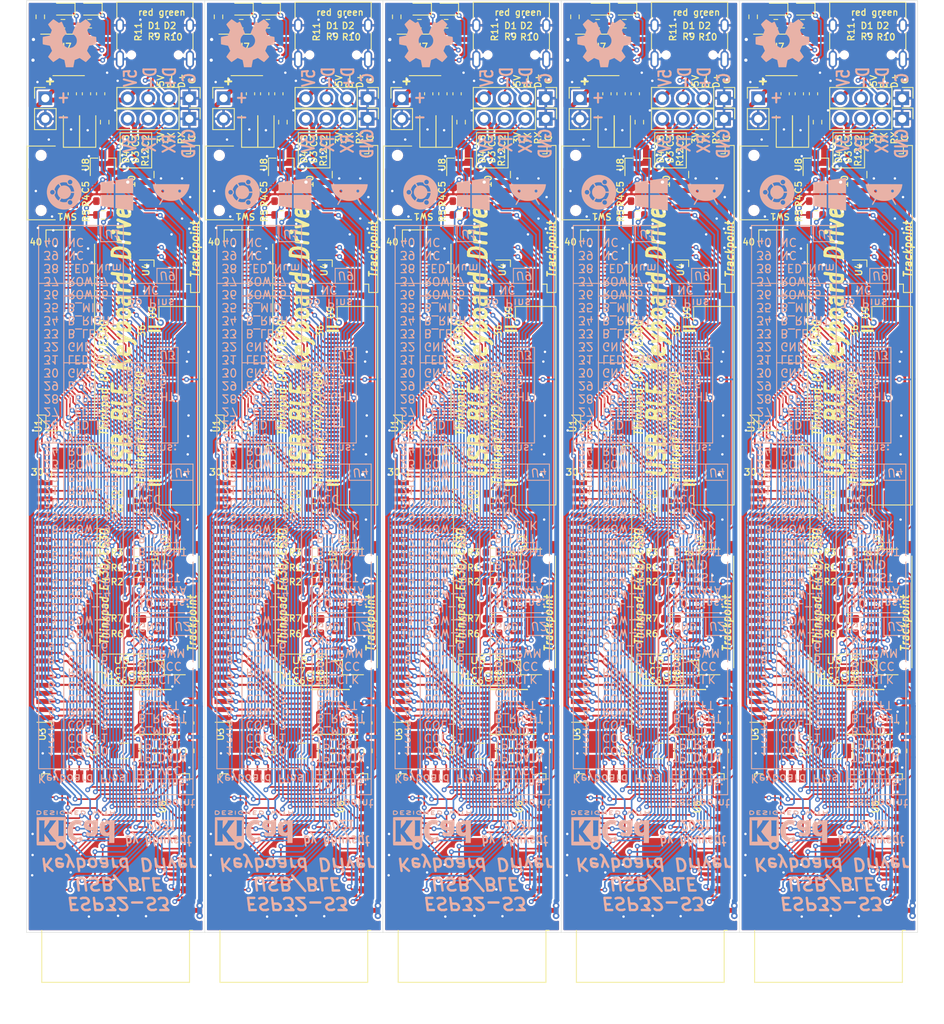
<source format=kicad_pcb>
(kicad_pcb (version 20171130) (host pcbnew 5.1.12-84ad8e8a86~92~ubuntu20.04.1)
  (layers (0 F.Cu signal) (31 B.Cu signal) (34 B.Paste user) (35 F.Paste user) (36 B.SilkS user) (37 F.SilkS user) (38 B.Mask user) (39 F.Mask user) (44 Edge.Cuts user))
  (net 0 "")
  (net 1 "Net-(BT1-Pad1)")
  (net 2 Earth)
  (net 3 "Net-(C1-Pad2)")
  (net 4 +5V)
  (net 5 +BATT)
  (net 6 +3V3)
  (net 7 "Net-(D1-Pad2)")
  (net 8 "Net-(D1-Pad1)")
  (net 9 "Net-(D2-Pad1)")
  (net 10 "Net-(D2-Pad2)")
  (net 11 "Net-(D3-Pad1)")
  (net 12 /IO19)
  (net 13 /IO20)
  (net 14 /IO43)
  (net 15 /IO44)
  (net 16 "Net-(P1-PadB5)")
  (net 17 "Net-(P1-PadA5)")
  (net 18 /LED_CAP)
  (net 19 /IO41)
  (net 20 /LED_FN)
  (net 21 /IO42)
  (net 22 /LED_F1)
  (net 23 /LED_NUM)
  (net 24 /IO37)
  (net 25 /BL_PWM)
  (net 26 "Net-(R11-Pad1)")
  (net 27 "Net-(SW1-Pad1)")
  (net 28 "Net-(U1-Pad40)")
  (net 29 "Net-(U1-Pad39)")
  (net 30 /BTN_MIDDLE)
  (net 31 /BTN_RIGHT)
  (net 32 /BTN_LEFT)
  (net 33 /BTN_FN)
  (net 34 /IO17)
  (net 35 /IO18)
  (net 36 /IO8)
  (net 37 /IO3)
  (net 38 /IO46)
  (net 39 /IO9)
  (net 40 /IO10)
  (net 41 /IO11)
  (net 42 /IO12)
  (net 43 /IO13)
  (net 44 /IO14)
  (net 45 /IO21)
  (net 46 /COL7)
  (net 47 /IO47)
  (net 48 /IO48)
  (net 49 /COL6)
  (net 50 /COL5)
  (net 51 /IO45)
  (net 52 /COL4)
  (net 53 /COL3)
  (net 54 /IO35)
  (net 55 /COL2)
  (net 56 /COL1)
  (net 57 /COL0)
  (net 58 /IO38)
  (net 59 /IO39)
  (net 60 "Net-(U2-Pad11)")
  (net 61 "Net-(U3-PadMP)")
  (net 62 "Net-(U4-Pad9)")
  (net 63 "Net-(U4-Pad10)")
  (net 64 "Net-(U4-PadMP)")
  (net 65 /COL_SEL0)
  (net 66 /COL_SEL1)
  (net 67 /COL_SEL2)
  (net 68 "Net-(U9-Pad36)")
  (net 69 /IO7)
  (net 70 "Net-(C6-Pad2)")
  (net 71 "Net-(C7-Pad2)")
  (net 72 /IO1)
  (net 73 /IO2)
  (net 74 /IO40)
  (net 75 "Net-(U1-Pad28)")
  (net 76 "Net-(U9-Pad28)")
  (net 77 "Net-(C9-Pad2)")
  (net 78 "Net-(P1-PadB8)")
  (net 79 "Net-(P1-PadA8)")
  (module Capacitor_SMD:C_0603_1608Metric (layer F.Cu) (at 151.475 91.35 180)
    (fp_text reference C9 (at 2.344048 -0.1) (layer F.SilkS) (effects (font (size 0.8 0.8))))
    (fp_text value 1u)
    (pad 2 smd roundrect (at 0.775 0 180) (size 0.9 0.95) (layers F.Cu F.Paste F.Mask))
    (pad 1 smd roundrect (at -0.775 0 180) (size 0.9 0.95) (layers F.Cu F.Paste F.Mask))
  )
  (module Connector_PinHeader_2.54mm:PinHeader_1x04_P2.54mm_Vertical (layer F.Cu) (at 158.05 45.09 270)
    (fp_text reference J2 hide)
    (fp_text value Debug)
    (pad 1 thru_hole rect (at 0 0 270) (size 1.7 1.7) (drill 1) (layers *.Cu *.Mask))
    (pad 2 thru_hole oval (at 0 2.54 270) (size 1.7 1.7) (drill 1) (layers *.Cu *.Mask))
    (pad 3 thru_hole oval (at 0 5.08 270) (size 1.7 1.7) (drill 1) (layers *.Cu *.Mask))
    (pad 4 thru_hole oval (at 0 7.62 270) (size 1.7 1.7) (drill 1) (layers *.Cu *.Mask))
  )
  (module Crystal:Crystal_SMD_MicroCrystal_CC7V-T1A-2Pin_3.2x1.5mm (layer F.Cu) (at 150 123.1 180)
    (fp_text reference Y1 (at 1.9 9.25) (layer F.SilkS) (effects (font (size 0.8 0.8))))
    (fp_text value 32k)
    (pad 1 smd rect (at -1.25 0 180) (size 1 1.8) (layers F.Cu F.Paste F.Mask))
    (pad 2 smd rect (at 1.25 0 180) (size 1 1.8) (layers F.Cu F.Paste F.Mask))
  )
  (module Resistor_SMD:R_0603_1608Metric (layer F.Cu) (at 151.475 93.1 180)
    (fp_text reference R13 (at 2.725 -0.1) (layer F.SilkS) (effects (font (size 0.8 0.8))))
    (fp_text value 15k)
    (pad 1 smd roundrect (at -0.825 0 180) (size 0.8 0.95) (layers F.Cu F.Paste F.Mask))
    (pad 2 smd roundrect (at 0.825 0 180) (size 0.8 0.95) (layers F.Cu F.Paste F.Mask))
  )
  (module Resistor_SMD:R_0603_1608Metric (layer F.Cu) (at 147.6 45.5 270)
    (fp_text reference R12 (at 4.3 -5 90) (layer F.SilkS) (effects (font (size 0.8 0.8))))
    (fp_text value 10k)
    (pad 1 smd roundrect (at -0.825 0 270) (size 0.8 0.95) (layers F.Cu F.Paste F.Mask))
    (pad 2 smd roundrect (at 0.825 0 270) (size 0.8 0.95) (layers F.Cu F.Paste F.Mask))
  )
  (module Resistor_SMD:R_0603_1608Metric (layer F.Cu) (at 151.475 98.6 180)
    (fp_text reference R3 (at 2.344048 0) (layer F.SilkS) (effects (font (size 0.8 0.8))))
    (fp_text value 1.2k)
    (pad 1 smd roundrect (at -0.825 0 180) (size 0.8 0.95) (layers F.Cu F.Paste F.Mask))
    (pad 2 smd roundrect (at 0.825 0 180) (size 0.8 0.95) (layers F.Cu F.Paste F.Mask))
  )
  (module Diode_SMD:D_SOD-123 (layer F.Cu) (at 145.5 46.35 90)
    (fp_text reference D3 (at -3.450001 5.9 90) (layer F.SilkS) (effects (font (size 0.8 0.8))))
    (fp_text value D_Small_ALT)
    (pad 1 smd rect (at -1.65 0 90) (size 0.9 1.2) (layers F.Cu F.Paste F.Mask))
    (pad 2 smd rect (at 1.65 0 90) (size 0.9 1.2) (layers F.Cu F.Paste F.Mask))
  )
  (module LED_SMD:LED_0603_1608Metric (layer F.Cu) (at 142.45 31.55 180)
    (fp_text reference D1 (at -11.25 -2.05) (layer F.SilkS) (effects (font (size 0.8 0.8))))
    (fp_text value RED)
    (pad 1 smd roundrect (at -0.7875 0 180) (size 0.875 0.95) (layers F.Cu F.Paste F.Mask))
    (pad 2 smd roundrect (at 0.7875 0 180) (size 0.875 0.95) (layers F.Cu F.Paste F.Mask))
  )
  (module Symbol:OSHW-Symbol_6.7x6mm_SilkScreen (layer B.Cu) (at 143.25 35.75)
    (fp_text reference REF** hide)
    (fp_text value OSHW-Symbol_6.7x6mm_SilkScreen hide)
  )
  (module Capacitor_SMD:C_0603_1608Metric (layer F.Cu) (at 145.35 42 90)
    (fp_text reference C3 (at -5.8 6.075 90) (layer F.SilkS) (effects (font (size 0.8 0.8))))
    (fp_text value 10u)
    (pad 1 smd roundrect (at -0.775 0 90) (size 0.9 0.95) (layers F.Cu F.Paste F.Mask))
    (pad 2 smd roundrect (at 0.775 0 90) (size 0.9 0.95) (layers F.Cu F.Paste F.Mask))
  )
  (module LED_SMD:LED_0603_1608Metric (layer F.Cu) (at 145.8 31.55 180)
    (fp_text reference D2 (at -9.85 -2.05) (layer F.SilkS) (effects (font (size 0.8 0.8))))
    (fp_text value GREEN)
    (pad 1 smd roundrect (at -0.7875 0 180) (size 0.875 0.95) (layers F.Cu F.Paste F.Mask))
    (pad 2 smd roundrect (at 0.7875 0 180) (size 0.875 0.95) (layers F.Cu F.Paste F.Mask))
  )
  (module Package_SO:SSOP-16_4.4x5.2mm_P0.65mm (layer F.Cu) (at 153.45 118.25 180)
    (fp_text reference U5 (at 3.75 6.3) (layer F.SilkS) (effects (font (size 0.8 1))))
    (fp_text value 74LS138)
    (pad 1 smd rect (at -2.9 -2.275 180) (size 1 0.4) (layers F.Cu F.Paste F.Mask))
    (pad 2 smd rect (at -2.9 -1.625 180) (size 1 0.4) (layers F.Cu F.Paste F.Mask))
    (pad 3 smd rect (at -2.9 -0.975 180) (size 1 0.4) (layers F.Cu F.Paste F.Mask))
    (pad 4 smd rect (at -2.9 -0.325 180) (size 1 0.4) (layers F.Cu F.Paste F.Mask))
    (pad 5 smd rect (at -2.9 0.325 180) (size 1 0.4) (layers F.Cu F.Paste F.Mask))
    (pad 6 smd rect (at -2.9 0.975 180) (size 1 0.4) (layers F.Cu F.Paste F.Mask))
    (pad 7 smd rect (at -2.9 1.625 180) (size 1 0.4) (layers F.Cu F.Paste F.Mask))
    (pad 8 smd rect (at -2.9 2.275 180) (size 1 0.4) (layers F.Cu F.Paste F.Mask))
    (pad 9 smd rect (at 2.9 2.275 180) (size 1 0.4) (layers F.Cu F.Paste F.Mask))
    (pad 10 smd rect (at 2.9 1.625 180) (size 1 0.4) (layers F.Cu F.Paste F.Mask))
    (pad 11 smd rect (at 2.9 0.975 180) (size 1 0.4) (layers F.Cu F.Paste F.Mask))
    (pad 12 smd rect (at 2.9 0.325 180) (size 1 0.4) (layers F.Cu F.Paste F.Mask))
    (pad 13 smd rect (at 2.9 -0.325 180) (size 1 0.4) (layers F.Cu F.Paste F.Mask))
    (pad 14 smd rect (at 2.9 -0.975 180) (size 1 0.4) (layers F.Cu F.Paste F.Mask))
    (pad 15 smd rect (at 2.9 -1.625 180) (size 1 0.4) (layers F.Cu F.Paste F.Mask))
    (pad 16 smd rect (at 2.9 -2.275 180) (size 1 0.4) (layers F.Cu F.Paste F.Mask))
  )
  (module Connector_FFC-FPC:TE_1-84952-0_1x10-1MP_P1.0mm_Horizontal (layer F.Cu) (at 154.6 57.45 90)
    (fp_text reference U4 (at -6.25 -1.9 90) (layer F.SilkS) (effects (font (size 0.8 0.8))))
    (fp_text value Trackpoint-10p)
    (pad 1 smd rect (at -4.5 -1.8 90) (size 0.61 2) (layers F.Cu F.Paste F.Mask))
    (pad 2 smd rect (at -3.5 -1.8 90) (size 0.61 2) (layers F.Cu F.Paste F.Mask))
    (pad 3 smd rect (at -2.5 -1.8 90) (size 0.61 2) (layers F.Cu F.Paste F.Mask))
    (pad 4 smd rect (at -1.5 -1.8 90) (size 0.61 2) (layers F.Cu F.Paste F.Mask))
    (pad 5 smd rect (at -0.5 -1.8 90) (size 0.61 2) (layers F.Cu F.Paste F.Mask))
    (pad 6 smd rect (at 0.5 -1.8 90) (size 0.61 2) (layers F.Cu F.Paste F.Mask))
    (pad 7 smd rect (at 1.5 -1.8 90) (size 0.61 2) (layers F.Cu F.Paste F.Mask))
    (pad 8 smd rect (at 2.5 -1.8 90) (size 0.61 2) (layers F.Cu F.Paste F.Mask))
    (pad 9 smd rect (at 3.5 -1.8 90) (size 0.61 2) (layers F.Cu F.Paste F.Mask))
    (pad 10 smd rect (at 4.5 -1.8 90) (size 0.61 2) (layers F.Cu F.Paste F.Mask))
    (pad MP smd rect (at -7.49 1 90) (size 2.68 3.6) (layers F.Cu F.Paste F.Mask))
    (pad MP smd rect (at 7.49 1 90) (size 2.68 3.6) (layers F.Cu F.Paste F.Mask))
  )
  (module Connector_PinHeader_2.54mm:PinHeader_1x02_P2.54mm_Vertical (layer F.Cu) (at 140.27 42.55)
    (fp_text reference BT1 hide)
    (fp_text value Battery)
    (pad 1 thru_hole rect (at 0 0) (size 1.7 1.7) (drill 1) (layers *.Cu *.Mask))
    (pad 2 thru_hole oval (at 0 2.54) (size 1.7 1.7) (drill 1) (layers *.Cu *.Mask))
  )
  (module Resistor_SMD:R_0603_1608Metric (layer F.Cu) (at 139.65 32.5 90)
    (fp_text reference R11 (at -1.85 12.1 90) (layer F.SilkS) (effects (font (size 0.8 0.8))))
    (fp_text value 1.2k)
    (pad 1 smd roundrect (at -0.825 0 90) (size 0.8 0.95) (layers F.Cu F.Paste F.Mask))
    (pad 2 smd roundrect (at 0.825 0 90) (size 0.8 0.95) (layers F.Cu F.Paste F.Mask))
  )
  (module Resistor_SMD:R_0603_1608Metric (layer F.Cu) (at 158.1 123.1 90)
    (fp_text reference R8 (at 9.3 -5.85 90) (layer F.SilkS) (effects (font (size 0.8 0.8))))
    (fp_text value 10k)
    (pad 1 smd roundrect (at -0.825 0 90) (size 0.8 0.95) (layers F.Cu F.Paste F.Mask))
    (pad 2 smd roundrect (at 0.825 0 90) (size 0.8 0.95) (layers F.Cu F.Paste F.Mask))
  )
  (module Capacitor_SMD:C_0603_1608Metric (layer F.Cu) (at 147.1 42 90)
    (fp_text reference C2 (at -5.8 5.55 90) (layer F.SilkS) (effects (font (size 0.8 0.8))))
    (fp_text value 10u)
    (pad 1 smd roundrect (at -0.775 0 90) (size 0.9 0.95) (layers F.Cu F.Paste F.Mask))
    (pad 2 smd roundrect (at 0.775 0 90) (size 0.9 0.95) (layers F.Cu F.Paste F.Mask))
  )
  (module Capacitor_SMD:C_0603_1608Metric (layer F.Cu) (at 153.85 123.95 180)
    (fp_text reference C6 (at 4.25 9.5) (layer F.SilkS) (effects (font (size 0.8 0.8))))
    (fp_text value 12.5p)
    (pad 1 smd roundrect (at -0.775 0 180) (size 0.9 0.95) (layers F.Cu F.Paste F.Mask))
    (pad 2 smd roundrect (at 0.775 0 180) (size 0.9 0.95) (layers F.Cu F.Paste F.Mask))
  )
  (module Connector_PinHeader_2.54mm:PinHeader_1x04_P2.54mm_Vertical (layer F.Cu) (at 158.05 42.55 270)
    (fp_text reference J1 hide)
    (fp_text value USB_EXT)
    (pad 1 thru_hole rect (at 0 0 270) (size 1.7 1.7) (drill 1) (layers *.Cu *.Mask))
    (pad 2 thru_hole oval (at 0 2.54 270) (size 1.7 1.7) (drill 1) (layers *.Cu *.Mask))
    (pad 3 thru_hole oval (at 0 5.08 270) (size 1.7 1.7) (drill 1) (layers *.Cu *.Mask))
    (pad 4 thru_hole oval (at 0 7.62 270) (size 1.7 1.7) (drill 1) (layers *.Cu *.Mask))
  )
  (module Resistor_SMD:R_0603_1608Metric (layer F.Cu) (at 147.4 56.95)
    (fp_text reference R5 (at -2.1 0.1 90) (layer F.SilkS) (effects (font (size 0.8 0.8))))
    (fp_text value 1.2k)
    (pad 1 smd roundrect (at -0.825 0) (size 0.8 0.95) (layers F.Cu F.Paste F.Mask))
    (pad 2 smd roundrect (at 0.825 0) (size 0.8 0.95) (layers F.Cu F.Paste F.Mask))
  )
  (module Package_SO:SOP-8_3.9x4.9mm_P1.27mm (layer F.Cu) (at 143.15 37.2)
    (fp_text reference U7 (at -0.45 -1) (layer F.SilkS) (effects (font (size 0.8 0.8))))
    (fp_text value TP4056)
    (pad 1 smd roundrect (at -2.625 -1.905) (size 1.65 0.6) (layers F.Cu F.Paste F.Mask))
    (pad 2 smd roundrect (at -2.625 -0.635) (size 1.65 0.6) (layers F.Cu F.Paste F.Mask))
    (pad 3 smd roundrect (at -2.625 0.635) (size 1.65 0.6) (layers F.Cu F.Paste F.Mask))
    (pad 4 smd roundrect (at -2.625 1.905) (size 1.65 0.6) (layers F.Cu F.Paste F.Mask))
    (pad 5 smd roundrect (at 2.625 1.905) (size 1.65 0.6) (layers F.Cu F.Paste F.Mask))
    (pad 6 smd roundrect (at 2.625 0.635) (size 1.65 0.6) (layers F.Cu F.Paste F.Mask))
    (pad 7 smd roundrect (at 2.625 -0.635) (size 1.65 0.6) (layers F.Cu F.Paste F.Mask))
    (pad 8 smd roundrect (at 2.625 -1.905) (size 1.65 0.6) (layers F.Cu F.Paste F.Mask))
  )
  (module Capacitor_SMD:C_0603_1608Metric (layer F.Cu) (at 143.6 42 90)
    (fp_text reference C8 (at -5.8 6.6 90) (layer F.SilkS) (effects (font (size 0.8 0.8))))
    (fp_text value 10u)
    (pad 1 smd roundrect (at -0.775 0 90) (size 0.9 0.95) (layers F.Cu F.Paste F.Mask))
    (pad 2 smd roundrect (at 0.775 0 90) (size 0.9 0.95) (layers F.Cu F.Paste F.Mask))
  )
  (module Resistor_SMD:R_0603_1608Metric (layer F.Cu) (at 151.475 102.2)
    (fp_text reference R2 (at -2.344048 0.04) (layer F.SilkS) (effects (font (size 0.8 0.8))))
    (fp_text value 1.2k)
    (pad 1 smd roundrect (at -0.825 0) (size 0.8 0.95) (layers F.Cu F.Paste F.Mask))
    (pad 2 smd roundrect (at 0.825 0) (size 0.8 0.95) (layers F.Cu F.Paste F.Mask))
  )
  (module Resistor_SMD:R_0603_1608Metric (layer F.Cu) (at 142.45 33.35)
    (fp_text reference R9 (at 11.25 1.6) (layer F.SilkS) (effects (font (size 0.8 0.8))))
    (fp_text value 1.2k)
    (pad 1 smd roundrect (at -0.825 0) (size 0.8 0.95) (layers F.Cu F.Paste F.Mask))
    (pad 2 smd roundrect (at 0.825 0) (size 0.8 0.95) (layers F.Cu F.Paste F.Mask))
  )
  (module Resistor_SMD:R_0603_1608Metric (layer F.Cu) (at 151.475 108.6)
    (fp_text reference R6 (at -2.344048 0.05) (layer F.SilkS) (effects (font (size 0.8 0.8))))
    (fp_text value 1.2k)
    (pad 1 smd roundrect (at -0.825 0) (size 0.8 0.95) (layers F.Cu F.Paste F.Mask))
    (pad 2 smd roundrect (at 0.825 0) (size 0.8 0.95) (layers F.Cu F.Paste F.Mask))
  )
  (module Resistor_SMD:R_0603_1608Metric (layer F.Cu) (at 145.75 33.35 180)
    (fp_text reference R10 (at -10.3 -1.65) (layer F.SilkS) (effects (font (size 0.8 0.8))))
    (fp_text value 1.2k)
    (pad 1 smd roundrect (at -0.825 0 180) (size 0.8 0.95) (layers F.Cu F.Paste F.Mask))
    (pad 2 smd roundrect (at 0.825 0 180) (size 0.8 0.95) (layers F.Cu F.Paste F.Mask))
  )
  (module mylib:ESP32-S3-WROOM-1 (layer F.Cu) (at 148.95 135.8 180)
    (fp_text reference U6 (at -5.8 5.8 90) (layer F.SilkS) (effects (font (size 0.8 0.8))))
    (fp_text value ESP32-S3-WROOM-1)
    (pad 38 smd rect (at 8.8 -5.715 180) (size 1.5 0.9) (layers F.Cu F.Paste F.Mask))
    (pad 37 smd rect (at 8.8 -4.445 180) (size 1.5 0.9) (layers F.Cu F.Paste F.Mask))
    (pad 36 smd rect (at 8.8 -3.175 180) (size 1.5 0.9) (layers F.Cu F.Paste F.Mask))
    (pad 35 smd rect (at 8.8 -1.905 180) (size 1.5 0.9) (layers F.Cu F.Paste F.Mask))
    (pad 34 smd rect (at 8.8 -0.635 180) (size 1.5 0.9) (layers F.Cu F.Paste F.Mask))
    (pad 33 smd rect (at 8.8 0.635 180) (size 1.5 0.9) (layers F.Cu F.Paste F.Mask))
    (pad 32 smd rect (at 8.8 1.905 180) (size 1.5 0.9) (layers F.Cu F.Paste F.Mask))
    (pad 31 smd rect (at 8.8 3.175 180) (size 1.5 0.9) (layers F.Cu F.Paste F.Mask))
    (pad 30 smd rect (at 8.8 4.445 180) (size 1.5 0.9) (layers F.Cu F.Paste F.Mask))
    (pad 29 smd rect (at 8.8 5.715 180) (size 1.5 0.9) (layers F.Cu F.Paste F.Mask))
    (pad 28 smd rect (at 8.8 6.985 180) (size 1.5 0.9) (layers F.Cu F.Paste F.Mask))
    (pad 27 smd rect (at 8.8 8.255 180) (size 1.5 0.9) (layers F.Cu F.Paste F.Mask))
    (pad 26 smd rect (at 6.985 9.555 90) (size 1.5 0.9) (layers F.Cu F.Paste F.Mask))
    (pad 25 smd rect (at 5.715 9.555 90) (size 1.5 0.9) (layers F.Cu F.Paste F.Mask))
    (pad 24 smd rect (at 4.445 9.555 270) (size 1.5 0.9) (layers F.Cu F.Paste F.Mask))
    (pad 23 smd rect (at 3.175 9.555 270) (size 1.5 0.9) (layers F.Cu F.Paste F.Mask))
    (pad 22 smd rect (at 1.905 9.555 270) (size 1.5 0.9) (layers F.Cu F.Paste F.Mask))
    (pad 21 smd rect (at 0.635 9.555 270) (size 1.5 0.9) (layers F.Cu F.Paste F.Mask))
    (pad 20 smd rect (at -0.635 9.555 270) (size 1.5 0.9) (layers F.Cu F.Paste F.Mask))
    (pad 19 smd rect (at -1.905 9.555 270) (size 1.5 0.9) (layers F.Cu F.Paste F.Mask))
    (pad 18 smd rect (at -3.175 9.555 270) (size 1.5 0.9) (layers F.Cu F.Paste F.Mask))
    (pad 17 smd rect (at -4.445 9.555 270) (size 1.5 0.9) (layers F.Cu F.Paste F.Mask))
    (pad 16 smd rect (at -5.715 9.555 270) (size 1.5 0.9) (layers F.Cu F.Paste F.Mask))
    (pad 15 smd rect (at -6.985 9.555 270) (size 1.5 0.9) (layers F.Cu F.Paste F.Mask))
    (pad 14 smd rect (at -8.8 8.255 180) (size 1.5 0.9) (layers F.Cu F.Paste F.Mask))
    (pad 13 smd rect (at -8.8 6.985 180) (size 1.5 0.9) (layers F.Cu F.Paste F.Mask))
    (pad 12 smd rect (at -8.8 5.715 180) (size 1.5 0.9) (layers F.Cu F.Paste F.Mask))
    (pad 11 smd rect (at -8.8 4.445 180) (size 1.5 0.9) (layers F.Cu F.Paste F.Mask))
    (pad 10 smd rect (at -8.8 3.175 180) (size 1.5 0.9) (layers F.Cu F.Paste F.Mask))
    (pad 9 smd rect (at -8.8 1.905 180) (size 1.5 0.9) (layers F.Cu F.Paste F.Mask))
    (pad 8 smd rect (at -8.8 0.635 180) (size 1.5 0.9) (layers F.Cu F.Paste F.Mask))
    (pad 7 smd rect (at -8.8 -0.635 180) (size 1.5 0.9) (layers F.Cu F.Paste F.Mask))
    (pad 6 smd rect (at -8.8 -1.905 180) (size 1.5 0.9) (layers F.Cu F.Paste F.Mask))
    (pad 5 smd rect (at -8.8 -3.175 180) (size 1.5 0.9) (layers F.Cu F.Paste F.Mask))
    (pad 4 smd rect (at -8.8 -4.445 180) (size 1.5 0.9) (layers F.Cu F.Paste F.Mask))
    (pad 3 smd rect (at -8.8 -5.715 180) (size 1.5 0.9) (layers F.Cu F.Paste F.Mask))
    (pad 2 smd rect (at -8.8 -6.985 180) (size 1.5 0.9) (layers F.Cu F.Paste F.Mask))
    (pad 1 smd rect (at -8.8 -8.255 180) (size 1.5 0.9) (layers F.Cu F.Paste F.Mask))
    (pad 41 smd rect (at -1.5 -0.55 180) (size 5 5) (layers F.Cu F.Paste F.Mask))
    (pad 39 smd rect (at 8.8 -6.985 180) (size 1.5 0.9) (layers F.Cu F.Paste F.Mask))
    (pad 40 smd rect (at 8.8 -8.255 180) (size 1.5 0.9) (layers F.Cu F.Paste F.Mask))
  )
  (module Resistor_SMD:R_0603_1608Metric (layer F.Cu) (at 151.5 106.8)
    (fp_text reference R7 (at -2.369048 -0.05) (layer F.SilkS) (effects (font (size 0.8 0.8))))
    (fp_text value 100)
    (pad 1 smd roundrect (at -0.825 0) (size 0.8 0.95) (layers F.Cu F.Paste F.Mask))
    (pad 2 smd roundrect (at 0.825 0) (size 0.8 0.95) (layers F.Cu F.Paste F.Mask))
  )
  (module Connector_FFC-FPC:TE_3-84952-0_1x30-1MP_P1.0mm_Horizontal (layer F.Cu) (at 141.95 104.5 90)
    (fp_text reference U3 (at -16.55 -2.05 90) (layer F.SilkS) (effects (font (size 0.8 0.8))))
    (fp_text value Keyboard-30p)
    (pad 1 smd rect (at -14.5 -1.8 90) (size 0.61 2) (layers F.Cu F.Paste F.Mask))
    (pad 2 smd rect (at -13.5 -1.8 90) (size 0.61 2) (layers F.Cu F.Paste F.Mask))
    (pad 3 smd rect (at -12.5 -1.8 90) (size 0.61 2) (layers F.Cu F.Paste F.Mask))
    (pad 4 smd rect (at -11.5 -1.8 90) (size 0.61 2) (layers F.Cu F.Paste F.Mask))
    (pad 5 smd rect (at -10.5 -1.8 90) (size 0.61 2) (layers F.Cu F.Paste F.Mask))
    (pad 6 smd rect (at -9.5 -1.8 90) (size 0.61 2) (layers F.Cu F.Paste F.Mask))
    (pad 7 smd rect (at -8.5 -1.8 90) (size 0.61 2) (layers F.Cu F.Paste F.Mask))
    (pad 8 smd rect (at -7.5 -1.8 90) (size 0.61 2) (layers F.Cu F.Paste F.Mask))
    (pad 9 smd rect (at -6.5 -1.8 90) (size 0.61 2) (layers F.Cu F.Paste F.Mask))
    (pad 10 smd rect (at -5.5 -1.8 90) (size 0.61 2) (layers F.Cu F.Paste F.Mask))
    (pad 11 smd rect (at -4.5 -1.8 90) (size 0.61 2) (layers F.Cu F.Paste F.Mask))
    (pad 12 smd rect (at -3.5 -1.8 90) (size 0.61 2) (layers F.Cu F.Paste F.Mask))
    (pad 13 smd rect (at -2.5 -1.8 90) (size 0.61 2) (layers F.Cu F.Paste F.Mask))
    (pad 14 smd rect (at -1.5 -1.8 90) (size 0.61 2) (layers F.Cu F.Paste F.Mask))
    (pad 15 smd rect (at -0.5 -1.8 90) (size 0.61 2) (layers F.Cu F.Paste F.Mask))
    (pad 16 smd rect (at 0.5 -1.8 90) (size 0.61 2) (layers F.Cu F.Paste F.Mask))
    (pad 17 smd rect (at 1.5 -1.8 90) (size 0.61 2) (layers F.Cu F.Paste F.Mask))
    (pad 18 smd rect (at 2.5 -1.8 90) (size 0.61 2) (layers F.Cu F.Paste F.Mask))
    (pad 19 smd rect (at 3.5 -1.8 90) (size 0.61 2) (layers F.Cu F.Paste F.Mask))
    (pad 20 smd rect (at 4.5 -1.8 90) (size 0.61 2) (layers F.Cu F.Paste F.Mask))
    (pad 21 smd rect (at 5.5 -1.8 90) (size 0.61 2) (layers F.Cu F.Paste F.Mask))
    (pad 22 smd rect (at 6.5 -1.8 90) (size 0.61 2) (layers F.Cu F.Paste F.Mask))
    (pad 23 smd rect (at 7.5 -1.8 90) (size 0.61 2) (layers F.Cu F.Paste F.Mask))
    (pad 24 smd rect (at 8.5 -1.8 90) (size 0.61 2) (layers F.Cu F.Paste F.Mask))
    (pad 25 smd rect (at 9.5 -1.8 90) (size 0.61 2) (layers F.Cu F.Paste F.Mask))
    (pad 26 smd rect (at 10.5 -1.8 90) (size 0.61 2) (layers F.Cu F.Paste F.Mask))
    (pad 27 smd rect (at 11.5 -1.8 90) (size 0.61 2) (layers F.Cu F.Paste F.Mask))
    (pad 28 smd rect (at 12.5 -1.8 90) (size 0.61 2) (layers F.Cu F.Paste F.Mask))
    (pad 29 smd rect (at 13.5 -1.8 90) (size 0.61 2) (layers F.Cu F.Paste F.Mask))
    (pad 30 smd rect (at 14.5 -1.8 90) (size 0.61 2) (layers F.Cu F.Paste F.Mask))
    (pad MP smd rect (at -17.49 1 90) (size 2.68 3.6) (layers F.Cu F.Paste F.Mask))
    (pad MP smd rect (at 17.49 1 90) (size 2.68 3.6) (layers F.Cu F.Paste F.Mask))
  )
  (module Connector_USB:USB_C_Receptacle_HRO_TYPE-C-31-M-12 (layer F.Cu) (at 153.8 34.6 180)
    (fp_text reference P1 hide)
    (fp_text value USB_C_USB2.0)
    (pad S1 thru_hole oval (at 4.32 1.05 180) (size 1 1.6) (drill oval 0.6 1.2) (layers *.Cu *.Mask))
    (pad "" np_thru_hole circle (at 2.89 -2.6 180) (size 0.65 0.65) (drill 0.65) (layers *.Cu *.Mask))
    (pad S1 thru_hole oval (at -4.32 1.05 180) (size 1 1.6) (drill oval 0.6 1.2) (layers *.Cu *.Mask))
    (pad "" np_thru_hole circle (at -2.89 -2.6 180) (size 0.65 0.65) (drill 0.65) (layers *.Cu *.Mask))
    (pad S1 thru_hole oval (at -4.32 -3.13 180) (size 1 2.1) (drill oval 0.6 1.7) (layers *.Cu *.Mask))
    (pad S1 thru_hole oval (at 4.32 -3.13 180) (size 1 2.1) (drill oval 0.6 1.7) (layers *.Cu *.Mask))
    (pad A6 smd rect (at -0.25 -4.045 180) (size 0.3 1.45) (layers F.Cu F.Paste F.Mask))
    (pad B5 smd rect (at 1.75 -4.045 180) (size 0.3 1.45) (layers F.Cu F.Paste F.Mask))
    (pad A8 smd rect (at 1.25 -4.045 180) (size 0.3 1.45) (layers F.Cu F.Paste F.Mask))
    (pad B6 smd rect (at 0.75 -4.045 180) (size 0.3 1.45) (layers F.Cu F.Paste F.Mask))
    (pad A7 smd rect (at 0.25 -4.045 180) (size 0.3 1.45) (layers F.Cu F.Paste F.Mask))
    (pad B7 smd rect (at -0.75 -4.045 180) (size 0.3 1.45) (layers F.Cu F.Paste F.Mask))
    (pad A5 smd rect (at -1.25 -4.045 180) (size 0.3 1.45) (layers F.Cu F.Paste F.Mask))
    (pad B8 smd rect (at -1.75 -4.045 180) (size 0.3 1.45) (layers F.Cu F.Paste F.Mask))
    (pad A12 smd rect (at 3.25 -4.045 180) (size 0.6 1.45) (layers F.Cu F.Paste F.Mask))
    (pad B4 smd rect (at 2.45 -4.045 180) (size 0.6 1.45) (layers F.Cu F.Paste F.Mask))
    (pad A4 smd rect (at -2.45 -4.045 180) (size 0.6 1.45) (layers F.Cu F.Paste F.Mask))
    (pad A1 smd rect (at -3.25 -4.045 180) (size 0.6 1.45) (layers F.Cu F.Paste F.Mask))
    (pad B12 smd rect (at -3.25 -4.045 180) (size 0.6 1.45) (layers F.Cu F.Paste F.Mask))
    (pad B9 smd rect (at -2.45 -4.045 180) (size 0.6 1.45) (layers F.Cu F.Paste F.Mask))
    (pad A9 smd rect (at 2.45 -4.045 180) (size 0.6 1.45) (layers F.Cu F.Paste F.Mask))
    (pad B1 smd rect (at 3.25 -4.045 180) (size 0.6 1.45) (layers F.Cu F.Paste F.Mask))
  )
  (module Capacitor_SMD:C_0603_1608Metric (layer F.Cu) (at 147.4 53.55 180)
    (fp_text reference C5 (at 2.15 0 90) (layer F.SilkS) (effects (font (size 0.8 0.8))))
    (fp_text value 10u)
    (pad 1 smd roundrect (at -0.775 0 180) (size 0.9 0.95) (layers F.Cu F.Paste F.Mask))
    (pad 2 smd roundrect (at 0.775 0 180) (size 0.9 0.95) (layers F.Cu F.Paste F.Mask))
  )
  (module mylib:MSK22D14G2-SWITCH (layer F.Cu) (at 139.75 53 90)
    (fp_text reference SW1 (at -4.15 3.2 180 unlocked) (layer F.SilkS) (effects (font (size 0.8 0.8))))
    (fp_text value SW_SPDT)
    (pad 1 smd rect (at -2.5 3.2 90) (size 1.2 2.7) (layers F.Cu F.Paste F.Mask))
    (pad 2 smd rect (at 0 3.2 90) (size 1.2 2.7) (layers F.Cu F.Paste F.Mask))
    (pad 3 smd rect (at 2.5 3.2 90) (size 1.2 2.7) (layers F.Cu F.Paste F.Mask))
    (pad "" np_thru_hole circle (at -3.4 0 90) (size 0.9 0.9) (drill 0.9) (layers *.Cu *.Mask))
    (pad "" np_thru_hole circle (at 3.4 0 90) (size 0.9 0.9) (drill 0.9) (layers *.Cu *.Mask))
  )
  (module mylib:Trackpad-12p (layer F.Cu) (at 154.45 111.45 90)
    (fp_text reference U2 (at 14.2 0.85 90) (layer F.SilkS) (effects (font (size 0.8 0.8))))
    (fp_text value Trackpoint-12p)
    (pad 1 smd rect (at 0 0 90) (size 0.5 1.5) (layers F.Cu F.Paste F.Mask))
    (pad 2 smd rect (at 1 0 90) (size 0.5 1.5) (layers F.Cu F.Paste F.Mask))
    (pad 3 smd rect (at 2 0 90) (size 0.5 1.5) (layers F.Cu F.Paste F.Mask))
    (pad 4 smd rect (at 3 0 90) (size 0.5 1.5) (layers F.Cu F.Paste F.Mask))
    (pad 5 smd rect (at 4 0 90) (size 0.5 1.5) (layers F.Cu F.Paste F.Mask))
    (pad 6 smd rect (at 5 0 90) (size 0.5 1.5) (layers F.Cu F.Paste F.Mask))
    (pad 7 smd rect (at 6 0 90) (size 0.5 1.5) (layers F.Cu F.Paste F.Mask))
    (pad 8 smd rect (at 7 0 90) (size 0.5 1.5) (layers F.Cu F.Paste F.Mask))
    (pad 9 smd rect (at 8 0 90) (size 0.5 1.5) (layers F.Cu F.Paste F.Mask))
    (pad 10 smd rect (at 9 0 90) (size 0.5 1.5) (layers F.Cu F.Paste F.Mask))
    (pad 11 smd rect (at 10 0 90) (size 0.5 1.5) (layers F.Cu F.Paste F.Mask))
    (pad 12 smd rect (at 11 0 90) (size 0.5 1.5) (layers F.Cu F.Paste F.Mask))
    (pad MP0 smd rect (at -2.5 4.15 90) (size 1.5 1.5) (layers F.Cu F.Paste F.Mask))
    (pad MP1 smd rect (at 13.5 4.15 90) (size 1.5 1.5) (layers F.Cu F.Paste F.Mask))
    (pad "" np_thru_hole circle (at -1.05 3.85 90) (size 0.8 0.8) (drill 0.8) (layers *.Cu *.Mask))
    (pad "" np_thru_hole circle (at 12.05 3.85 90) (size 0.8 0.8) (drill 0.8) (layers *.Cu *.Mask))
  )
  (module Resistor_SMD:R_0603_1608Metric (layer F.Cu) (at 151.475 100.4)
    (fp_text reference R1 (at -2.344048 0.1) (layer F.SilkS) (effects (font (size 0.8 0.8))))
    (fp_text value 1.2k)
    (pad 1 smd roundrect (at -0.825 0) (size 0.8 0.95) (layers F.Cu F.Paste F.Mask))
    (pad 2 smd roundrect (at 0.825 0) (size 0.8 0.95) (layers F.Cu F.Paste F.Mask))
  )
  (module Capacitor_SMD:C_0603_1608Metric (layer F.Cu) (at 153.85 122.25 180)
    (fp_text reference C7 (at 4.25 9) (layer F.SilkS) (effects (font (size 0.8 0.8))))
    (fp_text value 12.5p)
    (pad 1 smd roundrect (at -0.775 0 180) (size 0.9 0.95) (layers F.Cu F.Paste F.Mask))
    (pad 2 smd roundrect (at 0.775 0 180) (size 0.9 0.95) (layers F.Cu F.Paste F.Mask))
  )
  (module Capacitor_SMD:C_0603_1608Metric (layer F.Cu) (at 158.1 119.65 90)
    (fp_text reference C4 (at 7.6 -5.85 90) (layer F.SilkS) (effects (font (size 0.8 0.8))))
    (fp_text value 10u)
    (pad 1 smd roundrect (at -0.775 0 90) (size 0.9 0.95) (layers F.Cu F.Paste F.Mask))
    (pad 2 smd roundrect (at 0.775 0 90) (size 0.9 0.95) (layers F.Cu F.Paste F.Mask))
  )
  (module mylib:Keyboard-40 (layer F.Cu) (at 139.95 80.95 90)
    (fp_text reference U1 (at -2.05 -0.55 90) (layer F.SilkS) (effects (font (size 0.8 0.8))))
    (fp_text value Keyboard-40p)
    (pad 1 smd rect (at 0 -0.1 90) (size 0.3 1.5) (layers F.Cu F.Paste F.Mask))
    (pad 2 smd rect (at 0.5 -0.1 90) (size 0.3 1.5) (layers F.Cu F.Paste F.Mask))
    (pad 3 smd rect (at 1 -0.1 90) (size 0.3 1.5) (layers F.Cu F.Paste F.Mask))
    (pad 4 smd rect (at 1.5 -0.1 90) (size 0.3 1.5) (layers F.Cu F.Paste F.Mask))
    (pad 5 smd rect (at 2 -0.1 90) (size 0.3 1.5) (layers F.Cu F.Paste F.Mask))
    (pad 6 smd rect (at 2.5 -0.1 90) (size 0.3 1.5) (layers F.Cu F.Paste F.Mask))
    (pad 7 smd rect (at 3 -0.1 90) (size 0.3 1.5) (layers F.Cu F.Paste F.Mask))
    (pad 8 smd rect (at 3.5 -0.1 90) (size 0.3 1.5) (layers F.Cu F.Paste F.Mask))
    (pad 9 smd rect (at 4 -0.1 90) (size 0.3 1.5) (layers F.Cu F.Paste F.Mask))
    (pad 10 smd rect (at 4.5 -0.1 90) (size 0.3 1.5) (layers F.Cu F.Paste F.Mask))
    (pad 11 smd rect (at 5 -0.1 90) (size 0.3 1.5) (layers F.Cu F.Paste F.Mask))
    (pad 12 smd rect (at 5.5 -0.1 90) (size 0.3 1.5) (layers F.Cu F.Paste F.Mask))
    (pad 13 smd rect (at 6 -0.1 90) (size 0.3 1.5) (layers F.Cu F.Paste F.Mask))
    (pad 14 smd rect (at 6.5 -0.1 90) (size 0.3 1.5) (layers F.Cu F.Paste F.Mask))
    (pad 15 smd rect (at 7 -0.1 90) (size 0.3 1.5) (layers F.Cu F.Paste F.Mask))
    (pad 16 smd rect (at 7.5 -0.1 90) (size 0.3 1.5) (layers F.Cu F.Paste F.Mask))
    (pad 17 smd rect (at 8 -0.1 90) (size 0.3 1.5) (layers F.Cu F.Paste F.Mask))
    (pad 18 smd rect (at 8.5 -0.1 90) (size 0.3 1.5) (layers F.Cu F.Paste F.Mask))
    (pad 19 smd rect (at 9 -0.1 90) (size 0.3 1.5) (layers F.Cu F.Paste F.Mask))
    (pad 20 smd rect (at 9.5 -0.1 90) (size 0.3 1.5) (layers F.Cu F.Paste F.Mask))
    (pad 21 smd rect (at 10 -0.1 90) (size 0.3 1.5) (layers F.Cu F.Paste F.Mask))
    (pad 22 smd rect (at 10.5 -0.1 90) (size 0.3 1.5) (layers F.Cu F.Paste F.Mask))
    (pad 23 smd rect (at 11 -0.1 90) (size 0.3 1.5) (layers F.Cu F.Paste F.Mask))
    (pad 24 smd rect (at 11.5 -0.1 90) (size 0.3 1.5) (layers F.Cu F.Paste F.Mask))
    (pad 25 smd rect (at 12 -0.1 90) (size 0.3 1.5) (layers F.Cu F.Paste F.Mask))
    (pad 26 smd rect (at 12.5 -0.1 90) (size 0.3 1.5) (layers F.Cu F.Paste F.Mask))
    (pad 27 smd rect (at 13 -0.1 90) (size 0.3 1.5) (layers F.Cu F.Paste F.Mask))
    (pad 28 smd rect (at 13.5 -0.1 90) (size 0.3 1.5) (layers F.Cu F.Paste F.Mask))
    (pad 29 smd rect (at 14 -0.1 90) (size 0.3 1.5) (layers F.Cu F.Paste F.Mask))
    (pad 30 smd rect (at 14.5 -0.1 90) (size 0.3 1.5) (layers F.Cu F.Paste F.Mask))
    (pad 31 smd rect (at 15 -0.1 90) (size 0.3 1.5) (layers F.Cu F.Paste F.Mask))
    (pad 32 smd rect (at 15.5 -0.1 90) (size 0.3 1.5) (layers F.Cu F.Paste F.Mask))
    (pad 33 smd rect (at 16 -0.1 90) (size 0.3 1.5) (layers F.Cu F.Paste F.Mask))
    (pad 34 smd rect (at 16.5 -0.1 90) (size 0.3 1.5) (layers F.Cu F.Paste F.Mask))
    (pad 35 smd rect (at 17 -0.1 90) (size 0.3 1.5) (layers F.Cu F.Paste F.Mask))
    (pad 36 smd rect (at 17.5 -0.1 90) (size 0.3 1.5) (layers F.Cu F.Paste F.Mask))
    (pad 37 smd rect (at 18 -0.1 90) (size 0.3 1.5) (layers F.Cu F.Paste F.Mask))
    (pad 38 smd rect (at 18.5 -0.1 90) (size 0.3 1.5) (layers F.Cu F.Paste F.Mask))
    (pad 39 smd rect (at 19 -0.1 90) (size 0.3 1.5) (layers F.Cu F.Paste F.Mask))
    (pad 40 smd rect (at 19.5 -0.1 90) (size 0.3 1.5) (layers F.Cu F.Paste F.Mask))
    (pad MP0 smd rect (at -2.25 5.65 90) (size 1.8 2.2) (layers F.Cu F.Paste F.Mask))
    (pad MP1 smd rect (at 21.65 5.65 90) (size 1.8 2.2) (layers F.Cu F.Paste F.Mask))
  )
  (module mylib:Keyboard-36 (layer F.Cu) (at 153.9 89.25 90)
    (fp_text reference U9 (at 20.25 -0.4 90) (layer F.SilkS) (effects (font (size 0.8 0.8))))
    (fp_text value Keyboard-36p)
    (pad 1 smd rect (at 0 -0.1 90) (size 0.3 1.5) (layers F.Cu F.Paste F.Mask))
    (pad 2 smd rect (at 0.5 -0.1 90) (size 0.3 1.5) (layers F.Cu F.Paste F.Mask))
    (pad 3 smd rect (at 1 -0.1 90) (size 0.3 1.5) (layers F.Cu F.Paste F.Mask))
    (pad 4 smd rect (at 1.5 -0.1 90) (size 0.3 1.5) (layers F.Cu F.Paste F.Mask))
    (pad 5 smd rect (at 2 -0.1 90) (size 0.3 1.5) (layers F.Cu F.Paste F.Mask))
    (pad 6 smd rect (at 2.5 -0.1 90) (size 0.3 1.5) (layers F.Cu F.Paste F.Mask))
    (pad 7 smd rect (at 3 -0.1 90) (size 0.3 1.5) (layers F.Cu F.Paste F.Mask))
    (pad 8 smd rect (at 3.5 -0.1 90) (size 0.3 1.5) (layers F.Cu F.Paste F.Mask))
    (pad 9 smd rect (at 4 -0.1 90) (size 0.3 1.5) (layers F.Cu F.Paste F.Mask))
    (pad 10 smd rect (at 4.5 -0.1 90) (size 0.3 1.5) (layers F.Cu F.Paste F.Mask))
    (pad 11 smd rect (at 5 -0.1 90) (size 0.3 1.5) (layers F.Cu F.Paste F.Mask))
    (pad 12 smd rect (at 5.5 -0.1 90) (size 0.3 1.5) (layers F.Cu F.Paste F.Mask))
    (pad 13 smd rect (at 6 -0.1 90) (size 0.3 1.5) (layers F.Cu F.Paste F.Mask))
    (pad 14 smd rect (at 6.5 -0.1 90) (size 0.3 1.5) (layers F.Cu F.Paste F.Mask))
    (pad 15 smd rect (at 7 -0.1 90) (size 0.3 1.5) (layers F.Cu F.Paste F.Mask))
    (pad 16 smd rect (at 7.5 -0.1 90) (size 0.3 1.5) (layers F.Cu F.Paste F.Mask))
    (pad 17 smd rect (at 8 -0.1 90) (size 0.3 1.5) (layers F.Cu F.Paste F.Mask))
    (pad 18 smd rect (at 8.5 -0.1 90) (size 0.3 1.5) (layers F.Cu F.Paste F.Mask))
    (pad 19 smd rect (at 9 -0.1 90) (size 0.3 1.5) (layers F.Cu F.Paste F.Mask))
    (pad 20 smd rect (at 9.5 -0.1 90) (size 0.3 1.5) (layers F.Cu F.Paste F.Mask))
    (pad 21 smd rect (at 10 -0.1 90) (size 0.3 1.5) (layers F.Cu F.Paste F.Mask))
    (pad 22 smd rect (at 10.5 -0.1 90) (size 0.3 1.5) (layers F.Cu F.Paste F.Mask))
    (pad 23 smd rect (at 11 -0.1 90) (size 0.3 1.5) (layers F.Cu F.Paste F.Mask))
    (pad 24 smd rect (at 11.5 -0.1 90) (size 0.3 1.5) (layers F.Cu F.Paste F.Mask))
    (pad 25 smd rect (at 12 -0.1 90) (size 0.3 1.5) (layers F.Cu F.Paste F.Mask))
    (pad 26 smd rect (at 12.5 -0.1 90) (size 0.3 1.5) (layers F.Cu F.Paste F.Mask))
    (pad 27 smd rect (at 13 -0.1 90) (size 0.3 1.5) (layers F.Cu F.Paste F.Mask))
    (pad 28 smd rect (at 13.5 -0.1 90) (size 0.3 1.5) (layers F.Cu F.Paste F.Mask))
    (pad 29 smd rect (at 14 -0.1 90) (size 0.3 1.5) (layers F.Cu F.Paste F.Mask))
    (pad 30 smd rect (at 14.5 -0.1 90) (size 0.3 1.5) (layers F.Cu F.Paste F.Mask))
    (pad 31 smd rect (at 15 -0.1 90) (size 0.3 1.5) (layers F.Cu F.Paste F.Mask))
    (pad 32 smd rect (at 15.5 -0.1 90) (size 0.3 1.5) (layers F.Cu F.Paste F.Mask))
    (pad 33 smd rect (at 16 -0.1 90) (size 0.3 1.5) (layers F.Cu F.Paste F.Mask))
    (pad 34 smd rect (at 16.5 -0.1 90) (size 0.3 1.5) (layers F.Cu F.Paste F.Mask))
    (pad 35 smd rect (at 17 -0.1 90) (size 0.3 1.5) (layers F.Cu F.Paste F.Mask))
    (pad 36 smd rect (at 17.5 -0.1 90) (size 0.3 1.5) (layers F.Cu F.Paste F.Mask))
    (pad MP0 smd rect (at -3 2.6 90) (size 2.6 1.5) (layers F.Cu F.Paste F.Mask))
    (pad MP1 smd rect (at 20.5 2.6 90) (size 2.6 1.5) (layers F.Cu F.Paste F.Mask))
  )
  (module Resistor_SMD:R_0603_1608Metric (layer F.Cu) (at 147.4 55.25)
    (fp_text reference R4 (at -2.1 -0.05 90) (layer F.SilkS) (effects (font (size 0.8 0.8))))
    (fp_text value 1.2k)
    (pad 1 smd roundrect (at -0.825 0) (size 0.8 0.95) (layers F.Cu F.Paste F.Mask))
    (pad 2 smd roundrect (at 0.825 0) (size 0.8 0.95) (layers F.Cu F.Paste F.Mask))
  )
  (module mylib:android-logo (layer B.Cu) (at 155.8 54.45)
    (fp_text reference G*** hide)
    (fp_text value LOGO hide)
  )
  (module mylib:kicad-logo-small (layer B.Cu) (at 143.95 132.85)
    (fp_text reference G*** hide)
    (fp_text value LOGO hide)
  )
  (module Diode_SMD:D_SOD-123 (layer F.Cu) (at 143.5 46.35 90)
    (fp_text reference D4 (at -3.450001 6.7 90) (layer F.SilkS) (effects (font (size 0.8 0.8))))
    (fp_text value D_Small_ALT)
    (pad 1 smd rect (at -1.65 0 90) (size 0.9 1.2) (layers F.Cu F.Paste F.Mask))
    (pad 2 smd rect (at 1.65 0 90) (size 0.9 1.2) (layers F.Cu F.Paste F.Mask))
  )
  (module mylib:windows-logo (layer B.Cu) (at 149.1 54.4)
    (fp_text reference G*** hide)
    (fp_text value LOGO hide)
  )
  (module Capacitor_SMD:C_0603_1608Metric (layer F.Cu) (at 156.4 123.1 270)
    (fp_text reference C1 (at -9.25 5.35 90) (layer F.SilkS) (effects (font (size 0.8 0.8))))
    (fp_text value 1u)
    (pad 1 smd roundrect (at -0.775 0 270) (size 0.9 0.95) (layers F.Cu F.Paste F.Mask))
    (pad 2 smd roundrect (at 0.775 0 270) (size 0.9 0.95) (layers F.Cu F.Paste F.Mask))
  )
  (module mylib:ubuntu-logo (layer B.Cu) (at 142.6 54.15)
    (fp_text reference G*** hide)
    (fp_text value LOGO hide)
  )
  (module Package_TO_SOT_SMD:SOT-23 (layer F.Cu) (at 147.4 50.7 90)
    (fp_text reference U8 (at -0.05 -2.15 270) (layer F.SilkS) (effects (font (size 0.8 0.8))))
    (fp_text value XC6206PxxxMR)
    (pad 1 smd rect (at -1 -0.95 90) (size 1.1 0.8) (layers F.Cu F.Paste F.Mask))
    (pad 2 smd rect (at -1 0.95 90) (size 1.1 0.8) (layers F.Cu F.Paste F.Mask))
    (pad 3 smd rect (at 1.2 0 90) (size 1.1 0.8) (layers F.Cu F.Paste F.Mask))
  )
  (module Capacitor_SMD:C_0603_1608Metric (layer F.Cu) (at 173.475 91.35 180)
    (fp_text reference C9 (at 2.344048 -0.1) (layer F.SilkS) (effects (font (size 0.8 0.8))))
    (fp_text value 1u)
    (pad 2 smd roundrect (at 0.775 0 180) (size 0.9 0.95) (layers F.Cu F.Paste F.Mask))
    (pad 1 smd roundrect (at -0.775 0 180) (size 0.9 0.95) (layers F.Cu F.Paste F.Mask))
  )
  (module Connector_PinHeader_2.54mm:PinHeader_1x04_P2.54mm_Vertical (layer F.Cu) (at 180.05 45.09 270)
    (fp_text reference J2 hide)
    (fp_text value Debug)
    (pad 1 thru_hole rect (at 0 0 270) (size 1.7 1.7) (drill 1) (layers *.Cu *.Mask))
    (pad 2 thru_hole oval (at 0 2.54 270) (size 1.7 1.7) (drill 1) (layers *.Cu *.Mask))
    (pad 3 thru_hole oval (at 0 5.08 270) (size 1.7 1.7) (drill 1) (layers *.Cu *.Mask))
    (pad 4 thru_hole oval (at 0 7.62 270) (size 1.7 1.7) (drill 1) (layers *.Cu *.Mask))
  )
  (module Crystal:Crystal_SMD_MicroCrystal_CC7V-T1A-2Pin_3.2x1.5mm (layer F.Cu) (at 172 123.1 180)
    (fp_text reference Y1 (at 1.9 9.25) (layer F.SilkS) (effects (font (size 0.8 0.8))))
    (fp_text value 32k)
    (pad 1 smd rect (at -1.25 0 180) (size 1 1.8) (layers F.Cu F.Paste F.Mask))
    (pad 2 smd rect (at 1.25 0 180) (size 1 1.8) (layers F.Cu F.Paste F.Mask))
  )
  (module Resistor_SMD:R_0603_1608Metric (layer F.Cu) (at 173.475 93.1 180)
    (fp_text reference R13 (at 2.725 -0.1) (layer F.SilkS) (effects (font (size 0.8 0.8))))
    (fp_text value 15k)
    (pad 1 smd roundrect (at -0.825 0 180) (size 0.8 0.95) (layers F.Cu F.Paste F.Mask))
    (pad 2 smd roundrect (at 0.825 0 180) (size 0.8 0.95) (layers F.Cu F.Paste F.Mask))
  )
  (module Resistor_SMD:R_0603_1608Metric (layer F.Cu) (at 169.6 45.5 270)
    (fp_text reference R12 (at 4.3 -5 90) (layer F.SilkS) (effects (font (size 0.8 0.8))))
    (fp_text value 10k)
    (pad 1 smd roundrect (at -0.825 0 270) (size 0.8 0.95) (layers F.Cu F.Paste F.Mask))
    (pad 2 smd roundrect (at 0.825 0 270) (size 0.8 0.95) (layers F.Cu F.Paste F.Mask))
  )
  (module Resistor_SMD:R_0603_1608Metric (layer F.Cu) (at 173.475 98.6 180)
    (fp_text reference R3 (at 2.344048 0) (layer F.SilkS) (effects (font (size 0.8 0.8))))
    (fp_text value 1.2k)
    (pad 1 smd roundrect (at -0.825 0 180) (size 0.8 0.95) (layers F.Cu F.Paste F.Mask))
    (pad 2 smd roundrect (at 0.825 0 180) (size 0.8 0.95) (layers F.Cu F.Paste F.Mask))
  )
  (module Diode_SMD:D_SOD-123 (layer F.Cu) (at 167.5 46.35 90)
    (fp_text reference D3 (at -3.450001 5.9 90) (layer F.SilkS) (effects (font (size 0.8 0.8))))
    (fp_text value D_Small_ALT)
    (pad 1 smd rect (at -1.65 0 90) (size 0.9 1.2) (layers F.Cu F.Paste F.Mask))
    (pad 2 smd rect (at 1.65 0 90) (size 0.9 1.2) (layers F.Cu F.Paste F.Mask))
  )
  (module LED_SMD:LED_0603_1608Metric (layer F.Cu) (at 164.45 31.55 180)
    (fp_text reference D1 (at -11.25 -2.05) (layer F.SilkS) (effects (font (size 0.8 0.8))))
    (fp_text value RED)
    (pad 1 smd roundrect (at -0.7875 0 180) (size 0.875 0.95) (layers F.Cu F.Paste F.Mask))
    (pad 2 smd roundrect (at 0.7875 0 180) (size 0.875 0.95) (layers F.Cu F.Paste F.Mask))
  )
  (module Symbol:OSHW-Symbol_6.7x6mm_SilkScreen (layer B.Cu) (at 165.25 35.75)
    (fp_text reference REF** hide)
    (fp_text value OSHW-Symbol_6.7x6mm_SilkScreen hide)
  )
  (module Capacitor_SMD:C_0603_1608Metric (layer F.Cu) (at 167.35 42 90)
    (fp_text reference C3 (at -5.8 6.075 90) (layer F.SilkS) (effects (font (size 0.8 0.8))))
    (fp_text value 10u)
    (pad 1 smd roundrect (at -0.775 0 90) (size 0.9 0.95) (layers F.Cu F.Paste F.Mask))
    (pad 2 smd roundrect (at 0.775 0 90) (size 0.9 0.95) (layers F.Cu F.Paste F.Mask))
  )
  (module LED_SMD:LED_0603_1608Metric (layer F.Cu) (at 167.8 31.55 180)
    (fp_text reference D2 (at -9.85 -2.05) (layer F.SilkS) (effects (font (size 0.8 0.8))))
    (fp_text value GREEN)
    (pad 1 smd roundrect (at -0.7875 0 180) (size 0.875 0.95) (layers F.Cu F.Paste F.Mask))
    (pad 2 smd roundrect (at 0.7875 0 180) (size 0.875 0.95) (layers F.Cu F.Paste F.Mask))
  )
  (module Package_SO:SSOP-16_4.4x5.2mm_P0.65mm (layer F.Cu) (at 175.45 118.25 180)
    (fp_text reference U5 (at 3.75 6.3) (layer F.SilkS) (effects (font (size 0.8 1))))
    (fp_text value 74LS138)
    (pad 1 smd rect (at -2.9 -2.275 180) (size 1 0.4) (layers F.Cu F.Paste F.Mask))
    (pad 2 smd rect (at -2.9 -1.625 180) (size 1 0.4) (layers F.Cu F.Paste F.Mask))
    (pad 3 smd rect (at -2.9 -0.975 180) (size 1 0.4) (layers F.Cu F.Paste F.Mask))
    (pad 4 smd rect (at -2.9 -0.325 180) (size 1 0.4) (layers F.Cu F.Paste F.Mask))
    (pad 5 smd rect (at -2.9 0.325 180) (size 1 0.4) (layers F.Cu F.Paste F.Mask))
    (pad 6 smd rect (at -2.9 0.975 180) (size 1 0.4) (layers F.Cu F.Paste F.Mask))
    (pad 7 smd rect (at -2.9 1.625 180) (size 1 0.4) (layers F.Cu F.Paste F.Mask))
    (pad 8 smd rect (at -2.9 2.275 180) (size 1 0.4) (layers F.Cu F.Paste F.Mask))
    (pad 9 smd rect (at 2.9 2.275 180) (size 1 0.4) (layers F.Cu F.Paste F.Mask))
    (pad 10 smd rect (at 2.9 1.625 180) (size 1 0.4) (layers F.Cu F.Paste F.Mask))
    (pad 11 smd rect (at 2.9 0.975 180) (size 1 0.4) (layers F.Cu F.Paste F.Mask))
    (pad 12 smd rect (at 2.9 0.325 180) (size 1 0.4) (layers F.Cu F.Paste F.Mask))
    (pad 13 smd rect (at 2.9 -0.325 180) (size 1 0.4) (layers F.Cu F.Paste F.Mask))
    (pad 14 smd rect (at 2.9 -0.975 180) (size 1 0.4) (layers F.Cu F.Paste F.Mask))
    (pad 15 smd rect (at 2.9 -1.625 180) (size 1 0.4) (layers F.Cu F.Paste F.Mask))
    (pad 16 smd rect (at 2.9 -2.275 180) (size 1 0.4) (layers F.Cu F.Paste F.Mask))
  )
  (module Connector_FFC-FPC:TE_1-84952-0_1x10-1MP_P1.0mm_Horizontal (layer F.Cu) (at 176.6 57.45 90)
    (fp_text reference U4 (at -6.25 -1.9 90) (layer F.SilkS) (effects (font (size 0.8 0.8))))
    (fp_text value Trackpoint-10p)
    (pad 1 smd rect (at -4.5 -1.8 90) (size 0.61 2) (layers F.Cu F.Paste F.Mask))
    (pad 2 smd rect (at -3.5 -1.8 90) (size 0.61 2) (layers F.Cu F.Paste F.Mask))
    (pad 3 smd rect (at -2.5 -1.8 90) (size 0.61 2) (layers F.Cu F.Paste F.Mask))
    (pad 4 smd rect (at -1.5 -1.8 90) (size 0.61 2) (layers F.Cu F.Paste F.Mask))
    (pad 5 smd rect (at -0.5 -1.8 90) (size 0.61 2) (layers F.Cu F.Paste F.Mask))
    (pad 6 smd rect (at 0.5 -1.8 90) (size 0.61 2) (layers F.Cu F.Paste F.Mask))
    (pad 7 smd rect (at 1.5 -1.8 90) (size 0.61 2) (layers F.Cu F.Paste F.Mask))
    (pad 8 smd rect (at 2.5 -1.8 90) (size 0.61 2) (layers F.Cu F.Paste F.Mask))
    (pad 9 smd rect (at 3.5 -1.8 90) (size 0.61 2) (layers F.Cu F.Paste F.Mask))
    (pad 10 smd rect (at 4.5 -1.8 90) (size 0.61 2) (layers F.Cu F.Paste F.Mask))
    (pad MP smd rect (at -7.49 1 90) (size 2.68 3.6) (layers F.Cu F.Paste F.Mask))
    (pad MP smd rect (at 7.49 1 90) (size 2.68 3.6) (layers F.Cu F.Paste F.Mask))
  )
  (module Connector_PinHeader_2.54mm:PinHeader_1x02_P2.54mm_Vertical (layer F.Cu) (at 162.27 42.55)
    (fp_text reference BT1 hide)
    (fp_text value Battery)
    (pad 1 thru_hole rect (at 0 0) (size 1.7 1.7) (drill 1) (layers *.Cu *.Mask))
    (pad 2 thru_hole oval (at 0 2.54) (size 1.7 1.7) (drill 1) (layers *.Cu *.Mask))
  )
  (module Resistor_SMD:R_0603_1608Metric (layer F.Cu) (at 161.65 32.5 90)
    (fp_text reference R11 (at -1.85 12.1 90) (layer F.SilkS) (effects (font (size 0.8 0.8))))
    (fp_text value 1.2k)
    (pad 1 smd roundrect (at -0.825 0 90) (size 0.8 0.95) (layers F.Cu F.Paste F.Mask))
    (pad 2 smd roundrect (at 0.825 0 90) (size 0.8 0.95) (layers F.Cu F.Paste F.Mask))
  )
  (module Resistor_SMD:R_0603_1608Metric (layer F.Cu) (at 180.1 123.1 90)
    (fp_text reference R8 (at 9.3 -5.85 90) (layer F.SilkS) (effects (font (size 0.8 0.8))))
    (fp_text value 10k)
    (pad 1 smd roundrect (at -0.825 0 90) (size 0.8 0.95) (layers F.Cu F.Paste F.Mask))
    (pad 2 smd roundrect (at 0.825 0 90) (size 0.8 0.95) (layers F.Cu F.Paste F.Mask))
  )
  (module Capacitor_SMD:C_0603_1608Metric (layer F.Cu) (at 169.1 42 90)
    (fp_text reference C2 (at -5.8 5.55 90) (layer F.SilkS) (effects (font (size 0.8 0.8))))
    (fp_text value 10u)
    (pad 1 smd roundrect (at -0.775 0 90) (size 0.9 0.95) (layers F.Cu F.Paste F.Mask))
    (pad 2 smd roundrect (at 0.775 0 90) (size 0.9 0.95) (layers F.Cu F.Paste F.Mask))
  )
  (module Capacitor_SMD:C_0603_1608Metric (layer F.Cu) (at 175.85 123.95 180)
    (fp_text reference C6 (at 4.25 9.5) (layer F.SilkS) (effects (font (size 0.8 0.8))))
    (fp_text value 12.5p)
    (pad 1 smd roundrect (at -0.775 0 180) (size 0.9 0.95) (layers F.Cu F.Paste F.Mask))
    (pad 2 smd roundrect (at 0.775 0 180) (size 0.9 0.95) (layers F.Cu F.Paste F.Mask))
  )
  (module Connector_PinHeader_2.54mm:PinHeader_1x04_P2.54mm_Vertical (layer F.Cu) (at 180.05 42.55 270)
    (fp_text reference J1 hide)
    (fp_text value USB_EXT)
    (pad 1 thru_hole rect (at 0 0 270) (size 1.7 1.7) (drill 1) (layers *.Cu *.Mask))
    (pad 2 thru_hole oval (at 0 2.54 270) (size 1.7 1.7) (drill 1) (layers *.Cu *.Mask))
    (pad 3 thru_hole oval (at 0 5.08 270) (size 1.7 1.7) (drill 1) (layers *.Cu *.Mask))
    (pad 4 thru_hole oval (at 0 7.62 270) (size 1.7 1.7) (drill 1) (layers *.Cu *.Mask))
  )
  (module Resistor_SMD:R_0603_1608Metric (layer F.Cu) (at 169.4 56.95)
    (fp_text reference R5 (at -2.1 0.1 90) (layer F.SilkS) (effects (font (size 0.8 0.8))))
    (fp_text value 1.2k)
    (pad 1 smd roundrect (at -0.825 0) (size 0.8 0.95) (layers F.Cu F.Paste F.Mask))
    (pad 2 smd roundrect (at 0.825 0) (size 0.8 0.95) (layers F.Cu F.Paste F.Mask))
  )
  (module Package_SO:SOP-8_3.9x4.9mm_P1.27mm (layer F.Cu) (at 165.15 37.2)
    (fp_text reference U7 (at -0.45 -1) (layer F.SilkS) (effects (font (size 0.8 0.8))))
    (fp_text value TP4056)
    (pad 1 smd roundrect (at -2.625 -1.905) (size 1.65 0.6) (layers F.Cu F.Paste F.Mask))
    (pad 2 smd roundrect (at -2.625 -0.635) (size 1.65 0.6) (layers F.Cu F.Paste F.Mask))
    (pad 3 smd roundrect (at -2.625 0.635) (size 1.65 0.6) (layers F.Cu F.Paste F.Mask))
    (pad 4 smd roundrect (at -2.625 1.905) (size 1.65 0.6) (layers F.Cu F.Paste F.Mask))
    (pad 5 smd roundrect (at 2.625 1.905) (size 1.65 0.6) (layers F.Cu F.Paste F.Mask))
    (pad 6 smd roundrect (at 2.625 0.635) (size 1.65 0.6) (layers F.Cu F.Paste F.Mask))
    (pad 7 smd roundrect (at 2.625 -0.635) (size 1.65 0.6) (layers F.Cu F.Paste F.Mask))
    (pad 8 smd roundrect (at 2.625 -1.905) (size 1.65 0.6) (layers F.Cu F.Paste F.Mask))
  )
  (module Capacitor_SMD:C_0603_1608Metric (layer F.Cu) (at 165.6 42 90)
    (fp_text reference C8 (at -5.8 6.6 90) (layer F.SilkS) (effects (font (size 0.8 0.8))))
    (fp_text value 10u)
    (pad 1 smd roundrect (at -0.775 0 90) (size 0.9 0.95) (layers F.Cu F.Paste F.Mask))
    (pad 2 smd roundrect (at 0.775 0 90) (size 0.9 0.95) (layers F.Cu F.Paste F.Mask))
  )
  (module Resistor_SMD:R_0603_1608Metric (layer F.Cu) (at 173.475 102.2)
    (fp_text reference R2 (at -2.344048 0.04) (layer F.SilkS) (effects (font (size 0.8 0.8))))
    (fp_text value 1.2k)
    (pad 1 smd roundrect (at -0.825 0) (size 0.8 0.95) (layers F.Cu F.Paste F.Mask))
    (pad 2 smd roundrect (at 0.825 0) (size 0.8 0.95) (layers F.Cu F.Paste F.Mask))
  )
  (module Resistor_SMD:R_0603_1608Metric (layer F.Cu) (at 164.45 33.35)
    (fp_text reference R9 (at 11.25 1.6) (layer F.SilkS) (effects (font (size 0.8 0.8))))
    (fp_text value 1.2k)
    (pad 1 smd roundrect (at -0.825 0) (size 0.8 0.95) (layers F.Cu F.Paste F.Mask))
    (pad 2 smd roundrect (at 0.825 0) (size 0.8 0.95) (layers F.Cu F.Paste F.Mask))
  )
  (module Resistor_SMD:R_0603_1608Metric (layer F.Cu) (at 173.475 108.6)
    (fp_text reference R6 (at -2.344048 0.05) (layer F.SilkS) (effects (font (size 0.8 0.8))))
    (fp_text value 1.2k)
    (pad 1 smd roundrect (at -0.825 0) (size 0.8 0.95) (layers F.Cu F.Paste F.Mask))
    (pad 2 smd roundrect (at 0.825 0) (size 0.8 0.95) (layers F.Cu F.Paste F.Mask))
  )
  (module Resistor_SMD:R_0603_1608Metric (layer F.Cu) (at 167.75 33.35 180)
    (fp_text reference R10 (at -10.3 -1.65) (layer F.SilkS) (effects (font (size 0.8 0.8))))
    (fp_text value 1.2k)
    (pad 1 smd roundrect (at -0.825 0 180) (size 0.8 0.95) (layers F.Cu F.Paste F.Mask))
    (pad 2 smd roundrect (at 0.825 0 180) (size 0.8 0.95) (layers F.Cu F.Paste F.Mask))
  )
  (module mylib:ESP32-S3-WROOM-1 (layer F.Cu) (at 170.95 135.8 180)
    (fp_text reference U6 (at -5.8 5.8 90) (layer F.SilkS) (effects (font (size 0.8 0.8))))
    (fp_text value ESP32-S3-WROOM-1)
    (pad 38 smd rect (at 8.8 -5.715 180) (size 1.5 0.9) (layers F.Cu F.Paste F.Mask))
    (pad 37 smd rect (at 8.8 -4.445 180) (size 1.5 0.9) (layers F.Cu F.Paste F.Mask))
    (pad 36 smd rect (at 8.8 -3.175 180) (size 1.5 0.9) (layers F.Cu F.Paste F.Mask))
    (pad 35 smd rect (at 8.8 -1.905 180) (size 1.5 0.9) (layers F.Cu F.Paste F.Mask))
    (pad 34 smd rect (at 8.8 -0.635 180) (size 1.5 0.9) (layers F.Cu F.Paste F.Mask))
    (pad 33 smd rect (at 8.8 0.635 180) (size 1.5 0.9) (layers F.Cu F.Paste F.Mask))
    (pad 32 smd rect (at 8.8 1.905 180) (size 1.5 0.9) (layers F.Cu F.Paste F.Mask))
    (pad 31 smd rect (at 8.8 3.175 180) (size 1.5 0.9) (layers F.Cu F.Paste F.Mask))
    (pad 30 smd rect (at 8.8 4.445 180) (size 1.5 0.9) (layers F.Cu F.Paste F.Mask))
    (pad 29 smd rect (at 8.8 5.715 180) (size 1.5 0.9) (layers F.Cu F.Paste F.Mask))
    (pad 28 smd rect (at 8.8 6.985 180) (size 1.5 0.9) (layers F.Cu F.Paste F.Mask))
    (pad 27 smd rect (at 8.8 8.255 180) (size 1.5 0.9) (layers F.Cu F.Paste F.Mask))
    (pad 26 smd rect (at 6.985 9.555 90) (size 1.5 0.9) (layers F.Cu F.Paste F.Mask))
    (pad 25 smd rect (at 5.715 9.555 90) (size 1.5 0.9) (layers F.Cu F.Paste F.Mask))
    (pad 24 smd rect (at 4.445 9.555 270) (size 1.5 0.9) (layers F.Cu F.Paste F.Mask))
    (pad 23 smd rect (at 3.175 9.555 270) (size 1.5 0.9) (layers F.Cu F.Paste F.Mask))
    (pad 22 smd rect (at 1.905 9.555 270) (size 1.5 0.9) (layers F.Cu F.Paste F.Mask))
    (pad 21 smd rect (at 0.635 9.555 270) (size 1.5 0.9) (layers F.Cu F.Paste F.Mask))
    (pad 20 smd rect (at -0.635 9.555 270) (size 1.5 0.9) (layers F.Cu F.Paste F.Mask))
    (pad 19 smd rect (at -1.905 9.555 270) (size 1.5 0.9) (layers F.Cu F.Paste F.Mask))
    (pad 18 smd rect (at -3.175 9.555 270) (size 1.5 0.9) (layers F.Cu F.Paste F.Mask))
    (pad 17 smd rect (at -4.445 9.555 270) (size 1.5 0.9) (layers F.Cu F.Paste F.Mask))
    (pad 16 smd rect (at -5.715 9.555 270) (size 1.5 0.9) (layers F.Cu F.Paste F.Mask))
    (pad 15 smd rect (at -6.985 9.555 270) (size 1.5 0.9) (layers F.Cu F.Paste F.Mask))
    (pad 14 smd rect (at -8.8 8.255 180) (size 1.5 0.9) (layers F.Cu F.Paste F.Mask))
    (pad 13 smd rect (at -8.8 6.985 180) (size 1.5 0.9) (layers F.Cu F.Paste F.Mask))
    (pad 12 smd rect (at -8.8 5.715 180) (size 1.5 0.9) (layers F.Cu F.Paste F.Mask))
    (pad 11 smd rect (at -8.8 4.445 180) (size 1.5 0.9) (layers F.Cu F.Paste F.Mask))
    (pad 10 smd rect (at -8.8 3.175 180) (size 1.5 0.9) (layers F.Cu F.Paste F.Mask))
    (pad 9 smd rect (at -8.8 1.905 180) (size 1.5 0.9) (layers F.Cu F.Paste F.Mask))
    (pad 8 smd rect (at -8.8 0.635 180) (size 1.5 0.9) (layers F.Cu F.Paste F.Mask))
    (pad 7 smd rect (at -8.8 -0.635 180) (size 1.5 0.9) (layers F.Cu F.Paste F.Mask))
    (pad 6 smd rect (at -8.8 -1.905 180) (size 1.5 0.9) (layers F.Cu F.Paste F.Mask))
    (pad 5 smd rect (at -8.8 -3.175 180) (size 1.5 0.9) (layers F.Cu F.Paste F.Mask))
    (pad 4 smd rect (at -8.8 -4.445 180) (size 1.5 0.9) (layers F.Cu F.Paste F.Mask))
    (pad 3 smd rect (at -8.8 -5.715 180) (size 1.5 0.9) (layers F.Cu F.Paste F.Mask))
    (pad 2 smd rect (at -8.8 -6.985 180) (size 1.5 0.9) (layers F.Cu F.Paste F.Mask))
    (pad 1 smd rect (at -8.8 -8.255 180) (size 1.5 0.9) (layers F.Cu F.Paste F.Mask))
    (pad 41 smd rect (at -1.5 -0.55 180) (size 5 5) (layers F.Cu F.Paste F.Mask))
    (pad 39 smd rect (at 8.8 -6.985 180) (size 1.5 0.9) (layers F.Cu F.Paste F.Mask))
    (pad 40 smd rect (at 8.8 -8.255 180) (size 1.5 0.9) (layers F.Cu F.Paste F.Mask))
  )
  (module Resistor_SMD:R_0603_1608Metric (layer F.Cu) (at 173.5 106.8)
    (fp_text reference R7 (at -2.369048 -0.05) (layer F.SilkS) (effects (font (size 0.8 0.8))))
    (fp_text value 100)
    (pad 1 smd roundrect (at -0.825 0) (size 0.8 0.95) (layers F.Cu F.Paste F.Mask))
    (pad 2 smd roundrect (at 0.825 0) (size 0.8 0.95) (layers F.Cu F.Paste F.Mask))
  )
  (module Connector_FFC-FPC:TE_3-84952-0_1x30-1MP_P1.0mm_Horizontal (layer F.Cu) (at 163.95 104.5 90)
    (fp_text reference U3 (at -16.55 -2.05 90) (layer F.SilkS) (effects (font (size 0.8 0.8))))
    (fp_text value Keyboard-30p)
    (pad 1 smd rect (at -14.5 -1.8 90) (size 0.61 2) (layers F.Cu F.Paste F.Mask))
    (pad 2 smd rect (at -13.5 -1.8 90) (size 0.61 2) (layers F.Cu F.Paste F.Mask))
    (pad 3 smd rect (at -12.5 -1.8 90) (size 0.61 2) (layers F.Cu F.Paste F.Mask))
    (pad 4 smd rect (at -11.5 -1.8 90) (size 0.61 2) (layers F.Cu F.Paste F.Mask))
    (pad 5 smd rect (at -10.5 -1.8 90) (size 0.61 2) (layers F.Cu F.Paste F.Mask))
    (pad 6 smd rect (at -9.5 -1.8 90) (size 0.61 2) (layers F.Cu F.Paste F.Mask))
    (pad 7 smd rect (at -8.5 -1.8 90) (size 0.61 2) (layers F.Cu F.Paste F.Mask))
    (pad 8 smd rect (at -7.5 -1.8 90) (size 0.61 2) (layers F.Cu F.Paste F.Mask))
    (pad 9 smd rect (at -6.5 -1.8 90) (size 0.61 2) (layers F.Cu F.Paste F.Mask))
    (pad 10 smd rect (at -5.5 -1.8 90) (size 0.61 2) (layers F.Cu F.Paste F.Mask))
    (pad 11 smd rect (at -4.5 -1.8 90) (size 0.61 2) (layers F.Cu F.Paste F.Mask))
    (pad 12 smd rect (at -3.5 -1.8 90) (size 0.61 2) (layers F.Cu F.Paste F.Mask))
    (pad 13 smd rect (at -2.5 -1.8 90) (size 0.61 2) (layers F.Cu F.Paste F.Mask))
    (pad 14 smd rect (at -1.5 -1.8 90) (size 0.61 2) (layers F.Cu F.Paste F.Mask))
    (pad 15 smd rect (at -0.5 -1.8 90) (size 0.61 2) (layers F.Cu F.Paste F.Mask))
    (pad 16 smd rect (at 0.5 -1.8 90) (size 0.61 2) (layers F.Cu F.Paste F.Mask))
    (pad 17 smd rect (at 1.5 -1.8 90) (size 0.61 2) (layers F.Cu F.Paste F.Mask))
    (pad 18 smd rect (at 2.5 -1.8 90) (size 0.61 2) (layers F.Cu F.Paste F.Mask))
    (pad 19 smd rect (at 3.5 -1.8 90) (size 0.61 2) (layers F.Cu F.Paste F.Mask))
    (pad 20 smd rect (at 4.5 -1.8 90) (size 0.61 2) (layers F.Cu F.Paste F.Mask))
    (pad 21 smd rect (at 5.5 -1.8 90) (size 0.61 2) (layers F.Cu F.Paste F.Mask))
    (pad 22 smd rect (at 6.5 -1.8 90) (size 0.61 2) (layers F.Cu F.Paste F.Mask))
    (pad 23 smd rect (at 7.5 -1.8 90) (size 0.61 2) (layers F.Cu F.Paste F.Mask))
    (pad 24 smd rect (at 8.5 -1.8 90) (size 0.61 2) (layers F.Cu F.Paste F.Mask))
    (pad 25 smd rect (at 9.5 -1.8 90) (size 0.61 2) (layers F.Cu F.Paste F.Mask))
    (pad 26 smd rect (at 10.5 -1.8 90) (size 0.61 2) (layers F.Cu F.Paste F.Mask))
    (pad 27 smd rect (at 11.5 -1.8 90) (size 0.61 2) (layers F.Cu F.Paste F.Mask))
    (pad 28 smd rect (at 12.5 -1.8 90) (size 0.61 2) (layers F.Cu F.Paste F.Mask))
    (pad 29 smd rect (at 13.5 -1.8 90) (size 0.61 2) (layers F.Cu F.Paste F.Mask))
    (pad 30 smd rect (at 14.5 -1.8 90) (size 0.61 2) (layers F.Cu F.Paste F.Mask))
    (pad MP smd rect (at -17.49 1 90) (size 2.68 3.6) (layers F.Cu F.Paste F.Mask))
    (pad MP smd rect (at 17.49 1 90) (size 2.68 3.6) (layers F.Cu F.Paste F.Mask))
  )
  (module Connector_USB:USB_C_Receptacle_HRO_TYPE-C-31-M-12 (layer F.Cu) (at 175.8 34.6 180)
    (fp_text reference P1 hide)
    (fp_text value USB_C_USB2.0)
    (pad S1 thru_hole oval (at 4.32 1.05 180) (size 1 1.6) (drill oval 0.6 1.2) (layers *.Cu *.Mask))
    (pad "" np_thru_hole circle (at 2.89 -2.6 180) (size 0.65 0.65) (drill 0.65) (layers *.Cu *.Mask))
    (pad S1 thru_hole oval (at -4.32 1.05 180) (size 1 1.6) (drill oval 0.6 1.2) (layers *.Cu *.Mask))
    (pad "" np_thru_hole circle (at -2.89 -2.6 180) (size 0.65 0.65) (drill 0.65) (layers *.Cu *.Mask))
    (pad S1 thru_hole oval (at -4.32 -3.13 180) (size 1 2.1) (drill oval 0.6 1.7) (layers *.Cu *.Mask))
    (pad S1 thru_hole oval (at 4.32 -3.13 180) (size 1 2.1) (drill oval 0.6 1.7) (layers *.Cu *.Mask))
    (pad A6 smd rect (at -0.25 -4.045 180) (size 0.3 1.45) (layers F.Cu F.Paste F.Mask))
    (pad B5 smd rect (at 1.75 -4.045 180) (size 0.3 1.45) (layers F.Cu F.Paste F.Mask))
    (pad A8 smd rect (at 1.25 -4.045 180) (size 0.3 1.45) (layers F.Cu F.Paste F.Mask))
    (pad B6 smd rect (at 0.75 -4.045 180) (size 0.3 1.45) (layers F.Cu F.Paste F.Mask))
    (pad A7 smd rect (at 0.25 -4.045 180) (size 0.3 1.45) (layers F.Cu F.Paste F.Mask))
    (pad B7 smd rect (at -0.75 -4.045 180) (size 0.3 1.45) (layers F.Cu F.Paste F.Mask))
    (pad A5 smd rect (at -1.25 -4.045 180) (size 0.3 1.45) (layers F.Cu F.Paste F.Mask))
    (pad B8 smd rect (at -1.75 -4.045 180) (size 0.3 1.45) (layers F.Cu F.Paste F.Mask))
    (pad A12 smd rect (at 3.25 -4.045 180) (size 0.6 1.45) (layers F.Cu F.Paste F.Mask))
    (pad B4 smd rect (at 2.45 -4.045 180) (size 0.6 1.45) (layers F.Cu F.Paste F.Mask))
    (pad A4 smd rect (at -2.45 -4.045 180) (size 0.6 1.45) (layers F.Cu F.Paste F.Mask))
    (pad A1 smd rect (at -3.25 -4.045 180) (size 0.6 1.45) (layers F.Cu F.Paste F.Mask))
    (pad B12 smd rect (at -3.25 -4.045 180) (size 0.6 1.45) (layers F.Cu F.Paste F.Mask))
    (pad B9 smd rect (at -2.45 -4.045 180) (size 0.6 1.45) (layers F.Cu F.Paste F.Mask))
    (pad A9 smd rect (at 2.45 -4.045 180) (size 0.6 1.45) (layers F.Cu F.Paste F.Mask))
    (pad B1 smd rect (at 3.25 -4.045 180) (size 0.6 1.45) (layers F.Cu F.Paste F.Mask))
  )
  (module Capacitor_SMD:C_0603_1608Metric (layer F.Cu) (at 169.4 53.55 180)
    (fp_text reference C5 (at 2.15 0 90) (layer F.SilkS) (effects (font (size 0.8 0.8))))
    (fp_text value 10u)
    (pad 1 smd roundrect (at -0.775 0 180) (size 0.9 0.95) (layers F.Cu F.Paste F.Mask))
    (pad 2 smd roundrect (at 0.775 0 180) (size 0.9 0.95) (layers F.Cu F.Paste F.Mask))
  )
  (module mylib:MSK22D14G2-SWITCH (layer F.Cu) (at 161.75 53 90)
    (fp_text reference SW1 (at -4.15 3.2 180 unlocked) (layer F.SilkS) (effects (font (size 0.8 0.8))))
    (fp_text value SW_SPDT)
    (pad 1 smd rect (at -2.5 3.2 90) (size 1.2 2.7) (layers F.Cu F.Paste F.Mask))
    (pad 2 smd rect (at 0 3.2 90) (size 1.2 2.7) (layers F.Cu F.Paste F.Mask))
    (pad 3 smd rect (at 2.5 3.2 90) (size 1.2 2.7) (layers F.Cu F.Paste F.Mask))
    (pad "" np_thru_hole circle (at -3.4 0 90) (size 0.9 0.9) (drill 0.9) (layers *.Cu *.Mask))
    (pad "" np_thru_hole circle (at 3.4 0 90) (size 0.9 0.9) (drill 0.9) (layers *.Cu *.Mask))
  )
  (module mylib:Trackpad-12p (layer F.Cu) (at 176.45 111.45 90)
    (fp_text reference U2 (at 14.2 0.85 90) (layer F.SilkS) (effects (font (size 0.8 0.8))))
    (fp_text value Trackpoint-12p)
    (pad 1 smd rect (at 0 0 90) (size 0.5 1.5) (layers F.Cu F.Paste F.Mask))
    (pad 2 smd rect (at 1 0 90) (size 0.5 1.5) (layers F.Cu F.Paste F.Mask))
    (pad 3 smd rect (at 2 0 90) (size 0.5 1.5) (layers F.Cu F.Paste F.Mask))
    (pad 4 smd rect (at 3 0 90) (size 0.5 1.5) (layers F.Cu F.Paste F.Mask))
    (pad 5 smd rect (at 4 0 90) (size 0.5 1.5) (layers F.Cu F.Paste F.Mask))
    (pad 6 smd rect (at 5 0 90) (size 0.5 1.5) (layers F.Cu F.Paste F.Mask))
    (pad 7 smd rect (at 6 0 90) (size 0.5 1.5) (layers F.Cu F.Paste F.Mask))
    (pad 8 smd rect (at 7 0 90) (size 0.5 1.5) (layers F.Cu F.Paste F.Mask))
    (pad 9 smd rect (at 8 0 90) (size 0.5 1.5) (layers F.Cu F.Paste F.Mask))
    (pad 10 smd rect (at 9 0 90) (size 0.5 1.5) (layers F.Cu F.Paste F.Mask))
    (pad 11 smd rect (at 10 0 90) (size 0.5 1.5) (layers F.Cu F.Paste F.Mask))
    (pad 12 smd rect (at 11 0 90) (size 0.5 1.5) (layers F.Cu F.Paste F.Mask))
    (pad MP0 smd rect (at -2.5 4.15 90) (size 1.5 1.5) (layers F.Cu F.Paste F.Mask))
    (pad MP1 smd rect (at 13.5 4.15 90) (size 1.5 1.5) (layers F.Cu F.Paste F.Mask))
    (pad "" np_thru_hole circle (at -1.05 3.85 90) (size 0.8 0.8) (drill 0.8) (layers *.Cu *.Mask))
    (pad "" np_thru_hole circle (at 12.05 3.85 90) (size 0.8 0.8) (drill 0.8) (layers *.Cu *.Mask))
  )
  (module Resistor_SMD:R_0603_1608Metric (layer F.Cu) (at 173.475 100.4)
    (fp_text reference R1 (at -2.344048 0.1) (layer F.SilkS) (effects (font (size 0.8 0.8))))
    (fp_text value 1.2k)
    (pad 1 smd roundrect (at -0.825 0) (size 0.8 0.95) (layers F.Cu F.Paste F.Mask))
    (pad 2 smd roundrect (at 0.825 0) (size 0.8 0.95) (layers F.Cu F.Paste F.Mask))
  )
  (module Capacitor_SMD:C_0603_1608Metric (layer F.Cu) (at 175.85 122.25 180)
    (fp_text reference C7 (at 4.25 9) (layer F.SilkS) (effects (font (size 0.8 0.8))))
    (fp_text value 12.5p)
    (pad 1 smd roundrect (at -0.775 0 180) (size 0.9 0.95) (layers F.Cu F.Paste F.Mask))
    (pad 2 smd roundrect (at 0.775 0 180) (size 0.9 0.95) (layers F.Cu F.Paste F.Mask))
  )
  (module Capacitor_SMD:C_0603_1608Metric (layer F.Cu) (at 180.1 119.65 90)
    (fp_text reference C4 (at 7.6 -5.85 90) (layer F.SilkS) (effects (font (size 0.8 0.8))))
    (fp_text value 10u)
    (pad 1 smd roundrect (at -0.775 0 90) (size 0.9 0.95) (layers F.Cu F.Paste F.Mask))
    (pad 2 smd roundrect (at 0.775 0 90) (size 0.9 0.95) (layers F.Cu F.Paste F.Mask))
  )
  (module mylib:Keyboard-40 (layer F.Cu) (at 161.95 80.95 90)
    (fp_text reference U1 (at -2.05 -0.55 90) (layer F.SilkS) (effects (font (size 0.8 0.8))))
    (fp_text value Keyboard-40p)
    (pad 1 smd rect (at 0 -0.1 90) (size 0.3 1.5) (layers F.Cu F.Paste F.Mask))
    (pad 2 smd rect (at 0.5 -0.1 90) (size 0.3 1.5) (layers F.Cu F.Paste F.Mask))
    (pad 3 smd rect (at 1 -0.1 90) (size 0.3 1.5) (layers F.Cu F.Paste F.Mask))
    (pad 4 smd rect (at 1.5 -0.1 90) (size 0.3 1.5) (layers F.Cu F.Paste F.Mask))
    (pad 5 smd rect (at 2 -0.1 90) (size 0.3 1.5) (layers F.Cu F.Paste F.Mask))
    (pad 6 smd rect (at 2.5 -0.1 90) (size 0.3 1.5) (layers F.Cu F.Paste F.Mask))
    (pad 7 smd rect (at 3 -0.1 90) (size 0.3 1.5) (layers F.Cu F.Paste F.Mask))
    (pad 8 smd rect (at 3.5 -0.1 90) (size 0.3 1.5) (layers F.Cu F.Paste F.Mask))
    (pad 9 smd rect (at 4 -0.1 90) (size 0.3 1.5) (layers F.Cu F.Paste F.Mask))
    (pad 10 smd rect (at 4.5 -0.1 90) (size 0.3 1.5) (layers F.Cu F.Paste F.Mask))
    (pad 11 smd rect (at 5 -0.1 90) (size 0.3 1.5) (layers F.Cu F.Paste F.Mask))
    (pad 12 smd rect (at 5.5 -0.1 90) (size 0.3 1.5) (layers F.Cu F.Paste F.Mask))
    (pad 13 smd rect (at 6 -0.1 90) (size 0.3 1.5) (layers F.Cu F.Paste F.Mask))
    (pad 14 smd rect (at 6.5 -0.1 90) (size 0.3 1.5) (layers F.Cu F.Paste F.Mask))
    (pad 15 smd rect (at 7 -0.1 90) (size 0.3 1.5) (layers F.Cu F.Paste F.Mask))
    (pad 16 smd rect (at 7.5 -0.1 90) (size 0.3 1.5) (layers F.Cu F.Paste F.Mask))
    (pad 17 smd rect (at 8 -0.1 90) (size 0.3 1.5) (layers F.Cu F.Paste F.Mask))
    (pad 18 smd rect (at 8.5 -0.1 90) (size 0.3 1.5) (layers F.Cu F.Paste F.Mask))
    (pad 19 smd rect (at 9 -0.1 90) (size 0.3 1.5) (layers F.Cu F.Paste F.Mask))
    (pad 20 smd rect (at 9.5 -0.1 90) (size 0.3 1.5) (layers F.Cu F.Paste F.Mask))
    (pad 21 smd rect (at 10 -0.1 90) (size 0.3 1.5) (layers F.Cu F.Paste F.Mask))
    (pad 22 smd rect (at 10.5 -0.1 90) (size 0.3 1.5) (layers F.Cu F.Paste F.Mask))
    (pad 23 smd rect (at 11 -0.1 90) (size 0.3 1.5) (layers F.Cu F.Paste F.Mask))
    (pad 24 smd rect (at 11.5 -0.1 90) (size 0.3 1.5) (layers F.Cu F.Paste F.Mask))
    (pad 25 smd rect (at 12 -0.1 90) (size 0.3 1.5) (layers F.Cu F.Paste F.Mask))
    (pad 26 smd rect (at 12.5 -0.1 90) (size 0.3 1.5) (layers F.Cu F.Paste F.Mask))
    (pad 27 smd rect (at 13 -0.1 90) (size 0.3 1.5) (layers F.Cu F.Paste F.Mask))
    (pad 28 smd rect (at 13.5 -0.1 90) (size 0.3 1.5) (layers F.Cu F.Paste F.Mask))
    (pad 29 smd rect (at 14 -0.1 90) (size 0.3 1.5) (layers F.Cu F.Paste F.Mask))
    (pad 30 smd rect (at 14.5 -0.1 90) (size 0.3 1.5) (layers F.Cu F.Paste F.Mask))
    (pad 31 smd rect (at 15 -0.1 90) (size 0.3 1.5) (layers F.Cu F.Paste F.Mask))
    (pad 32 smd rect (at 15.5 -0.1 90) (size 0.3 1.5) (layers F.Cu F.Paste F.Mask))
    (pad 33 smd rect (at 16 -0.1 90) (size 0.3 1.5) (layers F.Cu F.Paste F.Mask))
    (pad 34 smd rect (at 16.5 -0.1 90) (size 0.3 1.5) (layers F.Cu F.Paste F.Mask))
    (pad 35 smd rect (at 17 -0.1 90) (size 0.3 1.5) (layers F.Cu F.Paste F.Mask))
    (pad 36 smd rect (at 17.5 -0.1 90) (size 0.3 1.5) (layers F.Cu F.Paste F.Mask))
    (pad 37 smd rect (at 18 -0.1 90) (size 0.3 1.5) (layers F.Cu F.Paste F.Mask))
    (pad 38 smd rect (at 18.5 -0.1 90) (size 0.3 1.5) (layers F.Cu F.Paste F.Mask))
    (pad 39 smd rect (at 19 -0.1 90) (size 0.3 1.5) (layers F.Cu F.Paste F.Mask))
    (pad 40 smd rect (at 19.5 -0.1 90) (size 0.3 1.5) (layers F.Cu F.Paste F.Mask))
    (pad MP0 smd rect (at -2.25 5.65 90) (size 1.8 2.2) (layers F.Cu F.Paste F.Mask))
    (pad MP1 smd rect (at 21.65 5.65 90) (size 1.8 2.2) (layers F.Cu F.Paste F.Mask))
  )
  (module mylib:Keyboard-36 (layer F.Cu) (at 175.9 89.25 90)
    (fp_text reference U9 (at 20.25 -0.4 90) (layer F.SilkS) (effects (font (size 0.8 0.8))))
    (fp_text value Keyboard-36p)
    (pad 1 smd rect (at 0 -0.1 90) (size 0.3 1.5) (layers F.Cu F.Paste F.Mask))
    (pad 2 smd rect (at 0.5 -0.1 90) (size 0.3 1.5) (layers F.Cu F.Paste F.Mask))
    (pad 3 smd rect (at 1 -0.1 90) (size 0.3 1.5) (layers F.Cu F.Paste F.Mask))
    (pad 4 smd rect (at 1.5 -0.1 90) (size 0.3 1.5) (layers F.Cu F.Paste F.Mask))
    (pad 5 smd rect (at 2 -0.1 90) (size 0.3 1.5) (layers F.Cu F.Paste F.Mask))
    (pad 6 smd rect (at 2.5 -0.1 90) (size 0.3 1.5) (layers F.Cu F.Paste F.Mask))
    (pad 7 smd rect (at 3 -0.1 90) (size 0.3 1.5) (layers F.Cu F.Paste F.Mask))
    (pad 8 smd rect (at 3.5 -0.1 90) (size 0.3 1.5) (layers F.Cu F.Paste F.Mask))
    (pad 9 smd rect (at 4 -0.1 90) (size 0.3 1.5) (layers F.Cu F.Paste F.Mask))
    (pad 10 smd rect (at 4.5 -0.1 90) (size 0.3 1.5) (layers F.Cu F.Paste F.Mask))
    (pad 11 smd rect (at 5 -0.1 90) (size 0.3 1.5) (layers F.Cu F.Paste F.Mask))
    (pad 12 smd rect (at 5.5 -0.1 90) (size 0.3 1.5) (layers F.Cu F.Paste F.Mask))
    (pad 13 smd rect (at 6 -0.1 90) (size 0.3 1.5) (layers F.Cu F.Paste F.Mask))
    (pad 14 smd rect (at 6.5 -0.1 90) (size 0.3 1.5) (layers F.Cu F.Paste F.Mask))
    (pad 15 smd rect (at 7 -0.1 90) (size 0.3 1.5) (layers F.Cu F.Paste F.Mask))
    (pad 16 smd rect (at 7.5 -0.1 90) (size 0.3 1.5) (layers F.Cu F.Paste F.Mask))
    (pad 17 smd rect (at 8 -0.1 90) (size 0.3 1.5) (layers F.Cu F.Paste F.Mask))
    (pad 18 smd rect (at 8.5 -0.1 90) (size 0.3 1.5) (layers F.Cu F.Paste F.Mask))
    (pad 19 smd rect (at 9 -0.1 90) (size 0.3 1.5) (layers F.Cu F.Paste F.Mask))
    (pad 20 smd rect (at 9.5 -0.1 90) (size 0.3 1.5) (layers F.Cu F.Paste F.Mask))
    (pad 21 smd rect (at 10 -0.1 90) (size 0.3 1.5) (layers F.Cu F.Paste F.Mask))
    (pad 22 smd rect (at 10.5 -0.1 90) (size 0.3 1.5) (layers F.Cu F.Paste F.Mask))
    (pad 23 smd rect (at 11 -0.1 90) (size 0.3 1.5) (layers F.Cu F.Paste F.Mask))
    (pad 24 smd rect (at 11.5 -0.1 90) (size 0.3 1.5) (layers F.Cu F.Paste F.Mask))
    (pad 25 smd rect (at 12 -0.1 90) (size 0.3 1.5) (layers F.Cu F.Paste F.Mask))
    (pad 26 smd rect (at 12.5 -0.1 90) (size 0.3 1.5) (layers F.Cu F.Paste F.Mask))
    (pad 27 smd rect (at 13 -0.1 90) (size 0.3 1.5) (layers F.Cu F.Paste F.Mask))
    (pad 28 smd rect (at 13.5 -0.1 90) (size 0.3 1.5) (layers F.Cu F.Paste F.Mask))
    (pad 29 smd rect (at 14 -0.1 90) (size 0.3 1.5) (layers F.Cu F.Paste F.Mask))
    (pad 30 smd rect (at 14.5 -0.1 90) (size 0.3 1.5) (layers F.Cu F.Paste F.Mask))
    (pad 31 smd rect (at 15 -0.1 90) (size 0.3 1.5) (layers F.Cu F.Paste F.Mask))
    (pad 32 smd rect (at 15.5 -0.1 90) (size 0.3 1.5) (layers F.Cu F.Paste F.Mask))
    (pad 33 smd rect (at 16 -0.1 90) (size 0.3 1.5) (layers F.Cu F.Paste F.Mask))
    (pad 34 smd rect (at 16.5 -0.1 90) (size 0.3 1.5) (layers F.Cu F.Paste F.Mask))
    (pad 35 smd rect (at 17 -0.1 90) (size 0.3 1.5) (layers F.Cu F.Paste F.Mask))
    (pad 36 smd rect (at 17.5 -0.1 90) (size 0.3 1.5) (layers F.Cu F.Paste F.Mask))
    (pad MP0 smd rect (at -3 2.6 90) (size 2.6 1.5) (layers F.Cu F.Paste F.Mask))
    (pad MP1 smd rect (at 20.5 2.6 90) (size 2.6 1.5) (layers F.Cu F.Paste F.Mask))
  )
  (module Resistor_SMD:R_0603_1608Metric (layer F.Cu) (at 169.4 55.25)
    (fp_text reference R4 (at -2.1 -0.05 90) (layer F.SilkS) (effects (font (size 0.8 0.8))))
    (fp_text value 1.2k)
    (pad 1 smd roundrect (at -0.825 0) (size 0.8 0.95) (layers F.Cu F.Paste F.Mask))
    (pad 2 smd roundrect (at 0.825 0) (size 0.8 0.95) (layers F.Cu F.Paste F.Mask))
  )
  (module mylib:android-logo (layer B.Cu) (at 177.8 54.45)
    (fp_text reference G*** hide)
    (fp_text value LOGO hide)
  )
  (module mylib:kicad-logo-small (layer B.Cu) (at 165.95 132.85)
    (fp_text reference G*** hide)
    (fp_text value LOGO hide)
  )
  (module Diode_SMD:D_SOD-123 (layer F.Cu) (at 165.5 46.35 90)
    (fp_text reference D4 (at -3.450001 6.7 90) (layer F.SilkS) (effects (font (size 0.8 0.8))))
    (fp_text value D_Small_ALT)
    (pad 1 smd rect (at -1.65 0 90) (size 0.9 1.2) (layers F.Cu F.Paste F.Mask))
    (pad 2 smd rect (at 1.65 0 90) (size 0.9 1.2) (layers F.Cu F.Paste F.Mask))
  )
  (module mylib:windows-logo (layer B.Cu) (at 171.1 54.4)
    (fp_text reference G*** hide)
    (fp_text value LOGO hide)
  )
  (module Capacitor_SMD:C_0603_1608Metric (layer F.Cu) (at 178.4 123.1 270)
    (fp_text reference C1 (at -9.25 5.35 90) (layer F.SilkS) (effects (font (size 0.8 0.8))))
    (fp_text value 1u)
    (pad 1 smd roundrect (at -0.775 0 270) (size 0.9 0.95) (layers F.Cu F.Paste F.Mask))
    (pad 2 smd roundrect (at 0.775 0 270) (size 0.9 0.95) (layers F.Cu F.Paste F.Mask))
  )
  (module mylib:ubuntu-logo (layer B.Cu) (at 164.6 54.15)
    (fp_text reference G*** hide)
    (fp_text value LOGO hide)
  )
  (module Package_TO_SOT_SMD:SOT-23 (layer F.Cu) (at 169.4 50.7 90)
    (fp_text reference U8 (at -0.05 -2.15 270) (layer F.SilkS) (effects (font (size 0.8 0.8))))
    (fp_text value XC6206PxxxMR)
    (pad 1 smd rect (at -1 -0.95 90) (size 1.1 0.8) (layers F.Cu F.Paste F.Mask))
    (pad 2 smd rect (at -1 0.95 90) (size 1.1 0.8) (layers F.Cu F.Paste F.Mask))
    (pad 3 smd rect (at 1.2 0 90) (size 1.1 0.8) (layers F.Cu F.Paste F.Mask))
  )
  (module Capacitor_SMD:C_0603_1608Metric (layer F.Cu) (at 195.475 91.35 180)
    (fp_text reference C9 (at 2.344048 -0.1) (layer F.SilkS) (effects (font (size 0.8 0.8))))
    (fp_text value 1u)
    (pad 2 smd roundrect (at 0.775 0 180) (size 0.9 0.95) (layers F.Cu F.Paste F.Mask))
    (pad 1 smd roundrect (at -0.775 0 180) (size 0.9 0.95) (layers F.Cu F.Paste F.Mask))
  )
  (module Connector_PinHeader_2.54mm:PinHeader_1x04_P2.54mm_Vertical (layer F.Cu) (at 202.05 45.09 270)
    (fp_text reference J2 hide)
    (fp_text value Debug)
    (pad 1 thru_hole rect (at 0 0 270) (size 1.7 1.7) (drill 1) (layers *.Cu *.Mask))
    (pad 2 thru_hole oval (at 0 2.54 270) (size 1.7 1.7) (drill 1) (layers *.Cu *.Mask))
    (pad 3 thru_hole oval (at 0 5.08 270) (size 1.7 1.7) (drill 1) (layers *.Cu *.Mask))
    (pad 4 thru_hole oval (at 0 7.62 270) (size 1.7 1.7) (drill 1) (layers *.Cu *.Mask))
  )
  (module Crystal:Crystal_SMD_MicroCrystal_CC7V-T1A-2Pin_3.2x1.5mm (layer F.Cu) (at 194 123.1 180)
    (fp_text reference Y1 (at 1.9 9.25) (layer F.SilkS) (effects (font (size 0.8 0.8))))
    (fp_text value 32k)
    (pad 1 smd rect (at -1.25 0 180) (size 1 1.8) (layers F.Cu F.Paste F.Mask))
    (pad 2 smd rect (at 1.25 0 180) (size 1 1.8) (layers F.Cu F.Paste F.Mask))
  )
  (module Resistor_SMD:R_0603_1608Metric (layer F.Cu) (at 195.475 93.1 180)
    (fp_text reference R13 (at 2.725 -0.1) (layer F.SilkS) (effects (font (size 0.8 0.8))))
    (fp_text value 15k)
    (pad 1 smd roundrect (at -0.825 0 180) (size 0.8 0.95) (layers F.Cu F.Paste F.Mask))
    (pad 2 smd roundrect (at 0.825 0 180) (size 0.8 0.95) (layers F.Cu F.Paste F.Mask))
  )
  (module Resistor_SMD:R_0603_1608Metric (layer F.Cu) (at 191.6 45.5 270)
    (fp_text reference R12 (at 4.3 -5 90) (layer F.SilkS) (effects (font (size 0.8 0.8))))
    (fp_text value 10k)
    (pad 1 smd roundrect (at -0.825 0 270) (size 0.8 0.95) (layers F.Cu F.Paste F.Mask))
    (pad 2 smd roundrect (at 0.825 0 270) (size 0.8 0.95) (layers F.Cu F.Paste F.Mask))
  )
  (module Resistor_SMD:R_0603_1608Metric (layer F.Cu) (at 195.475 98.6 180)
    (fp_text reference R3 (at 2.344048 0) (layer F.SilkS) (effects (font (size 0.8 0.8))))
    (fp_text value 1.2k)
    (pad 1 smd roundrect (at -0.825 0 180) (size 0.8 0.95) (layers F.Cu F.Paste F.Mask))
    (pad 2 smd roundrect (at 0.825 0 180) (size 0.8 0.95) (layers F.Cu F.Paste F.Mask))
  )
  (module Diode_SMD:D_SOD-123 (layer F.Cu) (at 189.5 46.35 90)
    (fp_text reference D3 (at -3.450001 5.9 90) (layer F.SilkS) (effects (font (size 0.8 0.8))))
    (fp_text value D_Small_ALT)
    (pad 1 smd rect (at -1.65 0 90) (size 0.9 1.2) (layers F.Cu F.Paste F.Mask))
    (pad 2 smd rect (at 1.65 0 90) (size 0.9 1.2) (layers F.Cu F.Paste F.Mask))
  )
  (module LED_SMD:LED_0603_1608Metric (layer F.Cu) (at 186.45 31.55 180)
    (fp_text reference D1 (at -11.25 -2.05) (layer F.SilkS) (effects (font (size 0.8 0.8))))
    (fp_text value RED)
    (pad 1 smd roundrect (at -0.7875 0 180) (size 0.875 0.95) (layers F.Cu F.Paste F.Mask))
    (pad 2 smd roundrect (at 0.7875 0 180) (size 0.875 0.95) (layers F.Cu F.Paste F.Mask))
  )
  (module Symbol:OSHW-Symbol_6.7x6mm_SilkScreen (layer B.Cu) (at 187.25 35.75)
    (fp_text reference REF** hide)
    (fp_text value OSHW-Symbol_6.7x6mm_SilkScreen hide)
  )
  (module Capacitor_SMD:C_0603_1608Metric (layer F.Cu) (at 189.35 42 90)
    (fp_text reference C3 (at -5.8 6.075 90) (layer F.SilkS) (effects (font (size 0.8 0.8))))
    (fp_text value 10u)
    (pad 1 smd roundrect (at -0.775 0 90) (size 0.9 0.95) (layers F.Cu F.Paste F.Mask))
    (pad 2 smd roundrect (at 0.775 0 90) (size 0.9 0.95) (layers F.Cu F.Paste F.Mask))
  )
  (module LED_SMD:LED_0603_1608Metric (layer F.Cu) (at 189.8 31.55 180)
    (fp_text reference D2 (at -9.85 -2.05) (layer F.SilkS) (effects (font (size 0.8 0.8))))
    (fp_text value GREEN)
    (pad 1 smd roundrect (at -0.7875 0 180) (size 0.875 0.95) (layers F.Cu F.Paste F.Mask))
    (pad 2 smd roundrect (at 0.7875 0 180) (size 0.875 0.95) (layers F.Cu F.Paste F.Mask))
  )
  (module Package_SO:SSOP-16_4.4x5.2mm_P0.65mm (layer F.Cu) (at 197.45 118.25 180)
    (fp_text reference U5 (at 3.75 6.3) (layer F.SilkS) (effects (font (size 0.8 1))))
    (fp_text value 74LS138)
    (pad 1 smd rect (at -2.9 -2.275 180) (size 1 0.4) (layers F.Cu F.Paste F.Mask))
    (pad 2 smd rect (at -2.9 -1.625 180) (size 1 0.4) (layers F.Cu F.Paste F.Mask))
    (pad 3 smd rect (at -2.9 -0.975 180) (size 1 0.4) (layers F.Cu F.Paste F.Mask))
    (pad 4 smd rect (at -2.9 -0.325 180) (size 1 0.4) (layers F.Cu F.Paste F.Mask))
    (pad 5 smd rect (at -2.9 0.325 180) (size 1 0.4) (layers F.Cu F.Paste F.Mask))
    (pad 6 smd rect (at -2.9 0.975 180) (size 1 0.4) (layers F.Cu F.Paste F.Mask))
    (pad 7 smd rect (at -2.9 1.625 180) (size 1 0.4) (layers F.Cu F.Paste F.Mask))
    (pad 8 smd rect (at -2.9 2.275 180) (size 1 0.4) (layers F.Cu F.Paste F.Mask))
    (pad 9 smd rect (at 2.9 2.275 180) (size 1 0.4) (layers F.Cu F.Paste F.Mask))
    (pad 10 smd rect (at 2.9 1.625 180) (size 1 0.4) (layers F.Cu F.Paste F.Mask))
    (pad 11 smd rect (at 2.9 0.975 180) (size 1 0.4) (layers F.Cu F.Paste F.Mask))
    (pad 12 smd rect (at 2.9 0.325 180) (size 1 0.4) (layers F.Cu F.Paste F.Mask))
    (pad 13 smd rect (at 2.9 -0.325 180) (size 1 0.4) (layers F.Cu F.Paste F.Mask))
    (pad 14 smd rect (at 2.9 -0.975 180) (size 1 0.4) (layers F.Cu F.Paste F.Mask))
    (pad 15 smd rect (at 2.9 -1.625 180) (size 1 0.4) (layers F.Cu F.Paste F.Mask))
    (pad 16 smd rect (at 2.9 -2.275 180) (size 1 0.4) (layers F.Cu F.Paste F.Mask))
  )
  (module Connector_FFC-FPC:TE_1-84952-0_1x10-1MP_P1.0mm_Horizontal (layer F.Cu) (at 198.6 57.45 90)
    (fp_text reference U4 (at -6.25 -1.9 90) (layer F.SilkS) (effects (font (size 0.8 0.8))))
    (fp_text value Trackpoint-10p)
    (pad 1 smd rect (at -4.5 -1.8 90) (size 0.61 2) (layers F.Cu F.Paste F.Mask))
    (pad 2 smd rect (at -3.5 -1.8 90) (size 0.61 2) (layers F.Cu F.Paste F.Mask))
    (pad 3 smd rect (at -2.5 -1.8 90) (size 0.61 2) (layers F.Cu F.Paste F.Mask))
    (pad 4 smd rect (at -1.5 -1.8 90) (size 0.61 2) (layers F.Cu F.Paste F.Mask))
    (pad 5 smd rect (at -0.5 -1.8 90) (size 0.61 2) (layers F.Cu F.Paste F.Mask))
    (pad 6 smd rect (at 0.5 -1.8 90) (size 0.61 2) (layers F.Cu F.Paste F.Mask))
    (pad 7 smd rect (at 1.5 -1.8 90) (size 0.61 2) (layers F.Cu F.Paste F.Mask))
    (pad 8 smd rect (at 2.5 -1.8 90) (size 0.61 2) (layers F.Cu F.Paste F.Mask))
    (pad 9 smd rect (at 3.5 -1.8 90) (size 0.61 2) (layers F.Cu F.Paste F.Mask))
    (pad 10 smd rect (at 4.5 -1.8 90) (size 0.61 2) (layers F.Cu F.Paste F.Mask))
    (pad MP smd rect (at -7.49 1 90) (size 2.68 3.6) (layers F.Cu F.Paste F.Mask))
    (pad MP smd rect (at 7.49 1 90) (size 2.68 3.6) (layers F.Cu F.Paste F.Mask))
  )
  (module Connector_PinHeader_2.54mm:PinHeader_1x02_P2.54mm_Vertical (layer F.Cu) (at 184.27 42.55)
    (fp_text reference BT1 hide)
    (fp_text value Battery)
    (pad 1 thru_hole rect (at 0 0) (size 1.7 1.7) (drill 1) (layers *.Cu *.Mask))
    (pad 2 thru_hole oval (at 0 2.54) (size 1.7 1.7) (drill 1) (layers *.Cu *.Mask))
  )
  (module Resistor_SMD:R_0603_1608Metric (layer F.Cu) (at 183.65 32.5 90)
    (fp_text reference R11 (at -1.85 12.1 90) (layer F.SilkS) (effects (font (size 0.8 0.8))))
    (fp_text value 1.2k)
    (pad 1 smd roundrect (at -0.825 0 90) (size 0.8 0.95) (layers F.Cu F.Paste F.Mask))
    (pad 2 smd roundrect (at 0.825 0 90) (size 0.8 0.95) (layers F.Cu F.Paste F.Mask))
  )
  (module Resistor_SMD:R_0603_1608Metric (layer F.Cu) (at 202.1 123.1 90)
    (fp_text reference R8 (at 9.3 -5.85 90) (layer F.SilkS) (effects (font (size 0.8 0.8))))
    (fp_text value 10k)
    (pad 1 smd roundrect (at -0.825 0 90) (size 0.8 0.95) (layers F.Cu F.Paste F.Mask))
    (pad 2 smd roundrect (at 0.825 0 90) (size 0.8 0.95) (layers F.Cu F.Paste F.Mask))
  )
  (module Capacitor_SMD:C_0603_1608Metric (layer F.Cu) (at 191.1 42 90)
    (fp_text reference C2 (at -5.8 5.55 90) (layer F.SilkS) (effects (font (size 0.8 0.8))))
    (fp_text value 10u)
    (pad 1 smd roundrect (at -0.775 0 90) (size 0.9 0.95) (layers F.Cu F.Paste F.Mask))
    (pad 2 smd roundrect (at 0.775 0 90) (size 0.9 0.95) (layers F.Cu F.Paste F.Mask))
  )
  (module Capacitor_SMD:C_0603_1608Metric (layer F.Cu) (at 197.85 123.95 180)
    (fp_text reference C6 (at 4.25 9.5) (layer F.SilkS) (effects (font (size 0.8 0.8))))
    (fp_text value 12.5p)
    (pad 1 smd roundrect (at -0.775 0 180) (size 0.9 0.95) (layers F.Cu F.Paste F.Mask))
    (pad 2 smd roundrect (at 0.775 0 180) (size 0.9 0.95) (layers F.Cu F.Paste F.Mask))
  )
  (module Connector_PinHeader_2.54mm:PinHeader_1x04_P2.54mm_Vertical (layer F.Cu) (at 202.05 42.55 270)
    (fp_text reference J1 hide)
    (fp_text value USB_EXT)
    (pad 1 thru_hole rect (at 0 0 270) (size 1.7 1.7) (drill 1) (layers *.Cu *.Mask))
    (pad 2 thru_hole oval (at 0 2.54 270) (size 1.7 1.7) (drill 1) (layers *.Cu *.Mask))
    (pad 3 thru_hole oval (at 0 5.08 270) (size 1.7 1.7) (drill 1) (layers *.Cu *.Mask))
    (pad 4 thru_hole oval (at 0 7.62 270) (size 1.7 1.7) (drill 1) (layers *.Cu *.Mask))
  )
  (module Resistor_SMD:R_0603_1608Metric (layer F.Cu) (at 191.4 56.95)
    (fp_text reference R5 (at -2.1 0.1 90) (layer F.SilkS) (effects (font (size 0.8 0.8))))
    (fp_text value 1.2k)
    (pad 1 smd roundrect (at -0.825 0) (size 0.8 0.95) (layers F.Cu F.Paste F.Mask))
    (pad 2 smd roundrect (at 0.825 0) (size 0.8 0.95) (layers F.Cu F.Paste F.Mask))
  )
  (module Package_SO:SOP-8_3.9x4.9mm_P1.27mm (layer F.Cu) (at 187.15 37.2)
    (fp_text reference U7 (at -0.45 -1) (layer F.SilkS) (effects (font (size 0.8 0.8))))
    (fp_text value TP4056)
    (pad 1 smd roundrect (at -2.625 -1.905) (size 1.65 0.6) (layers F.Cu F.Paste F.Mask))
    (pad 2 smd roundrect (at -2.625 -0.635) (size 1.65 0.6) (layers F.Cu F.Paste F.Mask))
    (pad 3 smd roundrect (at -2.625 0.635) (size 1.65 0.6) (layers F.Cu F.Paste F.Mask))
    (pad 4 smd roundrect (at -2.625 1.905) (size 1.65 0.6) (layers F.Cu F.Paste F.Mask))
    (pad 5 smd roundrect (at 2.625 1.905) (size 1.65 0.6) (layers F.Cu F.Paste F.Mask))
    (pad 6 smd roundrect (at 2.625 0.635) (size 1.65 0.6) (layers F.Cu F.Paste F.Mask))
    (pad 7 smd roundrect (at 2.625 -0.635) (size 1.65 0.6) (layers F.Cu F.Paste F.Mask))
    (pad 8 smd roundrect (at 2.625 -1.905) (size 1.65 0.6) (layers F.Cu F.Paste F.Mask))
  )
  (module Capacitor_SMD:C_0603_1608Metric (layer F.Cu) (at 187.6 42 90)
    (fp_text reference C8 (at -5.8 6.6 90) (layer F.SilkS) (effects (font (size 0.8 0.8))))
    (fp_text value 10u)
    (pad 1 smd roundrect (at -0.775 0 90) (size 0.9 0.95) (layers F.Cu F.Paste F.Mask))
    (pad 2 smd roundrect (at 0.775 0 90) (size 0.9 0.95) (layers F.Cu F.Paste F.Mask))
  )
  (module Resistor_SMD:R_0603_1608Metric (layer F.Cu) (at 195.475 102.2)
    (fp_text reference R2 (at -2.344048 0.04) (layer F.SilkS) (effects (font (size 0.8 0.8))))
    (fp_text value 1.2k)
    (pad 1 smd roundrect (at -0.825 0) (size 0.8 0.95) (layers F.Cu F.Paste F.Mask))
    (pad 2 smd roundrect (at 0.825 0) (size 0.8 0.95) (layers F.Cu F.Paste F.Mask))
  )
  (module Resistor_SMD:R_0603_1608Metric (layer F.Cu) (at 186.45 33.35)
    (fp_text reference R9 (at 11.25 1.6) (layer F.SilkS) (effects (font (size 0.8 0.8))))
    (fp_text value 1.2k)
    (pad 1 smd roundrect (at -0.825 0) (size 0.8 0.95) (layers F.Cu F.Paste F.Mask))
    (pad 2 smd roundrect (at 0.825 0) (size 0.8 0.95) (layers F.Cu F.Paste F.Mask))
  )
  (module Resistor_SMD:R_0603_1608Metric (layer F.Cu) (at 195.475 108.6)
    (fp_text reference R6 (at -2.344048 0.05) (layer F.SilkS) (effects (font (size 0.8 0.8))))
    (fp_text value 1.2k)
    (pad 1 smd roundrect (at -0.825 0) (size 0.8 0.95) (layers F.Cu F.Paste F.Mask))
    (pad 2 smd roundrect (at 0.825 0) (size 0.8 0.95) (layers F.Cu F.Paste F.Mask))
  )
  (module Resistor_SMD:R_0603_1608Metric (layer F.Cu) (at 189.75 33.35 180)
    (fp_text reference R10 (at -10.3 -1.65) (layer F.SilkS) (effects (font (size 0.8 0.8))))
    (fp_text value 1.2k)
    (pad 1 smd roundrect (at -0.825 0 180) (size 0.8 0.95) (layers F.Cu F.Paste F.Mask))
    (pad 2 smd roundrect (at 0.825 0 180) (size 0.8 0.95) (layers F.Cu F.Paste F.Mask))
  )
  (module mylib:ESP32-S3-WROOM-1 (layer F.Cu) (at 192.95 135.8 180)
    (fp_text reference U6 (at -5.8 5.8 90) (layer F.SilkS) (effects (font (size 0.8 0.8))))
    (fp_text value ESP32-S3-WROOM-1)
    (pad 38 smd rect (at 8.8 -5.715 180) (size 1.5 0.9) (layers F.Cu F.Paste F.Mask))
    (pad 37 smd rect (at 8.8 -4.445 180) (size 1.5 0.9) (layers F.Cu F.Paste F.Mask))
    (pad 36 smd rect (at 8.8 -3.175 180) (size 1.5 0.9) (layers F.Cu F.Paste F.Mask))
    (pad 35 smd rect (at 8.8 -1.905 180) (size 1.5 0.9) (layers F.Cu F.Paste F.Mask))
    (pad 34 smd rect (at 8.8 -0.635 180) (size 1.5 0.9) (layers F.Cu F.Paste F.Mask))
    (pad 33 smd rect (at 8.8 0.635 180) (size 1.5 0.9) (layers F.Cu F.Paste F.Mask))
    (pad 32 smd rect (at 8.8 1.905 180) (size 1.5 0.9) (layers F.Cu F.Paste F.Mask))
    (pad 31 smd rect (at 8.8 3.175 180) (size 1.5 0.9) (layers F.Cu F.Paste F.Mask))
    (pad 30 smd rect (at 8.8 4.445 180) (size 1.5 0.9) (layers F.Cu F.Paste F.Mask))
    (pad 29 smd rect (at 8.8 5.715 180) (size 1.5 0.9) (layers F.Cu F.Paste F.Mask))
    (pad 28 smd rect (at 8.8 6.985 180) (size 1.5 0.9) (layers F.Cu F.Paste F.Mask))
    (pad 27 smd rect (at 8.8 8.255 180) (size 1.5 0.9) (layers F.Cu F.Paste F.Mask))
    (pad 26 smd rect (at 6.985 9.555 90) (size 1.5 0.9) (layers F.Cu F.Paste F.Mask))
    (pad 25 smd rect (at 5.715 9.555 90) (size 1.5 0.9) (layers F.Cu F.Paste F.Mask))
    (pad 24 smd rect (at 4.445 9.555 270) (size 1.5 0.9) (layers F.Cu F.Paste F.Mask))
    (pad 23 smd rect (at 3.175 9.555 270) (size 1.5 0.9) (layers F.Cu F.Paste F.Mask))
    (pad 22 smd rect (at 1.905 9.555 270) (size 1.5 0.9) (layers F.Cu F.Paste F.Mask))
    (pad 21 smd rect (at 0.635 9.555 270) (size 1.5 0.9) (layers F.Cu F.Paste F.Mask))
    (pad 20 smd rect (at -0.635 9.555 270) (size 1.5 0.9) (layers F.Cu F.Paste F.Mask))
    (pad 19 smd rect (at -1.905 9.555 270) (size 1.5 0.9) (layers F.Cu F.Paste F.Mask))
    (pad 18 smd rect (at -3.175 9.555 270) (size 1.5 0.9) (layers F.Cu F.Paste F.Mask))
    (pad 17 smd rect (at -4.445 9.555 270) (size 1.5 0.9) (layers F.Cu F.Paste F.Mask))
    (pad 16 smd rect (at -5.715 9.555 270) (size 1.5 0.9) (layers F.Cu F.Paste F.Mask))
    (pad 15 smd rect (at -6.985 9.555 270) (size 1.5 0.9) (layers F.Cu F.Paste F.Mask))
    (pad 14 smd rect (at -8.8 8.255 180) (size 1.5 0.9) (layers F.Cu F.Paste F.Mask))
    (pad 13 smd rect (at -8.8 6.985 180) (size 1.5 0.9) (layers F.Cu F.Paste F.Mask))
    (pad 12 smd rect (at -8.8 5.715 180) (size 1.5 0.9) (layers F.Cu F.Paste F.Mask))
    (pad 11 smd rect (at -8.8 4.445 180) (size 1.5 0.9) (layers F.Cu F.Paste F.Mask))
    (pad 10 smd rect (at -8.8 3.175 180) (size 1.5 0.9) (layers F.Cu F.Paste F.Mask))
    (pad 9 smd rect (at -8.8 1.905 180) (size 1.5 0.9) (layers F.Cu F.Paste F.Mask))
    (pad 8 smd rect (at -8.8 0.635 180) (size 1.5 0.9) (layers F.Cu F.Paste F.Mask))
    (pad 7 smd rect (at -8.8 -0.635 180) (size 1.5 0.9) (layers F.Cu F.Paste F.Mask))
    (pad 6 smd rect (at -8.8 -1.905 180) (size 1.5 0.9) (layers F.Cu F.Paste F.Mask))
    (pad 5 smd rect (at -8.8 -3.175 180) (size 1.5 0.9) (layers F.Cu F.Paste F.Mask))
    (pad 4 smd rect (at -8.8 -4.445 180) (size 1.5 0.9) (layers F.Cu F.Paste F.Mask))
    (pad 3 smd rect (at -8.8 -5.715 180) (size 1.5 0.9) (layers F.Cu F.Paste F.Mask))
    (pad 2 smd rect (at -8.8 -6.985 180) (size 1.5 0.9) (layers F.Cu F.Paste F.Mask))
    (pad 1 smd rect (at -8.8 -8.255 180) (size 1.5 0.9) (layers F.Cu F.Paste F.Mask))
    (pad 41 smd rect (at -1.5 -0.55 180) (size 5 5) (layers F.Cu F.Paste F.Mask))
    (pad 39 smd rect (at 8.8 -6.985 180) (size 1.5 0.9) (layers F.Cu F.Paste F.Mask))
    (pad 40 smd rect (at 8.8 -8.255 180) (size 1.5 0.9) (layers F.Cu F.Paste F.Mask))
  )
  (module Resistor_SMD:R_0603_1608Metric (layer F.Cu) (at 195.5 106.8)
    (fp_text reference R7 (at -2.369048 -0.05) (layer F.SilkS) (effects (font (size 0.8 0.8))))
    (fp_text value 100)
    (pad 1 smd roundrect (at -0.825 0) (size 0.8 0.95) (layers F.Cu F.Paste F.Mask))
    (pad 2 smd roundrect (at 0.825 0) (size 0.8 0.95) (layers F.Cu F.Paste F.Mask))
  )
  (module Connector_FFC-FPC:TE_3-84952-0_1x30-1MP_P1.0mm_Horizontal (layer F.Cu) (at 185.95 104.5 90)
    (fp_text reference U3 (at -16.55 -2.05 90) (layer F.SilkS) (effects (font (size 0.8 0.8))))
    (fp_text value Keyboard-30p)
    (pad 1 smd rect (at -14.5 -1.8 90) (size 0.61 2) (layers F.Cu F.Paste F.Mask))
    (pad 2 smd rect (at -13.5 -1.8 90) (size 0.61 2) (layers F.Cu F.Paste F.Mask))
    (pad 3 smd rect (at -12.5 -1.8 90) (size 0.61 2) (layers F.Cu F.Paste F.Mask))
    (pad 4 smd rect (at -11.5 -1.8 90) (size 0.61 2) (layers F.Cu F.Paste F.Mask))
    (pad 5 smd rect (at -10.5 -1.8 90) (size 0.61 2) (layers F.Cu F.Paste F.Mask))
    (pad 6 smd rect (at -9.5 -1.8 90) (size 0.61 2) (layers F.Cu F.Paste F.Mask))
    (pad 7 smd rect (at -8.5 -1.8 90) (size 0.61 2) (layers F.Cu F.Paste F.Mask))
    (pad 8 smd rect (at -7.5 -1.8 90) (size 0.61 2) (layers F.Cu F.Paste F.Mask))
    (pad 9 smd rect (at -6.5 -1.8 90) (size 0.61 2) (layers F.Cu F.Paste F.Mask))
    (pad 10 smd rect (at -5.5 -1.8 90) (size 0.61 2) (layers F.Cu F.Paste F.Mask))
    (pad 11 smd rect (at -4.5 -1.8 90) (size 0.61 2) (layers F.Cu F.Paste F.Mask))
    (pad 12 smd rect (at -3.5 -1.8 90) (size 0.61 2) (layers F.Cu F.Paste F.Mask))
    (pad 13 smd rect (at -2.5 -1.8 90) (size 0.61 2) (layers F.Cu F.Paste F.Mask))
    (pad 14 smd rect (at -1.5 -1.8 90) (size 0.61 2) (layers F.Cu F.Paste F.Mask))
    (pad 15 smd rect (at -0.5 -1.8 90) (size 0.61 2) (layers F.Cu F.Paste F.Mask))
    (pad 16 smd rect (at 0.5 -1.8 90) (size 0.61 2) (layers F.Cu F.Paste F.Mask))
    (pad 17 smd rect (at 1.5 -1.8 90) (size 0.61 2) (layers F.Cu F.Paste F.Mask))
    (pad 18 smd rect (at 2.5 -1.8 90) (size 0.61 2) (layers F.Cu F.Paste F.Mask))
    (pad 19 smd rect (at 3.5 -1.8 90) (size 0.61 2) (layers F.Cu F.Paste F.Mask))
    (pad 20 smd rect (at 4.5 -1.8 90) (size 0.61 2) (layers F.Cu F.Paste F.Mask))
    (pad 21 smd rect (at 5.5 -1.8 90) (size 0.61 2) (layers F.Cu F.Paste F.Mask))
    (pad 22 smd rect (at 6.5 -1.8 90) (size 0.61 2) (layers F.Cu F.Paste F.Mask))
    (pad 23 smd rect (at 7.5 -1.8 90) (size 0.61 2) (layers F.Cu F.Paste F.Mask))
    (pad 24 smd rect (at 8.5 -1.8 90) (size 0.61 2) (layers F.Cu F.Paste F.Mask))
    (pad 25 smd rect (at 9.5 -1.8 90) (size 0.61 2) (layers F.Cu F.Paste F.Mask))
    (pad 26 smd rect (at 10.5 -1.8 90) (size 0.61 2) (layers F.Cu F.Paste F.Mask))
    (pad 27 smd rect (at 11.5 -1.8 90) (size 0.61 2) (layers F.Cu F.Paste F.Mask))
    (pad 28 smd rect (at 12.5 -1.8 90) (size 0.61 2) (layers F.Cu F.Paste F.Mask))
    (pad 29 smd rect (at 13.5 -1.8 90) (size 0.61 2) (layers F.Cu F.Paste F.Mask))
    (pad 30 smd rect (at 14.5 -1.8 90) (size 0.61 2) (layers F.Cu F.Paste F.Mask))
    (pad MP smd rect (at -17.49 1 90) (size 2.68 3.6) (layers F.Cu F.Paste F.Mask))
    (pad MP smd rect (at 17.49 1 90) (size 2.68 3.6) (layers F.Cu F.Paste F.Mask))
  )
  (module Connector_USB:USB_C_Receptacle_HRO_TYPE-C-31-M-12 (layer F.Cu) (at 197.8 34.6 180)
    (fp_text reference P1 hide)
    (fp_text value USB_C_USB2.0)
    (pad S1 thru_hole oval (at 4.32 1.05 180) (size 1 1.6) (drill oval 0.6 1.2) (layers *.Cu *.Mask))
    (pad "" np_thru_hole circle (at 2.89 -2.6 180) (size 0.65 0.65) (drill 0.65) (layers *.Cu *.Mask))
    (pad S1 thru_hole oval (at -4.32 1.05 180) (size 1 1.6) (drill oval 0.6 1.2) (layers *.Cu *.Mask))
    (pad "" np_thru_hole circle (at -2.89 -2.6 180) (size 0.65 0.65) (drill 0.65) (layers *.Cu *.Mask))
    (pad S1 thru_hole oval (at -4.32 -3.13 180) (size 1 2.1) (drill oval 0.6 1.7) (layers *.Cu *.Mask))
    (pad S1 thru_hole oval (at 4.32 -3.13 180) (size 1 2.1) (drill oval 0.6 1.7) (layers *.Cu *.Mask))
    (pad A6 smd rect (at -0.25 -4.045 180) (size 0.3 1.45) (layers F.Cu F.Paste F.Mask))
    (pad B5 smd rect (at 1.75 -4.045 180) (size 0.3 1.45) (layers F.Cu F.Paste F.Mask))
    (pad A8 smd rect (at 1.25 -4.045 180) (size 0.3 1.45) (layers F.Cu F.Paste F.Mask))
    (pad B6 smd rect (at 0.75 -4.045 180) (size 0.3 1.45) (layers F.Cu F.Paste F.Mask))
    (pad A7 smd rect (at 0.25 -4.045 180) (size 0.3 1.45) (layers F.Cu F.Paste F.Mask))
    (pad B7 smd rect (at -0.75 -4.045 180) (size 0.3 1.45) (layers F.Cu F.Paste F.Mask))
    (pad A5 smd rect (at -1.25 -4.045 180) (size 0.3 1.45) (layers F.Cu F.Paste F.Mask))
    (pad B8 smd rect (at -1.75 -4.045 180) (size 0.3 1.45) (layers F.Cu F.Paste F.Mask))
    (pad A12 smd rect (at 3.25 -4.045 180) (size 0.6 1.45) (layers F.Cu F.Paste F.Mask))
    (pad B4 smd rect (at 2.45 -4.045 180) (size 0.6 1.45) (layers F.Cu F.Paste F.Mask))
    (pad A4 smd rect (at -2.45 -4.045 180) (size 0.6 1.45) (layers F.Cu F.Paste F.Mask))
    (pad A1 smd rect (at -3.25 -4.045 180) (size 0.6 1.45) (layers F.Cu F.Paste F.Mask))
    (pad B12 smd rect (at -3.25 -4.045 180) (size 0.6 1.45) (layers F.Cu F.Paste F.Mask))
    (pad B9 smd rect (at -2.45 -4.045 180) (size 0.6 1.45) (layers F.Cu F.Paste F.Mask))
    (pad A9 smd rect (at 2.45 -4.045 180) (size 0.6 1.45) (layers F.Cu F.Paste F.Mask))
    (pad B1 smd rect (at 3.25 -4.045 180) (size 0.6 1.45) (layers F.Cu F.Paste F.Mask))
  )
  (module Capacitor_SMD:C_0603_1608Metric (layer F.Cu) (at 191.4 53.55 180)
    (fp_text reference C5 (at 2.15 0 90) (layer F.SilkS) (effects (font (size 0.8 0.8))))
    (fp_text value 10u)
    (pad 1 smd roundrect (at -0.775 0 180) (size 0.9 0.95) (layers F.Cu F.Paste F.Mask))
    (pad 2 smd roundrect (at 0.775 0 180) (size 0.9 0.95) (layers F.Cu F.Paste F.Mask))
  )
  (module mylib:MSK22D14G2-SWITCH (layer F.Cu) (at 183.75 53 90)
    (fp_text reference SW1 (at -4.15 3.2 180 unlocked) (layer F.SilkS) (effects (font (size 0.8 0.8))))
    (fp_text value SW_SPDT)
    (pad 1 smd rect (at -2.5 3.2 90) (size 1.2 2.7) (layers F.Cu F.Paste F.Mask))
    (pad 2 smd rect (at 0 3.2 90) (size 1.2 2.7) (layers F.Cu F.Paste F.Mask))
    (pad 3 smd rect (at 2.5 3.2 90) (size 1.2 2.7) (layers F.Cu F.Paste F.Mask))
    (pad "" np_thru_hole circle (at -3.4 0 90) (size 0.9 0.9) (drill 0.9) (layers *.Cu *.Mask))
    (pad "" np_thru_hole circle (at 3.4 0 90) (size 0.9 0.9) (drill 0.9) (layers *.Cu *.Mask))
  )
  (module mylib:Trackpad-12p (layer F.Cu) (at 198.45 111.45 90)
    (fp_text reference U2 (at 14.2 0.85 90) (layer F.SilkS) (effects (font (size 0.8 0.8))))
    (fp_text value Trackpoint-12p)
    (pad 1 smd rect (at 0 0 90) (size 0.5 1.5) (layers F.Cu F.Paste F.Mask))
    (pad 2 smd rect (at 1 0 90) (size 0.5 1.5) (layers F.Cu F.Paste F.Mask))
    (pad 3 smd rect (at 2 0 90) (size 0.5 1.5) (layers F.Cu F.Paste F.Mask))
    (pad 4 smd rect (at 3 0 90) (size 0.5 1.5) (layers F.Cu F.Paste F.Mask))
    (pad 5 smd rect (at 4 0 90) (size 0.5 1.5) (layers F.Cu F.Paste F.Mask))
    (pad 6 smd rect (at 5 0 90) (size 0.5 1.5) (layers F.Cu F.Paste F.Mask))
    (pad 7 smd rect (at 6 0 90) (size 0.5 1.5) (layers F.Cu F.Paste F.Mask))
    (pad 8 smd rect (at 7 0 90) (size 0.5 1.5) (layers F.Cu F.Paste F.Mask))
    (pad 9 smd rect (at 8 0 90) (size 0.5 1.5) (layers F.Cu F.Paste F.Mask))
    (pad 10 smd rect (at 9 0 90) (size 0.5 1.5) (layers F.Cu F.Paste F.Mask))
    (pad 11 smd rect (at 10 0 90) (size 0.5 1.5) (layers F.Cu F.Paste F.Mask))
    (pad 12 smd rect (at 11 0 90) (size 0.5 1.5) (layers F.Cu F.Paste F.Mask))
    (pad MP0 smd rect (at -2.5 4.15 90) (size 1.5 1.5) (layers F.Cu F.Paste F.Mask))
    (pad MP1 smd rect (at 13.5 4.15 90) (size 1.5 1.5) (layers F.Cu F.Paste F.Mask))
    (pad "" np_thru_hole circle (at -1.05 3.85 90) (size 0.8 0.8) (drill 0.8) (layers *.Cu *.Mask))
    (pad "" np_thru_hole circle (at 12.05 3.85 90) (size 0.8 0.8) (drill 0.8) (layers *.Cu *.Mask))
  )
  (module Resistor_SMD:R_0603_1608Metric (layer F.Cu) (at 195.475 100.4)
    (fp_text reference R1 (at -2.344048 0.1) (layer F.SilkS) (effects (font (size 0.8 0.8))))
    (fp_text value 1.2k)
    (pad 1 smd roundrect (at -0.825 0) (size 0.8 0.95) (layers F.Cu F.Paste F.Mask))
    (pad 2 smd roundrect (at 0.825 0) (size 0.8 0.95) (layers F.Cu F.Paste F.Mask))
  )
  (module Capacitor_SMD:C_0603_1608Metric (layer F.Cu) (at 197.85 122.25 180)
    (fp_text reference C7 (at 4.25 9) (layer F.SilkS) (effects (font (size 0.8 0.8))))
    (fp_text value 12.5p)
    (pad 1 smd roundrect (at -0.775 0 180) (size 0.9 0.95) (layers F.Cu F.Paste F.Mask))
    (pad 2 smd roundrect (at 0.775 0 180) (size 0.9 0.95) (layers F.Cu F.Paste F.Mask))
  )
  (module Capacitor_SMD:C_0603_1608Metric (layer F.Cu) (at 202.1 119.65 90)
    (fp_text reference C4 (at 7.6 -5.85 90) (layer F.SilkS) (effects (font (size 0.8 0.8))))
    (fp_text value 10u)
    (pad 1 smd roundrect (at -0.775 0 90) (size 0.9 0.95) (layers F.Cu F.Paste F.Mask))
    (pad 2 smd roundrect (at 0.775 0 90) (size 0.9 0.95) (layers F.Cu F.Paste F.Mask))
  )
  (module mylib:Keyboard-40 (layer F.Cu) (at 183.95 80.95 90)
    (fp_text reference U1 (at -2.05 -0.55 90) (layer F.SilkS) (effects (font (size 0.8 0.8))))
    (fp_text value Keyboard-40p)
    (pad 1 smd rect (at 0 -0.1 90) (size 0.3 1.5) (layers F.Cu F.Paste F.Mask))
    (pad 2 smd rect (at 0.5 -0.1 90) (size 0.3 1.5) (layers F.Cu F.Paste F.Mask))
    (pad 3 smd rect (at 1 -0.1 90) (size 0.3 1.5) (layers F.Cu F.Paste F.Mask))
    (pad 4 smd rect (at 1.5 -0.1 90) (size 0.3 1.5) (layers F.Cu F.Paste F.Mask))
    (pad 5 smd rect (at 2 -0.1 90) (size 0.3 1.5) (layers F.Cu F.Paste F.Mask))
    (pad 6 smd rect (at 2.5 -0.1 90) (size 0.3 1.5) (layers F.Cu F.Paste F.Mask))
    (pad 7 smd rect (at 3 -0.1 90) (size 0.3 1.5) (layers F.Cu F.Paste F.Mask))
    (pad 8 smd rect (at 3.5 -0.1 90) (size 0.3 1.5) (layers F.Cu F.Paste F.Mask))
    (pad 9 smd rect (at 4 -0.1 90) (size 0.3 1.5) (layers F.Cu F.Paste F.Mask))
    (pad 10 smd rect (at 4.5 -0.1 90) (size 0.3 1.5) (layers F.Cu F.Paste F.Mask))
    (pad 11 smd rect (at 5 -0.1 90) (size 0.3 1.5) (layers F.Cu F.Paste F.Mask))
    (pad 12 smd rect (at 5.5 -0.1 90) (size 0.3 1.5) (layers F.Cu F.Paste F.Mask))
    (pad 13 smd rect (at 6 -0.1 90) (size 0.3 1.5) (layers F.Cu F.Paste F.Mask))
    (pad 14 smd rect (at 6.5 -0.1 90) (size 0.3 1.5) (layers F.Cu F.Paste F.Mask))
    (pad 15 smd rect (at 7 -0.1 90) (size 0.3 1.5) (layers F.Cu F.Paste F.Mask))
    (pad 16 smd rect (at 7.5 -0.1 90) (size 0.3 1.5) (layers F.Cu F.Paste F.Mask))
    (pad 17 smd rect (at 8 -0.1 90) (size 0.3 1.5) (layers F.Cu F.Paste F.Mask))
    (pad 18 smd rect (at 8.5 -0.1 90) (size 0.3 1.5) (layers F.Cu F.Paste F.Mask))
    (pad 19 smd rect (at 9 -0.1 90) (size 0.3 1.5) (layers F.Cu F.Paste F.Mask))
    (pad 20 smd rect (at 9.5 -0.1 90) (size 0.3 1.5) (layers F.Cu F.Paste F.Mask))
    (pad 21 smd rect (at 10 -0.1 90) (size 0.3 1.5) (layers F.Cu F.Paste F.Mask))
    (pad 22 smd rect (at 10.5 -0.1 90) (size 0.3 1.5) (layers F.Cu F.Paste F.Mask))
    (pad 23 smd rect (at 11 -0.1 90) (size 0.3 1.5) (layers F.Cu F.Paste F.Mask))
    (pad 24 smd rect (at 11.5 -0.1 90) (size 0.3 1.5) (layers F.Cu F.Paste F.Mask))
    (pad 25 smd rect (at 12 -0.1 90) (size 0.3 1.5) (layers F.Cu F.Paste F.Mask))
    (pad 26 smd rect (at 12.5 -0.1 90) (size 0.3 1.5) (layers F.Cu F.Paste F.Mask))
    (pad 27 smd rect (at 13 -0.1 90) (size 0.3 1.5) (layers F.Cu F.Paste F.Mask))
    (pad 28 smd rect (at 13.5 -0.1 90) (size 0.3 1.5) (layers F.Cu F.Paste F.Mask))
    (pad 29 smd rect (at 14 -0.1 90) (size 0.3 1.5) (layers F.Cu F.Paste F.Mask))
    (pad 30 smd rect (at 14.5 -0.1 90) (size 0.3 1.5) (layers F.Cu F.Paste F.Mask))
    (pad 31 smd rect (at 15 -0.1 90) (size 0.3 1.5) (layers F.Cu F.Paste F.Mask))
    (pad 32 smd rect (at 15.5 -0.1 90) (size 0.3 1.5) (layers F.Cu F.Paste F.Mask))
    (pad 33 smd rect (at 16 -0.1 90) (size 0.3 1.5) (layers F.Cu F.Paste F.Mask))
    (pad 34 smd rect (at 16.5 -0.1 90) (size 0.3 1.5) (layers F.Cu F.Paste F.Mask))
    (pad 35 smd rect (at 17 -0.1 90) (size 0.3 1.5) (layers F.Cu F.Paste F.Mask))
    (pad 36 smd rect (at 17.5 -0.1 90) (size 0.3 1.5) (layers F.Cu F.Paste F.Mask))
    (pad 37 smd rect (at 18 -0.1 90) (size 0.3 1.5) (layers F.Cu F.Paste F.Mask))
    (pad 38 smd rect (at 18.5 -0.1 90) (size 0.3 1.5) (layers F.Cu F.Paste F.Mask))
    (pad 39 smd rect (at 19 -0.1 90) (size 0.3 1.5) (layers F.Cu F.Paste F.Mask))
    (pad 40 smd rect (at 19.5 -0.1 90) (size 0.3 1.5) (layers F.Cu F.Paste F.Mask))
    (pad MP0 smd rect (at -2.25 5.65 90) (size 1.8 2.2) (layers F.Cu F.Paste F.Mask))
    (pad MP1 smd rect (at 21.65 5.65 90) (size 1.8 2.2) (layers F.Cu F.Paste F.Mask))
  )
  (module mylib:Keyboard-36 (layer F.Cu) (at 197.9 89.25 90)
    (fp_text reference U9 (at 20.25 -0.4 90) (layer F.SilkS) (effects (font (size 0.8 0.8))))
    (fp_text value Keyboard-36p)
    (pad 1 smd rect (at 0 -0.1 90) (size 0.3 1.5) (layers F.Cu F.Paste F.Mask))
    (pad 2 smd rect (at 0.5 -0.1 90) (size 0.3 1.5) (layers F.Cu F.Paste F.Mask))
    (pad 3 smd rect (at 1 -0.1 90) (size 0.3 1.5) (layers F.Cu F.Paste F.Mask))
    (pad 4 smd rect (at 1.5 -0.1 90) (size 0.3 1.5) (layers F.Cu F.Paste F.Mask))
    (pad 5 smd rect (at 2 -0.1 90) (size 0.3 1.5) (layers F.Cu F.Paste F.Mask))
    (pad 6 smd rect (at 2.5 -0.1 90) (size 0.3 1.5) (layers F.Cu F.Paste F.Mask))
    (pad 7 smd rect (at 3 -0.1 90) (size 0.3 1.5) (layers F.Cu F.Paste F.Mask))
    (pad 8 smd rect (at 3.5 -0.1 90) (size 0.3 1.5) (layers F.Cu F.Paste F.Mask))
    (pad 9 smd rect (at 4 -0.1 90) (size 0.3 1.5) (layers F.Cu F.Paste F.Mask))
    (pad 10 smd rect (at 4.5 -0.1 90) (size 0.3 1.5) (layers F.Cu F.Paste F.Mask))
    (pad 11 smd rect (at 5 -0.1 90) (size 0.3 1.5) (layers F.Cu F.Paste F.Mask))
    (pad 12 smd rect (at 5.5 -0.1 90) (size 0.3 1.5) (layers F.Cu F.Paste F.Mask))
    (pad 13 smd rect (at 6 -0.1 90) (size 0.3 1.5) (layers F.Cu F.Paste F.Mask))
    (pad 14 smd rect (at 6.5 -0.1 90) (size 0.3 1.5) (layers F.Cu F.Paste F.Mask))
    (pad 15 smd rect (at 7 -0.1 90) (size 0.3 1.5) (layers F.Cu F.Paste F.Mask))
    (pad 16 smd rect (at 7.5 -0.1 90) (size 0.3 1.5) (layers F.Cu F.Paste F.Mask))
    (pad 17 smd rect (at 8 -0.1 90) (size 0.3 1.5) (layers F.Cu F.Paste F.Mask))
    (pad 18 smd rect (at 8.5 -0.1 90) (size 0.3 1.5) (layers F.Cu F.Paste F.Mask))
    (pad 19 smd rect (at 9 -0.1 90) (size 0.3 1.5) (layers F.Cu F.Paste F.Mask))
    (pad 20 smd rect (at 9.5 -0.1 90) (size 0.3 1.5) (layers F.Cu F.Paste F.Mask))
    (pad 21 smd rect (at 10 -0.1 90) (size 0.3 1.5) (layers F.Cu F.Paste F.Mask))
    (pad 22 smd rect (at 10.5 -0.1 90) (size 0.3 1.5) (layers F.Cu F.Paste F.Mask))
    (pad 23 smd rect (at 11 -0.1 90) (size 0.3 1.5) (layers F.Cu F.Paste F.Mask))
    (pad 24 smd rect (at 11.5 -0.1 90) (size 0.3 1.5) (layers F.Cu F.Paste F.Mask))
    (pad 25 smd rect (at 12 -0.1 90) (size 0.3 1.5) (layers F.Cu F.Paste F.Mask))
    (pad 26 smd rect (at 12.5 -0.1 90) (size 0.3 1.5) (layers F.Cu F.Paste F.Mask))
    (pad 27 smd rect (at 13 -0.1 90) (size 0.3 1.5) (layers F.Cu F.Paste F.Mask))
    (pad 28 smd rect (at 13.5 -0.1 90) (size 0.3 1.5) (layers F.Cu F.Paste F.Mask))
    (pad 29 smd rect (at 14 -0.1 90) (size 0.3 1.5) (layers F.Cu F.Paste F.Mask))
    (pad 30 smd rect (at 14.5 -0.1 90) (size 0.3 1.5) (layers F.Cu F.Paste F.Mask))
    (pad 31 smd rect (at 15 -0.1 90) (size 0.3 1.5) (layers F.Cu F.Paste F.Mask))
    (pad 32 smd rect (at 15.5 -0.1 90) (size 0.3 1.5) (layers F.Cu F.Paste F.Mask))
    (pad 33 smd rect (at 16 -0.1 90) (size 0.3 1.5) (layers F.Cu F.Paste F.Mask))
    (pad 34 smd rect (at 16.5 -0.1 90) (size 0.3 1.5) (layers F.Cu F.Paste F.Mask))
    (pad 35 smd rect (at 17 -0.1 90) (size 0.3 1.5) (layers F.Cu F.Paste F.Mask))
    (pad 36 smd rect (at 17.5 -0.1 90) (size 0.3 1.5) (layers F.Cu F.Paste F.Mask))
    (pad MP0 smd rect (at -3 2.6 90) (size 2.6 1.5) (layers F.Cu F.Paste F.Mask))
    (pad MP1 smd rect (at 20.5 2.6 90) (size 2.6 1.5) (layers F.Cu F.Paste F.Mask))
  )
  (module Resistor_SMD:R_0603_1608Metric (layer F.Cu) (at 191.4 55.25)
    (fp_text reference R4 (at -2.1 -0.05 90) (layer F.SilkS) (effects (font (size 0.8 0.8))))
    (fp_text value 1.2k)
    (pad 1 smd roundrect (at -0.825 0) (size 0.8 0.95) (layers F.Cu F.Paste F.Mask))
    (pad 2 smd roundrect (at 0.825 0) (size 0.8 0.95) (layers F.Cu F.Paste F.Mask))
  )
  (module mylib:android-logo (layer B.Cu) (at 199.8 54.45)
    (fp_text reference G*** hide)
    (fp_text value LOGO hide)
  )
  (module mylib:kicad-logo-small (layer B.Cu) (at 187.95 132.85)
    (fp_text reference G*** hide)
    (fp_text value LOGO hide)
  )
  (module Diode_SMD:D_SOD-123 (layer F.Cu) (at 187.5 46.35 90)
    (fp_text reference D4 (at -3.450001 6.7 90) (layer F.SilkS) (effects (font (size 0.8 0.8))))
    (fp_text value D_Small_ALT)
    (pad 1 smd rect (at -1.65 0 90) (size 0.9 1.2) (layers F.Cu F.Paste F.Mask))
    (pad 2 smd rect (at 1.65 0 90) (size 0.9 1.2) (layers F.Cu F.Paste F.Mask))
  )
  (module mylib:windows-logo (layer B.Cu) (at 193.1 54.4)
    (fp_text reference G*** hide)
    (fp_text value LOGO hide)
  )
  (module Capacitor_SMD:C_0603_1608Metric (layer F.Cu) (at 200.4 123.1 270)
    (fp_text reference C1 (at -9.25 5.35 90) (layer F.SilkS) (effects (font (size 0.8 0.8))))
    (fp_text value 1u)
    (pad 1 smd roundrect (at -0.775 0 270) (size 0.9 0.95) (layers F.Cu F.Paste F.Mask))
    (pad 2 smd roundrect (at 0.775 0 270) (size 0.9 0.95) (layers F.Cu F.Paste F.Mask))
  )
  (module mylib:ubuntu-logo (layer B.Cu) (at 186.6 54.15)
    (fp_text reference G*** hide)
    (fp_text value LOGO hide)
  )
  (module Package_TO_SOT_SMD:SOT-23 (layer F.Cu) (at 191.4 50.7 90)
    (fp_text reference U8 (at -0.05 -2.15 270) (layer F.SilkS) (effects (font (size 0.8 0.8))))
    (fp_text value XC6206PxxxMR)
    (pad 1 smd rect (at -1 -0.95 90) (size 1.1 0.8) (layers F.Cu F.Paste F.Mask))
    (pad 2 smd rect (at -1 0.95 90) (size 1.1 0.8) (layers F.Cu F.Paste F.Mask))
    (pad 3 smd rect (at 1.2 0 90) (size 1.1 0.8) (layers F.Cu F.Paste F.Mask))
  )
  (module Capacitor_SMD:C_0603_1608Metric (layer F.Cu) (at 217.475 91.35 180)
    (fp_text reference C9 (at 2.344048 -0.1) (layer F.SilkS) (effects (font (size 0.8 0.8))))
    (fp_text value 1u)
    (pad 2 smd roundrect (at 0.775 0 180) (size 0.9 0.95) (layers F.Cu F.Paste F.Mask))
    (pad 1 smd roundrect (at -0.775 0 180) (size 0.9 0.95) (layers F.Cu F.Paste F.Mask))
  )
  (module Connector_PinHeader_2.54mm:PinHeader_1x04_P2.54mm_Vertical (layer F.Cu) (at 224.05 45.09 270)
    (fp_text reference J2 hide)
    (fp_text value Debug)
    (pad 1 thru_hole rect (at 0 0 270) (size 1.7 1.7) (drill 1) (layers *.Cu *.Mask))
    (pad 2 thru_hole oval (at 0 2.54 270) (size 1.7 1.7) (drill 1) (layers *.Cu *.Mask))
    (pad 3 thru_hole oval (at 0 5.08 270) (size 1.7 1.7) (drill 1) (layers *.Cu *.Mask))
    (pad 4 thru_hole oval (at 0 7.62 270) (size 1.7 1.7) (drill 1) (layers *.Cu *.Mask))
  )
  (module Crystal:Crystal_SMD_MicroCrystal_CC7V-T1A-2Pin_3.2x1.5mm (layer F.Cu) (at 216 123.1 180)
    (fp_text reference Y1 (at 1.9 9.25) (layer F.SilkS) (effects (font (size 0.8 0.8))))
    (fp_text value 32k)
    (pad 1 smd rect (at -1.25 0 180) (size 1 1.8) (layers F.Cu F.Paste F.Mask))
    (pad 2 smd rect (at 1.25 0 180) (size 1 1.8) (layers F.Cu F.Paste F.Mask))
  )
  (module Resistor_SMD:R_0603_1608Metric (layer F.Cu) (at 217.475 93.1 180)
    (fp_text reference R13 (at 2.725 -0.1) (layer F.SilkS) (effects (font (size 0.8 0.8))))
    (fp_text value 15k)
    (pad 1 smd roundrect (at -0.825 0 180) (size 0.8 0.95) (layers F.Cu F.Paste F.Mask))
    (pad 2 smd roundrect (at 0.825 0 180) (size 0.8 0.95) (layers F.Cu F.Paste F.Mask))
  )
  (module Resistor_SMD:R_0603_1608Metric (layer F.Cu) (at 213.6 45.5 270)
    (fp_text reference R12 (at 4.3 -5 90) (layer F.SilkS) (effects (font (size 0.8 0.8))))
    (fp_text value 10k)
    (pad 1 smd roundrect (at -0.825 0 270) (size 0.8 0.95) (layers F.Cu F.Paste F.Mask))
    (pad 2 smd roundrect (at 0.825 0 270) (size 0.8 0.95) (layers F.Cu F.Paste F.Mask))
  )
  (module Resistor_SMD:R_0603_1608Metric (layer F.Cu) (at 217.475 98.6 180)
    (fp_text reference R3 (at 2.344048 0) (layer F.SilkS) (effects (font (size 0.8 0.8))))
    (fp_text value 1.2k)
    (pad 1 smd roundrect (at -0.825 0 180) (size 0.8 0.95) (layers F.Cu F.Paste F.Mask))
    (pad 2 smd roundrect (at 0.825 0 180) (size 0.8 0.95) (layers F.Cu F.Paste F.Mask))
  )
  (module Diode_SMD:D_SOD-123 (layer F.Cu) (at 211.5 46.35 90)
    (fp_text reference D3 (at -3.450001 5.9 90) (layer F.SilkS) (effects (font (size 0.8 0.8))))
    (fp_text value D_Small_ALT)
    (pad 1 smd rect (at -1.65 0 90) (size 0.9 1.2) (layers F.Cu F.Paste F.Mask))
    (pad 2 smd rect (at 1.65 0 90) (size 0.9 1.2) (layers F.Cu F.Paste F.Mask))
  )
  (module LED_SMD:LED_0603_1608Metric (layer F.Cu) (at 208.45 31.55 180)
    (fp_text reference D1 (at -11.25 -2.05) (layer F.SilkS) (effects (font (size 0.8 0.8))))
    (fp_text value RED)
    (pad 1 smd roundrect (at -0.7875 0 180) (size 0.875 0.95) (layers F.Cu F.Paste F.Mask))
    (pad 2 smd roundrect (at 0.7875 0 180) (size 0.875 0.95) (layers F.Cu F.Paste F.Mask))
  )
  (module Symbol:OSHW-Symbol_6.7x6mm_SilkScreen (layer B.Cu) (at 209.25 35.75)
    (fp_text reference REF** hide)
    (fp_text value OSHW-Symbol_6.7x6mm_SilkScreen hide)
  )
  (module Capacitor_SMD:C_0603_1608Metric (layer F.Cu) (at 211.35 42 90)
    (fp_text reference C3 (at -5.8 6.075 90) (layer F.SilkS) (effects (font (size 0.8 0.8))))
    (fp_text value 10u)
    (pad 1 smd roundrect (at -0.775 0 90) (size 0.9 0.95) (layers F.Cu F.Paste F.Mask))
    (pad 2 smd roundrect (at 0.775 0 90) (size 0.9 0.95) (layers F.Cu F.Paste F.Mask))
  )
  (module LED_SMD:LED_0603_1608Metric (layer F.Cu) (at 211.8 31.55 180)
    (fp_text reference D2 (at -9.85 -2.05) (layer F.SilkS) (effects (font (size 0.8 0.8))))
    (fp_text value GREEN)
    (pad 1 smd roundrect (at -0.7875 0 180) (size 0.875 0.95) (layers F.Cu F.Paste F.Mask))
    (pad 2 smd roundrect (at 0.7875 0 180) (size 0.875 0.95) (layers F.Cu F.Paste F.Mask))
  )
  (module Package_SO:SSOP-16_4.4x5.2mm_P0.65mm (layer F.Cu) (at 219.45 118.25 180)
    (fp_text reference U5 (at 3.75 6.3) (layer F.SilkS) (effects (font (size 0.8 1))))
    (fp_text value 74LS138)
    (pad 1 smd rect (at -2.9 -2.275 180) (size 1 0.4) (layers F.Cu F.Paste F.Mask))
    (pad 2 smd rect (at -2.9 -1.625 180) (size 1 0.4) (layers F.Cu F.Paste F.Mask))
    (pad 3 smd rect (at -2.9 -0.975 180) (size 1 0.4) (layers F.Cu F.Paste F.Mask))
    (pad 4 smd rect (at -2.9 -0.325 180) (size 1 0.4) (layers F.Cu F.Paste F.Mask))
    (pad 5 smd rect (at -2.9 0.325 180) (size 1 0.4) (layers F.Cu F.Paste F.Mask))
    (pad 6 smd rect (at -2.9 0.975 180) (size 1 0.4) (layers F.Cu F.Paste F.Mask))
    (pad 7 smd rect (at -2.9 1.625 180) (size 1 0.4) (layers F.Cu F.Paste F.Mask))
    (pad 8 smd rect (at -2.9 2.275 180) (size 1 0.4) (layers F.Cu F.Paste F.Mask))
    (pad 9 smd rect (at 2.9 2.275 180) (size 1 0.4) (layers F.Cu F.Paste F.Mask))
    (pad 10 smd rect (at 2.9 1.625 180) (size 1 0.4) (layers F.Cu F.Paste F.Mask))
    (pad 11 smd rect (at 2.9 0.975 180) (size 1 0.4) (layers F.Cu F.Paste F.Mask))
    (pad 12 smd rect (at 2.9 0.325 180) (size 1 0.4) (layers F.Cu F.Paste F.Mask))
    (pad 13 smd rect (at 2.9 -0.325 180) (size 1 0.4) (layers F.Cu F.Paste F.Mask))
    (pad 14 smd rect (at 2.9 -0.975 180) (size 1 0.4) (layers F.Cu F.Paste F.Mask))
    (pad 15 smd rect (at 2.9 -1.625 180) (size 1 0.4) (layers F.Cu F.Paste F.Mask))
    (pad 16 smd rect (at 2.9 -2.275 180) (size 1 0.4) (layers F.Cu F.Paste F.Mask))
  )
  (module Connector_FFC-FPC:TE_1-84952-0_1x10-1MP_P1.0mm_Horizontal (layer F.Cu) (at 220.6 57.45 90)
    (fp_text reference U4 (at -6.25 -1.9 90) (layer F.SilkS) (effects (font (size 0.8 0.8))))
    (fp_text value Trackpoint-10p)
    (pad 1 smd rect (at -4.5 -1.8 90) (size 0.61 2) (layers F.Cu F.Paste F.Mask))
    (pad 2 smd rect (at -3.5 -1.8 90) (size 0.61 2) (layers F.Cu F.Paste F.Mask))
    (pad 3 smd rect (at -2.5 -1.8 90) (size 0.61 2) (layers F.Cu F.Paste F.Mask))
    (pad 4 smd rect (at -1.5 -1.8 90) (size 0.61 2) (layers F.Cu F.Paste F.Mask))
    (pad 5 smd rect (at -0.5 -1.8 90) (size 0.61 2) (layers F.Cu F.Paste F.Mask))
    (pad 6 smd rect (at 0.5 -1.8 90) (size 0.61 2) (layers F.Cu F.Paste F.Mask))
    (pad 7 smd rect (at 1.5 -1.8 90) (size 0.61 2) (layers F.Cu F.Paste F.Mask))
    (pad 8 smd rect (at 2.5 -1.8 90) (size 0.61 2) (layers F.Cu F.Paste F.Mask))
    (pad 9 smd rect (at 3.5 -1.8 90) (size 0.61 2) (layers F.Cu F.Paste F.Mask))
    (pad 10 smd rect (at 4.5 -1.8 90) (size 0.61 2) (layers F.Cu F.Paste F.Mask))
    (pad MP smd rect (at -7.49 1 90) (size 2.68 3.6) (layers F.Cu F.Paste F.Mask))
    (pad MP smd rect (at 7.49 1 90) (size 2.68 3.6) (layers F.Cu F.Paste F.Mask))
  )
  (module Connector_PinHeader_2.54mm:PinHeader_1x02_P2.54mm_Vertical (layer F.Cu) (at 206.27 42.55)
    (fp_text reference BT1 hide)
    (fp_text value Battery)
    (pad 1 thru_hole rect (at 0 0) (size 1.7 1.7) (drill 1) (layers *.Cu *.Mask))
    (pad 2 thru_hole oval (at 0 2.54) (size 1.7 1.7) (drill 1) (layers *.Cu *.Mask))
  )
  (module Resistor_SMD:R_0603_1608Metric (layer F.Cu) (at 205.65 32.5 90)
    (fp_text reference R11 (at -1.85 12.1 90) (layer F.SilkS) (effects (font (size 0.8 0.8))))
    (fp_text value 1.2k)
    (pad 1 smd roundrect (at -0.825 0 90) (size 0.8 0.95) (layers F.Cu F.Paste F.Mask))
    (pad 2 smd roundrect (at 0.825 0 90) (size 0.8 0.95) (layers F.Cu F.Paste F.Mask))
  )
  (module Resistor_SMD:R_0603_1608Metric (layer F.Cu) (at 224.1 123.1 90)
    (fp_text reference R8 (at 9.3 -5.85 90) (layer F.SilkS) (effects (font (size 0.8 0.8))))
    (fp_text value 10k)
    (pad 1 smd roundrect (at -0.825 0 90) (size 0.8 0.95) (layers F.Cu F.Paste F.Mask))
    (pad 2 smd roundrect (at 0.825 0 90) (size 0.8 0.95) (layers F.Cu F.Paste F.Mask))
  )
  (module Capacitor_SMD:C_0603_1608Metric (layer F.Cu) (at 213.1 42 90)
    (fp_text reference C2 (at -5.8 5.55 90) (layer F.SilkS) (effects (font (size 0.8 0.8))))
    (fp_text value 10u)
    (pad 1 smd roundrect (at -0.775 0 90) (size 0.9 0.95) (layers F.Cu F.Paste F.Mask))
    (pad 2 smd roundrect (at 0.775 0 90) (size 0.9 0.95) (layers F.Cu F.Paste F.Mask))
  )
  (module Capacitor_SMD:C_0603_1608Metric (layer F.Cu) (at 219.85 123.95 180)
    (fp_text reference C6 (at 4.25 9.5) (layer F.SilkS) (effects (font (size 0.8 0.8))))
    (fp_text value 12.5p)
    (pad 1 smd roundrect (at -0.775 0 180) (size 0.9 0.95) (layers F.Cu F.Paste F.Mask))
    (pad 2 smd roundrect (at 0.775 0 180) (size 0.9 0.95) (layers F.Cu F.Paste F.Mask))
  )
  (module Connector_PinHeader_2.54mm:PinHeader_1x04_P2.54mm_Vertical (layer F.Cu) (at 224.05 42.55 270)
    (fp_text reference J1 hide)
    (fp_text value USB_EXT)
    (pad 1 thru_hole rect (at 0 0 270) (size 1.7 1.7) (drill 1) (layers *.Cu *.Mask))
    (pad 2 thru_hole oval (at 0 2.54 270) (size 1.7 1.7) (drill 1) (layers *.Cu *.Mask))
    (pad 3 thru_hole oval (at 0 5.08 270) (size 1.7 1.7) (drill 1) (layers *.Cu *.Mask))
    (pad 4 thru_hole oval (at 0 7.62 270) (size 1.7 1.7) (drill 1) (layers *.Cu *.Mask))
  )
  (module Resistor_SMD:R_0603_1608Metric (layer F.Cu) (at 213.4 56.95)
    (fp_text reference R5 (at -2.1 0.1 90) (layer F.SilkS) (effects (font (size 0.8 0.8))))
    (fp_text value 1.2k)
    (pad 1 smd roundrect (at -0.825 0) (size 0.8 0.95) (layers F.Cu F.Paste F.Mask))
    (pad 2 smd roundrect (at 0.825 0) (size 0.8 0.95) (layers F.Cu F.Paste F.Mask))
  )
  (module Package_SO:SOP-8_3.9x4.9mm_P1.27mm (layer F.Cu) (at 209.15 37.2)
    (fp_text reference U7 (at -0.45 -1) (layer F.SilkS) (effects (font (size 0.8 0.8))))
    (fp_text value TP4056)
    (pad 1 smd roundrect (at -2.625 -1.905) (size 1.65 0.6) (layers F.Cu F.Paste F.Mask))
    (pad 2 smd roundrect (at -2.625 -0.635) (size 1.65 0.6) (layers F.Cu F.Paste F.Mask))
    (pad 3 smd roundrect (at -2.625 0.635) (size 1.65 0.6) (layers F.Cu F.Paste F.Mask))
    (pad 4 smd roundrect (at -2.625 1.905) (size 1.65 0.6) (layers F.Cu F.Paste F.Mask))
    (pad 5 smd roundrect (at 2.625 1.905) (size 1.65 0.6) (layers F.Cu F.Paste F.Mask))
    (pad 6 smd roundrect (at 2.625 0.635) (size 1.65 0.6) (layers F.Cu F.Paste F.Mask))
    (pad 7 smd roundrect (at 2.625 -0.635) (size 1.65 0.6) (layers F.Cu F.Paste F.Mask))
    (pad 8 smd roundrect (at 2.625 -1.905) (size 1.65 0.6) (layers F.Cu F.Paste F.Mask))
  )
  (module Capacitor_SMD:C_0603_1608Metric (layer F.Cu) (at 209.6 42 90)
    (fp_text reference C8 (at -5.8 6.6 90) (layer F.SilkS) (effects (font (size 0.8 0.8))))
    (fp_text value 10u)
    (pad 1 smd roundrect (at -0.775 0 90) (size 0.9 0.95) (layers F.Cu F.Paste F.Mask))
    (pad 2 smd roundrect (at 0.775 0 90) (size 0.9 0.95) (layers F.Cu F.Paste F.Mask))
  )
  (module Resistor_SMD:R_0603_1608Metric (layer F.Cu) (at 217.475 102.2)
    (fp_text reference R2 (at -2.344048 0.04) (layer F.SilkS) (effects (font (size 0.8 0.8))))
    (fp_text value 1.2k)
    (pad 1 smd roundrect (at -0.825 0) (size 0.8 0.95) (layers F.Cu F.Paste F.Mask))
    (pad 2 smd roundrect (at 0.825 0) (size 0.8 0.95) (layers F.Cu F.Paste F.Mask))
  )
  (module Resistor_SMD:R_0603_1608Metric (layer F.Cu) (at 208.45 33.35)
    (fp_text reference R9 (at 11.25 1.6) (layer F.SilkS) (effects (font (size 0.8 0.8))))
    (fp_text value 1.2k)
    (pad 1 smd roundrect (at -0.825 0) (size 0.8 0.95) (layers F.Cu F.Paste F.Mask))
    (pad 2 smd roundrect (at 0.825 0) (size 0.8 0.95) (layers F.Cu F.Paste F.Mask))
  )
  (module Resistor_SMD:R_0603_1608Metric (layer F.Cu) (at 217.475 108.6)
    (fp_text reference R6 (at -2.344048 0.05) (layer F.SilkS) (effects (font (size 0.8 0.8))))
    (fp_text value 1.2k)
    (pad 1 smd roundrect (at -0.825 0) (size 0.8 0.95) (layers F.Cu F.Paste F.Mask))
    (pad 2 smd roundrect (at 0.825 0) (size 0.8 0.95) (layers F.Cu F.Paste F.Mask))
  )
  (module Resistor_SMD:R_0603_1608Metric (layer F.Cu) (at 211.75 33.35 180)
    (fp_text reference R10 (at -10.3 -1.65) (layer F.SilkS) (effects (font (size 0.8 0.8))))
    (fp_text value 1.2k)
    (pad 1 smd roundrect (at -0.825 0 180) (size 0.8 0.95) (layers F.Cu F.Paste F.Mask))
    (pad 2 smd roundrect (at 0.825 0 180) (size 0.8 0.95) (layers F.Cu F.Paste F.Mask))
  )
  (module mylib:ESP32-S3-WROOM-1 (layer F.Cu) (at 214.95 135.8 180)
    (fp_text reference U6 (at -5.8 5.8 90) (layer F.SilkS) (effects (font (size 0.8 0.8))))
    (fp_text value ESP32-S3-WROOM-1)
    (pad 38 smd rect (at 8.8 -5.715 180) (size 1.5 0.9) (layers F.Cu F.Paste F.Mask))
    (pad 37 smd rect (at 8.8 -4.445 180) (size 1.5 0.9) (layers F.Cu F.Paste F.Mask))
    (pad 36 smd rect (at 8.8 -3.175 180) (size 1.5 0.9) (layers F.Cu F.Paste F.Mask))
    (pad 35 smd rect (at 8.8 -1.905 180) (size 1.5 0.9) (layers F.Cu F.Paste F.Mask))
    (pad 34 smd rect (at 8.8 -0.635 180) (size 1.5 0.9) (layers F.Cu F.Paste F.Mask))
    (pad 33 smd rect (at 8.8 0.635 180) (size 1.5 0.9) (layers F.Cu F.Paste F.Mask))
    (pad 32 smd rect (at 8.8 1.905 180) (size 1.5 0.9) (layers F.Cu F.Paste F.Mask))
    (pad 31 smd rect (at 8.8 3.175 180) (size 1.5 0.9) (layers F.Cu F.Paste F.Mask))
    (pad 30 smd rect (at 8.8 4.445 180) (size 1.5 0.9) (layers F.Cu F.Paste F.Mask))
    (pad 29 smd rect (at 8.8 5.715 180) (size 1.5 0.9) (layers F.Cu F.Paste F.Mask))
    (pad 28 smd rect (at 8.8 6.985 180) (size 1.5 0.9) (layers F.Cu F.Paste F.Mask))
    (pad 27 smd rect (at 8.8 8.255 180) (size 1.5 0.9) (layers F.Cu F.Paste F.Mask))
    (pad 26 smd rect (at 6.985 9.555 90) (size 1.5 0.9) (layers F.Cu F.Paste F.Mask))
    (pad 25 smd rect (at 5.715 9.555 90) (size 1.5 0.9) (layers F.Cu F.Paste F.Mask))
    (pad 24 smd rect (at 4.445 9.555 270) (size 1.5 0.9) (layers F.Cu F.Paste F.Mask))
    (pad 23 smd rect (at 3.175 9.555 270) (size 1.5 0.9) (layers F.Cu F.Paste F.Mask))
    (pad 22 smd rect (at 1.905 9.555 270) (size 1.5 0.9) (layers F.Cu F.Paste F.Mask))
    (pad 21 smd rect (at 0.635 9.555 270) (size 1.5 0.9) (layers F.Cu F.Paste F.Mask))
    (pad 20 smd rect (at -0.635 9.555 270) (size 1.5 0.9) (layers F.Cu F.Paste F.Mask))
    (pad 19 smd rect (at -1.905 9.555 270) (size 1.5 0.9) (layers F.Cu F.Paste F.Mask))
    (pad 18 smd rect (at -3.175 9.555 270) (size 1.5 0.9) (layers F.Cu F.Paste F.Mask))
    (pad 17 smd rect (at -4.445 9.555 270) (size 1.5 0.9) (layers F.Cu F.Paste F.Mask))
    (pad 16 smd rect (at -5.715 9.555 270) (size 1.5 0.9) (layers F.Cu F.Paste F.Mask))
    (pad 15 smd rect (at -6.985 9.555 270) (size 1.5 0.9) (layers F.Cu F.Paste F.Mask))
    (pad 14 smd rect (at -8.8 8.255 180) (size 1.5 0.9) (layers F.Cu F.Paste F.Mask))
    (pad 13 smd rect (at -8.8 6.985 180) (size 1.5 0.9) (layers F.Cu F.Paste F.Mask))
    (pad 12 smd rect (at -8.8 5.715 180) (size 1.5 0.9) (layers F.Cu F.Paste F.Mask))
    (pad 11 smd rect (at -8.8 4.445 180) (size 1.5 0.9) (layers F.Cu F.Paste F.Mask))
    (pad 10 smd rect (at -8.8 3.175 180) (size 1.5 0.9) (layers F.Cu F.Paste F.Mask))
    (pad 9 smd rect (at -8.8 1.905 180) (size 1.5 0.9) (layers F.Cu F.Paste F.Mask))
    (pad 8 smd rect (at -8.8 0.635 180) (size 1.5 0.9) (layers F.Cu F.Paste F.Mask))
    (pad 7 smd rect (at -8.8 -0.635 180) (size 1.5 0.9) (layers F.Cu F.Paste F.Mask))
    (pad 6 smd rect (at -8.8 -1.905 180) (size 1.5 0.9) (layers F.Cu F.Paste F.Mask))
    (pad 5 smd rect (at -8.8 -3.175 180) (size 1.5 0.9) (layers F.Cu F.Paste F.Mask))
    (pad 4 smd rect (at -8.8 -4.445 180) (size 1.5 0.9) (layers F.Cu F.Paste F.Mask))
    (pad 3 smd rect (at -8.8 -5.715 180) (size 1.5 0.9) (layers F.Cu F.Paste F.Mask))
    (pad 2 smd rect (at -8.8 -6.985 180) (size 1.5 0.9) (layers F.Cu F.Paste F.Mask))
    (pad 1 smd rect (at -8.8 -8.255 180) (size 1.5 0.9) (layers F.Cu F.Paste F.Mask))
    (pad 41 smd rect (at -1.5 -0.55 180) (size 5 5) (layers F.Cu F.Paste F.Mask))
    (pad 39 smd rect (at 8.8 -6.985 180) (size 1.5 0.9) (layers F.Cu F.Paste F.Mask))
    (pad 40 smd rect (at 8.8 -8.255 180) (size 1.5 0.9) (layers F.Cu F.Paste F.Mask))
  )
  (module Resistor_SMD:R_0603_1608Metric (layer F.Cu) (at 217.5 106.8)
    (fp_text reference R7 (at -2.369048 -0.05) (layer F.SilkS) (effects (font (size 0.8 0.8))))
    (fp_text value 100)
    (pad 1 smd roundrect (at -0.825 0) (size 0.8 0.95) (layers F.Cu F.Paste F.Mask))
    (pad 2 smd roundrect (at 0.825 0) (size 0.8 0.95) (layers F.Cu F.Paste F.Mask))
  )
  (module Connector_FFC-FPC:TE_3-84952-0_1x30-1MP_P1.0mm_Horizontal (layer F.Cu) (at 207.95 104.5 90)
    (fp_text reference U3 (at -16.55 -2.05 90) (layer F.SilkS) (effects (font (size 0.8 0.8))))
    (fp_text value Keyboard-30p)
    (pad 1 smd rect (at -14.5 -1.8 90) (size 0.61 2) (layers F.Cu F.Paste F.Mask))
    (pad 2 smd rect (at -13.5 -1.8 90) (size 0.61 2) (layers F.Cu F.Paste F.Mask))
    (pad 3 smd rect (at -12.5 -1.8 90) (size 0.61 2) (layers F.Cu F.Paste F.Mask))
    (pad 4 smd rect (at -11.5 -1.8 90) (size 0.61 2) (layers F.Cu F.Paste F.Mask))
    (pad 5 smd rect (at -10.5 -1.8 90) (size 0.61 2) (layers F.Cu F.Paste F.Mask))
    (pad 6 smd rect (at -9.5 -1.8 90) (size 0.61 2) (layers F.Cu F.Paste F.Mask))
    (pad 7 smd rect (at -8.5 -1.8 90) (size 0.61 2) (layers F.Cu F.Paste F.Mask))
    (pad 8 smd rect (at -7.5 -1.8 90) (size 0.61 2) (layers F.Cu F.Paste F.Mask))
    (pad 9 smd rect (at -6.5 -1.8 90) (size 0.61 2) (layers F.Cu F.Paste F.Mask))
    (pad 10 smd rect (at -5.5 -1.8 90) (size 0.61 2) (layers F.Cu F.Paste F.Mask))
    (pad 11 smd rect (at -4.5 -1.8 90) (size 0.61 2) (layers F.Cu F.Paste F.Mask))
    (pad 12 smd rect (at -3.5 -1.8 90) (size 0.61 2) (layers F.Cu F.Paste F.Mask))
    (pad 13 smd rect (at -2.5 -1.8 90) (size 0.61 2) (layers F.Cu F.Paste F.Mask))
    (pad 14 smd rect (at -1.5 -1.8 90) (size 0.61 2) (layers F.Cu F.Paste F.Mask))
    (pad 15 smd rect (at -0.5 -1.8 90) (size 0.61 2) (layers F.Cu F.Paste F.Mask))
    (pad 16 smd rect (at 0.5 -1.8 90) (size 0.61 2) (layers F.Cu F.Paste F.Mask))
    (pad 17 smd rect (at 1.5 -1.8 90) (size 0.61 2) (layers F.Cu F.Paste F.Mask))
    (pad 18 smd rect (at 2.5 -1.8 90) (size 0.61 2) (layers F.Cu F.Paste F.Mask))
    (pad 19 smd rect (at 3.5 -1.8 90) (size 0.61 2) (layers F.Cu F.Paste F.Mask))
    (pad 20 smd rect (at 4.5 -1.8 90) (size 0.61 2) (layers F.Cu F.Paste F.Mask))
    (pad 21 smd rect (at 5.5 -1.8 90) (size 0.61 2) (layers F.Cu F.Paste F.Mask))
    (pad 22 smd rect (at 6.5 -1.8 90) (size 0.61 2) (layers F.Cu F.Paste F.Mask))
    (pad 23 smd rect (at 7.5 -1.8 90) (size 0.61 2) (layers F.Cu F.Paste F.Mask))
    (pad 24 smd rect (at 8.5 -1.8 90) (size 0.61 2) (layers F.Cu F.Paste F.Mask))
    (pad 25 smd rect (at 9.5 -1.8 90) (size 0.61 2) (layers F.Cu F.Paste F.Mask))
    (pad 26 smd rect (at 10.5 -1.8 90) (size 0.61 2) (layers F.Cu F.Paste F.Mask))
    (pad 27 smd rect (at 11.5 -1.8 90) (size 0.61 2) (layers F.Cu F.Paste F.Mask))
    (pad 28 smd rect (at 12.5 -1.8 90) (size 0.61 2) (layers F.Cu F.Paste F.Mask))
    (pad 29 smd rect (at 13.5 -1.8 90) (size 0.61 2) (layers F.Cu F.Paste F.Mask))
    (pad 30 smd rect (at 14.5 -1.8 90) (size 0.61 2) (layers F.Cu F.Paste F.Mask))
    (pad MP smd rect (at -17.49 1 90) (size 2.68 3.6) (layers F.Cu F.Paste F.Mask))
    (pad MP smd rect (at 17.49 1 90) (size 2.68 3.6) (layers F.Cu F.Paste F.Mask))
  )
  (module Connector_USB:USB_C_Receptacle_HRO_TYPE-C-31-M-12 (layer F.Cu) (at 219.8 34.6 180)
    (fp_text reference P1 hide)
    (fp_text value USB_C_USB2.0)
    (pad S1 thru_hole oval (at 4.32 1.05 180) (size 1 1.6) (drill oval 0.6 1.2) (layers *.Cu *.Mask))
    (pad "" np_thru_hole circle (at 2.89 -2.6 180) (size 0.65 0.65) (drill 0.65) (layers *.Cu *.Mask))
    (pad S1 thru_hole oval (at -4.32 1.05 180) (size 1 1.6) (drill oval 0.6 1.2) (layers *.Cu *.Mask))
    (pad "" np_thru_hole circle (at -2.89 -2.6 180) (size 0.65 0.65) (drill 0.65) (layers *.Cu *.Mask))
    (pad S1 thru_hole oval (at -4.32 -3.13 180) (size 1 2.1) (drill oval 0.6 1.7) (layers *.Cu *.Mask))
    (pad S1 thru_hole oval (at 4.32 -3.13 180) (size 1 2.1) (drill oval 0.6 1.7) (layers *.Cu *.Mask))
    (pad A6 smd rect (at -0.25 -4.045 180) (size 0.3 1.45) (layers F.Cu F.Paste F.Mask))
    (pad B5 smd rect (at 1.75 -4.045 180) (size 0.3 1.45) (layers F.Cu F.Paste F.Mask))
    (pad A8 smd rect (at 1.25 -4.045 180) (size 0.3 1.45) (layers F.Cu F.Paste F.Mask))
    (pad B6 smd rect (at 0.75 -4.045 180) (size 0.3 1.45) (layers F.Cu F.Paste F.Mask))
    (pad A7 smd rect (at 0.25 -4.045 180) (size 0.3 1.45) (layers F.Cu F.Paste F.Mask))
    (pad B7 smd rect (at -0.75 -4.045 180) (size 0.3 1.45) (layers F.Cu F.Paste F.Mask))
    (pad A5 smd rect (at -1.25 -4.045 180) (size 0.3 1.45) (layers F.Cu F.Paste F.Mask))
    (pad B8 smd rect (at -1.75 -4.045 180) (size 0.3 1.45) (layers F.Cu F.Paste F.Mask))
    (pad A12 smd rect (at 3.25 -4.045 180) (size 0.6 1.45) (layers F.Cu F.Paste F.Mask))
    (pad B4 smd rect (at 2.45 -4.045 180) (size 0.6 1.45) (layers F.Cu F.Paste F.Mask))
    (pad A4 smd rect (at -2.45 -4.045 180) (size 0.6 1.45) (layers F.Cu F.Paste F.Mask))
    (pad A1 smd rect (at -3.25 -4.045 180) (size 0.6 1.45) (layers F.Cu F.Paste F.Mask))
    (pad B12 smd rect (at -3.25 -4.045 180) (size 0.6 1.45) (layers F.Cu F.Paste F.Mask))
    (pad B9 smd rect (at -2.45 -4.045 180) (size 0.6 1.45) (layers F.Cu F.Paste F.Mask))
    (pad A9 smd rect (at 2.45 -4.045 180) (size 0.6 1.45) (layers F.Cu F.Paste F.Mask))
    (pad B1 smd rect (at 3.25 -4.045 180) (size 0.6 1.45) (layers F.Cu F.Paste F.Mask))
  )
  (module Capacitor_SMD:C_0603_1608Metric (layer F.Cu) (at 213.4 53.55 180)
    (fp_text reference C5 (at 2.15 0 90) (layer F.SilkS) (effects (font (size 0.8 0.8))))
    (fp_text value 10u)
    (pad 1 smd roundrect (at -0.775 0 180) (size 0.9 0.95) (layers F.Cu F.Paste F.Mask))
    (pad 2 smd roundrect (at 0.775 0 180) (size 0.9 0.95) (layers F.Cu F.Paste F.Mask))
  )
  (module mylib:MSK22D14G2-SWITCH (layer F.Cu) (at 205.75 53 90)
    (fp_text reference SW1 (at -4.15 3.2 180 unlocked) (layer F.SilkS) (effects (font (size 0.8 0.8))))
    (fp_text value SW_SPDT)
    (pad 1 smd rect (at -2.5 3.2 90) (size 1.2 2.7) (layers F.Cu F.Paste F.Mask))
    (pad 2 smd rect (at 0 3.2 90) (size 1.2 2.7) (layers F.Cu F.Paste F.Mask))
    (pad 3 smd rect (at 2.5 3.2 90) (size 1.2 2.7) (layers F.Cu F.Paste F.Mask))
    (pad "" np_thru_hole circle (at -3.4 0 90) (size 0.9 0.9) (drill 0.9) (layers *.Cu *.Mask))
    (pad "" np_thru_hole circle (at 3.4 0 90) (size 0.9 0.9) (drill 0.9) (layers *.Cu *.Mask))
  )
  (module mylib:Trackpad-12p (layer F.Cu) (at 220.45 111.45 90)
    (fp_text reference U2 (at 14.2 0.85 90) (layer F.SilkS) (effects (font (size 0.8 0.8))))
    (fp_text value Trackpoint-12p)
    (pad 1 smd rect (at 0 0 90) (size 0.5 1.5) (layers F.Cu F.Paste F.Mask))
    (pad 2 smd rect (at 1 0 90) (size 0.5 1.5) (layers F.Cu F.Paste F.Mask))
    (pad 3 smd rect (at 2 0 90) (size 0.5 1.5) (layers F.Cu F.Paste F.Mask))
    (pad 4 smd rect (at 3 0 90) (size 0.5 1.5) (layers F.Cu F.Paste F.Mask))
    (pad 5 smd rect (at 4 0 90) (size 0.5 1.5) (layers F.Cu F.Paste F.Mask))
    (pad 6 smd rect (at 5 0 90) (size 0.5 1.5) (layers F.Cu F.Paste F.Mask))
    (pad 7 smd rect (at 6 0 90) (size 0.5 1.5) (layers F.Cu F.Paste F.Mask))
    (pad 8 smd rect (at 7 0 90) (size 0.5 1.5) (layers F.Cu F.Paste F.Mask))
    (pad 9 smd rect (at 8 0 90) (size 0.5 1.5) (layers F.Cu F.Paste F.Mask))
    (pad 10 smd rect (at 9 0 90) (size 0.5 1.5) (layers F.Cu F.Paste F.Mask))
    (pad 11 smd rect (at 10 0 90) (size 0.5 1.5) (layers F.Cu F.Paste F.Mask))
    (pad 12 smd rect (at 11 0 90) (size 0.5 1.5) (layers F.Cu F.Paste F.Mask))
    (pad MP0 smd rect (at -2.5 4.15 90) (size 1.5 1.5) (layers F.Cu F.Paste F.Mask))
    (pad MP1 smd rect (at 13.5 4.15 90) (size 1.5 1.5) (layers F.Cu F.Paste F.Mask))
    (pad "" np_thru_hole circle (at -1.05 3.85 90) (size 0.8 0.8) (drill 0.8) (layers *.Cu *.Mask))
    (pad "" np_thru_hole circle (at 12.05 3.85 90) (size 0.8 0.8) (drill 0.8) (layers *.Cu *.Mask))
  )
  (module Resistor_SMD:R_0603_1608Metric (layer F.Cu) (at 217.475 100.4)
    (fp_text reference R1 (at -2.344048 0.1) (layer F.SilkS) (effects (font (size 0.8 0.8))))
    (fp_text value 1.2k)
    (pad 1 smd roundrect (at -0.825 0) (size 0.8 0.95) (layers F.Cu F.Paste F.Mask))
    (pad 2 smd roundrect (at 0.825 0) (size 0.8 0.95) (layers F.Cu F.Paste F.Mask))
  )
  (module Capacitor_SMD:C_0603_1608Metric (layer F.Cu) (at 219.85 122.25 180)
    (fp_text reference C7 (at 4.25 9) (layer F.SilkS) (effects (font (size 0.8 0.8))))
    (fp_text value 12.5p)
    (pad 1 smd roundrect (at -0.775 0 180) (size 0.9 0.95) (layers F.Cu F.Paste F.Mask))
    (pad 2 smd roundrect (at 0.775 0 180) (size 0.9 0.95) (layers F.Cu F.Paste F.Mask))
  )
  (module Capacitor_SMD:C_0603_1608Metric (layer F.Cu) (at 224.1 119.65 90)
    (fp_text reference C4 (at 7.6 -5.85 90) (layer F.SilkS) (effects (font (size 0.8 0.8))))
    (fp_text value 10u)
    (pad 1 smd roundrect (at -0.775 0 90) (size 0.9 0.95) (layers F.Cu F.Paste F.Mask))
    (pad 2 smd roundrect (at 0.775 0 90) (size 0.9 0.95) (layers F.Cu F.Paste F.Mask))
  )
  (module mylib:Keyboard-40 (layer F.Cu) (at 205.95 80.95 90)
    (fp_text reference U1 (at -2.05 -0.55 90) (layer F.SilkS) (effects (font (size 0.8 0.8))))
    (fp_text value Keyboard-40p)
    (pad 1 smd rect (at 0 -0.1 90) (size 0.3 1.5) (layers F.Cu F.Paste F.Mask))
    (pad 2 smd rect (at 0.5 -0.1 90) (size 0.3 1.5) (layers F.Cu F.Paste F.Mask))
    (pad 3 smd rect (at 1 -0.1 90) (size 0.3 1.5) (layers F.Cu F.Paste F.Mask))
    (pad 4 smd rect (at 1.5 -0.1 90) (size 0.3 1.5) (layers F.Cu F.Paste F.Mask))
    (pad 5 smd rect (at 2 -0.1 90) (size 0.3 1.5) (layers F.Cu F.Paste F.Mask))
    (pad 6 smd rect (at 2.5 -0.1 90) (size 0.3 1.5) (layers F.Cu F.Paste F.Mask))
    (pad 7 smd rect (at 3 -0.1 90) (size 0.3 1.5) (layers F.Cu F.Paste F.Mask))
    (pad 8 smd rect (at 3.5 -0.1 90) (size 0.3 1.5) (layers F.Cu F.Paste F.Mask))
    (pad 9 smd rect (at 4 -0.1 90) (size 0.3 1.5) (layers F.Cu F.Paste F.Mask))
    (pad 10 smd rect (at 4.5 -0.1 90) (size 0.3 1.5) (layers F.Cu F.Paste F.Mask))
    (pad 11 smd rect (at 5 -0.1 90) (size 0.3 1.5) (layers F.Cu F.Paste F.Mask))
    (pad 12 smd rect (at 5.5 -0.1 90) (size 0.3 1.5) (layers F.Cu F.Paste F.Mask))
    (pad 13 smd rect (at 6 -0.1 90) (size 0.3 1.5) (layers F.Cu F.Paste F.Mask))
    (pad 14 smd rect (at 6.5 -0.1 90) (size 0.3 1.5) (layers F.Cu F.Paste F.Mask))
    (pad 15 smd rect (at 7 -0.1 90) (size 0.3 1.5) (layers F.Cu F.Paste F.Mask))
    (pad 16 smd rect (at 7.5 -0.1 90) (size 0.3 1.5) (layers F.Cu F.Paste F.Mask))
    (pad 17 smd rect (at 8 -0.1 90) (size 0.3 1.5) (layers F.Cu F.Paste F.Mask))
    (pad 18 smd rect (at 8.5 -0.1 90) (size 0.3 1.5) (layers F.Cu F.Paste F.Mask))
    (pad 19 smd rect (at 9 -0.1 90) (size 0.3 1.5) (layers F.Cu F.Paste F.Mask))
    (pad 20 smd rect (at 9.5 -0.1 90) (size 0.3 1.5) (layers F.Cu F.Paste F.Mask))
    (pad 21 smd rect (at 10 -0.1 90) (size 0.3 1.5) (layers F.Cu F.Paste F.Mask))
    (pad 22 smd rect (at 10.5 -0.1 90) (size 0.3 1.5) (layers F.Cu F.Paste F.Mask))
    (pad 23 smd rect (at 11 -0.1 90) (size 0.3 1.5) (layers F.Cu F.Paste F.Mask))
    (pad 24 smd rect (at 11.5 -0.1 90) (size 0.3 1.5) (layers F.Cu F.Paste F.Mask))
    (pad 25 smd rect (at 12 -0.1 90) (size 0.3 1.5) (layers F.Cu F.Paste F.Mask))
    (pad 26 smd rect (at 12.5 -0.1 90) (size 0.3 1.5) (layers F.Cu F.Paste F.Mask))
    (pad 27 smd rect (at 13 -0.1 90) (size 0.3 1.5) (layers F.Cu F.Paste F.Mask))
    (pad 28 smd rect (at 13.5 -0.1 90) (size 0.3 1.5) (layers F.Cu F.Paste F.Mask))
    (pad 29 smd rect (at 14 -0.1 90) (size 0.3 1.5) (layers F.Cu F.Paste F.Mask))
    (pad 30 smd rect (at 14.5 -0.1 90) (size 0.3 1.5) (layers F.Cu F.Paste F.Mask))
    (pad 31 smd rect (at 15 -0.1 90) (size 0.3 1.5) (layers F.Cu F.Paste F.Mask))
    (pad 32 smd rect (at 15.5 -0.1 90) (size 0.3 1.5) (layers F.Cu F.Paste F.Mask))
    (pad 33 smd rect (at 16 -0.1 90) (size 0.3 1.5) (layers F.Cu F.Paste F.Mask))
    (pad 34 smd rect (at 16.5 -0.1 90) (size 0.3 1.5) (layers F.Cu F.Paste F.Mask))
    (pad 35 smd rect (at 17 -0.1 90) (size 0.3 1.5) (layers F.Cu F.Paste F.Mask))
    (pad 36 smd rect (at 17.5 -0.1 90) (size 0.3 1.5) (layers F.Cu F.Paste F.Mask))
    (pad 37 smd rect (at 18 -0.1 90) (size 0.3 1.5) (layers F.Cu F.Paste F.Mask))
    (pad 38 smd rect (at 18.5 -0.1 90) (size 0.3 1.5) (layers F.Cu F.Paste F.Mask))
    (pad 39 smd rect (at 19 -0.1 90) (size 0.3 1.5) (layers F.Cu F.Paste F.Mask))
    (pad 40 smd rect (at 19.5 -0.1 90) (size 0.3 1.5) (layers F.Cu F.Paste F.Mask))
    (pad MP0 smd rect (at -2.25 5.65 90) (size 1.8 2.2) (layers F.Cu F.Paste F.Mask))
    (pad MP1 smd rect (at 21.65 5.65 90) (size 1.8 2.2) (layers F.Cu F.Paste F.Mask))
  )
  (module mylib:Keyboard-36 (layer F.Cu) (at 219.9 89.25 90)
    (fp_text reference U9 (at 20.25 -0.4 90) (layer F.SilkS) (effects (font (size 0.8 0.8))))
    (fp_text value Keyboard-36p)
    (pad 1 smd rect (at 0 -0.1 90) (size 0.3 1.5) (layers F.Cu F.Paste F.Mask))
    (pad 2 smd rect (at 0.5 -0.1 90) (size 0.3 1.5) (layers F.Cu F.Paste F.Mask))
    (pad 3 smd rect (at 1 -0.1 90) (size 0.3 1.5) (layers F.Cu F.Paste F.Mask))
    (pad 4 smd rect (at 1.5 -0.1 90) (size 0.3 1.5) (layers F.Cu F.Paste F.Mask))
    (pad 5 smd rect (at 2 -0.1 90) (size 0.3 1.5) (layers F.Cu F.Paste F.Mask))
    (pad 6 smd rect (at 2.5 -0.1 90) (size 0.3 1.5) (layers F.Cu F.Paste F.Mask))
    (pad 7 smd rect (at 3 -0.1 90) (size 0.3 1.5) (layers F.Cu F.Paste F.Mask))
    (pad 8 smd rect (at 3.5 -0.1 90) (size 0.3 1.5) (layers F.Cu F.Paste F.Mask))
    (pad 9 smd rect (at 4 -0.1 90) (size 0.3 1.5) (layers F.Cu F.Paste F.Mask))
    (pad 10 smd rect (at 4.5 -0.1 90) (size 0.3 1.5) (layers F.Cu F.Paste F.Mask))
    (pad 11 smd rect (at 5 -0.1 90) (size 0.3 1.5) (layers F.Cu F.Paste F.Mask))
    (pad 12 smd rect (at 5.5 -0.1 90) (size 0.3 1.5) (layers F.Cu F.Paste F.Mask))
    (pad 13 smd rect (at 6 -0.1 90) (size 0.3 1.5) (layers F.Cu F.Paste F.Mask))
    (pad 14 smd rect (at 6.5 -0.1 90) (size 0.3 1.5) (layers F.Cu F.Paste F.Mask))
    (pad 15 smd rect (at 7 -0.1 90) (size 0.3 1.5) (layers F.Cu F.Paste F.Mask))
    (pad 16 smd rect (at 7.5 -0.1 90) (size 0.3 1.5) (layers F.Cu F.Paste F.Mask))
    (pad 17 smd rect (at 8 -0.1 90) (size 0.3 1.5) (layers F.Cu F.Paste F.Mask))
    (pad 18 smd rect (at 8.5 -0.1 90) (size 0.3 1.5) (layers F.Cu F.Paste F.Mask))
    (pad 19 smd rect (at 9 -0.1 90) (size 0.3 1.5) (layers F.Cu F.Paste F.Mask))
    (pad 20 smd rect (at 9.5 -0.1 90) (size 0.3 1.5) (layers F.Cu F.Paste F.Mask))
    (pad 21 smd rect (at 10 -0.1 90) (size 0.3 1.5) (layers F.Cu F.Paste F.Mask))
    (pad 22 smd rect (at 10.5 -0.1 90) (size 0.3 1.5) (layers F.Cu F.Paste F.Mask))
    (pad 23 smd rect (at 11 -0.1 90) (size 0.3 1.5) (layers F.Cu F.Paste F.Mask))
    (pad 24 smd rect (at 11.5 -0.1 90) (size 0.3 1.5) (layers F.Cu F.Paste F.Mask))
    (pad 25 smd rect (at 12 -0.1 90) (size 0.3 1.5) (layers F.Cu F.Paste F.Mask))
    (pad 26 smd rect (at 12.5 -0.1 90) (size 0.3 1.5) (layers F.Cu F.Paste F.Mask))
    (pad 27 smd rect (at 13 -0.1 90) (size 0.3 1.5) (layers F.Cu F.Paste F.Mask))
    (pad 28 smd rect (at 13.5 -0.1 90) (size 0.3 1.5) (layers F.Cu F.Paste F.Mask))
    (pad 29 smd rect (at 14 -0.1 90) (size 0.3 1.5) (layers F.Cu F.Paste F.Mask))
    (pad 30 smd rect (at 14.5 -0.1 90) (size 0.3 1.5) (layers F.Cu F.Paste F.Mask))
    (pad 31 smd rect (at 15 -0.1 90) (size 0.3 1.5) (layers F.Cu F.Paste F.Mask))
    (pad 32 smd rect (at 15.5 -0.1 90) (size 0.3 1.5) (layers F.Cu F.Paste F.Mask))
    (pad 33 smd rect (at 16 -0.1 90) (size 0.3 1.5) (layers F.Cu F.Paste F.Mask))
    (pad 34 smd rect (at 16.5 -0.1 90) (size 0.3 1.5) (layers F.Cu F.Paste F.Mask))
    (pad 35 smd rect (at 17 -0.1 90) (size 0.3 1.5) (layers F.Cu F.Paste F.Mask))
    (pad 36 smd rect (at 17.5 -0.1 90) (size 0.3 1.5) (layers F.Cu F.Paste F.Mask))
    (pad MP0 smd rect (at -3 2.6 90) (size 2.6 1.5) (layers F.Cu F.Paste F.Mask))
    (pad MP1 smd rect (at 20.5 2.6 90) (size 2.6 1.5) (layers F.Cu F.Paste F.Mask))
  )
  (module Resistor_SMD:R_0603_1608Metric (layer F.Cu) (at 213.4 55.25)
    (fp_text reference R4 (at -2.1 -0.05 90) (layer F.SilkS) (effects (font (size 0.8 0.8))))
    (fp_text value 1.2k)
    (pad 1 smd roundrect (at -0.825 0) (size 0.8 0.95) (layers F.Cu F.Paste F.Mask))
    (pad 2 smd roundrect (at 0.825 0) (size 0.8 0.95) (layers F.Cu F.Paste F.Mask))
  )
  (module mylib:android-logo (layer B.Cu) (at 221.8 54.45)
    (fp_text reference G*** hide)
    (fp_text value LOGO hide)
  )
  (module mylib:kicad-logo-small (layer B.Cu) (at 209.95 132.85)
    (fp_text reference G*** hide)
    (fp_text value LOGO hide)
  )
  (module Diode_SMD:D_SOD-123 (layer F.Cu) (at 209.5 46.35 90)
    (fp_text reference D4 (at -3.450001 6.7 90) (layer F.SilkS) (effects (font (size 0.8 0.8))))
    (fp_text value D_Small_ALT)
    (pad 1 smd rect (at -1.65 0 90) (size 0.9 1.2) (layers F.Cu F.Paste F.Mask))
    (pad 2 smd rect (at 1.65 0 90) (size 0.9 1.2) (layers F.Cu F.Paste F.Mask))
  )
  (module mylib:windows-logo (layer B.Cu) (at 215.1 54.4)
    (fp_text reference G*** hide)
    (fp_text value LOGO hide)
  )
  (module Capacitor_SMD:C_0603_1608Metric (layer F.Cu) (at 222.4 123.1 270)
    (fp_text reference C1 (at -9.25 5.35 90) (layer F.SilkS) (effects (font (size 0.8 0.8))))
    (fp_text value 1u)
    (pad 1 smd roundrect (at -0.775 0 270) (size 0.9 0.95) (layers F.Cu F.Paste F.Mask))
    (pad 2 smd roundrect (at 0.775 0 270) (size 0.9 0.95) (layers F.Cu F.Paste F.Mask))
  )
  (module mylib:ubuntu-logo (layer B.Cu) (at 208.6 54.15)
    (fp_text reference G*** hide)
    (fp_text value LOGO hide)
  )
  (module Package_TO_SOT_SMD:SOT-23 (layer F.Cu) (at 213.4 50.7 90)
    (fp_text reference U8 (at -0.05 -2.15 270) (layer F.SilkS) (effects (font (size 0.8 0.8))))
    (fp_text value XC6206PxxxMR)
    (pad 1 smd rect (at -1 -0.95 90) (size 1.1 0.8) (layers F.Cu F.Paste F.Mask))
    (pad 2 smd rect (at -1 0.95 90) (size 1.1 0.8) (layers F.Cu F.Paste F.Mask))
    (pad 3 smd rect (at 1.2 0 90) (size 1.1 0.8) (layers F.Cu F.Paste F.Mask))
  )
  (module mylib:ubuntu-logo (layer B.Cu) (at 230.6 54.15)
    (fp_text reference G*** hide)
    (fp_text value LOGO hide)
  )
  (module Symbol:OSHW-Symbol_6.7x6mm_SilkScreen (layer B.Cu) (at 231.25 35.75)
    (fp_text reference REF** hide)
    (fp_text value OSHW-Symbol_6.7x6mm_SilkScreen hide)
  )
  (module mylib:kicad-logo-small (layer B.Cu) (at 231.95 132.85)
    (fp_text reference G*** hide)
    (fp_text value LOGO hide)
  )
  (module mylib:android-logo (layer B.Cu) (at 243.8 54.45)
    (fp_text reference G*** hide)
    (fp_text value LOGO hide)
  )
  (module mylib:windows-logo (layer B.Cu) (at 237.1 54.4)
    (fp_text reference G*** hide)
    (fp_text value LOGO hide)
  )
  (module Package_TO_SOT_SMD:SOT-23 (layer F.Cu) (at 235.4 50.7 90)
    (fp_text reference U8 (at -0.05 -2.15 270) (layer F.SilkS) (effects (font (size 0.8 0.8))))
    (fp_text value XC6206PxxxMR)
    (pad 3 smd rect (at 1.2 0 90) (size 1.1 0.8) (layers F.Cu F.Paste F.Mask) (net 11 "Net-(D3-Pad1)"))
    (pad 2 smd rect (at -1 0.95 90) (size 1.1 0.8) (layers F.Cu F.Paste F.Mask) (net 6 +3V3))
    (pad 1 smd rect (at -1 -0.95 90) (size 1.1 0.8) (layers F.Cu F.Paste F.Mask) (net 2 Earth))
  )
  (module Capacitor_SMD:C_0603_1608Metric (layer F.Cu) (at 244.4 123.1 270)
    (fp_text reference C1 (at -9.25 5.35 90) (layer F.SilkS) (effects (font (size 0.8 0.8))))
    (fp_text value 1u)
    (pad 2 smd roundrect (at 0.775 0 270) (size 0.9 0.95) (layers F.Cu F.Paste F.Mask) (net 3 "Net-(C1-Pad2)"))
    (pad 1 smd roundrect (at -0.775 0 270) (size 0.9 0.95) (layers F.Cu F.Paste F.Mask) (net 2 Earth))
  )
  (module Capacitor_SMD:C_0603_1608Metric (layer F.Cu) (at 235.1 42 90)
    (fp_text reference C2 (at -5.8 5.55 90) (layer F.SilkS) (effects (font (size 0.8 0.8))))
    (fp_text value 10u)
    (pad 2 smd roundrect (at 0.775 0 90) (size 0.9 0.95) (layers F.Cu F.Paste F.Mask) (net 2 Earth))
    (pad 1 smd roundrect (at -0.775 0 90) (size 0.9 0.95) (layers F.Cu F.Paste F.Mask) (net 4 +5V))
  )
  (module Capacitor_SMD:C_0603_1608Metric (layer F.Cu) (at 233.35 42 90)
    (fp_text reference C3 (at -5.8 6.075 90) (layer F.SilkS) (effects (font (size 0.8 0.8))))
    (fp_text value 10u)
    (pad 2 smd roundrect (at 0.775 0 90) (size 0.9 0.95) (layers F.Cu F.Paste F.Mask) (net 2 Earth))
    (pad 1 smd roundrect (at -0.775 0 90) (size 0.9 0.95) (layers F.Cu F.Paste F.Mask) (net 5 +BATT))
  )
  (module Capacitor_SMD:C_0603_1608Metric (layer F.Cu) (at 246.1 119.65 90)
    (fp_text reference C4 (at 7.6 -5.85 90) (layer F.SilkS) (effects (font (size 0.8 0.8))))
    (fp_text value 10u)
    (pad 2 smd roundrect (at 0.775 0 90) (size 0.9 0.95) (layers F.Cu F.Paste F.Mask) (net 2 Earth))
    (pad 1 smd roundrect (at -0.775 0 90) (size 0.9 0.95) (layers F.Cu F.Paste F.Mask) (net 6 +3V3))
  )
  (module Capacitor_SMD:C_0603_1608Metric (layer F.Cu) (at 235.4 53.55 180)
    (fp_text reference C5 (at 2.15 0 90) (layer F.SilkS) (effects (font (size 0.8 0.8))))
    (fp_text value 10u)
    (pad 2 smd roundrect (at 0.775 0 180) (size 0.9 0.95) (layers F.Cu F.Paste F.Mask) (net 2 Earth))
    (pad 1 smd roundrect (at -0.775 0 180) (size 0.9 0.95) (layers F.Cu F.Paste F.Mask) (net 6 +3V3))
  )
  (module Capacitor_SMD:C_0603_1608Metric (layer F.Cu) (at 231.6 42 90)
    (fp_text reference C8 (at -5.8 6.6 90) (layer F.SilkS) (effects (font (size 0.8 0.8))))
    (fp_text value 10u)
    (pad 2 smd roundrect (at 0.775 0 90) (size 0.9 0.95) (layers F.Cu F.Paste F.Mask) (net 2 Earth))
    (pad 1 smd roundrect (at -0.775 0 90) (size 0.9 0.95) (layers F.Cu F.Paste F.Mask) (net 1 "Net-(BT1-Pad1)"))
  )
  (module LED_SMD:LED_0603_1608Metric (layer F.Cu) (at 230.45 31.55 180)
    (fp_text reference D1 (at -11.25 -2.05) (layer F.SilkS) (effects (font (size 0.8 0.8))))
    (fp_text value RED)
    (pad 2 smd roundrect (at 0.7875 0 180) (size 0.875 0.95) (layers F.Cu F.Paste F.Mask) (net 7 "Net-(D1-Pad2)"))
    (pad 1 smd roundrect (at -0.7875 0 180) (size 0.875 0.95) (layers F.Cu F.Paste F.Mask) (net 8 "Net-(D1-Pad1)"))
  )
  (module LED_SMD:LED_0603_1608Metric (layer F.Cu) (at 233.8 31.55 180)
    (fp_text reference D2 (at -9.85 -2.05) (layer F.SilkS) (effects (font (size 0.8 0.8))))
    (fp_text value GREEN)
    (pad 2 smd roundrect (at 0.7875 0 180) (size 0.875 0.95) (layers F.Cu F.Paste F.Mask) (net 10 "Net-(D2-Pad2)"))
    (pad 1 smd roundrect (at -0.7875 0 180) (size 0.875 0.95) (layers F.Cu F.Paste F.Mask) (net 9 "Net-(D2-Pad1)"))
  )
  (module Diode_SMD:D_SOD-123 (layer F.Cu) (at 233.5 46.35 90)
    (fp_text reference D3 (at -3.450001 5.9 90) (layer F.SilkS) (effects (font (size 0.8 0.8))))
    (fp_text value D_Small_ALT)
    (pad 2 smd rect (at 1.65 0 90) (size 0.9 1.2) (layers F.Cu F.Paste F.Mask) (net 4 +5V))
    (pad 1 smd rect (at -1.65 0 90) (size 0.9 1.2) (layers F.Cu F.Paste F.Mask) (net 11 "Net-(D3-Pad1)"))
  )
  (module Diode_SMD:D_SOD-123 (layer F.Cu) (at 231.5 46.35 90)
    (fp_text reference D4 (at -3.450001 6.7 90) (layer F.SilkS) (effects (font (size 0.8 0.8))))
    (fp_text value D_Small_ALT)
    (pad 2 smd rect (at 1.65 0 90) (size 0.9 1.2) (layers F.Cu F.Paste F.Mask) (net 5 +BATT))
    (pad 1 smd rect (at -1.65 0 90) (size 0.9 1.2) (layers F.Cu F.Paste F.Mask) (net 11 "Net-(D3-Pad1)"))
  )
  (module Connector_PinHeader_2.54mm:PinHeader_1x04_P2.54mm_Vertical (layer F.Cu) (at 246.05 42.55 270)
    (fp_text reference J1 hide)
    (fp_text value USB_EXT)
    (pad 4 thru_hole oval (at 0 7.62 270) (size 1.7 1.7) (drill 1) (layers *.Cu *.Mask) (net 4 +5V))
    (pad 3 thru_hole oval (at 0 5.08 270) (size 1.7 1.7) (drill 1) (layers *.Cu *.Mask) (net 12 /IO19))
    (pad 2 thru_hole oval (at 0 2.54 270) (size 1.7 1.7) (drill 1) (layers *.Cu *.Mask) (net 13 /IO20))
    (pad 1 thru_hole rect (at 0 0 270) (size 1.7 1.7) (drill 1) (layers *.Cu *.Mask) (net 2 Earth))
  )
  (module Connector_PinHeader_2.54mm:PinHeader_1x04_P2.54mm_Vertical (layer F.Cu) (at 246.05 45.09 270)
    (fp_text reference J2 hide)
    (fp_text value Debug)
    (pad 4 thru_hole oval (at 0 7.62 270) (size 1.7 1.7) (drill 1) (layers *.Cu *.Mask) (net 6 +3V3))
    (pad 3 thru_hole oval (at 0 5.08 270) (size 1.7 1.7) (drill 1) (layers *.Cu *.Mask) (net 14 /IO43))
    (pad 2 thru_hole oval (at 0 2.54 270) (size 1.7 1.7) (drill 1) (layers *.Cu *.Mask) (net 15 /IO44))
    (pad 1 thru_hole rect (at 0 0 270) (size 1.7 1.7) (drill 1) (layers *.Cu *.Mask) (net 2 Earth))
  )
  (module Connector_USB:USB_C_Receptacle_HRO_TYPE-C-31-M-12 (layer F.Cu) (at 241.8 34.6 180)
    (fp_text reference P1 hide)
    (fp_text value USB_C_USB2.0)
    (pad B1 smd rect (at 3.25 -4.045 180) (size 0.6 1.45) (layers F.Cu F.Paste F.Mask) (net 2 Earth))
    (pad A9 smd rect (at 2.45 -4.045 180) (size 0.6 1.45) (layers F.Cu F.Paste F.Mask) (net 4 +5V))
    (pad B9 smd rect (at -2.45 -4.045 180) (size 0.6 1.45) (layers F.Cu F.Paste F.Mask) (net 4 +5V))
    (pad B12 smd rect (at -3.25 -4.045 180) (size 0.6 1.45) (layers F.Cu F.Paste F.Mask) (net 2 Earth))
    (pad A1 smd rect (at -3.25 -4.045 180) (size 0.6 1.45) (layers F.Cu F.Paste F.Mask) (net 2 Earth))
    (pad A4 smd rect (at -2.45 -4.045 180) (size 0.6 1.45) (layers F.Cu F.Paste F.Mask) (net 4 +5V))
    (pad B4 smd rect (at 2.45 -4.045 180) (size 0.6 1.45) (layers F.Cu F.Paste F.Mask) (net 4 +5V))
    (pad A12 smd rect (at 3.25 -4.045 180) (size 0.6 1.45) (layers F.Cu F.Paste F.Mask) (net 2 Earth))
    (pad B8 smd rect (at -1.75 -4.045 180) (size 0.3 1.45) (layers F.Cu F.Paste F.Mask) (net 78 "Net-(P1-PadB8)"))
    (pad A5 smd rect (at -1.25 -4.045 180) (size 0.3 1.45) (layers F.Cu F.Paste F.Mask) (net 17 "Net-(P1-PadA5)"))
    (pad B7 smd rect (at -0.75 -4.045 180) (size 0.3 1.45) (layers F.Cu F.Paste F.Mask) (net 12 /IO19))
    (pad A7 smd rect (at 0.25 -4.045 180) (size 0.3 1.45) (layers F.Cu F.Paste F.Mask) (net 12 /IO19))
    (pad B6 smd rect (at 0.75 -4.045 180) (size 0.3 1.45) (layers F.Cu F.Paste F.Mask) (net 13 /IO20))
    (pad A8 smd rect (at 1.25 -4.045 180) (size 0.3 1.45) (layers F.Cu F.Paste F.Mask) (net 79 "Net-(P1-PadA8)"))
    (pad B5 smd rect (at 1.75 -4.045 180) (size 0.3 1.45) (layers F.Cu F.Paste F.Mask) (net 16 "Net-(P1-PadB5)"))
    (pad A6 smd rect (at -0.25 -4.045 180) (size 0.3 1.45) (layers F.Cu F.Paste F.Mask) (net 13 /IO20))
    (pad S1 thru_hole oval (at 4.32 -3.13 180) (size 1 2.1) (drill oval 0.6 1.7) (layers *.Cu *.Mask) (net 2 Earth))
    (pad S1 thru_hole oval (at -4.32 -3.13 180) (size 1 2.1) (drill oval 0.6 1.7) (layers *.Cu *.Mask) (net 2 Earth))
    (pad "" np_thru_hole circle (at -2.89 -2.6 180) (size 0.65 0.65) (drill 0.65) (layers *.Cu *.Mask))
    (pad S1 thru_hole oval (at -4.32 1.05 180) (size 1 1.6) (drill oval 0.6 1.2) (layers *.Cu *.Mask) (net 2 Earth))
    (pad "" np_thru_hole circle (at 2.89 -2.6 180) (size 0.65 0.65) (drill 0.65) (layers *.Cu *.Mask))
    (pad S1 thru_hole oval (at 4.32 1.05 180) (size 1 1.6) (drill oval 0.6 1.2) (layers *.Cu *.Mask) (net 2 Earth))
  )
  (module Resistor_SMD:R_0603_1608Metric (layer F.Cu) (at 239.475 102.2)
    (fp_text reference R2 (at -2.344048 0.04) (layer F.SilkS) (effects (font (size 0.8 0.8))))
    (fp_text value 1.2k)
    (pad 2 smd roundrect (at 0.825 0) (size 0.8 0.95) (layers F.Cu F.Paste F.Mask) (net 51 /IO45))
    (pad 1 smd roundrect (at -0.825 0) (size 0.8 0.95) (layers F.Cu F.Paste F.Mask) (net 18 /LED_CAP))
  )
  (module Resistor_SMD:R_0603_1608Metric (layer F.Cu) (at 235.4 55.25)
    (fp_text reference R4 (at -2.1 -0.05 90) (layer F.SilkS) (effects (font (size 0.8 0.8))))
    (fp_text value 1.2k)
    (pad 2 smd roundrect (at 0.825 0) (size 0.8 0.95) (layers F.Cu F.Paste F.Mask) (net 14 /IO43))
    (pad 1 smd roundrect (at -0.825 0) (size 0.8 0.95) (layers F.Cu F.Paste F.Mask) (net 20 /LED_FN))
  )
  (module Resistor_SMD:R_0603_1608Metric (layer F.Cu) (at 235.4 56.95)
    (fp_text reference R5 (at -2.1 0.1 90) (layer F.SilkS) (effects (font (size 0.8 0.8))))
    (fp_text value 1.2k)
    (pad 2 smd roundrect (at 0.825 0) (size 0.8 0.95) (layers F.Cu F.Paste F.Mask) (net 15 /IO44))
    (pad 1 smd roundrect (at -0.825 0) (size 0.8 0.95) (layers F.Cu F.Paste F.Mask) (net 23 /LED_NUM))
  )
  (module Resistor_SMD:R_0603_1608Metric (layer F.Cu) (at 239.475 108.6)
    (fp_text reference R6 (at -2.344048 0.05) (layer F.SilkS) (effects (font (size 0.8 0.8))))
    (fp_text value 1.2k)
    (pad 2 smd roundrect (at 0.825 0) (size 0.8 0.95) (layers F.Cu F.Paste F.Mask) (net 24 /IO37))
    (pad 1 smd roundrect (at -0.825 0) (size 0.8 0.95) (layers F.Cu F.Paste F.Mask) (net 6 +3V3))
  )
  (module Resistor_SMD:R_0603_1608Metric (layer F.Cu) (at 239.5 106.8)
    (fp_text reference R7 (at -2.369048 -0.05) (layer F.SilkS) (effects (font (size 0.8 0.8))))
    (fp_text value 100)
    (pad 2 smd roundrect (at 0.825 0) (size 0.8 0.95) (layers F.Cu F.Paste F.Mask) (net 74 /IO40))
    (pad 1 smd roundrect (at -0.825 0) (size 0.8 0.95) (layers F.Cu F.Paste F.Mask) (net 25 /BL_PWM))
  )
  (module Resistor_SMD:R_0603_1608Metric (layer F.Cu) (at 246.1 123.1 90)
    (fp_text reference R8 (at 9.3 -5.85 90) (layer F.SilkS) (effects (font (size 0.8 0.8))))
    (fp_text value 10k)
    (pad 2 smd roundrect (at 0.825 0 90) (size 0.8 0.95) (layers F.Cu F.Paste F.Mask) (net 6 +3V3))
    (pad 1 smd roundrect (at -0.825 0 90) (size 0.8 0.95) (layers F.Cu F.Paste F.Mask) (net 3 "Net-(C1-Pad2)"))
  )
  (module Resistor_SMD:R_0603_1608Metric (layer F.Cu) (at 230.45 33.35)
    (fp_text reference R9 (at 11.25 1.6) (layer F.SilkS) (effects (font (size 0.8 0.8))))
    (fp_text value 1.2k)
    (pad 2 smd roundrect (at 0.825 0) (size 0.8 0.95) (layers F.Cu F.Paste F.Mask) (net 4 +5V))
    (pad 1 smd roundrect (at -0.825 0) (size 0.8 0.95) (layers F.Cu F.Paste F.Mask) (net 7 "Net-(D1-Pad2)"))
  )
  (module Resistor_SMD:R_0603_1608Metric (layer F.Cu) (at 233.75 33.35 180)
    (fp_text reference R10 (at -10.3 -1.65) (layer F.SilkS) (effects (font (size 0.8 0.8))))
    (fp_text value 1.2k)
    (pad 2 smd roundrect (at 0.825 0 180) (size 0.8 0.95) (layers F.Cu F.Paste F.Mask) (net 4 +5V))
    (pad 1 smd roundrect (at -0.825 0 180) (size 0.8 0.95) (layers F.Cu F.Paste F.Mask) (net 10 "Net-(D2-Pad2)"))
  )
  (module Resistor_SMD:R_0603_1608Metric (layer F.Cu) (at 227.65 32.5 90)
    (fp_text reference R11 (at -1.85 12.1 90) (layer F.SilkS) (effects (font (size 0.8 0.8))))
    (fp_text value 1.2k)
    (pad 2 smd roundrect (at 0.825 0 90) (size 0.8 0.95) (layers F.Cu F.Paste F.Mask) (net 2 Earth))
    (pad 1 smd roundrect (at -0.825 0 90) (size 0.8 0.95) (layers F.Cu F.Paste F.Mask) (net 26 "Net-(R11-Pad1)"))
  )
  (module mylib:MSK22D14G2-SWITCH (layer F.Cu) (at 227.75 53 90)
    (fp_text reference SW1 (at -4.15 3.2 180 unlocked) (layer F.SilkS) (effects (font (size 0.8 0.8))))
    (fp_text value SW_SPDT)
    (pad "" np_thru_hole circle (at 3.4 0 90) (size 0.9 0.9) (drill 0.9) (layers *.Cu *.Mask))
    (pad "" np_thru_hole circle (at -3.4 0 90) (size 0.9 0.9) (drill 0.9) (layers *.Cu *.Mask))
    (pad 3 smd rect (at 2.5 3.2 90) (size 1.2 2.7) (layers F.Cu F.Paste F.Mask) (net 5 +BATT))
    (pad 2 smd rect (at 0 3.2 90) (size 1.2 2.7) (layers F.Cu F.Paste F.Mask) (net 1 "Net-(BT1-Pad1)"))
    (pad 1 smd rect (at -2.5 3.2 90) (size 1.2 2.7) (layers F.Cu F.Paste F.Mask) (net 27 "Net-(SW1-Pad1)"))
  )
  (module mylib:Trackpad-12p (layer F.Cu) (at 242.45 111.45 90)
    (fp_text reference U2 (at 14.2 0.85 90) (layer F.SilkS) (effects (font (size 0.8 0.8))))
    (fp_text value Trackpoint-12p)
    (pad "" np_thru_hole circle (at 12.05 3.85 90) (size 0.8 0.8) (drill 0.8) (layers *.Cu *.Mask))
    (pad "" np_thru_hole circle (at -1.05 3.85 90) (size 0.8 0.8) (drill 0.8) (layers *.Cu *.Mask))
    (pad MP1 smd rect (at 13.5 4.15 90) (size 1.5 1.5) (layers F.Cu F.Paste F.Mask))
    (pad MP0 smd rect (at -2.5 4.15 90) (size 1.5 1.5) (layers F.Cu F.Paste F.Mask))
    (pad 12 smd rect (at 11 0 90) (size 0.5 1.5) (layers F.Cu F.Paste F.Mask) (net 2 Earth))
    (pad 11 smd rect (at 10 0 90) (size 0.5 1.5) (layers F.Cu F.Paste F.Mask) (net 60 "Net-(U2-Pad11)"))
    (pad 10 smd rect (at 9 0 90) (size 0.5 1.5) (layers F.Cu F.Paste F.Mask) (net 25 /BL_PWM))
    (pad 9 smd rect (at 8 0 90) (size 0.5 1.5) (layers F.Cu F.Paste F.Mask) (net 6 +3V3))
    (pad 8 smd rect (at 7 0 90) (size 0.5 1.5) (layers F.Cu F.Paste F.Mask) (net 59 /IO39))
    (pad 7 smd rect (at 6 0 90) (size 0.5 1.5) (layers F.Cu F.Paste F.Mask) (net 2 Earth))
    (pad 6 smd rect (at 5 0 90) (size 0.5 1.5) (layers F.Cu F.Paste F.Mask) (net 32 /BTN_LEFT))
    (pad 5 smd rect (at 4 0 90) (size 0.5 1.5) (layers F.Cu F.Paste F.Mask) (net 31 /BTN_RIGHT))
    (pad 4 smd rect (at 3 0 90) (size 0.5 1.5) (layers F.Cu F.Paste F.Mask) (net 30 /BTN_MIDDLE))
    (pad 3 smd rect (at 2 0 90) (size 0.5 1.5) (layers F.Cu F.Paste F.Mask) (net 24 /IO37))
    (pad 2 smd rect (at 1 0 90) (size 0.5 1.5) (layers F.Cu F.Paste F.Mask) (net 58 /IO38))
    (pad 1 smd rect (at 0 0 90) (size 0.5 1.5) (layers F.Cu F.Paste F.Mask) (net 6 +3V3))
  )
  (module Connector_FFC-FPC:TE_3-84952-0_1x30-1MP_P1.0mm_Horizontal (layer F.Cu) (at 229.95 104.5 90)
    (fp_text reference U3 (at -16.55 -2.05 90) (layer F.SilkS) (effects (font (size 0.8 0.8))))
    (fp_text value Keyboard-30p)
    (pad MP smd rect (at 17.49 1 90) (size 2.68 3.6) (layers F.Cu F.Paste F.Mask))
    (pad MP smd rect (at -17.49 1 90) (size 2.68 3.6) (layers F.Cu F.Paste F.Mask) (net 61 "Net-(U3-PadMP)"))
    (pad 30 smd rect (at 14.5 -1.8 90) (size 0.61 2) (layers F.Cu F.Paste F.Mask) (net 38 /IO46))
    (pad 29 smd rect (at 13.5 -1.8 90) (size 0.61 2) (layers F.Cu F.Paste F.Mask) (net 69 /IO7))
    (pad 28 smd rect (at 12.5 -1.8 90) (size 0.61 2) (layers F.Cu F.Paste F.Mask) (net 31 /BTN_RIGHT))
    (pad 27 smd rect (at 11.5 -1.8 90) (size 0.61 2) (layers F.Cu F.Paste F.Mask) (net 30 /BTN_MIDDLE))
    (pad 26 smd rect (at 10.5 -1.8 90) (size 0.61 2) (layers F.Cu F.Paste F.Mask) (net 32 /BTN_LEFT))
    (pad 25 smd rect (at 9.5 -1.8 90) (size 0.61 2) (layers F.Cu F.Paste F.Mask) (net 2 Earth))
    (pad 24 smd rect (at 8.5 -1.8 90) (size 0.61 2) (layers F.Cu F.Paste F.Mask) (net 34 /IO17))
    (pad 23 smd rect (at 7.5 -1.8 90) (size 0.61 2) (layers F.Cu F.Paste F.Mask) (net 35 /IO18))
    (pad 22 smd rect (at 6.5 -1.8 90) (size 0.61 2) (layers F.Cu F.Paste F.Mask) (net 36 /IO8))
    (pad 21 smd rect (at 5.5 -1.8 90) (size 0.61 2) (layers F.Cu F.Paste F.Mask) (net 37 /IO3))
    (pad 20 smd rect (at 4.5 -1.8 90) (size 0.61 2) (layers F.Cu F.Paste F.Mask) (net 21 /IO42))
    (pad 19 smd rect (at 3.5 -1.8 90) (size 0.61 2) (layers F.Cu F.Paste F.Mask) (net 39 /IO9))
    (pad 18 smd rect (at 2.5 -1.8 90) (size 0.61 2) (layers F.Cu F.Paste F.Mask) (net 40 /IO10))
    (pad 17 smd rect (at 1.5 -1.8 90) (size 0.61 2) (layers F.Cu F.Paste F.Mask) (net 41 /IO11))
    (pad 16 smd rect (at 0.5 -1.8 90) (size 0.61 2) (layers F.Cu F.Paste F.Mask) (net 42 /IO12))
    (pad 15 smd rect (at -0.5 -1.8 90) (size 0.61 2) (layers F.Cu F.Paste F.Mask) (net 43 /IO13))
    (pad 14 smd rect (at -1.5 -1.8 90) (size 0.61 2) (layers F.Cu F.Paste F.Mask) (net 44 /IO14))
    (pad 13 smd rect (at -2.5 -1.8 90) (size 0.61 2) (layers F.Cu F.Paste F.Mask) (net 45 /IO21))
    (pad 12 smd rect (at -3.5 -1.8 90) (size 0.61 2) (layers F.Cu F.Paste F.Mask) (net 46 /COL7))
    (pad 11 smd rect (at -4.5 -1.8 90) (size 0.61 2) (layers F.Cu F.Paste F.Mask) (net 47 /IO47))
    (pad 10 smd rect (at -5.5 -1.8 90) (size 0.61 2) (layers F.Cu F.Paste F.Mask) (net 48 /IO48))
    (pad 9 smd rect (at -6.5 -1.8 90) (size 0.61 2) (layers F.Cu F.Paste F.Mask) (net 49 /COL6))
    (pad 8 smd rect (at -7.5 -1.8 90) (size 0.61 2) (layers F.Cu F.Paste F.Mask) (net 50 /COL5))
    (pad 7 smd rect (at -8.5 -1.8 90) (size 0.61 2) (layers F.Cu F.Paste F.Mask) (net 19 /IO41))
    (pad 6 smd rect (at -9.5 -1.8 90) (size 0.61 2) (layers F.Cu F.Paste F.Mask) (net 52 /COL4))
    (pad 5 smd rect (at -10.5 -1.8 90) (size 0.61 2) (layers F.Cu F.Paste F.Mask) (net 53 /COL3))
    (pad 4 smd rect (at -11.5 -1.8 90) (size 0.61 2) (layers F.Cu F.Paste F.Mask) (net 54 /IO35))
    (pad 3 smd rect (at -12.5 -1.8 90) (size 0.61 2) (layers F.Cu F.Paste F.Mask) (net 55 /COL2))
    (pad 2 smd rect (at -13.5 -1.8 90) (size 0.61 2) (layers F.Cu F.Paste F.Mask) (net 56 /COL1))
    (pad 1 smd rect (at -14.5 -1.8 90) (size 0.61 2) (layers F.Cu F.Paste F.Mask) (net 57 /COL0))
  )
  (module Connector_FFC-FPC:TE_1-84952-0_1x10-1MP_P1.0mm_Horizontal (layer F.Cu) (at 242.6 57.45 90)
    (fp_text reference U4 (at -6.25 -1.9 90) (layer F.SilkS) (effects (font (size 0.8 0.8))))
    (fp_text value Trackpoint-10p)
    (pad MP smd rect (at 7.49 1 90) (size 2.68 3.6) (layers F.Cu F.Paste F.Mask))
    (pad MP smd rect (at -7.49 1 90) (size 2.68 3.6) (layers F.Cu F.Paste F.Mask) (net 64 "Net-(U4-PadMP)"))
    (pad 10 smd rect (at 4.5 -1.8 90) (size 0.61 2) (layers F.Cu F.Paste F.Mask) (net 63 "Net-(U4-Pad10)"))
    (pad 9 smd rect (at 3.5 -1.8 90) (size 0.61 2) (layers F.Cu F.Paste F.Mask) (net 62 "Net-(U4-Pad9)"))
    (pad 8 smd rect (at 2.5 -1.8 90) (size 0.61 2) (layers F.Cu F.Paste F.Mask) (net 6 +3V3))
    (pad 7 smd rect (at 1.5 -1.8 90) (size 0.61 2) (layers F.Cu F.Paste F.Mask) (net 2 Earth))
    (pad 6 smd rect (at 0.5 -1.8 90) (size 0.61 2) (layers F.Cu F.Paste F.Mask) (net 59 /IO39))
    (pad 5 smd rect (at -0.5 -1.8 90) (size 0.61 2) (layers F.Cu F.Paste F.Mask) (net 32 /BTN_LEFT))
    (pad 4 smd rect (at -1.5 -1.8 90) (size 0.61 2) (layers F.Cu F.Paste F.Mask) (net 31 /BTN_RIGHT))
    (pad 3 smd rect (at -2.5 -1.8 90) (size 0.61 2) (layers F.Cu F.Paste F.Mask) (net 30 /BTN_MIDDLE))
    (pad 2 smd rect (at -3.5 -1.8 90) (size 0.61 2) (layers F.Cu F.Paste F.Mask) (net 24 /IO37))
    (pad 1 smd rect (at -4.5 -1.8 90) (size 0.61 2) (layers F.Cu F.Paste F.Mask) (net 58 /IO38))
  )
  (module Package_SO:SSOP-16_4.4x5.2mm_P0.65mm (layer F.Cu) (at 241.45 118.25 180)
    (fp_text reference U5 (at 3.75 6.3) (layer F.SilkS) (effects (font (size 0.8 1))))
    (fp_text value 74LS138)
    (pad 16 smd rect (at 2.9 -2.275 180) (size 1 0.4) (layers F.Cu F.Paste F.Mask) (net 6 +3V3))
    (pad 15 smd rect (at 2.9 -1.625 180) (size 1 0.4) (layers F.Cu F.Paste F.Mask) (net 57 /COL0))
    (pad 14 smd rect (at 2.9 -0.975 180) (size 1 0.4) (layers F.Cu F.Paste F.Mask) (net 56 /COL1))
    (pad 13 smd rect (at 2.9 -0.325 180) (size 1 0.4) (layers F.Cu F.Paste F.Mask) (net 55 /COL2))
    (pad 12 smd rect (at 2.9 0.325 180) (size 1 0.4) (layers F.Cu F.Paste F.Mask) (net 53 /COL3))
    (pad 11 smd rect (at 2.9 0.975 180) (size 1 0.4) (layers F.Cu F.Paste F.Mask) (net 52 /COL4))
    (pad 10 smd rect (at 2.9 1.625 180) (size 1 0.4) (layers F.Cu F.Paste F.Mask) (net 50 /COL5))
    (pad 9 smd rect (at 2.9 2.275 180) (size 1 0.4) (layers F.Cu F.Paste F.Mask) (net 49 /COL6))
    (pad 8 smd rect (at -2.9 2.275 180) (size 1 0.4) (layers F.Cu F.Paste F.Mask) (net 2 Earth))
    (pad 7 smd rect (at -2.9 1.625 180) (size 1 0.4) (layers F.Cu F.Paste F.Mask) (net 46 /COL7))
    (pad 6 smd rect (at -2.9 0.975 180) (size 1 0.4) (layers F.Cu F.Paste F.Mask) (net 6 +3V3))
    (pad 5 smd rect (at -2.9 0.325 180) (size 1 0.4) (layers F.Cu F.Paste F.Mask) (net 2 Earth))
    (pad 4 smd rect (at -2.9 -0.325 180) (size 1 0.4) (layers F.Cu F.Paste F.Mask) (net 2 Earth))
    (pad 3 smd rect (at -2.9 -0.975 180) (size 1 0.4) (layers F.Cu F.Paste F.Mask) (net 67 /COL_SEL2))
    (pad 2 smd rect (at -2.9 -1.625 180) (size 1 0.4) (layers F.Cu F.Paste F.Mask) (net 66 /COL_SEL1))
    (pad 1 smd rect (at -2.9 -2.275 180) (size 1 0.4) (layers F.Cu F.Paste F.Mask) (net 65 /COL_SEL0))
  )
  (module mylib:ESP32-S3-WROOM-1 (layer F.Cu) (at 236.95 135.8 180)
    (fp_text reference U6 (at -5.8 5.8 90) (layer F.SilkS) (effects (font (size 0.8 0.8))))
    (fp_text value ESP32-S3-WROOM-1)
    (pad 40 smd rect (at 8.8 -8.255 180) (size 1.5 0.9) (layers F.Cu F.Paste F.Mask) (net 2 Earth))
    (pad 39 smd rect (at 8.8 -6.985 180) (size 1.5 0.9) (layers F.Cu F.Paste F.Mask) (net 72 /IO1))
    (pad 41 smd rect (at -1.5 -0.55 180) (size 5 5) (layers F.Cu F.Paste F.Mask) (net 2 Earth))
    (pad 1 smd rect (at -8.8 -8.255 180) (size 1.5 0.9) (layers F.Cu F.Paste F.Mask) (net 2 Earth))
    (pad 2 smd rect (at -8.8 -6.985 180) (size 1.5 0.9) (layers F.Cu F.Paste F.Mask) (net 6 +3V3))
    (pad 3 smd rect (at -8.8 -5.715 180) (size 1.5 0.9) (layers F.Cu F.Paste F.Mask) (net 3 "Net-(C1-Pad2)"))
    (pad 4 smd rect (at -8.8 -4.445 180) (size 1.5 0.9) (layers F.Cu F.Paste F.Mask) (net 65 /COL_SEL0))
    (pad 5 smd rect (at -8.8 -3.175 180) (size 1.5 0.9) (layers F.Cu F.Paste F.Mask) (net 66 /COL_SEL1))
    (pad 6 smd rect (at -8.8 -1.905 180) (size 1.5 0.9) (layers F.Cu F.Paste F.Mask) (net 67 /COL_SEL2))
    (pad 7 smd rect (at -8.8 -0.635 180) (size 1.5 0.9) (layers F.Cu F.Paste F.Mask) (net 69 /IO7))
    (pad 8 smd rect (at -8.8 0.635 180) (size 1.5 0.9) (layers F.Cu F.Paste F.Mask) (net 70 "Net-(C6-Pad2)"))
    (pad 9 smd rect (at -8.8 1.905 180) (size 1.5 0.9) (layers F.Cu F.Paste F.Mask) (net 71 "Net-(C7-Pad2)"))
    (pad 10 smd rect (at -8.8 3.175 180) (size 1.5 0.9) (layers F.Cu F.Paste F.Mask) (net 34 /IO17))
    (pad 11 smd rect (at -8.8 4.445 180) (size 1.5 0.9) (layers F.Cu F.Paste F.Mask) (net 35 /IO18))
    (pad 12 smd rect (at -8.8 5.715 180) (size 1.5 0.9) (layers F.Cu F.Paste F.Mask) (net 36 /IO8))
    (pad 13 smd rect (at -8.8 6.985 180) (size 1.5 0.9) (layers F.Cu F.Paste F.Mask) (net 12 /IO19))
    (pad 14 smd rect (at -8.8 8.255 180) (size 1.5 0.9) (layers F.Cu F.Paste F.Mask) (net 13 /IO20))
    (pad 15 smd rect (at -6.985 9.555 270) (size 1.5 0.9) (layers F.Cu F.Paste F.Mask) (net 37 /IO3))
    (pad 16 smd rect (at -5.715 9.555 270) (size 1.5 0.9) (layers F.Cu F.Paste F.Mask) (net 38 /IO46))
    (pad 17 smd rect (at -4.445 9.555 270) (size 1.5 0.9) (layers F.Cu F.Paste F.Mask) (net 39 /IO9))
    (pad 18 smd rect (at -3.175 9.555 270) (size 1.5 0.9) (layers F.Cu F.Paste F.Mask) (net 40 /IO10))
    (pad 19 smd rect (at -1.905 9.555 270) (size 1.5 0.9) (layers F.Cu F.Paste F.Mask) (net 41 /IO11))
    (pad 20 smd rect (at -0.635 9.555 270) (size 1.5 0.9) (layers F.Cu F.Paste F.Mask) (net 42 /IO12))
    (pad 21 smd rect (at 0.635 9.555 270) (size 1.5 0.9) (layers F.Cu F.Paste F.Mask) (net 43 /IO13))
    (pad 22 smd rect (at 1.905 9.555 270) (size 1.5 0.9) (layers F.Cu F.Paste F.Mask) (net 44 /IO14))
    (pad 23 smd rect (at 3.175 9.555 270) (size 1.5 0.9) (layers F.Cu F.Paste F.Mask) (net 45 /IO21))
    (pad 24 smd rect (at 4.445 9.555 270) (size 1.5 0.9) (layers F.Cu F.Paste F.Mask) (net 47 /IO47))
    (pad 25 smd rect (at 5.715 9.555 90) (size 1.5 0.9) (layers F.Cu F.Paste F.Mask) (net 48 /IO48))
    (pad 26 smd rect (at 6.985 9.555 90) (size 1.5 0.9) (layers F.Cu F.Paste F.Mask) (net 51 /IO45))
    (pad 27 smd rect (at 8.8 8.255 180) (size 1.5 0.9) (layers F.Cu F.Paste F.Mask) (net 30 /BTN_MIDDLE))
    (pad 28 smd rect (at 8.8 6.985 180) (size 1.5 0.9) (layers F.Cu F.Paste F.Mask) (net 54 /IO35))
    (pad 29 smd rect (at 8.8 5.715 180) (size 1.5 0.9) (layers F.Cu F.Paste F.Mask) (net 33 /BTN_FN))
    (pad 30 smd rect (at 8.8 4.445 180) (size 1.5 0.9) (layers F.Cu F.Paste F.Mask) (net 24 /IO37))
    (pad 31 smd rect (at 8.8 3.175 180) (size 1.5 0.9) (layers F.Cu F.Paste F.Mask) (net 58 /IO38))
    (pad 32 smd rect (at 8.8 1.905 180) (size 1.5 0.9) (layers F.Cu F.Paste F.Mask) (net 59 /IO39))
    (pad 33 smd rect (at 8.8 0.635 180) (size 1.5 0.9) (layers F.Cu F.Paste F.Mask) (net 74 /IO40))
    (pad 34 smd rect (at 8.8 -0.635 180) (size 1.5 0.9) (layers F.Cu F.Paste F.Mask) (net 19 /IO41))
    (pad 35 smd rect (at 8.8 -1.905 180) (size 1.5 0.9) (layers F.Cu F.Paste F.Mask) (net 21 /IO42))
    (pad 36 smd rect (at 8.8 -3.175 180) (size 1.5 0.9) (layers F.Cu F.Paste F.Mask) (net 15 /IO44))
    (pad 37 smd rect (at 8.8 -4.445 180) (size 1.5 0.9) (layers F.Cu F.Paste F.Mask) (net 14 /IO43))
    (pad 38 smd rect (at 8.8 -5.715 180) (size 1.5 0.9) (layers F.Cu F.Paste F.Mask) (net 73 /IO2))
  )
  (module Package_SO:SOP-8_3.9x4.9mm_P1.27mm (layer F.Cu) (at 231.15 37.2)
    (fp_text reference U7 (at -0.45 -1) (layer F.SilkS) (effects (font (size 0.8 0.8))))
    (fp_text value TP4056)
    (pad 8 smd roundrect (at 2.625 -1.905) (size 1.65 0.6) (layers F.Cu F.Paste F.Mask) (net 4 +5V))
    (pad 7 smd roundrect (at 2.625 -0.635) (size 1.65 0.6) (layers F.Cu F.Paste F.Mask) (net 8 "Net-(D1-Pad1)"))
    (pad 6 smd roundrect (at 2.625 0.635) (size 1.65 0.6) (layers F.Cu F.Paste F.Mask) (net 9 "Net-(D2-Pad1)"))
    (pad 5 smd roundrect (at 2.625 1.905) (size 1.65 0.6) (layers F.Cu F.Paste F.Mask) (net 1 "Net-(BT1-Pad1)"))
    (pad 4 smd roundrect (at -2.625 1.905) (size 1.65 0.6) (layers F.Cu F.Paste F.Mask) (net 4 +5V))
    (pad 3 smd roundrect (at -2.625 0.635) (size 1.65 0.6) (layers F.Cu F.Paste F.Mask) (net 2 Earth))
    (pad 2 smd roundrect (at -2.625 -0.635) (size 1.65 0.6) (layers F.Cu F.Paste F.Mask) (net 26 "Net-(R11-Pad1)"))
    (pad 1 smd roundrect (at -2.625 -1.905) (size 1.65 0.6) (layers F.Cu F.Paste F.Mask) (net 2 Earth))
  )
  (module Connector_PinHeader_2.54mm:PinHeader_1x02_P2.54mm_Vertical (layer F.Cu) (at 228.27 42.55)
    (fp_text reference BT1 hide)
    (fp_text value Battery)
    (pad 2 thru_hole oval (at 0 2.54) (size 1.7 1.7) (drill 1) (layers *.Cu *.Mask) (net 2 Earth))
    (pad 1 thru_hole rect (at 0 0) (size 1.7 1.7) (drill 1) (layers *.Cu *.Mask) (net 1 "Net-(BT1-Pad1)"))
  )
  (module mylib:Keyboard-40 (layer F.Cu) (at 227.95 80.95 90)
    (fp_text reference U1 (at -2.05 -0.55 90) (layer F.SilkS) (effects (font (size 0.8 0.8))))
    (fp_text value Keyboard-40p)
    (pad MP1 smd rect (at 21.65 5.65 90) (size 1.8 2.2) (layers F.Cu F.Paste F.Mask))
    (pad MP0 smd rect (at -2.25 5.65 90) (size 1.8 2.2) (layers F.Cu F.Paste F.Mask))
    (pad 40 smd rect (at 19.5 -0.1 90) (size 0.3 1.5) (layers F.Cu F.Paste F.Mask) (net 28 "Net-(U1-Pad40)"))
    (pad 39 smd rect (at 19 -0.1 90) (size 0.3 1.5) (layers F.Cu F.Paste F.Mask) (net 29 "Net-(U1-Pad39)"))
    (pad 38 smd rect (at 18.5 -0.1 90) (size 0.3 1.5) (layers F.Cu F.Paste F.Mask) (net 23 /LED_NUM))
    (pad 37 smd rect (at 18 -0.1 90) (size 0.3 1.5) (layers F.Cu F.Paste F.Mask) (net 38 /IO46))
    (pad 36 smd rect (at 17.5 -0.1 90) (size 0.3 1.5) (layers F.Cu F.Paste F.Mask) (net 69 /IO7))
    (pad 35 smd rect (at 17 -0.1 90) (size 0.3 1.5) (layers F.Cu F.Paste F.Mask) (net 30 /BTN_MIDDLE))
    (pad 34 smd rect (at 16.5 -0.1 90) (size 0.3 1.5) (layers F.Cu F.Paste F.Mask) (net 31 /BTN_RIGHT))
    (pad 33 smd rect (at 16 -0.1 90) (size 0.3 1.5) (layers F.Cu F.Paste F.Mask) (net 32 /BTN_LEFT))
    (pad 32 smd rect (at 15.5 -0.1 90) (size 0.3 1.5) (layers F.Cu F.Paste F.Mask) (net 2 Earth))
    (pad 31 smd rect (at 15 -0.1 90) (size 0.3 1.5) (layers F.Cu F.Paste F.Mask) (net 18 /LED_CAP))
    (pad 30 smd rect (at 14.5 -0.1 90) (size 0.3 1.5) (layers F.Cu F.Paste F.Mask) (net 2 Earth))
    (pad 29 smd rect (at 14 -0.1 90) (size 0.3 1.5) (layers F.Cu F.Paste F.Mask) (net 33 /BTN_FN))
    (pad 28 smd rect (at 13.5 -0.1 90) (size 0.3 1.5) (layers F.Cu F.Paste F.Mask) (net 75 "Net-(U1-Pad28)"))
    (pad 27 smd rect (at 13 -0.1 90) (size 0.3 1.5) (layers F.Cu F.Paste F.Mask) (net 22 /LED_F1))
    (pad 26 smd rect (at 12.5 -0.1 90) (size 0.3 1.5) (layers F.Cu F.Paste F.Mask) (net 20 /LED_FN))
    (pad 25 smd rect (at 12 -0.1 90) (size 0.3 1.5) (layers F.Cu F.Paste F.Mask) (net 6 +3V3))
    (pad 24 smd rect (at 11.5 -0.1 90) (size 0.3 1.5) (layers F.Cu F.Paste F.Mask) (net 34 /IO17))
    (pad 23 smd rect (at 11 -0.1 90) (size 0.3 1.5) (layers F.Cu F.Paste F.Mask) (net 35 /IO18))
    (pad 22 smd rect (at 10.5 -0.1 90) (size 0.3 1.5) (layers F.Cu F.Paste F.Mask) (net 36 /IO8))
    (pad 21 smd rect (at 10 -0.1 90) (size 0.3 1.5) (layers F.Cu F.Paste F.Mask) (net 37 /IO3))
    (pad 20 smd rect (at 9.5 -0.1 90) (size 0.3 1.5) (layers F.Cu F.Paste F.Mask) (net 21 /IO42))
    (pad 19 smd rect (at 9 -0.1 90) (size 0.3 1.5) (layers F.Cu F.Paste F.Mask) (net 39 /IO9))
    (pad 18 smd rect (at 8.5 -0.1 90) (size 0.3 1.5) (layers F.Cu F.Paste F.Mask) (net 40 /IO10))
    (pad 17 smd rect (at 8 -0.1 90) (size 0.3 1.5) (layers F.Cu F.Paste F.Mask) (net 41 /IO11))
    (pad 16 smd rect (at 7.5 -0.1 90) (size 0.3 1.5) (layers F.Cu F.Paste F.Mask) (net 42 /IO12))
    (pad 15 smd rect (at 7 -0.1 90) (size 0.3 1.5) (layers F.Cu F.Paste F.Mask) (net 43 /IO13))
    (pad 14 smd rect (at 6.5 -0.1 90) (size 0.3 1.5) (layers F.Cu F.Paste F.Mask) (net 44 /IO14))
    (pad 13 smd rect (at 6 -0.1 90) (size 0.3 1.5) (layers F.Cu F.Paste F.Mask) (net 45 /IO21))
    (pad 12 smd rect (at 5.5 -0.1 90) (size 0.3 1.5) (layers F.Cu F.Paste F.Mask) (net 46 /COL7))
    (pad 11 smd rect (at 5 -0.1 90) (size 0.3 1.5) (layers F.Cu F.Paste F.Mask) (net 47 /IO47))
    (pad 10 smd rect (at 4.5 -0.1 90) (size 0.3 1.5) (layers F.Cu F.Paste F.Mask) (net 48 /IO48))
    (pad 9 smd rect (at 4 -0.1 90) (size 0.3 1.5) (layers F.Cu F.Paste F.Mask) (net 49 /COL6))
    (pad 8 smd rect (at 3.5 -0.1 90) (size 0.3 1.5) (layers F.Cu F.Paste F.Mask) (net 50 /COL5))
    (pad 7 smd rect (at 3 -0.1 90) (size 0.3 1.5) (layers F.Cu F.Paste F.Mask) (net 19 /IO41))
    (pad 6 smd rect (at 2.5 -0.1 90) (size 0.3 1.5) (layers F.Cu F.Paste F.Mask) (net 52 /COL4))
    (pad 5 smd rect (at 2 -0.1 90) (size 0.3 1.5) (layers F.Cu F.Paste F.Mask) (net 53 /COL3))
    (pad 4 smd rect (at 1.5 -0.1 90) (size 0.3 1.5) (layers F.Cu F.Paste F.Mask) (net 54 /IO35))
    (pad 3 smd rect (at 1 -0.1 90) (size 0.3 1.5) (layers F.Cu F.Paste F.Mask) (net 55 /COL2))
    (pad 2 smd rect (at 0.5 -0.1 90) (size 0.3 1.5) (layers F.Cu F.Paste F.Mask) (net 56 /COL1))
    (pad 1 smd rect (at 0 -0.1 90) (size 0.3 1.5) (layers F.Cu F.Paste F.Mask) (net 57 /COL0))
  )
  (module mylib:Keyboard-36 (layer F.Cu) (at 241.9 89.25 90)
    (fp_text reference U9 (at 20.25 -0.4 90) (layer F.SilkS) (effects (font (size 0.8 0.8))))
    (fp_text value Keyboard-36p)
    (pad MP1 smd rect (at 20.5 2.6 90) (size 2.6 1.5) (layers F.Cu F.Paste F.Mask))
    (pad MP0 smd rect (at -3 2.6 90) (size 2.6 1.5) (layers F.Cu F.Paste F.Mask))
    (pad 36 smd rect (at 17.5 -0.1 90) (size 0.3 1.5) (layers F.Cu F.Paste F.Mask) (net 68 "Net-(U9-Pad36)"))
    (pad 35 smd rect (at 17 -0.1 90) (size 0.3 1.5) (layers F.Cu F.Paste F.Mask) (net 30 /BTN_MIDDLE))
    (pad 34 smd rect (at 16.5 -0.1 90) (size 0.3 1.5) (layers F.Cu F.Paste F.Mask) (net 31 /BTN_RIGHT))
    (pad 33 smd rect (at 16 -0.1 90) (size 0.3 1.5) (layers F.Cu F.Paste F.Mask) (net 32 /BTN_LEFT))
    (pad 32 smd rect (at 15.5 -0.1 90) (size 0.3 1.5) (layers F.Cu F.Paste F.Mask) (net 2 Earth))
    (pad 31 smd rect (at 15 -0.1 90) (size 0.3 1.5) (layers F.Cu F.Paste F.Mask) (net 18 /LED_CAP))
    (pad 30 smd rect (at 14.5 -0.1 90) (size 0.3 1.5) (layers F.Cu F.Paste F.Mask) (net 2 Earth))
    (pad 29 smd rect (at 14 -0.1 90) (size 0.3 1.5) (layers F.Cu F.Paste F.Mask) (net 33 /BTN_FN))
    (pad 28 smd rect (at 13.5 -0.1 90) (size 0.3 1.5) (layers F.Cu F.Paste F.Mask) (net 76 "Net-(U9-Pad28)"))
    (pad 27 smd rect (at 13 -0.1 90) (size 0.3 1.5) (layers F.Cu F.Paste F.Mask) (net 22 /LED_F1))
    (pad 26 smd rect (at 12.5 -0.1 90) (size 0.3 1.5) (layers F.Cu F.Paste F.Mask) (net 20 /LED_FN))
    (pad 25 smd rect (at 12 -0.1 90) (size 0.3 1.5) (layers F.Cu F.Paste F.Mask) (net 6 +3V3))
    (pad 24 smd rect (at 11.5 -0.1 90) (size 0.3 1.5) (layers F.Cu F.Paste F.Mask) (net 34 /IO17))
    (pad 23 smd rect (at 11 -0.1 90) (size 0.3 1.5) (layers F.Cu F.Paste F.Mask) (net 35 /IO18))
    (pad 22 smd rect (at 10.5 -0.1 90) (size 0.3 1.5) (layers F.Cu F.Paste F.Mask) (net 36 /IO8))
    (pad 21 smd rect (at 10 -0.1 90) (size 0.3 1.5) (layers F.Cu F.Paste F.Mask) (net 37 /IO3))
    (pad 20 smd rect (at 9.5 -0.1 90) (size 0.3 1.5) (layers F.Cu F.Paste F.Mask) (net 21 /IO42))
    (pad 19 smd rect (at 9 -0.1 90) (size 0.3 1.5) (layers F.Cu F.Paste F.Mask) (net 39 /IO9))
    (pad 18 smd rect (at 8.5 -0.1 90) (size 0.3 1.5) (layers F.Cu F.Paste F.Mask) (net 40 /IO10))
    (pad 17 smd rect (at 8 -0.1 90) (size 0.3 1.5) (layers F.Cu F.Paste F.Mask) (net 41 /IO11))
    (pad 16 smd rect (at 7.5 -0.1 90) (size 0.3 1.5) (layers F.Cu F.Paste F.Mask) (net 42 /IO12))
    (pad 15 smd rect (at 7 -0.1 90) (size 0.3 1.5) (layers F.Cu F.Paste F.Mask) (net 43 /IO13))
    (pad 14 smd rect (at 6.5 -0.1 90) (size 0.3 1.5) (layers F.Cu F.Paste F.Mask) (net 44 /IO14))
    (pad 13 smd rect (at 6 -0.1 90) (size 0.3 1.5) (layers F.Cu F.Paste F.Mask) (net 45 /IO21))
    (pad 12 smd rect (at 5.5 -0.1 90) (size 0.3 1.5) (layers F.Cu F.Paste F.Mask) (net 46 /COL7))
    (pad 11 smd rect (at 5 -0.1 90) (size 0.3 1.5) (layers F.Cu F.Paste F.Mask) (net 47 /IO47))
    (pad 10 smd rect (at 4.5 -0.1 90) (size 0.3 1.5) (layers F.Cu F.Paste F.Mask) (net 48 /IO48))
    (pad 9 smd rect (at 4 -0.1 90) (size 0.3 1.5) (layers F.Cu F.Paste F.Mask) (net 49 /COL6))
    (pad 8 smd rect (at 3.5 -0.1 90) (size 0.3 1.5) (layers F.Cu F.Paste F.Mask) (net 50 /COL5))
    (pad 7 smd rect (at 3 -0.1 90) (size 0.3 1.5) (layers F.Cu F.Paste F.Mask) (net 19 /IO41))
    (pad 6 smd rect (at 2.5 -0.1 90) (size 0.3 1.5) (layers F.Cu F.Paste F.Mask) (net 52 /COL4))
    (pad 5 smd rect (at 2 -0.1 90) (size 0.3 1.5) (layers F.Cu F.Paste F.Mask) (net 53 /COL3))
    (pad 4 smd rect (at 1.5 -0.1 90) (size 0.3 1.5) (layers F.Cu F.Paste F.Mask) (net 54 /IO35))
    (pad 3 smd rect (at 1 -0.1 90) (size 0.3 1.5) (layers F.Cu F.Paste F.Mask) (net 55 /COL2))
    (pad 2 smd rect (at 0.5 -0.1 90) (size 0.3 1.5) (layers F.Cu F.Paste F.Mask) (net 56 /COL1))
    (pad 1 smd rect (at 0 -0.1 90) (size 0.3 1.5) (layers F.Cu F.Paste F.Mask) (net 57 /COL0))
  )
  (module Capacitor_SMD:C_0603_1608Metric (layer F.Cu) (at 241.85 123.95 180)
    (fp_text reference C6 (at 4.25 9.5) (layer F.SilkS) (effects (font (size 0.8 0.8))))
    (fp_text value 12.5p)
    (pad 2 smd roundrect (at 0.775 0 180) (size 0.9 0.95) (layers F.Cu F.Paste F.Mask) (net 70 "Net-(C6-Pad2)"))
    (pad 1 smd roundrect (at -0.775 0 180) (size 0.9 0.95) (layers F.Cu F.Paste F.Mask) (net 2 Earth))
  )
  (module Capacitor_SMD:C_0603_1608Metric (layer F.Cu) (at 241.85 122.25 180)
    (fp_text reference C7 (at 4.25 9) (layer F.SilkS) (effects (font (size 0.8 0.8))))
    (fp_text value 12.5p)
    (pad 2 smd roundrect (at 0.775 0 180) (size 0.9 0.95) (layers F.Cu F.Paste F.Mask) (net 71 "Net-(C7-Pad2)"))
    (pad 1 smd roundrect (at -0.775 0 180) (size 0.9 0.95) (layers F.Cu F.Paste F.Mask) (net 2 Earth))
  )
  (module Resistor_SMD:R_0603_1608Metric (layer F.Cu) (at 239.475 100.4)
    (fp_text reference R1 (at -2.344048 0.1) (layer F.SilkS) (effects (font (size 0.8 0.8))))
    (fp_text value 1.2k)
    (pad 2 smd roundrect (at 0.825 0) (size 0.8 0.95) (layers F.Cu F.Paste F.Mask) (net 72 /IO1))
    (pad 1 smd roundrect (at -0.825 0) (size 0.8 0.95) (layers F.Cu F.Paste F.Mask) (net 22 /LED_F1))
  )
  (module Resistor_SMD:R_0603_1608Metric (layer F.Cu) (at 239.475 98.6 180)
    (fp_text reference R3 (at 2.344048 0) (layer F.SilkS) (effects (font (size 0.8 0.8))))
    (fp_text value 1.2k)
    (pad 2 smd roundrect (at 0.825 0 180) (size 0.8 0.95) (layers F.Cu F.Paste F.Mask) (net 73 /IO2))
    (pad 1 smd roundrect (at -0.825 0 180) (size 0.8 0.95) (layers F.Cu F.Paste F.Mask) (net 77 "Net-(C9-Pad2)"))
  )
  (module Resistor_SMD:R_0603_1608Metric (layer F.Cu) (at 235.6 45.5 270)
    (fp_text reference R12 (at 4.3 -5 90) (layer F.SilkS) (effects (font (size 0.8 0.8))))
    (fp_text value 10k)
    (pad 2 smd roundrect (at 0.825 0 270) (size 0.8 0.95) (layers F.Cu F.Paste F.Mask) (net 77 "Net-(C9-Pad2)"))
    (pad 1 smd roundrect (at -0.825 0 270) (size 0.8 0.95) (layers F.Cu F.Paste F.Mask) (net 4 +5V))
  )
  (module Resistor_SMD:R_0603_1608Metric (layer F.Cu) (at 239.475 93.1 180)
    (fp_text reference R13 (at 2.725 -0.1) (layer F.SilkS) (effects (font (size 0.8 0.8))))
    (fp_text value 15k)
    (pad 2 smd roundrect (at 0.825 0 180) (size 0.8 0.95) (layers F.Cu F.Paste F.Mask) (net 77 "Net-(C9-Pad2)"))
    (pad 1 smd roundrect (at -0.825 0 180) (size 0.8 0.95) (layers F.Cu F.Paste F.Mask) (net 2 Earth))
  )
  (module Crystal:Crystal_SMD_MicroCrystal_CC7V-T1A-2Pin_3.2x1.5mm (layer F.Cu) (at 238 123.1 180)
    (fp_text reference Y1 (at 1.9 9.25) (layer F.SilkS) (effects (font (size 0.8 0.8))))
    (fp_text value 32k)
    (pad 2 smd rect (at 1.25 0 180) (size 1 1.8) (layers F.Cu F.Paste F.Mask) (net 71 "Net-(C7-Pad2)"))
    (pad 1 smd rect (at -1.25 0 180) (size 1 1.8) (layers F.Cu F.Paste F.Mask) (net 70 "Net-(C6-Pad2)"))
  )
  (module Capacitor_SMD:C_0603_1608Metric (layer F.Cu) (at 239.475 91.35 180)
    (fp_text reference C9 (at 2.344048 -0.1) (layer F.SilkS) (effects (font (size 0.8 0.8))))
    (fp_text value 1u)
    (pad 1 smd roundrect (at -0.775 0 180) (size 0.9 0.95) (layers F.Cu F.Paste F.Mask) (net 2 Earth))
    (pad 2 smd roundrect (at 0.775 0 180) (size 0.9 0.95) (layers F.Cu F.Paste F.Mask) (net 77 "Net-(C9-Pad2)"))
  )
  (gr_line (start 137.95 30.5) (end 159.95 30.5) (layer Edge.Cuts) (width 0.05))
  (gr_line (start 159.95 145.5) (end 137.95 145.5) (layer Edge.Cuts) (width 0.05))
  (gr_line (start 137.95 145.5) (end 137.95 30.5) (layer Edge.Cuts) (width 0.05))
  (gr_text "3V\nTX\nRX\nG" (at 156.45 47.45 90) (layer F.SilkS) (effects (font (size 0.8 0.8))))
  (gr_text "5V\nD-\nD+\nG" (at 156.45 40.4 90) (layer F.SilkS) (effects (font (size 0.8 0.8))))
  (gr_text "USB BLE Keyboard Driver" (at 149.7 72.1 90) (layer F.SilkS) (effects (font (size 2.15 1.8) (thickness 0.4) italic)))
  (gr_text "Thinkpad E430/E530" (at 147.55 102.8 90) (layer F.SilkS) (effects (font (size 1 0.9) (thickness 0.2) italic)))
  (gr_text "Thinkpad E480/E580" (at 147.5 77.05 90) (layer F.SilkS) (effects (font (size 1 0.9) (thickness 0.2) italic)))
  (gr_text "Thinkpad T470/T480" (at 151.95 83.3 90) (layer F.SilkS) (effects (font (size 1 0.9) (thickness 0.2) italic)))
  (gr_text Trackpoint (at 158.75 61.2 90) (layer F.SilkS) (effects (font (size 1 0.9) (thickness 0.2) italic)))
  (gr_text "5V\nD-\nD+\nG" (at 154.4 40.05 90) (layer B.SilkS) (effects (font (size 1.5 1.2) (thickness 0.25)) (justify mirror)))
  (gr_text "3V\nTX\nRX\nGND" (at 154.35 48.15 90) (layer B.SilkS) (effects (font (size 1.5 1.2) (thickness 0.25)) (justify mirror)))
  (gr_text + (at 140.85 40.4) (layer F.SilkS) (effects (font (size 1 1) (thickness 0.25))))
  (gr_text "+\n-" (at 142.5 43.6) (layer B.SilkS) (effects (font (size 1.5 1.2) (thickness 0.25)) (justify mirror)))
  (gr_text "by hhuysqt\n 2021" (at 154.15 133.2 180) (layer B.SilkS) (effects (font (size 1.2 1) (thickness 0.2) italic) (justify mirror)))
  (gr_text "red green" (at 154.65 31.95) (layer F.SilkS) (effects (font (size 0.8 0.8))))
  (gr_line (start 147.3 111.15) (end 153 111.15) (layer F.SilkS) (width 0.12))
  (gr_line (start 153 111.15) (end 153 115.05) (layer F.SilkS) (width 0.12))
  (gr_line (start 153 115.05) (end 147.3 115.05) (layer F.SilkS) (width 0.12))
  (gr_line (start 147.3 115.05) (end 147.3 111.15) (layer F.SilkS) (width 0.12))
  (gr_text "Keyboard Pins" (at 139.25 126.5 180) (layer B.SilkS) (effects (font (size 1 1)) (justify left mirror)))
  (gr_text "COL-0\nCOL-1\nCOL-2\nROW-0\nCOL-3\nCOL-4\nROW-1\nCOL-5\nCOL-6\nROW-2\nROW-3\nCOL-7\nROW-4\nROW-5\nROW-6\nROW-7\nROW-8\nROW-9\nROW-10\nROW-11\nROW-12\nROW-13\nROW-14\nROW-15\nVCC\nLED_Fn\nLED_F1\nLED_F4\nB_FN\nGND\nLED_Cap\nGND\nB_LEFT\nB_RIGHT\nB_MID\nROW16\nROW17\nLED_Num\nNC\nNC" (at 142.9 91.7 180) (layer B.SilkS) (effects (font (size 1 1)) (justify left mirror)))
  (gr_text "1\n2\n3\n4\n5\n6\n7\n8\n9\n10\n11\n12\n13\n14\n15\n16\n17\n18\n19\n20\n21\n22\n23\n24\n25\n26\n27\n28\n29\n30\n31\n32\n33\n34\n35\n36\n37\n38\n39\n40" (at 141 91.7 180) (layer B.SilkS) (effects (font (size 1 1)) (justify mirror)))
  (gr_text "30 Pins:\nGND\nB_LEFT\nB_MID\nB_RIGHT\nROW16\nROW17" (at 150.1 80.95 180) (layer B.SilkS) (effects (font (size 1 1)) (justify left mirror)))
  (gr_text "36 Pins\nNC" (at 153.3 67 180) (layer B.SilkS) (effects (font (size 1 1)) (justify mirror)))
  (gr_line (start 139.45 125.3) (end 149.9 125.3) (layer B.SilkS) (width 0.12))
  (gr_line (start 142.55 125.3) (end 142.55 58.25) (layer B.SilkS) (width 0.12))
  (gr_line (start 139.45 65.4) (end 156.45 65.4) (layer B.SilkS) (width 0.12))
  (gr_line (start 149.9 58.25) (end 149.9 125.3) (layer B.SilkS) (width 0.12))
  (gr_line (start 139.8 85.1) (end 156.65 85.1) (layer B.SilkS) (width 0.12))
  (gr_line (start 139.45 125.3) (end 139.45 58.25) (layer B.SilkS) (width 0.12))
  (gr_line (start 139.45 58.25) (end 149.9 58.25) (layer B.SilkS) (width 0.12))
  (gr_line (start 139.8 85.1) (end 139.45 85.1) (layer B.SilkS) (width 0.12))
  (gr_line (start 142.55 75.2) (end 156.65 75.2) (layer B.SilkS) (width 0.12))
  (gr_line (start 156.65 75.2) (end 156.65 85.1) (layer B.SilkS) (width 0.12))
  (gr_line (start 142.55 66.95) (end 156.45 66.95) (layer B.SilkS) (width 0.12))
  (gr_text Trackpoint (at 150.95 129.55 180) (layer B.SilkS) (effects (font (size 1 1)) (justify left mirror)))
  (gr_line (start 156.45 66.95) (end 156.45 65.4) (layer B.SilkS) (width 0.12))
  (gr_text "12 Pins:\nTP_VCC\nTP_DATA\nTP_RST\nB_MID\nB_RIGHT\nB_LEFT\nGND\nTP_CLK\nBL_VCC\nBL_PWM\nNC\nGND\n" (at 151.6 117.45 180) (layer B.SilkS) (effects (font (size 1 1)) (justify left mirror)))
  (gr_text "10 Pins:\nTP_DATA\nTP_RST\nB_MID\nB_RIGHT\nB_LEFT\nTP_CLK\nGND\nVCC\nNC\nNC" (at 151.6 96.85 180) (layer B.SilkS) (effects (font (size 1 1)) (justify left mirror)))
  (gr_line (start 151.2 128.5) (end 158.5 128.5) (layer B.SilkS) (width 0.12))
  (gr_line (start 158.5 128.5) (end 158.5 106.6) (layer B.SilkS) (width 0.12))
  (gr_line (start 158.5 106.6) (end 151.2 106.6) (layer B.SilkS) (width 0.12))
  (gr_line (start 151.2 106.6) (end 151.2 128.5) (layer B.SilkS) (width 0.12))
  (gr_line (start 151.2 126.55) (end 158.5 126.55) (layer B.SilkS) (width 0.12))
  (gr_line (start 151.2 106.05) (end 158.5 106.05) (layer B.SilkS) (width 0.12))
  (gr_line (start 158.5 106.05) (end 158.5 87.7) (layer B.SilkS) (width 0.12))
  (gr_line (start 158.5 87.7) (end 151.2 87.7) (layer B.SilkS) (width 0.12))
  (gr_line (start 151.2 87.7) (end 151.2 106.05) (layer B.SilkS) (width 0.12))
  (gr_line (start 151.2 104.35) (end 158.5 104.35) (layer B.SilkS) (width 0.12))
  (gr_text 36 (at 152.2 71.25 90) (layer F.SilkS) (effects (font (size 0.8 0.8))))
  (gr_text 30 (at 139.3 88.7) (layer F.SilkS) (effects (font (size 0.8 0.8))))
  (gr_text 40 (at 139.1 60.3) (layer F.SilkS) (effects (font (size 0.8 0.8))))
  (gr_text 12 (at 153.8 99.05 90) (layer F.SilkS) (effects (font (size 0.8 0.8))))
  (gr_text 10 (at 150.95 52.8 90) (layer F.SilkS) (effects (font (size 0.8 0.8))))
  (gr_line (start 149.5 46.8) (end 153.4 46.8) (layer F.SilkS) (width 0.12))
  (gr_line (start 153.4 46.8) (end 153.4 51.15) (layer F.SilkS) (width 0.12))
  (gr_line (start 153.4 51.15) (end 149.5 51.15) (layer F.SilkS) (width 0.12))
  (gr_line (start 149.5 51.15) (end 149.5 46.8) (layer F.SilkS) (width 0.12))
  (gr_text U1 (at 148.55 59.3 180) (layer B.SilkS) (effects (font (size 1 1) (thickness 0.15) italic) (justify mirror)))
  (gr_text U9 (at 155.3 64.45 180) (layer B.SilkS) (effects (font (size 1 1) (thickness 0.15) italic) (justify mirror)))
  (gr_text U3 (at 155.3 74.2 180) (layer B.SilkS) (effects (font (size 1 1) (thickness 0.15) italic) (justify mirror)))
  (gr_text U4 (at 157.15 88.75 180) (layer B.SilkS) (effects (font (size 1 1) (thickness 0.15) italic) (justify mirror)))
  (gr_text U2 (at 157.15 107.7 180) (layer B.SilkS) (effects (font (size 1 1) (thickness 0.15) italic) (justify mirror)))
  (gr_line (start 147.1 58.25) (end 147.1 60.25) (layer B.SilkS) (width 0.12))
  (gr_line (start 147.1 60.25) (end 149.9 60.25) (layer B.SilkS) (width 0.12))
  (gr_line (start 156.45 65.4) (end 156.45 63.55) (layer B.SilkS) (width 0.12))
  (gr_line (start 156.45 63.55) (end 154.05 63.55) (layer B.SilkS) (width 0.12))
  (gr_line (start 154.05 63.55) (end 154.05 65.4) (layer B.SilkS) (width 0.12))
  (gr_line (start 156.65 75.2) (end 156.65 73.3) (layer B.SilkS) (width 0.12))
  (gr_line (start 156.65 73.3) (end 154.05 73.3) (layer B.SilkS) (width 0.12))
  (gr_line (start 154.05 73.3) (end 154.05 75.2) (layer B.SilkS) (width 0.12))
  (gr_line (start 155.8 87.7) (end 155.8 89.7) (layer B.SilkS) (width 0.12))
  (gr_line (start 155.8 89.7) (end 158.5 89.7) (layer B.SilkS) (width 0.12))
  (gr_line (start 155.8 106.6) (end 155.8 108.85) (layer B.SilkS) (width 0.12))
  (gr_text "ESP32-S3\nUSB/BLE\nKeyboard Driver" (at 149.25 139.5 180) (layer B.SilkS) (effects (font (size 1.5 1.6) (thickness 0.3) italic) (justify mirror)))
  (gr_text Trackpoint (at 158.4 107.35 90) (layer F.SilkS) (effects (font (size 1 0.9) (thickness 0.2) italic)))
  (gr_line (start 155.8 108.85) (end 158.5 108.85) (layer B.SilkS) (width 0.12))
  (gr_line (start 159.95 30.5) (end 181.95 30.5) (layer Edge.Cuts) (width 0.05))
  (gr_line (start 181.95 145.5) (end 159.95 145.5) (layer Edge.Cuts) (width 0.05))
  (gr_line (start 159.95 145.5) (end 159.95 30.5) (layer Edge.Cuts) (width 0.05))
  (gr_text "3V\nTX\nRX\nG" (at 178.45 47.45 90) (layer F.SilkS) (effects (font (size 0.8 0.8))))
  (gr_text "5V\nD-\nD+\nG" (at 178.45 40.4 90) (layer F.SilkS) (effects (font (size 0.8 0.8))))
  (gr_text "USB BLE Keyboard Driver" (at 171.7 72.1 90) (layer F.SilkS) (effects (font (size 2.15 1.8) (thickness 0.4) italic)))
  (gr_text "Thinkpad E430/E530" (at 169.55 102.8 90) (layer F.SilkS) (effects (font (size 1 0.9) (thickness 0.2) italic)))
  (gr_text "Thinkpad E480/E580" (at 169.5 77.05 90) (layer F.SilkS) (effects (font (size 1 0.9) (thickness 0.2) italic)))
  (gr_text "Thinkpad T470/T480" (at 173.95 83.3 90) (layer F.SilkS) (effects (font (size 1 0.9) (thickness 0.2) italic)))
  (gr_text Trackpoint (at 180.75 61.2 90) (layer F.SilkS) (effects (font (size 1 0.9) (thickness 0.2) italic)))
  (gr_text "5V\nD-\nD+\nG" (at 176.4 40.05 90) (layer B.SilkS) (effects (font (size 1.5 1.2) (thickness 0.25)) (justify mirror)))
  (gr_text "3V\nTX\nRX\nGND" (at 176.35 48.15 90) (layer B.SilkS) (effects (font (size 1.5 1.2) (thickness 0.25)) (justify mirror)))
  (gr_text + (at 162.85 40.4) (layer F.SilkS) (effects (font (size 1 1) (thickness 0.25))))
  (gr_text "+\n-" (at 164.5 43.6) (layer B.SilkS) (effects (font (size 1.5 1.2) (thickness 0.25)) (justify mirror)))
  (gr_text "by hhuysqt\n 2021" (at 176.15 133.2 180) (layer B.SilkS) (effects (font (size 1.2 1) (thickness 0.2) italic) (justify mirror)))
  (gr_text "red green" (at 176.65 31.95) (layer F.SilkS) (effects (font (size 0.8 0.8))))
  (gr_line (start 169.3 111.15) (end 175 111.15) (layer F.SilkS) (width 0.12))
  (gr_line (start 175 111.15) (end 175 115.05) (layer F.SilkS) (width 0.12))
  (gr_line (start 175 115.05) (end 169.3 115.05) (layer F.SilkS) (width 0.12))
  (gr_line (start 169.3 115.05) (end 169.3 111.15) (layer F.SilkS) (width 0.12))
  (gr_text "Keyboard Pins" (at 161.25 126.5 180) (layer B.SilkS) (effects (font (size 1 1)) (justify left mirror)))
  (gr_text "COL-0\nCOL-1\nCOL-2\nROW-0\nCOL-3\nCOL-4\nROW-1\nCOL-5\nCOL-6\nROW-2\nROW-3\nCOL-7\nROW-4\nROW-5\nROW-6\nROW-7\nROW-8\nROW-9\nROW-10\nROW-11\nROW-12\nROW-13\nROW-14\nROW-15\nVCC\nLED_Fn\nLED_F1\nLED_F4\nB_FN\nGND\nLED_Cap\nGND\nB_LEFT\nB_RIGHT\nB_MID\nROW16\nROW17\nLED_Num\nNC\nNC" (at 164.9 91.7 180) (layer B.SilkS) (effects (font (size 1 1)) (justify left mirror)))
  (gr_text "1\n2\n3\n4\n5\n6\n7\n8\n9\n10\n11\n12\n13\n14\n15\n16\n17\n18\n19\n20\n21\n22\n23\n24\n25\n26\n27\n28\n29\n30\n31\n32\n33\n34\n35\n36\n37\n38\n39\n40" (at 163 91.7 180) (layer B.SilkS) (effects (font (size 1 1)) (justify mirror)))
  (gr_text "30 Pins:\nGND\nB_LEFT\nB_MID\nB_RIGHT\nROW16\nROW17" (at 172.1 80.95 180) (layer B.SilkS) (effects (font (size 1 1)) (justify left mirror)))
  (gr_text "36 Pins\nNC" (at 175.3 67 180) (layer B.SilkS) (effects (font (size 1 1)) (justify mirror)))
  (gr_line (start 161.45 125.3) (end 171.9 125.3) (layer B.SilkS) (width 0.12))
  (gr_line (start 164.55 125.3) (end 164.55 58.25) (layer B.SilkS) (width 0.12))
  (gr_line (start 161.45 65.4) (end 178.45 65.4) (layer B.SilkS) (width 0.12))
  (gr_line (start 171.9 58.25) (end 171.9 125.3) (layer B.SilkS) (width 0.12))
  (gr_line (start 161.8 85.1) (end 178.65 85.1) (layer B.SilkS) (width 0.12))
  (gr_line (start 161.45 125.3) (end 161.45 58.25) (layer B.SilkS) (width 0.12))
  (gr_line (start 161.45 58.25) (end 171.9 58.25) (layer B.SilkS) (width 0.12))
  (gr_line (start 161.8 85.1) (end 161.45 85.1) (layer B.SilkS) (width 0.12))
  (gr_line (start 164.55 75.2) (end 178.65 75.2) (layer B.SilkS) (width 0.12))
  (gr_line (start 178.65 75.2) (end 178.65 85.1) (layer B.SilkS) (width 0.12))
  (gr_line (start 164.55 66.95) (end 178.45 66.95) (layer B.SilkS) (width 0.12))
  (gr_text Trackpoint (at 172.95 129.55 180) (layer B.SilkS) (effects (font (size 1 1)) (justify left mirror)))
  (gr_line (start 178.45 66.95) (end 178.45 65.4) (layer B.SilkS) (width 0.12))
  (gr_text "12 Pins:\nTP_VCC\nTP_DATA\nTP_RST\nB_MID\nB_RIGHT\nB_LEFT\nGND\nTP_CLK\nBL_VCC\nBL_PWM\nNC\nGND\n" (at 173.6 117.45 180) (layer B.SilkS) (effects (font (size 1 1)) (justify left mirror)))
  (gr_text "10 Pins:\nTP_DATA\nTP_RST\nB_MID\nB_RIGHT\nB_LEFT\nTP_CLK\nGND\nVCC\nNC\nNC" (at 173.6 96.85 180) (layer B.SilkS) (effects (font (size 1 1)) (justify left mirror)))
  (gr_line (start 173.2 128.5) (end 180.5 128.5) (layer B.SilkS) (width 0.12))
  (gr_line (start 180.5 128.5) (end 180.5 106.6) (layer B.SilkS) (width 0.12))
  (gr_line (start 180.5 106.6) (end 173.2 106.6) (layer B.SilkS) (width 0.12))
  (gr_line (start 173.2 106.6) (end 173.2 128.5) (layer B.SilkS) (width 0.12))
  (gr_line (start 173.2 126.55) (end 180.5 126.55) (layer B.SilkS) (width 0.12))
  (gr_line (start 173.2 106.05) (end 180.5 106.05) (layer B.SilkS) (width 0.12))
  (gr_line (start 180.5 106.05) (end 180.5 87.7) (layer B.SilkS) (width 0.12))
  (gr_line (start 180.5 87.7) (end 173.2 87.7) (layer B.SilkS) (width 0.12))
  (gr_line (start 173.2 87.7) (end 173.2 106.05) (layer B.SilkS) (width 0.12))
  (gr_line (start 173.2 104.35) (end 180.5 104.35) (layer B.SilkS) (width 0.12))
  (gr_text 36 (at 174.2 71.25 90) (layer F.SilkS) (effects (font (size 0.8 0.8))))
  (gr_text 30 (at 161.3 88.7) (layer F.SilkS) (effects (font (size 0.8 0.8))))
  (gr_text 40 (at 161.1 60.3) (layer F.SilkS) (effects (font (size 0.8 0.8))))
  (gr_text 12 (at 175.8 99.05 90) (layer F.SilkS) (effects (font (size 0.8 0.8))))
  (gr_text 10 (at 172.95 52.8 90) (layer F.SilkS) (effects (font (size 0.8 0.8))))
  (gr_line (start 171.5 46.8) (end 175.4 46.8) (layer F.SilkS) (width 0.12))
  (gr_line (start 175.4 46.8) (end 175.4 51.15) (layer F.SilkS) (width 0.12))
  (gr_line (start 175.4 51.15) (end 171.5 51.15) (layer F.SilkS) (width 0.12))
  (gr_line (start 171.5 51.15) (end 171.5 46.8) (layer F.SilkS) (width 0.12))
  (gr_text U1 (at 170.55 59.3 180) (layer B.SilkS) (effects (font (size 1 1) (thickness 0.15) italic) (justify mirror)))
  (gr_text U9 (at 177.3 64.45 180) (layer B.SilkS) (effects (font (size 1 1) (thickness 0.15) italic) (justify mirror)))
  (gr_text U3 (at 177.3 74.2 180) (layer B.SilkS) (effects (font (size 1 1) (thickness 0.15) italic) (justify mirror)))
  (gr_text U4 (at 179.15 88.75 180) (layer B.SilkS) (effects (font (size 1 1) (thickness 0.15) italic) (justify mirror)))
  (gr_text U2 (at 179.15 107.7 180) (layer B.SilkS) (effects (font (size 1 1) (thickness 0.15) italic) (justify mirror)))
  (gr_line (start 169.1 58.25) (end 169.1 60.25) (layer B.SilkS) (width 0.12))
  (gr_line (start 169.1 60.25) (end 171.9 60.25) (layer B.SilkS) (width 0.12))
  (gr_line (start 178.45 65.4) (end 178.45 63.55) (layer B.SilkS) (width 0.12))
  (gr_line (start 178.45 63.55) (end 176.05 63.55) (layer B.SilkS) (width 0.12))
  (gr_line (start 176.05 63.55) (end 176.05 65.4) (layer B.SilkS) (width 0.12))
  (gr_line (start 178.65 75.2) (end 178.65 73.3) (layer B.SilkS) (width 0.12))
  (gr_line (start 178.65 73.3) (end 176.05 73.3) (layer B.SilkS) (width 0.12))
  (gr_line (start 176.05 73.3) (end 176.05 75.2) (layer B.SilkS) (width 0.12))
  (gr_line (start 177.8 87.7) (end 177.8 89.7) (layer B.SilkS) (width 0.12))
  (gr_line (start 177.8 89.7) (end 180.5 89.7) (layer B.SilkS) (width 0.12))
  (gr_line (start 177.8 106.6) (end 177.8 108.85) (layer B.SilkS) (width 0.12))
  (gr_text "ESP32-S3\nUSB/BLE\nKeyboard Driver" (at 171.25 139.5 180) (layer B.SilkS) (effects (font (size 1.5 1.6) (thickness 0.3) italic) (justify mirror)))
  (gr_text Trackpoint (at 180.4 107.35 90) (layer F.SilkS) (effects (font (size 1 0.9) (thickness 0.2) italic)))
  (gr_line (start 177.8 108.85) (end 180.5 108.85) (layer B.SilkS) (width 0.12))
  (gr_line (start 181.95 30.5) (end 203.95 30.5) (layer Edge.Cuts) (width 0.05))
  (gr_line (start 203.95 145.5) (end 181.95 145.5) (layer Edge.Cuts) (width 0.05))
  (gr_line (start 181.95 145.5) (end 181.95 30.5) (layer Edge.Cuts) (width 0.05))
  (gr_text "3V\nTX\nRX\nG" (at 200.45 47.45 90) (layer F.SilkS) (effects (font (size 0.8 0.8))))
  (gr_text "5V\nD-\nD+\nG" (at 200.45 40.4 90) (layer F.SilkS) (effects (font (size 0.8 0.8))))
  (gr_text "USB BLE Keyboard Driver" (at 193.7 72.1 90) (layer F.SilkS) (effects (font (size 2.15 1.8) (thickness 0.4) italic)))
  (gr_text "Thinkpad E430/E530" (at 191.55 102.8 90) (layer F.SilkS) (effects (font (size 1 0.9) (thickness 0.2) italic)))
  (gr_text "Thinkpad E480/E580" (at 191.5 77.05 90) (layer F.SilkS) (effects (font (size 1 0.9) (thickness 0.2) italic)))
  (gr_text "Thinkpad T470/T480" (at 195.95 83.3 90) (layer F.SilkS) (effects (font (size 1 0.9) (thickness 0.2) italic)))
  (gr_text Trackpoint (at 202.75 61.2 90) (layer F.SilkS) (effects (font (size 1 0.9) (thickness 0.2) italic)))
  (gr_text "5V\nD-\nD+\nG" (at 198.4 40.05 90) (layer B.SilkS) (effects (font (size 1.5 1.2) (thickness 0.25)) (justify mirror)))
  (gr_text "3V\nTX\nRX\nGND" (at 198.35 48.15 90) (layer B.SilkS) (effects (font (size 1.5 1.2) (thickness 0.25)) (justify mirror)))
  (gr_text + (at 184.85 40.4) (layer F.SilkS) (effects (font (size 1 1) (thickness 0.25))))
  (gr_text "+\n-" (at 186.5 43.6) (layer B.SilkS) (effects (font (size 1.5 1.2) (thickness 0.25)) (justify mirror)))
  (gr_text "by hhuysqt\n 2021" (at 198.15 133.2 180) (layer B.SilkS) (effects (font (size 1.2 1) (thickness 0.2) italic) (justify mirror)))
  (gr_text "red green" (at 198.65 31.95) (layer F.SilkS) (effects (font (size 0.8 0.8))))
  (gr_line (start 191.3 111.15) (end 197 111.15) (layer F.SilkS) (width 0.12))
  (gr_line (start 197 111.15) (end 197 115.05) (layer F.SilkS) (width 0.12))
  (gr_line (start 197 115.05) (end 191.3 115.05) (layer F.SilkS) (width 0.12))
  (gr_line (start 191.3 115.05) (end 191.3 111.15) (layer F.SilkS) (width 0.12))
  (gr_text "Keyboard Pins" (at 183.25 126.5 180) (layer B.SilkS) (effects (font (size 1 1)) (justify left mirror)))
  (gr_text "COL-0\nCOL-1\nCOL-2\nROW-0\nCOL-3\nCOL-4\nROW-1\nCOL-5\nCOL-6\nROW-2\nROW-3\nCOL-7\nROW-4\nROW-5\nROW-6\nROW-7\nROW-8\nROW-9\nROW-10\nROW-11\nROW-12\nROW-13\nROW-14\nROW-15\nVCC\nLED_Fn\nLED_F1\nLED_F4\nB_FN\nGND\nLED_Cap\nGND\nB_LEFT\nB_RIGHT\nB_MID\nROW16\nROW17\nLED_Num\nNC\nNC" (at 186.9 91.7 180) (layer B.SilkS) (effects (font (size 1 1)) (justify left mirror)))
  (gr_text "1\n2\n3\n4\n5\n6\n7\n8\n9\n10\n11\n12\n13\n14\n15\n16\n17\n18\n19\n20\n21\n22\n23\n24\n25\n26\n27\n28\n29\n30\n31\n32\n33\n34\n35\n36\n37\n38\n39\n40" (at 185 91.7 180) (layer B.SilkS) (effects (font (size 1 1)) (justify mirror)))
  (gr_text "30 Pins:\nGND\nB_LEFT\nB_MID\nB_RIGHT\nROW16\nROW17" (at 194.1 80.95 180) (layer B.SilkS) (effects (font (size 1 1)) (justify left mirror)))
  (gr_text "36 Pins\nNC" (at 197.3 67 180) (layer B.SilkS) (effects (font (size 1 1)) (justify mirror)))
  (gr_line (start 183.45 125.3) (end 193.9 125.3) (layer B.SilkS) (width 0.12))
  (gr_line (start 186.55 125.3) (end 186.55 58.25) (layer B.SilkS) (width 0.12))
  (gr_line (start 183.45 65.4) (end 200.45 65.4) (layer B.SilkS) (width 0.12))
  (gr_line (start 193.9 58.25) (end 193.9 125.3) (layer B.SilkS) (width 0.12))
  (gr_line (start 183.8 85.1) (end 200.65 85.1) (layer B.SilkS) (width 0.12))
  (gr_line (start 183.45 125.3) (end 183.45 58.25) (layer B.SilkS) (width 0.12))
  (gr_line (start 183.45 58.25) (end 193.9 58.25) (layer B.SilkS) (width 0.12))
  (gr_line (start 183.8 85.1) (end 183.45 85.1) (layer B.SilkS) (width 0.12))
  (gr_line (start 186.55 75.2) (end 200.65 75.2) (layer B.SilkS) (width 0.12))
  (gr_line (start 200.65 75.2) (end 200.65 85.1) (layer B.SilkS) (width 0.12))
  (gr_line (start 186.55 66.95) (end 200.45 66.95) (layer B.SilkS) (width 0.12))
  (gr_text Trackpoint (at 194.95 129.55 180) (layer B.SilkS) (effects (font (size 1 1)) (justify left mirror)))
  (gr_line (start 200.45 66.95) (end 200.45 65.4) (layer B.SilkS) (width 0.12))
  (gr_text "12 Pins:\nTP_VCC\nTP_DATA\nTP_RST\nB_MID\nB_RIGHT\nB_LEFT\nGND\nTP_CLK\nBL_VCC\nBL_PWM\nNC\nGND\n" (at 195.6 117.45 180) (layer B.SilkS) (effects (font (size 1 1)) (justify left mirror)))
  (gr_text "10 Pins:\nTP_DATA\nTP_RST\nB_MID\nB_RIGHT\nB_LEFT\nTP_CLK\nGND\nVCC\nNC\nNC" (at 195.6 96.85 180) (layer B.SilkS) (effects (font (size 1 1)) (justify left mirror)))
  (gr_line (start 195.2 128.5) (end 202.5 128.5) (layer B.SilkS) (width 0.12))
  (gr_line (start 202.5 128.5) (end 202.5 106.6) (layer B.SilkS) (width 0.12))
  (gr_line (start 202.5 106.6) (end 195.2 106.6) (layer B.SilkS) (width 0.12))
  (gr_line (start 195.2 106.6) (end 195.2 128.5) (layer B.SilkS) (width 0.12))
  (gr_line (start 195.2 126.55) (end 202.5 126.55) (layer B.SilkS) (width 0.12))
  (gr_line (start 195.2 106.05) (end 202.5 106.05) (layer B.SilkS) (width 0.12))
  (gr_line (start 202.5 106.05) (end 202.5 87.7) (layer B.SilkS) (width 0.12))
  (gr_line (start 202.5 87.7) (end 195.2 87.7) (layer B.SilkS) (width 0.12))
  (gr_line (start 195.2 87.7) (end 195.2 106.05) (layer B.SilkS) (width 0.12))
  (gr_line (start 195.2 104.35) (end 202.5 104.35) (layer B.SilkS) (width 0.12))
  (gr_text 36 (at 196.2 71.25 90) (layer F.SilkS) (effects (font (size 0.8 0.8))))
  (gr_text 30 (at 183.3 88.7) (layer F.SilkS) (effects (font (size 0.8 0.8))))
  (gr_text 40 (at 183.1 60.3) (layer F.SilkS) (effects (font (size 0.8 0.8))))
  (gr_text 12 (at 197.8 99.05 90) (layer F.SilkS) (effects (font (size 0.8 0.8))))
  (gr_text 10 (at 194.95 52.8 90) (layer F.SilkS) (effects (font (size 0.8 0.8))))
  (gr_line (start 193.5 46.8) (end 197.4 46.8) (layer F.SilkS) (width 0.12))
  (gr_line (start 197.4 46.8) (end 197.4 51.15) (layer F.SilkS) (width 0.12))
  (gr_line (start 197.4 51.15) (end 193.5 51.15) (layer F.SilkS) (width 0.12))
  (gr_line (start 193.5 51.15) (end 193.5 46.8) (layer F.SilkS) (width 0.12))
  (gr_text U1 (at 192.55 59.3 180) (layer B.SilkS) (effects (font (size 1 1) (thickness 0.15) italic) (justify mirror)))
  (gr_text U9 (at 199.3 64.45 180) (layer B.SilkS) (effects (font (size 1 1) (thickness 0.15) italic) (justify mirror)))
  (gr_text U3 (at 199.3 74.2 180) (layer B.SilkS) (effects (font (size 1 1) (thickness 0.15) italic) (justify mirror)))
  (gr_text U4 (at 201.15 88.75 180) (layer B.SilkS) (effects (font (size 1 1) (thickness 0.15) italic) (justify mirror)))
  (gr_text U2 (at 201.15 107.7 180) (layer B.SilkS) (effects (font (size 1 1) (thickness 0.15) italic) (justify mirror)))
  (gr_line (start 191.1 58.25) (end 191.1 60.25) (layer B.SilkS) (width 0.12))
  (gr_line (start 191.1 60.25) (end 193.9 60.25) (layer B.SilkS) (width 0.12))
  (gr_line (start 200.45 65.4) (end 200.45 63.55) (layer B.SilkS) (width 0.12))
  (gr_line (start 200.45 63.55) (end 198.05 63.55) (layer B.SilkS) (width 0.12))
  (gr_line (start 198.05 63.55) (end 198.05 65.4) (layer B.SilkS) (width 0.12))
  (gr_line (start 200.65 75.2) (end 200.65 73.3) (layer B.SilkS) (width 0.12))
  (gr_line (start 200.65 73.3) (end 198.05 73.3) (layer B.SilkS) (width 0.12))
  (gr_line (start 198.05 73.3) (end 198.05 75.2) (layer B.SilkS) (width 0.12))
  (gr_line (start 199.8 87.7) (end 199.8 89.7) (layer B.SilkS) (width 0.12))
  (gr_line (start 199.8 89.7) (end 202.5 89.7) (layer B.SilkS) (width 0.12))
  (gr_line (start 199.8 106.6) (end 199.8 108.85) (layer B.SilkS) (width 0.12))
  (gr_text "ESP32-S3\nUSB/BLE\nKeyboard Driver" (at 193.25 139.5 180) (layer B.SilkS) (effects (font (size 1.5 1.6) (thickness 0.3) italic) (justify mirror)))
  (gr_text Trackpoint (at 202.4 107.35 90) (layer F.SilkS) (effects (font (size 1 0.9) (thickness 0.2) italic)))
  (gr_line (start 199.8 108.85) (end 202.5 108.85) (layer B.SilkS) (width 0.12))
  (gr_line (start 203.95 30.5) (end 225.95 30.5) (layer Edge.Cuts) (width 0.05))
  (gr_line (start 225.95 145.5) (end 203.95 145.5) (layer Edge.Cuts) (width 0.05))
  (gr_line (start 203.95 145.5) (end 203.95 30.5) (layer Edge.Cuts) (width 0.05))
  (gr_text "3V\nTX\nRX\nG" (at 222.45 47.45 90) (layer F.SilkS) (effects (font (size 0.8 0.8))))
  (gr_text "5V\nD-\nD+\nG" (at 222.45 40.4 90) (layer F.SilkS) (effects (font (size 0.8 0.8))))
  (gr_text "USB BLE Keyboard Driver" (at 215.7 72.1 90) (layer F.SilkS) (effects (font (size 2.15 1.8) (thickness 0.4) italic)))
  (gr_text "Thinkpad E430/E530" (at 213.55 102.8 90) (layer F.SilkS) (effects (font (size 1 0.9) (thickness 0.2) italic)))
  (gr_text "Thinkpad E480/E580" (at 213.5 77.05 90) (layer F.SilkS) (effects (font (size 1 0.9) (thickness 0.2) italic)))
  (gr_text "Thinkpad T470/T480" (at 217.95 83.3 90) (layer F.SilkS) (effects (font (size 1 0.9) (thickness 0.2) italic)))
  (gr_text Trackpoint (at 224.75 61.2 90) (layer F.SilkS) (effects (font (size 1 0.9) (thickness 0.2) italic)))
  (gr_text "5V\nD-\nD+\nG" (at 220.4 40.05 90) (layer B.SilkS) (effects (font (size 1.5 1.2) (thickness 0.25)) (justify mirror)))
  (gr_text "3V\nTX\nRX\nGND" (at 220.35 48.15 90) (layer B.SilkS) (effects (font (size 1.5 1.2) (thickness 0.25)) (justify mirror)))
  (gr_text + (at 206.85 40.4) (layer F.SilkS) (effects (font (size 1 1) (thickness 0.25))))
  (gr_text "+\n-" (at 208.5 43.6) (layer B.SilkS) (effects (font (size 1.5 1.2) (thickness 0.25)) (justify mirror)))
  (gr_text "by hhuysqt\n 2021" (at 220.15 133.2 180) (layer B.SilkS) (effects (font (size 1.2 1) (thickness 0.2) italic) (justify mirror)))
  (gr_text "red green" (at 220.65 31.95) (layer F.SilkS) (effects (font (size 0.8 0.8))))
  (gr_line (start 213.3 111.15) (end 219 111.15) (layer F.SilkS) (width 0.12))
  (gr_line (start 219 111.15) (end 219 115.05) (layer F.SilkS) (width 0.12))
  (gr_line (start 219 115.05) (end 213.3 115.05) (layer F.SilkS) (width 0.12))
  (gr_line (start 213.3 115.05) (end 213.3 111.15) (layer F.SilkS) (width 0.12))
  (gr_text "Keyboard Pins" (at 205.25 126.5 180) (layer B.SilkS) (effects (font (size 1 1)) (justify left mirror)))
  (gr_text "COL-0\nCOL-1\nCOL-2\nROW-0\nCOL-3\nCOL-4\nROW-1\nCOL-5\nCOL-6\nROW-2\nROW-3\nCOL-7\nROW-4\nROW-5\nROW-6\nROW-7\nROW-8\nROW-9\nROW-10\nROW-11\nROW-12\nROW-13\nROW-14\nROW-15\nVCC\nLED_Fn\nLED_F1\nLED_F4\nB_FN\nGND\nLED_Cap\nGND\nB_LEFT\nB_RIGHT\nB_MID\nROW16\nROW17\nLED_Num\nNC\nNC" (at 208.9 91.7 180) (layer B.SilkS) (effects (font (size 1 1)) (justify left mirror)))
  (gr_text "1\n2\n3\n4\n5\n6\n7\n8\n9\n10\n11\n12\n13\n14\n15\n16\n17\n18\n19\n20\n21\n22\n23\n24\n25\n26\n27\n28\n29\n30\n31\n32\n33\n34\n35\n36\n37\n38\n39\n40" (at 207 91.7 180) (layer B.SilkS) (effects (font (size 1 1)) (justify mirror)))
  (gr_text "30 Pins:\nGND\nB_LEFT\nB_MID\nB_RIGHT\nROW16\nROW17" (at 216.1 80.95 180) (layer B.SilkS) (effects (font (size 1 1)) (justify left mirror)))
  (gr_text "36 Pins\nNC" (at 219.3 67 180) (layer B.SilkS) (effects (font (size 1 1)) (justify mirror)))
  (gr_line (start 205.45 125.3) (end 215.9 125.3) (layer B.SilkS) (width 0.12))
  (gr_line (start 208.55 125.3) (end 208.55 58.25) (layer B.SilkS) (width 0.12))
  (gr_line (start 205.45 65.4) (end 222.45 65.4) (layer B.SilkS) (width 0.12))
  (gr_line (start 215.9 58.25) (end 215.9 125.3) (layer B.SilkS) (width 0.12))
  (gr_line (start 205.8 85.1) (end 222.65 85.1) (layer B.SilkS) (width 0.12))
  (gr_line (start 205.45 125.3) (end 205.45 58.25) (layer B.SilkS) (width 0.12))
  (gr_line (start 205.45 58.25) (end 215.9 58.25) (layer B.SilkS) (width 0.12))
  (gr_line (start 205.8 85.1) (end 205.45 85.1) (layer B.SilkS) (width 0.12))
  (gr_line (start 208.55 75.2) (end 222.65 75.2) (layer B.SilkS) (width 0.12))
  (gr_line (start 222.65 75.2) (end 222.65 85.1) (layer B.SilkS) (width 0.12))
  (gr_line (start 208.55 66.95) (end 222.45 66.95) (layer B.SilkS) (width 0.12))
  (gr_text Trackpoint (at 216.95 129.55 180) (layer B.SilkS) (effects (font (size 1 1)) (justify left mirror)))
  (gr_line (start 222.45 66.95) (end 222.45 65.4) (layer B.SilkS) (width 0.12))
  (gr_text "12 Pins:\nTP_VCC\nTP_DATA\nTP_RST\nB_MID\nB_RIGHT\nB_LEFT\nGND\nTP_CLK\nBL_VCC\nBL_PWM\nNC\nGND\n" (at 217.6 117.45 180) (layer B.SilkS) (effects (font (size 1 1)) (justify left mirror)))
  (gr_text "10 Pins:\nTP_DATA\nTP_RST\nB_MID\nB_RIGHT\nB_LEFT\nTP_CLK\nGND\nVCC\nNC\nNC" (at 217.6 96.85 180) (layer B.SilkS) (effects (font (size 1 1)) (justify left mirror)))
  (gr_line (start 217.2 128.5) (end 224.5 128.5) (layer B.SilkS) (width 0.12))
  (gr_line (start 224.5 128.5) (end 224.5 106.6) (layer B.SilkS) (width 0.12))
  (gr_line (start 224.5 106.6) (end 217.2 106.6) (layer B.SilkS) (width 0.12))
  (gr_line (start 217.2 106.6) (end 217.2 128.5) (layer B.SilkS) (width 0.12))
  (gr_line (start 217.2 126.55) (end 224.5 126.55) (layer B.SilkS) (width 0.12))
  (gr_line (start 217.2 106.05) (end 224.5 106.05) (layer B.SilkS) (width 0.12))
  (gr_line (start 224.5 106.05) (end 224.5 87.7) (layer B.SilkS) (width 0.12))
  (gr_line (start 224.5 87.7) (end 217.2 87.7) (layer B.SilkS) (width 0.12))
  (gr_line (start 217.2 87.7) (end 217.2 106.05) (layer B.SilkS) (width 0.12))
  (gr_line (start 217.2 104.35) (end 224.5 104.35) (layer B.SilkS) (width 0.12))
  (gr_text 36 (at 218.2 71.25 90) (layer F.SilkS) (effects (font (size 0.8 0.8))))
  (gr_text 30 (at 205.3 88.7) (layer F.SilkS) (effects (font (size 0.8 0.8))))
  (gr_text 40 (at 205.1 60.3) (layer F.SilkS) (effects (font (size 0.8 0.8))))
  (gr_text 12 (at 219.8 99.05 90) (layer F.SilkS) (effects (font (size 0.8 0.8))))
  (gr_text 10 (at 216.95 52.8 90) (layer F.SilkS) (effects (font (size 0.8 0.8))))
  (gr_line (start 215.5 46.8) (end 219.4 46.8) (layer F.SilkS) (width 0.12))
  (gr_line (start 219.4 46.8) (end 219.4 51.15) (layer F.SilkS) (width 0.12))
  (gr_line (start 219.4 51.15) (end 215.5 51.15) (layer F.SilkS) (width 0.12))
  (gr_line (start 215.5 51.15) (end 215.5 46.8) (layer F.SilkS) (width 0.12))
  (gr_text U1 (at 214.55 59.3 180) (layer B.SilkS) (effects (font (size 1 1) (thickness 0.15) italic) (justify mirror)))
  (gr_text U9 (at 221.3 64.45 180) (layer B.SilkS) (effects (font (size 1 1) (thickness 0.15) italic) (justify mirror)))
  (gr_text U3 (at 221.3 74.2 180) (layer B.SilkS) (effects (font (size 1 1) (thickness 0.15) italic) (justify mirror)))
  (gr_text U4 (at 223.15 88.75 180) (layer B.SilkS) (effects (font (size 1 1) (thickness 0.15) italic) (justify mirror)))
  (gr_text U2 (at 223.15 107.7 180) (layer B.SilkS) (effects (font (size 1 1) (thickness 0.15) italic) (justify mirror)))
  (gr_line (start 213.1 58.25) (end 213.1 60.25) (layer B.SilkS) (width 0.12))
  (gr_line (start 213.1 60.25) (end 215.9 60.25) (layer B.SilkS) (width 0.12))
  (gr_line (start 222.45 65.4) (end 222.45 63.55) (layer B.SilkS) (width 0.12))
  (gr_line (start 222.45 63.55) (end 220.05 63.55) (layer B.SilkS) (width 0.12))
  (gr_line (start 220.05 63.55) (end 220.05 65.4) (layer B.SilkS) (width 0.12))
  (gr_line (start 222.65 75.2) (end 222.65 73.3) (layer B.SilkS) (width 0.12))
  (gr_line (start 222.65 73.3) (end 220.05 73.3) (layer B.SilkS) (width 0.12))
  (gr_line (start 220.05 73.3) (end 220.05 75.2) (layer B.SilkS) (width 0.12))
  (gr_line (start 221.8 87.7) (end 221.8 89.7) (layer B.SilkS) (width 0.12))
  (gr_line (start 221.8 89.7) (end 224.5 89.7) (layer B.SilkS) (width 0.12))
  (gr_line (start 221.8 106.6) (end 221.8 108.85) (layer B.SilkS) (width 0.12))
  (gr_text "ESP32-S3\nUSB/BLE\nKeyboard Driver" (at 215.25 139.5 180) (layer B.SilkS) (effects (font (size 1.5 1.6) (thickness 0.3) italic) (justify mirror)))
  (gr_text Trackpoint (at 224.4 107.35 90) (layer F.SilkS) (effects (font (size 1 0.9) (thickness 0.2) italic)))
  (gr_line (start 221.8 108.85) (end 224.5 108.85) (layer B.SilkS) (width 0.12))
  (gr_text Trackpoint (at 246.4 107.35 90) (layer F.SilkS) (effects (font (size 1 0.9) (thickness 0.2) italic)))
  (gr_text "ESP32-S3\nUSB/BLE\nKeyboard Driver" (at 237.25 139.5 180) (layer B.SilkS) (effects (font (size 1.5 1.6) (thickness 0.3) italic) (justify mirror)))
  (gr_line (start 243.8 108.85) (end 246.5 108.85) (layer B.SilkS) (width 0.12))
  (gr_line (start 243.8 106.6) (end 243.8 108.85) (layer B.SilkS) (width 0.12))
  (gr_line (start 243.8 89.7) (end 246.5 89.7) (layer B.SilkS) (width 0.12))
  (gr_line (start 243.8 87.7) (end 243.8 89.7) (layer B.SilkS) (width 0.12))
  (gr_line (start 242.05 73.3) (end 242.05 75.2) (layer B.SilkS) (width 0.12))
  (gr_line (start 244.65 73.3) (end 242.05 73.3) (layer B.SilkS) (width 0.12))
  (gr_line (start 244.65 75.2) (end 244.65 73.3) (layer B.SilkS) (width 0.12))
  (gr_line (start 242.05 63.55) (end 242.05 65.4) (layer B.SilkS) (width 0.12))
  (gr_line (start 244.45 63.55) (end 242.05 63.55) (layer B.SilkS) (width 0.12))
  (gr_line (start 244.45 65.4) (end 244.45 63.55) (layer B.SilkS) (width 0.12))
  (gr_line (start 235.1 60.25) (end 237.9 60.25) (layer B.SilkS) (width 0.12))
  (gr_line (start 235.1 58.25) (end 235.1 60.25) (layer B.SilkS) (width 0.12))
  (gr_text U2 (at 245.15 107.7 180) (layer B.SilkS) (effects (font (size 1 1) (thickness 0.15) italic) (justify mirror)))
  (gr_text U4 (at 245.15 88.75 180) (layer B.SilkS) (effects (font (size 1 1) (thickness 0.15) italic) (justify mirror)))
  (gr_text U3 (at 243.3 74.2 180) (layer B.SilkS) (effects (font (size 1 1) (thickness 0.15) italic) (justify mirror)))
  (gr_text U9 (at 243.3 64.45 180) (layer B.SilkS) (effects (font (size 1 1) (thickness 0.15) italic) (justify mirror)))
  (gr_text U1 (at 236.55 59.3 180) (layer B.SilkS) (effects (font (size 1 1) (thickness 0.15) italic) (justify mirror)))
  (gr_line (start 237.5 51.15) (end 237.5 46.8) (layer F.SilkS) (width 0.12))
  (gr_line (start 241.4 51.15) (end 237.5 51.15) (layer F.SilkS) (width 0.12))
  (gr_line (start 241.4 46.8) (end 241.4 51.15) (layer F.SilkS) (width 0.12))
  (gr_line (start 237.5 46.8) (end 241.4 46.8) (layer F.SilkS) (width 0.12))
  (gr_text 10 (at 238.95 52.8 90) (layer F.SilkS) (effects (font (size 0.8 0.8))))
  (gr_text 12 (at 241.8 99.05 90) (layer F.SilkS) (effects (font (size 0.8 0.8))))
  (gr_text 40 (at 227.1 60.3) (layer F.SilkS) (effects (font (size 0.8 0.8))))
  (gr_text 30 (at 227.3 88.7) (layer F.SilkS) (effects (font (size 0.8 0.8))))
  (gr_text 36 (at 240.2 71.25 90) (layer F.SilkS) (effects (font (size 0.8 0.8))))
  (gr_line (start 239.2 104.35) (end 246.5 104.35) (layer B.SilkS) (width 0.12))
  (gr_line (start 239.2 87.7) (end 239.2 106.05) (layer B.SilkS) (width 0.12))
  (gr_line (start 246.5 87.7) (end 239.2 87.7) (layer B.SilkS) (width 0.12))
  (gr_line (start 246.5 106.05) (end 246.5 87.7) (layer B.SilkS) (width 0.12))
  (gr_line (start 239.2 106.05) (end 246.5 106.05) (layer B.SilkS) (width 0.12))
  (gr_line (start 239.2 126.55) (end 246.5 126.55) (layer B.SilkS) (width 0.12))
  (gr_line (start 239.2 106.6) (end 239.2 128.5) (layer B.SilkS) (width 0.12))
  (gr_line (start 246.5 106.6) (end 239.2 106.6) (layer B.SilkS) (width 0.12))
  (gr_line (start 246.5 128.5) (end 246.5 106.6) (layer B.SilkS) (width 0.12))
  (gr_line (start 239.2 128.5) (end 246.5 128.5) (layer B.SilkS) (width 0.12))
  (gr_text "10 Pins:\nTP_DATA\nTP_RST\nB_MID\nB_RIGHT\nB_LEFT\nTP_CLK\nGND\nVCC\nNC\nNC" (at 239.6 96.85 180) (layer B.SilkS) (effects (font (size 1 1)) (justify left mirror)))
  (gr_text "12 Pins:\nTP_VCC\nTP_DATA\nTP_RST\nB_MID\nB_RIGHT\nB_LEFT\nGND\nTP_CLK\nBL_VCC\nBL_PWM\nNC\nGND\n" (at 239.6 117.45 180) (layer B.SilkS) (effects (font (size 1 1)) (justify left mirror)))
  (gr_text Trackpoint (at 238.95 129.55 180) (layer B.SilkS) (effects (font (size 1 1)) (justify left mirror)))
  (gr_line (start 244.45 66.95) (end 244.45 65.4) (layer B.SilkS) (width 0.12))
  (gr_line (start 230.55 66.95) (end 244.45 66.95) (layer B.SilkS) (width 0.12))
  (gr_line (start 244.65 75.2) (end 244.65 85.1) (layer B.SilkS) (width 0.12))
  (gr_line (start 230.55 75.2) (end 244.65 75.2) (layer B.SilkS) (width 0.12))
  (gr_line (start 227.8 85.1) (end 227.45 85.1) (layer B.SilkS) (width 0.12))
  (gr_line (start 227.45 58.25) (end 237.9 58.25) (layer B.SilkS) (width 0.12))
  (gr_line (start 227.45 125.3) (end 227.45 58.25) (layer B.SilkS) (width 0.12))
  (gr_line (start 227.8 85.1) (end 244.65 85.1) (layer B.SilkS) (width 0.12))
  (gr_line (start 237.9 58.25) (end 237.9 125.3) (layer B.SilkS) (width 0.12))
  (gr_line (start 227.45 65.4) (end 244.45 65.4) (layer B.SilkS) (width 0.12))
  (gr_line (start 230.55 125.3) (end 230.55 58.25) (layer B.SilkS) (width 0.12))
  (gr_line (start 227.45 125.3) (end 237.9 125.3) (layer B.SilkS) (width 0.12))
  (gr_text "36 Pins\nNC" (at 241.3 67 180) (layer B.SilkS) (effects (font (size 1 1)) (justify mirror)))
  (gr_text "30 Pins:\nGND\nB_LEFT\nB_MID\nB_RIGHT\nROW16\nROW17" (at 238.1 80.95 180) (layer B.SilkS) (effects (font (size 1 1)) (justify left mirror)))
  (gr_text "1\n2\n3\n4\n5\n6\n7\n8\n9\n10\n11\n12\n13\n14\n15\n16\n17\n18\n19\n20\n21\n22\n23\n24\n25\n26\n27\n28\n29\n30\n31\n32\n33\n34\n35\n36\n37\n38\n39\n40" (at 229 91.7 180) (layer B.SilkS) (effects (font (size 1 1)) (justify mirror)))
  (gr_text "COL-0\nCOL-1\nCOL-2\nROW-0\nCOL-3\nCOL-4\nROW-1\nCOL-5\nCOL-6\nROW-2\nROW-3\nCOL-7\nROW-4\nROW-5\nROW-6\nROW-7\nROW-8\nROW-9\nROW-10\nROW-11\nROW-12\nROW-13\nROW-14\nROW-15\nVCC\nLED_Fn\nLED_F1\nLED_F4\nB_FN\nGND\nLED_Cap\nGND\nB_LEFT\nB_RIGHT\nB_MID\nROW16\nROW17\nLED_Num\nNC\nNC" (at 230.9 91.7 180) (layer B.SilkS) (effects (font (size 1 1)) (justify left mirror)))
  (gr_text "Keyboard Pins" (at 227.25 126.5 180) (layer B.SilkS) (effects (font (size 1 1)) (justify left mirror)))
  (gr_line (start 235.3 115.05) (end 235.3 111.15) (layer F.SilkS) (width 0.12))
  (gr_line (start 241 115.05) (end 235.3 115.05) (layer F.SilkS) (width 0.12))
  (gr_line (start 241 111.15) (end 241 115.05) (layer F.SilkS) (width 0.12))
  (gr_line (start 235.3 111.15) (end 241 111.15) (layer F.SilkS) (width 0.12))
  (gr_text "red green" (at 242.65 31.95) (layer F.SilkS) (effects (font (size 0.8 0.8))))
  (gr_text "by hhuysqt\n 2021" (at 242.15 133.2 180) (layer B.SilkS) (effects (font (size 1.2 1) (thickness 0.2) italic) (justify mirror)))
  (gr_text "+\n-" (at 230.5 43.6) (layer B.SilkS) (effects (font (size 1.5 1.2) (thickness 0.25)) (justify mirror)))
  (gr_text + (at 228.85 40.4) (layer F.SilkS) (effects (font (size 1 1) (thickness 0.25))))
  (gr_text "3V\nTX\nRX\nGND" (at 242.35 48.15 90) (layer B.SilkS) (effects (font (size 1.5 1.2) (thickness 0.25)) (justify mirror)))
  (gr_text "5V\nD-\nD+\nG" (at 242.4 40.05 90) (layer B.SilkS) (effects (font (size 1.5 1.2) (thickness 0.25)) (justify mirror)))
  (gr_text Trackpoint (at 246.75 61.2 90) (layer F.SilkS) (effects (font (size 1 0.9) (thickness 0.2) italic)))
  (gr_text "Thinkpad T470/T480" (at 239.95 83.3 90) (layer F.SilkS) (effects (font (size 1 0.9) (thickness 0.2) italic)))
  (gr_text "Thinkpad E480/E580" (at 235.5 77.05 90) (layer F.SilkS) (effects (font (size 1 0.9) (thickness 0.2) italic)))
  (gr_text "Thinkpad E430/E530" (at 235.55 102.8 90) (layer F.SilkS) (effects (font (size 1 0.9) (thickness 0.2) italic)))
  (gr_text "USB BLE Keyboard Driver" (at 237.7 72.1 90) (layer F.SilkS) (effects (font (size 2.15 1.8) (thickness 0.4) italic)))
  (gr_text "5V\nD-\nD+\nG" (at 244.45 40.4 90) (layer F.SilkS) (effects (font (size 0.8 0.8))))
  (gr_text "3V\nTX\nRX\nG" (at 244.45 47.45 90) (layer F.SilkS) (effects (font (size 0.8 0.8))))
  (gr_line (start 225.95 145.5) (end 225.95 30.5) (layer Edge.Cuts) (width 0.05))
  (gr_line (start 247.95 145.5) (end 225.95 145.5) (layer Edge.Cuts) (width 0.05))
  (gr_line (start 247.95 30.5) (end 247.95 145.5) (layer Edge.Cuts) (width 0.05))
  (gr_line (start 225.95 30.5) (end 247.95 30.5) (layer Edge.Cuts) (width 0.05))
  (segment (start 204.6 50.6) (end 207 53) (width 0.6) (layer F.Cu) (net 0))
  (segment (start 207 53) (end 208.95 53) (width 0.6) (layer F.Cu) (net 0))
  (segment (start 204.6 44.22) (end 204.6 50.6) (width 0.6) (layer F.Cu) (net 0))
  (segment (start 206.27 42.55) (end 204.6 44.22) (width 0.6) (layer F.Cu) (net 0))
  (segment (start 206.495 42.775) (end 206.27 42.55) (width 0.6) (layer F.Cu) (net 0))
  (segment (start 209.6 42.775) (end 206.495 42.775) (width 0.6) (layer F.Cu) (net 0))
  (segment (start 211.775 39.105) (end 209.715 39.105) (width 0.6) (layer F.Cu) (net 0))
  (segment (start 209.715 39.105) (end 206.27 42.55) (width 0.6) (layer F.Cu) (net 0))
  (via (at 204.75 37.85) (size 0.8) (drill 0.4) (layers F.Cu B.Cu) (net 0))
  (segment (start 204.765 37.835) (end 204.75 37.85) (width 0.5) (layer F.Cu) (net 0))
  (segment (start 206.525 37.835) (end 204.765 37.835) (width 0.5) (layer F.Cu) (net 0))
  (via (at 204.8 35.3) (size 0.8) (drill 0.4) (layers F.Cu B.Cu) (net 0))
  (segment (start 204.805 35.295) (end 204.8 35.3) (width 0.5) (layer F.Cu) (net 0))
  (segment (start 206.525 35.295) (end 204.805 35.295) (width 0.5) (layer F.Cu) (net 0))
  (via (at 224.1 61) (size 0.6) (drill 0.3) (layers F.Cu B.Cu) (net 0))
  (via (at 224.15 54.75) (size 0.6) (drill 0.3) (layers F.Cu B.Cu) (net 0))
  (via (at 223.15 52.45) (size 0.6) (drill 0.3) (layers F.Cu B.Cu) (net 0))
  (via (at 220.55 52.45) (size 0.6) (drill 0.3) (layers F.Cu B.Cu) (net 0))
  (via (at 216.7 56.55) (size 0.6) (drill 0.3) (layers F.Cu B.Cu) (net 0))
  (via (at 215.25 58.05) (size 0.6) (drill 0.3) (layers F.Cu B.Cu) (net 0))
  (via (at 210.05 61.8) (size 0.6) (drill 0.3) (layers F.Cu B.Cu) (net 0))
  (via (at 211.55 61.1) (size 0.6) (drill 0.3) (layers F.Cu B.Cu) (net 0))
  (via (at 212 62.8) (size 0.6) (drill 0.3) (layers F.Cu B.Cu) (net 0))
  (via (at 205.3 40.55) (size 0.6) (drill 0.3) (layers F.Cu B.Cu) (net 0))
  (via (at 213.9 39.4) (size 0.6) (drill 0.3) (layers F.Cu B.Cu) (net 0))
  (via (at 215.2 40.4) (size 0.6) (drill 0.3) (layers F.Cu B.Cu) (net 0))
  (via (at 221.9 40.5) (size 0.6) (drill 0.3) (layers F.Cu B.Cu) (net 0))
  (via (at 224.4 40.25) (size 0.6) (drill 0.3) (layers F.Cu B.Cu) (net 0))
  (via (at 218 32.85) (size 0.6) (drill 0.3) (layers F.Cu B.Cu) (net 0))
  (via (at 219.85 34.6) (size 0.6) (drill 0.3) (layers F.Cu B.Cu) (net 0))
  (via (at 221.35 32.55) (size 0.6) (drill 0.3) (layers F.Cu B.Cu) (net 0))
  (via (at 222.25 34.5) (size 0.6) (drill 0.3) (layers F.Cu B.Cu) (net 0))
  (via (at 209.45 46.4) (size 0.6) (drill 0.3) (layers F.Cu B.Cu) (net 0))
  (via (at 211.5 46.5) (size 0.6) (drill 0.3) (layers F.Cu B.Cu) (net 0))
  (via (at 206.7 47.65) (size 0.6) (drill 0.3) (layers F.Cu B.Cu) (net 0))
  (via (at 205.1 54) (size 0.6) (drill 0.3) (layers F.Cu B.Cu) (net 0))
  (via (at 205.35 58.55) (size 0.6) (drill 0.3) (layers F.Cu B.Cu) (net 0))
  (via (at 207.1 57.15) (size 0.6) (drill 0.3) (layers F.Cu B.Cu) (net 0))
  (via (at 207.25 58.85) (size 0.6) (drill 0.3) (layers F.Cu B.Cu) (net 0))
  (via (at 207.55 60.8) (size 0.6) (drill 0.3) (layers F.Cu B.Cu) (net 0))
  (via (at 218.5 49.35) (size 0.6) (drill 0.3) (layers F.Cu B.Cu) (net 0))
  (via (at 211.65 49.7) (size 0.6) (drill 0.3) (layers F.Cu B.Cu) (net 0))
  (via (at 211.25 51.4) (size 0.6) (drill 0.3) (layers F.Cu B.Cu) (net 0))
  (via (at 211.55 137.15) (size 0.6) (drill 0.3) (layers F.Cu B.Cu) (net 0))
  (via (at 217.95 140.2) (size 0.6) (drill 0.3) (layers F.Cu B.Cu) (net 0))
  (via (at 211.65 143.55) (size 0.6) (drill 0.3) (layers F.Cu B.Cu) (net 0))
  (via (at 215.25 143.45) (size 0.6) (drill 0.3) (layers F.Cu B.Cu) (net 0))
  (via (at 218.7 143.5) (size 0.6) (drill 0.3) (layers F.Cu B.Cu) (net 0))
  (via (at 221.85 59.35) (size 0.6) (drill 0.3) (layers F.Cu B.Cu) (net 0))
  (via (at 223.75 75.05) (size 0.6) (drill 0.3) (layers F.Cu B.Cu) (net 0))
  (segment (start 219.8 74.75) (end 223.95 74.75) (width 0.2) (layer F.Cu) (net 0))
  (segment (start 223.95 74.75) (end 224.25 75.05) (width 0.2) (layer F.Cu) (net 0))
  (via (at 223.95 73.85) (size 0.6) (drill 0.3) (layers F.Cu B.Cu) (net 0))
  (segment (start 219.8 73.75) (end 224.25 73.75) (width 0.2) (layer F.Cu) (net 0))
  (segment (start 220.45 100.45) (end 221.65 100.45) (width 0.2) (layer F.Cu) (net 0))
  (via (at 205.9 120.95) (size 0.6) (drill 0.3) (layers F.Cu B.Cu) (net 0))
  (via (at 205.95 123.4) (size 0.6) (drill 0.3) (layers F.Cu B.Cu) (net 0))
  (via (at 206.1 125.75) (size 0.6) (drill 0.3) (layers F.Cu B.Cu) (net 0))
  (via (at 204.7 133.35) (size 0.6) (drill 0.3) (layers F.Cu B.Cu) (net 0))
  (via (at 204.7 135.95) (size 0.6) (drill 0.3) (layers F.Cu B.Cu) (net 0))
  (via (at 204.65 138.45) (size 0.6) (drill 0.3) (layers F.Cu B.Cu) (net 0))
  (via (at 209.4 138.1) (size 0.6) (drill 0.3) (layers F.Cu B.Cu) (net 0))
  (via (at 221.950012 115.15) (size 0.6) (drill 0.3) (layers F.Cu B.Cu) (net 0))
  (segment (start 221.975 115.15) (end 221.950012 115.15) (width 0.2) (layer F.Cu) (net 0))
  (segment (start 221.950012 115.15) (end 221.950012 116.150014) (width 0.2) (layer B.Cu) (net 0))
  (via (at 224.05 125.15) (size 0.6) (drill 0.3) (layers F.Cu B.Cu) (net 0))
  (segment (start 222.35 117.925) (end 222.35 118.575) (width 0.2) (layer F.Cu) (net 0))
  (segment (start 223.15 117.925) (end 224.1 118.875) (width 0.4) (layer F.Cu) (net 0))
  (segment (start 222.35 117.925) (end 223.15 117.925) (width 0.4) (layer F.Cu) (net 0))
  (segment (start 224.1 118.875) (end 223.4875 118.2625) (width 0.2) (layer F.Cu) (net 0))
  (via (at 223.4875 118.2625) (size 0.6) (drill 0.3) (layers F.Cu B.Cu) (net 0))
  (segment (start 221.950012 115.15) (end 221.950012 117.496327) (width 0.2) (layer B.Cu) (net 0))
  (via (at 223.85 94.55) (size 0.6) (drill 0.3) (layers F.Cu B.Cu) (net 0))
  (segment (start 221.65 100.45) (end 222.62512 101.42512) (width 0.2) (layer F.Cu) (net 0))
  (segment (start 222.62512 101.42512) (end 222.62512 101.445209) (width 0.2) (layer F.Cu) (net 0))
  (via (at 222.62512 101.445209) (size 0.6) (drill 0.3) (layers F.Cu B.Cu) (net 0))
  (segment (start 224.550001 94.199999) (end 223.8 94.95) (width 0.2) (layer B.Cu) (net 0))
  (segment (start 224.550001 79.184301) (end 224.550001 94.199999) (width 0.2) (layer B.Cu) (net 0))
  (segment (start 224.25 75.6157) (end 222.899999 76.965701) (width 0.2) (layer B.Cu) (net 0))
  (segment (start 222.899999 77.534299) (end 224.550001 79.184301) (width 0.2) (layer B.Cu) (net 0))
  (segment (start 224.25 75.05) (end 224.25 75.6157) (width 0.2) (layer B.Cu) (net 0))
  (segment (start 222.899999 76.965701) (end 222.899999 77.534299) (width 0.2) (layer B.Cu) (net 0))
  (via (at 216.45 52.9) (size 0.8) (drill 0.4) (layers F.Cu B.Cu) (net 0))
  (via (at 223.45 89) (size 0.8) (drill 0.4) (layers F.Cu B.Cu) (net 0))
  (via (at 218.9 63.3) (size 0.8) (drill 0.4) (layers F.Cu B.Cu) (net 0))
  (via (at 214.35 63.1) (size 0.8) (drill 0.4) (layers F.Cu B.Cu) (net 0))
  (via (at 215.9 60.25) (size 0.8) (drill 0.4) (layers F.Cu B.Cu) (net 0))
  (via (at 204.75 83.55) (size 0.6) (drill 0.3) (layers F.Cu B.Cu) (net 0))
  (segment (start 204.65 65.7) (end 204.9 65.45) (width 0.2) (layer F.Cu) (net 0))
  (segment (start 204.9 65.45) (end 205.85 65.45) (width 0.2) (layer F.Cu) (net 0))
  (segment (start 204.65 66.2) (end 204.65 65.7) (width 0.2) (layer F.Cu) (net 0))
  (segment (start 204.9 66.45) (end 204.65 66.2) (width 0.2) (layer F.Cu) (net 0))
  (segment (start 205.85 66.45) (end 204.9 66.45) (width 0.2) (layer F.Cu) (net 0))
  (via (at 214.9 44.05) (size 0.6) (drill 0.3) (layers F.Cu B.Cu) (net 0))
  (via (at 216.1 47.6) (size 0.6) (drill 0.3) (layers F.Cu B.Cu) (net 0))
  (via (at 215.75 49.6) (size 0.6) (drill 0.3) (layers F.Cu B.Cu) (net 0))
  (via (at 223.85 86.5) (size 0.6) (drill 0.3) (layers F.Cu B.Cu) (net 0))
  (via (at 223.9 84.25) (size 0.6) (drill 0.3) (layers F.Cu B.Cu) (net 0))
  (via (at 223.95 81.7) (size 0.6) (drill 0.3) (layers F.Cu B.Cu) (net 0))
  (via (at 204.65 89) (size 0.6) (drill 0.3) (layers F.Cu B.Cu) (net 0))
  (via (at 206.95 40.25) (size 0.6) (drill 0.3) (layers F.Cu B.Cu) (net 0))
  (via (at 221.9 113.7) (size 0.6) (drill 0.3) (layers F.Cu B.Cu) (net 0))
  (via (at 223.15 57.4) (size 0.6) (drill 0.3) (layers F.Cu B.Cu) (net 0))
  (via (at 224.05 58.65) (size 0.6) (drill 0.3) (layers F.Cu B.Cu) (net 0))
  (via (at 218.45 66.35) (size 0.6) (drill 0.3) (layers F.Cu B.Cu) (net 0))
  (segment (start 221.65 100.45) (end 221.700001 100.399999) (width 0.2) (layer F.Cu) (net 0))
  (segment (start 223.50001 109.09999) (end 223.65 108.95) (width 0.2) (layer B.Cu) (net 0))
  (segment (start 223.50001 113.600002) (end 223.50001 109.09999) (width 0.2) (layer B.Cu) (net 0))
  (segment (start 221.950012 115.15) (end 223.50001 113.600002) (width 0.2) (layer B.Cu) (net 0))
  (via (at 223.65 108.95) (size 0.6) (drill 0.3) (layers F.Cu B.Cu) (net 0))
  (via (at 223.65 106.1) (size 0.6) (drill 0.3) (layers F.Cu B.Cu) (net 0))
  (segment (start 223.65 108.95) (end 223.65 106.1) (width 0.2) (layer B.Cu) (net 0))
  (segment (start 220.45 105.45) (end 223 105.45) (width 0.2) (layer F.Cu) (net 0))
  (segment (start 222.62512 101.445209) (end 222.62512 101.869473) (width 0.2) (layer B.Cu) (net 0))
  (segment (start 223 105.45) (end 223.65 106.1) (width 0.2) (layer F.Cu) (net 0))
  (segment (start 222.62512 101.869473) (end 223.949999 103.194352) (width 0.2) (layer B.Cu) (net 0))
  (segment (start 223.949999 103.194352) (end 223.949999 105.800001) (width 0.2) (layer B.Cu) (net 0))
  (segment (start 223.949999 105.800001) (end 223.65 106.1) (width 0.2) (layer B.Cu) (net 0))
  (segment (start 224.025 115.975) (end 224.4 116.35) (width 0.2) (layer F.Cu) (net 0))
  (segment (start 222.35 115.975) (end 224.025 115.975) (width 0.2) (layer F.Cu) (net 0))
  (segment (start 224.1 118) (end 224.4 117.7) (width 0.2) (layer F.Cu) (net 0))
  (segment (start 224.1 118.875) (end 224.1 118) (width 0.2) (layer F.Cu) (net 0))
  (segment (start 224.4 116.35) (end 224.4 117.7) (width 0.2) (layer F.Cu) (net 0))
  (segment (start 222.4 122.325) (end 222.5 122.325) (width 0.2) (layer F.Cu) (net 0))
  (segment (start 223.25 119.725) (end 224.1 118.875) (width 0.2) (layer F.Cu) (net 0))
  (segment (start 223.25 121.475) (end 223.25 119.725) (width 0.2) (layer F.Cu) (net 0))
  (segment (start 222.4 122.325) (end 223.25 121.475) (width 0.2) (layer F.Cu) (net 0))
  (segment (start 216.750776 96.12198) (end 216.877672 96.248876) (width 0.25) (layer F.Cu) (net 0))
  (segment (start 216.877672 96.248876) (end 217.173862 96.248876) (width 0.25) (layer F.Cu) (net 0))
  (segment (start 212.27198 96.12198) (end 216.750776 96.12198) (width 0.25) (layer F.Cu) (net 0))
  (segment (start 211.15 95) (end 212.27198 96.12198) (width 0.25) (layer F.Cu) (net 0))
  (segment (start 206.15 95) (end 211.15 95) (width 0.25) (layer F.Cu) (net 0))
  (via (at 222.25 141.7) (size 0.6) (drill 0.3) (layers F.Cu B.Cu) (net 0))
  (segment (start 223.75 141.515) (end 222.435 141.515) (width 0.25) (layer F.Cu) (net 0))
  (segment (start 222.435 141.515) (end 222.25 141.7) (width 0.25) (layer F.Cu) (net 0))
  (segment (start 223.25 123.250004) (end 223.337502 123.162502) (width 0.2) (layer B.Cu) (net 0))
  (segment (start 223.337502 123.162502) (end 223.112498 123.162502) (width 0.2) (layer F.Cu) (net 0))
  (segment (start 223.112498 123.162502) (end 222.4 123.875) (width 0.2) (layer F.Cu) (net 0))
  (segment (start 222.25 141.7) (end 223.25 140.7) (width 0.2) (layer B.Cu) (net 0))
  (segment (start 224.1 123.925) (end 223.337502 123.162502) (width 0.2) (layer F.Cu) (net 0))
  (segment (start 223.25 140.7) (end 223.25 123.250004) (width 0.2) (layer B.Cu) (net 0))
  (via (at 223.337502 123.162502) (size 0.6) (drill 0.3) (layers F.Cu B.Cu) (net 0))
  (segment (start 210.925 35.295) (end 211.775 35.295) (width 0.4) (layer F.Cu) (net 0))
  (segment (start 217.35 37.833002) (end 218.083002 37.1) (width 0.4) (layer F.Cu) (net 0))
  (segment (start 217.35 38.645) (end 217.35 37.833002) (width 0.4) (layer F.Cu) (net 0))
  (segment (start 207.245 39.105) (end 206.525 39.105) (width 0.6) (layer F.Cu) (net 0))
  (segment (start 211.775 35.295) (end 211.055 35.295) (width 0.6) (layer F.Cu) (net 0))
  (segment (start 210.8 35.55) (end 207.245 39.105) (width 0.6) (layer F.Cu) (net 0))
  (segment (start 211.055 35.295) (end 210.8 35.55) (width 0.6) (layer F.Cu) (net 0))
  (segment (start 216.205 42.775) (end 213.1 42.775) (width 0.6) (layer F.Cu) (net 0))
  (segment (start 216.43 42.55) (end 216.205 42.775) (width 0.6) (layer F.Cu) (net 0))
  (segment (start 210.925 35.425) (end 210.8 35.55) (width 0.2) (layer F.Cu) (net 0))
  (segment (start 209.275 33.35) (end 210.925 33.35) (width 0.3) (layer F.Cu) (net 0))
  (segment (start 210.925 33.35) (end 210.925 35.425) (width 0.3) (layer F.Cu) (net 0))
  (segment (start 211.775 35.295) (end 217.445 35.295) (width 0.6) (layer F.Cu) (net 0))
  (segment (start 218.083002 35.933002) (end 218.083002 37.1) (width 0.6) (layer F.Cu) (net 0))
  (segment (start 217.445 35.295) (end 218.083002 35.933002) (width 0.6) (layer F.Cu) (net 0))
  (segment (start 217.35 41.63) (end 216.43 42.55) (width 0.6) (layer F.Cu) (net 0))
  (segment (start 217.35 38.645) (end 217.35 41.63) (width 0.6) (layer F.Cu) (net 0))
  (segment (start 213.575 44.7) (end 213.6 44.675) (width 0.6) (layer F.Cu) (net 0))
  (segment (start 213.1 44.65) (end 213.05 44.7) (width 0.6) (layer F.Cu) (net 0))
  (segment (start 213.1 42.775) (end 213.1 44.65) (width 0.6) (layer F.Cu) (net 0))
  (segment (start 213.05 44.7) (end 213.575 44.7) (width 0.6) (layer F.Cu) (net 0))
  (segment (start 211.5 44.7) (end 213.05 44.7) (width 0.6) (layer F.Cu) (net 0))
  (segment (start 218.083002 36.533002) (end 218.116004 36.5) (width 0.4) (layer F.Cu) (net 0))
  (segment (start 222.25 37.833002) (end 222.25 38.645) (width 0.4) (layer F.Cu) (net 0))
  (segment (start 220.916998 36.5) (end 222.25 37.833002) (width 0.4) (layer F.Cu) (net 0))
  (segment (start 218.116004 36.5) (end 220.916998 36.5) (width 0.4) (layer F.Cu) (net 0))
  (segment (start 211.35 42.85) (end 209.5 44.7) (width 0.6) (layer F.Cu) (net 0))
  (segment (start 211.35 42.775) (end 211.35 42.85) (width 0.6) (layer F.Cu) (net 0))
  (segment (start 207.8 49.35) (end 208.95 50.5) (width 0.6) (layer F.Cu) (net 0))
  (segment (start 207.8 46.4) (end 207.8 49.35) (width 0.6) (layer F.Cu) (net 0))
  (segment (start 209.5 44.7) (end 207.8 46.4) (width 0.6) (layer F.Cu) (net 0))
  (segment (start 225.35 142.7) (end 225.265 142.785) (width 0.3) (layer B.Cu) (net 0))
  (segment (start 225.4 142.349998) (end 225.4 142.349998) (width 0.6) (layer B.Cu) (net 0))
  (via (at 225.325 143.45001) (size 0.8) (drill 0.4) (layers F.Cu B.Cu) (net 0))
  (segment (start 223.75 142.785) (end 224.65999 142.785) (width 0.6) (layer F.Cu) (net 0))
  (via (at 225.32499 142.2) (size 0.8) (drill 0.4) (layers F.Cu B.Cu) (net 0))
  (segment (start 225.325 143.45001) (end 225.325 142.20001) (width 0.6) (layer B.Cu) (net 0))
  (segment (start 225.325 142.20001) (end 225.32499 142.2) (width 0.6) (layer B.Cu) (net 0))
  (segment (start 225.32499 143.45) (end 225.32499 142.2) (width 0.6) (layer F.Cu) (net 0))
  (segment (start 225.325 143.45001) (end 225.32499 143.45) (width 0.6) (layer F.Cu) (net 0))
  (segment (start 225.4 103.4) (end 225.4 117.55) (width 0.6) (layer B.Cu) (net 0))
  (segment (start 225.4 117.55) (end 225.42499 117.57499) (width 0.6) (layer B.Cu) (net 0))
  (segment (start 225.32499 141.634315) (end 225.32499 142.2) (width 0.6) (layer B.Cu) (net 0))
  (segment (start 225.42499 141.534315) (end 225.32499 141.634315) (width 0.6) (layer B.Cu) (net 0))
  (segment (start 225.42499 123.87499) (end 225.42499 141.534315) (width 0.6) (layer B.Cu) (net 0))
  (segment (start 214.175 53.55) (end 214.175 52.575) (width 0.6) (layer F.Cu) (net 0))
  (segment (start 214.175 52.575) (end 214.175 51.875) (width 0.6) (layer F.Cu) (net 0))
  (segment (start 225.4 77.2) (end 225.4 103.4) (width 0.6) (layer B.Cu) (net 0))
  (segment (start 216.1 54.95) (end 218.8 54.95) (width 0.3) (layer F.Cu) (net 0))
  (segment (start 225.31498 142.785) (end 225.32499 142.77499) (width 0.6) (layer F.Cu) (net 0))
  (segment (start 223.75 142.785) (end 225.31498 142.785) (width 0.6) (layer F.Cu) (net 0))
  (via (at 224.1 121.4) (size 0.6) (drill 0.3) (layers F.Cu B.Cu) (net 0))
  (segment (start 224.12501 121.37499) (end 224.1 121.4) (width 0.4) (layer B.Cu) (net 0))
  (segment (start 225.42499 121.37499) (end 224.12501 121.37499) (width 0.5) (layer B.Cu) (net 0))
  (segment (start 224.1 121.4) (end 224.1 120.425) (width 0.4) (layer F.Cu) (net 0))
  (segment (start 224.1 122.275) (end 224.1 121.4) (width 0.4) (layer F.Cu) (net 0))
  (segment (start 225.42499 117.57499) (end 225.42499 121.37499) (width 0.6) (layer B.Cu) (net 0))
  (segment (start 225.42499 121.37499) (end 225.42499 123.87499) (width 0.6) (layer B.Cu) (net 0))
  (segment (start 213.374979 52.575) (end 213.349979 52.6) (width 0.2) (layer F.Cu) (net 0))
  (segment (start 214.175 52.575) (end 213.374979 52.575) (width 0.2) (layer F.Cu) (net 0))
  (via (at 213.349979 52.6) (size 0.6) (drill 0.3) (layers F.Cu B.Cu) (net 0))
  (segment (start 225.4 77.2) (end 225.35 77.25) (width 0.2) (layer B.Cu) (net 0))
  (segment (start 225.35 77.25) (end 223.699998 77.25) (width 0.2) (layer B.Cu) (net 0))
  (via (at 223.699998 77.25) (size 0.6) (drill 0.3) (layers F.Cu B.Cu) (net 0))
  (segment (start 219.8 77.25) (end 223.699998 77.25) (width 0.2) (layer F.Cu) (net 0))
  (via (at 209.1 69.4) (size 0.8) (drill 0.4) (layers F.Cu B.Cu) (net 0))
  (segment (start 207.618601 68.95) (end 208.068601 69.4) (width 0.2) (layer F.Cu) (net 0))
  (segment (start 208.068601 69.4) (end 209.1 69.4) (width 0.2) (layer F.Cu) (net 0))
  (segment (start 205.85 68.95) (end 207.618601 68.95) (width 0.2) (layer F.Cu) (net 0))
  (via (at 216.925 50.075) (size 0.8) (drill 0.4) (layers F.Cu B.Cu) (net 0))
  (segment (start 217.279999 45.939999) (end 217.279999 49.720001) (width 0.6) (layer F.Cu) (net 0))
  (segment (start 225.4 57.95) (end 225.4 60) (width 0.6) (layer B.Cu) (net 0))
  (segment (start 222.3 54.85) (end 225.4 57.95) (width 0.6) (layer B.Cu) (net 0))
  (segment (start 220.85 54.85) (end 222.3 54.85) (width 0.6) (layer B.Cu) (net 0))
  (segment (start 225.4 60) (end 225.4 77.2) (width 0.6) (layer B.Cu) (net 0))
  (segment (start 216.5 50.5) (end 220.85 54.85) (width 0.6) (layer B.Cu) (net 0))
  (segment (start 216.925 50.075) (end 216.5 50.5) (width 0.6) (layer B.Cu) (net 0))
  (segment (start 209.1 56.849979) (end 213.349979 52.6) (width 0.2) (layer B.Cu) (net 0))
  (segment (start 209.1 69.4) (end 209.1 56.849979) (width 0.2) (layer B.Cu) (net 0))
  (via (at 223.95 102.15) (size 0.6) (drill 0.3) (layers F.Cu B.Cu) (net 0))
  (segment (start 222.65 103.45) (end 223.95 102.15) (width 0.3) (layer F.Cu) (net 0))
  (segment (start 220.45 103.45) (end 222.65 103.45) (width 0.3) (layer F.Cu) (net 0))
  (segment (start 225.4 102.15) (end 223.95 102.15) (width 0.3) (layer B.Cu) (net 0))
  (segment (start 225.4 103.4) (end 225.4 102.15) (width 0.3) (layer B.Cu) (net 0))
  (segment (start 217.55 107.25) (end 216.65 108.15) (width 0.2) (layer F.Cu) (net 0))
  (segment (start 217.55 105.4) (end 217.55 107.25) (width 0.2) (layer F.Cu) (net 0))
  (segment (start 219.5 103.45) (end 217.55 105.4) (width 0.2) (layer F.Cu) (net 0))
  (segment (start 216.65 108.15) (end 216.65 108.6) (width 0.2) (layer F.Cu) (net 0))
  (segment (start 220.45 103.45) (end 219.5 103.45) (width 0.2) (layer F.Cu) (net 0))
  (segment (start 217.175 120.525) (end 216.55 120.525) (width 0.4) (layer F.Cu) (net 0))
  (segment (start 217.9 118.4) (end 217.9 119.8) (width 0.4) (layer F.Cu) (net 0))
  (segment (start 217.9 119.8) (end 217.175 120.525) (width 0.4) (layer F.Cu) (net 0))
  (segment (start 219.025 117.275) (end 217.9 118.4) (width 0.4) (layer F.Cu) (net 0))
  (via (at 223.65 117.049998) (size 0.6) (drill 0.3) (layers F.Cu B.Cu) (net 0))
  (segment (start 223.650002 117.05) (end 223.65 117.049998) (width 0.6) (layer B.Cu) (net 0))
  (segment (start 225.25 117.05) (end 223.650002 117.05) (width 0.6) (layer B.Cu) (net 0))
  (segment (start 225.4 117.2) (end 225.25 117.05) (width 0.6) (layer B.Cu) (net 0))
  (segment (start 225.4 117.55) (end 225.4 117.2) (width 0.6) (layer B.Cu) (net 0))
  (segment (start 223.424998 117.275) (end 223.65 117.049998) (width 0.4) (layer F.Cu) (net 0))
  (segment (start 222.35 117.275) (end 223.424998 117.275) (width 0.4) (layer F.Cu) (net 0))
  (segment (start 216.43 45.09) (end 217.279999 45.939999) (width 0.6) (layer F.Cu) (net 0))
  (segment (start 217.279999 49.720001) (end 216.925 50.075) (width 0.6) (layer F.Cu) (net 0))
  (via (at 216 51) (size 0.8) (drill 0.4) (layers F.Cu B.Cu) (net 0))
  (segment (start 216.925 50.075) (end 216 51) (width 0.6) (layer F.Cu) (net 0))
  (segment (start 216.925 50.075) (end 216 51) (width 0.6) (layer B.Cu) (net 0))
  (segment (start 214.35 51.7) (end 215.3 51.7) (width 0.6) (layer F.Cu) (net 0))
  (segment (start 215.3 51.7) (end 216 51) (width 0.6) (layer F.Cu) (net 0))
  (segment (start 215.95 109.3) (end 216.65 108.6) (width 0.2) (layer F.Cu) (net 0))
  (segment (start 215.95 111.788004) (end 215.95 109.3) (width 0.2) (layer F.Cu) (net 0))
  (segment (start 216.561998 112.400002) (end 215.95 111.788004) (width 0.2) (layer F.Cu) (net 0))
  (segment (start 217.599998 112.400002) (end 216.561998 112.400002) (width 0.2) (layer F.Cu) (net 0))
  (segment (start 218.55 111.45) (end 217.599998 112.400002) (width 0.2) (layer F.Cu) (net 0))
  (segment (start 220.45 111.45) (end 218.55 111.45) (width 0.2) (layer F.Cu) (net 0))
  (segment (start 214.175 51.875) (end 214.35 51.7) (width 0.6) (layer F.Cu) (net 0))
  (segment (start 214.7 53.55) (end 214.175 53.55) (width 0.3) (layer F.Cu) (net 0))
  (segment (start 216.1 54.95) (end 214.7 53.55) (width 0.3) (layer F.Cu) (net 0))
  (segment (start 216.43 50.57) (end 216.43 50.57) (width 0.6) (layer F.Cu) (net 0))
  (segment (start 222.35 117.275) (end 219.025 117.275) (width 0.4) (layer F.Cu) (net 0))
  (segment (start 207.6625 33.3125) (end 207.625 33.35) (width 0.3) (layer F.Cu) (net 0))
  (segment (start 207.6625 31.55) (end 207.6625 33.3125) (width 0.3) (layer F.Cu) (net 0))
  (segment (start 213.215 36.565) (end 213.25 36.6) (width 0.2) (layer F.Cu) (net 0))
  (via (at 213.25 36.6) (size 0.6) (drill 0.3) (layers F.Cu B.Cu) (net 0))
  (segment (start 211.775 36.565) (end 213.215 36.565) (width 0.2) (layer F.Cu) (net 0))
  (segment (start 210.1 33.45) (end 210.1 32.4) (width 0.2) (layer B.Cu) (net 0))
  (via (at 210.1 32.4) (size 0.6) (drill 0.3) (layers F.Cu B.Cu) (net 0))
  (segment (start 213.25 36.6) (end 210.1 33.45) (width 0.2) (layer B.Cu) (net 0))
  (segment (start 210.0875 32.4) (end 209.2375 31.55) (width 0.2) (layer F.Cu) (net 0))
  (segment (start 210.1 32.4) (end 210.0875 32.4) (width 0.2) (layer F.Cu) (net 0))
  (via (at 213.35 32.35) (size 0.6) (drill 0.3) (layers F.Cu B.Cu) (net 0))
  (segment (start 212.5875 31.5875) (end 213.35 32.35) (width 0.2) (layer F.Cu) (net 0))
  (segment (start 212.5875 31.55) (end 212.5875 31.5875) (width 0.2) (layer F.Cu) (net 0))
  (via (at 213.35 37.85) (size 0.6) (drill 0.3) (layers F.Cu B.Cu) (net 0))
  (segment (start 211.79 37.85) (end 211.775 37.835) (width 0.2) (layer F.Cu) (net 0))
  (segment (start 213.35 37.85) (end 211.79 37.85) (width 0.2) (layer F.Cu) (net 0))
  (segment (start 214 37.2) (end 213.35 37.85) (width 0.2) (layer B.Cu) (net 0))
  (segment (start 214 33) (end 214 37.2) (width 0.2) (layer B.Cu) (net 0))
  (segment (start 213.35 32.35) (end 214 33) (width 0.2) (layer B.Cu) (net 0))
  (segment (start 212.575 32.867878) (end 212.575 33.35) (width 0.3) (layer F.Cu) (net 0))
  (segment (start 211.0125 31.55) (end 211.257122 31.55) (width 0.3) (layer F.Cu) (net 0))
  (segment (start 211.257122 31.55) (end 212.575 32.867878) (width 0.3) (layer F.Cu) (net 0))
  (segment (start 211.7 48) (end 213.4 49.7) (width 0.6) (layer F.Cu) (net 0))
  (segment (start 209.5 48) (end 211.7 48) (width 0.6) (layer F.Cu) (net 0))
  (segment (start 219.55 41.05) (end 219.55 38.645) (width 0.2) (layer F.Cu) (net 0))
  (segment (start 218.97 42.55) (end 218.97 41.63) (width 0.2) (layer F.Cu) (net 0))
  (segment (start 218.97 41.63) (end 219.55 41.05) (width 0.2) (layer F.Cu) (net 0))
  (segment (start 221.35 46.85) (end 223 46.85) (width 0.2) (layer F.Cu) (net 0))
  (segment (start 224.999989 115.865687) (end 224.999989 125.250011) (width 0.2) (layer F.Cu) (net 0))
  (segment (start 223 46.85) (end 224.9 48.75) (width 0.2) (layer F.Cu) (net 0))
  (segment (start 220.25 45.75) (end 221.35 46.85) (width 0.2) (layer F.Cu) (net 0))
  (segment (start 222.699999 128.714999) (end 222.8 128.815) (width 0.2) (layer F.Cu) (net 0))
  (segment (start 222.8 128.815) (end 223.75 128.815) (width 0.2) (layer F.Cu) (net 0))
  (segment (start 224.9 48.75) (end 224.9 95.068021) (width 0.2) (layer F.Cu) (net 0))
  (segment (start 223.35 126.1) (end 222.699999 126.750001) (width 0.2) (layer F.Cu) (net 0))
  (segment (start 218.97 42.55) (end 220.25 43.83) (width 0.2) (layer F.Cu) (net 0))
  (segment (start 224.999989 125.250011) (end 224.15 126.1) (width 0.2) (layer F.Cu) (net 0))
  (segment (start 223.624989 115.574989) (end 224.709291 115.574989) (width 0.2) (layer F.Cu) (net 0))
  (segment (start 222.699999 126.750001) (end 222.699999 128.714999) (width 0.2) (layer F.Cu) (net 0))
  (segment (start 224.15 126.1) (end 223.35 126.1) (width 0.2) (layer F.Cu) (net 0))
  (segment (start 224.709291 115.574989) (end 224.999989 115.865687) (width 0.2) (layer F.Cu) (net 0))
  (segment (start 222.949989 114.899989) (end 223.624989 115.574989) (width 0.2) (layer F.Cu) (net 0))
  (segment (start 222.8 99.6657) (end 224.95 101.8157) (width 0.2) (layer F.Cu) (net 0))
  (segment (start 222.949989 111.925011) (end 222.949989 114.899989) (width 0.2) (layer F.Cu) (net 0))
  (segment (start 222.8 97.168021) (end 222.8 99.6657) (width 0.2) (layer F.Cu) (net 0))
  (segment (start 224.95 109.925) (end 222.949989 111.925011) (width 0.2) (layer F.Cu) (net 0))
  (segment (start 224.95 101.8157) (end 224.95 109.925) (width 0.2) (layer F.Cu) (net 0))
  (segment (start 220.25 43.83) (end 220.25 45.75) (width 0.2) (layer F.Cu) (net 0))
  (segment (start 224.9 95.068021) (end 222.8 97.168021) (width 0.2) (layer F.Cu) (net 0))
  (segment (start 220.265002 37.4) (end 220.55 37.684998) (width 0.25) (layer F.Cu) (net 0))
  (segment (start 220.55 37.684998) (end 220.55 38.645) (width 0.25) (layer F.Cu) (net 0))
  (segment (start 219.834998 37.4) (end 220.265002 37.4) (width 0.25) (layer F.Cu) (net 0))
  (segment (start 219.55 37.684998) (end 219.834998 37.4) (width 0.25) (layer F.Cu) (net 0))
  (segment (start 219.55 38.645) (end 219.55 37.684998) (width 0.25) (layer F.Cu) (net 0))
  (segment (start 225.300011 48.584311) (end 225.300011 95.23371) (width 0.2) (layer F.Cu) (net 0))
  (segment (start 222.75 43.79) (end 222.75 46.0343) (width 0.2) (layer F.Cu) (net 0))
  (segment (start 225.4 115.699998) (end 225.4 125.895) (width 0.2) (layer F.Cu) (net 0))
  (segment (start 221.51 42.55) (end 222.75 43.79) (width 0.2) (layer F.Cu) (net 0))
  (segment (start 222.75 46.0343) (end 225.300011 48.584311) (width 0.2) (layer F.Cu) (net 0))
  (segment (start 223.200011 97.33371) (end 223.200011 99.500011) (width 0.2) (layer F.Cu) (net 0))
  (segment (start 225.300011 95.23371) (end 223.200011 97.33371) (width 0.2) (layer F.Cu) (net 0))
  (segment (start 223.200011 99.500011) (end 225.350011 101.650011) (width 0.2) (layer F.Cu) (net 0))
  (segment (start 225.350011 101.650011) (end 225.350011 110.090689) (width 0.2) (layer F.Cu) (net 0))
  (segment (start 225.4 125.895) (end 223.75 127.545) (width 0.2) (layer F.Cu) (net 0))
  (segment (start 223.35 112.0907) (end 223.35 114.7343) (width 0.2) (layer F.Cu) (net 0))
  (segment (start 223.35 114.7343) (end 223.790678 115.174978) (width 0.2) (layer F.Cu) (net 0))
  (segment (start 223.790678 115.174978) (end 224.87498 115.174978) (width 0.2) (layer F.Cu) (net 0))
  (segment (start 224.87498 115.174978) (end 225.4 115.699998) (width 0.2) (layer F.Cu) (net 0))
  (segment (start 225.350011 110.090689) (end 223.35 112.0907) (width 0.2) (layer F.Cu) (net 0))
  (segment (start 218.6 40.35) (end 219.31 40.35) (width 0.25) (layer B.Cu) (net 0))
  (segment (start 219.31 40.35) (end 221.51 42.55) (width 0.25) (layer B.Cu) (net 0))
  (segment (start 220.05 38.645) (end 220.05 41.09) (width 0.2) (layer F.Cu) (net 0))
  (segment (start 220.05 41.09) (end 221.51 42.55) (width 0.2) (layer F.Cu) (net 0))
  (segment (start 219.05 39.9) (end 218.6 40.35) (width 0.25) (layer F.Cu) (net 0))
  (segment (start 219.05 38.645) (end 219.05 39.9) (width 0.25) (layer F.Cu) (net 0))
  (via (at 218.6 40.35) (size 0.6) (drill 0.3) (layers F.Cu B.Cu) (net 0))
  (via (at 213.4 56) (size 0.6) (drill 0.3) (layers F.Cu B.Cu) (net 0))
  (segment (start 214.15 55.25) (end 213.4 56) (width 0.2) (layer F.Cu) (net 0))
  (segment (start 214.225 55.25) (end 214.15 55.25) (width 0.2) (layer F.Cu) (net 0))
  (segment (start 206.15 140.245) (end 209.345 140.245) (width 0.2) (layer F.Cu) (net 0))
  (via (at 209.345 140.245) (size 0.6) (drill 0.3) (layers F.Cu B.Cu) (net 0))
  (segment (start 213.949989 52.199989) (end 213.949989 55.450011) (width 0.2) (layer B.Cu) (net 0))
  (segment (start 213.25 51.5) (end 213.949989 52.199989) (width 0.2) (layer B.Cu) (net 0))
  (segment (start 213.949989 55.450011) (end 213.4 56) (width 0.2) (layer B.Cu) (net 0))
  (segment (start 213.25 48.8343) (end 213.25 51.5) (width 0.2) (layer B.Cu) (net 0))
  (segment (start 213.94999 48.13431) (end 213.25 48.8343) (width 0.2) (layer B.Cu) (net 0))
  (segment (start 215.634311 46.449989) (end 213.94999 48.13431) (width 0.2) (layer B.Cu) (net 0))
  (segment (start 217.610011 46.449989) (end 215.634311 46.449989) (width 0.2) (layer B.Cu) (net 0))
  (segment (start 218.97 45.09) (end 217.610011 46.449989) (width 0.2) (layer B.Cu) (net 0))
  (segment (start 212.8 56.6) (end 212.8 59.3657) (width 0.2) (layer B.Cu) (net 0))
  (segment (start 220.574286 94.972038) (end 220.574286 96.917142) (width 0.2) (layer B.Cu) (net 0))
  (segment (start 220.800023 130.711998) (end 220.800023 132.015677) (width 0.2) (layer B.Cu) (net 0))
  (segment (start 219.549945 71.252933) (end 219.549945 93.947697) (width 0.2) (layer B.Cu) (net 0))
  (segment (start 214.315701 138.499999) (end 210.111999 138.499999) (width 0.2) (layer B.Cu) (net 0))
  (segment (start 219.299989 65.865689) (end 219.299989 71.002977) (width 0.2) (layer B.Cu) (net 0))
  (segment (start 220.574286 96.917142) (end 219.849945 97.641483) (width 0.2) (layer B.Cu) (net 0))
  (segment (start 213.4 56) (end 212.8 56.6) (width 0.2) (layer B.Cu) (net 0))
  (segment (start 219.850033 120.402933) (end 220.149956 120.702856) (width 0.2) (layer B.Cu) (net 0))
  (segment (start 220.249923 104.228423) (end 220.249923 109.318677) (width 0.2) (layer B.Cu) (net 0))
  (segment (start 220.149956 120.702856) (end 220.149956 130.061931) (width 0.2) (layer B.Cu) (net 0))
  (segment (start 220.249923 109.318677) (end 219.849978 109.718622) (width 0.2) (layer B.Cu) (net 0))
  (segment (start 219.849978 117.631378) (end 219.850033 117.631433) (width 0.2) (layer B.Cu) (net 0))
  (segment (start 212.8 59.3657) (end 219.299989 65.865689) (width 0.2) (layer B.Cu) (net 0))
  (segment (start 219.850033 117.631433) (end 219.850033 120.402933) (width 0.2) (layer B.Cu) (net 0))
  (segment (start 219.549945 93.947697) (end 220.574286 94.972038) (width 0.2) (layer B.Cu) (net 0))
  (segment (start 220.149956 130.061931) (end 220.800023 130.711998) (width 0.2) (layer B.Cu) (net 0))
  (segment (start 210.111999 138.499999) (end 209.345 139.266998) (width 0.2) (layer B.Cu) (net 0))
  (segment (start 209.345 139.266998) (end 209.345 140.245) (width 0.2) (layer B.Cu) (net 0))
  (segment (start 219.849978 109.718622) (end 219.849978 117.631378) (width 0.2) (layer B.Cu) (net 0))
  (segment (start 219.849945 97.641483) (end 219.849945 103.828445) (width 0.2) (layer B.Cu) (net 0))
  (segment (start 220.800023 132.015677) (end 214.315701 138.499999) (width 0.2) (layer B.Cu) (net 0))
  (segment (start 219.849945 103.828445) (end 220.249923 104.228423) (width 0.2) (layer B.Cu) (net 0))
  (segment (start 219.299989 71.002977) (end 219.549945 71.252933) (width 0.2) (layer B.Cu) (net 0))
  (via (at 213.45 57.85) (size 0.6) (drill 0.3) (layers F.Cu B.Cu) (net 0))
  (segment (start 214.225 57.075) (end 213.45 57.85) (width 0.2) (layer F.Cu) (net 0))
  (segment (start 214.225 56.95) (end 214.225 57.075) (width 0.2) (layer F.Cu) (net 0))
  (via (at 210.8 139.1) (size 0.6) (drill 0.3) (layers F.Cu B.Cu) (net 0))
  (segment (start 206.15 138.975) (end 210.675 138.975) (width 0.2) (layer F.Cu) (net 0))
  (segment (start 210.675 138.975) (end 210.8 139.1) (width 0.2) (layer F.Cu) (net 0))
  (segment (start 214.35 56.95) (end 213.45 57.85) (width 0.2) (layer B.Cu) (net 0))
  (segment (start 213.65001 51.334312) (end 214.35 52.034302) (width 0.2) (layer B.Cu) (net 0))
  (segment (start 213.65001 48.99999) (end 213.65001 51.334312) (width 0.2) (layer B.Cu) (net 0))
  (segment (start 215.8 46.85) (end 213.65001 48.99999) (width 0.2) (layer B.Cu) (net 0))
  (segment (start 214.35 52.034302) (end 214.35 56.95) (width 0.2) (layer B.Cu) (net 0))
  (segment (start 219.75 46.85) (end 215.8 46.85) (width 0.2) (layer B.Cu) (net 0))
  (segment (start 221.51 45.09) (end 219.75 46.85) (width 0.2) (layer B.Cu) (net 0))
  (segment (start 213.45 57.85) (end 213.45 59.45) (width 0.2) (layer B.Cu) (net 0))
  (segment (start 220.250044 117.465744) (end 220.250044 120.237244) (width 0.2) (layer B.Cu) (net 0))
  (segment (start 220.974297 97.082831) (end 220.249956 97.807172) (width 0.2) (layer B.Cu) (net 0))
  (segment (start 220.249956 103.662756) (end 220.649934 104.062734) (width 0.2) (layer B.Cu) (net 0))
  (segment (start 219.7 70.837288) (end 219.949956 71.087244) (width 0.2) (layer B.Cu) (net 0))
  (segment (start 220.549967 120.537167) (end 220.549967 129.896242) (width 0.2) (layer B.Cu) (net 0))
  (segment (start 219.949956 93.782008) (end 220.974297 94.806349) (width 0.2) (layer B.Cu) (net 0))
  (segment (start 220.974297 94.806349) (end 220.974297 97.082831) (width 0.2) (layer B.Cu) (net 0))
  (segment (start 219.7 65.7) (end 219.7 70.837288) (width 0.2) (layer B.Cu) (net 0))
  (segment (start 219.949956 71.087244) (end 219.949956 93.782008) (width 0.2) (layer B.Cu) (net 0))
  (segment (start 220.549967 129.896242) (end 221.200034 130.546309) (width 0.2) (layer B.Cu) (net 0))
  (segment (start 214.2814 139.1) (end 210.8 139.1) (width 0.2) (layer B.Cu) (net 0))
  (segment (start 221.200034 132.181366) (end 214.2814 139.1) (width 0.2) (layer B.Cu) (net 0))
  (segment (start 220.250044 120.237244) (end 220.549967 120.537167) (width 0.2) (layer B.Cu) (net 0))
  (segment (start 220.249989 117.465689) (end 220.250044 117.465744) (width 0.2) (layer B.Cu) (net 0))
  (segment (start 220.649934 104.062734) (end 220.649934 109.484366) (width 0.2) (layer B.Cu) (net 0))
  (segment (start 220.249989 109.884311) (end 220.249989 117.465689) (width 0.2) (layer B.Cu) (net 0))
  (segment (start 220.649934 109.484366) (end 220.249989 109.884311) (width 0.2) (layer B.Cu) (net 0))
  (segment (start 221.200034 130.546309) (end 221.200034 132.181366) (width 0.2) (layer B.Cu) (net 0))
  (segment (start 213.45 59.45) (end 219.7 65.7) (width 0.2) (layer B.Cu) (net 0))
  (segment (start 220.249956 97.807172) (end 220.249956 103.662756) (width 0.2) (layer B.Cu) (net 0))
  (via (at 216.688977 70.240434) (size 0.6) (drill 0.3) (layers F.Cu B.Cu) (net 0))
  (via (at 216.1 104.2) (size 0.6) (drill 0.3) (layers F.Cu B.Cu) (net 0))
  (segment (start 216.65 103.11) (end 216.65 102.2) (width 0.2) (layer F.Cu) (net 0))
  (segment (start 216.65 103.65) (end 216.65 103.11) (width 0.2) (layer F.Cu) (net 0))
  (segment (start 216.1 104.2) (end 216.65 103.65) (width 0.2) (layer F.Cu) (net 0))
  (segment (start 212.865755 67.000055) (end 215.265698 69.399998) (width 0.2) (layer F.Cu) (net 0))
  (segment (start 211.962855 67.000055) (end 212.865755 67.000055) (width 0.2) (layer F.Cu) (net 0))
  (segment (start 215.265698 69.399998) (end 215.848541 69.399998) (width 0.2) (layer F.Cu) (net 0))
  (segment (start 215.848541 69.399998) (end 216.688977 70.240434) (width 0.2) (layer F.Cu) (net 0))
  (segment (start 210.9128 65.95) (end 211.962855 67.000055) (width 0.2) (layer F.Cu) (net 0))
  (segment (start 205.85 65.95) (end 210.9128 65.95) (width 0.2) (layer F.Cu) (net 0))
  (segment (start 217.500011 73.035343) (end 217.500011 71.051468) (width 0.2) (layer F.Cu) (net 0))
  (segment (start 217.500011 71.051468) (end 216.688977 70.240434) (width 0.2) (layer F.Cu) (net 0))
  (segment (start 219.8 74.25) (end 218.714668 74.25) (width 0.2) (layer F.Cu) (net 0))
  (segment (start 218.714668 74.25) (end 217.500011 73.035343) (width 0.2) (layer F.Cu) (net 0))
  (segment (start 216.1 102.0157) (end 216.1 104.2) (width 0.2) (layer B.Cu) (net 0))
  (segment (start 216.688977 70.240434) (end 216.688977 70.664698) (width 0.2) (layer B.Cu) (net 0))
  (segment (start 216.85 101.2657) (end 216.1 102.0157) (width 0.2) (layer B.Cu) (net 0))
  (segment (start 216.85 97.038113) (end 216.85 101.2657) (width 0.2) (layer B.Cu) (net 0))
  (segment (start 217.949901 95.938212) (end 216.85 97.038113) (width 0.2) (layer B.Cu) (net 0))
  (segment (start 216.688977 70.664698) (end 217.949901 71.925622) (width 0.2) (layer B.Cu) (net 0))
  (segment (start 217.949901 71.925622) (end 217.949901 95.938212) (width 0.2) (layer B.Cu) (net 0))
  (via (at 208.25 113) (size 0.6) (drill 0.3) (layers F.Cu B.Cu) (net 0))
  (segment (start 206.15 113) (end 208.25 113) (width 0.2) (layer F.Cu) (net 0))
  (segment (start 209.103002 136.435) (end 211.8 133.738002) (width 0.2) (layer F.Cu) (net 0))
  (segment (start 206.15 136.435) (end 209.103002 136.435) (width 0.2) (layer F.Cu) (net 0))
  (segment (start 211.8 133.738002) (end 211.8 130.750011) (width 0.2) (layer F.Cu) (net 0))
  (via (at 211.8 130.750011) (size 0.6) (drill 0.3) (layers F.Cu B.Cu) (net 0))
  (via (at 209.15 81.95) (size 0.6) (drill 0.3) (layers F.Cu B.Cu) (net 0))
  (segment (start 207.118502 77.95) (end 208.900056 79.731554) (width 0.2) (layer F.Cu) (net 0))
  (segment (start 208.900056 81.700056) (end 209.15 81.95) (width 0.2) (layer F.Cu) (net 0))
  (segment (start 205.85 77.95) (end 207.118502 77.95) (width 0.2) (layer F.Cu) (net 0))
  (segment (start 208.900056 79.731554) (end 208.900056 81.700056) (width 0.2) (layer F.Cu) (net 0))
  (segment (start 213.10569 81.599988) (end 209.924276 81.599988) (width 0.2) (layer F.Cu) (net 0))
  (segment (start 209.924276 81.599988) (end 209.574264 81.95) (width 0.2) (layer F.Cu) (net 0))
  (segment (start 219.8 86.25) (end 217.755702 86.25) (width 0.2) (layer F.Cu) (net 0))
  (segment (start 217.755702 86.25) (end 213.10569 81.599988) (width 0.2) (layer F.Cu) (net 0))
  (segment (start 209.574264 81.95) (end 209.15 81.95) (width 0.2) (layer F.Cu) (net 0))
  (segment (start 211.8 129.161998) (end 211.8 130.750011) (width 0.2) (layer B.Cu) (net 0))
  (segment (start 209.350011 118.849991) (end 208.75 119.450002) (width 0.2) (layer B.Cu) (net 0))
  (segment (start 208.75 126.111996) (end 211.8 129.161998) (width 0.2) (layer B.Cu) (net 0))
  (segment (start 209.350011 114.100011) (end 209.350011 118.849991) (width 0.2) (layer B.Cu) (net 0))
  (segment (start 208.25 113) (end 209.350011 114.100011) (width 0.2) (layer B.Cu) (net 0))
  (segment (start 208.75 119.450002) (end 208.75 126.111996) (width 0.2) (layer B.Cu) (net 0))
  (segment (start 207.450067 95.476419) (end 208.650574 94.275912) (width 0.2) (layer B.Cu) (net 0))
  (segment (start 208.650574 94.275912) (end 208.650574 93.912226) (width 0.2) (layer B.Cu) (net 0))
  (segment (start 208.25 113) (end 207.450067 112.200067) (width 0.2) (layer B.Cu) (net 0))
  (segment (start 209.949681 92.613119) (end 209.949681 82.749681) (width 0.2) (layer B.Cu) (net 0))
  (segment (start 208.650574 93.912226) (end 209.949681 92.613119) (width 0.2) (layer B.Cu) (net 0))
  (segment (start 209.949681 82.749681) (end 209.15 81.95) (width 0.2) (layer B.Cu) (net 0))
  (segment (start 207.450067 112.200067) (end 207.450067 95.476419) (width 0.2) (layer B.Cu) (net 0))
  (via (at 212.65 69.95) (size 0.6) (drill 0.3) (layers F.Cu B.Cu) (net 0))
  (via (at 211.35 56.1) (size 0.6) (drill 0.3) (layers F.Cu B.Cu) (net 0))
  (segment (start 212.2 55.25) (end 212.575 55.25) (width 0.2) (layer F.Cu) (net 0))
  (segment (start 211.35 56.1) (end 212.2 55.25) (width 0.2) (layer F.Cu) (net 0))
  (segment (start 213.000001 69.599999) (end 213.000001 60.131401) (width 0.2) (layer B.Cu) (net 0))
  (segment (start 211.35 58.4814) (end 211.35 56.1) (width 0.2) (layer B.Cu) (net 0))
  (segment (start 213.000001 60.131401) (end 211.35 58.4814) (width 0.2) (layer B.Cu) (net 0))
  (segment (start 212.65 69.95) (end 213.000001 69.599999) (width 0.2) (layer B.Cu) (net 0))
  (segment (start 211.15 68.45) (end 212.65 69.95) (width 0.2) (layer F.Cu) (net 0))
  (segment (start 205.85 68.45) (end 211.15 68.45) (width 0.2) (layer F.Cu) (net 0))
  (segment (start 216.197036 72.993332) (end 216.197036 74.131987) (width 0.2) (layer F.Cu) (net 0))
  (segment (start 213.153704 69.95) (end 216.197036 72.993332) (width 0.2) (layer F.Cu) (net 0))
  (segment (start 218.815049 76.75) (end 219.8 76.75) (width 0.2) (layer F.Cu) (net 0))
  (segment (start 212.65 69.95) (end 213.153704 69.95) (width 0.2) (layer F.Cu) (net 0))
  (segment (start 216.197036 74.131987) (end 218.815049 76.75) (width 0.2) (layer F.Cu) (net 0))
  (via (at 212.850208 100.2) (size 0.6) (drill 0.3) (layers F.Cu B.Cu) (net 0))
  (segment (start 212.650208 100) (end 212.850208 100.2) (width 0.2) (layer F.Cu) (net 0))
  (segment (start 206.15 100) (end 212.650208 100) (width 0.2) (layer F.Cu) (net 0))
  (via (at 212.65 131.2) (size 0.6) (drill 0.3) (layers F.Cu B.Cu) (net 0))
  (segment (start 208.445 137.705) (end 212.65 133.5) (width 0.2) (layer F.Cu) (net 0))
  (segment (start 212.65 133.5) (end 212.65 131.2) (width 0.2) (layer F.Cu) (net 0))
  (segment (start 206.15 137.705) (end 208.445 137.705) (width 0.2) (layer F.Cu) (net 0))
  (segment (start 213.449747 122.119665) (end 213.049901 122.519511) (width 0.2) (layer B.Cu) (net 0))
  (segment (start 213.049901 122.519511) (end 213.049901 126.741201) (width 0.2) (layer B.Cu) (net 0))
  (segment (start 213.049901 126.741201) (end 213.099901 126.791201) (width 0.2) (layer B.Cu) (net 0))
  (segment (start 213.099901 128.725835) (end 212.65 129.175736) (width 0.2) (layer B.Cu) (net 0))
  (segment (start 213.449747 100.799539) (end 213.449747 122.119665) (width 0.2) (layer B.Cu) (net 0))
  (segment (start 212.850208 100.2) (end 213.449747 100.799539) (width 0.2) (layer B.Cu) (net 0))
  (segment (start 213.099901 126.791201) (end 213.099901 128.725835) (width 0.2) (layer B.Cu) (net 0))
  (segment (start 212.65 129.175736) (end 212.65 131.2) (width 0.2) (layer B.Cu) (net 0))
  (via (at 213.736533 74.499984) (size 0.6) (drill 0.3) (layers F.Cu B.Cu) (net 0))
  (segment (start 205.85 71.45) (end 207.0872 71.45) (width 0.2) (layer F.Cu) (net 0))
  (segment (start 210.06204 71.750044) (end 212.81198 74.499984) (width 0.2) (layer F.Cu) (net 0))
  (segment (start 207.0872 71.45) (end 207.387244 71.750044) (width 0.2) (layer F.Cu) (net 0))
  (segment (start 207.387244 71.750044) (end 210.06204 71.750044) (width 0.2) (layer F.Cu) (net 0))
  (segment (start 212.81198 74.499984) (end 213.736533 74.499984) (width 0.2) (layer F.Cu) (net 0))
  (segment (start 215.149824 75.913275) (end 213.736533 74.499984) (width 0.2) (layer B.Cu) (net 0))
  (segment (start 212.65021 100.000002) (end 212.65021 97.630376) (width 0.2) (layer B.Cu) (net 0))
  (segment (start 213.850717 96.429869) (end 213.850717 96.066183) (width 0.2) (layer B.Cu) (net 0))
  (segment (start 213.850717 96.066183) (end 215.149824 94.767076) (width 0.2) (layer B.Cu) (net 0))
  (segment (start 212.65021 97.630376) (end 213.850717 96.429869) (width 0.2) (layer B.Cu) (net 0))
  (segment (start 215.149824 94.767076) (end 215.149824 75.913275) (width 0.2) (layer B.Cu) (net 0))
  (segment (start 212.850208 100.2) (end 212.65021 100.000002) (width 0.2) (layer B.Cu) (net 0))
  (segment (start 215.1 76.141077) (end 215.1 75.863451) (width 0.2) (layer F.Cu) (net 0))
  (segment (start 215.1 75.863451) (end 213.736533 74.499984) (width 0.2) (layer F.Cu) (net 0))
  (segment (start 218.708923 79.75) (end 215.1 76.141077) (width 0.2) (layer F.Cu) (net 0))
  (segment (start 219.8 79.75) (end 218.708923 79.75) (width 0.2) (layer F.Cu) (net 0))
  (segment (start 216.65 100.4) (end 215.75 100.4) (width 0.2) (layer F.Cu) (net 0))
  (via (at 215.75 100.4) (size 0.6) (drill 0.3) (layers F.Cu B.Cu) (net 0))
  (via (at 214.876125 70.823877) (size 0.6) (drill 0.3) (layers F.Cu B.Cu) (net 0))
  (segment (start 212.002248 67.95) (end 214.876125 70.823877) (width 0.2) (layer F.Cu) (net 0))
  (segment (start 205.85 67.95) (end 212.002248 67.95) (width 0.2) (layer F.Cu) (net 0))
  (segment (start 219.8 76.25) (end 218.880749 76.25) (width 0.2) (layer F.Cu) (net 0))
  (segment (start 216.597047 73.966298) (end 216.597047 72.544799) (width 0.2) (layer F.Cu) (net 0))
  (segment (start 218.880749 76.25) (end 216.597047 73.966298) (width 0.2) (layer F.Cu) (net 0))
  (segment (start 216.597047 72.544799) (end 214.876125 70.823877) (width 0.2) (layer F.Cu) (net 0))
  (segment (start 217.149879 73.097631) (end 214.876125 70.823877) (width 0.2) (layer B.Cu) (net 0))
  (segment (start 217.149879 95.595521) (end 217.149879 73.097631) (width 0.2) (layer B.Cu) (net 0))
  (segment (start 215.75 100.4) (end 215.850772 100.299228) (width 0.2) (layer B.Cu) (net 0))
  (segment (start 215.850772 96.894628) (end 217.149879 95.595521) (width 0.2) (layer B.Cu) (net 0))
  (segment (start 215.850772 100.299228) (end 215.850772 96.894628) (width 0.2) (layer B.Cu) (net 0))
  (segment (start 211.2 56.95) (end 212.575 56.95) (width 0.2) (layer F.Cu) (net 0))
  (segment (start 209.5 58.65) (end 211.2 56.95) (width 0.2) (layer F.Cu) (net 0))
  (segment (start 209.5 60.8) (end 209.5 58.65) (width 0.2) (layer F.Cu) (net 0))
  (segment (start 207.85 62.45) (end 209.5 60.8) (width 0.2) (layer F.Cu) (net 0))
  (segment (start 205.85 62.45) (end 207.85 62.45) (width 0.2) (layer F.Cu) (net 0))
  (segment (start 219.15 109.45) (end 220.45 109.45) (width 0.2) (layer F.Cu) (net 0))
  (segment (start 218.3 108.6) (end 219.15 109.45) (width 0.2) (layer F.Cu) (net 0))
  (via (at 210.806701 132.027152) (size 0.6) (drill 0.3) (layers F.Cu B.Cu) (net 0))
  (via (at 220.6 60.95) (size 0.6) (drill 0.3) (layers F.Cu B.Cu) (net 0))
  (segment (start 218.8 60.95) (end 220.6 60.95) (width 0.2) (layer F.Cu) (net 0))
  (segment (start 206.15 131.355) (end 208.235598 131.355) (width 0.2) (layer F.Cu) (net 0))
  (segment (start 208.235598 131.355) (end 208.90775 132.027152) (width 0.2) (layer F.Cu) (net 0))
  (segment (start 208.90775 132.027152) (end 210.806701 132.027152) (width 0.2) (layer F.Cu) (net 0))
  (via (at 216.75 110.75) (size 0.6) (drill 0.3) (layers F.Cu B.Cu) (net 0))
  (segment (start 215.849813 111.650187) (end 216.75 110.75) (width 0.2) (layer B.Cu) (net 0))
  (segment (start 215.449967 125.747067) (end 215.449967 123.513645) (width 0.2) (layer B.Cu) (net 0))
  (segment (start 215.84989 129.271907) (end 215.84989 126.14699) (width 0.2) (layer B.Cu) (net 0))
  (segment (start 215.84989 126.14699) (end 215.449967 125.747067) (width 0.2) (layer B.Cu) (net 0))
  (segment (start 215.899882 129.321899) (end 215.84989 129.271907) (width 0.2) (layer B.Cu) (net 0))
  (segment (start 215.899882 130.899314) (end 215.899882 129.321899) (width 0.2) (layer B.Cu) (net 0))
  (segment (start 215.449967 123.513645) (end 215.849813 123.113799) (width 0.2) (layer B.Cu) (net 0))
  (segment (start 211.230965 132.027152) (end 212.153824 132.950011) (width 0.2) (layer B.Cu) (net 0))
  (segment (start 213.849185 132.950011) (end 215.899882 130.899314) (width 0.2) (layer B.Cu) (net 0))
  (segment (start 210.806701 132.027152) (end 211.230965 132.027152) (width 0.2) (layer B.Cu) (net 0))
  (segment (start 218.3 108.6) (end 218.3 109.2) (width 0.2) (layer F.Cu) (net 0))
  (segment (start 215.849813 123.113799) (end 215.849813 111.650187) (width 0.2) (layer B.Cu) (net 0))
  (segment (start 212.153824 132.950011) (end 213.849185 132.950011) (width 0.2) (layer B.Cu) (net 0))
  (segment (start 218.3 109.2) (end 216.75 110.75) (width 0.2) (layer F.Cu) (net 0))
  (segment (start 220.45 109.45) (end 222.249992 109.45) (width 0.2) (layer F.Cu) (net 0))
  (via (at 222.249992 109.45) (size 0.6) (drill 0.3) (layers F.Cu B.Cu) (net 0))
  (segment (start 222.249989 98.284311) (end 221.449989 99.084311) (width 0.2) (layer B.Cu) (net 0))
  (segment (start 221.449989 99.084311) (end 221.449989 103.165689) (width 0.2) (layer B.Cu) (net 0))
  (segment (start 222.249992 103.965692) (end 222.249992 109.025736) (width 0.2) (layer B.Cu) (net 0))
  (segment (start 222.449989 70.118611) (end 221.149989 71.418611) (width 0.2) (layer B.Cu) (net 0))
  (segment (start 221.449989 103.165689) (end 222.249992 103.965692) (width 0.2) (layer B.Cu) (net 0))
  (segment (start 222.249992 109.025736) (end 222.249992 109.45) (width 0.2) (layer B.Cu) (net 0))
  (segment (start 222.449989 62.799989) (end 222.449989 70.118611) (width 0.2) (layer B.Cu) (net 0))
  (segment (start 221.149989 93.284941) (end 222.249989 94.384941) (width 0.2) (layer B.Cu) (net 0))
  (segment (start 220.6 60.95) (end 222.449989 62.799989) (width 0.2) (layer B.Cu) (net 0))
  (segment (start 221.149989 71.418611) (end 221.149989 93.284941) (width 0.2) (layer B.Cu) (net 0))
  (segment (start 222.249989 94.384941) (end 222.249989 98.284311) (width 0.2) (layer B.Cu) (net 0))
  (segment (start 216.675 105.525) (end 216.675 106.8) (width 0.2) (layer F.Cu) (net 0))
  (segment (start 219.75 102.45) (end 216.675 105.525) (width 0.2) (layer F.Cu) (net 0))
  (segment (start 220.45 102.45) (end 219.75 102.45) (width 0.2) (layer F.Cu) (net 0))
  (segment (start 207.35 36.565) (end 206.525 36.565) (width 0.3) (layer F.Cu) (net 0))
  (segment (start 207.95 35.965) (end 207.35 36.565) (width 0.3) (layer F.Cu) (net 0))
  (segment (start 206.275 33.325) (end 207.95 35) (width 0.3) (layer F.Cu) (net 0))
  (segment (start 207.95 35) (end 207.95 35.965) (width 0.3) (layer F.Cu) (net 0))
  (segment (start 205.65 33.325) (end 206.275 33.325) (width 0.3) (layer F.Cu) (net 0))
  (via (at 219.35 108.45) (size 0.6) (drill 0.3) (layers F.Cu B.Cu) (net 0))
  (segment (start 220.45 108.45) (end 219.35 108.45) (width 0.2) (layer F.Cu) (net 0))
  (via (at 220.200021 131) (size 0.6) (drill 0.3) (layers F.Cu B.Cu) (net 0))
  (via (at 217 65.3) (size 0.6) (drill 0.3) (layers F.Cu B.Cu) (net 0))
  (segment (start 212.538004 130.15) (end 213.388004 131) (width 0.2) (layer F.Cu) (net 0))
  (segment (start 208.349999 130.338001) (end 208.761999 130.750001) (width 0.2) (layer F.Cu) (net 0))
  (segment (start 207.445 127.545) (end 208.349999 128.449999) (width 0.2) (layer F.Cu) (net 0))
  (segment (start 206.15 127.545) (end 207.445 127.545) (width 0.2) (layer F.Cu) (net 0))
  (segment (start 209.388001 130.750001) (end 209.988002 130.15) (width 0.2) (layer F.Cu) (net 0))
  (segment (start 208.349999 128.449999) (end 208.349999 130.338001) (width 0.2) (layer F.Cu) (net 0))
  (segment (start 208.761999 130.750001) (end 209.388001 130.750001) (width 0.2) (layer F.Cu) (net 0))
  (segment (start 209.988002 130.15) (end 212.538004 130.15) (width 0.2) (layer F.Cu) (net 0))
  (segment (start 213.388004 131) (end 220.200021 131) (width 0.2) (layer F.Cu) (net 0))
  (segment (start 217 65.3) (end 217 60.3) (width 0.2) (layer F.Cu) (net 0))
  (segment (start 217.35 59.95) (end 217 60.3) (width 0.2) (layer F.Cu) (net 0))
  (segment (start 218.8 59.95) (end 217.35 59.95) (width 0.2) (layer F.Cu) (net 0))
  (via (at 219.8 96.55) (size 0.6) (drill 0.3) (layers F.Cu B.Cu) (net 0))
  (segment (start 219.449934 103.994134) (end 219.449934 96.900066) (width 0.2) (layer B.Cu) (net 0))
  (segment (start 219.35 108.45) (end 219.849912 107.950088) (width 0.2) (layer B.Cu) (net 0))
  (segment (start 219.849912 104.394112) (end 219.449934 103.994134) (width 0.2) (layer B.Cu) (net 0))
  (segment (start 219.449934 96.900066) (end 219.8 96.55) (width 0.2) (layer B.Cu) (net 0))
  (segment (start 219.849912 107.950088) (end 219.849912 104.394112) (width 0.2) (layer B.Cu) (net 0))
  (segment (start 219.450022 117.797122) (end 219.450022 120.568622) (width 0.2) (layer B.Cu) (net 0))
  (segment (start 219.749945 120.868545) (end 219.749945 130.549924) (width 0.2) (layer B.Cu) (net 0))
  (segment (start 219.449967 108.549967) (end 219.449967 117.797067) (width 0.2) (layer B.Cu) (net 0))
  (segment (start 219.749945 130.549924) (end 220.200021 131) (width 0.2) (layer B.Cu) (net 0))
  (segment (start 219.449967 117.797067) (end 219.450022 117.797122) (width 0.2) (layer B.Cu) (net 0))
  (segment (start 219.35 108.45) (end 219.449967 108.549967) (width 0.2) (layer B.Cu) (net 0))
  (segment (start 219.450022 120.568622) (end 219.749945 120.868545) (width 0.2) (layer B.Cu) (net 0))
  (via (at 217.4 68.1) (size 0.6) (drill 0.3) (layers F.Cu B.Cu) (net 0))
  (segment (start 213.49632 65.800022) (end 215.396309 67.700011) (width 0.2) (layer F.Cu) (net 0))
  (segment (start 219.8 72.25) (end 218.85 72.25) (width 0.2) (layer F.Cu) (net 0))
  (segment (start 217 65.3) (end 217.4 65.7) (width 0.2) (layer B.Cu) (net 0))
  (segment (start 217.4 65.7) (end 217.4 68.1) (width 0.2) (layer B.Cu) (net 0))
  (segment (start 220.174275 96.175725) (end 220.174275 95.137727) (width 0.2) (layer B.Cu) (net 0))
  (segment (start 218.899978 69.599978) (end 217.4 68.1) (width 0.2) (layer B.Cu) (net 0))
  (segment (start 218.899978 71.168669) (end 218.899978 69.599978) (width 0.2) (layer B.Cu) (net 0))
  (segment (start 217.000011 67.700011) (end 217.4 68.1) (width 0.2) (layer F.Cu) (net 0))
  (segment (start 219.149934 71.418625) (end 218.899978 71.168669) (width 0.2) (layer B.Cu) (net 0))
  (segment (start 215.396309 67.700011) (end 217.000011 67.700011) (width 0.2) (layer F.Cu) (net 0))
  (segment (start 219.149934 94.113386) (end 219.149934 71.418625) (width 0.2) (layer B.Cu) (net 0))
  (segment (start 212.459922 65.800022) (end 213.49632 65.800022) (width 0.2) (layer F.Cu) (net 0))
  (segment (start 218.700044 72.100044) (end 218.700044 69.400044) (width 0.2) (layer F.Cu) (net 0))
  (segment (start 210.6099 63.95) (end 212.459922 65.800022) (width 0.2) (layer F.Cu) (net 0))
  (segment (start 218.85 72.25) (end 218.700044 72.100044) (width 0.2) (layer F.Cu) (net 0))
  (segment (start 220.174275 95.137727) (end 219.149934 94.113386) (width 0.2) (layer B.Cu) (net 0))
  (segment (start 205.85 63.95) (end 210.6099 63.95) (width 0.2) (layer F.Cu) (net 0))
  (segment (start 218.700044 69.400044) (end 217.4 68.1) (width 0.2) (layer F.Cu) (net 0))
  (segment (start 219.8 96.55) (end 220.174275 96.175725) (width 0.2) (layer B.Cu) (net 0))
  (segment (start 215.415689 95.149989) (end 218.399989 95.149989) (width 0.2) (layer F.Cu) (net 0))
  (segment (start 218.399989 95.149989) (end 219.8 96.55) (width 0.2) (layer F.Cu) (net 0))
  (segment (start 213.2657 93) (end 215.415689 95.149989) (width 0.2) (layer F.Cu) (net 0))
  (segment (start 206.15 93) (end 213.2657 93) (width 0.2) (layer F.Cu) (net 0))
  (segment (start 220.45 107.45) (end 219.25 107.45) (width 0.2) (layer F.Cu) (net 0))
  (segment (start 219.25 107.45) (end 219.2 107.4) (width 0.2) (layer F.Cu) (net 0))
  (via (at 219.2 107.4) (size 0.6) (drill 0.3) (layers F.Cu B.Cu) (net 0))
  (via (at 217.517546 69.332456) (size 0.6) (drill 0.3) (layers F.Cu B.Cu) (net 0))
  (segment (start 218.300033 72.300033) (end 218.300033 70.114943) (width 0.2) (layer F.Cu) (net 0))
  (segment (start 218.300033 70.114943) (end 217.517546 69.332456) (width 0.2) (layer F.Cu) (net 0))
  (segment (start 219.8 72.75) (end 218.75 72.75) (width 0.2) (layer F.Cu) (net 0))
  (segment (start 216.285112 68.100022) (end 217.517546 69.332456) (width 0.2) (layer F.Cu) (net 0))
  (segment (start 215.23062 68.100022) (end 216.285112 68.100022) (width 0.2) (layer F.Cu) (net 0))
  (segment (start 213.330631 66.200033) (end 215.23062 68.100022) (width 0.2) (layer F.Cu) (net 0))
  (segment (start 205.85 64.45) (end 210.5442 64.45) (width 0.2) (layer F.Cu) (net 0))
  (segment (start 212.294233 66.200033) (end 213.330631 66.200033) (width 0.2) (layer F.Cu) (net 0))
  (segment (start 210.5442 64.45) (end 212.294233 66.200033) (width 0.2) (layer F.Cu) (net 0))
  (segment (start 221.75 72.75) (end 219.8 72.75) (width 0.2) (layer F.Cu) (net 0))
  (segment (start 224 63.3) (end 224 70.5) (width 0.2) (layer F.Cu) (net 0))
  (segment (start 219.65 58.95) (end 224 63.3) (width 0.2) (layer F.Cu) (net 0))
  (segment (start 224 70.5) (end 221.75 72.75) (width 0.2) (layer F.Cu) (net 0))
  (segment (start 218.8 58.95) (end 219.65 58.95) (width 0.2) (layer F.Cu) (net 0))
  (via (at 219.574273 95.425729) (size 0.6) (drill 0.3) (layers F.Cu B.Cu) (net 0))
  (segment (start 218.749923 94.601379) (end 219.574273 95.425729) (width 0.2) (layer B.Cu) (net 0))
  (segment (start 218.499967 71.334358) (end 218.749923 71.584314) (width 0.2) (layer B.Cu) (net 0))
  (segment (start 217.517546 69.332456) (end 218.499967 70.314877) (width 0.2) (layer B.Cu) (net 0))
  (segment (start 218.499967 70.314877) (end 218.499967 71.334358) (width 0.2) (layer B.Cu) (net 0))
  (segment (start 218.749923 71.584314) (end 218.749923 94.601379) (width 0.2) (layer B.Cu) (net 0))
  (segment (start 219.274274 95.725728) (end 219.574273 95.425729) (width 0.2) (layer B.Cu) (net 0))
  (segment (start 219.049923 95.950079) (end 219.274274 95.725728) (width 0.2) (layer B.Cu) (net 0))
  (segment (start 219.049923 104.159823) (end 219.049923 95.950079) (width 0.2) (layer B.Cu) (net 0))
  (segment (start 219.35 107.25) (end 219.35 104.4599) (width 0.2) (layer B.Cu) (net 0))
  (segment (start 219.35 104.4599) (end 219.049923 104.159823) (width 0.2) (layer B.Cu) (net 0))
  (segment (start 219.2 107.4) (end 219.35 107.25) (width 0.2) (layer B.Cu) (net 0))
  (segment (start 212.8314 92) (end 215.581378 94.749978) (width 0.2) (layer F.Cu) (net 0))
  (segment (start 206.15 92) (end 212.8314 92) (width 0.2) (layer F.Cu) (net 0))
  (segment (start 215.581378 94.749978) (end 218.898522 94.749978) (width 0.2) (layer F.Cu) (net 0))
  (segment (start 218.898522 94.749978) (end 219.574273 95.425729) (width 0.2) (layer F.Cu) (net 0))
  (segment (start 218.75 72.75) (end 218.300033 72.300033) (width 0.2) (layer F.Cu) (net 0))
  (via (at 218.624998 105.575002) (size 0.6) (drill 0.3) (layers F.Cu B.Cu) (net 0))
  (segment (start 220.45 106.45) (end 219.499996 106.45) (width 0.2) (layer F.Cu) (net 0))
  (segment (start 219.499996 106.45) (end 218.624998 105.575002) (width 0.2) (layer F.Cu) (net 0))
  (via (at 218.310283 96.480659) (size 0.6) (drill 0.3) (layers F.Cu B.Cu) (net 0))
  (segment (start 220.5 58.8) (end 219.65 57.95) (width 0.2) (layer F.Cu) (net 0))
  (segment (start 220.5 59.2) (end 220.5 58.8) (width 0.2) (layer F.Cu) (net 0))
  (segment (start 219.65 57.95) (end 218.8 57.95) (width 0.2) (layer F.Cu) (net 0))
  (segment (start 224.400011 63.100011) (end 220.5 59.2) (width 0.2) (layer F.Cu) (net 0))
  (segment (start 224.400011 70.665689) (end 224.400011 63.100011) (width 0.2) (layer F.Cu) (net 0))
  (segment (start 221.8157 73.25) (end 224.400011 70.665689) (width 0.2) (layer F.Cu) (net 0))
  (segment (start 219.8 73.25) (end 221.8157 73.25) (width 0.2) (layer F.Cu) (net 0))
  (segment (start 218.649912 105.550088) (end 218.649912 96.820288) (width 0.2) (layer B.Cu) (net 0))
  (segment (start 218.624998 105.575002) (end 218.649912 105.550088) (width 0.2) (layer B.Cu) (net 0))
  (segment (start 218.649912 96.820288) (end 218.310283 96.480659) (width 0.2) (layer B.Cu) (net 0))
  (via (at 216.309974 68.973428) (size 0.6) (drill 0.3) (layers F.Cu B.Cu) (net 0))
  (segment (start 218.280368 73.25) (end 217.900022 72.869654) (width 0.2) (layer F.Cu) (net 0))
  (segment (start 218.099956 70.76341) (end 216.309974 68.973428) (width 0.2) (layer B.Cu) (net 0))
  (segment (start 218.349912 96.44103) (end 218.349912 71.750005) (width 0.2) (layer B.Cu) (net 0))
  (segment (start 213.031444 66.600044) (end 215.404828 68.973428) (width 0.2) (layer F.Cu) (net 0))
  (segment (start 218.099956 71.500047) (end 218.099956 70.76341) (width 0.2) (layer B.Cu) (net 0))
  (segment (start 212.128544 66.600044) (end 213.031444 66.600044) (width 0.2) (layer F.Cu) (net 0))
  (segment (start 218.349912 71.750005) (end 218.099956 71.500047) (width 0.2) (layer B.Cu) (net 0))
  (segment (start 215.404828 68.973428) (end 216.309974 68.973428) (width 0.2) (layer F.Cu) (net 0))
  (segment (start 218.310283 96.480659) (end 218.349912 96.44103) (width 0.2) (layer B.Cu) (net 0))
  (segment (start 217.900022 70.563476) (end 216.309974 68.973428) (width 0.2) (layer F.Cu) (net 0))
  (segment (start 210.4785 64.95) (end 212.128544 66.600044) (width 0.2) (layer F.Cu) (net 0))
  (segment (start 219.8 73.25) (end 218.280368 73.25) (width 0.2) (layer F.Cu) (net 0))
  (segment (start 217.900022 72.869654) (end 217.900022 70.563476) (width 0.2) (layer F.Cu) (net 0))
  (segment (start 205.85 64.95) (end 210.4785 64.95) (width 0.2) (layer F.Cu) (net 0))
  (segment (start 213.7 94) (end 215.25 95.55) (width 0.2) (layer F.Cu) (net 0))
  (segment (start 217.379624 95.55) (end 218.310283 96.480659) (width 0.2) (layer F.Cu) (net 0))
  (segment (start 215.25 95.55) (end 217.379624 95.55) (width 0.2) (layer F.Cu) (net 0))
  (segment (start 206.15 94) (end 213.7 94) (width 0.2) (layer F.Cu) (net 0))
  (via (at 210.75 131.1) (size 0.6) (drill 0.3) (layers F.Cu B.Cu) (net 0))
  (via (at 215.55 70.05) (size 0.6) (drill 0.3) (layers F.Cu B.Cu) (net 0))
  (segment (start 208.846297 131.399999) (end 210.450001 131.399999) (width 0.2) (layer F.Cu) (net 0))
  (segment (start 207.531298 130.085) (end 208.846297 131.399999) (width 0.2) (layer F.Cu) (net 0))
  (segment (start 210.450001 131.399999) (end 210.75 131.1) (width 0.2) (layer F.Cu) (net 0))
  (segment (start 206.15 130.085) (end 207.531298 130.085) (width 0.2) (layer F.Cu) (net 0))
  (segment (start 211.847067 67.449967) (end 212.665667 67.449967) (width 0.2) (layer F.Cu) (net 0))
  (segment (start 205.85 66.95) (end 211.3471 66.95) (width 0.2) (layer F.Cu) (net 0))
  (segment (start 215.2657 70.05) (end 215.55 70.05) (width 0.2) (layer F.Cu) (net 0))
  (segment (start 212.665667 67.449967) (end 215.2657 70.05) (width 0.2) (layer F.Cu) (net 0))
  (segment (start 211.3471 66.95) (end 211.847067 67.449967) (width 0.2) (layer F.Cu) (net 0))
  (segment (start 217.1 71.6) (end 215.55 70.05) (width 0.2) (layer F.Cu) (net 0))
  (segment (start 217.1 73.5) (end 217.1 71.6) (width 0.2) (layer F.Cu) (net 0))
  (segment (start 218.85 75.25) (end 217.1 73.5) (width 0.2) (layer F.Cu) (net 0))
  (segment (start 219.8 75.25) (end 218.85 75.25) (width 0.2) (layer F.Cu) (net 0))
  (segment (start 215.499871 129.487588) (end 215.449879 129.437596) (width 0.2) (layer B.Cu) (net 0))
  (segment (start 215.449879 126.312679) (end 215.049956 125.912756) (width 0.2) (layer B.Cu) (net 0))
  (segment (start 215.499871 130.733625) (end 215.499871 129.487588) (width 0.2) (layer B.Cu) (net 0))
  (segment (start 215.449802 102.100198) (end 216.449989 101.100011) (width 0.2) (layer B.Cu) (net 0))
  (segment (start 215.049956 123.347956) (end 215.449802 122.94811) (width 0.2) (layer B.Cu) (net 0))
  (segment (start 215.449879 129.437596) (end 215.449879 126.312679) (width 0.2) (layer B.Cu) (net 0))
  (segment (start 215.049956 125.912756) (end 215.049956 123.347956) (width 0.2) (layer B.Cu) (net 0))
  (segment (start 217.54989 72.474154) (end 215.55 70.474264) (width 0.2) (layer B.Cu) (net 0))
  (segment (start 212.624264 132.55) (end 213.683496 132.55) (width 0.2) (layer B.Cu) (net 0))
  (segment (start 216.449989 101.100011) (end 216.449989 96.861111) (width 0.2) (layer B.Cu) (net 0))
  (segment (start 215.55 70.474264) (end 215.55 70.05) (width 0.2) (layer B.Cu) (net 0))
  (segment (start 217.54989 95.76121) (end 217.54989 72.474154) (width 0.2) (layer B.Cu) (net 0))
  (segment (start 210.75 131.1) (end 211.174264 131.1) (width 0.2) (layer B.Cu) (net 0))
  (segment (start 211.174264 131.1) (end 212.624264 132.55) (width 0.2) (layer B.Cu) (net 0))
  (segment (start 216.449989 96.861111) (end 217.54989 95.76121) (width 0.2) (layer B.Cu) (net 0))
  (segment (start 213.683496 132.55) (end 215.499871 130.733625) (width 0.2) (layer B.Cu) (net 0))
  (segment (start 215.449802 122.94811) (end 215.449802 102.100198) (width 0.2) (layer B.Cu) (net 0))
  (segment (start 215.450761 96.728939) (end 216.749868 95.429832) (width 0.2) (layer B.Cu) (net 0))
  (segment (start 207.35 69.45) (end 208.05 70.15) (width 0.2) (layer F.Cu) (net 0))
  (segment (start 208.05 70.15) (end 211.884349 70.15) (width 0.2) (layer F.Cu) (net 0))
  (segment (start 215.1 98.800002) (end 215.450761 98.449241) (width 0.2) (layer B.Cu) (net 0))
  (segment (start 212.534349 70.8) (end 213.32876 70.8) (width 0.2) (layer F.Cu) (net 0))
  (segment (start 216.749868 74.493465) (end 214.95 72.693597) (width 0.2) (layer B.Cu) (net 0))
  (segment (start 211.884349 70.15) (end 212.534349 70.8) (width 0.2) (layer F.Cu) (net 0))
  (segment (start 205.85 69.45) (end 207.35 69.45) (width 0.2) (layer F.Cu) (net 0))
  (segment (start 215.450761 98.449241) (end 215.450761 96.728939) (width 0.2) (layer B.Cu) (net 0))
  (via (at 214.95 72.693597) (size 0.6) (drill 0.3) (layers F.Cu B.Cu) (net 0))
  (segment (start 216.749868 95.429832) (end 216.749868 74.493465) (width 0.2) (layer B.Cu) (net 0))
  (segment (start 223.75 132.625) (end 220.7407 132.625) (width 0.2) (layer F.Cu) (net 0))
  (segment (start 220.7407 132.625) (end 219.8657 131.75) (width 0.2) (layer F.Cu) (net 0))
  (via (at 213.55 131.75) (size 0.6) (drill 0.3) (layers F.Cu B.Cu) (net 0))
  (segment (start 219.8657 131.75) (end 213.55 131.75) (width 0.2) (layer F.Cu) (net 0))
  (via (at 215.1 98.800002) (size 0.6) (drill 0.3) (layers F.Cu B.Cu) (net 0))
  (segment (start 213.55 131.75) (end 213.917796 131.75) (width 0.2) (layer B.Cu) (net 0))
  (segment (start 214.649945 123.182267) (end 215.049791 122.782421) (width 0.2) (layer B.Cu) (net 0))
  (segment (start 215.049791 98.850211) (end 215.1 98.800002) (width 0.2) (layer B.Cu) (net 0))
  (segment (start 215.049868 126.478368) (end 214.649945 126.078445) (width 0.2) (layer B.Cu) (net 0))
  (segment (start 215.049868 129.603285) (end 215.049868 126.478368) (width 0.2) (layer B.Cu) (net 0))
  (segment (start 215.09986 129.653277) (end 215.049868 129.603285) (width 0.2) (layer B.Cu) (net 0))
  (segment (start 213.917796 131.75) (end 215.09986 130.567936) (width 0.2) (layer B.Cu) (net 0))
  (segment (start 215.049791 122.782421) (end 215.049791 98.850211) (width 0.2) (layer B.Cu) (net 0))
  (segment (start 214.649945 126.078445) (end 214.649945 123.182267) (width 0.2) (layer B.Cu) (net 0))
  (segment (start 215.09986 130.567936) (end 215.09986 129.653277) (width 0.2) (layer B.Cu) (net 0))
  (segment (start 214.95 72.42124) (end 214.95 72.693597) (width 0.2) (layer F.Cu) (net 0))
  (segment (start 213.32876 70.8) (end 214.95 72.42124) (width 0.2) (layer F.Cu) (net 0))
  (segment (start 218.971723 77.75) (end 216.700044 75.478321) (width 0.2) (layer F.Cu) (net 0))
  (segment (start 216.700044 75.478321) (end 216.700044 75.200695) (width 0.2) (layer F.Cu) (net 0))
  (segment (start 215.797025 74.297676) (end 215.797025 73.540622) (width 0.2) (layer F.Cu) (net 0))
  (segment (start 216.700044 75.200695) (end 215.797025 74.297676) (width 0.2) (layer F.Cu) (net 0))
  (segment (start 215.797025 73.540622) (end 214.95 72.693597) (width 0.2) (layer F.Cu) (net 0))
  (segment (start 219.8 77.75) (end 218.971723 77.75) (width 0.2) (layer F.Cu) (net 0))
  (segment (start 215.25 98.650002) (end 215.1 98.800002) (width 0.2) (layer F.Cu) (net 0))
  (segment (start 215.25 97.575742) (end 215.25 98.650002) (width 0.2) (layer F.Cu) (net 0))
  (segment (start 214.274247 96.599989) (end 215.25 97.575742) (width 0.2) (layer F.Cu) (net 0))
  (segment (start 210.847877 96.599989) (end 214.274247 96.599989) (width 0.2) (layer F.Cu) (net 0))
  (segment (start 210.247888 96) (end 210.847877 96.599989) (width 0.2) (layer F.Cu) (net 0))
  (segment (start 206.15 96) (end 210.247888 96) (width 0.2) (layer F.Cu) (net 0))
  (via (at 214.49985 129.987983) (size 0.6) (drill 0.3) (layers F.Cu B.Cu) (net 0))
  (segment (start 222.555 131.355) (end 221.187983 129.987983) (width 0.2) (layer F.Cu) (net 0))
  (segment (start 223.75 131.355) (end 222.555 131.355) (width 0.2) (layer F.Cu) (net 0))
  (segment (start 221.187983 129.987983) (end 214.49985 129.987983) (width 0.2) (layer F.Cu) (net 0))
  (via (at 214.49999 97.8) (size 0.6) (drill 0.3) (layers F.Cu B.Cu) (net 0))
  (segment (start 214.45 97.84999) (end 214.49999 97.8) (width 0.2) (layer B.Cu) (net 0))
  (segment (start 214.64978 99.89978) (end 214.45 99.7) (width 0.2) (layer B.Cu) (net 0))
  (segment (start 214.249934 123.016578) (end 214.64978 122.616732) (width 0.2) (layer B.Cu) (net 0))
  (segment (start 214.64978 126.64398) (end 214.249934 126.244134) (width 0.2) (layer B.Cu) (net 0))
  (segment (start 214.64978 129.838053) (end 214.64978 126.64398) (width 0.2) (layer B.Cu) (net 0))
  (segment (start 214.49985 129.987983) (end 214.64978 129.838053) (width 0.2) (layer B.Cu) (net 0))
  (segment (start 214.45 99.7) (end 214.45 97.84999) (width 0.2) (layer B.Cu) (net 0))
  (segment (start 214.249934 126.244134) (end 214.249934 123.016578) (width 0.2) (layer B.Cu) (net 0))
  (segment (start 214.64978 122.616732) (end 214.64978 99.89978) (width 0.2) (layer B.Cu) (net 0))
  (segment (start 213.222259 72.096523) (end 213.75 72.096523) (width 0.2) (layer F.Cu) (net 0))
  (via (at 213.75 72.096523) (size 0.6) (drill 0.3) (layers F.Cu B.Cu) (net 0))
  (segment (start 207.884311 70.550011) (end 211.675747 70.550011) (width 0.2) (layer F.Cu) (net 0))
  (segment (start 211.675747 70.550011) (end 213.222259 72.096523) (width 0.2) (layer F.Cu) (net 0))
  (segment (start 207.2843 69.95) (end 207.884311 70.550011) (width 0.2) (layer F.Cu) (net 0))
  (segment (start 205.85 69.95) (end 207.2843 69.95) (width 0.2) (layer F.Cu) (net 0))
  (segment (start 213.75 72.494046) (end 213.75 72.096523) (width 0.2) (layer B.Cu) (net 0))
  (segment (start 216.349857 95.264143) (end 216.349857 75.093903) (width 0.2) (layer B.Cu) (net 0))
  (segment (start 214.49999 97.8) (end 215.05075 97.24924) (width 0.2) (layer B.Cu) (net 0))
  (segment (start 216.349857 75.093903) (end 213.75 72.494046) (width 0.2) (layer B.Cu) (net 0))
  (segment (start 215.05075 96.56325) (end 216.349857 95.264143) (width 0.2) (layer B.Cu) (net 0))
  (segment (start 215.05075 97.24924) (end 215.05075 96.56325) (width 0.2) (layer B.Cu) (net 0))
  (segment (start 219.8 78.25) (end 218.906023 78.25) (width 0.2) (layer F.Cu) (net 0))
  (segment (start 218.906023 78.25) (end 216.300033 75.64401) (width 0.2) (layer F.Cu) (net 0))
  (segment (start 215.397014 74.141061) (end 213.75 72.494047) (width 0.2) (layer F.Cu) (net 0))
  (segment (start 213.75 72.494047) (end 213.75 72.096523) (width 0.2) (layer F.Cu) (net 0))
  (segment (start 216.300033 75.64401) (end 216.300033 75.366384) (width 0.2) (layer F.Cu) (net 0))
  (segment (start 215.397014 74.463365) (end 215.397014 74.141061) (width 0.2) (layer F.Cu) (net 0))
  (segment (start 216.300033 75.366384) (end 215.397014 74.463365) (width 0.2) (layer F.Cu) (net 0))
  (segment (start 213.69999 97) (end 214.49999 97.8) (width 0.2) (layer F.Cu) (net 0))
  (segment (start 206.15 97) (end 213.69999 97) (width 0.2) (layer F.Cu) (net 0))
  (segment (start 215.949846 95.098454) (end 215.949846 75.259592) (width 0.2) (layer B.Cu) (net 0))
  (segment (start 213.8 98.35) (end 213.8 97.611986) (width 0.2) (layer B.Cu) (net 0))
  (segment (start 215.949846 75.259592) (end 213.440254 72.75) (width 0.2) (layer B.Cu) (net 0))
  (segment (start 213.440254 72.75) (end 212.95 72.75) (width 0.2) (layer B.Cu) (net 0))
  (segment (start 214.650739 96.397561) (end 215.949846 95.098454) (width 0.2) (layer B.Cu) (net 0))
  (segment (start 215.900022 75.532073) (end 214.997003 74.629054) (width 0.2) (layer F.Cu) (net 0))
  (segment (start 214.997003 74.629054) (end 214.997003 74.30675) (width 0.2) (layer F.Cu) (net 0))
  (segment (start 214.997003 74.30675) (end 213.440253 72.75) (width 0.2) (layer F.Cu) (net 0))
  (segment (start 215.900022 75.809699) (end 215.900022 75.532073) (width 0.2) (layer F.Cu) (net 0))
  (segment (start 213.440253 72.75) (end 212.95 72.75) (width 0.2) (layer F.Cu) (net 0))
  (segment (start 218.840323 78.75) (end 215.900022 75.809699) (width 0.2) (layer F.Cu) (net 0))
  (segment (start 219.8 78.75) (end 218.840323 78.75) (width 0.2) (layer F.Cu) (net 0))
  (segment (start 222.8 130.085) (end 222.102973 129.387973) (width 0.2) (layer F.Cu) (net 0))
  (segment (start 222.102973 129.387973) (end 214.187763 129.387973) (width 0.2) (layer F.Cu) (net 0))
  (segment (start 213.55 130.025736) (end 213.55 130.3) (width 0.2) (layer F.Cu) (net 0))
  (via (at 213.55 130.3) (size 0.6) (drill 0.3) (layers F.Cu B.Cu) (net 0))
  (segment (start 214.187763 129.387973) (end 213.55 130.025736) (width 0.2) (layer F.Cu) (net 0))
  (segment (start 223.75 130.085) (end 222.8 130.085) (width 0.2) (layer F.Cu) (net 0))
  (segment (start 206.15 98) (end 213.45 98) (width 0.2) (layer F.Cu) (net 0))
  (segment (start 213.45 98) (end 213.8 98.35) (width 0.2) (layer F.Cu) (net 0))
  (via (at 213.8 98.35) (size 0.6) (drill 0.3) (layers F.Cu B.Cu) (net 0))
  (segment (start 213.849923 122.850889) (end 214.249769 122.451043) (width 0.2) (layer B.Cu) (net 0))
  (segment (start 213.55 130.025736) (end 214.249769 129.325967) (width 0.2) (layer B.Cu) (net 0))
  (segment (start 213.95 99.7657) (end 213.95 98.5) (width 0.2) (layer B.Cu) (net 0))
  (segment (start 214.249769 122.451043) (end 214.249769 100.065469) (width 0.2) (layer B.Cu) (net 0))
  (segment (start 213.95 98.5) (end 213.8 98.35) (width 0.2) (layer B.Cu) (net 0))
  (segment (start 213.849923 126.409823) (end 213.849923 122.850889) (width 0.2) (layer B.Cu) (net 0))
  (segment (start 214.249769 100.065469) (end 213.95 99.7657) (width 0.2) (layer B.Cu) (net 0))
  (segment (start 213.55 130.3) (end 213.55 130.025736) (width 0.2) (layer B.Cu) (net 0))
  (segment (start 214.249769 126.809669) (end 213.849923 126.409823) (width 0.2) (layer B.Cu) (net 0))
  (segment (start 214.249769 129.325967) (end 214.249769 126.809669) (width 0.2) (layer B.Cu) (net 0))
  (segment (start 207.718622 70.950022) (end 211.150022 70.950022) (width 0.2) (layer F.Cu) (net 0))
  (segment (start 211.150022 70.950022) (end 212.95 72.75) (width 0.2) (layer F.Cu) (net 0))
  (via (at 212.95 72.75) (size 0.6) (drill 0.3) (layers F.Cu B.Cu) (net 0))
  (segment (start 205.85 70.45) (end 207.2186 70.45) (width 0.2) (layer F.Cu) (net 0))
  (segment (start 207.2186 70.45) (end 207.718622 70.950022) (width 0.2) (layer F.Cu) (net 0))
  (segment (start 214.650739 96.761247) (end 214.650739 96.397561) (width 0.2) (layer B.Cu) (net 0))
  (segment (start 213.8 97.611986) (end 214.650739 96.761247) (width 0.2) (layer B.Cu) (net 0))
  (via (at 213.602833 129.0986) (size 0.6) (drill 0.3) (layers F.Cu B.Cu) (net 0))
  (via (at 213.250219 99.2) (size 0.6) (drill 0.3) (layers F.Cu B.Cu) (net 0))
  (segment (start 213.050219 99) (end 213.250219 99.2) (width 0.2) (layer F.Cu) (net 0))
  (segment (start 206.15 99) (end 213.050219 99) (width 0.2) (layer F.Cu) (net 0))
  (segment (start 221.935 127.195) (end 220.142038 128.987962) (width 0.2) (layer F.Cu) (net 0))
  (segment (start 213.713471 128.987962) (end 213.602833 129.0986) (width 0.2) (layer F.Cu) (net 0))
  (segment (start 221.935 126.245) (end 221.935 127.195) (width 0.2) (layer F.Cu) (net 0))
  (segment (start 220.142038 128.987962) (end 213.713471 128.987962) (width 0.2) (layer F.Cu) (net 0))
  (segment (start 213.849758 122.285354) (end 213.849758 100.231158) (width 0.2) (layer B.Cu) (net 0))
  (segment (start 213.449912 122.6852) (end 213.849758 122.285354) (width 0.2) (layer B.Cu) (net 0))
  (segment (start 213.449912 126.575512) (end 213.449912 122.6852) (width 0.2) (layer B.Cu) (net 0))
  (segment (start 213.602833 126.728433) (end 213.449912 126.575512) (width 0.2) (layer B.Cu) (net 0))
  (segment (start 213.602833 129.0986) (end 213.602833 126.728433) (width 0.2) (layer B.Cu) (net 0))
  (segment (start 213.250219 99.631619) (end 213.250219 99.2) (width 0.2) (layer B.Cu) (net 0))
  (segment (start 213.849758 100.231158) (end 213.250219 99.631619) (width 0.2) (layer B.Cu) (net 0))
  (segment (start 207.552933 71.350033) (end 210.425769 71.350033) (width 0.2) (layer F.Cu) (net 0))
  (segment (start 212.725736 73.65) (end 213.15 73.65) (width 0.2) (layer F.Cu) (net 0))
  (via (at 213.15 73.65) (size 0.6) (drill 0.3) (layers F.Cu B.Cu) (net 0))
  (segment (start 207.1529 70.95) (end 207.552933 71.350033) (width 0.2) (layer F.Cu) (net 0))
  (segment (start 205.85 70.95) (end 207.1529 70.95) (width 0.2) (layer F.Cu) (net 0))
  (segment (start 210.425769 71.350033) (end 212.725736 73.65) (width 0.2) (layer F.Cu) (net 0))
  (segment (start 213.250219 99.2) (end 213.050221 99.000002) (width 0.2) (layer B.Cu) (net 0))
  (segment (start 215.549835 94.932765) (end 215.549835 75.425281) (width 0.2) (layer B.Cu) (net 0))
  (segment (start 213.050221 97.796065) (end 214.250728 96.595558) (width 0.2) (layer B.Cu) (net 0))
  (segment (start 215.549835 75.425281) (end 213.774554 73.65) (width 0.2) (layer B.Cu) (net 0))
  (segment (start 214.250728 96.231872) (end 215.549835 94.932765) (width 0.2) (layer B.Cu) (net 0))
  (segment (start 213.774554 73.65) (end 213.15 73.65) (width 0.2) (layer B.Cu) (net 0))
  (segment (start 214.250728 96.595558) (end 214.250728 96.231872) (width 0.2) (layer B.Cu) (net 0))
  (segment (start 213.050221 99.000002) (end 213.050221 97.796065) (width 0.2) (layer B.Cu) (net 0))
  (segment (start 218.774623 79.25) (end 215.500011 75.975388) (width 0.2) (layer F.Cu) (net 0))
  (segment (start 214.596992 74.794743) (end 214.596992 74.472439) (width 0.2) (layer F.Cu) (net 0))
  (segment (start 215.500011 75.697762) (end 214.596992 74.794743) (width 0.2) (layer F.Cu) (net 0))
  (segment (start 213.774553 73.65) (end 213.15 73.65) (width 0.2) (layer F.Cu) (net 0))
  (segment (start 215.500011 75.975388) (end 215.500011 75.697762) (width 0.2) (layer F.Cu) (net 0))
  (segment (start 219.8 79.25) (end 218.774623 79.25) (width 0.2) (layer F.Cu) (net 0))
  (segment (start 214.596992 74.472439) (end 213.774553 73.65) (width 0.2) (layer F.Cu) (net 0))
  (via (at 205.5 86.7) (size 0.6) (drill 0.3) (layers F.Cu B.Cu) (net 0))
  (segment (start 205.5 89.35) (end 205.5 86.7) (width 0.2) (layer F.Cu) (net 0))
  (segment (start 206.15 90) (end 205.5 89.35) (width 0.2) (layer F.Cu) (net 0))
  (via (at 214.85 65.7) (size 0.6) (drill 0.3) (layers F.Cu B.Cu) (net 0))
  (via (at 209.95 129.05) (size 0.6) (drill 0.3) (layers F.Cu B.Cu) (net 0))
  (segment (start 219.421999 128.438001) (end 213.050001 128.438001) (width 0.2) (layer F.Cu) (net 0))
  (segment (start 213.050001 128.438001) (end 212.438002 129.05) (width 0.2) (layer F.Cu) (net 0))
  (segment (start 212.438002 129.05) (end 209.95 129.05) (width 0.2) (layer F.Cu) (net 0))
  (segment (start 220.665 126.245) (end 220.665 127.195) (width 0.2) (layer F.Cu) (net 0))
  (segment (start 220.665 127.195) (end 219.421999 128.438001) (width 0.2) (layer F.Cu) (net 0))
  (segment (start 214.15 65) (end 214.85 65.7) (width 0.2) (layer F.Cu) (net 0))
  (segment (start 210.7413 62.95) (end 212.7913 65) (width 0.2) (layer F.Cu) (net 0))
  (segment (start 205.85 62.95) (end 210.7413 62.95) (width 0.2) (layer F.Cu) (net 0))
  (segment (start 212.7913 65) (end 214.15 65) (width 0.2) (layer F.Cu) (net 0))
  (segment (start 207.3 125.975736) (end 209.95 128.625736) (width 0.2) (layer B.Cu) (net 0))
  (segment (start 207.3 120.05) (end 207.3 125.975736) (width 0.2) (layer B.Cu) (net 0))
  (segment (start 204.64999 117.39999) (end 207.3 120.05) (width 0.2) (layer B.Cu) (net 0))
  (segment (start 209.95 128.625736) (end 209.95 129.05) (width 0.2) (layer B.Cu) (net 0))
  (segment (start 204.64999 94.30001) (end 204.64999 117.39999) (width 0.2) (layer B.Cu) (net 0))
  (segment (start 205.7 93.25) (end 204.64999 94.30001) (width 0.2) (layer B.Cu) (net 0))
  (segment (start 205.7 86.9) (end 205.7 93.25) (width 0.2) (layer B.Cu) (net 0))
  (segment (start 205.5 86.7) (end 205.7 86.9) (width 0.2) (layer B.Cu) (net 0))
  (segment (start 211.8 76.05) (end 211.8 72.465698) (width 0.2) (layer B.Cu) (net 0))
  (segment (start 208.35 79.5) (end 211.8 76.05) (width 0.2) (layer B.Cu) (net 0))
  (segment (start 208.35 81.85) (end 208.35 79.5) (width 0.2) (layer B.Cu) (net 0))
  (segment (start 214.85 69.415698) (end 214.85 65.7) (width 0.2) (layer B.Cu) (net 0))
  (segment (start 211.8 72.465698) (end 214.85 69.415698) (width 0.2) (layer B.Cu) (net 0))
  (segment (start 205.3 84.9) (end 208.35 81.85) (width 0.2) (layer B.Cu) (net 0))
  (segment (start 205.3 86.5) (end 205.3 84.9) (width 0.2) (layer B.Cu) (net 0))
  (segment (start 205.5 86.7) (end 205.3 86.5) (width 0.2) (layer B.Cu) (net 0))
  (via (at 212.45 128.15) (size 0.6) (drill 0.3) (layers F.Cu B.Cu) (net 0))
  (segment (start 218.64 127.95) (end 212.65 127.95) (width 0.2) (layer F.Cu) (net 0))
  (segment (start 219.395 127.195) (end 218.64 127.95) (width 0.2) (layer F.Cu) (net 0))
  (segment (start 212.65 127.95) (end 212.45 128.15) (width 0.2) (layer F.Cu) (net 0))
  (segment (start 219.395 126.245) (end 219.395 127.195) (width 0.2) (layer F.Cu) (net 0))
  (via (at 212.450197 101.107722) (size 0.6) (drill 0.3) (layers F.Cu B.Cu) (net 0))
  (segment (start 206.15 101) (end 212.342475 101) (width 0.2) (layer F.Cu) (net 0))
  (segment (start 212.342475 101) (end 212.450197 101.107722) (width 0.2) (layer F.Cu) (net 0))
  (segment (start 212.45 128.15) (end 212.64989 127.95011) (width 0.2) (layer B.Cu) (net 0))
  (segment (start 213.049736 121.953976) (end 213.049736 101.707261) (width 0.2) (layer B.Cu) (net 0))
  (segment (start 213.049736 101.707261) (end 212.450197 101.107722) (width 0.2) (layer B.Cu) (net 0))
  (segment (start 212.64989 127.95011) (end 212.64989 122.353822) (width 0.2) (layer B.Cu) (net 0))
  (segment (start 212.64989 122.353822) (end 213.049736 121.953976) (width 0.2) (layer B.Cu) (net 0))
  (segment (start 218.598545 80.25) (end 214.160891 75.812346) (width 0.2) (layer F.Cu) (net 0))
  (segment (start 207.0215 71.95) (end 207.221555 72.150055) (width 0.2) (layer F.Cu) (net 0))
  (via (at 214.160891 75.812346) (size 0.6) (drill 0.3) (layers F.Cu B.Cu) (net 0))
  (segment (start 219.8 80.25) (end 218.598545 80.25) (width 0.2) (layer F.Cu) (net 0))
  (segment (start 207.221555 72.150055) (end 209.896351 72.150055) (width 0.2) (layer F.Cu) (net 0))
  (segment (start 213.248543 74.899998) (end 214.160891 75.812346) (width 0.2) (layer F.Cu) (net 0))
  (segment (start 205.85 71.95) (end 207.0215 71.95) (width 0.2) (layer F.Cu) (net 0))
  (segment (start 212.646294 74.899998) (end 213.248543 74.899998) (width 0.2) (layer F.Cu) (net 0))
  (segment (start 209.896351 72.150055) (end 212.646294 74.899998) (width 0.2) (layer F.Cu) (net 0))
  (segment (start 214.749813 76.401268) (end 214.160891 75.812346) (width 0.2) (layer B.Cu) (net 0))
  (segment (start 213.450706 96.26418) (end 213.450706 95.900494) (width 0.2) (layer B.Cu) (net 0))
  (segment (start 214.749813 94.601387) (end 214.749813 76.401268) (width 0.2) (layer B.Cu) (net 0))
  (segment (start 212.250199 97.464687) (end 213.450706 96.26418) (width 0.2) (layer B.Cu) (net 0))
  (segment (start 212.250199 100.907724) (end 212.250199 97.464687) (width 0.2) (layer B.Cu) (net 0))
  (segment (start 213.450706 95.900494) (end 214.749813 94.601387) (width 0.2) (layer B.Cu) (net 0))
  (segment (start 212.450197 101.107722) (end 212.250199 100.907724) (width 0.2) (layer B.Cu) (net 0))
  (segment (start 206.15 102) (end 212.050186 102) (width 0.2) (layer F.Cu) (net 0))
  (via (at 212.050186 102) (size 0.6) (drill 0.3) (layers F.Cu B.Cu) (net 0))
  (via (at 211.5 127.9) (size 0.6) (drill 0.3) (layers F.Cu B.Cu) (net 0))
  (segment (start 218.125 126.245) (end 218.125 127.195) (width 0.2) (layer F.Cu) (net 0))
  (segment (start 218.125 127.195) (end 217.772855 127.547145) (width 0.2) (layer F.Cu) (net 0))
  (segment (start 217.772855 127.547145) (end 211.852855 127.547145) (width 0.2) (layer F.Cu) (net 0))
  (segment (start 211.852855 127.547145) (end 211.5 127.9) (width 0.2) (layer F.Cu) (net 0))
  (segment (start 212.249879 127.150121) (end 211.5 127.9) (width 0.2) (layer B.Cu) (net 0))
  (segment (start 212.649725 102.599539) (end 212.649725 121.788287) (width 0.2) (layer B.Cu) (net 0))
  (segment (start 212.249879 122.188133) (end 212.249879 127.150121) (width 0.2) (layer B.Cu) (net 0))
  (segment (start 212.050186 102) (end 212.649725 102.599539) (width 0.2) (layer B.Cu) (net 0))
  (segment (start 212.649725 121.788287) (end 212.249879 122.188133) (width 0.2) (layer B.Cu) (net 0))
  (segment (start 207.055866 72.550066) (end 209.575802 72.550066) (width 0.2) (layer F.Cu) (net 0))
  (segment (start 218.478402 80.75) (end 214.178402 76.45) (width 0.2) (layer F.Cu) (net 0))
  (segment (start 209.575802 72.550066) (end 212.575736 75.55) (width 0.2) (layer F.Cu) (net 0))
  (segment (start 213.8 76.45) (end 212.9 75.55) (width 0.2) (layer F.Cu) (net 0))
  (segment (start 214.178402 76.45) (end 213.8 76.45) (width 0.2) (layer F.Cu) (net 0))
  (segment (start 205.85 72.45) (end 206.9558 72.45) (width 0.2) (layer F.Cu) (net 0))
  (segment (start 219.8 80.75) (end 218.478402 80.75) (width 0.2) (layer F.Cu) (net 0))
  (via (at 212.9 75.55) (size 0.6) (drill 0.3) (layers F.Cu B.Cu) (net 0))
  (segment (start 212.575736 75.55) (end 212.9 75.55) (width 0.2) (layer F.Cu) (net 0))
  (segment (start 206.9558 72.45) (end 207.055866 72.550066) (width 0.2) (layer F.Cu) (net 0))
  (segment (start 214.349802 94.435698) (end 214.349802 76.999802) (width 0.2) (layer B.Cu) (net 0))
  (segment (start 213.050695 96.098491) (end 213.050695 95.734805) (width 0.2) (layer B.Cu) (net 0))
  (segment (start 214.349802 76.999802) (end 212.9 75.55) (width 0.2) (layer B.Cu) (net 0))
  (segment (start 211.850188 101.800002) (end 211.850188 97.298998) (width 0.2) (layer B.Cu) (net 0))
  (segment (start 211.850188 97.298998) (end 213.050695 96.098491) (width 0.2) (layer B.Cu) (net 0))
  (segment (start 212.050186 102) (end 211.850188 101.800002) (width 0.2) (layer B.Cu) (net 0))
  (segment (start 213.050695 95.734805) (end 214.349802 94.435698) (width 0.2) (layer B.Cu) (net 0))
  (via (at 211.650175 103) (size 0.6) (drill 0.3) (layers F.Cu B.Cu) (net 0))
  (segment (start 206.15 103) (end 211.650175 103) (width 0.2) (layer F.Cu) (net 0))
  (segment (start 212.95 122.350285) (end 212.049715 121.45) (width 0.2) (layer F.Cu) (net 0))
  (segment (start 211.650175 103) (end 212.249714 103.599539) (width 0.2) (layer B.Cu) (net 0))
  (segment (start 212.249714 103.599539) (end 212.249714 121.250001) (width 0.2) (layer B.Cu) (net 0))
  (segment (start 212.95 123.25) (end 212.95 122.350285) (width 0.2) (layer F.Cu) (net 0))
  (segment (start 214.494988 124.794988) (end 212.95 123.25) (width 0.2) (layer F.Cu) (net 0))
  (segment (start 216.855 125.295) (end 216.354988 124.794988) (width 0.2) (layer F.Cu) (net 0))
  (segment (start 212.249714 121.250001) (end 212.049715 121.45) (width 0.2) (layer B.Cu) (net 0))
  (via (at 212.049715 121.45) (size 0.6) (drill 0.3) (layers F.Cu B.Cu) (net 0))
  (segment (start 216.855 126.245) (end 216.855 125.295) (width 0.2) (layer F.Cu) (net 0))
  (segment (start 216.354988 124.794988) (end 214.494988 124.794988) (width 0.2) (layer F.Cu) (net 0))
  (segment (start 207.0401 72.95) (end 207.090177 73.000077) (width 0.2) (layer F.Cu) (net 0))
  (segment (start 207.090177 73.000077) (end 209.42659 73.000077) (width 0.2) (layer F.Cu) (net 0))
  (segment (start 205.85 72.95) (end 207.0401 72.95) (width 0.2) (layer F.Cu) (net 0))
  (segment (start 209.42659 73.000077) (end 213.228468 76.801955) (width 0.2) (layer F.Cu) (net 0))
  (via (at 213.228468 76.801955) (size 0.6) (drill 0.3) (layers F.Cu B.Cu) (net 0))
  (segment (start 219.8 81.25) (end 218.412702 81.25) (width 0.2) (layer F.Cu) (net 0))
  (segment (start 218.412702 81.25) (end 214.183593 77.020891) (width 0.2) (layer F.Cu) (net 0))
  (segment (start 214.183593 77.020891) (end 213.447404 77.020891) (width 0.2) (layer F.Cu) (net 0))
  (segment (start 213.447404 77.020891) (end 213.228468 76.801955) (width 0.2) (layer F.Cu) (net 0))
  (segment (start 212.650684 95.569116) (end 213.949791 94.270009) (width 0.2) (layer B.Cu) (net 0))
  (segment (start 212.650684 95.932802) (end 212.650684 95.569116) (width 0.2) (layer B.Cu) (net 0))
  (segment (start 211.450177 97.133309) (end 212.650684 95.932802) (width 0.2) (layer B.Cu) (net 0))
  (segment (start 211.650175 103) (end 211.450177 102.800002) (width 0.2) (layer B.Cu) (net 0))
  (segment (start 211.450177 102.800002) (end 211.450177 97.133309) (width 0.2) (layer B.Cu) (net 0))
  (segment (start 213.949791 77.523278) (end 213.228468 76.801955) (width 0.2) (layer B.Cu) (net 0))
  (segment (start 213.949791 94.270009) (end 213.949791 77.523278) (width 0.2) (layer B.Cu) (net 0))
  (via (at 211.250164 103.95) (size 0.6) (drill 0.3) (layers F.Cu B.Cu) (net 0))
  (segment (start 206.15 104) (end 211.200164 104) (width 0.2) (layer F.Cu) (net 0))
  (segment (start 211.200164 104) (end 211.250164 103.95) (width 0.2) (layer F.Cu) (net 0))
  (via (at 211.5 120.5) (size 0.6) (drill 0.3) (layers F.Cu B.Cu) (net 0))
  (segment (start 211.799999 104.499835) (end 211.799999 120.200001) (width 0.2) (layer B.Cu) (net 0))
  (segment (start 211.799999 120.200001) (end 211.5 120.5) (width 0.2) (layer B.Cu) (net 0))
  (segment (start 211.250164 103.95) (end 211.799999 104.499835) (width 0.2) (layer B.Cu) (net 0))
  (segment (start 211.35 120.65) (end 211.5 120.5) (width 0.2) (layer F.Cu) (net 0))
  (segment (start 211.35 121.638287) (end 211.35 120.65) (width 0.2) (layer F.Cu) (net 0))
  (segment (start 211.761714 122.050001) (end 211.35 121.638287) (width 0.2) (layer F.Cu) (net 0))
  (segment (start 211.811868 122.050001) (end 211.761714 122.050001) (width 0.2) (layer F.Cu) (net 0))
  (segment (start 212.549989 122.788122) (end 211.811868 122.050001) (width 0.2) (layer F.Cu) (net 0))
  (segment (start 212.549989 123.415689) (end 212.549989 122.788122) (width 0.2) (layer F.Cu) (net 0))
  (segment (start 214.329299 125.194999) (end 212.549989 123.415689) (width 0.2) (layer F.Cu) (net 0))
  (segment (start 215.484999 125.194999) (end 214.329299 125.194999) (width 0.2) (layer F.Cu) (net 0))
  (segment (start 215.585 125.295) (end 215.484999 125.194999) (width 0.2) (layer F.Cu) (net 0))
  (segment (start 215.585 126.245) (end 215.585 125.295) (width 0.2) (layer F.Cu) (net 0))
  (via (at 212.154171 76.576202) (size 0.6) (drill 0.3) (layers F.Cu B.Cu) (net 0))
  (segment (start 209.027969 73.45) (end 212.154171 76.576202) (width 0.2) (layer F.Cu) (net 0))
  (segment (start 205.85 73.45) (end 209.027969 73.45) (width 0.2) (layer F.Cu) (net 0))
  (segment (start 214.017904 77.420902) (end 212.998871 77.420902) (width 0.2) (layer F.Cu) (net 0))
  (segment (start 219.8 81.75) (end 218.347002 81.75) (width 0.2) (layer F.Cu) (net 0))
  (segment (start 212.998871 77.420902) (end 212.154171 76.576202) (width 0.2) (layer F.Cu) (net 0))
  (segment (start 218.347002 81.75) (end 214.017904 77.420902) (width 0.2) (layer F.Cu) (net 0))
  (segment (start 213.54978 77.705737) (end 213.264946 77.420903) (width 0.2) (layer B.Cu) (net 0))
  (segment (start 211.050166 96.96762) (end 212.250673 95.767113) (width 0.2) (layer B.Cu) (net 0))
  (segment (start 212.250673 95.767113) (end 212.250673 95.403427) (width 0.2) (layer B.Cu) (net 0))
  (segment (start 211.250164 103.95) (end 211.050166 103.750002) (width 0.2) (layer B.Cu) (net 0))
  (segment (start 213.54978 94.10432) (end 213.54978 77.705737) (width 0.2) (layer B.Cu) (net 0))
  (segment (start 212.998872 77.420903) (end 212.154171 76.576202) (width 0.2) (layer B.Cu) (net 0))
  (segment (start 213.264946 77.420903) (end 212.998872 77.420903) (width 0.2) (layer B.Cu) (net 0))
  (segment (start 212.250673 95.403427) (end 213.54978 94.10432) (width 0.2) (layer B.Cu) (net 0))
  (segment (start 211.050166 103.750002) (end 211.050166 96.96762) (width 0.2) (layer B.Cu) (net 0))
  (via (at 210.850153 104.9) (size 0.6) (drill 0.3) (layers F.Cu B.Cu) (net 0))
  (segment (start 206.15 105) (end 210.750153 105) (width 0.2) (layer F.Cu) (net 0))
  (segment (start 210.750153 105) (end 210.850153 104.9) (width 0.2) (layer F.Cu) (net 0))
  (segment (start 212.149978 123.581378) (end 212.149978 123.274425) (width 0.2) (layer F.Cu) (net 0))
  (segment (start 212.149978 123.274425) (end 211.415853 122.5403) (width 0.2) (layer F.Cu) (net 0))
  (via (at 211.415853 122.5403) (size 0.6) (drill 0.3) (layers F.Cu B.Cu) (net 0))
  (segment (start 214.315 125.7464) (end 212.149978 123.581378) (width 0.2) (layer F.Cu) (net 0))
  (segment (start 214.315 126.245) (end 214.315 125.7464) (width 0.2) (layer F.Cu) (net 0))
  (via (at 212.94977 78.020904) (size 0.6) (drill 0.3) (layers F.Cu B.Cu) (net 0))
  (segment (start 205.85 73.95) (end 208.679425 73.95) (width 0.2) (layer F.Cu) (net 0))
  (segment (start 212.029421 77.299996) (end 212.228862 77.299996) (width 0.2) (layer F.Cu) (net 0))
  (segment (start 212.228862 77.299996) (end 212.94977 78.020904) (width 0.2) (layer F.Cu) (net 0))
  (segment (start 219.8 82.25) (end 218.281302 82.25) (width 0.2) (layer F.Cu) (net 0))
  (segment (start 208.679425 73.95) (end 212.029421 77.299996) (width 0.2) (layer F.Cu) (net 0))
  (segment (start 214.052206 78.020904) (end 212.94977 78.020904) (width 0.2) (layer F.Cu) (net 0))
  (segment (start 218.281302 82.25) (end 214.052206 78.020904) (width 0.2) (layer F.Cu) (net 0))
  (segment (start 211.350066 105.399913) (end 211.350066 119.678436) (width 0.2) (layer B.Cu) (net 0))
  (segment (start 210.750055 120.278447) (end 210.750055 121.874502) (width 0.2) (layer B.Cu) (net 0))
  (segment (start 210.750055 121.874502) (end 211.415853 122.5403) (width 0.2) (layer B.Cu) (net 0))
  (segment (start 210.850153 104.9) (end 211.350066 105.399913) (width 0.2) (layer B.Cu) (net 0))
  (segment (start 211.350066 119.678436) (end 210.750055 120.278447) (width 0.2) (layer B.Cu) (net 0))
  (segment (start 210.650155 96.801931) (end 211.850662 95.601424) (width 0.2) (layer B.Cu) (net 0))
  (segment (start 211.850662 95.237738) (end 213.149769 93.938631) (width 0.2) (layer B.Cu) (net 0))
  (segment (start 213.149769 93.938631) (end 213.149769 78.220903) (width 0.2) (layer B.Cu) (net 0))
  (segment (start 213.149769 78.220903) (end 212.94977 78.020904) (width 0.2) (layer B.Cu) (net 0))
  (segment (start 210.650155 104.700002) (end 210.650155 96.801931) (width 0.2) (layer B.Cu) (net 0))
  (segment (start 210.850153 104.9) (end 210.650155 104.700002) (width 0.2) (layer B.Cu) (net 0))
  (segment (start 211.850662 95.601424) (end 211.850662 95.237738) (width 0.2) (layer B.Cu) (net 0))
  (via (at 210.450142 105.95) (size 0.6) (drill 0.3) (layers F.Cu B.Cu) (net 0))
  (segment (start 210.400142 106) (end 210.450142 105.95) (width 0.2) (layer F.Cu) (net 0))
  (segment (start 206.15 106) (end 210.400142 106) (width 0.2) (layer F.Cu) (net 0))
  (via (at 211.549968 123.581062) (size 0.6) (drill 0.3) (layers F.Cu B.Cu) (net 0))
  (segment (start 213.045 126.245) (end 213.045 125.076094) (width 0.2) (layer F.Cu) (net 0))
  (segment (start 213.045 125.076094) (end 211.549968 123.581062) (width 0.2) (layer F.Cu) (net 0))
  (segment (start 205.85 74.45) (end 208.613725 74.45) (width 0.2) (layer F.Cu) (net 0))
  (segment (start 208.613725 74.45) (end 211.949996 77.786271) (width 0.2) (layer F.Cu) (net 0))
  (segment (start 218.215602 82.75) (end 214.11365 78.648048) (width 0.2) (layer F.Cu) (net 0))
  (via (at 211.949996 77.952537) (size 0.6) (drill 0.3) (layers F.Cu B.Cu) (net 0))
  (segment (start 219.8 82.75) (end 218.215602 82.75) (width 0.2) (layer F.Cu) (net 0))
  (segment (start 212.685053 78.648048) (end 211.989542 77.952537) (width 0.2) (layer F.Cu) (net 0))
  (segment (start 214.11365 78.648048) (end 212.685053 78.648048) (width 0.2) (layer F.Cu) (net 0))
  (segment (start 211.989542 77.952537) (end 211.949996 77.952537) (width 0.2) (layer F.Cu) (net 0))
  (segment (start 211.949996 77.786271) (end 211.949996 77.952537) (width 0.2) (layer F.Cu) (net 0))
  (segment (start 210.450142 105.95) (end 210.950055 106.449913) (width 0.2) (layer B.Cu) (net 0))
  (segment (start 210.350044 120.112758) (end 210.350044 122.381138) (width 0.2) (layer B.Cu) (net 0))
  (segment (start 210.950055 119.512747) (end 210.350044 120.112758) (width 0.2) (layer B.Cu) (net 0))
  (segment (start 210.950055 106.449913) (end 210.950055 119.512747) (width 0.2) (layer B.Cu) (net 0))
  (segment (start 210.350044 122.381138) (end 211.549968 123.581062) (width 0.2) (layer B.Cu) (net 0))
  (segment (start 212.749758 78.712755) (end 211.98954 77.952537) (width 0.2) (layer B.Cu) (net 0))
  (segment (start 211.98954 77.952537) (end 211.949996 77.952537) (width 0.2) (layer B.Cu) (net 0))
  (segment (start 211.450651 95.435735) (end 211.450651 95.072049) (width 0.2) (layer B.Cu) (net 0))
  (segment (start 210.250144 105.750002) (end 210.250144 96.636242) (width 0.2) (layer B.Cu) (net 0))
  (segment (start 211.450651 95.072049) (end 212.749758 93.772942) (width 0.2) (layer B.Cu) (net 0))
  (segment (start 210.250144 96.636242) (end 211.450651 95.435735) (width 0.2) (layer B.Cu) (net 0))
  (segment (start 210.450142 105.95) (end 210.250144 105.750002) (width 0.2) (layer B.Cu) (net 0))
  (segment (start 212.749758 93.772942) (end 212.749758 78.712755) (width 0.2) (layer B.Cu) (net 0))
  (segment (start 206.15 107) (end 209.950131 107) (width 0.2) (layer F.Cu) (net 0))
  (via (at 210.050131 107.1) (size 0.6) (drill 0.3) (layers F.Cu B.Cu) (net 0))
  (segment (start 209.950131 107) (end 210.050131 107.1) (width 0.2) (layer F.Cu) (net 0))
  (segment (start 211.775 124.875) (end 211.45 124.55) (width 0.2) (layer F.Cu) (net 0))
  (segment (start 211.775 126.245) (end 211.775 124.875) (width 0.2) (layer F.Cu) (net 0))
  (via (at 211.45 124.55) (size 0.6) (drill 0.3) (layers F.Cu B.Cu) (net 0))
  (segment (start 219.8 83.25) (end 218.149902 83.25) (width 0.2) (layer F.Cu) (net 0))
  (segment (start 208.498025 74.95) (end 211.299998 77.751973) (width 0.2) (layer F.Cu) (net 0))
  (via (at 212.148924 78.999923) (size 0.6) (drill 0.3) (layers F.Cu B.Cu) (net 0))
  (segment (start 205.85 74.95) (end 208.498025 74.95) (width 0.2) (layer F.Cu) (net 0))
  (segment (start 211.299998 78.240539) (end 212.059382 78.999923) (width 0.2) (layer F.Cu) (net 0))
  (segment (start 218.149902 83.25) (end 213.999825 79.099923) (width 0.2) (layer F.Cu) (net 0))
  (segment (start 211.299998 77.751973) (end 211.299998 78.240539) (width 0.2) (layer F.Cu) (net 0))
  (segment (start 212.248924 79.099923) (end 212.148924 78.999923) (width 0.2) (layer F.Cu) (net 0))
  (segment (start 213.999825 79.099923) (end 212.248924 79.099923) (width 0.2) (layer F.Cu) (net 0))
  (segment (start 212.059382 78.999923) (end 212.148924 78.999923) (width 0.2) (layer F.Cu) (net 0))
  (segment (start 210.550044 107.599913) (end 210.550044 119.347058) (width 0.2) (layer B.Cu) (net 0))
  (segment (start 210.050131 107.1) (end 210.550044 107.599913) (width 0.2) (layer B.Cu) (net 0))
  (segment (start 210.550044 119.347058) (end 209.950033 119.947069) (width 0.2) (layer B.Cu) (net 0))
  (segment (start 209.950033 119.947069) (end 209.950033 123.050033) (width 0.2) (layer B.Cu) (net 0))
  (segment (start 209.950033 123.050033) (end 211.45 124.55) (width 0.2) (layer B.Cu) (net 0))
  (segment (start 209.850133 106.900002) (end 209.850133 96.470553) (width 0.2) (layer B.Cu) (net 0))
  (segment (start 210.050131 107.1) (end 209.850133 106.900002) (width 0.2) (layer B.Cu) (net 0))
  (segment (start 212.349747 93.607253) (end 212.349747 79.200746) (width 0.2) (layer B.Cu) (net 0))
  (segment (start 212.349747 79.200746) (end 212.148924 78.999923) (width 0.2) (layer B.Cu) (net 0))
  (segment (start 211.05064 94.90636) (end 212.349747 93.607253) (width 0.2) (layer B.Cu) (net 0))
  (segment (start 211.05064 95.270046) (end 211.05064 94.90636) (width 0.2) (layer B.Cu) (net 0))
  (segment (start 209.850133 96.470553) (end 211.05064 95.270046) (width 0.2) (layer B.Cu) (net 0))
  (segment (start 206.15 108) (end 209.65012 108) (width 0.2) (layer F.Cu) (net 0))
  (via (at 209.65012 108) (size 0.6) (drill 0.3) (layers F.Cu B.Cu) (net 0))
  (segment (start 218.084202 83.75) (end 213.934135 79.599933) (width 0.2) (layer F.Cu) (net 0))
  (segment (start 211.877751 79.599933) (end 211.450013 79.172195) (width 0.2) (layer F.Cu) (net 0))
  (via (at 210.699988 78.199988) (size 0.6) (drill 0.3) (layers F.Cu B.Cu) (net 0))
  (segment (start 207.95 75.45) (end 210.699988 78.199988) (width 0.2) (layer F.Cu) (net 0))
  (segment (start 213.934135 79.599933) (end 211.877751 79.599933) (width 0.2) (layer F.Cu) (net 0))
  (segment (start 205.85 75.45) (end 207.95 75.45) (width 0.2) (layer F.Cu) (net 0))
  (segment (start 211.450013 79.172195) (end 211.450013 78.956254) (width 0.2) (layer F.Cu) (net 0))
  (segment (start 219.8 83.75) (end 218.084202 83.75) (width 0.2) (layer F.Cu) (net 0))
  (segment (start 210.699988 78.206229) (end 210.699988 78.199988) (width 0.2) (layer F.Cu) (net 0))
  (segment (start 211.450013 78.956254) (end 210.699988 78.206229) (width 0.2) (layer F.Cu) (net 0))
  (segment (start 209.65012 108.00012) (end 209.65012 108) (width 0.2) (layer F.Cu) (net 0))
  (segment (start 211.4 109.75) (end 209.65012 108.00012) (width 0.2) (layer F.Cu) (net 0))
  (segment (start 211.4 110.6) (end 211.4 109.75) (width 0.2) (layer F.Cu) (net 0))
  (segment (start 216.05 115.25) (end 211.4 110.6) (width 0.2) (layer F.Cu) (net 0))
  (segment (start 220 115.25) (end 216.05 115.25) (width 0.2) (layer F.Cu) (net 0))
  (segment (start 221.375 116.625) (end 220 115.25) (width 0.2) (layer F.Cu) (net 0))
  (segment (start 222.35 116.625) (end 221.375 116.625) (width 0.2) (layer F.Cu) (net 0))
  (segment (start 209.65012 108) (end 209.450122 107.800002) (width 0.2) (layer B.Cu) (net 0))
  (segment (start 210.699988 78.42217) (end 210.699988 78.199988) (width 0.2) (layer B.Cu) (net 0))
  (segment (start 210.650629 94.740671) (end 211.949736 93.441564) (width 0.2) (layer B.Cu) (net 0))
  (segment (start 210.650629 95.104357) (end 210.650629 94.740671) (width 0.2) (layer B.Cu) (net 0))
  (segment (start 211.949736 79.671918) (end 210.699988 78.42217) (width 0.2) (layer B.Cu) (net 0))
  (segment (start 211.949736 93.441564) (end 211.949736 79.671918) (width 0.2) (layer B.Cu) (net 0))
  (segment (start 209.450122 96.304864) (end 210.650629 95.104357) (width 0.2) (layer B.Cu) (net 0))
  (segment (start 209.450122 107.800002) (end 209.450122 96.304864) (width 0.2) (layer B.Cu) (net 0))
  (via (at 210.45 124.6) (size 0.6) (drill 0.3) (layers F.Cu B.Cu) (net 0))
  (segment (start 210.45 126.19) (end 210.505 126.245) (width 0.2) (layer F.Cu) (net 0))
  (segment (start 210.45 124.6) (end 210.45 126.19) (width 0.2) (layer F.Cu) (net 0))
  (segment (start 209.200109 109) (end 209.250109 109.05) (width 0.2) (layer F.Cu) (net 0))
  (via (at 209.250109 109.05) (size 0.6) (drill 0.3) (layers F.Cu B.Cu) (net 0))
  (segment (start 206.15 109) (end 209.200109 109) (width 0.2) (layer F.Cu) (net 0))
  (segment (start 207.526196 75.95) (end 210.376194 78.799998) (width 0.2) (layer F.Cu) (net 0))
  (via (at 211.21239 79.799945) (size 0.6) (drill 0.3) (layers F.Cu B.Cu) (net 0))
  (segment (start 211.050002 79.121943) (end 211.050002 79.637557) (width 0.2) (layer F.Cu) (net 0))
  (segment (start 210.376194 78.799998) (end 210.728057 78.799998) (width 0.2) (layer F.Cu) (net 0))
  (segment (start 219.8 84.25) (end 218.018502 84.25) (width 0.2) (layer F.Cu) (net 0))
  (segment (start 218.018502 84.25) (end 213.768446 79.999944) (width 0.2) (layer F.Cu) (net 0))
  (segment (start 210.728057 78.799998) (end 211.050002 79.121943) (width 0.2) (layer F.Cu) (net 0))
  (segment (start 213.768446 79.999944) (end 211.412389 79.999944) (width 0.2) (layer F.Cu) (net 0))
  (segment (start 211.412389 79.999944) (end 211.21239 79.799945) (width 0.2) (layer F.Cu) (net 0))
  (segment (start 211.050002 79.637557) (end 211.21239 79.799945) (width 0.2) (layer F.Cu) (net 0))
  (segment (start 205.85 75.95) (end 207.526196 75.95) (width 0.2) (layer F.Cu) (net 0))
  (segment (start 210.45 124.6) (end 209.550022 123.700022) (width 0.2) (layer B.Cu) (net 0))
  (segment (start 209.550022 123.700022) (end 209.550022 119.78138) (width 0.2) (layer B.Cu) (net 0))
  (segment (start 209.550022 119.78138) (end 210.150033 119.181369) (width 0.2) (layer B.Cu) (net 0))
  (segment (start 210.150033 119.181369) (end 210.150033 109.949924) (width 0.2) (layer B.Cu) (net 0))
  (segment (start 210.150033 109.949924) (end 209.250109 109.05) (width 0.2) (layer B.Cu) (net 0))
  (segment (start 211.549725 93.275875) (end 211.549725 80.13728) (width 0.2) (layer B.Cu) (net 0))
  (segment (start 210.250618 94.938668) (end 210.250618 94.574982) (width 0.2) (layer B.Cu) (net 0))
  (segment (start 210.250618 94.574982) (end 211.549725 93.275875) (width 0.2) (layer B.Cu) (net 0))
  (segment (start 211.549725 80.13728) (end 211.21239 79.799945) (width 0.2) (layer B.Cu) (net 0))
  (segment (start 209.050111 96.139175) (end 210.250618 94.938668) (width 0.2) (layer B.Cu) (net 0))
  (segment (start 209.250109 109.05) (end 209.050111 108.850002) (width 0.2) (layer B.Cu) (net 0))
  (segment (start 209.050111 108.850002) (end 209.050111 96.139175) (width 0.2) (layer B.Cu) (net 0))
  (via (at 208.850098 110) (size 0.6) (drill 0.3) (layers F.Cu B.Cu) (net 0))
  (segment (start 206.15 110) (end 208.850098 110) (width 0.2) (layer F.Cu) (net 0))
  (segment (start 209.235 124.71501) (end 209.35001 124.6) (width 0.2) (layer F.Cu) (net 0))
  (via (at 209.35001 124.6) (size 0.6) (drill 0.3) (layers F.Cu B.Cu) (net 0))
  (segment (start 209.235 126.245) (end 209.235 124.71501) (width 0.2) (layer F.Cu) (net 0))
  (segment (start 205.85 76.45) (end 207.315694 76.45) (width 0.2) (layer F.Cu) (net 0))
  (segment (start 207.315694 76.45) (end 210.317769 79.452075) (width 0.2) (layer F.Cu) (net 0))
  (via (at 210.317769 79.452075) (size 0.6) (drill 0.3) (layers F.Cu B.Cu) (net 0))
  (segment (start 210.317769 79.792253) (end 210.317769 79.452075) (width 0.2) (layer F.Cu) (net 0))
  (segment (start 213.602757 80.399955) (end 210.925471 80.399955) (width 0.2) (layer F.Cu) (net 0))
  (segment (start 210.925471 80.399955) (end 210.317769 79.792253) (width 0.2) (layer F.Cu) (net 0))
  (segment (start 217.952802 84.75) (end 213.602757 80.399955) (width 0.2) (layer F.Cu) (net 0))
  (segment (start 219.8 84.75) (end 217.952802 84.75) (width 0.2) (layer F.Cu) (net 0))
  (segment (start 209.150011 119.615691) (end 209.150011 124.400001) (width 0.2) (layer B.Cu) (net 0))
  (segment (start 209.750022 119.01568) (end 209.150011 119.615691) (width 0.2) (layer B.Cu) (net 0))
  (segment (start 208.850098 110) (end 209.750022 110.899924) (width 0.2) (layer B.Cu) (net 0))
  (segment (start 209.150011 124.400001) (end 209.35001 124.6) (width 0.2) (layer B.Cu) (net 0))
  (segment (start 209.750022 110.899924) (end 209.750022 119.01568) (width 0.2) (layer B.Cu) (net 0))
  (segment (start 209.850607 94.772979) (end 209.850607 94.409293) (width 0.2) (layer B.Cu) (net 0))
  (segment (start 211.149714 93.110186) (end 211.149714 80.624094) (width 0.2) (layer B.Cu) (net 0))
  (segment (start 211.149714 80.624094) (end 210.317769 79.792149) (width 0.2) (layer B.Cu) (net 0))
  (segment (start 209.850607 94.409293) (end 211.149714 93.110186) (width 0.2) (layer B.Cu) (net 0))
  (segment (start 208.6501 109.800002) (end 208.6501 95.973486) (width 0.2) (layer B.Cu) (net 0))
  (segment (start 210.317769 79.792149) (end 210.317769 79.452075) (width 0.2) (layer B.Cu) (net 0))
  (segment (start 208.6501 95.973486) (end 209.850607 94.772979) (width 0.2) (layer B.Cu) (net 0))
  (segment (start 208.850098 110) (end 208.6501 109.800002) (width 0.2) (layer B.Cu) (net 0))
  (via (at 208.450087 111) (size 0.6) (drill 0.3) (layers F.Cu B.Cu) (net 0))
  (segment (start 206.15 111) (end 208.450087 111) (width 0.25) (layer F.Cu) (net 0))
  (segment (start 208.674351 111) (end 208.450087 111) (width 0.25) (layer F.Cu) (net 0))
  (segment (start 213.649351 115.975) (end 208.674351 111) (width 0.25) (layer F.Cu) (net 0))
  (segment (start 216.55 115.975) (end 213.649351 115.975) (width 0.25) (layer F.Cu) (net 0))
  (via (at 210.228203 80.599967) (size 0.6) (drill 0.3) (layers F.Cu B.Cu) (net 0))
  (segment (start 209.700078 79.400092) (end 209.700078 80.071842) (width 0.2) (layer F.Cu) (net 0))
  (segment (start 205.85 76.95) (end 207.249986 76.95) (width 0.2) (layer F.Cu) (net 0))
  (segment (start 207.249986 76.95) (end 209.700078 79.400092) (width 0.2) (layer F.Cu) (net 0))
  (segment (start 209.700078 80.071842) (end 210.228203 80.599967) (width 0.2) (layer F.Cu) (net 0))
  (segment (start 213.437068 80.799966) (end 210.428202 80.799966) (width 0.2) (layer F.Cu) (net 0))
  (segment (start 219.8 85.25) (end 217.887102 85.25) (width 0.2) (layer F.Cu) (net 0))
  (segment (start 217.887102 85.25) (end 213.437068 80.799966) (width 0.2) (layer F.Cu) (net 0))
  (segment (start 210.428202 80.799966) (end 210.228203 80.599967) (width 0.2) (layer F.Cu) (net 0))
  (segment (start 210.749703 92.944497) (end 210.749703 81.121467) (width 0.2) (layer B.Cu) (net 0))
  (segment (start 210.749703 81.121467) (end 210.228203 80.599967) (width 0.2) (layer B.Cu) (net 0))
  (segment (start 209.450596 94.243604) (end 210.749703 92.944497) (width 0.2) (layer B.Cu) (net 0))
  (segment (start 209.450596 94.60729) (end 209.450596 94.243604) (width 0.2) (layer B.Cu) (net 0))
  (segment (start 208.250089 110.800002) (end 208.250089 95.807797) (width 0.2) (layer B.Cu) (net 0))
  (segment (start 208.450087 111) (end 208.250089 110.800002) (width 0.2) (layer B.Cu) (net 0))
  (segment (start 208.250089 95.807797) (end 209.450596 94.60729) (width 0.2) (layer B.Cu) (net 0))
  (segment (start 206.15 112) (end 208.2 112) (width 0.25) (layer F.Cu) (net 0))
  (via (at 208.2 112) (size 0.6) (drill 0.3) (layers F.Cu B.Cu) (net 0))
  (segment (start 213.557055 116.625) (end 216.55 116.625) (width 0.25) (layer F.Cu) (net 0))
  (segment (start 208.932055 112) (end 213.557055 116.625) (width 0.25) (layer F.Cu) (net 0))
  (segment (start 208.2 112) (end 208.932055 112) (width 0.25) (layer F.Cu) (net 0))
  (via (at 209.577552 81.066059) (size 0.6) (drill 0.3) (layers F.Cu B.Cu) (net 0))
  (segment (start 207.184274 77.45) (end 209.300067 79.565793) (width 0.2) (layer F.Cu) (net 0))
  (segment (start 205.85 77.45) (end 207.184274 77.45) (width 0.2) (layer F.Cu) (net 0))
  (segment (start 209.300067 79.565793) (end 209.300067 80.788574) (width 0.2) (layer F.Cu) (net 0))
  (segment (start 209.300067 80.788574) (end 209.577552 81.066059) (width 0.2) (layer F.Cu) (net 0))
  (segment (start 209.71147 81.199977) (end 209.577552 81.066059) (width 0.2) (layer F.Cu) (net 0))
  (segment (start 217.821402 85.75) (end 213.271379 81.199977) (width 0.2) (layer F.Cu) (net 0))
  (segment (start 213.271379 81.199977) (end 209.71147 81.199977) (width 0.2) (layer F.Cu) (net 0))
  (segment (start 219.8 85.75) (end 217.821402 85.75) (width 0.2) (layer F.Cu) (net 0))
  (segment (start 210.349692 92.778808) (end 210.349692 81.838199) (width 0.2) (layer B.Cu) (net 0))
  (segment (start 208.2 112) (end 207.850078 111.650078) (width 0.2) (layer B.Cu) (net 0))
  (segment (start 209.050585 94.441601) (end 209.050585 94.077915) (width 0.2) (layer B.Cu) (net 0))
  (segment (start 209.050585 94.077915) (end 210.349692 92.778808) (width 0.2) (layer B.Cu) (net 0))
  (segment (start 210.349692 81.838199) (end 209.577552 81.066059) (width 0.2) (layer B.Cu) (net 0))
  (segment (start 207.850078 95.642108) (end 209.050585 94.441601) (width 0.2) (layer B.Cu) (net 0))
  (segment (start 207.850078 111.650078) (end 207.850078 95.642108) (width 0.2) (layer B.Cu) (net 0))
  (via (at 217.85 103.25) (size 0.6) (drill 0.3) (layers F.Cu B.Cu) (net 0))
  (segment (start 218.3 102.2) (end 218.3 102.8) (width 0.2) (layer F.Cu) (net 0))
  (segment (start 218.3 102.8) (end 217.85 103.25) (width 0.2) (layer F.Cu) (net 0))
  (segment (start 209.05 128.5843) (end 209.05 130.100002) (width 0.2) (layer F.Cu) (net 0))
  (segment (start 207.965 127.4993) (end 209.05 128.5843) (width 0.2) (layer F.Cu) (net 0))
  (segment (start 207.965 126.245) (end 207.965 127.4993) (width 0.2) (layer F.Cu) (net 0))
  (via (at 209.05 130.100002) (size 0.6) (drill 0.3) (layers F.Cu B.Cu) (net 0))
  (segment (start 219.049956 117.962756) (end 219.050011 117.962811) (width 0.2) (layer B.Cu) (net 0))
  (segment (start 219.050011 117.962811) (end 219.050011 120.734311) (width 0.2) (layer B.Cu) (net 0))
  (segment (start 209.05 133.95) (end 209.05 130.100002) (width 0.2) (layer B.Cu) (net 0))
  (segment (start 211.25 136.15) (end 209.05 133.95) (width 0.2) (layer B.Cu) (net 0))
  (segment (start 219.349934 121.034234) (end 219.349934 132.900066) (width 0.2) (layer B.Cu) (net 0))
  (segment (start 219.050011 120.734311) (end 219.349934 121.034234) (width 0.2) (layer B.Cu) (net 0))
  (segment (start 217.85 103.25) (end 217.85 108.500006) (width 0.2) (layer B.Cu) (net 0))
  (segment (start 219.349934 132.900066) (end 216.1 136.15) (width 0.2) (layer B.Cu) (net 0))
  (segment (start 219.049956 109.699962) (end 219.049956 117.962756) (width 0.2) (layer B.Cu) (net 0))
  (segment (start 216.1 136.15) (end 211.25 136.15) (width 0.2) (layer B.Cu) (net 0))
  (segment (start 217.85 108.500006) (end 219.049956 109.699962) (width 0.2) (layer B.Cu) (net 0))
  (segment (start 206.15 114) (end 207.75 114) (width 0.25) (layer F.Cu) (net 0))
  (via (at 207.873544 113.876456) (size 0.6) (drill 0.3) (layers F.Cu B.Cu) (net 0))
  (segment (start 207.75 114) (end 207.873544 113.876456) (width 0.25) (layer F.Cu) (net 0))
  (via (at 209.05 82.85) (size 0.6) (drill 0.3) (layers F.Cu B.Cu) (net 0))
  (segment (start 213.570643 117.275) (end 210.172099 113.876456) (width 0.25) (layer F.Cu) (net 0))
  (segment (start 216.55 117.275) (end 213.570643 117.275) (width 0.25) (layer F.Cu) (net 0))
  (segment (start 208.500045 82.300045) (end 209.05 82.85) (width 0.2) (layer F.Cu) (net 0))
  (segment (start 205.85 78.45) (end 207.052802 78.45) (width 0.2) (layer F.Cu) (net 0))
  (segment (start 208.500045 79.897243) (end 208.500045 82.300045) (width 0.2) (layer F.Cu) (net 0))
  (segment (start 207.052802 78.45) (end 208.500045 79.897243) (width 0.2) (layer F.Cu) (net 0))
  (segment (start 209.474264 82.85) (end 209.05 82.85) (width 0.2) (layer F.Cu) (net 0))
  (segment (start 212.940001 81.999999) (end 210.324265 81.999999) (width 0.2) (layer F.Cu) (net 0))
  (segment (start 219.8 86.75) (end 217.690002 86.75) (width 0.2) (layer F.Cu) (net 0))
  (segment (start 210.324265 81.999999) (end 209.474264 82.85) (width 0.2) (layer F.Cu) (net 0))
  (segment (start 217.690002 86.75) (end 212.940001 81.999999) (width 0.2) (layer F.Cu) (net 0))
  (segment (start 208.250563 93.746537) (end 209.54967 92.44743) (width 0.2) (layer B.Cu) (net 0))
  (segment (start 207.873544 113.876456) (end 207.050056 113.052968) (width 0.2) (layer B.Cu) (net 0))
  (segment (start 209.54967 92.44743) (end 209.54967 83.34967) (width 0.2) (layer B.Cu) (net 0))
  (segment (start 209.54967 83.34967) (end 209.05 82.85) (width 0.2) (layer B.Cu) (net 0))
  (segment (start 208.250563 94.110223) (end 208.250563 93.746537) (width 0.2) (layer B.Cu) (net 0))
  (segment (start 207.050056 95.31073) (end 208.250563 94.110223) (width 0.2) (layer B.Cu) (net 0))
  (segment (start 207.050056 113.052968) (end 207.050056 95.31073) (width 0.2) (layer B.Cu) (net 0))
  (segment (start 207.873544 113.876456) (end 210.172099 113.876456) (width 0.25) (layer F.Cu) (net 0))
  (via (at 207.800724 114.950728) (size 0.6) (drill 0.3) (layers F.Cu B.Cu) (net 0))
  (segment (start 206.15 115) (end 207.751452 115) (width 0.25) (layer F.Cu) (net 0))
  (segment (start 207.751452 115) (end 207.800724 114.950728) (width 0.25) (layer F.Cu) (net 0))
  (segment (start 208.224988 114.950728) (end 207.800724 114.950728) (width 0.25) (layer F.Cu) (net 0))
  (segment (start 210.60996 114.950728) (end 208.224988 114.950728) (width 0.25) (layer F.Cu) (net 0))
  (segment (start 213.584232 117.925) (end 210.60996 114.950728) (width 0.25) (layer F.Cu) (net 0))
  (segment (start 216.55 117.925) (end 213.584232 117.925) (width 0.25) (layer F.Cu) (net 0))
  (segment (start 214.567102 87.25) (end 211.717103 84.400001) (width 0.2) (layer F.Cu) (net 0))
  (segment (start 219.8 87.25) (end 214.567102 87.25) (width 0.2) (layer F.Cu) (net 0))
  (segment (start 205.85 78.95) (end 206.987102 78.95) (width 0.2) (layer F.Cu) (net 0))
  (segment (start 209.599661 84.400001) (end 208.94966 83.75) (width 0.2) (layer F.Cu) (net 0))
  (segment (start 211.717103 84.400001) (end 209.599661 84.400001) (width 0.2) (layer F.Cu) (net 0))
  (segment (start 206.987102 78.95) (end 208.100034 80.062932) (width 0.2) (layer F.Cu) (net 0))
  (segment (start 208.100034 82.900374) (end 208.94966 83.75) (width 0.2) (layer F.Cu) (net 0))
  (segment (start 208.100034 80.062932) (end 208.100034 82.900374) (width 0.2) (layer F.Cu) (net 0))
  (via (at 208.94966 83.75) (size 0.6) (drill 0.3) (layers F.Cu B.Cu) (net 0))
  (segment (start 206.650045 113.800049) (end 206.650045 95.145041) (width 0.2) (layer B.Cu) (net 0))
  (segment (start 206.650045 95.145041) (end 207.850552 93.944534) (width 0.2) (layer B.Cu) (net 0))
  (segment (start 207.800724 114.950728) (end 206.650045 113.800049) (width 0.2) (layer B.Cu) (net 0))
  (segment (start 209.088169 92.343231) (end 209.088169 83.888509) (width 0.2) (layer B.Cu) (net 0))
  (segment (start 207.850552 93.580848) (end 209.088169 92.343231) (width 0.2) (layer B.Cu) (net 0))
  (segment (start 209.088169 83.888509) (end 208.94966 83.75) (width 0.2) (layer B.Cu) (net 0))
  (segment (start 207.850552 93.944534) (end 207.850552 93.580848) (width 0.2) (layer B.Cu) (net 0))
  (via (at 207.95 116) (size 0.6) (drill 0.3) (layers F.Cu B.Cu) (net 0))
  (segment (start 206.15 116) (end 207.95 116) (width 0.2) (layer F.Cu) (net 0))
  (via (at 207.6 128.9) (size 0.6) (drill 0.3) (layers F.Cu B.Cu) (net 0))
  (segment (start 207.515 128.815) (end 207.6 128.9) (width 0.2) (layer F.Cu) (net 0))
  (segment (start 206.15 128.815) (end 207.515 128.815) (width 0.2) (layer F.Cu) (net 0))
  (via (at 207.925575 83.900002) (size 0.6) (drill 0.3) (layers F.Cu B.Cu) (net 0))
  (segment (start 219.8 87.75) (end 214.4657 87.75) (width 0.2) (layer F.Cu) (net 0))
  (segment (start 214.4657 87.75) (end 211.515712 84.800012) (width 0.2) (layer F.Cu) (net 0))
  (segment (start 208.825585 84.800012) (end 207.925575 83.900002) (width 0.2) (layer F.Cu) (net 0))
  (segment (start 211.515712 84.800012) (end 208.825585 84.800012) (width 0.2) (layer F.Cu) (net 0))
  (segment (start 206.921402 79.45) (end 207.700023 80.228621) (width 0.2) (layer F.Cu) (net 0))
  (segment (start 205.85 79.45) (end 206.921402 79.45) (width 0.2) (layer F.Cu) (net 0))
  (segment (start 207.700023 80.228621) (end 207.700023 83.67445) (width 0.2) (layer F.Cu) (net 0))
  (segment (start 207.700023 83.67445) (end 207.925575 83.900002) (width 0.2) (layer F.Cu) (net 0))
  (segment (start 210.7 129.55) (end 210.5 129.75) (width 0.2) (layer B.Cu) (net 0))
  (segment (start 210.7 128.627696) (end 210.7 129.55) (width 0.2) (layer B.Cu) (net 0))
  (segment (start 208.95 118.684302) (end 208.3 119.334302) (width 0.2) (layer B.Cu) (net 0))
  (segment (start 208.3 126.227696) (end 210.7 128.627696) (width 0.2) (layer B.Cu) (net 0))
  (segment (start 207.95 116) (end 208.95 117) (width 0.2) (layer B.Cu) (net 0))
  (segment (start 210.5 129.75) (end 209.588 129.75) (width 0.2) (layer B.Cu) (net 0))
  (segment (start 208.95 117) (end 208.95 118.684302) (width 0.2) (layer B.Cu) (net 0))
  (segment (start 208.738 128.9) (end 207.6 128.9) (width 0.2) (layer B.Cu) (net 0))
  (segment (start 208.3 119.334302) (end 208.3 126.227696) (width 0.2) (layer B.Cu) (net 0))
  (segment (start 209.588 129.75) (end 208.738 128.9) (width 0.2) (layer B.Cu) (net 0))
  (segment (start 207.450541 93.415159) (end 208.688158 92.177542) (width 0.2) (layer B.Cu) (net 0))
  (segment (start 207.95 116) (end 206.250034 114.300034) (width 0.2) (layer B.Cu) (net 0))
  (segment (start 207.450541 93.778845) (end 207.450541 93.415159) (width 0.2) (layer B.Cu) (net 0))
  (segment (start 206.250034 94.979352) (end 207.450541 93.778845) (width 0.2) (layer B.Cu) (net 0))
  (segment (start 208.688158 92.177542) (end 208.688158 84.662585) (width 0.2) (layer B.Cu) (net 0))
  (segment (start 206.250034 114.300034) (end 206.250034 94.979352) (width 0.2) (layer B.Cu) (net 0))
  (segment (start 208.688158 84.662585) (end 207.925575 83.900002) (width 0.2) (layer B.Cu) (net 0))
  (segment (start 206.15 117) (end 207.800002 117) (width 0.25) (layer F.Cu) (net 0))
  (via (at 207.800002 117) (size 0.6) (drill 0.3) (layers F.Cu B.Cu) (net 0))
  (segment (start 208.224266 117) (end 207.800002 117) (width 0.25) (layer F.Cu) (net 0))
  (segment (start 212.022821 117) (end 208.224266 117) (width 0.25) (layer F.Cu) (net 0))
  (segment (start 213.597821 118.575) (end 212.022821 117) (width 0.25) (layer F.Cu) (net 0))
  (segment (start 216.55 118.575) (end 213.597821 118.575) (width 0.25) (layer F.Cu) (net 0))
  (via (at 207.85 84.9) (size 0.6) (drill 0.3) (layers F.Cu B.Cu) (net 0))
  (segment (start 208.250012 85.300012) (end 207.85 84.9) (width 0.2) (layer F.Cu) (net 0))
  (segment (start 211.450012 85.300012) (end 208.250012 85.300012) (width 0.2) (layer F.Cu) (net 0))
  (segment (start 219.8 88.25) (end 214.4 88.25) (width 0.2) (layer F.Cu) (net 0))
  (segment (start 214.4 88.25) (end 211.450012 85.300012) (width 0.2) (layer F.Cu) (net 0))
  (segment (start 205.85 79.95) (end 206.855702 79.95) (width 0.2) (layer F.Cu) (net 0))
  (segment (start 206.855702 79.95) (end 207.300012 80.39431) (width 0.2) (layer F.Cu) (net 0))
  (segment (start 207.300012 84.350012) (end 207.85 84.9) (width 0.2) (layer F.Cu) (net 0))
  (segment (start 207.300012 80.39431) (end 207.300012 84.350012) (width 0.2) (layer F.Cu) (net 0))
  (segment (start 207.85 85.324264) (end 207.85 84.9) (width 0.2) (layer B.Cu) (net 0))
  (segment (start 207.85 92.45) (end 207.85 85.324264) (width 0.2) (layer B.Cu) (net 0))
  (segment (start 207.05053 93.24947) (end 207.85 92.45) (width 0.2) (layer B.Cu) (net 0))
  (segment (start 205.850023 94.813663) (end 207.05053 93.613156) (width 0.2) (layer B.Cu) (net 0))
  (segment (start 207.05053 93.613156) (end 207.05053 93.24947) (width 0.2) (layer B.Cu) (net 0))
  (segment (start 205.850023 115.050021) (end 205.850023 94.813663) (width 0.2) (layer B.Cu) (net 0))
  (segment (start 207.800002 117) (end 205.850023 115.050021) (width 0.2) (layer B.Cu) (net 0))
  (via (at 206.75 84.6) (size 0.6) (drill 0.3) (layers F.Cu B.Cu) (net 0))
  (segment (start 206.7 84.65) (end 206.75 84.6) (width 0.2) (layer F.Cu) (net 0))
  (segment (start 207.009998 88.75) (end 206.7 88.440002) (width 0.2) (layer F.Cu) (net 0))
  (segment (start 219.8 88.75) (end 207.009998 88.75) (width 0.2) (layer F.Cu) (net 0))
  (segment (start 206.7 88.440002) (end 206.7 84.65) (width 0.2) (layer F.Cu) (net 0))
  (segment (start 213.61141 119.225) (end 212.38641 118) (width 0.25) (layer F.Cu) (net 0))
  (segment (start 212.38641 118) (end 207.8 118) (width 0.25) (layer F.Cu) (net 0))
  (segment (start 216.55 119.225) (end 213.61141 119.225) (width 0.25) (layer F.Cu) (net 0))
  (segment (start 206.15 118) (end 207.8 118) (width 0.25) (layer F.Cu) (net 0))
  (via (at 207.8 118) (size 0.6) (drill 0.3) (layers F.Cu B.Cu) (net 0))
  (segment (start 205.85 80.45) (end 206.790002 80.45) (width 0.2) (layer F.Cu) (net 0))
  (segment (start 206.790002 80.45) (end 206.900001 80.559999) (width 0.2) (layer F.Cu) (net 0))
  (segment (start 206.900001 84.449999) (end 206.75 84.6) (width 0.2) (layer F.Cu) (net 0))
  (segment (start 206.900001 80.559999) (end 206.900001 84.449999) (width 0.2) (layer F.Cu) (net 0))
  (segment (start 206.75 92.418676) (end 206.650519 92.518157) (width 0.2) (layer B.Cu) (net 0))
  (segment (start 206.650519 92.518157) (end 206.650519 93.447467) (width 0.2) (layer B.Cu) (net 0))
  (segment (start 205.450012 115.650012) (end 207.8 118) (width 0.2) (layer B.Cu) (net 0))
  (segment (start 205.450012 94.647974) (end 205.450012 115.650012) (width 0.2) (layer B.Cu) (net 0))
  (segment (start 206.650519 93.447467) (end 205.450012 94.647974) (width 0.2) (layer B.Cu) (net 0))
  (segment (start 206.75 84.6) (end 206.75 92.418676) (width 0.2) (layer B.Cu) (net 0))
  (segment (start 206.15 119) (end 207.65 119) (width 0.25) (layer F.Cu) (net 0))
  (via (at 207.65 119) (size 0.6) (drill 0.3) (layers F.Cu B.Cu) (net 0))
  (segment (start 213.575 119.875) (end 216.55 119.875) (width 0.25) (layer F.Cu) (net 0))
  (segment (start 212.45 118.75) (end 213.575 119.875) (width 0.25) (layer F.Cu) (net 0))
  (segment (start 207.9 118.75) (end 212.45 118.75) (width 0.25) (layer F.Cu) (net 0))
  (segment (start 207.65 119) (end 207.9 118.75) (width 0.25) (layer F.Cu) (net 0))
  (via (at 206.09999 85.5) (size 0.6) (drill 0.3) (layers F.Cu B.Cu) (net 0))
  (segment (start 206.721024 89.25) (end 206.14999 88.678966) (width 0.2) (layer F.Cu) (net 0))
  (segment (start 206.14999 85.55) (end 206.09999 85.5) (width 0.2) (layer F.Cu) (net 0))
  (segment (start 206.14999 88.678966) (end 206.14999 85.55) (width 0.2) (layer F.Cu) (net 0))
  (segment (start 205.85 85.25001) (end 206.09999 85.5) (width 0.2) (layer F.Cu) (net 0))
  (segment (start 205.85 80.95) (end 205.85 85.25001) (width 0.2) (layer F.Cu) (net 0))
  (segment (start 219.8 89.25) (end 206.721024 89.25) (width 0.2) (layer F.Cu) (net 0))
  (segment (start 205.050001 116.400001) (end 205.050001 94.482285) (width 0.2) (layer B.Cu) (net 0))
  (segment (start 207.65 119) (end 205.050001 116.400001) (width 0.2) (layer B.Cu) (net 0))
  (segment (start 206.09999 85.924264) (end 206.09999 85.5) (width 0.2) (layer B.Cu) (net 0))
  (segment (start 206.250508 86.074782) (end 206.09999 85.924264) (width 0.2) (layer B.Cu) (net 0))
  (segment (start 206.250508 93.281778) (end 206.250508 86.074782) (width 0.2) (layer B.Cu) (net 0))
  (segment (start 205.050001 94.482285) (end 206.250508 93.281778) (width 0.2) (layer B.Cu) (net 0))
  (via (at 210.25 132.7) (size 0.6) (drill 0.3) (layers F.Cu B.Cu) (net 0))
  (segment (start 206.15 132.625) (end 210.175 132.625) (width 0.2) (layer F.Cu) (net 0))
  (segment (start 210.175 132.625) (end 210.25 132.7) (width 0.2) (layer F.Cu) (net 0))
  (segment (start 220.6 62.1) (end 220.6 62.1) (width 0.2) (layer B.Cu) (net 0))
  (segment (start 219.15 62.1) (end 219 61.95) (width 0.2) (layer F.Cu) (net 0))
  (via (at 220.6 62.1) (size 0.6) (drill 0.3) (layers F.Cu B.Cu) (net 0))
  (segment (start 220.45 61.95) (end 220.6 62.1) (width 0.2) (layer F.Cu) (net 0))
  (segment (start 218.8 61.95) (end 220.45 61.95) (width 0.2) (layer F.Cu) (net 0))
  (segment (start 220.45 110.45) (end 218.150006 110.45) (width 0.2) (layer F.Cu) (net 0))
  (segment (start 216.299893 131.065003) (end 216.299893 129.15621) (width 0.2) (layer B.Cu) (net 0))
  (segment (start 216.249824 112.350182) (end 216.9 111.700006) (width 0.2) (layer B.Cu) (net 0))
  (segment (start 216.249824 123.279488) (end 216.249824 112.350182) (width 0.2) (layer B.Cu) (net 0))
  (segment (start 215.849978 123.679334) (end 216.249824 123.279488) (width 0.2) (layer B.Cu) (net 0))
  (segment (start 214.014874 133.350022) (end 216.299893 131.065003) (width 0.2) (layer B.Cu) (net 0))
  (segment (start 215.849978 125.581378) (end 215.849978 123.679334) (width 0.2) (layer B.Cu) (net 0))
  (segment (start 216.249901 129.106218) (end 216.249901 125.981301) (width 0.2) (layer B.Cu) (net 0))
  (segment (start 210.25 132.7) (end 211.288002 132.7) (width 0.2) (layer B.Cu) (net 0))
  (segment (start 216.299893 129.15621) (end 216.249901 129.106218) (width 0.2) (layer B.Cu) (net 0))
  (segment (start 211.938024 133.350022) (end 214.014874 133.350022) (width 0.2) (layer B.Cu) (net 0))
  (segment (start 218.150006 110.45) (end 216.9 111.700006) (width 0.2) (layer F.Cu) (net 0))
  (segment (start 211.288002 132.7) (end 211.938024 133.350022) (width 0.2) (layer B.Cu) (net 0))
  (segment (start 216.249901 125.981301) (end 215.849978 125.581378) (width 0.2) (layer B.Cu) (net 0))
  (via (at 216.9 111.700006) (size 0.6) (drill 0.3) (layers F.Cu B.Cu) (net 0))
  (via (at 222 110.4) (size 0.6) (drill 0.3) (layers F.Cu B.Cu) (net 0))
  (segment (start 221.95 110.45) (end 222 110.4) (width 0.2) (layer F.Cu) (net 0))
  (segment (start 220.45 110.45) (end 221.95 110.45) (width 0.2) (layer F.Cu) (net 0))
  (segment (start 220.749978 71.252922) (end 220.749978 93.45063) (width 0.2) (layer B.Cu) (net 0))
  (segment (start 222.049978 69.952922) (end 220.749978 71.252922) (width 0.2) (layer B.Cu) (net 0))
  (segment (start 221.499989 103.781389) (end 221.499989 109.899989) (width 0.2) (layer B.Cu) (net 0))
  (segment (start 221.499989 109.899989) (end 222 110.4) (width 0.2) (layer B.Cu) (net 0))
  (segment (start 221.849978 98.118622) (end 221.049978 98.918622) (width 0.2) (layer B.Cu) (net 0))
  (segment (start 221.049978 98.918622) (end 221.049978 103.331378) (width 0.2) (layer B.Cu) (net 0))
  (segment (start 220.749978 93.45063) (end 221.849978 94.55063) (width 0.2) (layer B.Cu) (net 0))
  (segment (start 220.6 62.1) (end 222.049978 63.549978) (width 0.2) (layer B.Cu) (net 0))
  (segment (start 222.049978 63.549978) (end 222.049978 69.952922) (width 0.2) (layer B.Cu) (net 0))
  (segment (start 221.049978 103.331378) (end 221.499989 103.781389) (width 0.2) (layer B.Cu) (net 0))
  (segment (start 221.849978 94.55063) (end 221.849978 98.118622) (width 0.2) (layer B.Cu) (net 0))
  (via (at 211.1 133.4) (size 0.6) (drill 0.3) (layers F.Cu B.Cu) (net 0))
  (segment (start 220.45 104.45) (end 222.85 104.45) (width 0.2) (layer F.Cu) (net 0))
  (segment (start 222.85 104.45) (end 223.075 104.225) (width 0.2) (layer F.Cu) (net 0))
  (via (at 223.075 104.225) (size 0.6) (drill 0.3) (layers F.Cu B.Cu) (net 0))
  (segment (start 210.675736 133.4) (end 211.1 133.4) (width 0.2) (layer F.Cu) (net 0))
  (segment (start 207.596298 133.4) (end 210.675736 133.4) (width 0.2) (layer F.Cu) (net 0))
  (segment (start 207.101298 133.895) (end 207.596298 133.4) (width 0.2) (layer F.Cu) (net 0))
  (segment (start 206.15 133.895) (end 207.101298 133.895) (width 0.2) (layer F.Cu) (net 0))
  (via (at 220.450004 57) (size 0.6) (drill 0.3) (layers F.Cu B.Cu) (net 0))
  (segment (start 218.8 56.95) (end 220.400004 56.95) (width 0.3) (layer F.Cu) (net 0))
  (segment (start 220.400004 56.95) (end 220.450004 57) (width 0.3) (layer F.Cu) (net 0))
  (segment (start 216.249989 123.845023) (end 216.649835 123.445177) (width 0.2) (layer B.Cu) (net 0))
  (segment (start 216.249989 125.415689) (end 216.249989 123.845023) (width 0.2) (layer B.Cu) (net 0))
  (segment (start 214.180563 133.750033) (end 216.699904 131.230692) (width 0.2) (layer B.Cu) (net 0))
  (segment (start 216.699904 125.865604) (end 216.249989 125.415689) (width 0.2) (layer B.Cu) (net 0))
  (segment (start 216.699904 131.230692) (end 216.699904 125.865604) (width 0.2) (layer B.Cu) (net 0))
  (segment (start 211.450033 133.750033) (end 214.180563 133.750033) (width 0.2) (layer B.Cu) (net 0))
  (segment (start 211.1 133.4) (end 211.450033 133.750033) (width 0.2) (layer B.Cu) (net 0))
  (via (at 216.95 113.7) (size 0.6) (drill 0.3) (layers F.Cu B.Cu) (net 0))
  (segment (start 216.649835 114.000165) (end 216.95 113.7) (width 0.2) (layer B.Cu) (net 0))
  (segment (start 216.649835 123.445177) (end 216.649835 114.000165) (width 0.2) (layer B.Cu) (net 0))
  (segment (start 224.549989 109.759311) (end 220.6093 113.7) (width 0.2) (layer F.Cu) (net 0))
  (segment (start 223.075 104.225) (end 224.549989 105.699989) (width 0.2) (layer F.Cu) (net 0))
  (segment (start 220.6093 113.7) (end 216.95 113.7) (width 0.2) (layer F.Cu) (net 0))
  (segment (start 224.549989 105.699989) (end 224.549989 109.759311) (width 0.2) (layer F.Cu) (net 0))
  (segment (start 222.85 59.399996) (end 220.450004 57) (width 0.2) (layer B.Cu) (net 0))
  (segment (start 222.85 70.2843) (end 222.85 59.399996) (width 0.2) (layer B.Cu) (net 0))
  (segment (start 221.85 99.25) (end 222.65 98.45) (width 0.2) (layer B.Cu) (net 0))
  (segment (start 221.55 93.119252) (end 221.55 71.5843) (width 0.2) (layer B.Cu) (net 0))
  (segment (start 222.65 98.45) (end 222.65 94.219252) (width 0.2) (layer B.Cu) (net 0))
  (segment (start 222.65 94.219252) (end 221.55 93.119252) (width 0.2) (layer B.Cu) (net 0))
  (segment (start 223.075 104.225) (end 221.85 103) (width 0.2) (layer B.Cu) (net 0))
  (segment (start 221.85 103) (end 221.85 99.25) (width 0.2) (layer B.Cu) (net 0))
  (segment (start 221.55 71.5843) (end 222.85 70.2843) (width 0.2) (layer B.Cu) (net 0))
  (via (at 221.8 139.85) (size 0.6) (drill 0.3) (layers F.Cu B.Cu) (net 0))
  (segment (start 223.75 140.245) (end 222.195 140.245) (width 0.25) (layer F.Cu) (net 0))
  (segment (start 222.195 140.245) (end 221.8 139.85) (width 0.25) (layer F.Cu) (net 0))
  (segment (start 222.35 120.799987) (end 221.949989 121.199998) (width 0.25) (layer F.Cu) (net 0))
  (via (at 221.949989 121.199998) (size 0.6) (drill 0.3) (layers F.Cu B.Cu) (net 0))
  (segment (start 222.35 120.525) (end 222.35 120.799987) (width 0.25) (layer F.Cu) (net 0))
  (segment (start 222.400067 130.049242) (end 221.949989 129.599164) (width 0.2) (layer B.Cu) (net 0))
  (segment (start 222.099999 137.149999) (end 221.6 136.65) (width 0.2) (layer B.Cu) (net 0))
  (segment (start 221.949989 129.599164) (end 221.949989 121.199998) (width 0.2) (layer B.Cu) (net 0))
  (segment (start 222.400067 132.678433) (end 222.400067 130.049242) (width 0.2) (layer B.Cu) (net 0))
  (segment (start 221.6 133.4785) (end 222.400067 132.678433) (width 0.2) (layer B.Cu) (net 0))
  (segment (start 221.6 136.65) (end 221.6 133.4785) (width 0.2) (layer B.Cu) (net 0))
  (segment (start 221.8 139.85) (end 222.099999 139.550001) (width 0.2) (layer B.Cu) (net 0))
  (segment (start 222.099999 139.550001) (end 222.099999 137.149999) (width 0.2) (layer B.Cu) (net 0))
  (via (at 221.225 138.95) (size 0.6) (drill 0.3) (layers F.Cu B.Cu) (net 0))
  (segment (start 221.25 138.975) (end 221.225 138.95) (width 0.25) (layer F.Cu) (net 0))
  (segment (start 223.75 138.975) (end 221.25 138.975) (width 0.25) (layer F.Cu) (net 0))
  (via (at 221.250065 119.699994) (size 0.6) (drill 0.3) (layers F.Cu B.Cu) (net 0))
  (segment (start 222.35 119.875) (end 221.425071 119.875) (width 0.2) (layer F.Cu) (net 0))
  (segment (start 221.425071 119.875) (end 221.250065 119.699994) (width 0.2) (layer F.Cu) (net 0))
  (segment (start 220.65 136.95) (end 220.65 133.8628) (width 0.2) (layer B.Cu) (net 0))
  (segment (start 221.225 137.525) (end 220.65 136.95) (width 0.2) (layer B.Cu) (net 0))
  (segment (start 221.349989 129.564864) (end 221.349989 119.799918) (width 0.2) (layer B.Cu) (net 0))
  (segment (start 222.000056 130.214931) (end 221.349989 129.564864) (width 0.2) (layer B.Cu) (net 0))
  (segment (start 222.000056 132.512744) (end 222.000056 130.214931) (width 0.2) (layer B.Cu) (net 0))
  (segment (start 221.349989 119.799918) (end 221.250065 119.699994) (width 0.2) (layer B.Cu) (net 0))
  (segment (start 221.225 138.95) (end 221.225 137.525) (width 0.2) (layer B.Cu) (net 0))
  (segment (start 220.65 133.8628) (end 222.000056 132.512744) (width 0.2) (layer B.Cu) (net 0))
  (segment (start 220.645 137.705) (end 220.45 137.9) (width 0.25) (layer F.Cu) (net 0))
  (via (at 220.45 137.9) (size 0.6) (drill 0.3) (layers F.Cu B.Cu) (net 0))
  (segment (start 223.75 137.705) (end 220.645 137.705) (width 0.25) (layer F.Cu) (net 0))
  (segment (start 221.725 119.225) (end 221.05 118.55) (width 0.2) (layer F.Cu) (net 0))
  (via (at 221.05 118.55) (size 0.6) (drill 0.3) (layers F.Cu B.Cu) (net 0))
  (segment (start 222.35 119.225) (end 221.725 119.225) (width 0.2) (layer F.Cu) (net 0))
  (segment (start 220.150001 133.797099) (end 221.600045 132.347055) (width 0.2) (layer B.Cu) (net 0))
  (segment (start 221.600045 130.38062) (end 220.949978 129.730553) (width 0.2) (layer B.Cu) (net 0))
  (segment (start 220.949978 129.730553) (end 220.949978 120.371478) (width 0.2) (layer B.Cu) (net 0))
  (segment (start 220.45 137.9) (end 220.150001 137.600001) (width 0.2) (layer B.Cu) (net 0))
  (segment (start 220.650055 120.071555) (end 220.650055 118.949945) (width 0.2) (layer B.Cu) (net 0))
  (segment (start 221.600045 132.347055) (end 221.600045 130.38062) (width 0.2) (layer B.Cu) (net 0))
  (segment (start 220.650055 118.949945) (end 221.05 118.55) (width 0.2) (layer B.Cu) (net 0))
  (segment (start 220.150001 137.600001) (end 220.150001 133.797099) (width 0.2) (layer B.Cu) (net 0))
  (segment (start 220.949978 120.371478) (end 220.650055 120.071555) (width 0.2) (layer B.Cu) (net 0))
  (via (at 222.25 136.35) (size 0.6) (drill 0.3) (layers F.Cu B.Cu) (net 0))
  (segment (start 223.665 136.35) (end 223.75 136.435) (width 0.2) (layer F.Cu) (net 0))
  (segment (start 222.25 136.35) (end 223.665 136.35) (width 0.2) (layer F.Cu) (net 0))
  (via (at 220.972566 97.977434) (size 0.6) (drill 0.3) (layers F.Cu B.Cu) (net 0))
  (via (at 220.5 70.25) (size 0.8) (drill 0.4) (layers F.Cu B.Cu) (net 0))
  (segment (start 212.625611 65.400011) (end 213.662009 65.400011) (width 0.2) (layer F.Cu) (net 0))
  (segment (start 213.662009 65.400011) (end 215.561998 67.3) (width 0.2) (layer F.Cu) (net 0))
  (segment (start 205.85 63.45) (end 210.6756 63.45) (width 0.2) (layer F.Cu) (net 0))
  (segment (start 221.399999 97.550001) (end 221.399999 94.666351) (width 0.2) (layer B.Cu) (net 0))
  (segment (start 210.6756 63.45) (end 212.625611 65.400011) (width 0.2) (layer F.Cu) (net 0))
  (segment (start 215.561998 67.3) (end 217.55 67.3) (width 0.2) (layer F.Cu) (net 0))
  (segment (start 217.55 67.3) (end 220.5 70.25) (width 0.2) (layer F.Cu) (net 0))
  (segment (start 220.972566 97.977434) (end 221.399999 97.550001) (width 0.2) (layer B.Cu) (net 0))
  (segment (start 221.399999 94.666351) (end 220.349967 93.616319) (width 0.2) (layer B.Cu) (net 0))
  (segment (start 220.349967 93.616319) (end 220.349967 70.400033) (width 0.2) (layer B.Cu) (net 0))
  (segment (start 220.349967 70.400033) (end 220.5 70.25) (width 0.2) (layer B.Cu) (net 0))
  (segment (start 220.649967 98.300033) (end 220.672567 98.277433) (width 0.2) (layer B.Cu) (net 0))
  (segment (start 220.649967 103.497067) (end 220.649967 98.300033) (width 0.2) (layer B.Cu) (net 0))
  (segment (start 221.05 103.8971) (end 220.649967 103.497067) (width 0.2) (layer B.Cu) (net 0))
  (segment (start 221.05 109.65) (end 221.05 103.8971) (width 0.2) (layer B.Cu) (net 0))
  (segment (start 220.65 117.15) (end 220.65 110.05) (width 0.2) (layer B.Cu) (net 0))
  (segment (start 222.549999 119.049999) (end 220.65 117.15) (width 0.2) (layer B.Cu) (net 0))
  (segment (start 222.800078 129.883553) (end 222.549999 129.633474) (width 0.2) (layer B.Cu) (net 0))
  (segment (start 222.800078 135.799922) (end 222.800078 129.883553) (width 0.2) (layer B.Cu) (net 0))
  (segment (start 222.25 136.35) (end 222.800078 135.799922) (width 0.2) (layer B.Cu) (net 0))
  (segment (start 220.65 110.05) (end 221.05 109.65) (width 0.2) (layer B.Cu) (net 0))
  (segment (start 222.549999 129.633474) (end 222.549999 119.049999) (width 0.2) (layer B.Cu) (net 0))
  (segment (start 220.672567 98.277433) (end 220.972566 97.977434) (width 0.2) (layer B.Cu) (net 0))
  (segment (start 220.972566 95.93602) (end 220.972566 97.977434) (width 0.2) (layer F.Cu) (net 0))
  (segment (start 215.747067 94.349967) (end 219.386513 94.349967) (width 0.2) (layer F.Cu) (net 0))
  (segment (start 212.3971 91) (end 215.747067 94.349967) (width 0.2) (layer F.Cu) (net 0))
  (segment (start 206.15 91) (end 212.3971 91) (width 0.2) (layer F.Cu) (net 0))
  (segment (start 219.386513 94.349967) (end 220.972566 95.93602) (width 0.2) (layer F.Cu) (net 0))
  (segment (start 218.225 123.1) (end 219.075 123.95) (width 0.2) (layer F.Cu) (net 0))
  (segment (start 217.25 123.1) (end 218.225 123.1) (width 0.2) (layer F.Cu) (net 0))
  (segment (start 223.75 135.165) (end 220.805002 135.165) (width 0.2) (layer F.Cu) (net 0))
  (via (at 216.45 133.15) (size 0.6) (drill 0.3) (layers F.Cu B.Cu) (net 0))
  (segment (start 218.790002 133.15) (end 216.45 133.15) (width 0.2) (layer F.Cu) (net 0))
  (segment (start 220.805002 135.165) (end 218.790002 133.15) (width 0.2) (layer F.Cu) (net 0))
  (via (at 217.29999 124.65) (size 0.6) (drill 0.3) (layers F.Cu B.Cu) (net 0))
  (segment (start 216.45 133.15) (end 216.45 132.611996) (width 0.2) (layer B.Cu) (net 0))
  (segment (start 217.25 123.1) (end 217.25 124.60001) (width 0.2) (layer F.Cu) (net 0))
  (segment (start 217.25 124.60001) (end 217.29999 124.65) (width 0.2) (layer F.Cu) (net 0))
  (segment (start 216.45 132.611996) (end 217.499989 131.562007) (width 0.2) (layer B.Cu) (net 0))
  (segment (start 217.499989 131.562007) (end 217.499989 124.849999) (width 0.2) (layer B.Cu) (net 0))
  (segment (start 217.499989 124.849999) (end 217.29999 124.65) (width 0.2) (layer B.Cu) (net 0))
  (via (at 217.45 132.5) (size 0.6) (drill 0.3) (layers F.Cu B.Cu) (net 0))
  (segment (start 223.75 133.895) (end 220.119264 133.895) (width 0.2) (layer F.Cu) (net 0))
  (segment (start 220.119264 133.895) (end 218.724264 132.5) (width 0.2) (layer F.Cu) (net 0))
  (segment (start 218.724264 132.5) (end 217.45 132.5) (width 0.2) (layer F.Cu) (net 0))
  (segment (start 214.75 123.1) (end 216.2 121.65) (width 0.2) (layer F.Cu) (net 0))
  (segment (start 216.2 121.65) (end 217.700142 121.65) (width 0.2) (layer F.Cu) (net 0))
  (segment (start 219.075 122.25) (end 218.300142 122.25) (width 0.2) (layer F.Cu) (net 0))
  (segment (start 218.300142 122.25) (end 217.700142 121.65) (width 0.2) (layer F.Cu) (net 0))
  (via (at 217.700142 121.65) (size 0.6) (drill 0.3) (layers F.Cu B.Cu) (net 0))
  (segment (start 218.149901 122.099759) (end 217.700142 121.65) (width 0.2) (layer B.Cu) (net 0))
  (segment (start 217.45 132.5) (end 218.149901 131.800099) (width 0.2) (layer B.Cu) (net 0))
  (segment (start 218.149901 131.800099) (end 218.149901 122.099759) (width 0.2) (layer B.Cu) (net 0))
  (via (at 213.35 134.85) (size 0.6) (drill 0.3) (layers F.Cu B.Cu) (net 0))
  (segment (start 208.5687 142.785) (end 206.15 142.785) (width 0.2) (layer F.Cu) (net 0))
  (segment (start 213.35 138.0037) (end 208.5687 142.785) (width 0.2) (layer F.Cu) (net 0))
  (segment (start 213.35 134.85) (end 213.35 138.0037) (width 0.2) (layer F.Cu) (net 0))
  (segment (start 218.3 100.4) (end 217.649891 99.749891) (width 0.2) (layer F.Cu) (net 0))
  (segment (start 217.649891 99.749891) (end 217.649891 99.6) (width 0.2) (layer F.Cu) (net 0))
  (via (at 217.649891 99.6) (size 0.6) (drill 0.3) (layers F.Cu B.Cu) (net 0))
  (segment (start 218.549912 132.400088) (end 218.549912 121.365612) (width 0.2) (layer B.Cu) (net 0))
  (segment (start 216.799978 108.581384) (end 216.799978 101.881422) (width 0.2) (layer B.Cu) (net 0))
  (segment (start 216.1 134.85) (end 218.549912 132.400088) (width 0.2) (layer B.Cu) (net 0))
  (segment (start 218.249934 110.03134) (end 216.799978 108.581384) (width 0.2) (layer B.Cu) (net 0))
  (segment (start 218.249934 118.294134) (end 218.249934 110.03134) (width 0.2) (layer B.Cu) (net 0))
  (segment (start 217.649891 101.031509) (end 217.649891 99.6) (width 0.2) (layer B.Cu) (net 0))
  (segment (start 218.249989 121.065689) (end 218.249989 118.294189) (width 0.2) (layer B.Cu) (net 0))
  (segment (start 213.35 134.85) (end 216.1 134.85) (width 0.2) (layer B.Cu) (net 0))
  (segment (start 218.249989 118.294189) (end 218.249934 118.294134) (width 0.2) (layer B.Cu) (net 0))
  (segment (start 216.799978 101.881422) (end 217.649891 101.031509) (width 0.2) (layer B.Cu) (net 0))
  (segment (start 218.549912 121.365612) (end 218.249989 121.065689) (width 0.2) (layer B.Cu) (net 0))
  (via (at 212.4 135.55) (size 0.6) (drill 0.3) (layers F.Cu B.Cu) (net 0))
  (segment (start 212.4 138.388002) (end 212.4 135.55) (width 0.2) (layer F.Cu) (net 0))
  (segment (start 209.273002 141.515) (end 212.4 138.388002) (width 0.2) (layer F.Cu) (net 0))
  (segment (start 206.15 141.515) (end 209.273002 141.515) (width 0.2) (layer F.Cu) (net 0))
  (via (at 217.55 97.45) (size 0.6) (drill 0.3) (layers F.Cu B.Cu) (net 0))
  (segment (start 216.65 98.35) (end 217.55 97.45) (width 0.2) (layer F.Cu) (net 0))
  (segment (start 216.65 98.6) (end 216.65 98.35) (width 0.2) (layer F.Cu) (net 0))
  (segment (start 217.199989 108.415695) (end 217.199989 103.000011) (width 0.2) (layer B.Cu) (net 0))
  (segment (start 218.65 118.1285) (end 218.649945 118.128445) (width 0.2) (layer B.Cu) (net 0))
  (segment (start 218.649945 118.128445) (end 218.649945 109.865651) (width 0.2) (layer B.Cu) (net 0))
  (segment (start 218.65 120.9) (end 218.65 118.1285) (width 0.2) (layer B.Cu) (net 0))
  (segment (start 218.249901 101.950099) (end 218.249901 98.149901) (width 0.2) (layer B.Cu) (net 0))
  (segment (start 218.949923 132.650077) (end 218.949923 121.199923) (width 0.2) (layer B.Cu) (net 0))
  (segment (start 218.249901 98.149901) (end 217.55 97.45) (width 0.2) (layer B.Cu) (net 0))
  (segment (start 216.05 135.55) (end 218.949923 132.650077) (width 0.2) (layer B.Cu) (net 0))
  (segment (start 217.199989 103.000011) (end 218.249901 101.950099) (width 0.2) (layer B.Cu) (net 0))
  (segment (start 218.649945 109.865651) (end 217.199989 108.415695) (width 0.2) (layer B.Cu) (net 0))
  (segment (start 218.949923 121.199923) (end 218.65 120.9) (width 0.2) (layer B.Cu) (net 0))
  (segment (start 212.4 135.55) (end 216.05 135.55) (width 0.2) (layer B.Cu) (net 0))
  (via (at 210.35 134.15) (size 0.6) (drill 0.3) (layers F.Cu B.Cu) (net 0))
  (segment (start 209.335 135.165) (end 210.35 134.15) (width 0.2) (layer F.Cu) (net 0))
  (segment (start 206.15 135.165) (end 209.335 135.165) (width 0.2) (layer F.Cu) (net 0))
  (via (at 216.6 109.85) (size 0.6) (drill 0.3) (layers F.Cu B.Cu) (net 0))
  (segment (start 217.55 108.9) (end 216.6 109.85) (width 0.2) (layer F.Cu) (net 0))
  (segment (start 217.55 107.983939) (end 217.55 108.9) (width 0.2) (layer F.Cu) (net 0))
  (segment (start 218.325 107.208939) (end 217.55 107.983939) (width 0.2) (layer F.Cu) (net 0))
  (segment (start 218.325 106.8) (end 218.325 107.208939) (width 0.2) (layer F.Cu) (net 0))
  (segment (start 216.738002 109.85) (end 216.6 109.85) (width 0.2) (layer B.Cu) (net 0))
  (segment (start 217.550001 110.661999) (end 216.738002 109.85) (width 0.2) (layer B.Cu) (net 0))
  (segment (start 217.550001 114.649999) (end 217.550001 110.661999) (width 0.2) (layer B.Cu) (net 0))
  (segment (start 217.049845 115.150155) (end 217.550001 114.649999) (width 0.2) (layer B.Cu) (net 0))
  (segment (start 217.049845 123.610866) (end 217.049845 115.150155) (width 0.2) (layer B.Cu) (net 0))
  (segment (start 216.649999 124.010711) (end 217.049845 123.610866) (width 0.2) (layer B.Cu) (net 0))
  (segment (start 217.099914 125.699915) (end 216.649999 125.25) (width 0.2) (layer B.Cu) (net 0))
  (segment (start 216.649999 125.25) (end 216.649999 124.010711) (width 0.2) (layer B.Cu) (net 0))
  (segment (start 217.099914 131.396381) (end 217.099914 125.699915) (width 0.2) (layer B.Cu) (net 0))
  (segment (start 214.346252 134.150043) (end 217.099914 131.396381) (width 0.2) (layer B.Cu) (net 0))
  (segment (start 210.350043 134.150043) (end 214.346252 134.150043) (width 0.2) (layer B.Cu) (net 0))
  (segment (start 210.35 134.15) (end 210.350043 134.150043) (width 0.2) (layer B.Cu) (net 0))
  (segment (start 217.499957 93.949957) (end 219.552202 93.949957) (width 0.2) (layer F.Cu) (net 0))
  (segment (start 221.572567 98.265435) (end 221.238002 98.6) (width 0.2) (layer F.Cu) (net 0))
  (segment (start 222.35 79.525) (end 222.35 88.4) (width 0.2) (layer F.Cu) (net 0))
  (segment (start 213.6 46.75) (end 215.35 48.5) (width 0.2) (layer F.Cu) (net 0))
  (via (at 215.35 48.5) (size 0.6) (drill 0.3) (layers F.Cu B.Cu) (net 0))
  (segment (start 213.6 46.325) (end 213.6 46.75) (width 0.2) (layer F.Cu) (net 0))
  (via (at 222.35 79.525) (size 0.6) (drill 0.3) (layers F.Cu B.Cu) (net 0))
  (segment (start 214.8 52.6) (end 218.599999 56.399999) (width 0.2) (layer B.Cu) (net 0))
  (segment (start 214.8 49.05) (end 214.8 52.6) (width 0.2) (layer B.Cu) (net 0))
  (segment (start 215.35 48.5) (end 214.8 49.05) (width 0.2) (layer B.Cu) (net 0))
  (segment (start 222 79.175) (end 222.35 79.525) (width 0.2) (layer B.Cu) (net 0))
  (segment (start 220.738005 56.399999) (end 223.300001 58.961995) (width 0.2) (layer B.Cu) (net 0))
  (segment (start 223.300001 58.961995) (end 223.300001 70.399999) (width 0.2) (layer B.Cu) (net 0))
  (segment (start 223.300001 70.399999) (end 222 71.7) (width 0.2) (layer B.Cu) (net 0))
  (segment (start 218.599999 56.399999) (end 220.738005 56.399999) (width 0.2) (layer B.Cu) (net 0))
  (segment (start 222 71.7) (end 222 79.175) (width 0.2) (layer B.Cu) (net 0))
  (segment (start 221.238002 98.6) (end 218.3 98.6) (width 0.2) (layer F.Cu) (net 0))
  (segment (start 216.7 91.35) (end 216.7 93.05) (width 0.2) (layer F.Cu) (net 0))
  (segment (start 216.7 93.05) (end 216.65 93.1) (width 0.2) (layer F.Cu) (net 0))
  (segment (start 218.1 89.95) (end 216.7 91.35) (width 0.2) (layer F.Cu) (net 0))
  (segment (start 216.65 93.1) (end 217.499957 93.949957) (width 0.2) (layer F.Cu) (net 0))
  (segment (start 219.552202 93.949957) (end 221.572567 95.970322) (width 0.2) (layer F.Cu) (net 0))
  (segment (start 220.8 89.95) (end 218.1 89.95) (width 0.2) (layer F.Cu) (net 0))
  (segment (start 222.35 88.4) (end 220.8 89.95) (width 0.2) (layer F.Cu) (net 0))
  (segment (start 221.572567 95.970322) (end 221.572567 98.265435) (width 0.2) (layer F.Cu) (net 0))
  (segment (start 182.6 50.6) (end 185 53) (width 0.6) (layer F.Cu) (net 0))
  (segment (start 185 53) (end 186.95 53) (width 0.6) (layer F.Cu) (net 0))
  (segment (start 182.6 44.22) (end 182.6 50.6) (width 0.6) (layer F.Cu) (net 0))
  (segment (start 184.27 42.55) (end 182.6 44.22) (width 0.6) (layer F.Cu) (net 0))
  (segment (start 184.495 42.775) (end 184.27 42.55) (width 0.6) (layer F.Cu) (net 0))
  (segment (start 187.6 42.775) (end 184.495 42.775) (width 0.6) (layer F.Cu) (net 0))
  (segment (start 189.775 39.105) (end 187.715 39.105) (width 0.6) (layer F.Cu) (net 0))
  (segment (start 187.715 39.105) (end 184.27 42.55) (width 0.6) (layer F.Cu) (net 0))
  (via (at 182.75 37.85) (size 0.8) (drill 0.4) (layers F.Cu B.Cu) (net 0))
  (segment (start 182.765 37.835) (end 182.75 37.85) (width 0.5) (layer F.Cu) (net 0))
  (segment (start 184.525 37.835) (end 182.765 37.835) (width 0.5) (layer F.Cu) (net 0))
  (via (at 182.8 35.3) (size 0.8) (drill 0.4) (layers F.Cu B.Cu) (net 0))
  (segment (start 182.805 35.295) (end 182.8 35.3) (width 0.5) (layer F.Cu) (net 0))
  (segment (start 184.525 35.295) (end 182.805 35.295) (width 0.5) (layer F.Cu) (net 0))
  (via (at 202.1 61) (size 0.6) (drill 0.3) (layers F.Cu B.Cu) (net 0))
  (via (at 202.15 54.75) (size 0.6) (drill 0.3) (layers F.Cu B.Cu) (net 0))
  (via (at 201.15 52.45) (size 0.6) (drill 0.3) (layers F.Cu B.Cu) (net 0))
  (via (at 198.55 52.45) (size 0.6) (drill 0.3) (layers F.Cu B.Cu) (net 0))
  (via (at 194.7 56.55) (size 0.6) (drill 0.3) (layers F.Cu B.Cu) (net 0))
  (via (at 193.25 58.05) (size 0.6) (drill 0.3) (layers F.Cu B.Cu) (net 0))
  (via (at 188.05 61.8) (size 0.6) (drill 0.3) (layers F.Cu B.Cu) (net 0))
  (via (at 189.55 61.1) (size 0.6) (drill 0.3) (layers F.Cu B.Cu) (net 0))
  (via (at 190 62.8) (size 0.6) (drill 0.3) (layers F.Cu B.Cu) (net 0))
  (via (at 183.3 40.55) (size 0.6) (drill 0.3) (layers F.Cu B.Cu) (net 0))
  (via (at 191.9 39.4) (size 0.6) (drill 0.3) (layers F.Cu B.Cu) (net 0))
  (via (at 193.2 40.4) (size 0.6) (drill 0.3) (layers F.Cu B.Cu) (net 0))
  (via (at 199.9 40.5) (size 0.6) (drill 0.3) (layers F.Cu B.Cu) (net 0))
  (via (at 202.4 40.25) (size 0.6) (drill 0.3) (layers F.Cu B.Cu) (net 0))
  (via (at 196 32.85) (size 0.6) (drill 0.3) (layers F.Cu B.Cu) (net 0))
  (via (at 197.85 34.6) (size 0.6) (drill 0.3) (layers F.Cu B.Cu) (net 0))
  (via (at 199.35 32.55) (size 0.6) (drill 0.3) (layers F.Cu B.Cu) (net 0))
  (via (at 200.25 34.5) (size 0.6) (drill 0.3) (layers F.Cu B.Cu) (net 0))
  (via (at 187.45 46.4) (size 0.6) (drill 0.3) (layers F.Cu B.Cu) (net 0))
  (via (at 189.5 46.5) (size 0.6) (drill 0.3) (layers F.Cu B.Cu) (net 0))
  (via (at 184.7 47.65) (size 0.6) (drill 0.3) (layers F.Cu B.Cu) (net 0))
  (via (at 183.1 54) (size 0.6) (drill 0.3) (layers F.Cu B.Cu) (net 0))
  (via (at 183.35 58.55) (size 0.6) (drill 0.3) (layers F.Cu B.Cu) (net 0))
  (via (at 185.1 57.15) (size 0.6) (drill 0.3) (layers F.Cu B.Cu) (net 0))
  (via (at 185.25 58.85) (size 0.6) (drill 0.3) (layers F.Cu B.Cu) (net 0))
  (via (at 185.55 60.8) (size 0.6) (drill 0.3) (layers F.Cu B.Cu) (net 0))
  (via (at 196.5 49.35) (size 0.6) (drill 0.3) (layers F.Cu B.Cu) (net 0))
  (via (at 189.65 49.7) (size 0.6) (drill 0.3) (layers F.Cu B.Cu) (net 0))
  (via (at 189.25 51.4) (size 0.6) (drill 0.3) (layers F.Cu B.Cu) (net 0))
  (via (at 189.55 137.15) (size 0.6) (drill 0.3) (layers F.Cu B.Cu) (net 0))
  (via (at 195.95 140.2) (size 0.6) (drill 0.3) (layers F.Cu B.Cu) (net 0))
  (via (at 189.65 143.55) (size 0.6) (drill 0.3) (layers F.Cu B.Cu) (net 0))
  (via (at 193.25 143.45) (size 0.6) (drill 0.3) (layers F.Cu B.Cu) (net 0))
  (via (at 196.7 143.5) (size 0.6) (drill 0.3) (layers F.Cu B.Cu) (net 0))
  (via (at 199.85 59.35) (size 0.6) (drill 0.3) (layers F.Cu B.Cu) (net 0))
  (via (at 201.75 75.05) (size 0.6) (drill 0.3) (layers F.Cu B.Cu) (net 0))
  (segment (start 197.8 74.75) (end 201.95 74.75) (width 0.2) (layer F.Cu) (net 0))
  (segment (start 201.95 74.75) (end 202.25 75.05) (width 0.2) (layer F.Cu) (net 0))
  (via (at 201.95 73.85) (size 0.6) (drill 0.3) (layers F.Cu B.Cu) (net 0))
  (segment (start 197.8 73.75) (end 202.25 73.75) (width 0.2) (layer F.Cu) (net 0))
  (segment (start 198.45 100.45) (end 199.65 100.45) (width 0.2) (layer F.Cu) (net 0))
  (via (at 183.9 120.95) (size 0.6) (drill 0.3) (layers F.Cu B.Cu) (net 0))
  (via (at 183.95 123.4) (size 0.6) (drill 0.3) (layers F.Cu B.Cu) (net 0))
  (via (at 184.1 125.75) (size 0.6) (drill 0.3) (layers F.Cu B.Cu) (net 0))
  (via (at 182.7 133.35) (size 0.6) (drill 0.3) (layers F.Cu B.Cu) (net 0))
  (via (at 182.7 135.95) (size 0.6) (drill 0.3) (layers F.Cu B.Cu) (net 0))
  (via (at 182.65 138.45) (size 0.6) (drill 0.3) (layers F.Cu B.Cu) (net 0))
  (via (at 187.4 138.1) (size 0.6) (drill 0.3) (layers F.Cu B.Cu) (net 0))
  (via (at 199.950012 115.15) (size 0.6) (drill 0.3) (layers F.Cu B.Cu) (net 0))
  (segment (start 199.975 115.15) (end 199.950012 115.15) (width 0.2) (layer F.Cu) (net 0))
  (segment (start 199.950012 115.15) (end 199.950012 116.150014) (width 0.2) (layer B.Cu) (net 0))
  (via (at 202.05 125.15) (size 0.6) (drill 0.3) (layers F.Cu B.Cu) (net 0))
  (segment (start 200.35 117.925) (end 200.35 118.575) (width 0.2) (layer F.Cu) (net 0))
  (segment (start 201.15 117.925) (end 202.1 118.875) (width 0.4) (layer F.Cu) (net 0))
  (segment (start 200.35 117.925) (end 201.15 117.925) (width 0.4) (layer F.Cu) (net 0))
  (segment (start 202.1 118.875) (end 201.4875 118.2625) (width 0.2) (layer F.Cu) (net 0))
  (via (at 201.4875 118.2625) (size 0.6) (drill 0.3) (layers F.Cu B.Cu) (net 0))
  (segment (start 199.950012 115.15) (end 199.950012 117.496327) (width 0.2) (layer B.Cu) (net 0))
  (via (at 201.85 94.55) (size 0.6) (drill 0.3) (layers F.Cu B.Cu) (net 0))
  (segment (start 199.65 100.45) (end 200.62512 101.42512) (width 0.2) (layer F.Cu) (net 0))
  (segment (start 200.62512 101.42512) (end 200.62512 101.445209) (width 0.2) (layer F.Cu) (net 0))
  (via (at 200.62512 101.445209) (size 0.6) (drill 0.3) (layers F.Cu B.Cu) (net 0))
  (segment (start 202.550001 94.199999) (end 201.8 94.95) (width 0.2) (layer B.Cu) (net 0))
  (segment (start 202.550001 79.184301) (end 202.550001 94.199999) (width 0.2) (layer B.Cu) (net 0))
  (segment (start 202.25 75.6157) (end 200.899999 76.965701) (width 0.2) (layer B.Cu) (net 0))
  (segment (start 200.899999 77.534299) (end 202.550001 79.184301) (width 0.2) (layer B.Cu) (net 0))
  (segment (start 202.25 75.05) (end 202.25 75.6157) (width 0.2) (layer B.Cu) (net 0))
  (segment (start 200.899999 76.965701) (end 200.899999 77.534299) (width 0.2) (layer B.Cu) (net 0))
  (via (at 194.45 52.9) (size 0.8) (drill 0.4) (layers F.Cu B.Cu) (net 0))
  (via (at 201.45 89) (size 0.8) (drill 0.4) (layers F.Cu B.Cu) (net 0))
  (via (at 196.9 63.3) (size 0.8) (drill 0.4) (layers F.Cu B.Cu) (net 0))
  (via (at 192.35 63.1) (size 0.8) (drill 0.4) (layers F.Cu B.Cu) (net 0))
  (via (at 193.9 60.25) (size 0.8) (drill 0.4) (layers F.Cu B.Cu) (net 0))
  (via (at 182.75 83.55) (size 0.6) (drill 0.3) (layers F.Cu B.Cu) (net 0))
  (segment (start 182.65 65.7) (end 182.9 65.45) (width 0.2) (layer F.Cu) (net 0))
  (segment (start 182.9 65.45) (end 183.85 65.45) (width 0.2) (layer F.Cu) (net 0))
  (segment (start 182.65 66.2) (end 182.65 65.7) (width 0.2) (layer F.Cu) (net 0))
  (segment (start 182.9 66.45) (end 182.65 66.2) (width 0.2) (layer F.Cu) (net 0))
  (segment (start 183.85 66.45) (end 182.9 66.45) (width 0.2) (layer F.Cu) (net 0))
  (via (at 192.9 44.05) (size 0.6) (drill 0.3) (layers F.Cu B.Cu) (net 0))
  (via (at 194.1 47.6) (size 0.6) (drill 0.3) (layers F.Cu B.Cu) (net 0))
  (via (at 193.75 49.6) (size 0.6) (drill 0.3) (layers F.Cu B.Cu) (net 0))
  (via (at 201.85 86.5) (size 0.6) (drill 0.3) (layers F.Cu B.Cu) (net 0))
  (via (at 201.9 84.25) (size 0.6) (drill 0.3) (layers F.Cu B.Cu) (net 0))
  (via (at 201.95 81.7) (size 0.6) (drill 0.3) (layers F.Cu B.Cu) (net 0))
  (via (at 182.65 89) (size 0.6) (drill 0.3) (layers F.Cu B.Cu) (net 0))
  (via (at 184.95 40.25) (size 0.6) (drill 0.3) (layers F.Cu B.Cu) (net 0))
  (via (at 199.9 113.7) (size 0.6) (drill 0.3) (layers F.Cu B.Cu) (net 0))
  (via (at 201.15 57.4) (size 0.6) (drill 0.3) (layers F.Cu B.Cu) (net 0))
  (via (at 202.05 58.65) (size 0.6) (drill 0.3) (layers F.Cu B.Cu) (net 0))
  (via (at 196.45 66.35) (size 0.6) (drill 0.3) (layers F.Cu B.Cu) (net 0))
  (segment (start 199.65 100.45) (end 199.700001 100.399999) (width 0.2) (layer F.Cu) (net 0))
  (segment (start 201.50001 109.09999) (end 201.65 108.95) (width 0.2) (layer B.Cu) (net 0))
  (segment (start 201.50001 113.600002) (end 201.50001 109.09999) (width 0.2) (layer B.Cu) (net 0))
  (segment (start 199.950012 115.15) (end 201.50001 113.600002) (width 0.2) (layer B.Cu) (net 0))
  (via (at 201.65 108.95) (size 0.6) (drill 0.3) (layers F.Cu B.Cu) (net 0))
  (via (at 201.65 106.1) (size 0.6) (drill 0.3) (layers F.Cu B.Cu) (net 0))
  (segment (start 201.65 108.95) (end 201.65 106.1) (width 0.2) (layer B.Cu) (net 0))
  (segment (start 198.45 105.45) (end 201 105.45) (width 0.2) (layer F.Cu) (net 0))
  (segment (start 200.62512 101.445209) (end 200.62512 101.869473) (width 0.2) (layer B.Cu) (net 0))
  (segment (start 201 105.45) (end 201.65 106.1) (width 0.2) (layer F.Cu) (net 0))
  (segment (start 200.62512 101.869473) (end 201.949999 103.194352) (width 0.2) (layer B.Cu) (net 0))
  (segment (start 201.949999 103.194352) (end 201.949999 105.800001) (width 0.2) (layer B.Cu) (net 0))
  (segment (start 201.949999 105.800001) (end 201.65 106.1) (width 0.2) (layer B.Cu) (net 0))
  (segment (start 202.025 115.975) (end 202.4 116.35) (width 0.2) (layer F.Cu) (net 0))
  (segment (start 200.35 115.975) (end 202.025 115.975) (width 0.2) (layer F.Cu) (net 0))
  (segment (start 202.1 118) (end 202.4 117.7) (width 0.2) (layer F.Cu) (net 0))
  (segment (start 202.1 118.875) (end 202.1 118) (width 0.2) (layer F.Cu) (net 0))
  (segment (start 202.4 116.35) (end 202.4 117.7) (width 0.2) (layer F.Cu) (net 0))
  (segment (start 200.4 122.325) (end 200.5 122.325) (width 0.2) (layer F.Cu) (net 0))
  (segment (start 201.25 119.725) (end 202.1 118.875) (width 0.2) (layer F.Cu) (net 0))
  (segment (start 201.25 121.475) (end 201.25 119.725) (width 0.2) (layer F.Cu) (net 0))
  (segment (start 200.4 122.325) (end 201.25 121.475) (width 0.2) (layer F.Cu) (net 0))
  (segment (start 194.750776 96.12198) (end 194.877672 96.248876) (width 0.25) (layer F.Cu) (net 0))
  (segment (start 194.877672 96.248876) (end 195.173862 96.248876) (width 0.25) (layer F.Cu) (net 0))
  (segment (start 190.27198 96.12198) (end 194.750776 96.12198) (width 0.25) (layer F.Cu) (net 0))
  (segment (start 189.15 95) (end 190.27198 96.12198) (width 0.25) (layer F.Cu) (net 0))
  (segment (start 184.15 95) (end 189.15 95) (width 0.25) (layer F.Cu) (net 0))
  (via (at 200.25 141.7) (size 0.6) (drill 0.3) (layers F.Cu B.Cu) (net 0))
  (segment (start 201.75 141.515) (end 200.435 141.515) (width 0.25) (layer F.Cu) (net 0))
  (segment (start 200.435 141.515) (end 200.25 141.7) (width 0.25) (layer F.Cu) (net 0))
  (segment (start 201.25 123.250004) (end 201.337502 123.162502) (width 0.2) (layer B.Cu) (net 0))
  (segment (start 201.337502 123.162502) (end 201.112498 123.162502) (width 0.2) (layer F.Cu) (net 0))
  (segment (start 201.112498 123.162502) (end 200.4 123.875) (width 0.2) (layer F.Cu) (net 0))
  (segment (start 200.25 141.7) (end 201.25 140.7) (width 0.2) (layer B.Cu) (net 0))
  (segment (start 202.1 123.925) (end 201.337502 123.162502) (width 0.2) (layer F.Cu) (net 0))
  (segment (start 201.25 140.7) (end 201.25 123.250004) (width 0.2) (layer B.Cu) (net 0))
  (via (at 201.337502 123.162502) (size 0.6) (drill 0.3) (layers F.Cu B.Cu) (net 0))
  (segment (start 188.925 35.295) (end 189.775 35.295) (width 0.4) (layer F.Cu) (net 0))
  (segment (start 195.35 37.833002) (end 196.083002 37.1) (width 0.4) (layer F.Cu) (net 0))
  (segment (start 195.35 38.645) (end 195.35 37.833002) (width 0.4) (layer F.Cu) (net 0))
  (segment (start 185.245 39.105) (end 184.525 39.105) (width 0.6) (layer F.Cu) (net 0))
  (segment (start 189.775 35.295) (end 189.055 35.295) (width 0.6) (layer F.Cu) (net 0))
  (segment (start 188.8 35.55) (end 185.245 39.105) (width 0.6) (layer F.Cu) (net 0))
  (segment (start 189.055 35.295) (end 188.8 35.55) (width 0.6) (layer F.Cu) (net 0))
  (segment (start 194.205 42.775) (end 191.1 42.775) (width 0.6) (layer F.Cu) (net 0))
  (segment (start 194.43 42.55) (end 194.205 42.775) (width 0.6) (layer F.Cu) (net 0))
  (segment (start 188.925 35.425) (end 188.8 35.55) (width 0.2) (layer F.Cu) (net 0))
  (segment (start 187.275 33.35) (end 188.925 33.35) (width 0.3) (layer F.Cu) (net 0))
  (segment (start 188.925 33.35) (end 188.925 35.425) (width 0.3) (layer F.Cu) (net 0))
  (segment (start 189.775 35.295) (end 195.445 35.295) (width 0.6) (layer F.Cu) (net 0))
  (segment (start 196.083002 35.933002) (end 196.083002 37.1) (width 0.6) (layer F.Cu) (net 0))
  (segment (start 195.445 35.295) (end 196.083002 35.933002) (width 0.6) (layer F.Cu) (net 0))
  (segment (start 195.35 41.63) (end 194.43 42.55) (width 0.6) (layer F.Cu) (net 0))
  (segment (start 195.35 38.645) (end 195.35 41.63) (width 0.6) (layer F.Cu) (net 0))
  (segment (start 191.575 44.7) (end 191.6 44.675) (width 0.6) (layer F.Cu) (net 0))
  (segment (start 191.1 44.65) (end 191.05 44.7) (width 0.6) (layer F.Cu) (net 0))
  (segment (start 191.1 42.775) (end 191.1 44.65) (width 0.6) (layer F.Cu) (net 0))
  (segment (start 191.05 44.7) (end 191.575 44.7) (width 0.6) (layer F.Cu) (net 0))
  (segment (start 189.5 44.7) (end 191.05 44.7) (width 0.6) (layer F.Cu) (net 0))
  (segment (start 196.083002 36.533002) (end 196.116004 36.5) (width 0.4) (layer F.Cu) (net 0))
  (segment (start 200.25 37.833002) (end 200.25 38.645) (width 0.4) (layer F.Cu) (net 0))
  (segment (start 198.916998 36.5) (end 200.25 37.833002) (width 0.4) (layer F.Cu) (net 0))
  (segment (start 196.116004 36.5) (end 198.916998 36.5) (width 0.4) (layer F.Cu) (net 0))
  (segment (start 189.35 42.85) (end 187.5 44.7) (width 0.6) (layer F.Cu) (net 0))
  (segment (start 189.35 42.775) (end 189.35 42.85) (width 0.6) (layer F.Cu) (net 0))
  (segment (start 185.8 49.35) (end 186.95 50.5) (width 0.6) (layer F.Cu) (net 0))
  (segment (start 185.8 46.4) (end 185.8 49.35) (width 0.6) (layer F.Cu) (net 0))
  (segment (start 187.5 44.7) (end 185.8 46.4) (width 0.6) (layer F.Cu) (net 0))
  (segment (start 203.35 142.7) (end 203.265 142.785) (width 0.3) (layer B.Cu) (net 0))
  (segment (start 203.4 142.349998) (end 203.4 142.349998) (width 0.6) (layer B.Cu) (net 0))
  (via (at 203.325 143.45001) (size 0.8) (drill 0.4) (layers F.Cu B.Cu) (net 0))
  (segment (start 201.75 142.785) (end 202.65999 142.785) (width 0.6) (layer F.Cu) (net 0))
  (via (at 203.32499 142.2) (size 0.8) (drill 0.4) (layers F.Cu B.Cu) (net 0))
  (segment (start 203.325 143.45001) (end 203.325 142.20001) (width 0.6) (layer B.Cu) (net 0))
  (segment (start 203.325 142.20001) (end 203.32499 142.2) (width 0.6) (layer B.Cu) (net 0))
  (segment (start 203.32499 143.45) (end 203.32499 142.2) (width 0.6) (layer F.Cu) (net 0))
  (segment (start 203.325 143.45001) (end 203.32499 143.45) (width 0.6) (layer F.Cu) (net 0))
  (segment (start 203.4 103.4) (end 203.4 117.55) (width 0.6) (layer B.Cu) (net 0))
  (segment (start 203.4 117.55) (end 203.42499 117.57499) (width 0.6) (layer B.Cu) (net 0))
  (segment (start 203.32499 141.634315) (end 203.32499 142.2) (width 0.6) (layer B.Cu) (net 0))
  (segment (start 203.42499 141.534315) (end 203.32499 141.634315) (width 0.6) (layer B.Cu) (net 0))
  (segment (start 203.42499 123.87499) (end 203.42499 141.534315) (width 0.6) (layer B.Cu) (net 0))
  (segment (start 192.175 53.55) (end 192.175 52.575) (width 0.6) (layer F.Cu) (net 0))
  (segment (start 192.175 52.575) (end 192.175 51.875) (width 0.6) (layer F.Cu) (net 0))
  (segment (start 203.4 77.2) (end 203.4 103.4) (width 0.6) (layer B.Cu) (net 0))
  (segment (start 194.1 54.95) (end 196.8 54.95) (width 0.3) (layer F.Cu) (net 0))
  (segment (start 203.31498 142.785) (end 203.32499 142.77499) (width 0.6) (layer F.Cu) (net 0))
  (segment (start 201.75 142.785) (end 203.31498 142.785) (width 0.6) (layer F.Cu) (net 0))
  (via (at 202.1 121.4) (size 0.6) (drill 0.3) (layers F.Cu B.Cu) (net 0))
  (segment (start 202.12501 121.37499) (end 202.1 121.4) (width 0.4) (layer B.Cu) (net 0))
  (segment (start 203.42499 121.37499) (end 202.12501 121.37499) (width 0.5) (layer B.Cu) (net 0))
  (segment (start 202.1 121.4) (end 202.1 120.425) (width 0.4) (layer F.Cu) (net 0))
  (segment (start 202.1 122.275) (end 202.1 121.4) (width 0.4) (layer F.Cu) (net 0))
  (segment (start 203.42499 117.57499) (end 203.42499 121.37499) (width 0.6) (layer B.Cu) (net 0))
  (segment (start 203.42499 121.37499) (end 203.42499 123.87499) (width 0.6) (layer B.Cu) (net 0))
  (segment (start 191.374979 52.575) (end 191.349979 52.6) (width 0.2) (layer F.Cu) (net 0))
  (segment (start 192.175 52.575) (end 191.374979 52.575) (width 0.2) (layer F.Cu) (net 0))
  (via (at 191.349979 52.6) (size 0.6) (drill 0.3) (layers F.Cu B.Cu) (net 0))
  (segment (start 203.4 77.2) (end 203.35 77.25) (width 0.2) (layer B.Cu) (net 0))
  (segment (start 203.35 77.25) (end 201.699998 77.25) (width 0.2) (layer B.Cu) (net 0))
  (via (at 201.699998 77.25) (size 0.6) (drill 0.3) (layers F.Cu B.Cu) (net 0))
  (segment (start 197.8 77.25) (end 201.699998 77.25) (width 0.2) (layer F.Cu) (net 0))
  (via (at 187.1 69.4) (size 0.8) (drill 0.4) (layers F.Cu B.Cu) (net 0))
  (segment (start 185.618601 68.95) (end 186.068601 69.4) (width 0.2) (layer F.Cu) (net 0))
  (segment (start 186.068601 69.4) (end 187.1 69.4) (width 0.2) (layer F.Cu) (net 0))
  (segment (start 183.85 68.95) (end 185.618601 68.95) (width 0.2) (layer F.Cu) (net 0))
  (via (at 194.925 50.075) (size 0.8) (drill 0.4) (layers F.Cu B.Cu) (net 0))
  (segment (start 195.279999 45.939999) (end 195.279999 49.720001) (width 0.6) (layer F.Cu) (net 0))
  (segment (start 203.4 57.95) (end 203.4 60) (width 0.6) (layer B.Cu) (net 0))
  (segment (start 200.3 54.85) (end 203.4 57.95) (width 0.6) (layer B.Cu) (net 0))
  (segment (start 198.85 54.85) (end 200.3 54.85) (width 0.6) (layer B.Cu) (net 0))
  (segment (start 203.4 60) (end 203.4 77.2) (width 0.6) (layer B.Cu) (net 0))
  (segment (start 194.5 50.5) (end 198.85 54.85) (width 0.6) (layer B.Cu) (net 0))
  (segment (start 194.925 50.075) (end 194.5 50.5) (width 0.6) (layer B.Cu) (net 0))
  (segment (start 187.1 56.849979) (end 191.349979 52.6) (width 0.2) (layer B.Cu) (net 0))
  (segment (start 187.1 69.4) (end 187.1 56.849979) (width 0.2) (layer B.Cu) (net 0))
  (via (at 201.95 102.15) (size 0.6) (drill 0.3) (layers F.Cu B.Cu) (net 0))
  (segment (start 200.65 103.45) (end 201.95 102.15) (width 0.3) (layer F.Cu) (net 0))
  (segment (start 198.45 103.45) (end 200.65 103.45) (width 0.3) (layer F.Cu) (net 0))
  (segment (start 203.4 102.15) (end 201.95 102.15) (width 0.3) (layer B.Cu) (net 0))
  (segment (start 203.4 103.4) (end 203.4 102.15) (width 0.3) (layer B.Cu) (net 0))
  (segment (start 195.55 107.25) (end 194.65 108.15) (width 0.2) (layer F.Cu) (net 0))
  (segment (start 195.55 105.4) (end 195.55 107.25) (width 0.2) (layer F.Cu) (net 0))
  (segment (start 197.5 103.45) (end 195.55 105.4) (width 0.2) (layer F.Cu) (net 0))
  (segment (start 194.65 108.15) (end 194.65 108.6) (width 0.2) (layer F.Cu) (net 0))
  (segment (start 198.45 103.45) (end 197.5 103.45) (width 0.2) (layer F.Cu) (net 0))
  (segment (start 195.175 120.525) (end 194.55 120.525) (width 0.4) (layer F.Cu) (net 0))
  (segment (start 195.9 118.4) (end 195.9 119.8) (width 0.4) (layer F.Cu) (net 0))
  (segment (start 195.9 119.8) (end 195.175 120.525) (width 0.4) (layer F.Cu) (net 0))
  (segment (start 197.025 117.275) (end 195.9 118.4) (width 0.4) (layer F.Cu) (net 0))
  (via (at 201.65 117.049998) (size 0.6) (drill 0.3) (layers F.Cu B.Cu) (net 0))
  (segment (start 201.650002 117.05) (end 201.65 117.049998) (width 0.6) (layer B.Cu) (net 0))
  (segment (start 203.25 117.05) (end 201.650002 117.05) (width 0.6) (layer B.Cu) (net 0))
  (segment (start 203.4 117.2) (end 203.25 117.05) (width 0.6) (layer B.Cu) (net 0))
  (segment (start 203.4 117.55) (end 203.4 117.2) (width 0.6) (layer B.Cu) (net 0))
  (segment (start 201.424998 117.275) (end 201.65 117.049998) (width 0.4) (layer F.Cu) (net 0))
  (segment (start 200.35 117.275) (end 201.424998 117.275) (width 0.4) (layer F.Cu) (net 0))
  (segment (start 194.43 45.09) (end 195.279999 45.939999) (width 0.6) (layer F.Cu) (net 0))
  (segment (start 195.279999 49.720001) (end 194.925 50.075) (width 0.6) (layer F.Cu) (net 0))
  (via (at 194 51) (size 0.8) (drill 0.4) (layers F.Cu B.Cu) (net 0))
  (segment (start 194.925 50.075) (end 194 51) (width 0.6) (layer F.Cu) (net 0))
  (segment (start 194.925 50.075) (end 194 51) (width 0.6) (layer B.Cu) (net 0))
  (segment (start 192.35 51.7) (end 193.3 51.7) (width 0.6) (layer F.Cu) (net 0))
  (segment (start 193.3 51.7) (end 194 51) (width 0.6) (layer F.Cu) (net 0))
  (segment (start 193.95 109.3) (end 194.65 108.6) (width 0.2) (layer F.Cu) (net 0))
  (segment (start 193.95 111.788004) (end 193.95 109.3) (width 0.2) (layer F.Cu) (net 0))
  (segment (start 194.561998 112.400002) (end 193.95 111.788004) (width 0.2) (layer F.Cu) (net 0))
  (segment (start 195.599998 112.400002) (end 194.561998 112.400002) (width 0.2) (layer F.Cu) (net 0))
  (segment (start 196.55 111.45) (end 195.599998 112.400002) (width 0.2) (layer F.Cu) (net 0))
  (segment (start 198.45 111.45) (end 196.55 111.45) (width 0.2) (layer F.Cu) (net 0))
  (segment (start 192.175 51.875) (end 192.35 51.7) (width 0.6) (layer F.Cu) (net 0))
  (segment (start 192.7 53.55) (end 192.175 53.55) (width 0.3) (layer F.Cu) (net 0))
  (segment (start 194.1 54.95) (end 192.7 53.55) (width 0.3) (layer F.Cu) (net 0))
  (segment (start 194.43 50.57) (end 194.43 50.57) (width 0.6) (layer F.Cu) (net 0))
  (segment (start 200.35 117.275) (end 197.025 117.275) (width 0.4) (layer F.Cu) (net 0))
  (segment (start 185.6625 33.3125) (end 185.625 33.35) (width 0.3) (layer F.Cu) (net 0))
  (segment (start 185.6625 31.55) (end 185.6625 33.3125) (width 0.3) (layer F.Cu) (net 0))
  (segment (start 191.215 36.565) (end 191.25 36.6) (width 0.2) (layer F.Cu) (net 0))
  (via (at 191.25 36.6) (size 0.6) (drill 0.3) (layers F.Cu B.Cu) (net 0))
  (segment (start 189.775 36.565) (end 191.215 36.565) (width 0.2) (layer F.Cu) (net 0))
  (segment (start 188.1 33.45) (end 188.1 32.4) (width 0.2) (layer B.Cu) (net 0))
  (via (at 188.1 32.4) (size 0.6) (drill 0.3) (layers F.Cu B.Cu) (net 0))
  (segment (start 191.25 36.6) (end 188.1 33.45) (width 0.2) (layer B.Cu) (net 0))
  (segment (start 188.0875 32.4) (end 187.2375 31.55) (width 0.2) (layer F.Cu) (net 0))
  (segment (start 188.1 32.4) (end 188.0875 32.4) (width 0.2) (layer F.Cu) (net 0))
  (via (at 191.35 32.35) (size 0.6) (drill 0.3) (layers F.Cu B.Cu) (net 0))
  (segment (start 190.5875 31.5875) (end 191.35 32.35) (width 0.2) (layer F.Cu) (net 0))
  (segment (start 190.5875 31.55) (end 190.5875 31.5875) (width 0.2) (layer F.Cu) (net 0))
  (via (at 191.35 37.85) (size 0.6) (drill 0.3) (layers F.Cu B.Cu) (net 0))
  (segment (start 189.79 37.85) (end 189.775 37.835) (width 0.2) (layer F.Cu) (net 0))
  (segment (start 191.35 37.85) (end 189.79 37.85) (width 0.2) (layer F.Cu) (net 0))
  (segment (start 192 37.2) (end 191.35 37.85) (width 0.2) (layer B.Cu) (net 0))
  (segment (start 192 33) (end 192 37.2) (width 0.2) (layer B.Cu) (net 0))
  (segment (start 191.35 32.35) (end 192 33) (width 0.2) (layer B.Cu) (net 0))
  (segment (start 190.575 32.867878) (end 190.575 33.35) (width 0.3) (layer F.Cu) (net 0))
  (segment (start 189.0125 31.55) (end 189.257122 31.55) (width 0.3) (layer F.Cu) (net 0))
  (segment (start 189.257122 31.55) (end 190.575 32.867878) (width 0.3) (layer F.Cu) (net 0))
  (segment (start 189.7 48) (end 191.4 49.7) (width 0.6) (layer F.Cu) (net 0))
  (segment (start 187.5 48) (end 189.7 48) (width 0.6) (layer F.Cu) (net 0))
  (segment (start 197.55 41.05) (end 197.55 38.645) (width 0.2) (layer F.Cu) (net 0))
  (segment (start 196.97 42.55) (end 196.97 41.63) (width 0.2) (layer F.Cu) (net 0))
  (segment (start 196.97 41.63) (end 197.55 41.05) (width 0.2) (layer F.Cu) (net 0))
  (segment (start 199.35 46.85) (end 201 46.85) (width 0.2) (layer F.Cu) (net 0))
  (segment (start 202.999989 115.865687) (end 202.999989 125.250011) (width 0.2) (layer F.Cu) (net 0))
  (segment (start 201 46.85) (end 202.9 48.75) (width 0.2) (layer F.Cu) (net 0))
  (segment (start 198.25 45.75) (end 199.35 46.85) (width 0.2) (layer F.Cu) (net 0))
  (segment (start 200.699999 128.714999) (end 200.8 128.815) (width 0.2) (layer F.Cu) (net 0))
  (segment (start 200.8 128.815) (end 201.75 128.815) (width 0.2) (layer F.Cu) (net 0))
  (segment (start 202.9 48.75) (end 202.9 95.068021) (width 0.2) (layer F.Cu) (net 0))
  (segment (start 201.35 126.1) (end 200.699999 126.750001) (width 0.2) (layer F.Cu) (net 0))
  (segment (start 196.97 42.55) (end 198.25 43.83) (width 0.2) (layer F.Cu) (net 0))
  (segment (start 202.999989 125.250011) (end 202.15 126.1) (width 0.2) (layer F.Cu) (net 0))
  (segment (start 201.624989 115.574989) (end 202.709291 115.574989) (width 0.2) (layer F.Cu) (net 0))
  (segment (start 200.699999 126.750001) (end 200.699999 128.714999) (width 0.2) (layer F.Cu) (net 0))
  (segment (start 202.15 126.1) (end 201.35 126.1) (width 0.2) (layer F.Cu) (net 0))
  (segment (start 202.709291 115.574989) (end 202.999989 115.865687) (width 0.2) (layer F.Cu) (net 0))
  (segment (start 200.949989 114.899989) (end 201.624989 115.574989) (width 0.2) (layer F.Cu) (net 0))
  (segment (start 200.8 99.6657) (end 202.95 101.8157) (width 0.2) (layer F.Cu) (net 0))
  (segment (start 200.949989 111.925011) (end 200.949989 114.899989) (width 0.2) (layer F.Cu) (net 0))
  (segment (start 200.8 97.168021) (end 200.8 99.6657) (width 0.2) (layer F.Cu) (net 0))
  (segment (start 202.95 109.925) (end 200.949989 111.925011) (width 0.2) (layer F.Cu) (net 0))
  (segment (start 202.95 101.8157) (end 202.95 109.925) (width 0.2) (layer F.Cu) (net 0))
  (segment (start 198.25 43.83) (end 198.25 45.75) (width 0.2) (layer F.Cu) (net 0))
  (segment (start 202.9 95.068021) (end 200.8 97.168021) (width 0.2) (layer F.Cu) (net 0))
  (segment (start 198.265002 37.4) (end 198.55 37.684998) (width 0.25) (layer F.Cu) (net 0))
  (segment (start 198.55 37.684998) (end 198.55 38.645) (width 0.25) (layer F.Cu) (net 0))
  (segment (start 197.834998 37.4) (end 198.265002 37.4) (width 0.25) (layer F.Cu) (net 0))
  (segment (start 197.55 37.684998) (end 197.834998 37.4) (width 0.25) (layer F.Cu) (net 0))
  (segment (start 197.55 38.645) (end 197.55 37.684998) (width 0.25) (layer F.Cu) (net 0))
  (segment (start 203.300011 48.584311) (end 203.300011 95.23371) (width 0.2) (layer F.Cu) (net 0))
  (segment (start 200.75 43.79) (end 200.75 46.0343) (width 0.2) (layer F.Cu) (net 0))
  (segment (start 203.4 115.699998) (end 203.4 125.895) (width 0.2) (layer F.Cu) (net 0))
  (segment (start 199.51 42.55) (end 200.75 43.79) (width 0.2) (layer F.Cu) (net 0))
  (segment (start 200.75 46.0343) (end 203.300011 48.584311) (width 0.2) (layer F.Cu) (net 0))
  (segment (start 201.200011 97.33371) (end 201.200011 99.500011) (width 0.2) (layer F.Cu) (net 0))
  (segment (start 203.300011 95.23371) (end 201.200011 97.33371) (width 0.2) (layer F.Cu) (net 0))
  (segment (start 201.200011 99.500011) (end 203.350011 101.650011) (width 0.2) (layer F.Cu) (net 0))
  (segment (start 203.350011 101.650011) (end 203.350011 110.090689) (width 0.2) (layer F.Cu) (net 0))
  (segment (start 203.4 125.895) (end 201.75 127.545) (width 0.2) (layer F.Cu) (net 0))
  (segment (start 201.35 112.0907) (end 201.35 114.7343) (width 0.2) (layer F.Cu) (net 0))
  (segment (start 201.35 114.7343) (end 201.790678 115.174978) (width 0.2) (layer F.Cu) (net 0))
  (segment (start 201.790678 115.174978) (end 202.87498 115.174978) (width 0.2) (layer F.Cu) (net 0))
  (segment (start 202.87498 115.174978) (end 203.4 115.699998) (width 0.2) (layer F.Cu) (net 0))
  (segment (start 203.350011 110.090689) (end 201.35 112.0907) (width 0.2) (layer F.Cu) (net 0))
  (segment (start 196.6 40.35) (end 197.31 40.35) (width 0.25) (layer B.Cu) (net 0))
  (segment (start 197.31 40.35) (end 199.51 42.55) (width 0.25) (layer B.Cu) (net 0))
  (segment (start 198.05 38.645) (end 198.05 41.09) (width 0.2) (layer F.Cu) (net 0))
  (segment (start 198.05 41.09) (end 199.51 42.55) (width 0.2) (layer F.Cu) (net 0))
  (segment (start 197.05 39.9) (end 196.6 40.35) (width 0.25) (layer F.Cu) (net 0))
  (segment (start 197.05 38.645) (end 197.05 39.9) (width 0.25) (layer F.Cu) (net 0))
  (via (at 196.6 40.35) (size 0.6) (drill 0.3) (layers F.Cu B.Cu) (net 0))
  (via (at 191.4 56) (size 0.6) (drill 0.3) (layers F.Cu B.Cu) (net 0))
  (segment (start 192.15 55.25) (end 191.4 56) (width 0.2) (layer F.Cu) (net 0))
  (segment (start 192.225 55.25) (end 192.15 55.25) (width 0.2) (layer F.Cu) (net 0))
  (segment (start 184.15 140.245) (end 187.345 140.245) (width 0.2) (layer F.Cu) (net 0))
  (via (at 187.345 140.245) (size 0.6) (drill 0.3) (layers F.Cu B.Cu) (net 0))
  (segment (start 191.949989 52.199989) (end 191.949989 55.450011) (width 0.2) (layer B.Cu) (net 0))
  (segment (start 191.25 51.5) (end 191.949989 52.199989) (width 0.2) (layer B.Cu) (net 0))
  (segment (start 191.949989 55.450011) (end 191.4 56) (width 0.2) (layer B.Cu) (net 0))
  (segment (start 191.25 48.8343) (end 191.25 51.5) (width 0.2) (layer B.Cu) (net 0))
  (segment (start 191.94999 48.13431) (end 191.25 48.8343) (width 0.2) (layer B.Cu) (net 0))
  (segment (start 193.634311 46.449989) (end 191.94999 48.13431) (width 0.2) (layer B.Cu) (net 0))
  (segment (start 195.610011 46.449989) (end 193.634311 46.449989) (width 0.2) (layer B.Cu) (net 0))
  (segment (start 196.97 45.09) (end 195.610011 46.449989) (width 0.2) (layer B.Cu) (net 0))
  (segment (start 190.8 56.6) (end 190.8 59.3657) (width 0.2) (layer B.Cu) (net 0))
  (segment (start 198.574286 94.972038) (end 198.574286 96.917142) (width 0.2) (layer B.Cu) (net 0))
  (segment (start 198.800023 130.711998) (end 198.800023 132.015677) (width 0.2) (layer B.Cu) (net 0))
  (segment (start 197.549945 71.252933) (end 197.549945 93.947697) (width 0.2) (layer B.Cu) (net 0))
  (segment (start 192.315701 138.499999) (end 188.111999 138.499999) (width 0.2) (layer B.Cu) (net 0))
  (segment (start 197.299989 65.865689) (end 197.299989 71.002977) (width 0.2) (layer B.Cu) (net 0))
  (segment (start 198.574286 96.917142) (end 197.849945 97.641483) (width 0.2) (layer B.Cu) (net 0))
  (segment (start 191.4 56) (end 190.8 56.6) (width 0.2) (layer B.Cu) (net 0))
  (segment (start 197.850033 120.402933) (end 198.149956 120.702856) (width 0.2) (layer B.Cu) (net 0))
  (segment (start 198.249923 104.228423) (end 198.249923 109.318677) (width 0.2) (layer B.Cu) (net 0))
  (segment (start 198.149956 120.702856) (end 198.149956 130.061931) (width 0.2) (layer B.Cu) (net 0))
  (segment (start 198.249923 109.318677) (end 197.849978 109.718622) (width 0.2) (layer B.Cu) (net 0))
  (segment (start 197.849978 117.631378) (end 197.850033 117.631433) (width 0.2) (layer B.Cu) (net 0))
  (segment (start 190.8 59.3657) (end 197.299989 65.865689) (width 0.2) (layer B.Cu) (net 0))
  (segment (start 197.850033 117.631433) (end 197.850033 120.402933) (width 0.2) (layer B.Cu) (net 0))
  (segment (start 197.549945 93.947697) (end 198.574286 94.972038) (width 0.2) (layer B.Cu) (net 0))
  (segment (start 198.149956 130.061931) (end 198.800023 130.711998) (width 0.2) (layer B.Cu) (net 0))
  (segment (start 188.111999 138.499999) (end 187.345 139.266998) (width 0.2) (layer B.Cu) (net 0))
  (segment (start 187.345 139.266998) (end 187.345 140.245) (width 0.2) (layer B.Cu) (net 0))
  (segment (start 197.849978 109.718622) (end 197.849978 117.631378) (width 0.2) (layer B.Cu) (net 0))
  (segment (start 197.849945 97.641483) (end 197.849945 103.828445) (width 0.2) (layer B.Cu) (net 0))
  (segment (start 198.800023 132.015677) (end 192.315701 138.499999) (width 0.2) (layer B.Cu) (net 0))
  (segment (start 197.849945 103.828445) (end 198.249923 104.228423) (width 0.2) (layer B.Cu) (net 0))
  (segment (start 197.299989 71.002977) (end 197.549945 71.252933) (width 0.2) (layer B.Cu) (net 0))
  (via (at 191.45 57.85) (size 0.6) (drill 0.3) (layers F.Cu B.Cu) (net 0))
  (segment (start 192.225 57.075) (end 191.45 57.85) (width 0.2) (layer F.Cu) (net 0))
  (segment (start 192.225 56.95) (end 192.225 57.075) (width 0.2) (layer F.Cu) (net 0))
  (via (at 188.8 139.1) (size 0.6) (drill 0.3) (layers F.Cu B.Cu) (net 0))
  (segment (start 184.15 138.975) (end 188.675 138.975) (width 0.2) (layer F.Cu) (net 0))
  (segment (start 188.675 138.975) (end 188.8 139.1) (width 0.2) (layer F.Cu) (net 0))
  (segment (start 192.35 56.95) (end 191.45 57.85) (width 0.2) (layer B.Cu) (net 0))
  (segment (start 191.65001 51.334312) (end 192.35 52.034302) (width 0.2) (layer B.Cu) (net 0))
  (segment (start 191.65001 48.99999) (end 191.65001 51.334312) (width 0.2) (layer B.Cu) (net 0))
  (segment (start 193.8 46.85) (end 191.65001 48.99999) (width 0.2) (layer B.Cu) (net 0))
  (segment (start 192.35 52.034302) (end 192.35 56.95) (width 0.2) (layer B.Cu) (net 0))
  (segment (start 197.75 46.85) (end 193.8 46.85) (width 0.2) (layer B.Cu) (net 0))
  (segment (start 199.51 45.09) (end 197.75 46.85) (width 0.2) (layer B.Cu) (net 0))
  (segment (start 191.45 57.85) (end 191.45 59.45) (width 0.2) (layer B.Cu) (net 0))
  (segment (start 198.250044 117.465744) (end 198.250044 120.237244) (width 0.2) (layer B.Cu) (net 0))
  (segment (start 198.974297 97.082831) (end 198.249956 97.807172) (width 0.2) (layer B.Cu) (net 0))
  (segment (start 198.249956 103.662756) (end 198.649934 104.062734) (width 0.2) (layer B.Cu) (net 0))
  (segment (start 197.7 70.837288) (end 197.949956 71.087244) (width 0.2) (layer B.Cu) (net 0))
  (segment (start 198.549967 120.537167) (end 198.549967 129.896242) (width 0.2) (layer B.Cu) (net 0))
  (segment (start 197.949956 93.782008) (end 198.974297 94.806349) (width 0.2) (layer B.Cu) (net 0))
  (segment (start 198.974297 94.806349) (end 198.974297 97.082831) (width 0.2) (layer B.Cu) (net 0))
  (segment (start 197.7 65.7) (end 197.7 70.837288) (width 0.2) (layer B.Cu) (net 0))
  (segment (start 197.949956 71.087244) (end 197.949956 93.782008) (width 0.2) (layer B.Cu) (net 0))
  (segment (start 198.549967 129.896242) (end 199.200034 130.546309) (width 0.2) (layer B.Cu) (net 0))
  (segment (start 192.2814 139.1) (end 188.8 139.1) (width 0.2) (layer B.Cu) (net 0))
  (segment (start 199.200034 132.181366) (end 192.2814 139.1) (width 0.2) (layer B.Cu) (net 0))
  (segment (start 198.250044 120.237244) (end 198.549967 120.537167) (width 0.2) (layer B.Cu) (net 0))
  (segment (start 198.249989 117.465689) (end 198.250044 117.465744) (width 0.2) (layer B.Cu) (net 0))
  (segment (start 198.649934 104.062734) (end 198.649934 109.484366) (width 0.2) (layer B.Cu) (net 0))
  (segment (start 198.249989 109.884311) (end 198.249989 117.465689) (width 0.2) (layer B.Cu) (net 0))
  (segment (start 198.649934 109.484366) (end 198.249989 109.884311) (width 0.2) (layer B.Cu) (net 0))
  (segment (start 199.200034 130.546309) (end 199.200034 132.181366) (width 0.2) (layer B.Cu) (net 0))
  (segment (start 191.45 59.45) (end 197.7 65.7) (width 0.2) (layer B.Cu) (net 0))
  (segment (start 198.249956 97.807172) (end 198.249956 103.662756) (width 0.2) (layer B.Cu) (net 0))
  (via (at 194.688977 70.240434) (size 0.6) (drill 0.3) (layers F.Cu B.Cu) (net 0))
  (via (at 194.1 104.2) (size 0.6) (drill 0.3) (layers F.Cu B.Cu) (net 0))
  (segment (start 194.65 103.11) (end 194.65 102.2) (width 0.2) (layer F.Cu) (net 0))
  (segment (start 194.65 103.65) (end 194.65 103.11) (width 0.2) (layer F.Cu) (net 0))
  (segment (start 194.1 104.2) (end 194.65 103.65) (width 0.2) (layer F.Cu) (net 0))
  (segment (start 190.865755 67.000055) (end 193.265698 69.399998) (width 0.2) (layer F.Cu) (net 0))
  (segment (start 189.962855 67.000055) (end 190.865755 67.000055) (width 0.2) (layer F.Cu) (net 0))
  (segment (start 193.265698 69.399998) (end 193.848541 69.399998) (width 0.2) (layer F.Cu) (net 0))
  (segment (start 193.848541 69.399998) (end 194.688977 70.240434) (width 0.2) (layer F.Cu) (net 0))
  (segment (start 188.9128 65.95) (end 189.962855 67.000055) (width 0.2) (layer F.Cu) (net 0))
  (segment (start 183.85 65.95) (end 188.9128 65.95) (width 0.2) (layer F.Cu) (net 0))
  (segment (start 195.500011 73.035343) (end 195.500011 71.051468) (width 0.2) (layer F.Cu) (net 0))
  (segment (start 195.500011 71.051468) (end 194.688977 70.240434) (width 0.2) (layer F.Cu) (net 0))
  (segment (start 197.8 74.25) (end 196.714668 74.25) (width 0.2) (layer F.Cu) (net 0))
  (segment (start 196.714668 74.25) (end 195.500011 73.035343) (width 0.2) (layer F.Cu) (net 0))
  (segment (start 194.1 102.0157) (end 194.1 104.2) (width 0.2) (layer B.Cu) (net 0))
  (segment (start 194.688977 70.240434) (end 194.688977 70.664698) (width 0.2) (layer B.Cu) (net 0))
  (segment (start 194.85 101.2657) (end 194.1 102.0157) (width 0.2) (layer B.Cu) (net 0))
  (segment (start 194.85 97.038113) (end 194.85 101.2657) (width 0.2) (layer B.Cu) (net 0))
  (segment (start 195.949901 95.938212) (end 194.85 97.038113) (width 0.2) (layer B.Cu) (net 0))
  (segment (start 194.688977 70.664698) (end 195.949901 71.925622) (width 0.2) (layer B.Cu) (net 0))
  (segment (start 195.949901 71.925622) (end 195.949901 95.938212) (width 0.2) (layer B.Cu) (net 0))
  (via (at 186.25 113) (size 0.6) (drill 0.3) (layers F.Cu B.Cu) (net 0))
  (segment (start 184.15 113) (end 186.25 113) (width 0.2) (layer F.Cu) (net 0))
  (segment (start 187.103002 136.435) (end 189.8 133.738002) (width 0.2) (layer F.Cu) (net 0))
  (segment (start 184.15 136.435) (end 187.103002 136.435) (width 0.2) (layer F.Cu) (net 0))
  (segment (start 189.8 133.738002) (end 189.8 130.750011) (width 0.2) (layer F.Cu) (net 0))
  (via (at 189.8 130.750011) (size 0.6) (drill 0.3) (layers F.Cu B.Cu) (net 0))
  (via (at 187.15 81.95) (size 0.6) (drill 0.3) (layers F.Cu B.Cu) (net 0))
  (segment (start 185.118502 77.95) (end 186.900056 79.731554) (width 0.2) (layer F.Cu) (net 0))
  (segment (start 186.900056 81.700056) (end 187.15 81.95) (width 0.2) (layer F.Cu) (net 0))
  (segment (start 183.85 77.95) (end 185.118502 77.95) (width 0.2) (layer F.Cu) (net 0))
  (segment (start 186.900056 79.731554) (end 186.900056 81.700056) (width 0.2) (layer F.Cu) (net 0))
  (segment (start 191.10569 81.599988) (end 187.924276 81.599988) (width 0.2) (layer F.Cu) (net 0))
  (segment (start 187.924276 81.599988) (end 187.574264 81.95) (width 0.2) (layer F.Cu) (net 0))
  (segment (start 197.8 86.25) (end 195.755702 86.25) (width 0.2) (layer F.Cu) (net 0))
  (segment (start 195.755702 86.25) (end 191.10569 81.599988) (width 0.2) (layer F.Cu) (net 0))
  (segment (start 187.574264 81.95) (end 187.15 81.95) (width 0.2) (layer F.Cu) (net 0))
  (segment (start 189.8 129.161998) (end 189.8 130.750011) (width 0.2) (layer B.Cu) (net 0))
  (segment (start 187.350011 118.849991) (end 186.75 119.450002) (width 0.2) (layer B.Cu) (net 0))
  (segment (start 186.75 126.111996) (end 189.8 129.161998) (width 0.2) (layer B.Cu) (net 0))
  (segment (start 187.350011 114.100011) (end 187.350011 118.849991) (width 0.2) (layer B.Cu) (net 0))
  (segment (start 186.25 113) (end 187.350011 114.100011) (width 0.2) (layer B.Cu) (net 0))
  (segment (start 186.75 119.450002) (end 186.75 126.111996) (width 0.2) (layer B.Cu) (net 0))
  (segment (start 185.450067 95.476419) (end 186.650574 94.275912) (width 0.2) (layer B.Cu) (net 0))
  (segment (start 186.650574 94.275912) (end 186.650574 93.912226) (width 0.2) (layer B.Cu) (net 0))
  (segment (start 186.25 113) (end 185.450067 112.200067) (width 0.2) (layer B.Cu) (net 0))
  (segment (start 187.949681 92.613119) (end 187.949681 82.749681) (width 0.2) (layer B.Cu) (net 0))
  (segment (start 186.650574 93.912226) (end 187.949681 92.613119) (width 0.2) (layer B.Cu) (net 0))
  (segment (start 187.949681 82.749681) (end 187.15 81.95) (width 0.2) (layer B.Cu) (net 0))
  (segment (start 185.450067 112.200067) (end 185.450067 95.476419) (width 0.2) (layer B.Cu) (net 0))
  (via (at 190.65 69.95) (size 0.6) (drill 0.3) (layers F.Cu B.Cu) (net 0))
  (via (at 189.35 56.1) (size 0.6) (drill 0.3) (layers F.Cu B.Cu) (net 0))
  (segment (start 190.2 55.25) (end 190.575 55.25) (width 0.2) (layer F.Cu) (net 0))
  (segment (start 189.35 56.1) (end 190.2 55.25) (width 0.2) (layer F.Cu) (net 0))
  (segment (start 191.000001 69.599999) (end 191.000001 60.131401) (width 0.2) (layer B.Cu) (net 0))
  (segment (start 189.35 58.4814) (end 189.35 56.1) (width 0.2) (layer B.Cu) (net 0))
  (segment (start 191.000001 60.131401) (end 189.35 58.4814) (width 0.2) (layer B.Cu) (net 0))
  (segment (start 190.65 69.95) (end 191.000001 69.599999) (width 0.2) (layer B.Cu) (net 0))
  (segment (start 189.15 68.45) (end 190.65 69.95) (width 0.2) (layer F.Cu) (net 0))
  (segment (start 183.85 68.45) (end 189.15 68.45) (width 0.2) (layer F.Cu) (net 0))
  (segment (start 194.197036 72.993332) (end 194.197036 74.131987) (width 0.2) (layer F.Cu) (net 0))
  (segment (start 191.153704 69.95) (end 194.197036 72.993332) (width 0.2) (layer F.Cu) (net 0))
  (segment (start 196.815049 76.75) (end 197.8 76.75) (width 0.2) (layer F.Cu) (net 0))
  (segment (start 190.65 69.95) (end 191.153704 69.95) (width 0.2) (layer F.Cu) (net 0))
  (segment (start 194.197036 74.131987) (end 196.815049 76.75) (width 0.2) (layer F.Cu) (net 0))
  (via (at 190.850208 100.2) (size 0.6) (drill 0.3) (layers F.Cu B.Cu) (net 0))
  (segment (start 190.650208 100) (end 190.850208 100.2) (width 0.2) (layer F.Cu) (net 0))
  (segment (start 184.15 100) (end 190.650208 100) (width 0.2) (layer F.Cu) (net 0))
  (via (at 190.65 131.2) (size 0.6) (drill 0.3) (layers F.Cu B.Cu) (net 0))
  (segment (start 186.445 137.705) (end 190.65 133.5) (width 0.2) (layer F.Cu) (net 0))
  (segment (start 190.65 133.5) (end 190.65 131.2) (width 0.2) (layer F.Cu) (net 0))
  (segment (start 184.15 137.705) (end 186.445 137.705) (width 0.2) (layer F.Cu) (net 0))
  (segment (start 191.449747 122.119665) (end 191.049901 122.519511) (width 0.2) (layer B.Cu) (net 0))
  (segment (start 191.049901 122.519511) (end 191.049901 126.741201) (width 0.2) (layer B.Cu) (net 0))
  (segment (start 191.049901 126.741201) (end 191.099901 126.791201) (width 0.2) (layer B.Cu) (net 0))
  (segment (start 191.099901 128.725835) (end 190.65 129.175736) (width 0.2) (layer B.Cu) (net 0))
  (segment (start 191.449747 100.799539) (end 191.449747 122.119665) (width 0.2) (layer B.Cu) (net 0))
  (segment (start 190.850208 100.2) (end 191.449747 100.799539) (width 0.2) (layer B.Cu) (net 0))
  (segment (start 191.099901 126.791201) (end 191.099901 128.725835) (width 0.2) (layer B.Cu) (net 0))
  (segment (start 190.65 129.175736) (end 190.65 131.2) (width 0.2) (layer B.Cu) (net 0))
  (via (at 191.736533 74.499984) (size 0.6) (drill 0.3) (layers F.Cu B.Cu) (net 0))
  (segment (start 183.85 71.45) (end 185.0872 71.45) (width 0.2) (layer F.Cu) (net 0))
  (segment (start 188.06204 71.750044) (end 190.81198 74.499984) (width 0.2) (layer F.Cu) (net 0))
  (segment (start 185.0872 71.45) (end 185.387244 71.750044) (width 0.2) (layer F.Cu) (net 0))
  (segment (start 185.387244 71.750044) (end 188.06204 71.750044) (width 0.2) (layer F.Cu) (net 0))
  (segment (start 190.81198 74.499984) (end 191.736533 74.499984) (width 0.2) (layer F.Cu) (net 0))
  (segment (start 193.149824 75.913275) (end 191.736533 74.499984) (width 0.2) (layer B.Cu) (net 0))
  (segment (start 190.65021 100.000002) (end 190.65021 97.630376) (width 0.2) (layer B.Cu) (net 0))
  (segment (start 191.850717 96.429869) (end 191.850717 96.066183) (width 0.2) (layer B.Cu) (net 0))
  (segment (start 191.850717 96.066183) (end 193.149824 94.767076) (width 0.2) (layer B.Cu) (net 0))
  (segment (start 190.65021 97.630376) (end 191.850717 96.429869) (width 0.2) (layer B.Cu) (net 0))
  (segment (start 193.149824 94.767076) (end 193.149824 75.913275) (width 0.2) (layer B.Cu) (net 0))
  (segment (start 190.850208 100.2) (end 190.65021 100.000002) (width 0.2) (layer B.Cu) (net 0))
  (segment (start 193.1 76.141077) (end 193.1 75.863451) (width 0.2) (layer F.Cu) (net 0))
  (segment (start 193.1 75.863451) (end 191.736533 74.499984) (width 0.2) (layer F.Cu) (net 0))
  (segment (start 196.708923 79.75) (end 193.1 76.141077) (width 0.2) (layer F.Cu) (net 0))
  (segment (start 197.8 79.75) (end 196.708923 79.75) (width 0.2) (layer F.Cu) (net 0))
  (segment (start 194.65 100.4) (end 193.75 100.4) (width 0.2) (layer F.Cu) (net 0))
  (via (at 193.75 100.4) (size 0.6) (drill 0.3) (layers F.Cu B.Cu) (net 0))
  (via (at 192.876125 70.823877) (size 0.6) (drill 0.3) (layers F.Cu B.Cu) (net 0))
  (segment (start 190.002248 67.95) (end 192.876125 70.823877) (width 0.2) (layer F.Cu) (net 0))
  (segment (start 183.85 67.95) (end 190.002248 67.95) (width 0.2) (layer F.Cu) (net 0))
  (segment (start 197.8 76.25) (end 196.880749 76.25) (width 0.2) (layer F.Cu) (net 0))
  (segment (start 194.597047 73.966298) (end 194.597047 72.544799) (width 0.2) (layer F.Cu) (net 0))
  (segment (start 196.880749 76.25) (end 194.597047 73.966298) (width 0.2) (layer F.Cu) (net 0))
  (segment (start 194.597047 72.544799) (end 192.876125 70.823877) (width 0.2) (layer F.Cu) (net 0))
  (segment (start 195.149879 73.097631) (end 192.876125 70.823877) (width 0.2) (layer B.Cu) (net 0))
  (segment (start 195.149879 95.595521) (end 195.149879 73.097631) (width 0.2) (layer B.Cu) (net 0))
  (segment (start 193.75 100.4) (end 193.850772 100.299228) (width 0.2) (layer B.Cu) (net 0))
  (segment (start 193.850772 96.894628) (end 195.149879 95.595521) (width 0.2) (layer B.Cu) (net 0))
  (segment (start 193.850772 100.299228) (end 193.850772 96.894628) (width 0.2) (layer B.Cu) (net 0))
  (segment (start 189.2 56.95) (end 190.575 56.95) (width 0.2) (layer F.Cu) (net 0))
  (segment (start 187.5 58.65) (end 189.2 56.95) (width 0.2) (layer F.Cu) (net 0))
  (segment (start 187.5 60.8) (end 187.5 58.65) (width 0.2) (layer F.Cu) (net 0))
  (segment (start 185.85 62.45) (end 187.5 60.8) (width 0.2) (layer F.Cu) (net 0))
  (segment (start 183.85 62.45) (end 185.85 62.45) (width 0.2) (layer F.Cu) (net 0))
  (segment (start 197.15 109.45) (end 198.45 109.45) (width 0.2) (layer F.Cu) (net 0))
  (segment (start 196.3 108.6) (end 197.15 109.45) (width 0.2) (layer F.Cu) (net 0))
  (via (at 188.806701 132.027152) (size 0.6) (drill 0.3) (layers F.Cu B.Cu) (net 0))
  (via (at 198.6 60.95) (size 0.6) (drill 0.3) (layers F.Cu B.Cu) (net 0))
  (segment (start 196.8 60.95) (end 198.6 60.95) (width 0.2) (layer F.Cu) (net 0))
  (segment (start 184.15 131.355) (end 186.235598 131.355) (width 0.2) (layer F.Cu) (net 0))
  (segment (start 186.235598 131.355) (end 186.90775 132.027152) (width 0.2) (layer F.Cu) (net 0))
  (segment (start 186.90775 132.027152) (end 188.806701 132.027152) (width 0.2) (layer F.Cu) (net 0))
  (via (at 194.75 110.75) (size 0.6) (drill 0.3) (layers F.Cu B.Cu) (net 0))
  (segment (start 193.849813 111.650187) (end 194.75 110.75) (width 0.2) (layer B.Cu) (net 0))
  (segment (start 193.449967 125.747067) (end 193.449967 123.513645) (width 0.2) (layer B.Cu) (net 0))
  (segment (start 193.84989 129.271907) (end 193.84989 126.14699) (width 0.2) (layer B.Cu) (net 0))
  (segment (start 193.84989 126.14699) (end 193.449967 125.747067) (width 0.2) (layer B.Cu) (net 0))
  (segment (start 193.899882 129.321899) (end 193.84989 129.271907) (width 0.2) (layer B.Cu) (net 0))
  (segment (start 193.899882 130.899314) (end 193.899882 129.321899) (width 0.2) (layer B.Cu) (net 0))
  (segment (start 193.449967 123.513645) (end 193.849813 123.113799) (width 0.2) (layer B.Cu) (net 0))
  (segment (start 189.230965 132.027152) (end 190.153824 132.950011) (width 0.2) (layer B.Cu) (net 0))
  (segment (start 191.849185 132.950011) (end 193.899882 130.899314) (width 0.2) (layer B.Cu) (net 0))
  (segment (start 188.806701 132.027152) (end 189.230965 132.027152) (width 0.2) (layer B.Cu) (net 0))
  (segment (start 196.3 108.6) (end 196.3 109.2) (width 0.2) (layer F.Cu) (net 0))
  (segment (start 193.849813 123.113799) (end 193.849813 111.650187) (width 0.2) (layer B.Cu) (net 0))
  (segment (start 190.153824 132.950011) (end 191.849185 132.950011) (width 0.2) (layer B.Cu) (net 0))
  (segment (start 196.3 109.2) (end 194.75 110.75) (width 0.2) (layer F.Cu) (net 0))
  (segment (start 198.45 109.45) (end 200.249992 109.45) (width 0.2) (layer F.Cu) (net 0))
  (via (at 200.249992 109.45) (size 0.6) (drill 0.3) (layers F.Cu B.Cu) (net 0))
  (segment (start 200.249989 98.284311) (end 199.449989 99.084311) (width 0.2) (layer B.Cu) (net 0))
  (segment (start 199.449989 99.084311) (end 199.449989 103.165689) (width 0.2) (layer B.Cu) (net 0))
  (segment (start 200.249992 103.965692) (end 200.249992 109.025736) (width 0.2) (layer B.Cu) (net 0))
  (segment (start 200.449989 70.118611) (end 199.149989 71.418611) (width 0.2) (layer B.Cu) (net 0))
  (segment (start 199.449989 103.165689) (end 200.249992 103.965692) (width 0.2) (layer B.Cu) (net 0))
  (segment (start 200.249992 109.025736) (end 200.249992 109.45) (width 0.2) (layer B.Cu) (net 0))
  (segment (start 200.449989 62.799989) (end 200.449989 70.118611) (width 0.2) (layer B.Cu) (net 0))
  (segment (start 199.149989 93.284941) (end 200.249989 94.384941) (width 0.2) (layer B.Cu) (net 0))
  (segment (start 198.6 60.95) (end 200.449989 62.799989) (width 0.2) (layer B.Cu) (net 0))
  (segment (start 199.149989 71.418611) (end 199.149989 93.284941) (width 0.2) (layer B.Cu) (net 0))
  (segment (start 200.249989 94.384941) (end 200.249989 98.284311) (width 0.2) (layer B.Cu) (net 0))
  (segment (start 194.675 105.525) (end 194.675 106.8) (width 0.2) (layer F.Cu) (net 0))
  (segment (start 197.75 102.45) (end 194.675 105.525) (width 0.2) (layer F.Cu) (net 0))
  (segment (start 198.45 102.45) (end 197.75 102.45) (width 0.2) (layer F.Cu) (net 0))
  (segment (start 185.35 36.565) (end 184.525 36.565) (width 0.3) (layer F.Cu) (net 0))
  (segment (start 185.95 35.965) (end 185.35 36.565) (width 0.3) (layer F.Cu) (net 0))
  (segment (start 184.275 33.325) (end 185.95 35) (width 0.3) (layer F.Cu) (net 0))
  (segment (start 185.95 35) (end 185.95 35.965) (width 0.3) (layer F.Cu) (net 0))
  (segment (start 183.65 33.325) (end 184.275 33.325) (width 0.3) (layer F.Cu) (net 0))
  (via (at 197.35 108.45) (size 0.6) (drill 0.3) (layers F.Cu B.Cu) (net 0))
  (segment (start 198.45 108.45) (end 197.35 108.45) (width 0.2) (layer F.Cu) (net 0))
  (via (at 198.200021 131) (size 0.6) (drill 0.3) (layers F.Cu B.Cu) (net 0))
  (via (at 195 65.3) (size 0.6) (drill 0.3) (layers F.Cu B.Cu) (net 0))
  (segment (start 190.538004 130.15) (end 191.388004 131) (width 0.2) (layer F.Cu) (net 0))
  (segment (start 186.349999 130.338001) (end 186.761999 130.750001) (width 0.2) (layer F.Cu) (net 0))
  (segment (start 185.445 127.545) (end 186.349999 128.449999) (width 0.2) (layer F.Cu) (net 0))
  (segment (start 184.15 127.545) (end 185.445 127.545) (width 0.2) (layer F.Cu) (net 0))
  (segment (start 187.388001 130.750001) (end 187.988002 130.15) (width 0.2) (layer F.Cu) (net 0))
  (segment (start 186.349999 128.449999) (end 186.349999 130.338001) (width 0.2) (layer F.Cu) (net 0))
  (segment (start 186.761999 130.750001) (end 187.388001 130.750001) (width 0.2) (layer F.Cu) (net 0))
  (segment (start 187.988002 130.15) (end 190.538004 130.15) (width 0.2) (layer F.Cu) (net 0))
  (segment (start 191.388004 131) (end 198.200021 131) (width 0.2) (layer F.Cu) (net 0))
  (segment (start 195 65.3) (end 195 60.3) (width 0.2) (layer F.Cu) (net 0))
  (segment (start 195.35 59.95) (end 195 60.3) (width 0.2) (layer F.Cu) (net 0))
  (segment (start 196.8 59.95) (end 195.35 59.95) (width 0.2) (layer F.Cu) (net 0))
  (via (at 197.8 96.55) (size 0.6) (drill 0.3) (layers F.Cu B.Cu) (net 0))
  (segment (start 197.449934 103.994134) (end 197.449934 96.900066) (width 0.2) (layer B.Cu) (net 0))
  (segment (start 197.35 108.45) (end 197.849912 107.950088) (width 0.2) (layer B.Cu) (net 0))
  (segment (start 197.849912 104.394112) (end 197.449934 103.994134) (width 0.2) (layer B.Cu) (net 0))
  (segment (start 197.449934 96.900066) (end 197.8 96.55) (width 0.2) (layer B.Cu) (net 0))
  (segment (start 197.849912 107.950088) (end 197.849912 104.394112) (width 0.2) (layer B.Cu) (net 0))
  (segment (start 197.450022 117.797122) (end 197.450022 120.568622) (width 0.2) (layer B.Cu) (net 0))
  (segment (start 197.749945 120.868545) (end 197.749945 130.549924) (width 0.2) (layer B.Cu) (net 0))
  (segment (start 197.449967 108.549967) (end 197.449967 117.797067) (width 0.2) (layer B.Cu) (net 0))
  (segment (start 197.749945 130.549924) (end 198.200021 131) (width 0.2) (layer B.Cu) (net 0))
  (segment (start 197.449967 117.797067) (end 197.450022 117.797122) (width 0.2) (layer B.Cu) (net 0))
  (segment (start 197.35 108.45) (end 197.449967 108.549967) (width 0.2) (layer B.Cu) (net 0))
  (segment (start 197.450022 120.568622) (end 197.749945 120.868545) (width 0.2) (layer B.Cu) (net 0))
  (via (at 195.4 68.1) (size 0.6) (drill 0.3) (layers F.Cu B.Cu) (net 0))
  (segment (start 191.49632 65.800022) (end 193.396309 67.700011) (width 0.2) (layer F.Cu) (net 0))
  (segment (start 197.8 72.25) (end 196.85 72.25) (width 0.2) (layer F.Cu) (net 0))
  (segment (start 195 65.3) (end 195.4 65.7) (width 0.2) (layer B.Cu) (net 0))
  (segment (start 195.4 65.7) (end 195.4 68.1) (width 0.2) (layer B.Cu) (net 0))
  (segment (start 198.174275 96.175725) (end 198.174275 95.137727) (width 0.2) (layer B.Cu) (net 0))
  (segment (start 196.899978 69.599978) (end 195.4 68.1) (width 0.2) (layer B.Cu) (net 0))
  (segment (start 196.899978 71.168669) (end 196.899978 69.599978) (width 0.2) (layer B.Cu) (net 0))
  (segment (start 195.000011 67.700011) (end 195.4 68.1) (width 0.2) (layer F.Cu) (net 0))
  (segment (start 197.149934 71.418625) (end 196.899978 71.168669) (width 0.2) (layer B.Cu) (net 0))
  (segment (start 193.396309 67.700011) (end 195.000011 67.700011) (width 0.2) (layer F.Cu) (net 0))
  (segment (start 197.149934 94.113386) (end 197.149934 71.418625) (width 0.2) (layer B.Cu) (net 0))
  (segment (start 190.459922 65.800022) (end 191.49632 65.800022) (width 0.2) (layer F.Cu) (net 0))
  (segment (start 196.700044 72.100044) (end 196.700044 69.400044) (width 0.2) (layer F.Cu) (net 0))
  (segment (start 188.6099 63.95) (end 190.459922 65.800022) (width 0.2) (layer F.Cu) (net 0))
  (segment (start 196.85 72.25) (end 196.700044 72.100044) (width 0.2) (layer F.Cu) (net 0))
  (segment (start 198.174275 95.137727) (end 197.149934 94.113386) (width 0.2) (layer B.Cu) (net 0))
  (segment (start 183.85 63.95) (end 188.6099 63.95) (width 0.2) (layer F.Cu) (net 0))
  (segment (start 196.700044 69.400044) (end 195.4 68.1) (width 0.2) (layer F.Cu) (net 0))
  (segment (start 197.8 96.55) (end 198.174275 96.175725) (width 0.2) (layer B.Cu) (net 0))
  (segment (start 193.415689 95.149989) (end 196.399989 95.149989) (width 0.2) (layer F.Cu) (net 0))
  (segment (start 196.399989 95.149989) (end 197.8 96.55) (width 0.2) (layer F.Cu) (net 0))
  (segment (start 191.2657 93) (end 193.415689 95.149989) (width 0.2) (layer F.Cu) (net 0))
  (segment (start 184.15 93) (end 191.2657 93) (width 0.2) (layer F.Cu) (net 0))
  (segment (start 198.45 107.45) (end 197.25 107.45) (width 0.2) (layer F.Cu) (net 0))
  (segment (start 197.25 107.45) (end 197.2 107.4) (width 0.2) (layer F.Cu) (net 0))
  (via (at 197.2 107.4) (size 0.6) (drill 0.3) (layers F.Cu B.Cu) (net 0))
  (via (at 195.517546 69.332456) (size 0.6) (drill 0.3) (layers F.Cu B.Cu) (net 0))
  (segment (start 196.300033 72.300033) (end 196.300033 70.114943) (width 0.2) (layer F.Cu) (net 0))
  (segment (start 196.300033 70.114943) (end 195.517546 69.332456) (width 0.2) (layer F.Cu) (net 0))
  (segment (start 197.8 72.75) (end 196.75 72.75) (width 0.2) (layer F.Cu) (net 0))
  (segment (start 194.285112 68.100022) (end 195.517546 69.332456) (width 0.2) (layer F.Cu) (net 0))
  (segment (start 193.23062 68.100022) (end 194.285112 68.100022) (width 0.2) (layer F.Cu) (net 0))
  (segment (start 191.330631 66.200033) (end 193.23062 68.100022) (width 0.2) (layer F.Cu) (net 0))
  (segment (start 183.85 64.45) (end 188.5442 64.45) (width 0.2) (layer F.Cu) (net 0))
  (segment (start 190.294233 66.200033) (end 191.330631 66.200033) (width 0.2) (layer F.Cu) (net 0))
  (segment (start 188.5442 64.45) (end 190.294233 66.200033) (width 0.2) (layer F.Cu) (net 0))
  (segment (start 199.75 72.75) (end 197.8 72.75) (width 0.2) (layer F.Cu) (net 0))
  (segment (start 202 63.3) (end 202 70.5) (width 0.2) (layer F.Cu) (net 0))
  (segment (start 197.65 58.95) (end 202 63.3) (width 0.2) (layer F.Cu) (net 0))
  (segment (start 202 70.5) (end 199.75 72.75) (width 0.2) (layer F.Cu) (net 0))
  (segment (start 196.8 58.95) (end 197.65 58.95) (width 0.2) (layer F.Cu) (net 0))
  (via (at 197.574273 95.425729) (size 0.6) (drill 0.3) (layers F.Cu B.Cu) (net 0))
  (segment (start 196.749923 94.601379) (end 197.574273 95.425729) (width 0.2) (layer B.Cu) (net 0))
  (segment (start 196.499967 71.334358) (end 196.749923 71.584314) (width 0.2) (layer B.Cu) (net 0))
  (segment (start 195.517546 69.332456) (end 196.499967 70.314877) (width 0.2) (layer B.Cu) (net 0))
  (segment (start 196.499967 70.314877) (end 196.499967 71.334358) (width 0.2) (layer B.Cu) (net 0))
  (segment (start 196.749923 71.584314) (end 196.749923 94.601379) (width 0.2) (layer B.Cu) (net 0))
  (segment (start 197.274274 95.725728) (end 197.574273 95.425729) (width 0.2) (layer B.Cu) (net 0))
  (segment (start 197.049923 95.950079) (end 197.274274 95.725728) (width 0.2) (layer B.Cu) (net 0))
  (segment (start 197.049923 104.159823) (end 197.049923 95.950079) (width 0.2) (layer B.Cu) (net 0))
  (segment (start 197.35 107.25) (end 197.35 104.4599) (width 0.2) (layer B.Cu) (net 0))
  (segment (start 197.35 104.4599) (end 197.049923 104.159823) (width 0.2) (layer B.Cu) (net 0))
  (segment (start 197.2 107.4) (end 197.35 107.25) (width 0.2) (layer B.Cu) (net 0))
  (segment (start 190.8314 92) (end 193.581378 94.749978) (width 0.2) (layer F.Cu) (net 0))
  (segment (start 184.15 92) (end 190.8314 92) (width 0.2) (layer F.Cu) (net 0))
  (segment (start 193.581378 94.749978) (end 196.898522 94.749978) (width 0.2) (layer F.Cu) (net 0))
  (segment (start 196.898522 94.749978) (end 197.574273 95.425729) (width 0.2) (layer F.Cu) (net 0))
  (segment (start 196.75 72.75) (end 196.300033 72.300033) (width 0.2) (layer F.Cu) (net 0))
  (via (at 196.624998 105.575002) (size 0.6) (drill 0.3) (layers F.Cu B.Cu) (net 0))
  (segment (start 198.45 106.45) (end 197.499996 106.45) (width 0.2) (layer F.Cu) (net 0))
  (segment (start 197.499996 106.45) (end 196.624998 105.575002) (width 0.2) (layer F.Cu) (net 0))
  (via (at 196.310283 96.480659) (size 0.6) (drill 0.3) (layers F.Cu B.Cu) (net 0))
  (segment (start 198.5 58.8) (end 197.65 57.95) (width 0.2) (layer F.Cu) (net 0))
  (segment (start 198.5 59.2) (end 198.5 58.8) (width 0.2) (layer F.Cu) (net 0))
  (segment (start 197.65 57.95) (end 196.8 57.95) (width 0.2) (layer F.Cu) (net 0))
  (segment (start 202.400011 63.100011) (end 198.5 59.2) (width 0.2) (layer F.Cu) (net 0))
  (segment (start 202.400011 70.665689) (end 202.400011 63.100011) (width 0.2) (layer F.Cu) (net 0))
  (segment (start 199.8157 73.25) (end 202.400011 70.665689) (width 0.2) (layer F.Cu) (net 0))
  (segment (start 197.8 73.25) (end 199.8157 73.25) (width 0.2) (layer F.Cu) (net 0))
  (segment (start 196.649912 105.550088) (end 196.649912 96.820288) (width 0.2) (layer B.Cu) (net 0))
  (segment (start 196.624998 105.575002) (end 196.649912 105.550088) (width 0.2) (layer B.Cu) (net 0))
  (segment (start 196.649912 96.820288) (end 196.310283 96.480659) (width 0.2) (layer B.Cu) (net 0))
  (via (at 194.309974 68.973428) (size 0.6) (drill 0.3) (layers F.Cu B.Cu) (net 0))
  (segment (start 196.280368 73.25) (end 195.900022 72.869654) (width 0.2) (layer F.Cu) (net 0))
  (segment (start 196.099956 70.76341) (end 194.309974 68.973428) (width 0.2) (layer B.Cu) (net 0))
  (segment (start 196.349912 96.44103) (end 196.349912 71.750005) (width 0.2) (layer B.Cu) (net 0))
  (segment (start 191.031444 66.600044) (end 193.404828 68.973428) (width 0.2) (layer F.Cu) (net 0))
  (segment (start 196.099956 71.500047) (end 196.099956 70.76341) (width 0.2) (layer B.Cu) (net 0))
  (segment (start 190.128544 66.600044) (end 191.031444 66.600044) (width 0.2) (layer F.Cu) (net 0))
  (segment (start 196.349912 71.750005) (end 196.099956 71.500047) (width 0.2) (layer B.Cu) (net 0))
  (segment (start 193.404828 68.973428) (end 194.309974 68.973428) (width 0.2) (layer F.Cu) (net 0))
  (segment (start 196.310283 96.480659) (end 196.349912 96.44103) (width 0.2) (layer B.Cu) (net 0))
  (segment (start 195.900022 70.563476) (end 194.309974 68.973428) (width 0.2) (layer F.Cu) (net 0))
  (segment (start 188.4785 64.95) (end 190.128544 66.600044) (width 0.2) (layer F.Cu) (net 0))
  (segment (start 197.8 73.25) (end 196.280368 73.25) (width 0.2) (layer F.Cu) (net 0))
  (segment (start 195.900022 72.869654) (end 195.900022 70.563476) (width 0.2) (layer F.Cu) (net 0))
  (segment (start 183.85 64.95) (end 188.4785 64.95) (width 0.2) (layer F.Cu) (net 0))
  (segment (start 191.7 94) (end 193.25 95.55) (width 0.2) (layer F.Cu) (net 0))
  (segment (start 195.379624 95.55) (end 196.310283 96.480659) (width 0.2) (layer F.Cu) (net 0))
  (segment (start 193.25 95.55) (end 195.379624 95.55) (width 0.2) (layer F.Cu) (net 0))
  (segment (start 184.15 94) (end 191.7 94) (width 0.2) (layer F.Cu) (net 0))
  (via (at 188.75 131.1) (size 0.6) (drill 0.3) (layers F.Cu B.Cu) (net 0))
  (via (at 193.55 70.05) (size 0.6) (drill 0.3) (layers F.Cu B.Cu) (net 0))
  (segment (start 186.846297 131.399999) (end 188.450001 131.399999) (width 0.2) (layer F.Cu) (net 0))
  (segment (start 185.531298 130.085) (end 186.846297 131.399999) (width 0.2) (layer F.Cu) (net 0))
  (segment (start 188.450001 131.399999) (end 188.75 131.1) (width 0.2) (layer F.Cu) (net 0))
  (segment (start 184.15 130.085) (end 185.531298 130.085) (width 0.2) (layer F.Cu) (net 0))
  (segment (start 189.847067 67.449967) (end 190.665667 67.449967) (width 0.2) (layer F.Cu) (net 0))
  (segment (start 183.85 66.95) (end 189.3471 66.95) (width 0.2) (layer F.Cu) (net 0))
  (segment (start 193.2657 70.05) (end 193.55 70.05) (width 0.2) (layer F.Cu) (net 0))
  (segment (start 190.665667 67.449967) (end 193.2657 70.05) (width 0.2) (layer F.Cu) (net 0))
  (segment (start 189.3471 66.95) (end 189.847067 67.449967) (width 0.2) (layer F.Cu) (net 0))
  (segment (start 195.1 71.6) (end 193.55 70.05) (width 0.2) (layer F.Cu) (net 0))
  (segment (start 195.1 73.5) (end 195.1 71.6) (width 0.2) (layer F.Cu) (net 0))
  (segment (start 196.85 75.25) (end 195.1 73.5) (width 0.2) (layer F.Cu) (net 0))
  (segment (start 197.8 75.25) (end 196.85 75.25) (width 0.2) (layer F.Cu) (net 0))
  (segment (start 193.499871 129.487588) (end 193.449879 129.437596) (width 0.2) (layer B.Cu) (net 0))
  (segment (start 193.449879 126.312679) (end 193.049956 125.912756) (width 0.2) (layer B.Cu) (net 0))
  (segment (start 193.499871 130.733625) (end 193.499871 129.487588) (width 0.2) (layer B.Cu) (net 0))
  (segment (start 193.449802 102.100198) (end 194.449989 101.100011) (width 0.2) (layer B.Cu) (net 0))
  (segment (start 193.049956 123.347956) (end 193.449802 122.94811) (width 0.2) (layer B.Cu) (net 0))
  (segment (start 193.449879 129.437596) (end 193.449879 126.312679) (width 0.2) (layer B.Cu) (net 0))
  (segment (start 193.049956 125.912756) (end 193.049956 123.347956) (width 0.2) (layer B.Cu) (net 0))
  (segment (start 195.54989 72.474154) (end 193.55 70.474264) (width 0.2) (layer B.Cu) (net 0))
  (segment (start 190.624264 132.55) (end 191.683496 132.55) (width 0.2) (layer B.Cu) (net 0))
  (segment (start 194.449989 101.100011) (end 194.449989 96.861111) (width 0.2) (layer B.Cu) (net 0))
  (segment (start 193.55 70.474264) (end 193.55 70.05) (width 0.2) (layer B.Cu) (net 0))
  (segment (start 195.54989 95.76121) (end 195.54989 72.474154) (width 0.2) (layer B.Cu) (net 0))
  (segment (start 188.75 131.1) (end 189.174264 131.1) (width 0.2) (layer B.Cu) (net 0))
  (segment (start 189.174264 131.1) (end 190.624264 132.55) (width 0.2) (layer B.Cu) (net 0))
  (segment (start 194.449989 96.861111) (end 195.54989 95.76121) (width 0.2) (layer B.Cu) (net 0))
  (segment (start 191.683496 132.55) (end 193.499871 130.733625) (width 0.2) (layer B.Cu) (net 0))
  (segment (start 193.449802 122.94811) (end 193.449802 102.100198) (width 0.2) (layer B.Cu) (net 0))
  (segment (start 193.450761 96.728939) (end 194.749868 95.429832) (width 0.2) (layer B.Cu) (net 0))
  (segment (start 185.35 69.45) (end 186.05 70.15) (width 0.2) (layer F.Cu) (net 0))
  (segment (start 186.05 70.15) (end 189.884349 70.15) (width 0.2) (layer F.Cu) (net 0))
  (segment (start 193.1 98.800002) (end 193.450761 98.449241) (width 0.2) (layer B.Cu) (net 0))
  (segment (start 190.534349 70.8) (end 191.32876 70.8) (width 0.2) (layer F.Cu) (net 0))
  (segment (start 194.749868 74.493465) (end 192.95 72.693597) (width 0.2) (layer B.Cu) (net 0))
  (segment (start 189.884349 70.15) (end 190.534349 70.8) (width 0.2) (layer F.Cu) (net 0))
  (segment (start 183.85 69.45) (end 185.35 69.45) (width 0.2) (layer F.Cu) (net 0))
  (segment (start 193.450761 98.449241) (end 193.450761 96.728939) (width 0.2) (layer B.Cu) (net 0))
  (via (at 192.95 72.693597) (size 0.6) (drill 0.3) (layers F.Cu B.Cu) (net 0))
  (segment (start 194.749868 95.429832) (end 194.749868 74.493465) (width 0.2) (layer B.Cu) (net 0))
  (segment (start 201.75 132.625) (end 198.7407 132.625) (width 0.2) (layer F.Cu) (net 0))
  (segment (start 198.7407 132.625) (end 197.8657 131.75) (width 0.2) (layer F.Cu) (net 0))
  (via (at 191.55 131.75) (size 0.6) (drill 0.3) (layers F.Cu B.Cu) (net 0))
  (segment (start 197.8657 131.75) (end 191.55 131.75) (width 0.2) (layer F.Cu) (net 0))
  (via (at 193.1 98.800002) (size 0.6) (drill 0.3) (layers F.Cu B.Cu) (net 0))
  (segment (start 191.55 131.75) (end 191.917796 131.75) (width 0.2) (layer B.Cu) (net 0))
  (segment (start 192.649945 123.182267) (end 193.049791 122.782421) (width 0.2) (layer B.Cu) (net 0))
  (segment (start 193.049791 98.850211) (end 193.1 98.800002) (width 0.2) (layer B.Cu) (net 0))
  (segment (start 193.049868 126.478368) (end 192.649945 126.078445) (width 0.2) (layer B.Cu) (net 0))
  (segment (start 193.049868 129.603285) (end 193.049868 126.478368) (width 0.2) (layer B.Cu) (net 0))
  (segment (start 193.09986 129.653277) (end 193.049868 129.603285) (width 0.2) (layer B.Cu) (net 0))
  (segment (start 191.917796 131.75) (end 193.09986 130.567936) (width 0.2) (layer B.Cu) (net 0))
  (segment (start 193.049791 122.782421) (end 193.049791 98.850211) (width 0.2) (layer B.Cu) (net 0))
  (segment (start 192.649945 126.078445) (end 192.649945 123.182267) (width 0.2) (layer B.Cu) (net 0))
  (segment (start 193.09986 130.567936) (end 193.09986 129.653277) (width 0.2) (layer B.Cu) (net 0))
  (segment (start 192.95 72.42124) (end 192.95 72.693597) (width 0.2) (layer F.Cu) (net 0))
  (segment (start 191.32876 70.8) (end 192.95 72.42124) (width 0.2) (layer F.Cu) (net 0))
  (segment (start 196.971723 77.75) (end 194.700044 75.478321) (width 0.2) (layer F.Cu) (net 0))
  (segment (start 194.700044 75.478321) (end 194.700044 75.200695) (width 0.2) (layer F.Cu) (net 0))
  (segment (start 193.797025 74.297676) (end 193.797025 73.540622) (width 0.2) (layer F.Cu) (net 0))
  (segment (start 194.700044 75.200695) (end 193.797025 74.297676) (width 0.2) (layer F.Cu) (net 0))
  (segment (start 193.797025 73.540622) (end 192.95 72.693597) (width 0.2) (layer F.Cu) (net 0))
  (segment (start 197.8 77.75) (end 196.971723 77.75) (width 0.2) (layer F.Cu) (net 0))
  (segment (start 193.25 98.650002) (end 193.1 98.800002) (width 0.2) (layer F.Cu) (net 0))
  (segment (start 193.25 97.575742) (end 193.25 98.650002) (width 0.2) (layer F.Cu) (net 0))
  (segment (start 192.274247 96.599989) (end 193.25 97.575742) (width 0.2) (layer F.Cu) (net 0))
  (segment (start 188.847877 96.599989) (end 192.274247 96.599989) (width 0.2) (layer F.Cu) (net 0))
  (segment (start 188.247888 96) (end 188.847877 96.599989) (width 0.2) (layer F.Cu) (net 0))
  (segment (start 184.15 96) (end 188.247888 96) (width 0.2) (layer F.Cu) (net 0))
  (via (at 192.49985 129.987983) (size 0.6) (drill 0.3) (layers F.Cu B.Cu) (net 0))
  (segment (start 200.555 131.355) (end 199.187983 129.987983) (width 0.2) (layer F.Cu) (net 0))
  (segment (start 201.75 131.355) (end 200.555 131.355) (width 0.2) (layer F.Cu) (net 0))
  (segment (start 199.187983 129.987983) (end 192.49985 129.987983) (width 0.2) (layer F.Cu) (net 0))
  (via (at 192.49999 97.8) (size 0.6) (drill 0.3) (layers F.Cu B.Cu) (net 0))
  (segment (start 192.45 97.84999) (end 192.49999 97.8) (width 0.2) (layer B.Cu) (net 0))
  (segment (start 192.64978 99.89978) (end 192.45 99.7) (width 0.2) (layer B.Cu) (net 0))
  (segment (start 192.249934 123.016578) (end 192.64978 122.616732) (width 0.2) (layer B.Cu) (net 0))
  (segment (start 192.64978 126.64398) (end 192.249934 126.244134) (width 0.2) (layer B.Cu) (net 0))
  (segment (start 192.64978 129.838053) (end 192.64978 126.64398) (width 0.2) (layer B.Cu) (net 0))
  (segment (start 192.49985 129.987983) (end 192.64978 129.838053) (width 0.2) (layer B.Cu) (net 0))
  (segment (start 192.45 99.7) (end 192.45 97.84999) (width 0.2) (layer B.Cu) (net 0))
  (segment (start 192.249934 126.244134) (end 192.249934 123.016578) (width 0.2) (layer B.Cu) (net 0))
  (segment (start 192.64978 122.616732) (end 192.64978 99.89978) (width 0.2) (layer B.Cu) (net 0))
  (segment (start 191.222259 72.096523) (end 191.75 72.096523) (width 0.2) (layer F.Cu) (net 0))
  (via (at 191.75 72.096523) (size 0.6) (drill 0.3) (layers F.Cu B.Cu) (net 0))
  (segment (start 185.884311 70.550011) (end 189.675747 70.550011) (width 0.2) (layer F.Cu) (net 0))
  (segment (start 189.675747 70.550011) (end 191.222259 72.096523) (width 0.2) (layer F.Cu) (net 0))
  (segment (start 185.2843 69.95) (end 185.884311 70.550011) (width 0.2) (layer F.Cu) (net 0))
  (segment (start 183.85 69.95) (end 185.2843 69.95) (width 0.2) (layer F.Cu) (net 0))
  (segment (start 191.75 72.494046) (end 191.75 72.096523) (width 0.2) (layer B.Cu) (net 0))
  (segment (start 194.349857 95.264143) (end 194.349857 75.093903) (width 0.2) (layer B.Cu) (net 0))
  (segment (start 192.49999 97.8) (end 193.05075 97.24924) (width 0.2) (layer B.Cu) (net 0))
  (segment (start 194.349857 75.093903) (end 191.75 72.494046) (width 0.2) (layer B.Cu) (net 0))
  (segment (start 193.05075 96.56325) (end 194.349857 95.264143) (width 0.2) (layer B.Cu) (net 0))
  (segment (start 193.05075 97.24924) (end 193.05075 96.56325) (width 0.2) (layer B.Cu) (net 0))
  (segment (start 197.8 78.25) (end 196.906023 78.25) (width 0.2) (layer F.Cu) (net 0))
  (segment (start 196.906023 78.25) (end 194.300033 75.64401) (width 0.2) (layer F.Cu) (net 0))
  (segment (start 193.397014 74.141061) (end 191.75 72.494047) (width 0.2) (layer F.Cu) (net 0))
  (segment (start 191.75 72.494047) (end 191.75 72.096523) (width 0.2) (layer F.Cu) (net 0))
  (segment (start 194.300033 75.64401) (end 194.300033 75.366384) (width 0.2) (layer F.Cu) (net 0))
  (segment (start 193.397014 74.463365) (end 193.397014 74.141061) (width 0.2) (layer F.Cu) (net 0))
  (segment (start 194.300033 75.366384) (end 193.397014 74.463365) (width 0.2) (layer F.Cu) (net 0))
  (segment (start 191.69999 97) (end 192.49999 97.8) (width 0.2) (layer F.Cu) (net 0))
  (segment (start 184.15 97) (end 191.69999 97) (width 0.2) (layer F.Cu) (net 0))
  (segment (start 193.949846 95.098454) (end 193.949846 75.259592) (width 0.2) (layer B.Cu) (net 0))
  (segment (start 191.8 98.35) (end 191.8 97.611986) (width 0.2) (layer B.Cu) (net 0))
  (segment (start 193.949846 75.259592) (end 191.440254 72.75) (width 0.2) (layer B.Cu) (net 0))
  (segment (start 191.440254 72.75) (end 190.95 72.75) (width 0.2) (layer B.Cu) (net 0))
  (segment (start 192.650739 96.397561) (end 193.949846 95.098454) (width 0.2) (layer B.Cu) (net 0))
  (segment (start 193.900022 75.532073) (end 192.997003 74.629054) (width 0.2) (layer F.Cu) (net 0))
  (segment (start 192.997003 74.629054) (end 192.997003 74.30675) (width 0.2) (layer F.Cu) (net 0))
  (segment (start 192.997003 74.30675) (end 191.440253 72.75) (width 0.2) (layer F.Cu) (net 0))
  (segment (start 193.900022 75.809699) (end 193.900022 75.532073) (width 0.2) (layer F.Cu) (net 0))
  (segment (start 191.440253 72.75) (end 190.95 72.75) (width 0.2) (layer F.Cu) (net 0))
  (segment (start 196.840323 78.75) (end 193.900022 75.809699) (width 0.2) (layer F.Cu) (net 0))
  (segment (start 197.8 78.75) (end 196.840323 78.75) (width 0.2) (layer F.Cu) (net 0))
  (segment (start 200.8 130.085) (end 200.102973 129.387973) (width 0.2) (layer F.Cu) (net 0))
  (segment (start 200.102973 129.387973) (end 192.187763 129.387973) (width 0.2) (layer F.Cu) (net 0))
  (segment (start 191.55 130.025736) (end 191.55 130.3) (width 0.2) (layer F.Cu) (net 0))
  (via (at 191.55 130.3) (size 0.6) (drill 0.3) (layers F.Cu B.Cu) (net 0))
  (segment (start 192.187763 129.387973) (end 191.55 130.025736) (width 0.2) (layer F.Cu) (net 0))
  (segment (start 201.75 130.085) (end 200.8 130.085) (width 0.2) (layer F.Cu) (net 0))
  (segment (start 184.15 98) (end 191.45 98) (width 0.2) (layer F.Cu) (net 0))
  (segment (start 191.45 98) (end 191.8 98.35) (width 0.2) (layer F.Cu) (net 0))
  (via (at 191.8 98.35) (size 0.6) (drill 0.3) (layers F.Cu B.Cu) (net 0))
  (segment (start 191.849923 122.850889) (end 192.249769 122.451043) (width 0.2) (layer B.Cu) (net 0))
  (segment (start 191.55 130.025736) (end 192.249769 129.325967) (width 0.2) (layer B.Cu) (net 0))
  (segment (start 191.95 99.7657) (end 191.95 98.5) (width 0.2) (layer B.Cu) (net 0))
  (segment (start 192.249769 122.451043) (end 192.249769 100.065469) (width 0.2) (layer B.Cu) (net 0))
  (segment (start 191.95 98.5) (end 191.8 98.35) (width 0.2) (layer B.Cu) (net 0))
  (segment (start 191.849923 126.409823) (end 191.849923 122.850889) (width 0.2) (layer B.Cu) (net 0))
  (segment (start 192.249769 100.065469) (end 191.95 99.7657) (width 0.2) (layer B.Cu) (net 0))
  (segment (start 191.55 130.3) (end 191.55 130.025736) (width 0.2) (layer B.Cu) (net 0))
  (segment (start 192.249769 126.809669) (end 191.849923 126.409823) (width 0.2) (layer B.Cu) (net 0))
  (segment (start 192.249769 129.325967) (end 192.249769 126.809669) (width 0.2) (layer B.Cu) (net 0))
  (segment (start 185.718622 70.950022) (end 189.150022 70.950022) (width 0.2) (layer F.Cu) (net 0))
  (segment (start 189.150022 70.950022) (end 190.95 72.75) (width 0.2) (layer F.Cu) (net 0))
  (via (at 190.95 72.75) (size 0.6) (drill 0.3) (layers F.Cu B.Cu) (net 0))
  (segment (start 183.85 70.45) (end 185.2186 70.45) (width 0.2) (layer F.Cu) (net 0))
  (segment (start 185.2186 70.45) (end 185.718622 70.950022) (width 0.2) (layer F.Cu) (net 0))
  (segment (start 192.650739 96.761247) (end 192.650739 96.397561) (width 0.2) (layer B.Cu) (net 0))
  (segment (start 191.8 97.611986) (end 192.650739 96.761247) (width 0.2) (layer B.Cu) (net 0))
  (via (at 191.602833 129.0986) (size 0.6) (drill 0.3) (layers F.Cu B.Cu) (net 0))
  (via (at 191.250219 99.2) (size 0.6) (drill 0.3) (layers F.Cu B.Cu) (net 0))
  (segment (start 191.050219 99) (end 191.250219 99.2) (width 0.2) (layer F.Cu) (net 0))
  (segment (start 184.15 99) (end 191.050219 99) (width 0.2) (layer F.Cu) (net 0))
  (segment (start 199.935 127.195) (end 198.142038 128.987962) (width 0.2) (layer F.Cu) (net 0))
  (segment (start 191.713471 128.987962) (end 191.602833 129.0986) (width 0.2) (layer F.Cu) (net 0))
  (segment (start 199.935 126.245) (end 199.935 127.195) (width 0.2) (layer F.Cu) (net 0))
  (segment (start 198.142038 128.987962) (end 191.713471 128.987962) (width 0.2) (layer F.Cu) (net 0))
  (segment (start 191.849758 122.285354) (end 191.849758 100.231158) (width 0.2) (layer B.Cu) (net 0))
  (segment (start 191.449912 122.6852) (end 191.849758 122.285354) (width 0.2) (layer B.Cu) (net 0))
  (segment (start 191.449912 126.575512) (end 191.449912 122.6852) (width 0.2) (layer B.Cu) (net 0))
  (segment (start 191.602833 126.728433) (end 191.449912 126.575512) (width 0.2) (layer B.Cu) (net 0))
  (segment (start 191.602833 129.0986) (end 191.602833 126.728433) (width 0.2) (layer B.Cu) (net 0))
  (segment (start 191.250219 99.631619) (end 191.250219 99.2) (width 0.2) (layer B.Cu) (net 0))
  (segment (start 191.849758 100.231158) (end 191.250219 99.631619) (width 0.2) (layer B.Cu) (net 0))
  (segment (start 185.552933 71.350033) (end 188.425769 71.350033) (width 0.2) (layer F.Cu) (net 0))
  (segment (start 190.725736 73.65) (end 191.15 73.65) (width 0.2) (layer F.Cu) (net 0))
  (via (at 191.15 73.65) (size 0.6) (drill 0.3) (layers F.Cu B.Cu) (net 0))
  (segment (start 185.1529 70.95) (end 185.552933 71.350033) (width 0.2) (layer F.Cu) (net 0))
  (segment (start 183.85 70.95) (end 185.1529 70.95) (width 0.2) (layer F.Cu) (net 0))
  (segment (start 188.425769 71.350033) (end 190.725736 73.65) (width 0.2) (layer F.Cu) (net 0))
  (segment (start 191.250219 99.2) (end 191.050221 99.000002) (width 0.2) (layer B.Cu) (net 0))
  (segment (start 193.549835 94.932765) (end 193.549835 75.425281) (width 0.2) (layer B.Cu) (net 0))
  (segment (start 191.050221 97.796065) (end 192.250728 96.595558) (width 0.2) (layer B.Cu) (net 0))
  (segment (start 193.549835 75.425281) (end 191.774554 73.65) (width 0.2) (layer B.Cu) (net 0))
  (segment (start 192.250728 96.231872) (end 193.549835 94.932765) (width 0.2) (layer B.Cu) (net 0))
  (segment (start 191.774554 73.65) (end 191.15 73.65) (width 0.2) (layer B.Cu) (net 0))
  (segment (start 192.250728 96.595558) (end 192.250728 96.231872) (width 0.2) (layer B.Cu) (net 0))
  (segment (start 191.050221 99.000002) (end 191.050221 97.796065) (width 0.2) (layer B.Cu) (net 0))
  (segment (start 196.774623 79.25) (end 193.500011 75.975388) (width 0.2) (layer F.Cu) (net 0))
  (segment (start 192.596992 74.794743) (end 192.596992 74.472439) (width 0.2) (layer F.Cu) (net 0))
  (segment (start 193.500011 75.697762) (end 192.596992 74.794743) (width 0.2) (layer F.Cu) (net 0))
  (segment (start 191.774553 73.65) (end 191.15 73.65) (width 0.2) (layer F.Cu) (net 0))
  (segment (start 193.500011 75.975388) (end 193.500011 75.697762) (width 0.2) (layer F.Cu) (net 0))
  (segment (start 197.8 79.25) (end 196.774623 79.25) (width 0.2) (layer F.Cu) (net 0))
  (segment (start 192.596992 74.472439) (end 191.774553 73.65) (width 0.2) (layer F.Cu) (net 0))
  (via (at 183.5 86.7) (size 0.6) (drill 0.3) (layers F.Cu B.Cu) (net 0))
  (segment (start 183.5 89.35) (end 183.5 86.7) (width 0.2) (layer F.Cu) (net 0))
  (segment (start 184.15 90) (end 183.5 89.35) (width 0.2) (layer F.Cu) (net 0))
  (via (at 192.85 65.7) (size 0.6) (drill 0.3) (layers F.Cu B.Cu) (net 0))
  (via (at 187.95 129.05) (size 0.6) (drill 0.3) (layers F.Cu B.Cu) (net 0))
  (segment (start 197.421999 128.438001) (end 191.050001 128.438001) (width 0.2) (layer F.Cu) (net 0))
  (segment (start 191.050001 128.438001) (end 190.438002 129.05) (width 0.2) (layer F.Cu) (net 0))
  (segment (start 190.438002 129.05) (end 187.95 129.05) (width 0.2) (layer F.Cu) (net 0))
  (segment (start 198.665 126.245) (end 198.665 127.195) (width 0.2) (layer F.Cu) (net 0))
  (segment (start 198.665 127.195) (end 197.421999 128.438001) (width 0.2) (layer F.Cu) (net 0))
  (segment (start 192.15 65) (end 192.85 65.7) (width 0.2) (layer F.Cu) (net 0))
  (segment (start 188.7413 62.95) (end 190.7913 65) (width 0.2) (layer F.Cu) (net 0))
  (segment (start 183.85 62.95) (end 188.7413 62.95) (width 0.2) (layer F.Cu) (net 0))
  (segment (start 190.7913 65) (end 192.15 65) (width 0.2) (layer F.Cu) (net 0))
  (segment (start 185.3 125.975736) (end 187.95 128.625736) (width 0.2) (layer B.Cu) (net 0))
  (segment (start 185.3 120.05) (end 185.3 125.975736) (width 0.2) (layer B.Cu) (net 0))
  (segment (start 182.64999 117.39999) (end 185.3 120.05) (width 0.2) (layer B.Cu) (net 0))
  (segment (start 187.95 128.625736) (end 187.95 129.05) (width 0.2) (layer B.Cu) (net 0))
  (segment (start 182.64999 94.30001) (end 182.64999 117.39999) (width 0.2) (layer B.Cu) (net 0))
  (segment (start 183.7 93.25) (end 182.64999 94.30001) (width 0.2) (layer B.Cu) (net 0))
  (segment (start 183.7 86.9) (end 183.7 93.25) (width 0.2) (layer B.Cu) (net 0))
  (segment (start 183.5 86.7) (end 183.7 86.9) (width 0.2) (layer B.Cu) (net 0))
  (segment (start 189.8 76.05) (end 189.8 72.465698) (width 0.2) (layer B.Cu) (net 0))
  (segment (start 186.35 79.5) (end 189.8 76.05) (width 0.2) (layer B.Cu) (net 0))
  (segment (start 186.35 81.85) (end 186.35 79.5) (width 0.2) (layer B.Cu) (net 0))
  (segment (start 192.85 69.415698) (end 192.85 65.7) (width 0.2) (layer B.Cu) (net 0))
  (segment (start 189.8 72.465698) (end 192.85 69.415698) (width 0.2) (layer B.Cu) (net 0))
  (segment (start 183.3 84.9) (end 186.35 81.85) (width 0.2) (layer B.Cu) (net 0))
  (segment (start 183.3 86.5) (end 183.3 84.9) (width 0.2) (layer B.Cu) (net 0))
  (segment (start 183.5 86.7) (end 183.3 86.5) (width 0.2) (layer B.Cu) (net 0))
  (via (at 190.45 128.15) (size 0.6) (drill 0.3) (layers F.Cu B.Cu) (net 0))
  (segment (start 196.64 127.95) (end 190.65 127.95) (width 0.2) (layer F.Cu) (net 0))
  (segment (start 197.395 127.195) (end 196.64 127.95) (width 0.2) (layer F.Cu) (net 0))
  (segment (start 190.65 127.95) (end 190.45 128.15) (width 0.2) (layer F.Cu) (net 0))
  (segment (start 197.395 126.245) (end 197.395 127.195) (width 0.2) (layer F.Cu) (net 0))
  (via (at 190.450197 101.107722) (size 0.6) (drill 0.3) (layers F.Cu B.Cu) (net 0))
  (segment (start 184.15 101) (end 190.342475 101) (width 0.2) (layer F.Cu) (net 0))
  (segment (start 190.342475 101) (end 190.450197 101.107722) (width 0.2) (layer F.Cu) (net 0))
  (segment (start 190.45 128.15) (end 190.64989 127.95011) (width 0.2) (layer B.Cu) (net 0))
  (segment (start 191.049736 121.953976) (end 191.049736 101.707261) (width 0.2) (layer B.Cu) (net 0))
  (segment (start 191.049736 101.707261) (end 190.450197 101.107722) (width 0.2) (layer B.Cu) (net 0))
  (segment (start 190.64989 127.95011) (end 190.64989 122.353822) (width 0.2) (layer B.Cu) (net 0))
  (segment (start 190.64989 122.353822) (end 191.049736 121.953976) (width 0.2) (layer B.Cu) (net 0))
  (segment (start 196.598545 80.25) (end 192.160891 75.812346) (width 0.2) (layer F.Cu) (net 0))
  (segment (start 185.0215 71.95) (end 185.221555 72.150055) (width 0.2) (layer F.Cu) (net 0))
  (via (at 192.160891 75.812346) (size 0.6) (drill 0.3) (layers F.Cu B.Cu) (net 0))
  (segment (start 197.8 80.25) (end 196.598545 80.25) (width 0.2) (layer F.Cu) (net 0))
  (segment (start 185.221555 72.150055) (end 187.896351 72.150055) (width 0.2) (layer F.Cu) (net 0))
  (segment (start 191.248543 74.899998) (end 192.160891 75.812346) (width 0.2) (layer F.Cu) (net 0))
  (segment (start 183.85 71.95) (end 185.0215 71.95) (width 0.2) (layer F.Cu) (net 0))
  (segment (start 190.646294 74.899998) (end 191.248543 74.899998) (width 0.2) (layer F.Cu) (net 0))
  (segment (start 187.896351 72.150055) (end 190.646294 74.899998) (width 0.2) (layer F.Cu) (net 0))
  (segment (start 192.749813 76.401268) (end 192.160891 75.812346) (width 0.2) (layer B.Cu) (net 0))
  (segment (start 191.450706 96.26418) (end 191.450706 95.900494) (width 0.2) (layer B.Cu) (net 0))
  (segment (start 192.749813 94.601387) (end 192.749813 76.401268) (width 0.2) (layer B.Cu) (net 0))
  (segment (start 190.250199 97.464687) (end 191.450706 96.26418) (width 0.2) (layer B.Cu) (net 0))
  (segment (start 190.250199 100.907724) (end 190.250199 97.464687) (width 0.2) (layer B.Cu) (net 0))
  (segment (start 191.450706 95.900494) (end 192.749813 94.601387) (width 0.2) (layer B.Cu) (net 0))
  (segment (start 190.450197 101.107722) (end 190.250199 100.907724) (width 0.2) (layer B.Cu) (net 0))
  (segment (start 184.15 102) (end 190.050186 102) (width 0.2) (layer F.Cu) (net 0))
  (via (at 190.050186 102) (size 0.6) (drill 0.3) (layers F.Cu B.Cu) (net 0))
  (via (at 189.5 127.9) (size 0.6) (drill 0.3) (layers F.Cu B.Cu) (net 0))
  (segment (start 196.125 126.245) (end 196.125 127.195) (width 0.2) (layer F.Cu) (net 0))
  (segment (start 196.125 127.195) (end 195.772855 127.547145) (width 0.2) (layer F.Cu) (net 0))
  (segment (start 195.772855 127.547145) (end 189.852855 127.547145) (width 0.2) (layer F.Cu) (net 0))
  (segment (start 189.852855 127.547145) (end 189.5 127.9) (width 0.2) (layer F.Cu) (net 0))
  (segment (start 190.249879 127.150121) (end 189.5 127.9) (width 0.2) (layer B.Cu) (net 0))
  (segment (start 190.649725 102.599539) (end 190.649725 121.788287) (width 0.2) (layer B.Cu) (net 0))
  (segment (start 190.249879 122.188133) (end 190.249879 127.150121) (width 0.2) (layer B.Cu) (net 0))
  (segment (start 190.050186 102) (end 190.649725 102.599539) (width 0.2) (layer B.Cu) (net 0))
  (segment (start 190.649725 121.788287) (end 190.249879 122.188133) (width 0.2) (layer B.Cu) (net 0))
  (segment (start 185.055866 72.550066) (end 187.575802 72.550066) (width 0.2) (layer F.Cu) (net 0))
  (segment (start 196.478402 80.75) (end 192.178402 76.45) (width 0.2) (layer F.Cu) (net 0))
  (segment (start 187.575802 72.550066) (end 190.575736 75.55) (width 0.2) (layer F.Cu) (net 0))
  (segment (start 191.8 76.45) (end 190.9 75.55) (width 0.2) (layer F.Cu) (net 0))
  (segment (start 192.178402 76.45) (end 191.8 76.45) (width 0.2) (layer F.Cu) (net 0))
  (segment (start 183.85 72.45) (end 184.9558 72.45) (width 0.2) (layer F.Cu) (net 0))
  (segment (start 197.8 80.75) (end 196.478402 80.75) (width 0.2) (layer F.Cu) (net 0))
  (via (at 190.9 75.55) (size 0.6) (drill 0.3) (layers F.Cu B.Cu) (net 0))
  (segment (start 190.575736 75.55) (end 190.9 75.55) (width 0.2) (layer F.Cu) (net 0))
  (segment (start 184.9558 72.45) (end 185.055866 72.550066) (width 0.2) (layer F.Cu) (net 0))
  (segment (start 192.349802 94.435698) (end 192.349802 76.999802) (width 0.2) (layer B.Cu) (net 0))
  (segment (start 191.050695 96.098491) (end 191.050695 95.734805) (width 0.2) (layer B.Cu) (net 0))
  (segment (start 192.349802 76.999802) (end 190.9 75.55) (width 0.2) (layer B.Cu) (net 0))
  (segment (start 189.850188 101.800002) (end 189.850188 97.298998) (width 0.2) (layer B.Cu) (net 0))
  (segment (start 189.850188 97.298998) (end 191.050695 96.098491) (width 0.2) (layer B.Cu) (net 0))
  (segment (start 190.050186 102) (end 189.850188 101.800002) (width 0.2) (layer B.Cu) (net 0))
  (segment (start 191.050695 95.734805) (end 192.349802 94.435698) (width 0.2) (layer B.Cu) (net 0))
  (via (at 189.650175 103) (size 0.6) (drill 0.3) (layers F.Cu B.Cu) (net 0))
  (segment (start 184.15 103) (end 189.650175 103) (width 0.2) (layer F.Cu) (net 0))
  (segment (start 190.95 122.350285) (end 190.049715 121.45) (width 0.2) (layer F.Cu) (net 0))
  (segment (start 189.650175 103) (end 190.249714 103.599539) (width 0.2) (layer B.Cu) (net 0))
  (segment (start 190.249714 103.599539) (end 190.249714 121.250001) (width 0.2) (layer B.Cu) (net 0))
  (segment (start 190.95 123.25) (end 190.95 122.350285) (width 0.2) (layer F.Cu) (net 0))
  (segment (start 192.494988 124.794988) (end 190.95 123.25) (width 0.2) (layer F.Cu) (net 0))
  (segment (start 194.855 125.295) (end 194.354988 124.794988) (width 0.2) (layer F.Cu) (net 0))
  (segment (start 190.249714 121.250001) (end 190.049715 121.45) (width 0.2) (layer B.Cu) (net 0))
  (via (at 190.049715 121.45) (size 0.6) (drill 0.3) (layers F.Cu B.Cu) (net 0))
  (segment (start 194.855 126.245) (end 194.855 125.295) (width 0.2) (layer F.Cu) (net 0))
  (segment (start 194.354988 124.794988) (end 192.494988 124.794988) (width 0.2) (layer F.Cu) (net 0))
  (segment (start 185.0401 72.95) (end 185.090177 73.000077) (width 0.2) (layer F.Cu) (net 0))
  (segment (start 185.090177 73.000077) (end 187.42659 73.000077) (width 0.2) (layer F.Cu) (net 0))
  (segment (start 183.85 72.95) (end 185.0401 72.95) (width 0.2) (layer F.Cu) (net 0))
  (segment (start 187.42659 73.000077) (end 191.228468 76.801955) (width 0.2) (layer F.Cu) (net 0))
  (via (at 191.228468 76.801955) (size 0.6) (drill 0.3) (layers F.Cu B.Cu) (net 0))
  (segment (start 197.8 81.25) (end 196.412702 81.25) (width 0.2) (layer F.Cu) (net 0))
  (segment (start 196.412702 81.25) (end 192.183593 77.020891) (width 0.2) (layer F.Cu) (net 0))
  (segment (start 192.183593 77.020891) (end 191.447404 77.020891) (width 0.2) (layer F.Cu) (net 0))
  (segment (start 191.447404 77.020891) (end 191.228468 76.801955) (width 0.2) (layer F.Cu) (net 0))
  (segment (start 190.650684 95.569116) (end 191.949791 94.270009) (width 0.2) (layer B.Cu) (net 0))
  (segment (start 190.650684 95.932802) (end 190.650684 95.569116) (width 0.2) (layer B.Cu) (net 0))
  (segment (start 189.450177 97.133309) (end 190.650684 95.932802) (width 0.2) (layer B.Cu) (net 0))
  (segment (start 189.650175 103) (end 189.450177 102.800002) (width 0.2) (layer B.Cu) (net 0))
  (segment (start 189.450177 102.800002) (end 189.450177 97.133309) (width 0.2) (layer B.Cu) (net 0))
  (segment (start 191.949791 77.523278) (end 191.228468 76.801955) (width 0.2) (layer B.Cu) (net 0))
  (segment (start 191.949791 94.270009) (end 191.949791 77.523278) (width 0.2) (layer B.Cu) (net 0))
  (via (at 189.250164 103.95) (size 0.6) (drill 0.3) (layers F.Cu B.Cu) (net 0))
  (segment (start 184.15 104) (end 189.200164 104) (width 0.2) (layer F.Cu) (net 0))
  (segment (start 189.200164 104) (end 189.250164 103.95) (width 0.2) (layer F.Cu) (net 0))
  (via (at 189.5 120.5) (size 0.6) (drill 0.3) (layers F.Cu B.Cu) (net 0))
  (segment (start 189.799999 104.499835) (end 189.799999 120.200001) (width 0.2) (layer B.Cu) (net 0))
  (segment (start 189.799999 120.200001) (end 189.5 120.5) (width 0.2) (layer B.Cu) (net 0))
  (segment (start 189.250164 103.95) (end 189.799999 104.499835) (width 0.2) (layer B.Cu) (net 0))
  (segment (start 189.35 120.65) (end 189.5 120.5) (width 0.2) (layer F.Cu) (net 0))
  (segment (start 189.35 121.638287) (end 189.35 120.65) (width 0.2) (layer F.Cu) (net 0))
  (segment (start 189.761714 122.050001) (end 189.35 121.638287) (width 0.2) (layer F.Cu) (net 0))
  (segment (start 189.811868 122.050001) (end 189.761714 122.050001) (width 0.2) (layer F.Cu) (net 0))
  (segment (start 190.549989 122.788122) (end 189.811868 122.050001) (width 0.2) (layer F.Cu) (net 0))
  (segment (start 190.549989 123.415689) (end 190.549989 122.788122) (width 0.2) (layer F.Cu) (net 0))
  (segment (start 192.329299 125.194999) (end 190.549989 123.415689) (width 0.2) (layer F.Cu) (net 0))
  (segment (start 193.484999 125.194999) (end 192.329299 125.194999) (width 0.2) (layer F.Cu) (net 0))
  (segment (start 193.585 125.295) (end 193.484999 125.194999) (width 0.2) (layer F.Cu) (net 0))
  (segment (start 193.585 126.245) (end 193.585 125.295) (width 0.2) (layer F.Cu) (net 0))
  (via (at 190.154171 76.576202) (size 0.6) (drill 0.3) (layers F.Cu B.Cu) (net 0))
  (segment (start 187.027969 73.45) (end 190.154171 76.576202) (width 0.2) (layer F.Cu) (net 0))
  (segment (start 183.85 73.45) (end 187.027969 73.45) (width 0.2) (layer F.Cu) (net 0))
  (segment (start 192.017904 77.420902) (end 190.998871 77.420902) (width 0.2) (layer F.Cu) (net 0))
  (segment (start 197.8 81.75) (end 196.347002 81.75) (width 0.2) (layer F.Cu) (net 0))
  (segment (start 190.998871 77.420902) (end 190.154171 76.576202) (width 0.2) (layer F.Cu) (net 0))
  (segment (start 196.347002 81.75) (end 192.017904 77.420902) (width 0.2) (layer F.Cu) (net 0))
  (segment (start 191.54978 77.705737) (end 191.264946 77.420903) (width 0.2) (layer B.Cu) (net 0))
  (segment (start 189.050166 96.96762) (end 190.250673 95.767113) (width 0.2) (layer B.Cu) (net 0))
  (segment (start 190.250673 95.767113) (end 190.250673 95.403427) (width 0.2) (layer B.Cu) (net 0))
  (segment (start 189.250164 103.95) (end 189.050166 103.750002) (width 0.2) (layer B.Cu) (net 0))
  (segment (start 191.54978 94.10432) (end 191.54978 77.705737) (width 0.2) (layer B.Cu) (net 0))
  (segment (start 190.998872 77.420903) (end 190.154171 76.576202) (width 0.2) (layer B.Cu) (net 0))
  (segment (start 191.264946 77.420903) (end 190.998872 77.420903) (width 0.2) (layer B.Cu) (net 0))
  (segment (start 190.250673 95.403427) (end 191.54978 94.10432) (width 0.2) (layer B.Cu) (net 0))
  (segment (start 189.050166 103.750002) (end 189.050166 96.96762) (width 0.2) (layer B.Cu) (net 0))
  (via (at 188.850153 104.9) (size 0.6) (drill 0.3) (layers F.Cu B.Cu) (net 0))
  (segment (start 184.15 105) (end 188.750153 105) (width 0.2) (layer F.Cu) (net 0))
  (segment (start 188.750153 105) (end 188.850153 104.9) (width 0.2) (layer F.Cu) (net 0))
  (segment (start 190.149978 123.581378) (end 190.149978 123.274425) (width 0.2) (layer F.Cu) (net 0))
  (segment (start 190.149978 123.274425) (end 189.415853 122.5403) (width 0.2) (layer F.Cu) (net 0))
  (via (at 189.415853 122.5403) (size 0.6) (drill 0.3) (layers F.Cu B.Cu) (net 0))
  (segment (start 192.315 125.7464) (end 190.149978 123.581378) (width 0.2) (layer F.Cu) (net 0))
  (segment (start 192.315 126.245) (end 192.315 125.7464) (width 0.2) (layer F.Cu) (net 0))
  (via (at 190.94977 78.020904) (size 0.6) (drill 0.3) (layers F.Cu B.Cu) (net 0))
  (segment (start 183.85 73.95) (end 186.679425 73.95) (width 0.2) (layer F.Cu) (net 0))
  (segment (start 190.029421 77.299996) (end 190.228862 77.299996) (width 0.2) (layer F.Cu) (net 0))
  (segment (start 190.228862 77.299996) (end 190.94977 78.020904) (width 0.2) (layer F.Cu) (net 0))
  (segment (start 197.8 82.25) (end 196.281302 82.25) (width 0.2) (layer F.Cu) (net 0))
  (segment (start 186.679425 73.95) (end 190.029421 77.299996) (width 0.2) (layer F.Cu) (net 0))
  (segment (start 192.052206 78.020904) (end 190.94977 78.020904) (width 0.2) (layer F.Cu) (net 0))
  (segment (start 196.281302 82.25) (end 192.052206 78.020904) (width 0.2) (layer F.Cu) (net 0))
  (segment (start 189.350066 105.399913) (end 189.350066 119.678436) (width 0.2) (layer B.Cu) (net 0))
  (segment (start 188.750055 120.278447) (end 188.750055 121.874502) (width 0.2) (layer B.Cu) (net 0))
  (segment (start 188.750055 121.874502) (end 189.415853 122.5403) (width 0.2) (layer B.Cu) (net 0))
  (segment (start 188.850153 104.9) (end 189.350066 105.399913) (width 0.2) (layer B.Cu) (net 0))
  (segment (start 189.350066 119.678436) (end 188.750055 120.278447) (width 0.2) (layer B.Cu) (net 0))
  (segment (start 188.650155 96.801931) (end 189.850662 95.601424) (width 0.2) (layer B.Cu) (net 0))
  (segment (start 189.850662 95.237738) (end 191.149769 93.938631) (width 0.2) (layer B.Cu) (net 0))
  (segment (start 191.149769 93.938631) (end 191.149769 78.220903) (width 0.2) (layer B.Cu) (net 0))
  (segment (start 191.149769 78.220903) (end 190.94977 78.020904) (width 0.2) (layer B.Cu) (net 0))
  (segment (start 188.650155 104.700002) (end 188.650155 96.801931) (width 0.2) (layer B.Cu) (net 0))
  (segment (start 188.850153 104.9) (end 188.650155 104.700002) (width 0.2) (layer B.Cu) (net 0))
  (segment (start 189.850662 95.601424) (end 189.850662 95.237738) (width 0.2) (layer B.Cu) (net 0))
  (via (at 188.450142 105.95) (size 0.6) (drill 0.3) (layers F.Cu B.Cu) (net 0))
  (segment (start 188.400142 106) (end 188.450142 105.95) (width 0.2) (layer F.Cu) (net 0))
  (segment (start 184.15 106) (end 188.400142 106) (width 0.2) (layer F.Cu) (net 0))
  (via (at 189.549968 123.581062) (size 0.6) (drill 0.3) (layers F.Cu B.Cu) (net 0))
  (segment (start 191.045 126.245) (end 191.045 125.076094) (width 0.2) (layer F.Cu) (net 0))
  (segment (start 191.045 125.076094) (end 189.549968 123.581062) (width 0.2) (layer F.Cu) (net 0))
  (segment (start 183.85 74.45) (end 186.613725 74.45) (width 0.2) (layer F.Cu) (net 0))
  (segment (start 186.613725 74.45) (end 189.949996 77.786271) (width 0.2) (layer F.Cu) (net 0))
  (segment (start 196.215602 82.75) (end 192.11365 78.648048) (width 0.2) (layer F.Cu) (net 0))
  (via (at 189.949996 77.952537) (size 0.6) (drill 0.3) (layers F.Cu B.Cu) (net 0))
  (segment (start 197.8 82.75) (end 196.215602 82.75) (width 0.2) (layer F.Cu) (net 0))
  (segment (start 190.685053 78.648048) (end 189.989542 77.952537) (width 0.2) (layer F.Cu) (net 0))
  (segment (start 192.11365 78.648048) (end 190.685053 78.648048) (width 0.2) (layer F.Cu) (net 0))
  (segment (start 189.989542 77.952537) (end 189.949996 77.952537) (width 0.2) (layer F.Cu) (net 0))
  (segment (start 189.949996 77.786271) (end 189.949996 77.952537) (width 0.2) (layer F.Cu) (net 0))
  (segment (start 188.450142 105.95) (end 188.950055 106.449913) (width 0.2) (layer B.Cu) (net 0))
  (segment (start 188.350044 120.112758) (end 188.350044 122.381138) (width 0.2) (layer B.Cu) (net 0))
  (segment (start 188.950055 119.512747) (end 188.350044 120.112758) (width 0.2) (layer B.Cu) (net 0))
  (segment (start 188.950055 106.449913) (end 188.950055 119.512747) (width 0.2) (layer B.Cu) (net 0))
  (segment (start 188.350044 122.381138) (end 189.549968 123.581062) (width 0.2) (layer B.Cu) (net 0))
  (segment (start 190.749758 78.712755) (end 189.98954 77.952537) (width 0.2) (layer B.Cu) (net 0))
  (segment (start 189.98954 77.952537) (end 189.949996 77.952537) (width 0.2) (layer B.Cu) (net 0))
  (segment (start 189.450651 95.435735) (end 189.450651 95.072049) (width 0.2) (layer B.Cu) (net 0))
  (segment (start 188.250144 105.750002) (end 188.250144 96.636242) (width 0.2) (layer B.Cu) (net 0))
  (segment (start 189.450651 95.072049) (end 190.749758 93.772942) (width 0.2) (layer B.Cu) (net 0))
  (segment (start 188.250144 96.636242) (end 189.450651 95.435735) (width 0.2) (layer B.Cu) (net 0))
  (segment (start 188.450142 105.95) (end 188.250144 105.750002) (width 0.2) (layer B.Cu) (net 0))
  (segment (start 190.749758 93.772942) (end 190.749758 78.712755) (width 0.2) (layer B.Cu) (net 0))
  (segment (start 184.15 107) (end 187.950131 107) (width 0.2) (layer F.Cu) (net 0))
  (via (at 188.050131 107.1) (size 0.6) (drill 0.3) (layers F.Cu B.Cu) (net 0))
  (segment (start 187.950131 107) (end 188.050131 107.1) (width 0.2) (layer F.Cu) (net 0))
  (segment (start 189.775 124.875) (end 189.45 124.55) (width 0.2) (layer F.Cu) (net 0))
  (segment (start 189.775 126.245) (end 189.775 124.875) (width 0.2) (layer F.Cu) (net 0))
  (via (at 189.45 124.55) (size 0.6) (drill 0.3) (layers F.Cu B.Cu) (net 0))
  (segment (start 197.8 83.25) (end 196.149902 83.25) (width 0.2) (layer F.Cu) (net 0))
  (segment (start 186.498025 74.95) (end 189.299998 77.751973) (width 0.2) (layer F.Cu) (net 0))
  (via (at 190.148924 78.999923) (size 0.6) (drill 0.3) (layers F.Cu B.Cu) (net 0))
  (segment (start 183.85 74.95) (end 186.498025 74.95) (width 0.2) (layer F.Cu) (net 0))
  (segment (start 189.299998 78.240539) (end 190.059382 78.999923) (width 0.2) (layer F.Cu) (net 0))
  (segment (start 196.149902 83.25) (end 191.999825 79.099923) (width 0.2) (layer F.Cu) (net 0))
  (segment (start 189.299998 77.751973) (end 189.299998 78.240539) (width 0.2) (layer F.Cu) (net 0))
  (segment (start 190.248924 79.099923) (end 190.148924 78.999923) (width 0.2) (layer F.Cu) (net 0))
  (segment (start 191.999825 79.099923) (end 190.248924 79.099923) (width 0.2) (layer F.Cu) (net 0))
  (segment (start 190.059382 78.999923) (end 190.148924 78.999923) (width 0.2) (layer F.Cu) (net 0))
  (segment (start 188.550044 107.599913) (end 188.550044 119.347058) (width 0.2) (layer B.Cu) (net 0))
  (segment (start 188.050131 107.1) (end 188.550044 107.599913) (width 0.2) (layer B.Cu) (net 0))
  (segment (start 188.550044 119.347058) (end 187.950033 119.947069) (width 0.2) (layer B.Cu) (net 0))
  (segment (start 187.950033 119.947069) (end 187.950033 123.050033) (width 0.2) (layer B.Cu) (net 0))
  (segment (start 187.950033 123.050033) (end 189.45 124.55) (width 0.2) (layer B.Cu) (net 0))
  (segment (start 187.850133 106.900002) (end 187.850133 96.470553) (width 0.2) (layer B.Cu) (net 0))
  (segment (start 188.050131 107.1) (end 187.850133 106.900002) (width 0.2) (layer B.Cu) (net 0))
  (segment (start 190.349747 93.607253) (end 190.349747 79.200746) (width 0.2) (layer B.Cu) (net 0))
  (segment (start 190.349747 79.200746) (end 190.148924 78.999923) (width 0.2) (layer B.Cu) (net 0))
  (segment (start 189.05064 94.90636) (end 190.349747 93.607253) (width 0.2) (layer B.Cu) (net 0))
  (segment (start 189.05064 95.270046) (end 189.05064 94.90636) (width 0.2) (layer B.Cu) (net 0))
  (segment (start 187.850133 96.470553) (end 189.05064 95.270046) (width 0.2) (layer B.Cu) (net 0))
  (segment (start 184.15 108) (end 187.65012 108) (width 0.2) (layer F.Cu) (net 0))
  (via (at 187.65012 108) (size 0.6) (drill 0.3) (layers F.Cu B.Cu) (net 0))
  (segment (start 196.084202 83.75) (end 191.934135 79.599933) (width 0.2) (layer F.Cu) (net 0))
  (segment (start 189.877751 79.599933) (end 189.450013 79.172195) (width 0.2) (layer F.Cu) (net 0))
  (via (at 188.699988 78.199988) (size 0.6) (drill 0.3) (layers F.Cu B.Cu) (net 0))
  (segment (start 185.95 75.45) (end 188.699988 78.199988) (width 0.2) (layer F.Cu) (net 0))
  (segment (start 191.934135 79.599933) (end 189.877751 79.599933) (width 0.2) (layer F.Cu) (net 0))
  (segment (start 183.85 75.45) (end 185.95 75.45) (width 0.2) (layer F.Cu) (net 0))
  (segment (start 189.450013 79.172195) (end 189.450013 78.956254) (width 0.2) (layer F.Cu) (net 0))
  (segment (start 197.8 83.75) (end 196.084202 83.75) (width 0.2) (layer F.Cu) (net 0))
  (segment (start 188.699988 78.206229) (end 188.699988 78.199988) (width 0.2) (layer F.Cu) (net 0))
  (segment (start 189.450013 78.956254) (end 188.699988 78.206229) (width 0.2) (layer F.Cu) (net 0))
  (segment (start 187.65012 108.00012) (end 187.65012 108) (width 0.2) (layer F.Cu) (net 0))
  (segment (start 189.4 109.75) (end 187.65012 108.00012) (width 0.2) (layer F.Cu) (net 0))
  (segment (start 189.4 110.6) (end 189.4 109.75) (width 0.2) (layer F.Cu) (net 0))
  (segment (start 194.05 115.25) (end 189.4 110.6) (width 0.2) (layer F.Cu) (net 0))
  (segment (start 198 115.25) (end 194.05 115.25) (width 0.2) (layer F.Cu) (net 0))
  (segment (start 199.375 116.625) (end 198 115.25) (width 0.2) (layer F.Cu) (net 0))
  (segment (start 200.35 116.625) (end 199.375 116.625) (width 0.2) (layer F.Cu) (net 0))
  (segment (start 187.65012 108) (end 187.450122 107.800002) (width 0.2) (layer B.Cu) (net 0))
  (segment (start 188.699988 78.42217) (end 188.699988 78.199988) (width 0.2) (layer B.Cu) (net 0))
  (segment (start 188.650629 94.740671) (end 189.949736 93.441564) (width 0.2) (layer B.Cu) (net 0))
  (segment (start 188.650629 95.104357) (end 188.650629 94.740671) (width 0.2) (layer B.Cu) (net 0))
  (segment (start 189.949736 79.671918) (end 188.699988 78.42217) (width 0.2) (layer B.Cu) (net 0))
  (segment (start 189.949736 93.441564) (end 189.949736 79.671918) (width 0.2) (layer B.Cu) (net 0))
  (segment (start 187.450122 96.304864) (end 188.650629 95.104357) (width 0.2) (layer B.Cu) (net 0))
  (segment (start 187.450122 107.800002) (end 187.450122 96.304864) (width 0.2) (layer B.Cu) (net 0))
  (via (at 188.45 124.6) (size 0.6) (drill 0.3) (layers F.Cu B.Cu) (net 0))
  (segment (start 188.45 126.19) (end 188.505 126.245) (width 0.2) (layer F.Cu) (net 0))
  (segment (start 188.45 124.6) (end 188.45 126.19) (width 0.2) (layer F.Cu) (net 0))
  (segment (start 187.200109 109) (end 187.250109 109.05) (width 0.2) (layer F.Cu) (net 0))
  (via (at 187.250109 109.05) (size 0.6) (drill 0.3) (layers F.Cu B.Cu) (net 0))
  (segment (start 184.15 109) (end 187.200109 109) (width 0.2) (layer F.Cu) (net 0))
  (segment (start 185.526196 75.95) (end 188.376194 78.799998) (width 0.2) (layer F.Cu) (net 0))
  (via (at 189.21239 79.799945) (size 0.6) (drill 0.3) (layers F.Cu B.Cu) (net 0))
  (segment (start 189.050002 79.121943) (end 189.050002 79.637557) (width 0.2) (layer F.Cu) (net 0))
  (segment (start 188.376194 78.799998) (end 188.728057 78.799998) (width 0.2) (layer F.Cu) (net 0))
  (segment (start 197.8 84.25) (end 196.018502 84.25) (width 0.2) (layer F.Cu) (net 0))
  (segment (start 196.018502 84.25) (end 191.768446 79.999944) (width 0.2) (layer F.Cu) (net 0))
  (segment (start 188.728057 78.799998) (end 189.050002 79.121943) (width 0.2) (layer F.Cu) (net 0))
  (segment (start 191.768446 79.999944) (end 189.412389 79.999944) (width 0.2) (layer F.Cu) (net 0))
  (segment (start 189.412389 79.999944) (end 189.21239 79.799945) (width 0.2) (layer F.Cu) (net 0))
  (segment (start 189.050002 79.637557) (end 189.21239 79.799945) (width 0.2) (layer F.Cu) (net 0))
  (segment (start 183.85 75.95) (end 185.526196 75.95) (width 0.2) (layer F.Cu) (net 0))
  (segment (start 188.45 124.6) (end 187.550022 123.700022) (width 0.2) (layer B.Cu) (net 0))
  (segment (start 187.550022 123.700022) (end 187.550022 119.78138) (width 0.2) (layer B.Cu) (net 0))
  (segment (start 187.550022 119.78138) (end 188.150033 119.181369) (width 0.2) (layer B.Cu) (net 0))
  (segment (start 188.150033 119.181369) (end 188.150033 109.949924) (width 0.2) (layer B.Cu) (net 0))
  (segment (start 188.150033 109.949924) (end 187.250109 109.05) (width 0.2) (layer B.Cu) (net 0))
  (segment (start 189.549725 93.275875) (end 189.549725 80.13728) (width 0.2) (layer B.Cu) (net 0))
  (segment (start 188.250618 94.938668) (end 188.250618 94.574982) (width 0.2) (layer B.Cu) (net 0))
  (segment (start 188.250618 94.574982) (end 189.549725 93.275875) (width 0.2) (layer B.Cu) (net 0))
  (segment (start 189.549725 80.13728) (end 189.21239 79.799945) (width 0.2) (layer B.Cu) (net 0))
  (segment (start 187.050111 96.139175) (end 188.250618 94.938668) (width 0.2) (layer B.Cu) (net 0))
  (segment (start 187.250109 109.05) (end 187.050111 108.850002) (width 0.2) (layer B.Cu) (net 0))
  (segment (start 187.050111 108.850002) (end 187.050111 96.139175) (width 0.2) (layer B.Cu) (net 0))
  (via (at 186.850098 110) (size 0.6) (drill 0.3) (layers F.Cu B.Cu) (net 0))
  (segment (start 184.15 110) (end 186.850098 110) (width 0.2) (layer F.Cu) (net 0))
  (segment (start 187.235 124.71501) (end 187.35001 124.6) (width 0.2) (layer F.Cu) (net 0))
  (via (at 187.35001 124.6) (size 0.6) (drill 0.3) (layers F.Cu B.Cu) (net 0))
  (segment (start 187.235 126.245) (end 187.235 124.71501) (width 0.2) (layer F.Cu) (net 0))
  (segment (start 183.85 76.45) (end 185.315694 76.45) (width 0.2) (layer F.Cu) (net 0))
  (segment (start 185.315694 76.45) (end 188.317769 79.452075) (width 0.2) (layer F.Cu) (net 0))
  (via (at 188.317769 79.452075) (size 0.6) (drill 0.3) (layers F.Cu B.Cu) (net 0))
  (segment (start 188.317769 79.792253) (end 188.317769 79.452075) (width 0.2) (layer F.Cu) (net 0))
  (segment (start 191.602757 80.399955) (end 188.925471 80.399955) (width 0.2) (layer F.Cu) (net 0))
  (segment (start 188.925471 80.399955) (end 188.317769 79.792253) (width 0.2) (layer F.Cu) (net 0))
  (segment (start 195.952802 84.75) (end 191.602757 80.399955) (width 0.2) (layer F.Cu) (net 0))
  (segment (start 197.8 84.75) (end 195.952802 84.75) (width 0.2) (layer F.Cu) (net 0))
  (segment (start 187.150011 119.615691) (end 187.150011 124.400001) (width 0.2) (layer B.Cu) (net 0))
  (segment (start 187.750022 119.01568) (end 187.150011 119.615691) (width 0.2) (layer B.Cu) (net 0))
  (segment (start 186.850098 110) (end 187.750022 110.899924) (width 0.2) (layer B.Cu) (net 0))
  (segment (start 187.150011 124.400001) (end 187.35001 124.6) (width 0.2) (layer B.Cu) (net 0))
  (segment (start 187.750022 110.899924) (end 187.750022 119.01568) (width 0.2) (layer B.Cu) (net 0))
  (segment (start 187.850607 94.772979) (end 187.850607 94.409293) (width 0.2) (layer B.Cu) (net 0))
  (segment (start 189.149714 93.110186) (end 189.149714 80.624094) (width 0.2) (layer B.Cu) (net 0))
  (segment (start 189.149714 80.624094) (end 188.317769 79.792149) (width 0.2) (layer B.Cu) (net 0))
  (segment (start 187.850607 94.409293) (end 189.149714 93.110186) (width 0.2) (layer B.Cu) (net 0))
  (segment (start 186.6501 109.800002) (end 186.6501 95.973486) (width 0.2) (layer B.Cu) (net 0))
  (segment (start 188.317769 79.792149) (end 188.317769 79.452075) (width 0.2) (layer B.Cu) (net 0))
  (segment (start 186.6501 95.973486) (end 187.850607 94.772979) (width 0.2) (layer B.Cu) (net 0))
  (segment (start 186.850098 110) (end 186.6501 109.800002) (width 0.2) (layer B.Cu) (net 0))
  (via (at 186.450087 111) (size 0.6) (drill 0.3) (layers F.Cu B.Cu) (net 0))
  (segment (start 184.15 111) (end 186.450087 111) (width 0.25) (layer F.Cu) (net 0))
  (segment (start 186.674351 111) (end 186.450087 111) (width 0.25) (layer F.Cu) (net 0))
  (segment (start 191.649351 115.975) (end 186.674351 111) (width 0.25) (layer F.Cu) (net 0))
  (segment (start 194.55 115.975) (end 191.649351 115.975) (width 0.25) (layer F.Cu) (net 0))
  (via (at 188.228203 80.599967) (size 0.6) (drill 0.3) (layers F.Cu B.Cu) (net 0))
  (segment (start 187.700078 79.400092) (end 187.700078 80.071842) (width 0.2) (layer F.Cu) (net 0))
  (segment (start 183.85 76.95) (end 185.249986 76.95) (width 0.2) (layer F.Cu) (net 0))
  (segment (start 185.249986 76.95) (end 187.700078 79.400092) (width 0.2) (layer F.Cu) (net 0))
  (segment (start 187.700078 80.071842) (end 188.228203 80.599967) (width 0.2) (layer F.Cu) (net 0))
  (segment (start 191.437068 80.799966) (end 188.428202 80.799966) (width 0.2) (layer F.Cu) (net 0))
  (segment (start 197.8 85.25) (end 195.887102 85.25) (width 0.2) (layer F.Cu) (net 0))
  (segment (start 195.887102 85.25) (end 191.437068 80.799966) (width 0.2) (layer F.Cu) (net 0))
  (segment (start 188.428202 80.799966) (end 188.228203 80.599967) (width 0.2) (layer F.Cu) (net 0))
  (segment (start 188.749703 92.944497) (end 188.749703 81.121467) (width 0.2) (layer B.Cu) (net 0))
  (segment (start 188.749703 81.121467) (end 188.228203 80.599967) (width 0.2) (layer B.Cu) (net 0))
  (segment (start 187.450596 94.243604) (end 188.749703 92.944497) (width 0.2) (layer B.Cu) (net 0))
  (segment (start 187.450596 94.60729) (end 187.450596 94.243604) (width 0.2) (layer B.Cu) (net 0))
  (segment (start 186.250089 110.800002) (end 186.250089 95.807797) (width 0.2) (layer B.Cu) (net 0))
  (segment (start 186.450087 111) (end 186.250089 110.800002) (width 0.2) (layer B.Cu) (net 0))
  (segment (start 186.250089 95.807797) (end 187.450596 94.60729) (width 0.2) (layer B.Cu) (net 0))
  (segment (start 184.15 112) (end 186.2 112) (width 0.25) (layer F.Cu) (net 0))
  (via (at 186.2 112) (size 0.6) (drill 0.3) (layers F.Cu B.Cu) (net 0))
  (segment (start 191.557055 116.625) (end 194.55 116.625) (width 0.25) (layer F.Cu) (net 0))
  (segment (start 186.932055 112) (end 191.557055 116.625) (width 0.25) (layer F.Cu) (net 0))
  (segment (start 186.2 112) (end 186.932055 112) (width 0.25) (layer F.Cu) (net 0))
  (via (at 187.577552 81.066059) (size 0.6) (drill 0.3) (layers F.Cu B.Cu) (net 0))
  (segment (start 185.184274 77.45) (end 187.300067 79.565793) (width 0.2) (layer F.Cu) (net 0))
  (segment (start 183.85 77.45) (end 185.184274 77.45) (width 0.2) (layer F.Cu) (net 0))
  (segment (start 187.300067 79.565793) (end 187.300067 80.788574) (width 0.2) (layer F.Cu) (net 0))
  (segment (start 187.300067 80.788574) (end 187.577552 81.066059) (width 0.2) (layer F.Cu) (net 0))
  (segment (start 187.71147 81.199977) (end 187.577552 81.066059) (width 0.2) (layer F.Cu) (net 0))
  (segment (start 195.821402 85.75) (end 191.271379 81.199977) (width 0.2) (layer F.Cu) (net 0))
  (segment (start 191.271379 81.199977) (end 187.71147 81.199977) (width 0.2) (layer F.Cu) (net 0))
  (segment (start 197.8 85.75) (end 195.821402 85.75) (width 0.2) (layer F.Cu) (net 0))
  (segment (start 188.349692 92.778808) (end 188.349692 81.838199) (width 0.2) (layer B.Cu) (net 0))
  (segment (start 186.2 112) (end 185.850078 111.650078) (width 0.2) (layer B.Cu) (net 0))
  (segment (start 187.050585 94.441601) (end 187.050585 94.077915) (width 0.2) (layer B.Cu) (net 0))
  (segment (start 187.050585 94.077915) (end 188.349692 92.778808) (width 0.2) (layer B.Cu) (net 0))
  (segment (start 188.349692 81.838199) (end 187.577552 81.066059) (width 0.2) (layer B.Cu) (net 0))
  (segment (start 185.850078 95.642108) (end 187.050585 94.441601) (width 0.2) (layer B.Cu) (net 0))
  (segment (start 185.850078 111.650078) (end 185.850078 95.642108) (width 0.2) (layer B.Cu) (net 0))
  (via (at 195.85 103.25) (size 0.6) (drill 0.3) (layers F.Cu B.Cu) (net 0))
  (segment (start 196.3 102.2) (end 196.3 102.8) (width 0.2) (layer F.Cu) (net 0))
  (segment (start 196.3 102.8) (end 195.85 103.25) (width 0.2) (layer F.Cu) (net 0))
  (segment (start 187.05 128.5843) (end 187.05 130.100002) (width 0.2) (layer F.Cu) (net 0))
  (segment (start 185.965 127.4993) (end 187.05 128.5843) (width 0.2) (layer F.Cu) (net 0))
  (segment (start 185.965 126.245) (end 185.965 127.4993) (width 0.2) (layer F.Cu) (net 0))
  (via (at 187.05 130.100002) (size 0.6) (drill 0.3) (layers F.Cu B.Cu) (net 0))
  (segment (start 197.049956 117.962756) (end 197.050011 117.962811) (width 0.2) (layer B.Cu) (net 0))
  (segment (start 197.050011 117.962811) (end 197.050011 120.734311) (width 0.2) (layer B.Cu) (net 0))
  (segment (start 187.05 133.95) (end 187.05 130.100002) (width 0.2) (layer B.Cu) (net 0))
  (segment (start 189.25 136.15) (end 187.05 133.95) (width 0.2) (layer B.Cu) (net 0))
  (segment (start 197.349934 121.034234) (end 197.349934 132.900066) (width 0.2) (layer B.Cu) (net 0))
  (segment (start 197.050011 120.734311) (end 197.349934 121.034234) (width 0.2) (layer B.Cu) (net 0))
  (segment (start 195.85 103.25) (end 195.85 108.500006) (width 0.2) (layer B.Cu) (net 0))
  (segment (start 197.349934 132.900066) (end 194.1 136.15) (width 0.2) (layer B.Cu) (net 0))
  (segment (start 197.049956 109.699962) (end 197.049956 117.962756) (width 0.2) (layer B.Cu) (net 0))
  (segment (start 194.1 136.15) (end 189.25 136.15) (width 0.2) (layer B.Cu) (net 0))
  (segment (start 195.85 108.500006) (end 197.049956 109.699962) (width 0.2) (layer B.Cu) (net 0))
  (segment (start 184.15 114) (end 185.75 114) (width 0.25) (layer F.Cu) (net 0))
  (via (at 185.873544 113.876456) (size 0.6) (drill 0.3) (layers F.Cu B.Cu) (net 0))
  (segment (start 185.75 114) (end 185.873544 113.876456) (width 0.25) (layer F.Cu) (net 0))
  (via (at 187.05 82.85) (size 0.6) (drill 0.3) (layers F.Cu B.Cu) (net 0))
  (segment (start 191.570643 117.275) (end 188.172099 113.876456) (width 0.25) (layer F.Cu) (net 0))
  (segment (start 194.55 117.275) (end 191.570643 117.275) (width 0.25) (layer F.Cu) (net 0))
  (segment (start 186.500045 82.300045) (end 187.05 82.85) (width 0.2) (layer F.Cu) (net 0))
  (segment (start 183.85 78.45) (end 185.052802 78.45) (width 0.2) (layer F.Cu) (net 0))
  (segment (start 186.500045 79.897243) (end 186.500045 82.300045) (width 0.2) (layer F.Cu) (net 0))
  (segment (start 185.052802 78.45) (end 186.500045 79.897243) (width 0.2) (layer F.Cu) (net 0))
  (segment (start 187.474264 82.85) (end 187.05 82.85) (width 0.2) (layer F.Cu) (net 0))
  (segment (start 190.940001 81.999999) (end 188.324265 81.999999) (width 0.2) (layer F.Cu) (net 0))
  (segment (start 197.8 86.75) (end 195.690002 86.75) (width 0.2) (layer F.Cu) (net 0))
  (segment (start 188.324265 81.999999) (end 187.474264 82.85) (width 0.2) (layer F.Cu) (net 0))
  (segment (start 195.690002 86.75) (end 190.940001 81.999999) (width 0.2) (layer F.Cu) (net 0))
  (segment (start 186.250563 93.746537) (end 187.54967 92.44743) (width 0.2) (layer B.Cu) (net 0))
  (segment (start 185.873544 113.876456) (end 185.050056 113.052968) (width 0.2) (layer B.Cu) (net 0))
  (segment (start 187.54967 92.44743) (end 187.54967 83.34967) (width 0.2) (layer B.Cu) (net 0))
  (segment (start 187.54967 83.34967) (end 187.05 82.85) (width 0.2) (layer B.Cu) (net 0))
  (segment (start 186.250563 94.110223) (end 186.250563 93.746537) (width 0.2) (layer B.Cu) (net 0))
  (segment (start 185.050056 95.31073) (end 186.250563 94.110223) (width 0.2) (layer B.Cu) (net 0))
  (segment (start 185.050056 113.052968) (end 185.050056 95.31073) (width 0.2) (layer B.Cu) (net 0))
  (segment (start 185.873544 113.876456) (end 188.172099 113.876456) (width 0.25) (layer F.Cu) (net 0))
  (via (at 185.800724 114.950728) (size 0.6) (drill 0.3) (layers F.Cu B.Cu) (net 0))
  (segment (start 184.15 115) (end 185.751452 115) (width 0.25) (layer F.Cu) (net 0))
  (segment (start 185.751452 115) (end 185.800724 114.950728) (width 0.25) (layer F.Cu) (net 0))
  (segment (start 186.224988 114.950728) (end 185.800724 114.950728) (width 0.25) (layer F.Cu) (net 0))
  (segment (start 188.60996 114.950728) (end 186.224988 114.950728) (width 0.25) (layer F.Cu) (net 0))
  (segment (start 191.584232 117.925) (end 188.60996 114.950728) (width 0.25) (layer F.Cu) (net 0))
  (segment (start 194.55 117.925) (end 191.584232 117.925) (width 0.25) (layer F.Cu) (net 0))
  (segment (start 192.567102 87.25) (end 189.717103 84.400001) (width 0.2) (layer F.Cu) (net 0))
  (segment (start 197.8 87.25) (end 192.567102 87.25) (width 0.2) (layer F.Cu) (net 0))
  (segment (start 183.85 78.95) (end 184.987102 78.95) (width 0.2) (layer F.Cu) (net 0))
  (segment (start 187.599661 84.400001) (end 186.94966 83.75) (width 0.2) (layer F.Cu) (net 0))
  (segment (start 189.717103 84.400001) (end 187.599661 84.400001) (width 0.2) (layer F.Cu) (net 0))
  (segment (start 184.987102 78.95) (end 186.100034 80.062932) (width 0.2) (layer F.Cu) (net 0))
  (segment (start 186.100034 82.900374) (end 186.94966 83.75) (width 0.2) (layer F.Cu) (net 0))
  (segment (start 186.100034 80.062932) (end 186.100034 82.900374) (width 0.2) (layer F.Cu) (net 0))
  (via (at 186.94966 83.75) (size 0.6) (drill 0.3) (layers F.Cu B.Cu) (net 0))
  (segment (start 184.650045 113.800049) (end 184.650045 95.145041) (width 0.2) (layer B.Cu) (net 0))
  (segment (start 184.650045 95.145041) (end 185.850552 93.944534) (width 0.2) (layer B.Cu) (net 0))
  (segment (start 185.800724 114.950728) (end 184.650045 113.800049) (width 0.2) (layer B.Cu) (net 0))
  (segment (start 187.088169 92.343231) (end 187.088169 83.888509) (width 0.2) (layer B.Cu) (net 0))
  (segment (start 185.850552 93.580848) (end 187.088169 92.343231) (width 0.2) (layer B.Cu) (net 0))
  (segment (start 187.088169 83.888509) (end 186.94966 83.75) (width 0.2) (layer B.Cu) (net 0))
  (segment (start 185.850552 93.944534) (end 185.850552 93.580848) (width 0.2) (layer B.Cu) (net 0))
  (via (at 185.95 116) (size 0.6) (drill 0.3) (layers F.Cu B.Cu) (net 0))
  (segment (start 184.15 116) (end 185.95 116) (width 0.2) (layer F.Cu) (net 0))
  (via (at 185.6 128.9) (size 0.6) (drill 0.3) (layers F.Cu B.Cu) (net 0))
  (segment (start 185.515 128.815) (end 185.6 128.9) (width 0.2) (layer F.Cu) (net 0))
  (segment (start 184.15 128.815) (end 185.515 128.815) (width 0.2) (layer F.Cu) (net 0))
  (via (at 185.925575 83.900002) (size 0.6) (drill 0.3) (layers F.Cu B.Cu) (net 0))
  (segment (start 197.8 87.75) (end 192.4657 87.75) (width 0.2) (layer F.Cu) (net 0))
  (segment (start 192.4657 87.75) (end 189.515712 84.800012) (width 0.2) (layer F.Cu) (net 0))
  (segment (start 186.825585 84.800012) (end 185.925575 83.900002) (width 0.2) (layer F.Cu) (net 0))
  (segment (start 189.515712 84.800012) (end 186.825585 84.800012) (width 0.2) (layer F.Cu) (net 0))
  (segment (start 184.921402 79.45) (end 185.700023 80.228621) (width 0.2) (layer F.Cu) (net 0))
  (segment (start 183.85 79.45) (end 184.921402 79.45) (width 0.2) (layer F.Cu) (net 0))
  (segment (start 185.700023 80.228621) (end 185.700023 83.67445) (width 0.2) (layer F.Cu) (net 0))
  (segment (start 185.700023 83.67445) (end 185.925575 83.900002) (width 0.2) (layer F.Cu) (net 0))
  (segment (start 188.7 129.55) (end 188.5 129.75) (width 0.2) (layer B.Cu) (net 0))
  (segment (start 188.7 128.627696) (end 188.7 129.55) (width 0.2) (layer B.Cu) (net 0))
  (segment (start 186.95 118.684302) (end 186.3 119.334302) (width 0.2) (layer B.Cu) (net 0))
  (segment (start 186.3 126.227696) (end 188.7 128.627696) (width 0.2) (layer B.Cu) (net 0))
  (segment (start 185.95 116) (end 186.95 117) (width 0.2) (layer B.Cu) (net 0))
  (segment (start 188.5 129.75) (end 187.588 129.75) (width 0.2) (layer B.Cu) (net 0))
  (segment (start 186.95 117) (end 186.95 118.684302) (width 0.2) (layer B.Cu) (net 0))
  (segment (start 186.738 128.9) (end 185.6 128.9) (width 0.2) (layer B.Cu) (net 0))
  (segment (start 186.3 119.334302) (end 186.3 126.227696) (width 0.2) (layer B.Cu) (net 0))
  (segment (start 187.588 129.75) (end 186.738 128.9) (width 0.2) (layer B.Cu) (net 0))
  (segment (start 185.450541 93.415159) (end 186.688158 92.177542) (width 0.2) (layer B.Cu) (net 0))
  (segment (start 185.95 116) (end 184.250034 114.300034) (width 0.2) (layer B.Cu) (net 0))
  (segment (start 185.450541 93.778845) (end 185.450541 93.415159) (width 0.2) (layer B.Cu) (net 0))
  (segment (start 184.250034 94.979352) (end 185.450541 93.778845) (width 0.2) (layer B.Cu) (net 0))
  (segment (start 186.688158 92.177542) (end 186.688158 84.662585) (width 0.2) (layer B.Cu) (net 0))
  (segment (start 184.250034 114.300034) (end 184.250034 94.979352) (width 0.2) (layer B.Cu) (net 0))
  (segment (start 186.688158 84.662585) (end 185.925575 83.900002) (width 0.2) (layer B.Cu) (net 0))
  (segment (start 184.15 117) (end 185.800002 117) (width 0.25) (layer F.Cu) (net 0))
  (via (at 185.800002 117) (size 0.6) (drill 0.3) (layers F.Cu B.Cu) (net 0))
  (segment (start 186.224266 117) (end 185.800002 117) (width 0.25) (layer F.Cu) (net 0))
  (segment (start 190.022821 117) (end 186.224266 117) (width 0.25) (layer F.Cu) (net 0))
  (segment (start 191.597821 118.575) (end 190.022821 117) (width 0.25) (layer F.Cu) (net 0))
  (segment (start 194.55 118.575) (end 191.597821 118.575) (width 0.25) (layer F.Cu) (net 0))
  (via (at 185.85 84.9) (size 0.6) (drill 0.3) (layers F.Cu B.Cu) (net 0))
  (segment (start 186.250012 85.300012) (end 185.85 84.9) (width 0.2) (layer F.Cu) (net 0))
  (segment (start 189.450012 85.300012) (end 186.250012 85.300012) (width 0.2) (layer F.Cu) (net 0))
  (segment (start 197.8 88.25) (end 192.4 88.25) (width 0.2) (layer F.Cu) (net 0))
  (segment (start 192.4 88.25) (end 189.450012 85.300012) (width 0.2) (layer F.Cu) (net 0))
  (segment (start 183.85 79.95) (end 184.855702 79.95) (width 0.2) (layer F.Cu) (net 0))
  (segment (start 184.855702 79.95) (end 185.300012 80.39431) (width 0.2) (layer F.Cu) (net 0))
  (segment (start 185.300012 84.350012) (end 185.85 84.9) (width 0.2) (layer F.Cu) (net 0))
  (segment (start 185.300012 80.39431) (end 185.300012 84.350012) (width 0.2) (layer F.Cu) (net 0))
  (segment (start 185.85 85.324264) (end 185.85 84.9) (width 0.2) (layer B.Cu) (net 0))
  (segment (start 185.85 92.45) (end 185.85 85.324264) (width 0.2) (layer B.Cu) (net 0))
  (segment (start 185.05053 93.24947) (end 185.85 92.45) (width 0.2) (layer B.Cu) (net 0))
  (segment (start 183.850023 94.813663) (end 185.05053 93.613156) (width 0.2) (layer B.Cu) (net 0))
  (segment (start 185.05053 93.613156) (end 185.05053 93.24947) (width 0.2) (layer B.Cu) (net 0))
  (segment (start 183.850023 115.050021) (end 183.850023 94.813663) (width 0.2) (layer B.Cu) (net 0))
  (segment (start 185.800002 117) (end 183.850023 115.050021) (width 0.2) (layer B.Cu) (net 0))
  (via (at 184.75 84.6) (size 0.6) (drill 0.3) (layers F.Cu B.Cu) (net 0))
  (segment (start 184.7 84.65) (end 184.75 84.6) (width 0.2) (layer F.Cu) (net 0))
  (segment (start 185.009998 88.75) (end 184.7 88.440002) (width 0.2) (layer F.Cu) (net 0))
  (segment (start 197.8 88.75) (end 185.009998 88.75) (width 0.2) (layer F.Cu) (net 0))
  (segment (start 184.7 88.440002) (end 184.7 84.65) (width 0.2) (layer F.Cu) (net 0))
  (segment (start 191.61141 119.225) (end 190.38641 118) (width 0.25) (layer F.Cu) (net 0))
  (segment (start 190.38641 118) (end 185.8 118) (width 0.25) (layer F.Cu) (net 0))
  (segment (start 194.55 119.225) (end 191.61141 119.225) (width 0.25) (layer F.Cu) (net 0))
  (segment (start 184.15 118) (end 185.8 118) (width 0.25) (layer F.Cu) (net 0))
  (via (at 185.8 118) (size 0.6) (drill 0.3) (layers F.Cu B.Cu) (net 0))
  (segment (start 183.85 80.45) (end 184.790002 80.45) (width 0.2) (layer F.Cu) (net 0))
  (segment (start 184.790002 80.45) (end 184.900001 80.559999) (width 0.2) (layer F.Cu) (net 0))
  (segment (start 184.900001 84.449999) (end 184.75 84.6) (width 0.2) (layer F.Cu) (net 0))
  (segment (start 184.900001 80.559999) (end 184.900001 84.449999) (width 0.2) (layer F.Cu) (net 0))
  (segment (start 184.75 92.418676) (end 184.650519 92.518157) (width 0.2) (layer B.Cu) (net 0))
  (segment (start 184.650519 92.518157) (end 184.650519 93.447467) (width 0.2) (layer B.Cu) (net 0))
  (segment (start 183.450012 115.650012) (end 185.8 118) (width 0.2) (layer B.Cu) (net 0))
  (segment (start 183.450012 94.647974) (end 183.450012 115.650012) (width 0.2) (layer B.Cu) (net 0))
  (segment (start 184.650519 93.447467) (end 183.450012 94.647974) (width 0.2) (layer B.Cu) (net 0))
  (segment (start 184.75 84.6) (end 184.75 92.418676) (width 0.2) (layer B.Cu) (net 0))
  (segment (start 184.15 119) (end 185.65 119) (width 0.25) (layer F.Cu) (net 0))
  (via (at 185.65 119) (size 0.6) (drill 0.3) (layers F.Cu B.Cu) (net 0))
  (segment (start 191.575 119.875) (end 194.55 119.875) (width 0.25) (layer F.Cu) (net 0))
  (segment (start 190.45 118.75) (end 191.575 119.875) (width 0.25) (layer F.Cu) (net 0))
  (segment (start 185.9 118.75) (end 190.45 118.75) (width 0.25) (layer F.Cu) (net 0))
  (segment (start 185.65 119) (end 185.9 118.75) (width 0.25) (layer F.Cu) (net 0))
  (via (at 184.09999 85.5) (size 0.6) (drill 0.3) (layers F.Cu B.Cu) (net 0))
  (segment (start 184.721024 89.25) (end 184.14999 88.678966) (width 0.2) (layer F.Cu) (net 0))
  (segment (start 184.14999 85.55) (end 184.09999 85.5) (width 0.2) (layer F.Cu) (net 0))
  (segment (start 184.14999 88.678966) (end 184.14999 85.55) (width 0.2) (layer F.Cu) (net 0))
  (segment (start 183.85 85.25001) (end 184.09999 85.5) (width 0.2) (layer F.Cu) (net 0))
  (segment (start 183.85 80.95) (end 183.85 85.25001) (width 0.2) (layer F.Cu) (net 0))
  (segment (start 197.8 89.25) (end 184.721024 89.25) (width 0.2) (layer F.Cu) (net 0))
  (segment (start 183.050001 116.400001) (end 183.050001 94.482285) (width 0.2) (layer B.Cu) (net 0))
  (segment (start 185.65 119) (end 183.050001 116.400001) (width 0.2) (layer B.Cu) (net 0))
  (segment (start 184.09999 85.924264) (end 184.09999 85.5) (width 0.2) (layer B.Cu) (net 0))
  (segment (start 184.250508 86.074782) (end 184.09999 85.924264) (width 0.2) (layer B.Cu) (net 0))
  (segment (start 184.250508 93.281778) (end 184.250508 86.074782) (width 0.2) (layer B.Cu) (net 0))
  (segment (start 183.050001 94.482285) (end 184.250508 93.281778) (width 0.2) (layer B.Cu) (net 0))
  (via (at 188.25 132.7) (size 0.6) (drill 0.3) (layers F.Cu B.Cu) (net 0))
  (segment (start 184.15 132.625) (end 188.175 132.625) (width 0.2) (layer F.Cu) (net 0))
  (segment (start 188.175 132.625) (end 188.25 132.7) (width 0.2) (layer F.Cu) (net 0))
  (segment (start 198.6 62.1) (end 198.6 62.1) (width 0.2) (layer B.Cu) (net 0))
  (segment (start 197.15 62.1) (end 197 61.95) (width 0.2) (layer F.Cu) (net 0))
  (via (at 198.6 62.1) (size 0.6) (drill 0.3) (layers F.Cu B.Cu) (net 0))
  (segment (start 198.45 61.95) (end 198.6 62.1) (width 0.2) (layer F.Cu) (net 0))
  (segment (start 196.8 61.95) (end 198.45 61.95) (width 0.2) (layer F.Cu) (net 0))
  (segment (start 198.45 110.45) (end 196.150006 110.45) (width 0.2) (layer F.Cu) (net 0))
  (segment (start 194.299893 131.065003) (end 194.299893 129.15621) (width 0.2) (layer B.Cu) (net 0))
  (segment (start 194.249824 112.350182) (end 194.9 111.700006) (width 0.2) (layer B.Cu) (net 0))
  (segment (start 194.249824 123.279488) (end 194.249824 112.350182) (width 0.2) (layer B.Cu) (net 0))
  (segment (start 193.849978 123.679334) (end 194.249824 123.279488) (width 0.2) (layer B.Cu) (net 0))
  (segment (start 192.014874 133.350022) (end 194.299893 131.065003) (width 0.2) (layer B.Cu) (net 0))
  (segment (start 193.849978 125.581378) (end 193.849978 123.679334) (width 0.2) (layer B.Cu) (net 0))
  (segment (start 194.249901 129.106218) (end 194.249901 125.981301) (width 0.2) (layer B.Cu) (net 0))
  (segment (start 188.25 132.7) (end 189.288002 132.7) (width 0.2) (layer B.Cu) (net 0))
  (segment (start 194.299893 129.15621) (end 194.249901 129.106218) (width 0.2) (layer B.Cu) (net 0))
  (segment (start 189.938024 133.350022) (end 192.014874 133.350022) (width 0.2) (layer B.Cu) (net 0))
  (segment (start 196.150006 110.45) (end 194.9 111.700006) (width 0.2) (layer F.Cu) (net 0))
  (segment (start 189.288002 132.7) (end 189.938024 133.350022) (width 0.2) (layer B.Cu) (net 0))
  (segment (start 194.249901 125.981301) (end 193.849978 125.581378) (width 0.2) (layer B.Cu) (net 0))
  (via (at 194.9 111.700006) (size 0.6) (drill 0.3) (layers F.Cu B.Cu) (net 0))
  (via (at 200 110.4) (size 0.6) (drill 0.3) (layers F.Cu B.Cu) (net 0))
  (segment (start 199.95 110.45) (end 200 110.4) (width 0.2) (layer F.Cu) (net 0))
  (segment (start 198.45 110.45) (end 199.95 110.45) (width 0.2) (layer F.Cu) (net 0))
  (segment (start 198.749978 71.252922) (end 198.749978 93.45063) (width 0.2) (layer B.Cu) (net 0))
  (segment (start 200.049978 69.952922) (end 198.749978 71.252922) (width 0.2) (layer B.Cu) (net 0))
  (segment (start 199.499989 103.781389) (end 199.499989 109.899989) (width 0.2) (layer B.Cu) (net 0))
  (segment (start 199.499989 109.899989) (end 200 110.4) (width 0.2) (layer B.Cu) (net 0))
  (segment (start 199.849978 98.118622) (end 199.049978 98.918622) (width 0.2) (layer B.Cu) (net 0))
  (segment (start 199.049978 98.918622) (end 199.049978 103.331378) (width 0.2) (layer B.Cu) (net 0))
  (segment (start 198.749978 93.45063) (end 199.849978 94.55063) (width 0.2) (layer B.Cu) (net 0))
  (segment (start 198.6 62.1) (end 200.049978 63.549978) (width 0.2) (layer B.Cu) (net 0))
  (segment (start 200.049978 63.549978) (end 200.049978 69.952922) (width 0.2) (layer B.Cu) (net 0))
  (segment (start 199.049978 103.331378) (end 199.499989 103.781389) (width 0.2) (layer B.Cu) (net 0))
  (segment (start 199.849978 94.55063) (end 199.849978 98.118622) (width 0.2) (layer B.Cu) (net 0))
  (via (at 189.1 133.4) (size 0.6) (drill 0.3) (layers F.Cu B.Cu) (net 0))
  (segment (start 198.45 104.45) (end 200.85 104.45) (width 0.2) (layer F.Cu) (net 0))
  (segment (start 200.85 104.45) (end 201.075 104.225) (width 0.2) (layer F.Cu) (net 0))
  (via (at 201.075 104.225) (size 0.6) (drill 0.3) (layers F.Cu B.Cu) (net 0))
  (segment (start 188.675736 133.4) (end 189.1 133.4) (width 0.2) (layer F.Cu) (net 0))
  (segment (start 185.596298 133.4) (end 188.675736 133.4) (width 0.2) (layer F.Cu) (net 0))
  (segment (start 185.101298 133.895) (end 185.596298 133.4) (width 0.2) (layer F.Cu) (net 0))
  (segment (start 184.15 133.895) (end 185.101298 133.895) (width 0.2) (layer F.Cu) (net 0))
  (via (at 198.450004 57) (size 0.6) (drill 0.3) (layers F.Cu B.Cu) (net 0))
  (segment (start 196.8 56.95) (end 198.400004 56.95) (width 0.3) (layer F.Cu) (net 0))
  (segment (start 198.400004 56.95) (end 198.450004 57) (width 0.3) (layer F.Cu) (net 0))
  (segment (start 194.249989 123.845023) (end 194.649835 123.445177) (width 0.2) (layer B.Cu) (net 0))
  (segment (start 194.249989 125.415689) (end 194.249989 123.845023) (width 0.2) (layer B.Cu) (net 0))
  (segment (start 192.180563 133.750033) (end 194.699904 131.230692) (width 0.2) (layer B.Cu) (net 0))
  (segment (start 194.699904 125.865604) (end 194.249989 125.415689) (width 0.2) (layer B.Cu) (net 0))
  (segment (start 194.699904 131.230692) (end 194.699904 125.865604) (width 0.2) (layer B.Cu) (net 0))
  (segment (start 189.450033 133.750033) (end 192.180563 133.750033) (width 0.2) (layer B.Cu) (net 0))
  (segment (start 189.1 133.4) (end 189.450033 133.750033) (width 0.2) (layer B.Cu) (net 0))
  (via (at 194.95 113.7) (size 0.6) (drill 0.3) (layers F.Cu B.Cu) (net 0))
  (segment (start 194.649835 114.000165) (end 194.95 113.7) (width 0.2) (layer B.Cu) (net 0))
  (segment (start 194.649835 123.445177) (end 194.649835 114.000165) (width 0.2) (layer B.Cu) (net 0))
  (segment (start 202.549989 109.759311) (end 198.6093 113.7) (width 0.2) (layer F.Cu) (net 0))
  (segment (start 201.075 104.225) (end 202.549989 105.699989) (width 0.2) (layer F.Cu) (net 0))
  (segment (start 198.6093 113.7) (end 194.95 113.7) (width 0.2) (layer F.Cu) (net 0))
  (segment (start 202.549989 105.699989) (end 202.549989 109.759311) (width 0.2) (layer F.Cu) (net 0))
  (segment (start 200.85 59.399996) (end 198.450004 57) (width 0.2) (layer B.Cu) (net 0))
  (segment (start 200.85 70.2843) (end 200.85 59.399996) (width 0.2) (layer B.Cu) (net 0))
  (segment (start 199.85 99.25) (end 200.65 98.45) (width 0.2) (layer B.Cu) (net 0))
  (segment (start 199.55 93.119252) (end 199.55 71.5843) (width 0.2) (layer B.Cu) (net 0))
  (segment (start 200.65 98.45) (end 200.65 94.219252) (width 0.2) (layer B.Cu) (net 0))
  (segment (start 200.65 94.219252) (end 199.55 93.119252) (width 0.2) (layer B.Cu) (net 0))
  (segment (start 201.075 104.225) (end 199.85 103) (width 0.2) (layer B.Cu) (net 0))
  (segment (start 199.85 103) (end 199.85 99.25) (width 0.2) (layer B.Cu) (net 0))
  (segment (start 199.55 71.5843) (end 200.85 70.2843) (width 0.2) (layer B.Cu) (net 0))
  (via (at 199.8 139.85) (size 0.6) (drill 0.3) (layers F.Cu B.Cu) (net 0))
  (segment (start 201.75 140.245) (end 200.195 140.245) (width 0.25) (layer F.Cu) (net 0))
  (segment (start 200.195 140.245) (end 199.8 139.85) (width 0.25) (layer F.Cu) (net 0))
  (segment (start 200.35 120.799987) (end 199.949989 121.199998) (width 0.25) (layer F.Cu) (net 0))
  (via (at 199.949989 121.199998) (size 0.6) (drill 0.3) (layers F.Cu B.Cu) (net 0))
  (segment (start 200.35 120.525) (end 200.35 120.799987) (width 0.25) (layer F.Cu) (net 0))
  (segment (start 200.400067 130.049242) (end 199.949989 129.599164) (width 0.2) (layer B.Cu) (net 0))
  (segment (start 200.099999 137.149999) (end 199.6 136.65) (width 0.2) (layer B.Cu) (net 0))
  (segment (start 199.949989 129.599164) (end 199.949989 121.199998) (width 0.2) (layer B.Cu) (net 0))
  (segment (start 200.400067 132.678433) (end 200.400067 130.049242) (width 0.2) (layer B.Cu) (net 0))
  (segment (start 199.6 133.4785) (end 200.400067 132.678433) (width 0.2) (layer B.Cu) (net 0))
  (segment (start 199.6 136.65) (end 199.6 133.4785) (width 0.2) (layer B.Cu) (net 0))
  (segment (start 199.8 139.85) (end 200.099999 139.550001) (width 0.2) (layer B.Cu) (net 0))
  (segment (start 200.099999 139.550001) (end 200.099999 137.149999) (width 0.2) (layer B.Cu) (net 0))
  (via (at 199.225 138.95) (size 0.6) (drill 0.3) (layers F.Cu B.Cu) (net 0))
  (segment (start 199.25 138.975) (end 199.225 138.95) (width 0.25) (layer F.Cu) (net 0))
  (segment (start 201.75 138.975) (end 199.25 138.975) (width 0.25) (layer F.Cu) (net 0))
  (via (at 199.250065 119.699994) (size 0.6) (drill 0.3) (layers F.Cu B.Cu) (net 0))
  (segment (start 200.35 119.875) (end 199.425071 119.875) (width 0.2) (layer F.Cu) (net 0))
  (segment (start 199.425071 119.875) (end 199.250065 119.699994) (width 0.2) (layer F.Cu) (net 0))
  (segment (start 198.65 136.95) (end 198.65 133.8628) (width 0.2) (layer B.Cu) (net 0))
  (segment (start 199.225 137.525) (end 198.65 136.95) (width 0.2) (layer B.Cu) (net 0))
  (segment (start 199.349989 129.564864) (end 199.349989 119.799918) (width 0.2) (layer B.Cu) (net 0))
  (segment (start 200.000056 130.214931) (end 199.349989 129.564864) (width 0.2) (layer B.Cu) (net 0))
  (segment (start 200.000056 132.512744) (end 200.000056 130.214931) (width 0.2) (layer B.Cu) (net 0))
  (segment (start 199.349989 119.799918) (end 199.250065 119.699994) (width 0.2) (layer B.Cu) (net 0))
  (segment (start 199.225 138.95) (end 199.225 137.525) (width 0.2) (layer B.Cu) (net 0))
  (segment (start 198.65 133.8628) (end 200.000056 132.512744) (width 0.2) (layer B.Cu) (net 0))
  (segment (start 198.645 137.705) (end 198.45 137.9) (width 0.25) (layer F.Cu) (net 0))
  (via (at 198.45 137.9) (size 0.6) (drill 0.3) (layers F.Cu B.Cu) (net 0))
  (segment (start 201.75 137.705) (end 198.645 137.705) (width 0.25) (layer F.Cu) (net 0))
  (segment (start 199.725 119.225) (end 199.05 118.55) (width 0.2) (layer F.Cu) (net 0))
  (via (at 199.05 118.55) (size 0.6) (drill 0.3) (layers F.Cu B.Cu) (net 0))
  (segment (start 200.35 119.225) (end 199.725 119.225) (width 0.2) (layer F.Cu) (net 0))
  (segment (start 198.150001 133.797099) (end 199.600045 132.347055) (width 0.2) (layer B.Cu) (net 0))
  (segment (start 199.600045 130.38062) (end 198.949978 129.730553) (width 0.2) (layer B.Cu) (net 0))
  (segment (start 198.949978 129.730553) (end 198.949978 120.371478) (width 0.2) (layer B.Cu) (net 0))
  (segment (start 198.45 137.9) (end 198.150001 137.600001) (width 0.2) (layer B.Cu) (net 0))
  (segment (start 198.650055 120.071555) (end 198.650055 118.949945) (width 0.2) (layer B.Cu) (net 0))
  (segment (start 199.600045 132.347055) (end 199.600045 130.38062) (width 0.2) (layer B.Cu) (net 0))
  (segment (start 198.650055 118.949945) (end 199.05 118.55) (width 0.2) (layer B.Cu) (net 0))
  (segment (start 198.150001 137.600001) (end 198.150001 133.797099) (width 0.2) (layer B.Cu) (net 0))
  (segment (start 198.949978 120.371478) (end 198.650055 120.071555) (width 0.2) (layer B.Cu) (net 0))
  (via (at 200.25 136.35) (size 0.6) (drill 0.3) (layers F.Cu B.Cu) (net 0))
  (segment (start 201.665 136.35) (end 201.75 136.435) (width 0.2) (layer F.Cu) (net 0))
  (segment (start 200.25 136.35) (end 201.665 136.35) (width 0.2) (layer F.Cu) (net 0))
  (via (at 198.972566 97.977434) (size 0.6) (drill 0.3) (layers F.Cu B.Cu) (net 0))
  (via (at 198.5 70.25) (size 0.8) (drill 0.4) (layers F.Cu B.Cu) (net 0))
  (segment (start 190.625611 65.400011) (end 191.662009 65.400011) (width 0.2) (layer F.Cu) (net 0))
  (segment (start 191.662009 65.400011) (end 193.561998 67.3) (width 0.2) (layer F.Cu) (net 0))
  (segment (start 183.85 63.45) (end 188.6756 63.45) (width 0.2) (layer F.Cu) (net 0))
  (segment (start 199.399999 97.550001) (end 199.399999 94.666351) (width 0.2) (layer B.Cu) (net 0))
  (segment (start 188.6756 63.45) (end 190.625611 65.400011) (width 0.2) (layer F.Cu) (net 0))
  (segment (start 193.561998 67.3) (end 195.55 67.3) (width 0.2) (layer F.Cu) (net 0))
  (segment (start 195.55 67.3) (end 198.5 70.25) (width 0.2) (layer F.Cu) (net 0))
  (segment (start 198.972566 97.977434) (end 199.399999 97.550001) (width 0.2) (layer B.Cu) (net 0))
  (segment (start 199.399999 94.666351) (end 198.349967 93.616319) (width 0.2) (layer B.Cu) (net 0))
  (segment (start 198.349967 93.616319) (end 198.349967 70.400033) (width 0.2) (layer B.Cu) (net 0))
  (segment (start 198.349967 70.400033) (end 198.5 70.25) (width 0.2) (layer B.Cu) (net 0))
  (segment (start 198.649967 98.300033) (end 198.672567 98.277433) (width 0.2) (layer B.Cu) (net 0))
  (segment (start 198.649967 103.497067) (end 198.649967 98.300033) (width 0.2) (layer B.Cu) (net 0))
  (segment (start 199.05 103.8971) (end 198.649967 103.497067) (width 0.2) (layer B.Cu) (net 0))
  (segment (start 199.05 109.65) (end 199.05 103.8971) (width 0.2) (layer B.Cu) (net 0))
  (segment (start 198.65 117.15) (end 198.65 110.05) (width 0.2) (layer B.Cu) (net 0))
  (segment (start 200.549999 119.049999) (end 198.65 117.15) (width 0.2) (layer B.Cu) (net 0))
  (segment (start 200.800078 129.883553) (end 200.549999 129.633474) (width 0.2) (layer B.Cu) (net 0))
  (segment (start 200.800078 135.799922) (end 200.800078 129.883553) (width 0.2) (layer B.Cu) (net 0))
  (segment (start 200.25 136.35) (end 200.800078 135.799922) (width 0.2) (layer B.Cu) (net 0))
  (segment (start 198.65 110.05) (end 199.05 109.65) (width 0.2) (layer B.Cu) (net 0))
  (segment (start 200.549999 129.633474) (end 200.549999 119.049999) (width 0.2) (layer B.Cu) (net 0))
  (segment (start 198.672567 98.277433) (end 198.972566 97.977434) (width 0.2) (layer B.Cu) (net 0))
  (segment (start 198.972566 95.93602) (end 198.972566 97.977434) (width 0.2) (layer F.Cu) (net 0))
  (segment (start 193.747067 94.349967) (end 197.386513 94.349967) (width 0.2) (layer F.Cu) (net 0))
  (segment (start 190.3971 91) (end 193.747067 94.349967) (width 0.2) (layer F.Cu) (net 0))
  (segment (start 184.15 91) (end 190.3971 91) (width 0.2) (layer F.Cu) (net 0))
  (segment (start 197.386513 94.349967) (end 198.972566 95.93602) (width 0.2) (layer F.Cu) (net 0))
  (segment (start 196.225 123.1) (end 197.075 123.95) (width 0.2) (layer F.Cu) (net 0))
  (segment (start 195.25 123.1) (end 196.225 123.1) (width 0.2) (layer F.Cu) (net 0))
  (segment (start 201.75 135.165) (end 198.805002 135.165) (width 0.2) (layer F.Cu) (net 0))
  (via (at 194.45 133.15) (size 0.6) (drill 0.3) (layers F.Cu B.Cu) (net 0))
  (segment (start 196.790002 133.15) (end 194.45 133.15) (width 0.2) (layer F.Cu) (net 0))
  (segment (start 198.805002 135.165) (end 196.790002 133.15) (width 0.2) (layer F.Cu) (net 0))
  (via (at 195.29999 124.65) (size 0.6) (drill 0.3) (layers F.Cu B.Cu) (net 0))
  (segment (start 194.45 133.15) (end 194.45 132.611996) (width 0.2) (layer B.Cu) (net 0))
  (segment (start 195.25 123.1) (end 195.25 124.60001) (width 0.2) (layer F.Cu) (net 0))
  (segment (start 195.25 124.60001) (end 195.29999 124.65) (width 0.2) (layer F.Cu) (net 0))
  (segment (start 194.45 132.611996) (end 195.499989 131.562007) (width 0.2) (layer B.Cu) (net 0))
  (segment (start 195.499989 131.562007) (end 195.499989 124.849999) (width 0.2) (layer B.Cu) (net 0))
  (segment (start 195.499989 124.849999) (end 195.29999 124.65) (width 0.2) (layer B.Cu) (net 0))
  (via (at 195.45 132.5) (size 0.6) (drill 0.3) (layers F.Cu B.Cu) (net 0))
  (segment (start 201.75 133.895) (end 198.119264 133.895) (width 0.2) (layer F.Cu) (net 0))
  (segment (start 198.119264 133.895) (end 196.724264 132.5) (width 0.2) (layer F.Cu) (net 0))
  (segment (start 196.724264 132.5) (end 195.45 132.5) (width 0.2) (layer F.Cu) (net 0))
  (segment (start 192.75 123.1) (end 194.2 121.65) (width 0.2) (layer F.Cu) (net 0))
  (segment (start 194.2 121.65) (end 195.700142 121.65) (width 0.2) (layer F.Cu) (net 0))
  (segment (start 197.075 122.25) (end 196.300142 122.25) (width 0.2) (layer F.Cu) (net 0))
  (segment (start 196.300142 122.25) (end 195.700142 121.65) (width 0.2) (layer F.Cu) (net 0))
  (via (at 195.700142 121.65) (size 0.6) (drill 0.3) (layers F.Cu B.Cu) (net 0))
  (segment (start 196.149901 122.099759) (end 195.700142 121.65) (width 0.2) (layer B.Cu) (net 0))
  (segment (start 195.45 132.5) (end 196.149901 131.800099) (width 0.2) (layer B.Cu) (net 0))
  (segment (start 196.149901 131.800099) (end 196.149901 122.099759) (width 0.2) (layer B.Cu) (net 0))
  (via (at 191.35 134.85) (size 0.6) (drill 0.3) (layers F.Cu B.Cu) (net 0))
  (segment (start 186.5687 142.785) (end 184.15 142.785) (width 0.2) (layer F.Cu) (net 0))
  (segment (start 191.35 138.0037) (end 186.5687 142.785) (width 0.2) (layer F.Cu) (net 0))
  (segment (start 191.35 134.85) (end 191.35 138.0037) (width 0.2) (layer F.Cu) (net 0))
  (segment (start 196.3 100.4) (end 195.649891 99.749891) (width 0.2) (layer F.Cu) (net 0))
  (segment (start 195.649891 99.749891) (end 195.649891 99.6) (width 0.2) (layer F.Cu) (net 0))
  (via (at 195.649891 99.6) (size 0.6) (drill 0.3) (layers F.Cu B.Cu) (net 0))
  (segment (start 196.549912 132.400088) (end 196.549912 121.365612) (width 0.2) (layer B.Cu) (net 0))
  (segment (start 194.799978 108.581384) (end 194.799978 101.881422) (width 0.2) (layer B.Cu) (net 0))
  (segment (start 194.1 134.85) (end 196.549912 132.400088) (width 0.2) (layer B.Cu) (net 0))
  (segment (start 196.249934 110.03134) (end 194.799978 108.581384) (width 0.2) (layer B.Cu) (net 0))
  (segment (start 196.249934 118.294134) (end 196.249934 110.03134) (width 0.2) (layer B.Cu) (net 0))
  (segment (start 195.649891 101.031509) (end 195.649891 99.6) (width 0.2) (layer B.Cu) (net 0))
  (segment (start 196.249989 121.065689) (end 196.249989 118.294189) (width 0.2) (layer B.Cu) (net 0))
  (segment (start 191.35 134.85) (end 194.1 134.85) (width 0.2) (layer B.Cu) (net 0))
  (segment (start 196.249989 118.294189) (end 196.249934 118.294134) (width 0.2) (layer B.Cu) (net 0))
  (segment (start 194.799978 101.881422) (end 195.649891 101.031509) (width 0.2) (layer B.Cu) (net 0))
  (segment (start 196.549912 121.365612) (end 196.249989 121.065689) (width 0.2) (layer B.Cu) (net 0))
  (via (at 190.4 135.55) (size 0.6) (drill 0.3) (layers F.Cu B.Cu) (net 0))
  (segment (start 190.4 138.388002) (end 190.4 135.55) (width 0.2) (layer F.Cu) (net 0))
  (segment (start 187.273002 141.515) (end 190.4 138.388002) (width 0.2) (layer F.Cu) (net 0))
  (segment (start 184.15 141.515) (end 187.273002 141.515) (width 0.2) (layer F.Cu) (net 0))
  (via (at 195.55 97.45) (size 0.6) (drill 0.3) (layers F.Cu B.Cu) (net 0))
  (segment (start 194.65 98.35) (end 195.55 97.45) (width 0.2) (layer F.Cu) (net 0))
  (segment (start 194.65 98.6) (end 194.65 98.35) (width 0.2) (layer F.Cu) (net 0))
  (segment (start 195.199989 108.415695) (end 195.199989 103.000011) (width 0.2) (layer B.Cu) (net 0))
  (segment (start 196.65 118.1285) (end 196.649945 118.128445) (width 0.2) (layer B.Cu) (net 0))
  (segment (start 196.649945 118.128445) (end 196.649945 109.865651) (width 0.2) (layer B.Cu) (net 0))
  (segment (start 196.65 120.9) (end 196.65 118.1285) (width 0.2) (layer B.Cu) (net 0))
  (segment (start 196.249901 101.950099) (end 196.249901 98.149901) (width 0.2) (layer B.Cu) (net 0))
  (segment (start 196.949923 132.650077) (end 196.949923 121.199923) (width 0.2) (layer B.Cu) (net 0))
  (segment (start 196.249901 98.149901) (end 195.55 97.45) (width 0.2) (layer B.Cu) (net 0))
  (segment (start 194.05 135.55) (end 196.949923 132.650077) (width 0.2) (layer B.Cu) (net 0))
  (segment (start 195.199989 103.000011) (end 196.249901 101.950099) (width 0.2) (layer B.Cu) (net 0))
  (segment (start 196.649945 109.865651) (end 195.199989 108.415695) (width 0.2) (layer B.Cu) (net 0))
  (segment (start 196.949923 121.199923) (end 196.65 120.9) (width 0.2) (layer B.Cu) (net 0))
  (segment (start 190.4 135.55) (end 194.05 135.55) (width 0.2) (layer B.Cu) (net 0))
  (via (at 188.35 134.15) (size 0.6) (drill 0.3) (layers F.Cu B.Cu) (net 0))
  (segment (start 187.335 135.165) (end 188.35 134.15) (width 0.2) (layer F.Cu) (net 0))
  (segment (start 184.15 135.165) (end 187.335 135.165) (width 0.2) (layer F.Cu) (net 0))
  (via (at 194.6 109.85) (size 0.6) (drill 0.3) (layers F.Cu B.Cu) (net 0))
  (segment (start 195.55 108.9) (end 194.6 109.85) (width 0.2) (layer F.Cu) (net 0))
  (segment (start 195.55 107.983939) (end 195.55 108.9) (width 0.2) (layer F.Cu) (net 0))
  (segment (start 196.325 107.208939) (end 195.55 107.983939) (width 0.2) (layer F.Cu) (net 0))
  (segment (start 196.325 106.8) (end 196.325 107.208939) (width 0.2) (layer F.Cu) (net 0))
  (segment (start 194.738002 109.85) (end 194.6 109.85) (width 0.2) (layer B.Cu) (net 0))
  (segment (start 195.550001 110.661999) (end 194.738002 109.85) (width 0.2) (layer B.Cu) (net 0))
  (segment (start 195.550001 114.649999) (end 195.550001 110.661999) (width 0.2) (layer B.Cu) (net 0))
  (segment (start 195.049845 115.150155) (end 195.550001 114.649999) (width 0.2) (layer B.Cu) (net 0))
  (segment (start 195.049845 123.610866) (end 195.049845 115.150155) (width 0.2) (layer B.Cu) (net 0))
  (segment (start 194.649999 124.010711) (end 195.049845 123.610866) (width 0.2) (layer B.Cu) (net 0))
  (segment (start 195.099914 125.699915) (end 194.649999 125.25) (width 0.2) (layer B.Cu) (net 0))
  (segment (start 194.649999 125.25) (end 194.649999 124.010711) (width 0.2) (layer B.Cu) (net 0))
  (segment (start 195.099914 131.396381) (end 195.099914 125.699915) (width 0.2) (layer B.Cu) (net 0))
  (segment (start 192.346252 134.150043) (end 195.099914 131.396381) (width 0.2) (layer B.Cu) (net 0))
  (segment (start 188.350043 134.150043) (end 192.346252 134.150043) (width 0.2) (layer B.Cu) (net 0))
  (segment (start 188.35 134.15) (end 188.350043 134.150043) (width 0.2) (layer B.Cu) (net 0))
  (segment (start 195.499957 93.949957) (end 197.552202 93.949957) (width 0.2) (layer F.Cu) (net 0))
  (segment (start 199.572567 98.265435) (end 199.238002 98.6) (width 0.2) (layer F.Cu) (net 0))
  (segment (start 200.35 79.525) (end 200.35 88.4) (width 0.2) (layer F.Cu) (net 0))
  (segment (start 191.6 46.75) (end 193.35 48.5) (width 0.2) (layer F.Cu) (net 0))
  (via (at 193.35 48.5) (size 0.6) (drill 0.3) (layers F.Cu B.Cu) (net 0))
  (segment (start 191.6 46.325) (end 191.6 46.75) (width 0.2) (layer F.Cu) (net 0))
  (via (at 200.35 79.525) (size 0.6) (drill 0.3) (layers F.Cu B.Cu) (net 0))
  (segment (start 192.8 52.6) (end 196.599999 56.399999) (width 0.2) (layer B.Cu) (net 0))
  (segment (start 192.8 49.05) (end 192.8 52.6) (width 0.2) (layer B.Cu) (net 0))
  (segment (start 193.35 48.5) (end 192.8 49.05) (width 0.2) (layer B.Cu) (net 0))
  (segment (start 200 79.175) (end 200.35 79.525) (width 0.2) (layer B.Cu) (net 0))
  (segment (start 198.738005 56.399999) (end 201.300001 58.961995) (width 0.2) (layer B.Cu) (net 0))
  (segment (start 201.300001 58.961995) (end 201.300001 70.399999) (width 0.2) (layer B.Cu) (net 0))
  (segment (start 201.300001 70.399999) (end 200 71.7) (width 0.2) (layer B.Cu) (net 0))
  (segment (start 196.599999 56.399999) (end 198.738005 56.399999) (width 0.2) (layer B.Cu) (net 0))
  (segment (start 200 71.7) (end 200 79.175) (width 0.2) (layer B.Cu) (net 0))
  (segment (start 199.238002 98.6) (end 196.3 98.6) (width 0.2) (layer F.Cu) (net 0))
  (segment (start 194.7 91.35) (end 194.7 93.05) (width 0.2) (layer F.Cu) (net 0))
  (segment (start 194.7 93.05) (end 194.65 93.1) (width 0.2) (layer F.Cu) (net 0))
  (segment (start 196.1 89.95) (end 194.7 91.35) (width 0.2) (layer F.Cu) (net 0))
  (segment (start 194.65 93.1) (end 195.499957 93.949957) (width 0.2) (layer F.Cu) (net 0))
  (segment (start 197.552202 93.949957) (end 199.572567 95.970322) (width 0.2) (layer F.Cu) (net 0))
  (segment (start 198.8 89.95) (end 196.1 89.95) (width 0.2) (layer F.Cu) (net 0))
  (segment (start 200.35 88.4) (end 198.8 89.95) (width 0.2) (layer F.Cu) (net 0))
  (segment (start 199.572567 95.970322) (end 199.572567 98.265435) (width 0.2) (layer F.Cu) (net 0))
  (segment (start 160.6 50.6) (end 163 53) (width 0.6) (layer F.Cu) (net 0))
  (segment (start 163 53) (end 164.95 53) (width 0.6) (layer F.Cu) (net 0))
  (segment (start 160.6 44.22) (end 160.6 50.6) (width 0.6) (layer F.Cu) (net 0))
  (segment (start 162.27 42.55) (end 160.6 44.22) (width 0.6) (layer F.Cu) (net 0))
  (segment (start 162.495 42.775) (end 162.27 42.55) (width 0.6) (layer F.Cu) (net 0))
  (segment (start 165.6 42.775) (end 162.495 42.775) (width 0.6) (layer F.Cu) (net 0))
  (segment (start 167.775 39.105) (end 165.715 39.105) (width 0.6) (layer F.Cu) (net 0))
  (segment (start 165.715 39.105) (end 162.27 42.55) (width 0.6) (layer F.Cu) (net 0))
  (via (at 160.75 37.85) (size 0.8) (drill 0.4) (layers F.Cu B.Cu) (net 0))
  (segment (start 160.765 37.835) (end 160.75 37.85) (width 0.5) (layer F.Cu) (net 0))
  (segment (start 162.525 37.835) (end 160.765 37.835) (width 0.5) (layer F.Cu) (net 0))
  (via (at 160.8 35.3) (size 0.8) (drill 0.4) (layers F.Cu B.Cu) (net 0))
  (segment (start 160.805 35.295) (end 160.8 35.3) (width 0.5) (layer F.Cu) (net 0))
  (segment (start 162.525 35.295) (end 160.805 35.295) (width 0.5) (layer F.Cu) (net 0))
  (via (at 180.1 61) (size 0.6) (drill 0.3) (layers F.Cu B.Cu) (net 0))
  (via (at 180.15 54.75) (size 0.6) (drill 0.3) (layers F.Cu B.Cu) (net 0))
  (via (at 179.15 52.45) (size 0.6) (drill 0.3) (layers F.Cu B.Cu) (net 0))
  (via (at 176.55 52.45) (size 0.6) (drill 0.3) (layers F.Cu B.Cu) (net 0))
  (via (at 172.7 56.55) (size 0.6) (drill 0.3) (layers F.Cu B.Cu) (net 0))
  (via (at 171.25 58.05) (size 0.6) (drill 0.3) (layers F.Cu B.Cu) (net 0))
  (via (at 166.05 61.8) (size 0.6) (drill 0.3) (layers F.Cu B.Cu) (net 0))
  (via (at 167.55 61.1) (size 0.6) (drill 0.3) (layers F.Cu B.Cu) (net 0))
  (via (at 168 62.8) (size 0.6) (drill 0.3) (layers F.Cu B.Cu) (net 0))
  (via (at 161.3 40.55) (size 0.6) (drill 0.3) (layers F.Cu B.Cu) (net 0))
  (via (at 169.9 39.4) (size 0.6) (drill 0.3) (layers F.Cu B.Cu) (net 0))
  (via (at 171.2 40.4) (size 0.6) (drill 0.3) (layers F.Cu B.Cu) (net 0))
  (via (at 177.9 40.5) (size 0.6) (drill 0.3) (layers F.Cu B.Cu) (net 0))
  (via (at 180.4 40.25) (size 0.6) (drill 0.3) (layers F.Cu B.Cu) (net 0))
  (via (at 174 32.85) (size 0.6) (drill 0.3) (layers F.Cu B.Cu) (net 0))
  (via (at 175.85 34.6) (size 0.6) (drill 0.3) (layers F.Cu B.Cu) (net 0))
  (via (at 177.35 32.55) (size 0.6) (drill 0.3) (layers F.Cu B.Cu) (net 0))
  (via (at 178.25 34.5) (size 0.6) (drill 0.3) (layers F.Cu B.Cu) (net 0))
  (via (at 165.45 46.4) (size 0.6) (drill 0.3) (layers F.Cu B.Cu) (net 0))
  (via (at 167.5 46.5) (size 0.6) (drill 0.3) (layers F.Cu B.Cu) (net 0))
  (via (at 162.7 47.65) (size 0.6) (drill 0.3) (layers F.Cu B.Cu) (net 0))
  (via (at 161.1 54) (size 0.6) (drill 0.3) (layers F.Cu B.Cu) (net 0))
  (via (at 161.35 58.55) (size 0.6) (drill 0.3) (layers F.Cu B.Cu) (net 0))
  (via (at 163.1 57.15) (size 0.6) (drill 0.3) (layers F.Cu B.Cu) (net 0))
  (via (at 163.25 58.85) (size 0.6) (drill 0.3) (layers F.Cu B.Cu) (net 0))
  (via (at 163.55 60.8) (size 0.6) (drill 0.3) (layers F.Cu B.Cu) (net 0))
  (via (at 174.5 49.35) (size 0.6) (drill 0.3) (layers F.Cu B.Cu) (net 0))
  (via (at 167.65 49.7) (size 0.6) (drill 0.3) (layers F.Cu B.Cu) (net 0))
  (via (at 167.25 51.4) (size 0.6) (drill 0.3) (layers F.Cu B.Cu) (net 0))
  (via (at 167.55 137.15) (size 0.6) (drill 0.3) (layers F.Cu B.Cu) (net 0))
  (via (at 173.95 140.2) (size 0.6) (drill 0.3) (layers F.Cu B.Cu) (net 0))
  (via (at 167.65 143.55) (size 0.6) (drill 0.3) (layers F.Cu B.Cu) (net 0))
  (via (at 171.25 143.45) (size 0.6) (drill 0.3) (layers F.Cu B.Cu) (net 0))
  (via (at 174.7 143.5) (size 0.6) (drill 0.3) (layers F.Cu B.Cu) (net 0))
  (via (at 177.85 59.35) (size 0.6) (drill 0.3) (layers F.Cu B.Cu) (net 0))
  (via (at 179.75 75.05) (size 0.6) (drill 0.3) (layers F.Cu B.Cu) (net 0))
  (segment (start 175.8 74.75) (end 179.95 74.75) (width 0.2) (layer F.Cu) (net 0))
  (segment (start 179.95 74.75) (end 180.25 75.05) (width 0.2) (layer F.Cu) (net 0))
  (via (at 179.95 73.85) (size 0.6) (drill 0.3) (layers F.Cu B.Cu) (net 0))
  (segment (start 175.8 73.75) (end 180.25 73.75) (width 0.2) (layer F.Cu) (net 0))
  (segment (start 176.45 100.45) (end 177.65 100.45) (width 0.2) (layer F.Cu) (net 0))
  (via (at 161.9 120.95) (size 0.6) (drill 0.3) (layers F.Cu B.Cu) (net 0))
  (via (at 161.95 123.4) (size 0.6) (drill 0.3) (layers F.Cu B.Cu) (net 0))
  (via (at 162.1 125.75) (size 0.6) (drill 0.3) (layers F.Cu B.Cu) (net 0))
  (via (at 160.7 133.35) (size 0.6) (drill 0.3) (layers F.Cu B.Cu) (net 0))
  (via (at 160.7 135.95) (size 0.6) (drill 0.3) (layers F.Cu B.Cu) (net 0))
  (via (at 160.65 138.45) (size 0.6) (drill 0.3) (layers F.Cu B.Cu) (net 0))
  (via (at 165.4 138.1) (size 0.6) (drill 0.3) (layers F.Cu B.Cu) (net 0))
  (via (at 177.950012 115.15) (size 0.6) (drill 0.3) (layers F.Cu B.Cu) (net 0))
  (segment (start 177.975 115.15) (end 177.950012 115.15) (width 0.2) (layer F.Cu) (net 0))
  (segment (start 177.950012 115.15) (end 177.950012 116.150014) (width 0.2) (layer B.Cu) (net 0))
  (via (at 180.05 125.15) (size 0.6) (drill 0.3) (layers F.Cu B.Cu) (net 0))
  (segment (start 178.35 117.925) (end 178.35 118.575) (width 0.2) (layer F.Cu) (net 0))
  (segment (start 179.15 117.925) (end 180.1 118.875) (width 0.4) (layer F.Cu) (net 0))
  (segment (start 178.35 117.925) (end 179.15 117.925) (width 0.4) (layer F.Cu) (net 0))
  (segment (start 180.1 118.875) (end 179.4875 118.2625) (width 0.2) (layer F.Cu) (net 0))
  (via (at 179.4875 118.2625) (size 0.6) (drill 0.3) (layers F.Cu B.Cu) (net 0))
  (segment (start 177.950012 115.15) (end 177.950012 117.496327) (width 0.2) (layer B.Cu) (net 0))
  (via (at 179.85 94.55) (size 0.6) (drill 0.3) (layers F.Cu B.Cu) (net 0))
  (segment (start 177.65 100.45) (end 178.62512 101.42512) (width 0.2) (layer F.Cu) (net 0))
  (segment (start 178.62512 101.42512) (end 178.62512 101.445209) (width 0.2) (layer F.Cu) (net 0))
  (via (at 178.62512 101.445209) (size 0.6) (drill 0.3) (layers F.Cu B.Cu) (net 0))
  (segment (start 180.550001 94.199999) (end 179.8 94.95) (width 0.2) (layer B.Cu) (net 0))
  (segment (start 180.550001 79.184301) (end 180.550001 94.199999) (width 0.2) (layer B.Cu) (net 0))
  (segment (start 180.25 75.6157) (end 178.899999 76.965701) (width 0.2) (layer B.Cu) (net 0))
  (segment (start 178.899999 77.534299) (end 180.550001 79.184301) (width 0.2) (layer B.Cu) (net 0))
  (segment (start 180.25 75.05) (end 180.25 75.6157) (width 0.2) (layer B.Cu) (net 0))
  (segment (start 178.899999 76.965701) (end 178.899999 77.534299) (width 0.2) (layer B.Cu) (net 0))
  (via (at 172.45 52.9) (size 0.8) (drill 0.4) (layers F.Cu B.Cu) (net 0))
  (via (at 179.45 89) (size 0.8) (drill 0.4) (layers F.Cu B.Cu) (net 0))
  (via (at 174.9 63.3) (size 0.8) (drill 0.4) (layers F.Cu B.Cu) (net 0))
  (via (at 170.35 63.1) (size 0.8) (drill 0.4) (layers F.Cu B.Cu) (net 0))
  (via (at 171.9 60.25) (size 0.8) (drill 0.4) (layers F.Cu B.Cu) (net 0))
  (via (at 160.75 83.55) (size 0.6) (drill 0.3) (layers F.Cu B.Cu) (net 0))
  (segment (start 160.65 65.7) (end 160.9 65.45) (width 0.2) (layer F.Cu) (net 0))
  (segment (start 160.9 65.45) (end 161.85 65.45) (width 0.2) (layer F.Cu) (net 0))
  (segment (start 160.65 66.2) (end 160.65 65.7) (width 0.2) (layer F.Cu) (net 0))
  (segment (start 160.9 66.45) (end 160.65 66.2) (width 0.2) (layer F.Cu) (net 0))
  (segment (start 161.85 66.45) (end 160.9 66.45) (width 0.2) (layer F.Cu) (net 0))
  (via (at 170.9 44.05) (size 0.6) (drill 0.3) (layers F.Cu B.Cu) (net 0))
  (via (at 172.1 47.6) (size 0.6) (drill 0.3) (layers F.Cu B.Cu) (net 0))
  (via (at 171.75 49.6) (size 0.6) (drill 0.3) (layers F.Cu B.Cu) (net 0))
  (via (at 179.85 86.5) (size 0.6) (drill 0.3) (layers F.Cu B.Cu) (net 0))
  (via (at 179.9 84.25) (size 0.6) (drill 0.3) (layers F.Cu B.Cu) (net 0))
  (via (at 179.95 81.7) (size 0.6) (drill 0.3) (layers F.Cu B.Cu) (net 0))
  (via (at 160.65 89) (size 0.6) (drill 0.3) (layers F.Cu B.Cu) (net 0))
  (via (at 162.95 40.25) (size 0.6) (drill 0.3) (layers F.Cu B.Cu) (net 0))
  (via (at 177.9 113.7) (size 0.6) (drill 0.3) (layers F.Cu B.Cu) (net 0))
  (via (at 179.15 57.4) (size 0.6) (drill 0.3) (layers F.Cu B.Cu) (net 0))
  (via (at 180.05 58.65) (size 0.6) (drill 0.3) (layers F.Cu B.Cu) (net 0))
  (via (at 174.45 66.35) (size 0.6) (drill 0.3) (layers F.Cu B.Cu) (net 0))
  (segment (start 177.65 100.45) (end 177.700001 100.399999) (width 0.2) (layer F.Cu) (net 0))
  (segment (start 179.50001 109.09999) (end 179.65 108.95) (width 0.2) (layer B.Cu) (net 0))
  (segment (start 179.50001 113.600002) (end 179.50001 109.09999) (width 0.2) (layer B.Cu) (net 0))
  (segment (start 177.950012 115.15) (end 179.50001 113.600002) (width 0.2) (layer B.Cu) (net 0))
  (via (at 179.65 108.95) (size 0.6) (drill 0.3) (layers F.Cu B.Cu) (net 0))
  (via (at 179.65 106.1) (size 0.6) (drill 0.3) (layers F.Cu B.Cu) (net 0))
  (segment (start 179.65 108.95) (end 179.65 106.1) (width 0.2) (layer B.Cu) (net 0))
  (segment (start 176.45 105.45) (end 179 105.45) (width 0.2) (layer F.Cu) (net 0))
  (segment (start 178.62512 101.445209) (end 178.62512 101.869473) (width 0.2) (layer B.Cu) (net 0))
  (segment (start 179 105.45) (end 179.65 106.1) (width 0.2) (layer F.Cu) (net 0))
  (segment (start 178.62512 101.869473) (end 179.949999 103.194352) (width 0.2) (layer B.Cu) (net 0))
  (segment (start 179.949999 103.194352) (end 179.949999 105.800001) (width 0.2) (layer B.Cu) (net 0))
  (segment (start 179.949999 105.800001) (end 179.65 106.1) (width 0.2) (layer B.Cu) (net 0))
  (segment (start 180.025 115.975) (end 180.4 116.35) (width 0.2) (layer F.Cu) (net 0))
  (segment (start 178.35 115.975) (end 180.025 115.975) (width 0.2) (layer F.Cu) (net 0))
  (segment (start 180.1 118) (end 180.4 117.7) (width 0.2) (layer F.Cu) (net 0))
  (segment (start 180.1 118.875) (end 180.1 118) (width 0.2) (layer F.Cu) (net 0))
  (segment (start 180.4 116.35) (end 180.4 117.7) (width 0.2) (layer F.Cu) (net 0))
  (segment (start 178.4 122.325) (end 178.5 122.325) (width 0.2) (layer F.Cu) (net 0))
  (segment (start 179.25 119.725) (end 180.1 118.875) (width 0.2) (layer F.Cu) (net 0))
  (segment (start 179.25 121.475) (end 179.25 119.725) (width 0.2) (layer F.Cu) (net 0))
  (segment (start 178.4 122.325) (end 179.25 121.475) (width 0.2) (layer F.Cu) (net 0))
  (segment (start 172.750776 96.12198) (end 172.877672 96.248876) (width 0.25) (layer F.Cu) (net 0))
  (segment (start 172.877672 96.248876) (end 173.173862 96.248876) (width 0.25) (layer F.Cu) (net 0))
  (segment (start 168.27198 96.12198) (end 172.750776 96.12198) (width 0.25) (layer F.Cu) (net 0))
  (segment (start 167.15 95) (end 168.27198 96.12198) (width 0.25) (layer F.Cu) (net 0))
  (segment (start 162.15 95) (end 167.15 95) (width 0.25) (layer F.Cu) (net 0))
  (via (at 178.25 141.7) (size 0.6) (drill 0.3) (layers F.Cu B.Cu) (net 0))
  (segment (start 179.75 141.515) (end 178.435 141.515) (width 0.25) (layer F.Cu) (net 0))
  (segment (start 178.435 141.515) (end 178.25 141.7) (width 0.25) (layer F.Cu) (net 0))
  (segment (start 179.25 123.250004) (end 179.337502 123.162502) (width 0.2) (layer B.Cu) (net 0))
  (segment (start 179.337502 123.162502) (end 179.112498 123.162502) (width 0.2) (layer F.Cu) (net 0))
  (segment (start 179.112498 123.162502) (end 178.4 123.875) (width 0.2) (layer F.Cu) (net 0))
  (segment (start 178.25 141.7) (end 179.25 140.7) (width 0.2) (layer B.Cu) (net 0))
  (segment (start 180.1 123.925) (end 179.337502 123.162502) (width 0.2) (layer F.Cu) (net 0))
  (segment (start 179.25 140.7) (end 179.25 123.250004) (width 0.2) (layer B.Cu) (net 0))
  (via (at 179.337502 123.162502) (size 0.6) (drill 0.3) (layers F.Cu B.Cu) (net 0))
  (segment (start 166.925 35.295) (end 167.775 35.295) (width 0.4) (layer F.Cu) (net 0))
  (segment (start 173.35 37.833002) (end 174.083002 37.1) (width 0.4) (layer F.Cu) (net 0))
  (segment (start 173.35 38.645) (end 173.35 37.833002) (width 0.4) (layer F.Cu) (net 0))
  (segment (start 163.245 39.105) (end 162.525 39.105) (width 0.6) (layer F.Cu) (net 0))
  (segment (start 167.775 35.295) (end 167.055 35.295) (width 0.6) (layer F.Cu) (net 0))
  (segment (start 166.8 35.55) (end 163.245 39.105) (width 0.6) (layer F.Cu) (net 0))
  (segment (start 167.055 35.295) (end 166.8 35.55) (width 0.6) (layer F.Cu) (net 0))
  (segment (start 172.205 42.775) (end 169.1 42.775) (width 0.6) (layer F.Cu) (net 0))
  (segment (start 172.43 42.55) (end 172.205 42.775) (width 0.6) (layer F.Cu) (net 0))
  (segment (start 166.925 35.425) (end 166.8 35.55) (width 0.2) (layer F.Cu) (net 0))
  (segment (start 165.275 33.35) (end 166.925 33.35) (width 0.3) (layer F.Cu) (net 0))
  (segment (start 166.925 33.35) (end 166.925 35.425) (width 0.3) (layer F.Cu) (net 0))
  (segment (start 167.775 35.295) (end 173.445 35.295) (width 0.6) (layer F.Cu) (net 0))
  (segment (start 174.083002 35.933002) (end 174.083002 37.1) (width 0.6) (layer F.Cu) (net 0))
  (segment (start 173.445 35.295) (end 174.083002 35.933002) (width 0.6) (layer F.Cu) (net 0))
  (segment (start 173.35 41.63) (end 172.43 42.55) (width 0.6) (layer F.Cu) (net 0))
  (segment (start 173.35 38.645) (end 173.35 41.63) (width 0.6) (layer F.Cu) (net 0))
  (segment (start 169.575 44.7) (end 169.6 44.675) (width 0.6) (layer F.Cu) (net 0))
  (segment (start 169.1 44.65) (end 169.05 44.7) (width 0.6) (layer F.Cu) (net 0))
  (segment (start 169.1 42.775) (end 169.1 44.65) (width 0.6) (layer F.Cu) (net 0))
  (segment (start 169.05 44.7) (end 169.575 44.7) (width 0.6) (layer F.Cu) (net 0))
  (segment (start 167.5 44.7) (end 169.05 44.7) (width 0.6) (layer F.Cu) (net 0))
  (segment (start 174.083002 36.533002) (end 174.116004 36.5) (width 0.4) (layer F.Cu) (net 0))
  (segment (start 178.25 37.833002) (end 178.25 38.645) (width 0.4) (layer F.Cu) (net 0))
  (segment (start 176.916998 36.5) (end 178.25 37.833002) (width 0.4) (layer F.Cu) (net 0))
  (segment (start 174.116004 36.5) (end 176.916998 36.5) (width 0.4) (layer F.Cu) (net 0))
  (segment (start 167.35 42.85) (end 165.5 44.7) (width 0.6) (layer F.Cu) (net 0))
  (segment (start 167.35 42.775) (end 167.35 42.85) (width 0.6) (layer F.Cu) (net 0))
  (segment (start 163.8 49.35) (end 164.95 50.5) (width 0.6) (layer F.Cu) (net 0))
  (segment (start 163.8 46.4) (end 163.8 49.35) (width 0.6) (layer F.Cu) (net 0))
  (segment (start 165.5 44.7) (end 163.8 46.4) (width 0.6) (layer F.Cu) (net 0))
  (segment (start 181.35 142.7) (end 181.265 142.785) (width 0.3) (layer B.Cu) (net 0))
  (segment (start 181.4 142.349998) (end 181.4 142.349998) (width 0.6) (layer B.Cu) (net 0))
  (via (at 181.325 143.45001) (size 0.8) (drill 0.4) (layers F.Cu B.Cu) (net 0))
  (segment (start 179.75 142.785) (end 180.65999 142.785) (width 0.6) (layer F.Cu) (net 0))
  (via (at 181.32499 142.2) (size 0.8) (drill 0.4) (layers F.Cu B.Cu) (net 0))
  (segment (start 181.325 143.45001) (end 181.325 142.20001) (width 0.6) (layer B.Cu) (net 0))
  (segment (start 181.325 142.20001) (end 181.32499 142.2) (width 0.6) (layer B.Cu) (net 0))
  (segment (start 181.32499 143.45) (end 181.32499 142.2) (width 0.6) (layer F.Cu) (net 0))
  (segment (start 181.325 143.45001) (end 181.32499 143.45) (width 0.6) (layer F.Cu) (net 0))
  (segment (start 181.4 103.4) (end 181.4 117.55) (width 0.6) (layer B.Cu) (net 0))
  (segment (start 181.4 117.55) (end 181.42499 117.57499) (width 0.6) (layer B.Cu) (net 0))
  (segment (start 181.32499 141.634315) (end 181.32499 142.2) (width 0.6) (layer B.Cu) (net 0))
  (segment (start 181.42499 141.534315) (end 181.32499 141.634315) (width 0.6) (layer B.Cu) (net 0))
  (segment (start 181.42499 123.87499) (end 181.42499 141.534315) (width 0.6) (layer B.Cu) (net 0))
  (segment (start 170.175 53.55) (end 170.175 52.575) (width 0.6) (layer F.Cu) (net 0))
  (segment (start 170.175 52.575) (end 170.175 51.875) (width 0.6) (layer F.Cu) (net 0))
  (segment (start 181.4 77.2) (end 181.4 103.4) (width 0.6) (layer B.Cu) (net 0))
  (segment (start 172.1 54.95) (end 174.8 54.95) (width 0.3) (layer F.Cu) (net 0))
  (segment (start 181.31498 142.785) (end 181.32499 142.77499) (width 0.6) (layer F.Cu) (net 0))
  (segment (start 179.75 142.785) (end 181.31498 142.785) (width 0.6) (layer F.Cu) (net 0))
  (via (at 180.1 121.4) (size 0.6) (drill 0.3) (layers F.Cu B.Cu) (net 0))
  (segment (start 180.12501 121.37499) (end 180.1 121.4) (width 0.4) (layer B.Cu) (net 0))
  (segment (start 181.42499 121.37499) (end 180.12501 121.37499) (width 0.5) (layer B.Cu) (net 0))
  (segment (start 180.1 121.4) (end 180.1 120.425) (width 0.4) (layer F.Cu) (net 0))
  (segment (start 180.1 122.275) (end 180.1 121.4) (width 0.4) (layer F.Cu) (net 0))
  (segment (start 181.42499 117.57499) (end 181.42499 121.37499) (width 0.6) (layer B.Cu) (net 0))
  (segment (start 181.42499 121.37499) (end 181.42499 123.87499) (width 0.6) (layer B.Cu) (net 0))
  (segment (start 169.374979 52.575) (end 169.349979 52.6) (width 0.2) (layer F.Cu) (net 0))
  (segment (start 170.175 52.575) (end 169.374979 52.575) (width 0.2) (layer F.Cu) (net 0))
  (via (at 169.349979 52.6) (size 0.6) (drill 0.3) (layers F.Cu B.Cu) (net 0))
  (segment (start 181.4 77.2) (end 181.35 77.25) (width 0.2) (layer B.Cu) (net 0))
  (segment (start 181.35 77.25) (end 179.699998 77.25) (width 0.2) (layer B.Cu) (net 0))
  (via (at 179.699998 77.25) (size 0.6) (drill 0.3) (layers F.Cu B.Cu) (net 0))
  (segment (start 175.8 77.25) (end 179.699998 77.25) (width 0.2) (layer F.Cu) (net 0))
  (via (at 165.1 69.4) (size 0.8) (drill 0.4) (layers F.Cu B.Cu) (net 0))
  (segment (start 163.618601 68.95) (end 164.068601 69.4) (width 0.2) (layer F.Cu) (net 0))
  (segment (start 164.068601 69.4) (end 165.1 69.4) (width 0.2) (layer F.Cu) (net 0))
  (segment (start 161.85 68.95) (end 163.618601 68.95) (width 0.2) (layer F.Cu) (net 0))
  (via (at 172.925 50.075) (size 0.8) (drill 0.4) (layers F.Cu B.Cu) (net 0))
  (segment (start 173.279999 45.939999) (end 173.279999 49.720001) (width 0.6) (layer F.Cu) (net 0))
  (segment (start 181.4 57.95) (end 181.4 60) (width 0.6) (layer B.Cu) (net 0))
  (segment (start 178.3 54.85) (end 181.4 57.95) (width 0.6) (layer B.Cu) (net 0))
  (segment (start 176.85 54.85) (end 178.3 54.85) (width 0.6) (layer B.Cu) (net 0))
  (segment (start 181.4 60) (end 181.4 77.2) (width 0.6) (layer B.Cu) (net 0))
  (segment (start 172.5 50.5) (end 176.85 54.85) (width 0.6) (layer B.Cu) (net 0))
  (segment (start 172.925 50.075) (end 172.5 50.5) (width 0.6) (layer B.Cu) (net 0))
  (segment (start 165.1 56.849979) (end 169.349979 52.6) (width 0.2) (layer B.Cu) (net 0))
  (segment (start 165.1 69.4) (end 165.1 56.849979) (width 0.2) (layer B.Cu) (net 0))
  (via (at 179.95 102.15) (size 0.6) (drill 0.3) (layers F.Cu B.Cu) (net 0))
  (segment (start 178.65 103.45) (end 179.95 102.15) (width 0.3) (layer F.Cu) (net 0))
  (segment (start 176.45 103.45) (end 178.65 103.45) (width 0.3) (layer F.Cu) (net 0))
  (segment (start 181.4 102.15) (end 179.95 102.15) (width 0.3) (layer B.Cu) (net 0))
  (segment (start 181.4 103.4) (end 181.4 102.15) (width 0.3) (layer B.Cu) (net 0))
  (segment (start 173.55 107.25) (end 172.65 108.15) (width 0.2) (layer F.Cu) (net 0))
  (segment (start 173.55 105.4) (end 173.55 107.25) (width 0.2) (layer F.Cu) (net 0))
  (segment (start 175.5 103.45) (end 173.55 105.4) (width 0.2) (layer F.Cu) (net 0))
  (segment (start 172.65 108.15) (end 172.65 108.6) (width 0.2) (layer F.Cu) (net 0))
  (segment (start 176.45 103.45) (end 175.5 103.45) (width 0.2) (layer F.Cu) (net 0))
  (segment (start 173.175 120.525) (end 172.55 120.525) (width 0.4) (layer F.Cu) (net 0))
  (segment (start 173.9 118.4) (end 173.9 119.8) (width 0.4) (layer F.Cu) (net 0))
  (segment (start 173.9 119.8) (end 173.175 120.525) (width 0.4) (layer F.Cu) (net 0))
  (segment (start 175.025 117.275) (end 173.9 118.4) (width 0.4) (layer F.Cu) (net 0))
  (via (at 179.65 117.049998) (size 0.6) (drill 0.3) (layers F.Cu B.Cu) (net 0))
  (segment (start 179.650002 117.05) (end 179.65 117.049998) (width 0.6) (layer B.Cu) (net 0))
  (segment (start 181.25 117.05) (end 179.650002 117.05) (width 0.6) (layer B.Cu) (net 0))
  (segment (start 181.4 117.2) (end 181.25 117.05) (width 0.6) (layer B.Cu) (net 0))
  (segment (start 181.4 117.55) (end 181.4 117.2) (width 0.6) (layer B.Cu) (net 0))
  (segment (start 179.424998 117.275) (end 179.65 117.049998) (width 0.4) (layer F.Cu) (net 0))
  (segment (start 178.35 117.275) (end 179.424998 117.275) (width 0.4) (layer F.Cu) (net 0))
  (segment (start 172.43 45.09) (end 173.279999 45.939999) (width 0.6) (layer F.Cu) (net 0))
  (segment (start 173.279999 49.720001) (end 172.925 50.075) (width 0.6) (layer F.Cu) (net 0))
  (via (at 172 51) (size 0.8) (drill 0.4) (layers F.Cu B.Cu) (net 0))
  (segment (start 172.925 50.075) (end 172 51) (width 0.6) (layer F.Cu) (net 0))
  (segment (start 172.925 50.075) (end 172 51) (width 0.6) (layer B.Cu) (net 0))
  (segment (start 170.35 51.7) (end 171.3 51.7) (width 0.6) (layer F.Cu) (net 0))
  (segment (start 171.3 51.7) (end 172 51) (width 0.6) (layer F.Cu) (net 0))
  (segment (start 171.95 109.3) (end 172.65 108.6) (width 0.2) (layer F.Cu) (net 0))
  (segment (start 171.95 111.788004) (end 171.95 109.3) (width 0.2) (layer F.Cu) (net 0))
  (segment (start 172.561998 112.400002) (end 171.95 111.788004) (width 0.2) (layer F.Cu) (net 0))
  (segment (start 173.599998 112.400002) (end 172.561998 112.400002) (width 0.2) (layer F.Cu) (net 0))
  (segment (start 174.55 111.45) (end 173.599998 112.400002) (width 0.2) (layer F.Cu) (net 0))
  (segment (start 176.45 111.45) (end 174.55 111.45) (width 0.2) (layer F.Cu) (net 0))
  (segment (start 170.175 51.875) (end 170.35 51.7) (width 0.6) (layer F.Cu) (net 0))
  (segment (start 170.7 53.55) (end 170.175 53.55) (width 0.3) (layer F.Cu) (net 0))
  (segment (start 172.1 54.95) (end 170.7 53.55) (width 0.3) (layer F.Cu) (net 0))
  (segment (start 172.43 50.57) (end 172.43 50.57) (width 0.6) (layer F.Cu) (net 0))
  (segment (start 178.35 117.275) (end 175.025 117.275) (width 0.4) (layer F.Cu) (net 0))
  (segment (start 163.6625 33.3125) (end 163.625 33.35) (width 0.3) (layer F.Cu) (net 0))
  (segment (start 163.6625 31.55) (end 163.6625 33.3125) (width 0.3) (layer F.Cu) (net 0))
  (segment (start 169.215 36.565) (end 169.25 36.6) (width 0.2) (layer F.Cu) (net 0))
  (via (at 169.25 36.6) (size 0.6) (drill 0.3) (layers F.Cu B.Cu) (net 0))
  (segment (start 167.775 36.565) (end 169.215 36.565) (width 0.2) (layer F.Cu) (net 0))
  (segment (start 166.1 33.45) (end 166.1 32.4) (width 0.2) (layer B.Cu) (net 0))
  (via (at 166.1 32.4) (size 0.6) (drill 0.3) (layers F.Cu B.Cu) (net 0))
  (segment (start 169.25 36.6) (end 166.1 33.45) (width 0.2) (layer B.Cu) (net 0))
  (segment (start 166.0875 32.4) (end 165.2375 31.55) (width 0.2) (layer F.Cu) (net 0))
  (segment (start 166.1 32.4) (end 166.0875 32.4) (width 0.2) (layer F.Cu) (net 0))
  (via (at 169.35 32.35) (size 0.6) (drill 0.3) (layers F.Cu B.Cu) (net 0))
  (segment (start 168.5875 31.5875) (end 169.35 32.35) (width 0.2) (layer F.Cu) (net 0))
  (segment (start 168.5875 31.55) (end 168.5875 31.5875) (width 0.2) (layer F.Cu) (net 0))
  (via (at 169.35 37.85) (size 0.6) (drill 0.3) (layers F.Cu B.Cu) (net 0))
  (segment (start 167.79 37.85) (end 167.775 37.835) (width 0.2) (layer F.Cu) (net 0))
  (segment (start 169.35 37.85) (end 167.79 37.85) (width 0.2) (layer F.Cu) (net 0))
  (segment (start 170 37.2) (end 169.35 37.85) (width 0.2) (layer B.Cu) (net 0))
  (segment (start 170 33) (end 170 37.2) (width 0.2) (layer B.Cu) (net 0))
  (segment (start 169.35 32.35) (end 170 33) (width 0.2) (layer B.Cu) (net 0))
  (segment (start 168.575 32.867878) (end 168.575 33.35) (width 0.3) (layer F.Cu) (net 0))
  (segment (start 167.0125 31.55) (end 167.257122 31.55) (width 0.3) (layer F.Cu) (net 0))
  (segment (start 167.257122 31.55) (end 168.575 32.867878) (width 0.3) (layer F.Cu) (net 0))
  (segment (start 167.7 48) (end 169.4 49.7) (width 0.6) (layer F.Cu) (net 0))
  (segment (start 165.5 48) (end 167.7 48) (width 0.6) (layer F.Cu) (net 0))
  (segment (start 175.55 41.05) (end 175.55 38.645) (width 0.2) (layer F.Cu) (net 0))
  (segment (start 174.97 42.55) (end 174.97 41.63) (width 0.2) (layer F.Cu) (net 0))
  (segment (start 174.97 41.63) (end 175.55 41.05) (width 0.2) (layer F.Cu) (net 0))
  (segment (start 177.35 46.85) (end 179 46.85) (width 0.2) (layer F.Cu) (net 0))
  (segment (start 180.999989 115.865687) (end 180.999989 125.250011) (width 0.2) (layer F.Cu) (net 0))
  (segment (start 179 46.85) (end 180.9 48.75) (width 0.2) (layer F.Cu) (net 0))
  (segment (start 176.25 45.75) (end 177.35 46.85) (width 0.2) (layer F.Cu) (net 0))
  (segment (start 178.699999 128.714999) (end 178.8 128.815) (width 0.2) (layer F.Cu) (net 0))
  (segment (start 178.8 128.815) (end 179.75 128.815) (width 0.2) (layer F.Cu) (net 0))
  (segment (start 180.9 48.75) (end 180.9 95.068021) (width 0.2) (layer F.Cu) (net 0))
  (segment (start 179.35 126.1) (end 178.699999 126.750001) (width 0.2) (layer F.Cu) (net 0))
  (segment (start 174.97 42.55) (end 176.25 43.83) (width 0.2) (layer F.Cu) (net 0))
  (segment (start 180.999989 125.250011) (end 180.15 126.1) (width 0.2) (layer F.Cu) (net 0))
  (segment (start 179.624989 115.574989) (end 180.709291 115.574989) (width 0.2) (layer F.Cu) (net 0))
  (segment (start 178.699999 126.750001) (end 178.699999 128.714999) (width 0.2) (layer F.Cu) (net 0))
  (segment (start 180.15 126.1) (end 179.35 126.1) (width 0.2) (layer F.Cu) (net 0))
  (segment (start 180.709291 115.574989) (end 180.999989 115.865687) (width 0.2) (layer F.Cu) (net 0))
  (segment (start 178.949989 114.899989) (end 179.624989 115.574989) (width 0.2) (layer F.Cu) (net 0))
  (segment (start 178.8 99.6657) (end 180.95 101.8157) (width 0.2) (layer F.Cu) (net 0))
  (segment (start 178.949989 111.925011) (end 178.949989 114.899989) (width 0.2) (layer F.Cu) (net 0))
  (segment (start 178.8 97.168021) (end 178.8 99.6657) (width 0.2) (layer F.Cu) (net 0))
  (segment (start 180.95 109.925) (end 178.949989 111.925011) (width 0.2) (layer F.Cu) (net 0))
  (segment (start 180.95 101.8157) (end 180.95 109.925) (width 0.2) (layer F.Cu) (net 0))
  (segment (start 176.25 43.83) (end 176.25 45.75) (width 0.2) (layer F.Cu) (net 0))
  (segment (start 180.9 95.068021) (end 178.8 97.168021) (width 0.2) (layer F.Cu) (net 0))
  (segment (start 176.265002 37.4) (end 176.55 37.684998) (width 0.25) (layer F.Cu) (net 0))
  (segment (start 176.55 37.684998) (end 176.55 38.645) (width 0.25) (layer F.Cu) (net 0))
  (segment (start 175.834998 37.4) (end 176.265002 37.4) (width 0.25) (layer F.Cu) (net 0))
  (segment (start 175.55 37.684998) (end 175.834998 37.4) (width 0.25) (layer F.Cu) (net 0))
  (segment (start 175.55 38.645) (end 175.55 37.684998) (width 0.25) (layer F.Cu) (net 0))
  (segment (start 181.300011 48.584311) (end 181.300011 95.23371) (width 0.2) (layer F.Cu) (net 0))
  (segment (start 178.75 43.79) (end 178.75 46.0343) (width 0.2) (layer F.Cu) (net 0))
  (segment (start 181.4 115.699998) (end 181.4 125.895) (width 0.2) (layer F.Cu) (net 0))
  (segment (start 177.51 42.55) (end 178.75 43.79) (width 0.2) (layer F.Cu) (net 0))
  (segment (start 178.75 46.0343) (end 181.300011 48.584311) (width 0.2) (layer F.Cu) (net 0))
  (segment (start 179.200011 97.33371) (end 179.200011 99.500011) (width 0.2) (layer F.Cu) (net 0))
  (segment (start 181.300011 95.23371) (end 179.200011 97.33371) (width 0.2) (layer F.Cu) (net 0))
  (segment (start 179.200011 99.500011) (end 181.350011 101.650011) (width 0.2) (layer F.Cu) (net 0))
  (segment (start 181.350011 101.650011) (end 181.350011 110.090689) (width 0.2) (layer F.Cu) (net 0))
  (segment (start 181.4 125.895) (end 179.75 127.545) (width 0.2) (layer F.Cu) (net 0))
  (segment (start 179.35 112.0907) (end 179.35 114.7343) (width 0.2) (layer F.Cu) (net 0))
  (segment (start 179.35 114.7343) (end 179.790678 115.174978) (width 0.2) (layer F.Cu) (net 0))
  (segment (start 179.790678 115.174978) (end 180.87498 115.174978) (width 0.2) (layer F.Cu) (net 0))
  (segment (start 180.87498 115.174978) (end 181.4 115.699998) (width 0.2) (layer F.Cu) (net 0))
  (segment (start 181.350011 110.090689) (end 179.35 112.0907) (width 0.2) (layer F.Cu) (net 0))
  (segment (start 174.6 40.35) (end 175.31 40.35) (width 0.25) (layer B.Cu) (net 0))
  (segment (start 175.31 40.35) (end 177.51 42.55) (width 0.25) (layer B.Cu) (net 0))
  (segment (start 176.05 38.645) (end 176.05 41.09) (width 0.2) (layer F.Cu) (net 0))
  (segment (start 176.05 41.09) (end 177.51 42.55) (width 0.2) (layer F.Cu) (net 0))
  (segment (start 175.05 39.9) (end 174.6 40.35) (width 0.25) (layer F.Cu) (net 0))
  (segment (start 175.05 38.645) (end 175.05 39.9) (width 0.25) (layer F.Cu) (net 0))
  (via (at 174.6 40.35) (size 0.6) (drill 0.3) (layers F.Cu B.Cu) (net 0))
  (via (at 169.4 56) (size 0.6) (drill 0.3) (layers F.Cu B.Cu) (net 0))
  (segment (start 170.15 55.25) (end 169.4 56) (width 0.2) (layer F.Cu) (net 0))
  (segment (start 170.225 55.25) (end 170.15 55.25) (width 0.2) (layer F.Cu) (net 0))
  (segment (start 162.15 140.245) (end 165.345 140.245) (width 0.2) (layer F.Cu) (net 0))
  (via (at 165.345 140.245) (size 0.6) (drill 0.3) (layers F.Cu B.Cu) (net 0))
  (segment (start 169.949989 52.199989) (end 169.949989 55.450011) (width 0.2) (layer B.Cu) (net 0))
  (segment (start 169.25 51.5) (end 169.949989 52.199989) (width 0.2) (layer B.Cu) (net 0))
  (segment (start 169.949989 55.450011) (end 169.4 56) (width 0.2) (layer B.Cu) (net 0))
  (segment (start 169.25 48.8343) (end 169.25 51.5) (width 0.2) (layer B.Cu) (net 0))
  (segment (start 169.94999 48.13431) (end 169.25 48.8343) (width 0.2) (layer B.Cu) (net 0))
  (segment (start 171.634311 46.449989) (end 169.94999 48.13431) (width 0.2) (layer B.Cu) (net 0))
  (segment (start 173.610011 46.449989) (end 171.634311 46.449989) (width 0.2) (layer B.Cu) (net 0))
  (segment (start 174.97 45.09) (end 173.610011 46.449989) (width 0.2) (layer B.Cu) (net 0))
  (segment (start 168.8 56.6) (end 168.8 59.3657) (width 0.2) (layer B.Cu) (net 0))
  (segment (start 176.574286 94.972038) (end 176.574286 96.917142) (width 0.2) (layer B.Cu) (net 0))
  (segment (start 176.800023 130.711998) (end 176.800023 132.015677) (width 0.2) (layer B.Cu) (net 0))
  (segment (start 175.549945 71.252933) (end 175.549945 93.947697) (width 0.2) (layer B.Cu) (net 0))
  (segment (start 170.315701 138.499999) (end 166.111999 138.499999) (width 0.2) (layer B.Cu) (net 0))
  (segment (start 175.299989 65.865689) (end 175.299989 71.002977) (width 0.2) (layer B.Cu) (net 0))
  (segment (start 176.574286 96.917142) (end 175.849945 97.641483) (width 0.2) (layer B.Cu) (net 0))
  (segment (start 169.4 56) (end 168.8 56.6) (width 0.2) (layer B.Cu) (net 0))
  (segment (start 175.850033 120.402933) (end 176.149956 120.702856) (width 0.2) (layer B.Cu) (net 0))
  (segment (start 176.249923 104.228423) (end 176.249923 109.318677) (width 0.2) (layer B.Cu) (net 0))
  (segment (start 176.149956 120.702856) (end 176.149956 130.061931) (width 0.2) (layer B.Cu) (net 0))
  (segment (start 176.249923 109.318677) (end 175.849978 109.718622) (width 0.2) (layer B.Cu) (net 0))
  (segment (start 175.849978 117.631378) (end 175.850033 117.631433) (width 0.2) (layer B.Cu) (net 0))
  (segment (start 168.8 59.3657) (end 175.299989 65.865689) (width 0.2) (layer B.Cu) (net 0))
  (segment (start 175.850033 117.631433) (end 175.850033 120.402933) (width 0.2) (layer B.Cu) (net 0))
  (segment (start 175.549945 93.947697) (end 176.574286 94.972038) (width 0.2) (layer B.Cu) (net 0))
  (segment (start 176.149956 130.061931) (end 176.800023 130.711998) (width 0.2) (layer B.Cu) (net 0))
  (segment (start 166.111999 138.499999) (end 165.345 139.266998) (width 0.2) (layer B.Cu) (net 0))
  (segment (start 165.345 139.266998) (end 165.345 140.245) (width 0.2) (layer B.Cu) (net 0))
  (segment (start 175.849978 109.718622) (end 175.849978 117.631378) (width 0.2) (layer B.Cu) (net 0))
  (segment (start 175.849945 97.641483) (end 175.849945 103.828445) (width 0.2) (layer B.Cu) (net 0))
  (segment (start 176.800023 132.015677) (end 170.315701 138.499999) (width 0.2) (layer B.Cu) (net 0))
  (segment (start 175.849945 103.828445) (end 176.249923 104.228423) (width 0.2) (layer B.Cu) (net 0))
  (segment (start 175.299989 71.002977) (end 175.549945 71.252933) (width 0.2) (layer B.Cu) (net 0))
  (via (at 169.45 57.85) (size 0.6) (drill 0.3) (layers F.Cu B.Cu) (net 0))
  (segment (start 170.225 57.075) (end 169.45 57.85) (width 0.2) (layer F.Cu) (net 0))
  (segment (start 170.225 56.95) (end 170.225 57.075) (width 0.2) (layer F.Cu) (net 0))
  (via (at 166.8 139.1) (size 0.6) (drill 0.3) (layers F.Cu B.Cu) (net 0))
  (segment (start 162.15 138.975) (end 166.675 138.975) (width 0.2) (layer F.Cu) (net 0))
  (segment (start 166.675 138.975) (end 166.8 139.1) (width 0.2) (layer F.Cu) (net 0))
  (segment (start 170.35 56.95) (end 169.45 57.85) (width 0.2) (layer B.Cu) (net 0))
  (segment (start 169.65001 51.334312) (end 170.35 52.034302) (width 0.2) (layer B.Cu) (net 0))
  (segment (start 169.65001 48.99999) (end 169.65001 51.334312) (width 0.2) (layer B.Cu) (net 0))
  (segment (start 171.8 46.85) (end 169.65001 48.99999) (width 0.2) (layer B.Cu) (net 0))
  (segment (start 170.35 52.034302) (end 170.35 56.95) (width 0.2) (layer B.Cu) (net 0))
  (segment (start 175.75 46.85) (end 171.8 46.85) (width 0.2) (layer B.Cu) (net 0))
  (segment (start 177.51 45.09) (end 175.75 46.85) (width 0.2) (layer B.Cu) (net 0))
  (segment (start 169.45 57.85) (end 169.45 59.45) (width 0.2) (layer B.Cu) (net 0))
  (segment (start 176.250044 117.465744) (end 176.250044 120.237244) (width 0.2) (layer B.Cu) (net 0))
  (segment (start 176.974297 97.082831) (end 176.249956 97.807172) (width 0.2) (layer B.Cu) (net 0))
  (segment (start 176.249956 103.662756) (end 176.649934 104.062734) (width 0.2) (layer B.Cu) (net 0))
  (segment (start 175.7 70.837288) (end 175.949956 71.087244) (width 0.2) (layer B.Cu) (net 0))
  (segment (start 176.549967 120.537167) (end 176.549967 129.896242) (width 0.2) (layer B.Cu) (net 0))
  (segment (start 175.949956 93.782008) (end 176.974297 94.806349) (width 0.2) (layer B.Cu) (net 0))
  (segment (start 176.974297 94.806349) (end 176.974297 97.082831) (width 0.2) (layer B.Cu) (net 0))
  (segment (start 175.7 65.7) (end 175.7 70.837288) (width 0.2) (layer B.Cu) (net 0))
  (segment (start 175.949956 71.087244) (end 175.949956 93.782008) (width 0.2) (layer B.Cu) (net 0))
  (segment (start 176.549967 129.896242) (end 177.200034 130.546309) (width 0.2) (layer B.Cu) (net 0))
  (segment (start 170.2814 139.1) (end 166.8 139.1) (width 0.2) (layer B.Cu) (net 0))
  (segment (start 177.200034 132.181366) (end 170.2814 139.1) (width 0.2) (layer B.Cu) (net 0))
  (segment (start 176.250044 120.237244) (end 176.549967 120.537167) (width 0.2) (layer B.Cu) (net 0))
  (segment (start 176.249989 117.465689) (end 176.250044 117.465744) (width 0.2) (layer B.Cu) (net 0))
  (segment (start 176.649934 104.062734) (end 176.649934 109.484366) (width 0.2) (layer B.Cu) (net 0))
  (segment (start 176.249989 109.884311) (end 176.249989 117.465689) (width 0.2) (layer B.Cu) (net 0))
  (segment (start 176.649934 109.484366) (end 176.249989 109.884311) (width 0.2) (layer B.Cu) (net 0))
  (segment (start 177.200034 130.546309) (end 177.200034 132.181366) (width 0.2) (layer B.Cu) (net 0))
  (segment (start 169.45 59.45) (end 175.7 65.7) (width 0.2) (layer B.Cu) (net 0))
  (segment (start 176.249956 97.807172) (end 176.249956 103.662756) (width 0.2) (layer B.Cu) (net 0))
  (via (at 172.688977 70.240434) (size 0.6) (drill 0.3) (layers F.Cu B.Cu) (net 0))
  (via (at 172.1 104.2) (size 0.6) (drill 0.3) (layers F.Cu B.Cu) (net 0))
  (segment (start 172.65 103.11) (end 172.65 102.2) (width 0.2) (layer F.Cu) (net 0))
  (segment (start 172.65 103.65) (end 172.65 103.11) (width 0.2) (layer F.Cu) (net 0))
  (segment (start 172.1 104.2) (end 172.65 103.65) (width 0.2) (layer F.Cu) (net 0))
  (segment (start 168.865755 67.000055) (end 171.265698 69.399998) (width 0.2) (layer F.Cu) (net 0))
  (segment (start 167.962855 67.000055) (end 168.865755 67.000055) (width 0.2) (layer F.Cu) (net 0))
  (segment (start 171.265698 69.399998) (end 171.848541 69.399998) (width 0.2) (layer F.Cu) (net 0))
  (segment (start 171.848541 69.399998) (end 172.688977 70.240434) (width 0.2) (layer F.Cu) (net 0))
  (segment (start 166.9128 65.95) (end 167.962855 67.000055) (width 0.2) (layer F.Cu) (net 0))
  (segment (start 161.85 65.95) (end 166.9128 65.95) (width 0.2) (layer F.Cu) (net 0))
  (segment (start 173.500011 73.035343) (end 173.500011 71.051468) (width 0.2) (layer F.Cu) (net 0))
  (segment (start 173.500011 71.051468) (end 172.688977 70.240434) (width 0.2) (layer F.Cu) (net 0))
  (segment (start 175.8 74.25) (end 174.714668 74.25) (width 0.2) (layer F.Cu) (net 0))
  (segment (start 174.714668 74.25) (end 173.500011 73.035343) (width 0.2) (layer F.Cu) (net 0))
  (segment (start 172.1 102.0157) (end 172.1 104.2) (width 0.2) (layer B.Cu) (net 0))
  (segment (start 172.688977 70.240434) (end 172.688977 70.664698) (width 0.2) (layer B.Cu) (net 0))
  (segment (start 172.85 101.2657) (end 172.1 102.0157) (width 0.2) (layer B.Cu) (net 0))
  (segment (start 172.85 97.038113) (end 172.85 101.2657) (width 0.2) (layer B.Cu) (net 0))
  (segment (start 173.949901 95.938212) (end 172.85 97.038113) (width 0.2) (layer B.Cu) (net 0))
  (segment (start 172.688977 70.664698) (end 173.949901 71.925622) (width 0.2) (layer B.Cu) (net 0))
  (segment (start 173.949901 71.925622) (end 173.949901 95.938212) (width 0.2) (layer B.Cu) (net 0))
  (via (at 164.25 113) (size 0.6) (drill 0.3) (layers F.Cu B.Cu) (net 0))
  (segment (start 162.15 113) (end 164.25 113) (width 0.2) (layer F.Cu) (net 0))
  (segment (start 165.103002 136.435) (end 167.8 133.738002) (width 0.2) (layer F.Cu) (net 0))
  (segment (start 162.15 136.435) (end 165.103002 136.435) (width 0.2) (layer F.Cu) (net 0))
  (segment (start 167.8 133.738002) (end 167.8 130.750011) (width 0.2) (layer F.Cu) (net 0))
  (via (at 167.8 130.750011) (size 0.6) (drill 0.3) (layers F.Cu B.Cu) (net 0))
  (via (at 165.15 81.95) (size 0.6) (drill 0.3) (layers F.Cu B.Cu) (net 0))
  (segment (start 163.118502 77.95) (end 164.900056 79.731554) (width 0.2) (layer F.Cu) (net 0))
  (segment (start 164.900056 81.700056) (end 165.15 81.95) (width 0.2) (layer F.Cu) (net 0))
  (segment (start 161.85 77.95) (end 163.118502 77.95) (width 0.2) (layer F.Cu) (net 0))
  (segment (start 164.900056 79.731554) (end 164.900056 81.700056) (width 0.2) (layer F.Cu) (net 0))
  (segment (start 169.10569 81.599988) (end 165.924276 81.599988) (width 0.2) (layer F.Cu) (net 0))
  (segment (start 165.924276 81.599988) (end 165.574264 81.95) (width 0.2) (layer F.Cu) (net 0))
  (segment (start 175.8 86.25) (end 173.755702 86.25) (width 0.2) (layer F.Cu) (net 0))
  (segment (start 173.755702 86.25) (end 169.10569 81.599988) (width 0.2) (layer F.Cu) (net 0))
  (segment (start 165.574264 81.95) (end 165.15 81.95) (width 0.2) (layer F.Cu) (net 0))
  (segment (start 167.8 129.161998) (end 167.8 130.750011) (width 0.2) (layer B.Cu) (net 0))
  (segment (start 165.350011 118.849991) (end 164.75 119.450002) (width 0.2) (layer B.Cu) (net 0))
  (segment (start 164.75 126.111996) (end 167.8 129.161998) (width 0.2) (layer B.Cu) (net 0))
  (segment (start 165.350011 114.100011) (end 165.350011 118.849991) (width 0.2) (layer B.Cu) (net 0))
  (segment (start 164.25 113) (end 165.350011 114.100011) (width 0.2) (layer B.Cu) (net 0))
  (segment (start 164.75 119.450002) (end 164.75 126.111996) (width 0.2) (layer B.Cu) (net 0))
  (segment (start 163.450067 95.476419) (end 164.650574 94.275912) (width 0.2) (layer B.Cu) (net 0))
  (segment (start 164.650574 94.275912) (end 164.650574 93.912226) (width 0.2) (layer B.Cu) (net 0))
  (segment (start 164.25 113) (end 163.450067 112.200067) (width 0.2) (layer B.Cu) (net 0))
  (segment (start 165.949681 92.613119) (end 165.949681 82.749681) (width 0.2) (layer B.Cu) (net 0))
  (segment (start 164.650574 93.912226) (end 165.949681 92.613119) (width 0.2) (layer B.Cu) (net 0))
  (segment (start 165.949681 82.749681) (end 165.15 81.95) (width 0.2) (layer B.Cu) (net 0))
  (segment (start 163.450067 112.200067) (end 163.450067 95.476419) (width 0.2) (layer B.Cu) (net 0))
  (via (at 168.65 69.95) (size 0.6) (drill 0.3) (layers F.Cu B.Cu) (net 0))
  (via (at 167.35 56.1) (size 0.6) (drill 0.3) (layers F.Cu B.Cu) (net 0))
  (segment (start 168.2 55.25) (end 168.575 55.25) (width 0.2) (layer F.Cu) (net 0))
  (segment (start 167.35 56.1) (end 168.2 55.25) (width 0.2) (layer F.Cu) (net 0))
  (segment (start 169.000001 69.599999) (end 169.000001 60.131401) (width 0.2) (layer B.Cu) (net 0))
  (segment (start 167.35 58.4814) (end 167.35 56.1) (width 0.2) (layer B.Cu) (net 0))
  (segment (start 169.000001 60.131401) (end 167.35 58.4814) (width 0.2) (layer B.Cu) (net 0))
  (segment (start 168.65 69.95) (end 169.000001 69.599999) (width 0.2) (layer B.Cu) (net 0))
  (segment (start 167.15 68.45) (end 168.65 69.95) (width 0.2) (layer F.Cu) (net 0))
  (segment (start 161.85 68.45) (end 167.15 68.45) (width 0.2) (layer F.Cu) (net 0))
  (segment (start 172.197036 72.993332) (end 172.197036 74.131987) (width 0.2) (layer F.Cu) (net 0))
  (segment (start 169.153704 69.95) (end 172.197036 72.993332) (width 0.2) (layer F.Cu) (net 0))
  (segment (start 174.815049 76.75) (end 175.8 76.75) (width 0.2) (layer F.Cu) (net 0))
  (segment (start 168.65 69.95) (end 169.153704 69.95) (width 0.2) (layer F.Cu) (net 0))
  (segment (start 172.197036 74.131987) (end 174.815049 76.75) (width 0.2) (layer F.Cu) (net 0))
  (via (at 168.850208 100.2) (size 0.6) (drill 0.3) (layers F.Cu B.Cu) (net 0))
  (segment (start 168.650208 100) (end 168.850208 100.2) (width 0.2) (layer F.Cu) (net 0))
  (segment (start 162.15 100) (end 168.650208 100) (width 0.2) (layer F.Cu) (net 0))
  (via (at 168.65 131.2) (size 0.6) (drill 0.3) (layers F.Cu B.Cu) (net 0))
  (segment (start 164.445 137.705) (end 168.65 133.5) (width 0.2) (layer F.Cu) (net 0))
  (segment (start 168.65 133.5) (end 168.65 131.2) (width 0.2) (layer F.Cu) (net 0))
  (segment (start 162.15 137.705) (end 164.445 137.705) (width 0.2) (layer F.Cu) (net 0))
  (segment (start 169.449747 122.119665) (end 169.049901 122.519511) (width 0.2) (layer B.Cu) (net 0))
  (segment (start 169.049901 122.519511) (end 169.049901 126.741201) (width 0.2) (layer B.Cu) (net 0))
  (segment (start 169.049901 126.741201) (end 169.099901 126.791201) (width 0.2) (layer B.Cu) (net 0))
  (segment (start 169.099901 128.725835) (end 168.65 129.175736) (width 0.2) (layer B.Cu) (net 0))
  (segment (start 169.449747 100.799539) (end 169.449747 122.119665) (width 0.2) (layer B.Cu) (net 0))
  (segment (start 168.850208 100.2) (end 169.449747 100.799539) (width 0.2) (layer B.Cu) (net 0))
  (segment (start 169.099901 126.791201) (end 169.099901 128.725835) (width 0.2) (layer B.Cu) (net 0))
  (segment (start 168.65 129.175736) (end 168.65 131.2) (width 0.2) (layer B.Cu) (net 0))
  (via (at 169.736533 74.499984) (size 0.6) (drill 0.3) (layers F.Cu B.Cu) (net 0))
  (segment (start 161.85 71.45) (end 163.0872 71.45) (width 0.2) (layer F.Cu) (net 0))
  (segment (start 166.06204 71.750044) (end 168.81198 74.499984) (width 0.2) (layer F.Cu) (net 0))
  (segment (start 163.0872 71.45) (end 163.387244 71.750044) (width 0.2) (layer F.Cu) (net 0))
  (segment (start 163.387244 71.750044) (end 166.06204 71.750044) (width 0.2) (layer F.Cu) (net 0))
  (segment (start 168.81198 74.499984) (end 169.736533 74.499984) (width 0.2) (layer F.Cu) (net 0))
  (segment (start 171.149824 75.913275) (end 169.736533 74.499984) (width 0.2) (layer B.Cu) (net 0))
  (segment (start 168.65021 100.000002) (end 168.65021 97.630376) (width 0.2) (layer B.Cu) (net 0))
  (segment (start 169.850717 96.429869) (end 169.850717 96.066183) (width 0.2) (layer B.Cu) (net 0))
  (segment (start 169.850717 96.066183) (end 171.149824 94.767076) (width 0.2) (layer B.Cu) (net 0))
  (segment (start 168.65021 97.630376) (end 169.850717 96.429869) (width 0.2) (layer B.Cu) (net 0))
  (segment (start 171.149824 94.767076) (end 171.149824 75.913275) (width 0.2) (layer B.Cu) (net 0))
  (segment (start 168.850208 100.2) (end 168.65021 100.000002) (width 0.2) (layer B.Cu) (net 0))
  (segment (start 171.1 76.141077) (end 171.1 75.863451) (width 0.2) (layer F.Cu) (net 0))
  (segment (start 171.1 75.863451) (end 169.736533 74.499984) (width 0.2) (layer F.Cu) (net 0))
  (segment (start 174.708923 79.75) (end 171.1 76.141077) (width 0.2) (layer F.Cu) (net 0))
  (segment (start 175.8 79.75) (end 174.708923 79.75) (width 0.2) (layer F.Cu) (net 0))
  (segment (start 172.65 100.4) (end 171.75 100.4) (width 0.2) (layer F.Cu) (net 0))
  (via (at 171.75 100.4) (size 0.6) (drill 0.3) (layers F.Cu B.Cu) (net 0))
  (via (at 170.876125 70.823877) (size 0.6) (drill 0.3) (layers F.Cu B.Cu) (net 0))
  (segment (start 168.002248 67.95) (end 170.876125 70.823877) (width 0.2) (layer F.Cu) (net 0))
  (segment (start 161.85 67.95) (end 168.002248 67.95) (width 0.2) (layer F.Cu) (net 0))
  (segment (start 175.8 76.25) (end 174.880749 76.25) (width 0.2) (layer F.Cu) (net 0))
  (segment (start 172.597047 73.966298) (end 172.597047 72.544799) (width 0.2) (layer F.Cu) (net 0))
  (segment (start 174.880749 76.25) (end 172.597047 73.966298) (width 0.2) (layer F.Cu) (net 0))
  (segment (start 172.597047 72.544799) (end 170.876125 70.823877) (width 0.2) (layer F.Cu) (net 0))
  (segment (start 173.149879 73.097631) (end 170.876125 70.823877) (width 0.2) (layer B.Cu) (net 0))
  (segment (start 173.149879 95.595521) (end 173.149879 73.097631) (width 0.2) (layer B.Cu) (net 0))
  (segment (start 171.75 100.4) (end 171.850772 100.299228) (width 0.2) (layer B.Cu) (net 0))
  (segment (start 171.850772 96.894628) (end 173.149879 95.595521) (width 0.2) (layer B.Cu) (net 0))
  (segment (start 171.850772 100.299228) (end 171.850772 96.894628) (width 0.2) (layer B.Cu) (net 0))
  (segment (start 167.2 56.95) (end 168.575 56.95) (width 0.2) (layer F.Cu) (net 0))
  (segment (start 165.5 58.65) (end 167.2 56.95) (width 0.2) (layer F.Cu) (net 0))
  (segment (start 165.5 60.8) (end 165.5 58.65) (width 0.2) (layer F.Cu) (net 0))
  (segment (start 163.85 62.45) (end 165.5 60.8) (width 0.2) (layer F.Cu) (net 0))
  (segment (start 161.85 62.45) (end 163.85 62.45) (width 0.2) (layer F.Cu) (net 0))
  (segment (start 175.15 109.45) (end 176.45 109.45) (width 0.2) (layer F.Cu) (net 0))
  (segment (start 174.3 108.6) (end 175.15 109.45) (width 0.2) (layer F.Cu) (net 0))
  (via (at 166.806701 132.027152) (size 0.6) (drill 0.3) (layers F.Cu B.Cu) (net 0))
  (via (at 176.6 60.95) (size 0.6) (drill 0.3) (layers F.Cu B.Cu) (net 0))
  (segment (start 174.8 60.95) (end 176.6 60.95) (width 0.2) (layer F.Cu) (net 0))
  (segment (start 162.15 131.355) (end 164.235598 131.355) (width 0.2) (layer F.Cu) (net 0))
  (segment (start 164.235598 131.355) (end 164.90775 132.027152) (width 0.2) (layer F.Cu) (net 0))
  (segment (start 164.90775 132.027152) (end 166.806701 132.027152) (width 0.2) (layer F.Cu) (net 0))
  (via (at 172.75 110.75) (size 0.6) (drill 0.3) (layers F.Cu B.Cu) (net 0))
  (segment (start 171.849813 111.650187) (end 172.75 110.75) (width 0.2) (layer B.Cu) (net 0))
  (segment (start 171.449967 125.747067) (end 171.449967 123.513645) (width 0.2) (layer B.Cu) (net 0))
  (segment (start 171.84989 129.271907) (end 171.84989 126.14699) (width 0.2) (layer B.Cu) (net 0))
  (segment (start 171.84989 126.14699) (end 171.449967 125.747067) (width 0.2) (layer B.Cu) (net 0))
  (segment (start 171.899882 129.321899) (end 171.84989 129.271907) (width 0.2) (layer B.Cu) (net 0))
  (segment (start 171.899882 130.899314) (end 171.899882 129.321899) (width 0.2) (layer B.Cu) (net 0))
  (segment (start 171.449967 123.513645) (end 171.849813 123.113799) (width 0.2) (layer B.Cu) (net 0))
  (segment (start 167.230965 132.027152) (end 168.153824 132.950011) (width 0.2) (layer B.Cu) (net 0))
  (segment (start 169.849185 132.950011) (end 171.899882 130.899314) (width 0.2) (layer B.Cu) (net 0))
  (segment (start 166.806701 132.027152) (end 167.230965 132.027152) (width 0.2) (layer B.Cu) (net 0))
  (segment (start 174.3 108.6) (end 174.3 109.2) (width 0.2) (layer F.Cu) (net 0))
  (segment (start 171.849813 123.113799) (end 171.849813 111.650187) (width 0.2) (layer B.Cu) (net 0))
  (segment (start 168.153824 132.950011) (end 169.849185 132.950011) (width 0.2) (layer B.Cu) (net 0))
  (segment (start 174.3 109.2) (end 172.75 110.75) (width 0.2) (layer F.Cu) (net 0))
  (segment (start 176.45 109.45) (end 178.249992 109.45) (width 0.2) (layer F.Cu) (net 0))
  (via (at 178.249992 109.45) (size 0.6) (drill 0.3) (layers F.Cu B.Cu) (net 0))
  (segment (start 178.249989 98.284311) (end 177.449989 99.084311) (width 0.2) (layer B.Cu) (net 0))
  (segment (start 177.449989 99.084311) (end 177.449989 103.165689) (width 0.2) (layer B.Cu) (net 0))
  (segment (start 178.249992 103.965692) (end 178.249992 109.025736) (width 0.2) (layer B.Cu) (net 0))
  (segment (start 178.449989 70.118611) (end 177.149989 71.418611) (width 0.2) (layer B.Cu) (net 0))
  (segment (start 177.449989 103.165689) (end 178.249992 103.965692) (width 0.2) (layer B.Cu) (net 0))
  (segment (start 178.249992 109.025736) (end 178.249992 109.45) (width 0.2) (layer B.Cu) (net 0))
  (segment (start 178.449989 62.799989) (end 178.449989 70.118611) (width 0.2) (layer B.Cu) (net 0))
  (segment (start 177.149989 93.284941) (end 178.249989 94.384941) (width 0.2) (layer B.Cu) (net 0))
  (segment (start 176.6 60.95) (end 178.449989 62.799989) (width 0.2) (layer B.Cu) (net 0))
  (segment (start 177.149989 71.418611) (end 177.149989 93.284941) (width 0.2) (layer B.Cu) (net 0))
  (segment (start 178.249989 94.384941) (end 178.249989 98.284311) (width 0.2) (layer B.Cu) (net 0))
  (segment (start 172.675 105.525) (end 172.675 106.8) (width 0.2) (layer F.Cu) (net 0))
  (segment (start 175.75 102.45) (end 172.675 105.525) (width 0.2) (layer F.Cu) (net 0))
  (segment (start 176.45 102.45) (end 175.75 102.45) (width 0.2) (layer F.Cu) (net 0))
  (segment (start 163.35 36.565) (end 162.525 36.565) (width 0.3) (layer F.Cu) (net 0))
  (segment (start 163.95 35.965) (end 163.35 36.565) (width 0.3) (layer F.Cu) (net 0))
  (segment (start 162.275 33.325) (end 163.95 35) (width 0.3) (layer F.Cu) (net 0))
  (segment (start 163.95 35) (end 163.95 35.965) (width 0.3) (layer F.Cu) (net 0))
  (segment (start 161.65 33.325) (end 162.275 33.325) (width 0.3) (layer F.Cu) (net 0))
  (via (at 175.35 108.45) (size 0.6) (drill 0.3) (layers F.Cu B.Cu) (net 0))
  (segment (start 176.45 108.45) (end 175.35 108.45) (width 0.2) (layer F.Cu) (net 0))
  (via (at 176.200021 131) (size 0.6) (drill 0.3) (layers F.Cu B.Cu) (net 0))
  (via (at 173 65.3) (size 0.6) (drill 0.3) (layers F.Cu B.Cu) (net 0))
  (segment (start 168.538004 130.15) (end 169.388004 131) (width 0.2) (layer F.Cu) (net 0))
  (segment (start 164.349999 130.338001) (end 164.761999 130.750001) (width 0.2) (layer F.Cu) (net 0))
  (segment (start 163.445 127.545) (end 164.349999 128.449999) (width 0.2) (layer F.Cu) (net 0))
  (segment (start 162.15 127.545) (end 163.445 127.545) (width 0.2) (layer F.Cu) (net 0))
  (segment (start 165.388001 130.750001) (end 165.988002 130.15) (width 0.2) (layer F.Cu) (net 0))
  (segment (start 164.349999 128.449999) (end 164.349999 130.338001) (width 0.2) (layer F.Cu) (net 0))
  (segment (start 164.761999 130.750001) (end 165.388001 130.750001) (width 0.2) (layer F.Cu) (net 0))
  (segment (start 165.988002 130.15) (end 168.538004 130.15) (width 0.2) (layer F.Cu) (net 0))
  (segment (start 169.388004 131) (end 176.200021 131) (width 0.2) (layer F.Cu) (net 0))
  (segment (start 173 65.3) (end 173 60.3) (width 0.2) (layer F.Cu) (net 0))
  (segment (start 173.35 59.95) (end 173 60.3) (width 0.2) (layer F.Cu) (net 0))
  (segment (start 174.8 59.95) (end 173.35 59.95) (width 0.2) (layer F.Cu) (net 0))
  (via (at 175.8 96.55) (size 0.6) (drill 0.3) (layers F.Cu B.Cu) (net 0))
  (segment (start 175.449934 103.994134) (end 175.449934 96.900066) (width 0.2) (layer B.Cu) (net 0))
  (segment (start 175.35 108.45) (end 175.849912 107.950088) (width 0.2) (layer B.Cu) (net 0))
  (segment (start 175.849912 104.394112) (end 175.449934 103.994134) (width 0.2) (layer B.Cu) (net 0))
  (segment (start 175.449934 96.900066) (end 175.8 96.55) (width 0.2) (layer B.Cu) (net 0))
  (segment (start 175.849912 107.950088) (end 175.849912 104.394112) (width 0.2) (layer B.Cu) (net 0))
  (segment (start 175.450022 117.797122) (end 175.450022 120.568622) (width 0.2) (layer B.Cu) (net 0))
  (segment (start 175.749945 120.868545) (end 175.749945 130.549924) (width 0.2) (layer B.Cu) (net 0))
  (segment (start 175.449967 108.549967) (end 175.449967 117.797067) (width 0.2) (layer B.Cu) (net 0))
  (segment (start 175.749945 130.549924) (end 176.200021 131) (width 0.2) (layer B.Cu) (net 0))
  (segment (start 175.449967 117.797067) (end 175.450022 117.797122) (width 0.2) (layer B.Cu) (net 0))
  (segment (start 175.35 108.45) (end 175.449967 108.549967) (width 0.2) (layer B.Cu) (net 0))
  (segment (start 175.450022 120.568622) (end 175.749945 120.868545) (width 0.2) (layer B.Cu) (net 0))
  (via (at 173.4 68.1) (size 0.6) (drill 0.3) (layers F.Cu B.Cu) (net 0))
  (segment (start 169.49632 65.800022) (end 171.396309 67.700011) (width 0.2) (layer F.Cu) (net 0))
  (segment (start 175.8 72.25) (end 174.85 72.25) (width 0.2) (layer F.Cu) (net 0))
  (segment (start 173 65.3) (end 173.4 65.7) (width 0.2) (layer B.Cu) (net 0))
  (segment (start 173.4 65.7) (end 173.4 68.1) (width 0.2) (layer B.Cu) (net 0))
  (segment (start 176.174275 96.175725) (end 176.174275 95.137727) (width 0.2) (layer B.Cu) (net 0))
  (segment (start 174.899978 69.599978) (end 173.4 68.1) (width 0.2) (layer B.Cu) (net 0))
  (segment (start 174.899978 71.168669) (end 174.899978 69.599978) (width 0.2) (layer B.Cu) (net 0))
  (segment (start 173.000011 67.700011) (end 173.4 68.1) (width 0.2) (layer F.Cu) (net 0))
  (segment (start 175.149934 71.418625) (end 174.899978 71.168669) (width 0.2) (layer B.Cu) (net 0))
  (segment (start 171.396309 67.700011) (end 173.000011 67.700011) (width 0.2) (layer F.Cu) (net 0))
  (segment (start 175.149934 94.113386) (end 175.149934 71.418625) (width 0.2) (layer B.Cu) (net 0))
  (segment (start 168.459922 65.800022) (end 169.49632 65.800022) (width 0.2) (layer F.Cu) (net 0))
  (segment (start 174.700044 72.100044) (end 174.700044 69.400044) (width 0.2) (layer F.Cu) (net 0))
  (segment (start 166.6099 63.95) (end 168.459922 65.800022) (width 0.2) (layer F.Cu) (net 0))
  (segment (start 174.85 72.25) (end 174.700044 72.100044) (width 0.2) (layer F.Cu) (net 0))
  (segment (start 176.174275 95.137727) (end 175.149934 94.113386) (width 0.2) (layer B.Cu) (net 0))
  (segment (start 161.85 63.95) (end 166.6099 63.95) (width 0.2) (layer F.Cu) (net 0))
  (segment (start 174.700044 69.400044) (end 173.4 68.1) (width 0.2) (layer F.Cu) (net 0))
  (segment (start 175.8 96.55) (end 176.174275 96.175725) (width 0.2) (layer B.Cu) (net 0))
  (segment (start 171.415689 95.149989) (end 174.399989 95.149989) (width 0.2) (layer F.Cu) (net 0))
  (segment (start 174.399989 95.149989) (end 175.8 96.55) (width 0.2) (layer F.Cu) (net 0))
  (segment (start 169.2657 93) (end 171.415689 95.149989) (width 0.2) (layer F.Cu) (net 0))
  (segment (start 162.15 93) (end 169.2657 93) (width 0.2) (layer F.Cu) (net 0))
  (segment (start 176.45 107.45) (end 175.25 107.45) (width 0.2) (layer F.Cu) (net 0))
  (segment (start 175.25 107.45) (end 175.2 107.4) (width 0.2) (layer F.Cu) (net 0))
  (via (at 175.2 107.4) (size 0.6) (drill 0.3) (layers F.Cu B.Cu) (net 0))
  (via (at 173.517546 69.332456) (size 0.6) (drill 0.3) (layers F.Cu B.Cu) (net 0))
  (segment (start 174.300033 72.300033) (end 174.300033 70.114943) (width 0.2) (layer F.Cu) (net 0))
  (segment (start 174.300033 70.114943) (end 173.517546 69.332456) (width 0.2) (layer F.Cu) (net 0))
  (segment (start 175.8 72.75) (end 174.75 72.75) (width 0.2) (layer F.Cu) (net 0))
  (segment (start 172.285112 68.100022) (end 173.517546 69.332456) (width 0.2) (layer F.Cu) (net 0))
  (segment (start 171.23062 68.100022) (end 172.285112 68.100022) (width 0.2) (layer F.Cu) (net 0))
  (segment (start 169.330631 66.200033) (end 171.23062 68.100022) (width 0.2) (layer F.Cu) (net 0))
  (segment (start 161.85 64.45) (end 166.5442 64.45) (width 0.2) (layer F.Cu) (net 0))
  (segment (start 168.294233 66.200033) (end 169.330631 66.200033) (width 0.2) (layer F.Cu) (net 0))
  (segment (start 166.5442 64.45) (end 168.294233 66.200033) (width 0.2) (layer F.Cu) (net 0))
  (segment (start 177.75 72.75) (end 175.8 72.75) (width 0.2) (layer F.Cu) (net 0))
  (segment (start 180 63.3) (end 180 70.5) (width 0.2) (layer F.Cu) (net 0))
  (segment (start 175.65 58.95) (end 180 63.3) (width 0.2) (layer F.Cu) (net 0))
  (segment (start 180 70.5) (end 177.75 72.75) (width 0.2) (layer F.Cu) (net 0))
  (segment (start 174.8 58.95) (end 175.65 58.95) (width 0.2) (layer F.Cu) (net 0))
  (via (at 175.574273 95.425729) (size 0.6) (drill 0.3) (layers F.Cu B.Cu) (net 0))
  (segment (start 174.749923 94.601379) (end 175.574273 95.425729) (width 0.2) (layer B.Cu) (net 0))
  (segment (start 174.499967 71.334358) (end 174.749923 71.584314) (width 0.2) (layer B.Cu) (net 0))
  (segment (start 173.517546 69.332456) (end 174.499967 70.314877) (width 0.2) (layer B.Cu) (net 0))
  (segment (start 174.499967 70.314877) (end 174.499967 71.334358) (width 0.2) (layer B.Cu) (net 0))
  (segment (start 174.749923 71.584314) (end 174.749923 94.601379) (width 0.2) (layer B.Cu) (net 0))
  (segment (start 175.274274 95.725728) (end 175.574273 95.425729) (width 0.2) (layer B.Cu) (net 0))
  (segment (start 175.049923 95.950079) (end 175.274274 95.725728) (width 0.2) (layer B.Cu) (net 0))
  (segment (start 175.049923 104.159823) (end 175.049923 95.950079) (width 0.2) (layer B.Cu) (net 0))
  (segment (start 175.35 107.25) (end 175.35 104.4599) (width 0.2) (layer B.Cu) (net 0))
  (segment (start 175.35 104.4599) (end 175.049923 104.159823) (width 0.2) (layer B.Cu) (net 0))
  (segment (start 175.2 107.4) (end 175.35 107.25) (width 0.2) (layer B.Cu) (net 0))
  (segment (start 168.8314 92) (end 171.581378 94.749978) (width 0.2) (layer F.Cu) (net 0))
  (segment (start 162.15 92) (end 168.8314 92) (width 0.2) (layer F.Cu) (net 0))
  (segment (start 171.581378 94.749978) (end 174.898522 94.749978) (width 0.2) (layer F.Cu) (net 0))
  (segment (start 174.898522 94.749978) (end 175.574273 95.425729) (width 0.2) (layer F.Cu) (net 0))
  (segment (start 174.75 72.75) (end 174.300033 72.300033) (width 0.2) (layer F.Cu) (net 0))
  (via (at 174.624998 105.575002) (size 0.6) (drill 0.3) (layers F.Cu B.Cu) (net 0))
  (segment (start 176.45 106.45) (end 175.499996 106.45) (width 0.2) (layer F.Cu) (net 0))
  (segment (start 175.499996 106.45) (end 174.624998 105.575002) (width 0.2) (layer F.Cu) (net 0))
  (via (at 174.310283 96.480659) (size 0.6) (drill 0.3) (layers F.Cu B.Cu) (net 0))
  (segment (start 176.5 58.8) (end 175.65 57.95) (width 0.2) (layer F.Cu) (net 0))
  (segment (start 176.5 59.2) (end 176.5 58.8) (width 0.2) (layer F.Cu) (net 0))
  (segment (start 175.65 57.95) (end 174.8 57.95) (width 0.2) (layer F.Cu) (net 0))
  (segment (start 180.400011 63.100011) (end 176.5 59.2) (width 0.2) (layer F.Cu) (net 0))
  (segment (start 180.400011 70.665689) (end 180.400011 63.100011) (width 0.2) (layer F.Cu) (net 0))
  (segment (start 177.8157 73.25) (end 180.400011 70.665689) (width 0.2) (layer F.Cu) (net 0))
  (segment (start 175.8 73.25) (end 177.8157 73.25) (width 0.2) (layer F.Cu) (net 0))
  (segment (start 174.649912 105.550088) (end 174.649912 96.820288) (width 0.2) (layer B.Cu) (net 0))
  (segment (start 174.624998 105.575002) (end 174.649912 105.550088) (width 0.2) (layer B.Cu) (net 0))
  (segment (start 174.649912 96.820288) (end 174.310283 96.480659) (width 0.2) (layer B.Cu) (net 0))
  (via (at 172.309974 68.973428) (size 0.6) (drill 0.3) (layers F.Cu B.Cu) (net 0))
  (segment (start 174.280368 73.25) (end 173.900022 72.869654) (width 0.2) (layer F.Cu) (net 0))
  (segment (start 174.099956 70.76341) (end 172.309974 68.973428) (width 0.2) (layer B.Cu) (net 0))
  (segment (start 174.349912 96.44103) (end 174.349912 71.750005) (width 0.2) (layer B.Cu) (net 0))
  (segment (start 169.031444 66.600044) (end 171.404828 68.973428) (width 0.2) (layer F.Cu) (net 0))
  (segment (start 174.099956 71.500047) (end 174.099956 70.76341) (width 0.2) (layer B.Cu) (net 0))
  (segment (start 168.128544 66.600044) (end 169.031444 66.600044) (width 0.2) (layer F.Cu) (net 0))
  (segment (start 174.349912 71.750005) (end 174.099956 71.500047) (width 0.2) (layer B.Cu) (net 0))
  (segment (start 171.404828 68.973428) (end 172.309974 68.973428) (width 0.2) (layer F.Cu) (net 0))
  (segment (start 174.310283 96.480659) (end 174.349912 96.44103) (width 0.2) (layer B.Cu) (net 0))
  (segment (start 173.900022 70.563476) (end 172.309974 68.973428) (width 0.2) (layer F.Cu) (net 0))
  (segment (start 166.4785 64.95) (end 168.128544 66.600044) (width 0.2) (layer F.Cu) (net 0))
  (segment (start 175.8 73.25) (end 174.280368 73.25) (width 0.2) (layer F.Cu) (net 0))
  (segment (start 173.900022 72.869654) (end 173.900022 70.563476) (width 0.2) (layer F.Cu) (net 0))
  (segment (start 161.85 64.95) (end 166.4785 64.95) (width 0.2) (layer F.Cu) (net 0))
  (segment (start 169.7 94) (end 171.25 95.55) (width 0.2) (layer F.Cu) (net 0))
  (segment (start 173.379624 95.55) (end 174.310283 96.480659) (width 0.2) (layer F.Cu) (net 0))
  (segment (start 171.25 95.55) (end 173.379624 95.55) (width 0.2) (layer F.Cu) (net 0))
  (segment (start 162.15 94) (end 169.7 94) (width 0.2) (layer F.Cu) (net 0))
  (via (at 166.75 131.1) (size 0.6) (drill 0.3) (layers F.Cu B.Cu) (net 0))
  (via (at 171.55 70.05) (size 0.6) (drill 0.3) (layers F.Cu B.Cu) (net 0))
  (segment (start 164.846297 131.399999) (end 166.450001 131.399999) (width 0.2) (layer F.Cu) (net 0))
  (segment (start 163.531298 130.085) (end 164.846297 131.399999) (width 0.2) (layer F.Cu) (net 0))
  (segment (start 166.450001 131.399999) (end 166.75 131.1) (width 0.2) (layer F.Cu) (net 0))
  (segment (start 162.15 130.085) (end 163.531298 130.085) (width 0.2) (layer F.Cu) (net 0))
  (segment (start 167.847067 67.449967) (end 168.665667 67.449967) (width 0.2) (layer F.Cu) (net 0))
  (segment (start 161.85 66.95) (end 167.3471 66.95) (width 0.2) (layer F.Cu) (net 0))
  (segment (start 171.2657 70.05) (end 171.55 70.05) (width 0.2) (layer F.Cu) (net 0))
  (segment (start 168.665667 67.449967) (end 171.2657 70.05) (width 0.2) (layer F.Cu) (net 0))
  (segment (start 167.3471 66.95) (end 167.847067 67.449967) (width 0.2) (layer F.Cu) (net 0))
  (segment (start 173.1 71.6) (end 171.55 70.05) (width 0.2) (layer F.Cu) (net 0))
  (segment (start 173.1 73.5) (end 173.1 71.6) (width 0.2) (layer F.Cu) (net 0))
  (segment (start 174.85 75.25) (end 173.1 73.5) (width 0.2) (layer F.Cu) (net 0))
  (segment (start 175.8 75.25) (end 174.85 75.25) (width 0.2) (layer F.Cu) (net 0))
  (segment (start 171.499871 129.487588) (end 171.449879 129.437596) (width 0.2) (layer B.Cu) (net 0))
  (segment (start 171.449879 126.312679) (end 171.049956 125.912756) (width 0.2) (layer B.Cu) (net 0))
  (segment (start 171.499871 130.733625) (end 171.499871 129.487588) (width 0.2) (layer B.Cu) (net 0))
  (segment (start 171.449802 102.100198) (end 172.449989 101.100011) (width 0.2) (layer B.Cu) (net 0))
  (segment (start 171.049956 123.347956) (end 171.449802 122.94811) (width 0.2) (layer B.Cu) (net 0))
  (segment (start 171.449879 129.437596) (end 171.449879 126.312679) (width 0.2) (layer B.Cu) (net 0))
  (segment (start 171.049956 125.912756) (end 171.049956 123.347956) (width 0.2) (layer B.Cu) (net 0))
  (segment (start 173.54989 72.474154) (end 171.55 70.474264) (width 0.2) (layer B.Cu) (net 0))
  (segment (start 168.624264 132.55) (end 169.683496 132.55) (width 0.2) (layer B.Cu) (net 0))
  (segment (start 172.449989 101.100011) (end 172.449989 96.861111) (width 0.2) (layer B.Cu) (net 0))
  (segment (start 171.55 70.474264) (end 171.55 70.05) (width 0.2) (layer B.Cu) (net 0))
  (segment (start 173.54989 95.76121) (end 173.54989 72.474154) (width 0.2) (layer B.Cu) (net 0))
  (segment (start 166.75 131.1) (end 167.174264 131.1) (width 0.2) (layer B.Cu) (net 0))
  (segment (start 167.174264 131.1) (end 168.624264 132.55) (width 0.2) (layer B.Cu) (net 0))
  (segment (start 172.449989 96.861111) (end 173.54989 95.76121) (width 0.2) (layer B.Cu) (net 0))
  (segment (start 169.683496 132.55) (end 171.499871 130.733625) (width 0.2) (layer B.Cu) (net 0))
  (segment (start 171.449802 122.94811) (end 171.449802 102.100198) (width 0.2) (layer B.Cu) (net 0))
  (segment (start 171.450761 96.728939) (end 172.749868 95.429832) (width 0.2) (layer B.Cu) (net 0))
  (segment (start 163.35 69.45) (end 164.05 70.15) (width 0.2) (layer F.Cu) (net 0))
  (segment (start 164.05 70.15) (end 167.884349 70.15) (width 0.2) (layer F.Cu) (net 0))
  (segment (start 171.1 98.800002) (end 171.450761 98.449241) (width 0.2) (layer B.Cu) (net 0))
  (segment (start 168.534349 70.8) (end 169.32876 70.8) (width 0.2) (layer F.Cu) (net 0))
  (segment (start 172.749868 74.493465) (end 170.95 72.693597) (width 0.2) (layer B.Cu) (net 0))
  (segment (start 167.884349 70.15) (end 168.534349 70.8) (width 0.2) (layer F.Cu) (net 0))
  (segment (start 161.85 69.45) (end 163.35 69.45) (width 0.2) (layer F.Cu) (net 0))
  (segment (start 171.450761 98.449241) (end 171.450761 96.728939) (width 0.2) (layer B.Cu) (net 0))
  (via (at 170.95 72.693597) (size 0.6) (drill 0.3) (layers F.Cu B.Cu) (net 0))
  (segment (start 172.749868 95.429832) (end 172.749868 74.493465) (width 0.2) (layer B.Cu) (net 0))
  (segment (start 179.75 132.625) (end 176.7407 132.625) (width 0.2) (layer F.Cu) (net 0))
  (segment (start 176.7407 132.625) (end 175.8657 131.75) (width 0.2) (layer F.Cu) (net 0))
  (via (at 169.55 131.75) (size 0.6) (drill 0.3) (layers F.Cu B.Cu) (net 0))
  (segment (start 175.8657 131.75) (end 169.55 131.75) (width 0.2) (layer F.Cu) (net 0))
  (via (at 171.1 98.800002) (size 0.6) (drill 0.3) (layers F.Cu B.Cu) (net 0))
  (segment (start 169.55 131.75) (end 169.917796 131.75) (width 0.2) (layer B.Cu) (net 0))
  (segment (start 170.649945 123.182267) (end 171.049791 122.782421) (width 0.2) (layer B.Cu) (net 0))
  (segment (start 171.049791 98.850211) (end 171.1 98.800002) (width 0.2) (layer B.Cu) (net 0))
  (segment (start 171.049868 126.478368) (end 170.649945 126.078445) (width 0.2) (layer B.Cu) (net 0))
  (segment (start 171.049868 129.603285) (end 171.049868 126.478368) (width 0.2) (layer B.Cu) (net 0))
  (segment (start 171.09986 129.653277) (end 171.049868 129.603285) (width 0.2) (layer B.Cu) (net 0))
  (segment (start 169.917796 131.75) (end 171.09986 130.567936) (width 0.2) (layer B.Cu) (net 0))
  (segment (start 171.049791 122.782421) (end 171.049791 98.850211) (width 0.2) (layer B.Cu) (net 0))
  (segment (start 170.649945 126.078445) (end 170.649945 123.182267) (width 0.2) (layer B.Cu) (net 0))
  (segment (start 171.09986 130.567936) (end 171.09986 129.653277) (width 0.2) (layer B.Cu) (net 0))
  (segment (start 170.95 72.42124) (end 170.95 72.693597) (width 0.2) (layer F.Cu) (net 0))
  (segment (start 169.32876 70.8) (end 170.95 72.42124) (width 0.2) (layer F.Cu) (net 0))
  (segment (start 174.971723 77.75) (end 172.700044 75.478321) (width 0.2) (layer F.Cu) (net 0))
  (segment (start 172.700044 75.478321) (end 172.700044 75.200695) (width 0.2) (layer F.Cu) (net 0))
  (segment (start 171.797025 74.297676) (end 171.797025 73.540622) (width 0.2) (layer F.Cu) (net 0))
  (segment (start 172.700044 75.200695) (end 171.797025 74.297676) (width 0.2) (layer F.Cu) (net 0))
  (segment (start 171.797025 73.540622) (end 170.95 72.693597) (width 0.2) (layer F.Cu) (net 0))
  (segment (start 175.8 77.75) (end 174.971723 77.75) (width 0.2) (layer F.Cu) (net 0))
  (segment (start 171.25 98.650002) (end 171.1 98.800002) (width 0.2) (layer F.Cu) (net 0))
  (segment (start 171.25 97.575742) (end 171.25 98.650002) (width 0.2) (layer F.Cu) (net 0))
  (segment (start 170.274247 96.599989) (end 171.25 97.575742) (width 0.2) (layer F.Cu) (net 0))
  (segment (start 166.847877 96.599989) (end 170.274247 96.599989) (width 0.2) (layer F.Cu) (net 0))
  (segment (start 166.247888 96) (end 166.847877 96.599989) (width 0.2) (layer F.Cu) (net 0))
  (segment (start 162.15 96) (end 166.247888 96) (width 0.2) (layer F.Cu) (net 0))
  (via (at 170.49985 129.987983) (size 0.6) (drill 0.3) (layers F.Cu B.Cu) (net 0))
  (segment (start 178.555 131.355) (end 177.187983 129.987983) (width 0.2) (layer F.Cu) (net 0))
  (segment (start 179.75 131.355) (end 178.555 131.355) (width 0.2) (layer F.Cu) (net 0))
  (segment (start 177.187983 129.987983) (end 170.49985 129.987983) (width 0.2) (layer F.Cu) (net 0))
  (via (at 170.49999 97.8) (size 0.6) (drill 0.3) (layers F.Cu B.Cu) (net 0))
  (segment (start 170.45 97.84999) (end 170.49999 97.8) (width 0.2) (layer B.Cu) (net 0))
  (segment (start 170.64978 99.89978) (end 170.45 99.7) (width 0.2) (layer B.Cu) (net 0))
  (segment (start 170.249934 123.016578) (end 170.64978 122.616732) (width 0.2) (layer B.Cu) (net 0))
  (segment (start 170.64978 126.64398) (end 170.249934 126.244134) (width 0.2) (layer B.Cu) (net 0))
  (segment (start 170.64978 129.838053) (end 170.64978 126.64398) (width 0.2) (layer B.Cu) (net 0))
  (segment (start 170.49985 129.987983) (end 170.64978 129.838053) (width 0.2) (layer B.Cu) (net 0))
  (segment (start 170.45 99.7) (end 170.45 97.84999) (width 0.2) (layer B.Cu) (net 0))
  (segment (start 170.249934 126.244134) (end 170.249934 123.016578) (width 0.2) (layer B.Cu) (net 0))
  (segment (start 170.64978 122.616732) (end 170.64978 99.89978) (width 0.2) (layer B.Cu) (net 0))
  (segment (start 169.222259 72.096523) (end 169.75 72.096523) (width 0.2) (layer F.Cu) (net 0))
  (via (at 169.75 72.096523) (size 0.6) (drill 0.3) (layers F.Cu B.Cu) (net 0))
  (segment (start 163.884311 70.550011) (end 167.675747 70.550011) (width 0.2) (layer F.Cu) (net 0))
  (segment (start 167.675747 70.550011) (end 169.222259 72.096523) (width 0.2) (layer F.Cu) (net 0))
  (segment (start 163.2843 69.95) (end 163.884311 70.550011) (width 0.2) (layer F.Cu) (net 0))
  (segment (start 161.85 69.95) (end 163.2843 69.95) (width 0.2) (layer F.Cu) (net 0))
  (segment (start 169.75 72.494046) (end 169.75 72.096523) (width 0.2) (layer B.Cu) (net 0))
  (segment (start 172.349857 95.264143) (end 172.349857 75.093903) (width 0.2) (layer B.Cu) (net 0))
  (segment (start 170.49999 97.8) (end 171.05075 97.24924) (width 0.2) (layer B.Cu) (net 0))
  (segment (start 172.349857 75.093903) (end 169.75 72.494046) (width 0.2) (layer B.Cu) (net 0))
  (segment (start 171.05075 96.56325) (end 172.349857 95.264143) (width 0.2) (layer B.Cu) (net 0))
  (segment (start 171.05075 97.24924) (end 171.05075 96.56325) (width 0.2) (layer B.Cu) (net 0))
  (segment (start 175.8 78.25) (end 174.906023 78.25) (width 0.2) (layer F.Cu) (net 0))
  (segment (start 174.906023 78.25) (end 172.300033 75.64401) (width 0.2) (layer F.Cu) (net 0))
  (segment (start 171.397014 74.141061) (end 169.75 72.494047) (width 0.2) (layer F.Cu) (net 0))
  (segment (start 169.75 72.494047) (end 169.75 72.096523) (width 0.2) (layer F.Cu) (net 0))
  (segment (start 172.300033 75.64401) (end 172.300033 75.366384) (width 0.2) (layer F.Cu) (net 0))
  (segment (start 171.397014 74.463365) (end 171.397014 74.141061) (width 0.2) (layer F.Cu) (net 0))
  (segment (start 172.300033 75.366384) (end 171.397014 74.463365) (width 0.2) (layer F.Cu) (net 0))
  (segment (start 169.69999 97) (end 170.49999 97.8) (width 0.2) (layer F.Cu) (net 0))
  (segment (start 162.15 97) (end 169.69999 97) (width 0.2) (layer F.Cu) (net 0))
  (segment (start 171.949846 95.098454) (end 171.949846 75.259592) (width 0.2) (layer B.Cu) (net 0))
  (segment (start 169.8 98.35) (end 169.8 97.611986) (width 0.2) (layer B.Cu) (net 0))
  (segment (start 171.949846 75.259592) (end 169.440254 72.75) (width 0.2) (layer B.Cu) (net 0))
  (segment (start 169.440254 72.75) (end 168.95 72.75) (width 0.2) (layer B.Cu) (net 0))
  (segment (start 170.650739 96.397561) (end 171.949846 95.098454) (width 0.2) (layer B.Cu) (net 0))
  (segment (start 171.900022 75.532073) (end 170.997003 74.629054) (width 0.2) (layer F.Cu) (net 0))
  (segment (start 170.997003 74.629054) (end 170.997003 74.30675) (width 0.2) (layer F.Cu) (net 0))
  (segment (start 170.997003 74.30675) (end 169.440253 72.75) (width 0.2) (layer F.Cu) (net 0))
  (segment (start 171.900022 75.809699) (end 171.900022 75.532073) (width 0.2) (layer F.Cu) (net 0))
  (segment (start 169.440253 72.75) (end 168.95 72.75) (width 0.2) (layer F.Cu) (net 0))
  (segment (start 174.840323 78.75) (end 171.900022 75.809699) (width 0.2) (layer F.Cu) (net 0))
  (segment (start 175.8 78.75) (end 174.840323 78.75) (width 0.2) (layer F.Cu) (net 0))
  (segment (start 178.8 130.085) (end 178.102973 129.387973) (width 0.2) (layer F.Cu) (net 0))
  (segment (start 178.102973 129.387973) (end 170.187763 129.387973) (width 0.2) (layer F.Cu) (net 0))
  (segment (start 169.55 130.025736) (end 169.55 130.3) (width 0.2) (layer F.Cu) (net 0))
  (via (at 169.55 130.3) (size 0.6) (drill 0.3) (layers F.Cu B.Cu) (net 0))
  (segment (start 170.187763 129.387973) (end 169.55 130.025736) (width 0.2) (layer F.Cu) (net 0))
  (segment (start 179.75 130.085) (end 178.8 130.085) (width 0.2) (layer F.Cu) (net 0))
  (segment (start 162.15 98) (end 169.45 98) (width 0.2) (layer F.Cu) (net 0))
  (segment (start 169.45 98) (end 169.8 98.35) (width 0.2) (layer F.Cu) (net 0))
  (via (at 169.8 98.35) (size 0.6) (drill 0.3) (layers F.Cu B.Cu) (net 0))
  (segment (start 169.849923 122.850889) (end 170.249769 122.451043) (width 0.2) (layer B.Cu) (net 0))
  (segment (start 169.55 130.025736) (end 170.249769 129.325967) (width 0.2) (layer B.Cu) (net 0))
  (segment (start 169.95 99.7657) (end 169.95 98.5) (width 0.2) (layer B.Cu) (net 0))
  (segment (start 170.249769 122.451043) (end 170.249769 100.065469) (width 0.2) (layer B.Cu) (net 0))
  (segment (start 169.95 98.5) (end 169.8 98.35) (width 0.2) (layer B.Cu) (net 0))
  (segment (start 169.849923 126.409823) (end 169.849923 122.850889) (width 0.2) (layer B.Cu) (net 0))
  (segment (start 170.249769 100.065469) (end 169.95 99.7657) (width 0.2) (layer B.Cu) (net 0))
  (segment (start 169.55 130.3) (end 169.55 130.025736) (width 0.2) (layer B.Cu) (net 0))
  (segment (start 170.249769 126.809669) (end 169.849923 126.409823) (width 0.2) (layer B.Cu) (net 0))
  (segment (start 170.249769 129.325967) (end 170.249769 126.809669) (width 0.2) (layer B.Cu) (net 0))
  (segment (start 163.718622 70.950022) (end 167.150022 70.950022) (width 0.2) (layer F.Cu) (net 0))
  (segment (start 167.150022 70.950022) (end 168.95 72.75) (width 0.2) (layer F.Cu) (net 0))
  (via (at 168.95 72.75) (size 0.6) (drill 0.3) (layers F.Cu B.Cu) (net 0))
  (segment (start 161.85 70.45) (end 163.2186 70.45) (width 0.2) (layer F.Cu) (net 0))
  (segment (start 163.2186 70.45) (end 163.718622 70.950022) (width 0.2) (layer F.Cu) (net 0))
  (segment (start 170.650739 96.761247) (end 170.650739 96.397561) (width 0.2) (layer B.Cu) (net 0))
  (segment (start 169.8 97.611986) (end 170.650739 96.761247) (width 0.2) (layer B.Cu) (net 0))
  (via (at 169.602833 129.0986) (size 0.6) (drill 0.3) (layers F.Cu B.Cu) (net 0))
  (via (at 169.250219 99.2) (size 0.6) (drill 0.3) (layers F.Cu B.Cu) (net 0))
  (segment (start 169.050219 99) (end 169.250219 99.2) (width 0.2) (layer F.Cu) (net 0))
  (segment (start 162.15 99) (end 169.050219 99) (width 0.2) (layer F.Cu) (net 0))
  (segment (start 177.935 127.195) (end 176.142038 128.987962) (width 0.2) (layer F.Cu) (net 0))
  (segment (start 169.713471 128.987962) (end 169.602833 129.0986) (width 0.2) (layer F.Cu) (net 0))
  (segment (start 177.935 126.245) (end 177.935 127.195) (width 0.2) (layer F.Cu) (net 0))
  (segment (start 176.142038 128.987962) (end 169.713471 128.987962) (width 0.2) (layer F.Cu) (net 0))
  (segment (start 169.849758 122.285354) (end 169.849758 100.231158) (width 0.2) (layer B.Cu) (net 0))
  (segment (start 169.449912 122.6852) (end 169.849758 122.285354) (width 0.2) (layer B.Cu) (net 0))
  (segment (start 169.449912 126.575512) (end 169.449912 122.6852) (width 0.2) (layer B.Cu) (net 0))
  (segment (start 169.602833 126.728433) (end 169.449912 126.575512) (width 0.2) (layer B.Cu) (net 0))
  (segment (start 169.602833 129.0986) (end 169.602833 126.728433) (width 0.2) (layer B.Cu) (net 0))
  (segment (start 169.250219 99.631619) (end 169.250219 99.2) (width 0.2) (layer B.Cu) (net 0))
  (segment (start 169.849758 100.231158) (end 169.250219 99.631619) (width 0.2) (layer B.Cu) (net 0))
  (segment (start 163.552933 71.350033) (end 166.425769 71.350033) (width 0.2) (layer F.Cu) (net 0))
  (segment (start 168.725736 73.65) (end 169.15 73.65) (width 0.2) (layer F.Cu) (net 0))
  (via (at 169.15 73.65) (size 0.6) (drill 0.3) (layers F.Cu B.Cu) (net 0))
  (segment (start 163.1529 70.95) (end 163.552933 71.350033) (width 0.2) (layer F.Cu) (net 0))
  (segment (start 161.85 70.95) (end 163.1529 70.95) (width 0.2) (layer F.Cu) (net 0))
  (segment (start 166.425769 71.350033) (end 168.725736 73.65) (width 0.2) (layer F.Cu) (net 0))
  (segment (start 169.250219 99.2) (end 169.050221 99.000002) (width 0.2) (layer B.Cu) (net 0))
  (segment (start 171.549835 94.932765) (end 171.549835 75.425281) (width 0.2) (layer B.Cu) (net 0))
  (segment (start 169.050221 97.796065) (end 170.250728 96.595558) (width 0.2) (layer B.Cu) (net 0))
  (segment (start 171.549835 75.425281) (end 169.774554 73.65) (width 0.2) (layer B.Cu) (net 0))
  (segment (start 170.250728 96.231872) (end 171.549835 94.932765) (width 0.2) (layer B.Cu) (net 0))
  (segment (start 169.774554 73.65) (end 169.15 73.65) (width 0.2) (layer B.Cu) (net 0))
  (segment (start 170.250728 96.595558) (end 170.250728 96.231872) (width 0.2) (layer B.Cu) (net 0))
  (segment (start 169.050221 99.000002) (end 169.050221 97.796065) (width 0.2) (layer B.Cu) (net 0))
  (segment (start 174.774623 79.25) (end 171.500011 75.975388) (width 0.2) (layer F.Cu) (net 0))
  (segment (start 170.596992 74.794743) (end 170.596992 74.472439) (width 0.2) (layer F.Cu) (net 0))
  (segment (start 171.500011 75.697762) (end 170.596992 74.794743) (width 0.2) (layer F.Cu) (net 0))
  (segment (start 169.774553 73.65) (end 169.15 73.65) (width 0.2) (layer F.Cu) (net 0))
  (segment (start 171.500011 75.975388) (end 171.500011 75.697762) (width 0.2) (layer F.Cu) (net 0))
  (segment (start 175.8 79.25) (end 174.774623 79.25) (width 0.2) (layer F.Cu) (net 0))
  (segment (start 170.596992 74.472439) (end 169.774553 73.65) (width 0.2) (layer F.Cu) (net 0))
  (via (at 161.5 86.7) (size 0.6) (drill 0.3) (layers F.Cu B.Cu) (net 0))
  (segment (start 161.5 89.35) (end 161.5 86.7) (width 0.2) (layer F.Cu) (net 0))
  (segment (start 162.15 90) (end 161.5 89.35) (width 0.2) (layer F.Cu) (net 0))
  (via (at 170.85 65.7) (size 0.6) (drill 0.3) (layers F.Cu B.Cu) (net 0))
  (via (at 165.95 129.05) (size 0.6) (drill 0.3) (layers F.Cu B.Cu) (net 0))
  (segment (start 175.421999 128.438001) (end 169.050001 128.438001) (width 0.2) (layer F.Cu) (net 0))
  (segment (start 169.050001 128.438001) (end 168.438002 129.05) (width 0.2) (layer F.Cu) (net 0))
  (segment (start 168.438002 129.05) (end 165.95 129.05) (width 0.2) (layer F.Cu) (net 0))
  (segment (start 176.665 126.245) (end 176.665 127.195) (width 0.2) (layer F.Cu) (net 0))
  (segment (start 176.665 127.195) (end 175.421999 128.438001) (width 0.2) (layer F.Cu) (net 0))
  (segment (start 170.15 65) (end 170.85 65.7) (width 0.2) (layer F.Cu) (net 0))
  (segment (start 166.7413 62.95) (end 168.7913 65) (width 0.2) (layer F.Cu) (net 0))
  (segment (start 161.85 62.95) (end 166.7413 62.95) (width 0.2) (layer F.Cu) (net 0))
  (segment (start 168.7913 65) (end 170.15 65) (width 0.2) (layer F.Cu) (net 0))
  (segment (start 163.3 125.975736) (end 165.95 128.625736) (width 0.2) (layer B.Cu) (net 0))
  (segment (start 163.3 120.05) (end 163.3 125.975736) (width 0.2) (layer B.Cu) (net 0))
  (segment (start 160.64999 117.39999) (end 163.3 120.05) (width 0.2) (layer B.Cu) (net 0))
  (segment (start 165.95 128.625736) (end 165.95 129.05) (width 0.2) (layer B.Cu) (net 0))
  (segment (start 160.64999 94.30001) (end 160.64999 117.39999) (width 0.2) (layer B.Cu) (net 0))
  (segment (start 161.7 93.25) (end 160.64999 94.30001) (width 0.2) (layer B.Cu) (net 0))
  (segment (start 161.7 86.9) (end 161.7 93.25) (width 0.2) (layer B.Cu) (net 0))
  (segment (start 161.5 86.7) (end 161.7 86.9) (width 0.2) (layer B.Cu) (net 0))
  (segment (start 167.8 76.05) (end 167.8 72.465698) (width 0.2) (layer B.Cu) (net 0))
  (segment (start 164.35 79.5) (end 167.8 76.05) (width 0.2) (layer B.Cu) (net 0))
  (segment (start 164.35 81.85) (end 164.35 79.5) (width 0.2) (layer B.Cu) (net 0))
  (segment (start 170.85 69.415698) (end 170.85 65.7) (width 0.2) (layer B.Cu) (net 0))
  (segment (start 167.8 72.465698) (end 170.85 69.415698) (width 0.2) (layer B.Cu) (net 0))
  (segment (start 161.3 84.9) (end 164.35 81.85) (width 0.2) (layer B.Cu) (net 0))
  (segment (start 161.3 86.5) (end 161.3 84.9) (width 0.2) (layer B.Cu) (net 0))
  (segment (start 161.5 86.7) (end 161.3 86.5) (width 0.2) (layer B.Cu) (net 0))
  (via (at 168.45 128.15) (size 0.6) (drill 0.3) (layers F.Cu B.Cu) (net 0))
  (segment (start 174.64 127.95) (end 168.65 127.95) (width 0.2) (layer F.Cu) (net 0))
  (segment (start 175.395 127.195) (end 174.64 127.95) (width 0.2) (layer F.Cu) (net 0))
  (segment (start 168.65 127.95) (end 168.45 128.15) (width 0.2) (layer F.Cu) (net 0))
  (segment (start 175.395 126.245) (end 175.395 127.195) (width 0.2) (layer F.Cu) (net 0))
  (via (at 168.450197 101.107722) (size 0.6) (drill 0.3) (layers F.Cu B.Cu) (net 0))
  (segment (start 162.15 101) (end 168.342475 101) (width 0.2) (layer F.Cu) (net 0))
  (segment (start 168.342475 101) (end 168.450197 101.107722) (width 0.2) (layer F.Cu) (net 0))
  (segment (start 168.45 128.15) (end 168.64989 127.95011) (width 0.2) (layer B.Cu) (net 0))
  (segment (start 169.049736 121.953976) (end 169.049736 101.707261) (width 0.2) (layer B.Cu) (net 0))
  (segment (start 169.049736 101.707261) (end 168.450197 101.107722) (width 0.2) (layer B.Cu) (net 0))
  (segment (start 168.64989 127.95011) (end 168.64989 122.353822) (width 0.2) (layer B.Cu) (net 0))
  (segment (start 168.64989 122.353822) (end 169.049736 121.953976) (width 0.2) (layer B.Cu) (net 0))
  (segment (start 174.598545 80.25) (end 170.160891 75.812346) (width 0.2) (layer F.Cu) (net 0))
  (segment (start 163.0215 71.95) (end 163.221555 72.150055) (width 0.2) (layer F.Cu) (net 0))
  (via (at 170.160891 75.812346) (size 0.6) (drill 0.3) (layers F.Cu B.Cu) (net 0))
  (segment (start 175.8 80.25) (end 174.598545 80.25) (width 0.2) (layer F.Cu) (net 0))
  (segment (start 163.221555 72.150055) (end 165.896351 72.150055) (width 0.2) (layer F.Cu) (net 0))
  (segment (start 169.248543 74.899998) (end 170.160891 75.812346) (width 0.2) (layer F.Cu) (net 0))
  (segment (start 161.85 71.95) (end 163.0215 71.95) (width 0.2) (layer F.Cu) (net 0))
  (segment (start 168.646294 74.899998) (end 169.248543 74.899998) (width 0.2) (layer F.Cu) (net 0))
  (segment (start 165.896351 72.150055) (end 168.646294 74.899998) (width 0.2) (layer F.Cu) (net 0))
  (segment (start 170.749813 76.401268) (end 170.160891 75.812346) (width 0.2) (layer B.Cu) (net 0))
  (segment (start 169.450706 96.26418) (end 169.450706 95.900494) (width 0.2) (layer B.Cu) (net 0))
  (segment (start 170.749813 94.601387) (end 170.749813 76.401268) (width 0.2) (layer B.Cu) (net 0))
  (segment (start 168.250199 97.464687) (end 169.450706 96.26418) (width 0.2) (layer B.Cu) (net 0))
  (segment (start 168.250199 100.907724) (end 168.250199 97.464687) (width 0.2) (layer B.Cu) (net 0))
  (segment (start 169.450706 95.900494) (end 170.749813 94.601387) (width 0.2) (layer B.Cu) (net 0))
  (segment (start 168.450197 101.107722) (end 168.250199 100.907724) (width 0.2) (layer B.Cu) (net 0))
  (segment (start 162.15 102) (end 168.050186 102) (width 0.2) (layer F.Cu) (net 0))
  (via (at 168.050186 102) (size 0.6) (drill 0.3) (layers F.Cu B.Cu) (net 0))
  (via (at 167.5 127.9) (size 0.6) (drill 0.3) (layers F.Cu B.Cu) (net 0))
  (segment (start 174.125 126.245) (end 174.125 127.195) (width 0.2) (layer F.Cu) (net 0))
  (segment (start 174.125 127.195) (end 173.772855 127.547145) (width 0.2) (layer F.Cu) (net 0))
  (segment (start 173.772855 127.547145) (end 167.852855 127.547145) (width 0.2) (layer F.Cu) (net 0))
  (segment (start 167.852855 127.547145) (end 167.5 127.9) (width 0.2) (layer F.Cu) (net 0))
  (segment (start 168.249879 127.150121) (end 167.5 127.9) (width 0.2) (layer B.Cu) (net 0))
  (segment (start 168.649725 102.599539) (end 168.649725 121.788287) (width 0.2) (layer B.Cu) (net 0))
  (segment (start 168.249879 122.188133) (end 168.249879 127.150121) (width 0.2) (layer B.Cu) (net 0))
  (segment (start 168.050186 102) (end 168.649725 102.599539) (width 0.2) (layer B.Cu) (net 0))
  (segment (start 168.649725 121.788287) (end 168.249879 122.188133) (width 0.2) (layer B.Cu) (net 0))
  (segment (start 163.055866 72.550066) (end 165.575802 72.550066) (width 0.2) (layer F.Cu) (net 0))
  (segment (start 174.478402 80.75) (end 170.178402 76.45) (width 0.2) (layer F.Cu) (net 0))
  (segment (start 165.575802 72.550066) (end 168.575736 75.55) (width 0.2) (layer F.Cu) (net 0))
  (segment (start 169.8 76.45) (end 168.9 75.55) (width 0.2) (layer F.Cu) (net 0))
  (segment (start 170.178402 76.45) (end 169.8 76.45) (width 0.2) (layer F.Cu) (net 0))
  (segment (start 161.85 72.45) (end 162.9558 72.45) (width 0.2) (layer F.Cu) (net 0))
  (segment (start 175.8 80.75) (end 174.478402 80.75) (width 0.2) (layer F.Cu) (net 0))
  (via (at 168.9 75.55) (size 0.6) (drill 0.3) (layers F.Cu B.Cu) (net 0))
  (segment (start 168.575736 75.55) (end 168.9 75.55) (width 0.2) (layer F.Cu) (net 0))
  (segment (start 162.9558 72.45) (end 163.055866 72.550066) (width 0.2) (layer F.Cu) (net 0))
  (segment (start 170.349802 94.435698) (end 170.349802 76.999802) (width 0.2) (layer B.Cu) (net 0))
  (segment (start 169.050695 96.098491) (end 169.050695 95.734805) (width 0.2) (layer B.Cu) (net 0))
  (segment (start 170.349802 76.999802) (end 168.9 75.55) (width 0.2) (layer B.Cu) (net 0))
  (segment (start 167.850188 101.800002) (end 167.850188 97.298998) (width 0.2) (layer B.Cu) (net 0))
  (segment (start 167.850188 97.298998) (end 169.050695 96.098491) (width 0.2) (layer B.Cu) (net 0))
  (segment (start 168.050186 102) (end 167.850188 101.800002) (width 0.2) (layer B.Cu) (net 0))
  (segment (start 169.050695 95.734805) (end 170.349802 94.435698) (width 0.2) (layer B.Cu) (net 0))
  (via (at 167.650175 103) (size 0.6) (drill 0.3) (layers F.Cu B.Cu) (net 0))
  (segment (start 162.15 103) (end 167.650175 103) (width 0.2) (layer F.Cu) (net 0))
  (segment (start 168.95 122.350285) (end 168.049715 121.45) (width 0.2) (layer F.Cu) (net 0))
  (segment (start 167.650175 103) (end 168.249714 103.599539) (width 0.2) (layer B.Cu) (net 0))
  (segment (start 168.249714 103.599539) (end 168.249714 121.250001) (width 0.2) (layer B.Cu) (net 0))
  (segment (start 168.95 123.25) (end 168.95 122.350285) (width 0.2) (layer F.Cu) (net 0))
  (segment (start 170.494988 124.794988) (end 168.95 123.25) (width 0.2) (layer F.Cu) (net 0))
  (segment (start 172.855 125.295) (end 172.354988 124.794988) (width 0.2) (layer F.Cu) (net 0))
  (segment (start 168.249714 121.250001) (end 168.049715 121.45) (width 0.2) (layer B.Cu) (net 0))
  (via (at 168.049715 121.45) (size 0.6) (drill 0.3) (layers F.Cu B.Cu) (net 0))
  (segment (start 172.855 126.245) (end 172.855 125.295) (width 0.2) (layer F.Cu) (net 0))
  (segment (start 172.354988 124.794988) (end 170.494988 124.794988) (width 0.2) (layer F.Cu) (net 0))
  (segment (start 163.0401 72.95) (end 163.090177 73.000077) (width 0.2) (layer F.Cu) (net 0))
  (segment (start 163.090177 73.000077) (end 165.42659 73.000077) (width 0.2) (layer F.Cu) (net 0))
  (segment (start 161.85 72.95) (end 163.0401 72.95) (width 0.2) (layer F.Cu) (net 0))
  (segment (start 165.42659 73.000077) (end 169.228468 76.801955) (width 0.2) (layer F.Cu) (net 0))
  (via (at 169.228468 76.801955) (size 0.6) (drill 0.3) (layers F.Cu B.Cu) (net 0))
  (segment (start 175.8 81.25) (end 174.412702 81.25) (width 0.2) (layer F.Cu) (net 0))
  (segment (start 174.412702 81.25) (end 170.183593 77.020891) (width 0.2) (layer F.Cu) (net 0))
  (segment (start 170.183593 77.020891) (end 169.447404 77.020891) (width 0.2) (layer F.Cu) (net 0))
  (segment (start 169.447404 77.020891) (end 169.228468 76.801955) (width 0.2) (layer F.Cu) (net 0))
  (segment (start 168.650684 95.569116) (end 169.949791 94.270009) (width 0.2) (layer B.Cu) (net 0))
  (segment (start 168.650684 95.932802) (end 168.650684 95.569116) (width 0.2) (layer B.Cu) (net 0))
  (segment (start 167.450177 97.133309) (end 168.650684 95.932802) (width 0.2) (layer B.Cu) (net 0))
  (segment (start 167.650175 103) (end 167.450177 102.800002) (width 0.2) (layer B.Cu) (net 0))
  (segment (start 167.450177 102.800002) (end 167.450177 97.133309) (width 0.2) (layer B.Cu) (net 0))
  (segment (start 169.949791 77.523278) (end 169.228468 76.801955) (width 0.2) (layer B.Cu) (net 0))
  (segment (start 169.949791 94.270009) (end 169.949791 77.523278) (width 0.2) (layer B.Cu) (net 0))
  (via (at 167.250164 103.95) (size 0.6) (drill 0.3) (layers F.Cu B.Cu) (net 0))
  (segment (start 162.15 104) (end 167.200164 104) (width 0.2) (layer F.Cu) (net 0))
  (segment (start 167.200164 104) (end 167.250164 103.95) (width 0.2) (layer F.Cu) (net 0))
  (via (at 167.5 120.5) (size 0.6) (drill 0.3) (layers F.Cu B.Cu) (net 0))
  (segment (start 167.799999 104.499835) (end 167.799999 120.200001) (width 0.2) (layer B.Cu) (net 0))
  (segment (start 167.799999 120.200001) (end 167.5 120.5) (width 0.2) (layer B.Cu) (net 0))
  (segment (start 167.250164 103.95) (end 167.799999 104.499835) (width 0.2) (layer B.Cu) (net 0))
  (segment (start 167.35 120.65) (end 167.5 120.5) (width 0.2) (layer F.Cu) (net 0))
  (segment (start 167.35 121.638287) (end 167.35 120.65) (width 0.2) (layer F.Cu) (net 0))
  (segment (start 167.761714 122.050001) (end 167.35 121.638287) (width 0.2) (layer F.Cu) (net 0))
  (segment (start 167.811868 122.050001) (end 167.761714 122.050001) (width 0.2) (layer F.Cu) (net 0))
  (segment (start 168.549989 122.788122) (end 167.811868 122.050001) (width 0.2) (layer F.Cu) (net 0))
  (segment (start 168.549989 123.415689) (end 168.549989 122.788122) (width 0.2) (layer F.Cu) (net 0))
  (segment (start 170.329299 125.194999) (end 168.549989 123.415689) (width 0.2) (layer F.Cu) (net 0))
  (segment (start 171.484999 125.194999) (end 170.329299 125.194999) (width 0.2) (layer F.Cu) (net 0))
  (segment (start 171.585 125.295) (end 171.484999 125.194999) (width 0.2) (layer F.Cu) (net 0))
  (segment (start 171.585 126.245) (end 171.585 125.295) (width 0.2) (layer F.Cu) (net 0))
  (via (at 168.154171 76.576202) (size 0.6) (drill 0.3) (layers F.Cu B.Cu) (net 0))
  (segment (start 165.027969 73.45) (end 168.154171 76.576202) (width 0.2) (layer F.Cu) (net 0))
  (segment (start 161.85 73.45) (end 165.027969 73.45) (width 0.2) (layer F.Cu) (net 0))
  (segment (start 170.017904 77.420902) (end 168.998871 77.420902) (width 0.2) (layer F.Cu) (net 0))
  (segment (start 175.8 81.75) (end 174.347002 81.75) (width 0.2) (layer F.Cu) (net 0))
  (segment (start 168.998871 77.420902) (end 168.154171 76.576202) (width 0.2) (layer F.Cu) (net 0))
  (segment (start 174.347002 81.75) (end 170.017904 77.420902) (width 0.2) (layer F.Cu) (net 0))
  (segment (start 169.54978 77.705737) (end 169.264946 77.420903) (width 0.2) (layer B.Cu) (net 0))
  (segment (start 167.050166 96.96762) (end 168.250673 95.767113) (width 0.2) (layer B.Cu) (net 0))
  (segment (start 168.250673 95.767113) (end 168.250673 95.403427) (width 0.2) (layer B.Cu) (net 0))
  (segment (start 167.250164 103.95) (end 167.050166 103.750002) (width 0.2) (layer B.Cu) (net 0))
  (segment (start 169.54978 94.10432) (end 169.54978 77.705737) (width 0.2) (layer B.Cu) (net 0))
  (segment (start 168.998872 77.420903) (end 168.154171 76.576202) (width 0.2) (layer B.Cu) (net 0))
  (segment (start 169.264946 77.420903) (end 168.998872 77.420903) (width 0.2) (layer B.Cu) (net 0))
  (segment (start 168.250673 95.403427) (end 169.54978 94.10432) (width 0.2) (layer B.Cu) (net 0))
  (segment (start 167.050166 103.750002) (end 167.050166 96.96762) (width 0.2) (layer B.Cu) (net 0))
  (via (at 166.850153 104.9) (size 0.6) (drill 0.3) (layers F.Cu B.Cu) (net 0))
  (segment (start 162.15 105) (end 166.750153 105) (width 0.2) (layer F.Cu) (net 0))
  (segment (start 166.750153 105) (end 166.850153 104.9) (width 0.2) (layer F.Cu) (net 0))
  (segment (start 168.149978 123.581378) (end 168.149978 123.274425) (width 0.2) (layer F.Cu) (net 0))
  (segment (start 168.149978 123.274425) (end 167.415853 122.5403) (width 0.2) (layer F.Cu) (net 0))
  (via (at 167.415853 122.5403) (size 0.6) (drill 0.3) (layers F.Cu B.Cu) (net 0))
  (segment (start 170.315 125.7464) (end 168.149978 123.581378) (width 0.2) (layer F.Cu) (net 0))
  (segment (start 170.315 126.245) (end 170.315 125.7464) (width 0.2) (layer F.Cu) (net 0))
  (via (at 168.94977 78.020904) (size 0.6) (drill 0.3) (layers F.Cu B.Cu) (net 0))
  (segment (start 161.85 73.95) (end 164.679425 73.95) (width 0.2) (layer F.Cu) (net 0))
  (segment (start 168.029421 77.299996) (end 168.228862 77.299996) (width 0.2) (layer F.Cu) (net 0))
  (segment (start 168.228862 77.299996) (end 168.94977 78.020904) (width 0.2) (layer F.Cu) (net 0))
  (segment (start 175.8 82.25) (end 174.281302 82.25) (width 0.2) (layer F.Cu) (net 0))
  (segment (start 164.679425 73.95) (end 168.029421 77.299996) (width 0.2) (layer F.Cu) (net 0))
  (segment (start 170.052206 78.020904) (end 168.94977 78.020904) (width 0.2) (layer F.Cu) (net 0))
  (segment (start 174.281302 82.25) (end 170.052206 78.020904) (width 0.2) (layer F.Cu) (net 0))
  (segment (start 167.350066 105.399913) (end 167.350066 119.678436) (width 0.2) (layer B.Cu) (net 0))
  (segment (start 166.750055 120.278447) (end 166.750055 121.874502) (width 0.2) (layer B.Cu) (net 0))
  (segment (start 166.750055 121.874502) (end 167.415853 122.5403) (width 0.2) (layer B.Cu) (net 0))
  (segment (start 166.850153 104.9) (end 167.350066 105.399913) (width 0.2) (layer B.Cu) (net 0))
  (segment (start 167.350066 119.678436) (end 166.750055 120.278447) (width 0.2) (layer B.Cu) (net 0))
  (segment (start 166.650155 96.801931) (end 167.850662 95.601424) (width 0.2) (layer B.Cu) (net 0))
  (segment (start 167.850662 95.237738) (end 169.149769 93.938631) (width 0.2) (layer B.Cu) (net 0))
  (segment (start 169.149769 93.938631) (end 169.149769 78.220903) (width 0.2) (layer B.Cu) (net 0))
  (segment (start 169.149769 78.220903) (end 168.94977 78.020904) (width 0.2) (layer B.Cu) (net 0))
  (segment (start 166.650155 104.700002) (end 166.650155 96.801931) (width 0.2) (layer B.Cu) (net 0))
  (segment (start 166.850153 104.9) (end 166.650155 104.700002) (width 0.2) (layer B.Cu) (net 0))
  (segment (start 167.850662 95.601424) (end 167.850662 95.237738) (width 0.2) (layer B.Cu) (net 0))
  (via (at 166.450142 105.95) (size 0.6) (drill 0.3) (layers F.Cu B.Cu) (net 0))
  (segment (start 166.400142 106) (end 166.450142 105.95) (width 0.2) (layer F.Cu) (net 0))
  (segment (start 162.15 106) (end 166.400142 106) (width 0.2) (layer F.Cu) (net 0))
  (via (at 167.549968 123.581062) (size 0.6) (drill 0.3) (layers F.Cu B.Cu) (net 0))
  (segment (start 169.045 126.245) (end 169.045 125.076094) (width 0.2) (layer F.Cu) (net 0))
  (segment (start 169.045 125.076094) (end 167.549968 123.581062) (width 0.2) (layer F.Cu) (net 0))
  (segment (start 161.85 74.45) (end 164.613725 74.45) (width 0.2) (layer F.Cu) (net 0))
  (segment (start 164.613725 74.45) (end 167.949996 77.786271) (width 0.2) (layer F.Cu) (net 0))
  (segment (start 174.215602 82.75) (end 170.11365 78.648048) (width 0.2) (layer F.Cu) (net 0))
  (via (at 167.949996 77.952537) (size 0.6) (drill 0.3) (layers F.Cu B.Cu) (net 0))
  (segment (start 175.8 82.75) (end 174.215602 82.75) (width 0.2) (layer F.Cu) (net 0))
  (segment (start 168.685053 78.648048) (end 167.989542 77.952537) (width 0.2) (layer F.Cu) (net 0))
  (segment (start 170.11365 78.648048) (end 168.685053 78.648048) (width 0.2) (layer F.Cu) (net 0))
  (segment (start 167.989542 77.952537) (end 167.949996 77.952537) (width 0.2) (layer F.Cu) (net 0))
  (segment (start 167.949996 77.786271) (end 167.949996 77.952537) (width 0.2) (layer F.Cu) (net 0))
  (segment (start 166.450142 105.95) (end 166.950055 106.449913) (width 0.2) (layer B.Cu) (net 0))
  (segment (start 166.350044 120.112758) (end 166.350044 122.381138) (width 0.2) (layer B.Cu) (net 0))
  (segment (start 166.950055 119.512747) (end 166.350044 120.112758) (width 0.2) (layer B.Cu) (net 0))
  (segment (start 166.950055 106.449913) (end 166.950055 119.512747) (width 0.2) (layer B.Cu) (net 0))
  (segment (start 166.350044 122.381138) (end 167.549968 123.581062) (width 0.2) (layer B.Cu) (net 0))
  (segment (start 168.749758 78.712755) (end 167.98954 77.952537) (width 0.2) (layer B.Cu) (net 0))
  (segment (start 167.98954 77.952537) (end 167.949996 77.952537) (width 0.2) (layer B.Cu) (net 0))
  (segment (start 167.450651 95.435735) (end 167.450651 95.072049) (width 0.2) (layer B.Cu) (net 0))
  (segment (start 166.250144 105.750002) (end 166.250144 96.636242) (width 0.2) (layer B.Cu) (net 0))
  (segment (start 167.450651 95.072049) (end 168.749758 93.772942) (width 0.2) (layer B.Cu) (net 0))
  (segment (start 166.250144 96.636242) (end 167.450651 95.435735) (width 0.2) (layer B.Cu) (net 0))
  (segment (start 166.450142 105.95) (end 166.250144 105.750002) (width 0.2) (layer B.Cu) (net 0))
  (segment (start 168.749758 93.772942) (end 168.749758 78.712755) (width 0.2) (layer B.Cu) (net 0))
  (segment (start 162.15 107) (end 165.950131 107) (width 0.2) (layer F.Cu) (net 0))
  (via (at 166.050131 107.1) (size 0.6) (drill 0.3) (layers F.Cu B.Cu) (net 0))
  (segment (start 165.950131 107) (end 166.050131 107.1) (width 0.2) (layer F.Cu) (net 0))
  (segment (start 167.775 124.875) (end 167.45 124.55) (width 0.2) (layer F.Cu) (net 0))
  (segment (start 167.775 126.245) (end 167.775 124.875) (width 0.2) (layer F.Cu) (net 0))
  (via (at 167.45 124.55) (size 0.6) (drill 0.3) (layers F.Cu B.Cu) (net 0))
  (segment (start 175.8 83.25) (end 174.149902 83.25) (width 0.2) (layer F.Cu) (net 0))
  (segment (start 164.498025 74.95) (end 167.299998 77.751973) (width 0.2) (layer F.Cu) (net 0))
  (via (at 168.148924 78.999923) (size 0.6) (drill 0.3) (layers F.Cu B.Cu) (net 0))
  (segment (start 161.85 74.95) (end 164.498025 74.95) (width 0.2) (layer F.Cu) (net 0))
  (segment (start 167.299998 78.240539) (end 168.059382 78.999923) (width 0.2) (layer F.Cu) (net 0))
  (segment (start 174.149902 83.25) (end 169.999825 79.099923) (width 0.2) (layer F.Cu) (net 0))
  (segment (start 167.299998 77.751973) (end 167.299998 78.240539) (width 0.2) (layer F.Cu) (net 0))
  (segment (start 168.248924 79.099923) (end 168.148924 78.999923) (width 0.2) (layer F.Cu) (net 0))
  (segment (start 169.999825 79.099923) (end 168.248924 79.099923) (width 0.2) (layer F.Cu) (net 0))
  (segment (start 168.059382 78.999923) (end 168.148924 78.999923) (width 0.2) (layer F.Cu) (net 0))
  (segment (start 166.550044 107.599913) (end 166.550044 119.347058) (width 0.2) (layer B.Cu) (net 0))
  (segment (start 166.050131 107.1) (end 166.550044 107.599913) (width 0.2) (layer B.Cu) (net 0))
  (segment (start 166.550044 119.347058) (end 165.950033 119.947069) (width 0.2) (layer B.Cu) (net 0))
  (segment (start 165.950033 119.947069) (end 165.950033 123.050033) (width 0.2) (layer B.Cu) (net 0))
  (segment (start 165.950033 123.050033) (end 167.45 124.55) (width 0.2) (layer B.Cu) (net 0))
  (segment (start 165.850133 106.900002) (end 165.850133 96.470553) (width 0.2) (layer B.Cu) (net 0))
  (segment (start 166.050131 107.1) (end 165.850133 106.900002) (width 0.2) (layer B.Cu) (net 0))
  (segment (start 168.349747 93.607253) (end 168.349747 79.200746) (width 0.2) (layer B.Cu) (net 0))
  (segment (start 168.349747 79.200746) (end 168.148924 78.999923) (width 0.2) (layer B.Cu) (net 0))
  (segment (start 167.05064 94.90636) (end 168.349747 93.607253) (width 0.2) (layer B.Cu) (net 0))
  (segment (start 167.05064 95.270046) (end 167.05064 94.90636) (width 0.2) (layer B.Cu) (net 0))
  (segment (start 165.850133 96.470553) (end 167.05064 95.270046) (width 0.2) (layer B.Cu) (net 0))
  (segment (start 162.15 108) (end 165.65012 108) (width 0.2) (layer F.Cu) (net 0))
  (via (at 165.65012 108) (size 0.6) (drill 0.3) (layers F.Cu B.Cu) (net 0))
  (segment (start 174.084202 83.75) (end 169.934135 79.599933) (width 0.2) (layer F.Cu) (net 0))
  (segment (start 167.877751 79.599933) (end 167.450013 79.172195) (width 0.2) (layer F.Cu) (net 0))
  (via (at 166.699988 78.199988) (size 0.6) (drill 0.3) (layers F.Cu B.Cu) (net 0))
  (segment (start 163.95 75.45) (end 166.699988 78.199988) (width 0.2) (layer F.Cu) (net 0))
  (segment (start 169.934135 79.599933) (end 167.877751 79.599933) (width 0.2) (layer F.Cu) (net 0))
  (segment (start 161.85 75.45) (end 163.95 75.45) (width 0.2) (layer F.Cu) (net 0))
  (segment (start 167.450013 79.172195) (end 167.450013 78.956254) (width 0.2) (layer F.Cu) (net 0))
  (segment (start 175.8 83.75) (end 174.084202 83.75) (width 0.2) (layer F.Cu) (net 0))
  (segment (start 166.699988 78.206229) (end 166.699988 78.199988) (width 0.2) (layer F.Cu) (net 0))
  (segment (start 167.450013 78.956254) (end 166.699988 78.206229) (width 0.2) (layer F.Cu) (net 0))
  (segment (start 165.65012 108.00012) (end 165.65012 108) (width 0.2) (layer F.Cu) (net 0))
  (segment (start 167.4 109.75) (end 165.65012 108.00012) (width 0.2) (layer F.Cu) (net 0))
  (segment (start 167.4 110.6) (end 167.4 109.75) (width 0.2) (layer F.Cu) (net 0))
  (segment (start 172.05 115.25) (end 167.4 110.6) (width 0.2) (layer F.Cu) (net 0))
  (segment (start 176 115.25) (end 172.05 115.25) (width 0.2) (layer F.Cu) (net 0))
  (segment (start 177.375 116.625) (end 176 115.25) (width 0.2) (layer F.Cu) (net 0))
  (segment (start 178.35 116.625) (end 177.375 116.625) (width 0.2) (layer F.Cu) (net 0))
  (segment (start 165.65012 108) (end 165.450122 107.800002) (width 0.2) (layer B.Cu) (net 0))
  (segment (start 166.699988 78.42217) (end 166.699988 78.199988) (width 0.2) (layer B.Cu) (net 0))
  (segment (start 166.650629 94.740671) (end 167.949736 93.441564) (width 0.2) (layer B.Cu) (net 0))
  (segment (start 166.650629 95.104357) (end 166.650629 94.740671) (width 0.2) (layer B.Cu) (net 0))
  (segment (start 167.949736 79.671918) (end 166.699988 78.42217) (width 0.2) (layer B.Cu) (net 0))
  (segment (start 167.949736 93.441564) (end 167.949736 79.671918) (width 0.2) (layer B.Cu) (net 0))
  (segment (start 165.450122 96.304864) (end 166.650629 95.104357) (width 0.2) (layer B.Cu) (net 0))
  (segment (start 165.450122 107.800002) (end 165.450122 96.304864) (width 0.2) (layer B.Cu) (net 0))
  (via (at 166.45 124.6) (size 0.6) (drill 0.3) (layers F.Cu B.Cu) (net 0))
  (segment (start 166.45 126.19) (end 166.505 126.245) (width 0.2) (layer F.Cu) (net 0))
  (segment (start 166.45 124.6) (end 166.45 126.19) (width 0.2) (layer F.Cu) (net 0))
  (segment (start 165.200109 109) (end 165.250109 109.05) (width 0.2) (layer F.Cu) (net 0))
  (via (at 165.250109 109.05) (size 0.6) (drill 0.3) (layers F.Cu B.Cu) (net 0))
  (segment (start 162.15 109) (end 165.200109 109) (width 0.2) (layer F.Cu) (net 0))
  (segment (start 163.526196 75.95) (end 166.376194 78.799998) (width 0.2) (layer F.Cu) (net 0))
  (via (at 167.21239 79.799945) (size 0.6) (drill 0.3) (layers F.Cu B.Cu) (net 0))
  (segment (start 167.050002 79.121943) (end 167.050002 79.637557) (width 0.2) (layer F.Cu) (net 0))
  (segment (start 166.376194 78.799998) (end 166.728057 78.799998) (width 0.2) (layer F.Cu) (net 0))
  (segment (start 175.8 84.25) (end 174.018502 84.25) (width 0.2) (layer F.Cu) (net 0))
  (segment (start 174.018502 84.25) (end 169.768446 79.999944) (width 0.2) (layer F.Cu) (net 0))
  (segment (start 166.728057 78.799998) (end 167.050002 79.121943) (width 0.2) (layer F.Cu) (net 0))
  (segment (start 169.768446 79.999944) (end 167.412389 79.999944) (width 0.2) (layer F.Cu) (net 0))
  (segment (start 167.412389 79.999944) (end 167.21239 79.799945) (width 0.2) (layer F.Cu) (net 0))
  (segment (start 167.050002 79.637557) (end 167.21239 79.799945) (width 0.2) (layer F.Cu) (net 0))
  (segment (start 161.85 75.95) (end 163.526196 75.95) (width 0.2) (layer F.Cu) (net 0))
  (segment (start 166.45 124.6) (end 165.550022 123.700022) (width 0.2) (layer B.Cu) (net 0))
  (segment (start 165.550022 123.700022) (end 165.550022 119.78138) (width 0.2) (layer B.Cu) (net 0))
  (segment (start 165.550022 119.78138) (end 166.150033 119.181369) (width 0.2) (layer B.Cu) (net 0))
  (segment (start 166.150033 119.181369) (end 166.150033 109.949924) (width 0.2) (layer B.Cu) (net 0))
  (segment (start 166.150033 109.949924) (end 165.250109 109.05) (width 0.2) (layer B.Cu) (net 0))
  (segment (start 167.549725 93.275875) (end 167.549725 80.13728) (width 0.2) (layer B.Cu) (net 0))
  (segment (start 166.250618 94.938668) (end 166.250618 94.574982) (width 0.2) (layer B.Cu) (net 0))
  (segment (start 166.250618 94.574982) (end 167.549725 93.275875) (width 0.2) (layer B.Cu) (net 0))
  (segment (start 167.549725 80.13728) (end 167.21239 79.799945) (width 0.2) (layer B.Cu) (net 0))
  (segment (start 165.050111 96.139175) (end 166.250618 94.938668) (width 0.2) (layer B.Cu) (net 0))
  (segment (start 165.250109 109.05) (end 165.050111 108.850002) (width 0.2) (layer B.Cu) (net 0))
  (segment (start 165.050111 108.850002) (end 165.050111 96.139175) (width 0.2) (layer B.Cu) (net 0))
  (via (at 164.850098 110) (size 0.6) (drill 0.3) (layers F.Cu B.Cu) (net 0))
  (segment (start 162.15 110) (end 164.850098 110) (width 0.2) (layer F.Cu) (net 0))
  (segment (start 165.235 124.71501) (end 165.35001 124.6) (width 0.2) (layer F.Cu) (net 0))
  (via (at 165.35001 124.6) (size 0.6) (drill 0.3) (layers F.Cu B.Cu) (net 0))
  (segment (start 165.235 126.245) (end 165.235 124.71501) (width 0.2) (layer F.Cu) (net 0))
  (segment (start 161.85 76.45) (end 163.315694 76.45) (width 0.2) (layer F.Cu) (net 0))
  (segment (start 163.315694 76.45) (end 166.317769 79.452075) (width 0.2) (layer F.Cu) (net 0))
  (via (at 166.317769 79.452075) (size 0.6) (drill 0.3) (layers F.Cu B.Cu) (net 0))
  (segment (start 166.317769 79.792253) (end 166.317769 79.452075) (width 0.2) (layer F.Cu) (net 0))
  (segment (start 169.602757 80.399955) (end 166.925471 80.399955) (width 0.2) (layer F.Cu) (net 0))
  (segment (start 166.925471 80.399955) (end 166.317769 79.792253) (width 0.2) (layer F.Cu) (net 0))
  (segment (start 173.952802 84.75) (end 169.602757 80.399955) (width 0.2) (layer F.Cu) (net 0))
  (segment (start 175.8 84.75) (end 173.952802 84.75) (width 0.2) (layer F.Cu) (net 0))
  (segment (start 165.150011 119.615691) (end 165.150011 124.400001) (width 0.2) (layer B.Cu) (net 0))
  (segment (start 165.750022 119.01568) (end 165.150011 119.615691) (width 0.2) (layer B.Cu) (net 0))
  (segment (start 164.850098 110) (end 165.750022 110.899924) (width 0.2) (layer B.Cu) (net 0))
  (segment (start 165.150011 124.400001) (end 165.35001 124.6) (width 0.2) (layer B.Cu) (net 0))
  (segment (start 165.750022 110.899924) (end 165.750022 119.01568) (width 0.2) (layer B.Cu) (net 0))
  (segment (start 165.850607 94.772979) (end 165.850607 94.409293) (width 0.2) (layer B.Cu) (net 0))
  (segment (start 167.149714 93.110186) (end 167.149714 80.624094) (width 0.2) (layer B.Cu) (net 0))
  (segment (start 167.149714 80.624094) (end 166.317769 79.792149) (width 0.2) (layer B.Cu) (net 0))
  (segment (start 165.850607 94.409293) (end 167.149714 93.110186) (width 0.2) (layer B.Cu) (net 0))
  (segment (start 164.6501 109.800002) (end 164.6501 95.973486) (width 0.2) (layer B.Cu) (net 0))
  (segment (start 166.317769 79.792149) (end 166.317769 79.452075) (width 0.2) (layer B.Cu) (net 0))
  (segment (start 164.6501 95.973486) (end 165.850607 94.772979) (width 0.2) (layer B.Cu) (net 0))
  (segment (start 164.850098 110) (end 164.6501 109.800002) (width 0.2) (layer B.Cu) (net 0))
  (via (at 164.450087 111) (size 0.6) (drill 0.3) (layers F.Cu B.Cu) (net 0))
  (segment (start 162.15 111) (end 164.450087 111) (width 0.25) (layer F.Cu) (net 0))
  (segment (start 164.674351 111) (end 164.450087 111) (width 0.25) (layer F.Cu) (net 0))
  (segment (start 169.649351 115.975) (end 164.674351 111) (width 0.25) (layer F.Cu) (net 0))
  (segment (start 172.55 115.975) (end 169.649351 115.975) (width 0.25) (layer F.Cu) (net 0))
  (via (at 166.228203 80.599967) (size 0.6) (drill 0.3) (layers F.Cu B.Cu) (net 0))
  (segment (start 165.700078 79.400092) (end 165.700078 80.071842) (width 0.2) (layer F.Cu) (net 0))
  (segment (start 161.85 76.95) (end 163.249986 76.95) (width 0.2) (layer F.Cu) (net 0))
  (segment (start 163.249986 76.95) (end 165.700078 79.400092) (width 0.2) (layer F.Cu) (net 0))
  (segment (start 165.700078 80.071842) (end 166.228203 80.599967) (width 0.2) (layer F.Cu) (net 0))
  (segment (start 169.437068 80.799966) (end 166.428202 80.799966) (width 0.2) (layer F.Cu) (net 0))
  (segment (start 175.8 85.25) (end 173.887102 85.25) (width 0.2) (layer F.Cu) (net 0))
  (segment (start 173.887102 85.25) (end 169.437068 80.799966) (width 0.2) (layer F.Cu) (net 0))
  (segment (start 166.428202 80.799966) (end 166.228203 80.599967) (width 0.2) (layer F.Cu) (net 0))
  (segment (start 166.749703 92.944497) (end 166.749703 81.121467) (width 0.2) (layer B.Cu) (net 0))
  (segment (start 166.749703 81.121467) (end 166.228203 80.599967) (width 0.2) (layer B.Cu) (net 0))
  (segment (start 165.450596 94.243604) (end 166.749703 92.944497) (width 0.2) (layer B.Cu) (net 0))
  (segment (start 165.450596 94.60729) (end 165.450596 94.243604) (width 0.2) (layer B.Cu) (net 0))
  (segment (start 164.250089 110.800002) (end 164.250089 95.807797) (width 0.2) (layer B.Cu) (net 0))
  (segment (start 164.450087 111) (end 164.250089 110.800002) (width 0.2) (layer B.Cu) (net 0))
  (segment (start 164.250089 95.807797) (end 165.450596 94.60729) (width 0.2) (layer B.Cu) (net 0))
  (segment (start 162.15 112) (end 164.2 112) (width 0.25) (layer F.Cu) (net 0))
  (via (at 164.2 112) (size 0.6) (drill 0.3) (layers F.Cu B.Cu) (net 0))
  (segment (start 169.557055 116.625) (end 172.55 116.625) (width 0.25) (layer F.Cu) (net 0))
  (segment (start 164.932055 112) (end 169.557055 116.625) (width 0.25) (layer F.Cu) (net 0))
  (segment (start 164.2 112) (end 164.932055 112) (width 0.25) (layer F.Cu) (net 0))
  (via (at 165.577552 81.066059) (size 0.6) (drill 0.3) (layers F.Cu B.Cu) (net 0))
  (segment (start 163.184274 77.45) (end 165.300067 79.565793) (width 0.2) (layer F.Cu) (net 0))
  (segment (start 161.85 77.45) (end 163.184274 77.45) (width 0.2) (layer F.Cu) (net 0))
  (segment (start 165.300067 79.565793) (end 165.300067 80.788574) (width 0.2) (layer F.Cu) (net 0))
  (segment (start 165.300067 80.788574) (end 165.577552 81.066059) (width 0.2) (layer F.Cu) (net 0))
  (segment (start 165.71147 81.199977) (end 165.577552 81.066059) (width 0.2) (layer F.Cu) (net 0))
  (segment (start 173.821402 85.75) (end 169.271379 81.199977) (width 0.2) (layer F.Cu) (net 0))
  (segment (start 169.271379 81.199977) (end 165.71147 81.199977) (width 0.2) (layer F.Cu) (net 0))
  (segment (start 175.8 85.75) (end 173.821402 85.75) (width 0.2) (layer F.Cu) (net 0))
  (segment (start 166.349692 92.778808) (end 166.349692 81.838199) (width 0.2) (layer B.Cu) (net 0))
  (segment (start 164.2 112) (end 163.850078 111.650078) (width 0.2) (layer B.Cu) (net 0))
  (segment (start 165.050585 94.441601) (end 165.050585 94.077915) (width 0.2) (layer B.Cu) (net 0))
  (segment (start 165.050585 94.077915) (end 166.349692 92.778808) (width 0.2) (layer B.Cu) (net 0))
  (segment (start 166.349692 81.838199) (end 165.577552 81.066059) (width 0.2) (layer B.Cu) (net 0))
  (segment (start 163.850078 95.642108) (end 165.050585 94.441601) (width 0.2) (layer B.Cu) (net 0))
  (segment (start 163.850078 111.650078) (end 163.850078 95.642108) (width 0.2) (layer B.Cu) (net 0))
  (via (at 173.85 103.25) (size 0.6) (drill 0.3) (layers F.Cu B.Cu) (net 0))
  (segment (start 174.3 102.2) (end 174.3 102.8) (width 0.2) (layer F.Cu) (net 0))
  (segment (start 174.3 102.8) (end 173.85 103.25) (width 0.2) (layer F.Cu) (net 0))
  (segment (start 165.05 128.5843) (end 165.05 130.100002) (width 0.2) (layer F.Cu) (net 0))
  (segment (start 163.965 127.4993) (end 165.05 128.5843) (width 0.2) (layer F.Cu) (net 0))
  (segment (start 163.965 126.245) (end 163.965 127.4993) (width 0.2) (layer F.Cu) (net 0))
  (via (at 165.05 130.100002) (size 0.6) (drill 0.3) (layers F.Cu B.Cu) (net 0))
  (segment (start 175.049956 117.962756) (end 175.050011 117.962811) (width 0.2) (layer B.Cu) (net 0))
  (segment (start 175.050011 117.962811) (end 175.050011 120.734311) (width 0.2) (layer B.Cu) (net 0))
  (segment (start 165.05 133.95) (end 165.05 130.100002) (width 0.2) (layer B.Cu) (net 0))
  (segment (start 167.25 136.15) (end 165.05 133.95) (width 0.2) (layer B.Cu) (net 0))
  (segment (start 175.349934 121.034234) (end 175.349934 132.900066) (width 0.2) (layer B.Cu) (net 0))
  (segment (start 175.050011 120.734311) (end 175.349934 121.034234) (width 0.2) (layer B.Cu) (net 0))
  (segment (start 173.85 103.25) (end 173.85 108.500006) (width 0.2) (layer B.Cu) (net 0))
  (segment (start 175.349934 132.900066) (end 172.1 136.15) (width 0.2) (layer B.Cu) (net 0))
  (segment (start 175.049956 109.699962) (end 175.049956 117.962756) (width 0.2) (layer B.Cu) (net 0))
  (segment (start 172.1 136.15) (end 167.25 136.15) (width 0.2) (layer B.Cu) (net 0))
  (segment (start 173.85 108.500006) (end 175.049956 109.699962) (width 0.2) (layer B.Cu) (net 0))
  (segment (start 162.15 114) (end 163.75 114) (width 0.25) (layer F.Cu) (net 0))
  (via (at 163.873544 113.876456) (size 0.6) (drill 0.3) (layers F.Cu B.Cu) (net 0))
  (segment (start 163.75 114) (end 163.873544 113.876456) (width 0.25) (layer F.Cu) (net 0))
  (via (at 165.05 82.85) (size 0.6) (drill 0.3) (layers F.Cu B.Cu) (net 0))
  (segment (start 169.570643 117.275) (end 166.172099 113.876456) (width 0.25) (layer F.Cu) (net 0))
  (segment (start 172.55 117.275) (end 169.570643 117.275) (width 0.25) (layer F.Cu) (net 0))
  (segment (start 164.500045 82.300045) (end 165.05 82.85) (width 0.2) (layer F.Cu) (net 0))
  (segment (start 161.85 78.45) (end 163.052802 78.45) (width 0.2) (layer F.Cu) (net 0))
  (segment (start 164.500045 79.897243) (end 164.500045 82.300045) (width 0.2) (layer F.Cu) (net 0))
  (segment (start 163.052802 78.45) (end 164.500045 79.897243) (width 0.2) (layer F.Cu) (net 0))
  (segment (start 165.474264 82.85) (end 165.05 82.85) (width 0.2) (layer F.Cu) (net 0))
  (segment (start 168.940001 81.999999) (end 166.324265 81.999999) (width 0.2) (layer F.Cu) (net 0))
  (segment (start 175.8 86.75) (end 173.690002 86.75) (width 0.2) (layer F.Cu) (net 0))
  (segment (start 166.324265 81.999999) (end 165.474264 82.85) (width 0.2) (layer F.Cu) (net 0))
  (segment (start 173.690002 86.75) (end 168.940001 81.999999) (width 0.2) (layer F.Cu) (net 0))
  (segment (start 164.250563 93.746537) (end 165.54967 92.44743) (width 0.2) (layer B.Cu) (net 0))
  (segment (start 163.873544 113.876456) (end 163.050056 113.052968) (width 0.2) (layer B.Cu) (net 0))
  (segment (start 165.54967 92.44743) (end 165.54967 83.34967) (width 0.2) (layer B.Cu) (net 0))
  (segment (start 165.54967 83.34967) (end 165.05 82.85) (width 0.2) (layer B.Cu) (net 0))
  (segment (start 164.250563 94.110223) (end 164.250563 93.746537) (width 0.2) (layer B.Cu) (net 0))
  (segment (start 163.050056 95.31073) (end 164.250563 94.110223) (width 0.2) (layer B.Cu) (net 0))
  (segment (start 163.050056 113.052968) (end 163.050056 95.31073) (width 0.2) (layer B.Cu) (net 0))
  (segment (start 163.873544 113.876456) (end 166.172099 113.876456) (width 0.25) (layer F.Cu) (net 0))
  (via (at 163.800724 114.950728) (size 0.6) (drill 0.3) (layers F.Cu B.Cu) (net 0))
  (segment (start 162.15 115) (end 163.751452 115) (width 0.25) (layer F.Cu) (net 0))
  (segment (start 163.751452 115) (end 163.800724 114.950728) (width 0.25) (layer F.Cu) (net 0))
  (segment (start 164.224988 114.950728) (end 163.800724 114.950728) (width 0.25) (layer F.Cu) (net 0))
  (segment (start 166.60996 114.950728) (end 164.224988 114.950728) (width 0.25) (layer F.Cu) (net 0))
  (segment (start 169.584232 117.925) (end 166.60996 114.950728) (width 0.25) (layer F.Cu) (net 0))
  (segment (start 172.55 117.925) (end 169.584232 117.925) (width 0.25) (layer F.Cu) (net 0))
  (segment (start 170.567102 87.25) (end 167.717103 84.400001) (width 0.2) (layer F.Cu) (net 0))
  (segment (start 175.8 87.25) (end 170.567102 87.25) (width 0.2) (layer F.Cu) (net 0))
  (segment (start 161.85 78.95) (end 162.987102 78.95) (width 0.2) (layer F.Cu) (net 0))
  (segment (start 165.599661 84.400001) (end 164.94966 83.75) (width 0.2) (layer F.Cu) (net 0))
  (segment (start 167.717103 84.400001) (end 165.599661 84.400001) (width 0.2) (layer F.Cu) (net 0))
  (segment (start 162.987102 78.95) (end 164.100034 80.062932) (width 0.2) (layer F.Cu) (net 0))
  (segment (start 164.100034 82.900374) (end 164.94966 83.75) (width 0.2) (layer F.Cu) (net 0))
  (segment (start 164.100034 80.062932) (end 164.100034 82.900374) (width 0.2) (layer F.Cu) (net 0))
  (via (at 164.94966 83.75) (size 0.6) (drill 0.3) (layers F.Cu B.Cu) (net 0))
  (segment (start 162.650045 113.800049) (end 162.650045 95.145041) (width 0.2) (layer B.Cu) (net 0))
  (segment (start 162.650045 95.145041) (end 163.850552 93.944534) (width 0.2) (layer B.Cu) (net 0))
  (segment (start 163.800724 114.950728) (end 162.650045 113.800049) (width 0.2) (layer B.Cu) (net 0))
  (segment (start 165.088169 92.343231) (end 165.088169 83.888509) (width 0.2) (layer B.Cu) (net 0))
  (segment (start 163.850552 93.580848) (end 165.088169 92.343231) (width 0.2) (layer B.Cu) (net 0))
  (segment (start 165.088169 83.888509) (end 164.94966 83.75) (width 0.2) (layer B.Cu) (net 0))
  (segment (start 163.850552 93.944534) (end 163.850552 93.580848) (width 0.2) (layer B.Cu) (net 0))
  (via (at 163.95 116) (size 0.6) (drill 0.3) (layers F.Cu B.Cu) (net 0))
  (segment (start 162.15 116) (end 163.95 116) (width 0.2) (layer F.Cu) (net 0))
  (via (at 163.6 128.9) (size 0.6) (drill 0.3) (layers F.Cu B.Cu) (net 0))
  (segment (start 163.515 128.815) (end 163.6 128.9) (width 0.2) (layer F.Cu) (net 0))
  (segment (start 162.15 128.815) (end 163.515 128.815) (width 0.2) (layer F.Cu) (net 0))
  (via (at 163.925575 83.900002) (size 0.6) (drill 0.3) (layers F.Cu B.Cu) (net 0))
  (segment (start 175.8 87.75) (end 170.4657 87.75) (width 0.2) (layer F.Cu) (net 0))
  (segment (start 170.4657 87.75) (end 167.515712 84.800012) (width 0.2) (layer F.Cu) (net 0))
  (segment (start 164.825585 84.800012) (end 163.925575 83.900002) (width 0.2) (layer F.Cu) (net 0))
  (segment (start 167.515712 84.800012) (end 164.825585 84.800012) (width 0.2) (layer F.Cu) (net 0))
  (segment (start 162.921402 79.45) (end 163.700023 80.228621) (width 0.2) (layer F.Cu) (net 0))
  (segment (start 161.85 79.45) (end 162.921402 79.45) (width 0.2) (layer F.Cu) (net 0))
  (segment (start 163.700023 80.228621) (end 163.700023 83.67445) (width 0.2) (layer F.Cu) (net 0))
  (segment (start 163.700023 83.67445) (end 163.925575 83.900002) (width 0.2) (layer F.Cu) (net 0))
  (segment (start 166.7 129.55) (end 166.5 129.75) (width 0.2) (layer B.Cu) (net 0))
  (segment (start 166.7 128.627696) (end 166.7 129.55) (width 0.2) (layer B.Cu) (net 0))
  (segment (start 164.95 118.684302) (end 164.3 119.334302) (width 0.2) (layer B.Cu) (net 0))
  (segment (start 164.3 126.227696) (end 166.7 128.627696) (width 0.2) (layer B.Cu) (net 0))
  (segment (start 163.95 116) (end 164.95 117) (width 0.2) (layer B.Cu) (net 0))
  (segment (start 166.5 129.75) (end 165.588 129.75) (width 0.2) (layer B.Cu) (net 0))
  (segment (start 164.95 117) (end 164.95 118.684302) (width 0.2) (layer B.Cu) (net 0))
  (segment (start 164.738 128.9) (end 163.6 128.9) (width 0.2) (layer B.Cu) (net 0))
  (segment (start 164.3 119.334302) (end 164.3 126.227696) (width 0.2) (layer B.Cu) (net 0))
  (segment (start 165.588 129.75) (end 164.738 128.9) (width 0.2) (layer B.Cu) (net 0))
  (segment (start 163.450541 93.415159) (end 164.688158 92.177542) (width 0.2) (layer B.Cu) (net 0))
  (segment (start 163.95 116) (end 162.250034 114.300034) (width 0.2) (layer B.Cu) (net 0))
  (segment (start 163.450541 93.778845) (end 163.450541 93.415159) (width 0.2) (layer B.Cu) (net 0))
  (segment (start 162.250034 94.979352) (end 163.450541 93.778845) (width 0.2) (layer B.Cu) (net 0))
  (segment (start 164.688158 92.177542) (end 164.688158 84.662585) (width 0.2) (layer B.Cu) (net 0))
  (segment (start 162.250034 114.300034) (end 162.250034 94.979352) (width 0.2) (layer B.Cu) (net 0))
  (segment (start 164.688158 84.662585) (end 163.925575 83.900002) (width 0.2) (layer B.Cu) (net 0))
  (segment (start 162.15 117) (end 163.800002 117) (width 0.25) (layer F.Cu) (net 0))
  (via (at 163.800002 117) (size 0.6) (drill 0.3) (layers F.Cu B.Cu) (net 0))
  (segment (start 164.224266 117) (end 163.800002 117) (width 0.25) (layer F.Cu) (net 0))
  (segment (start 168.022821 117) (end 164.224266 117) (width 0.25) (layer F.Cu) (net 0))
  (segment (start 169.597821 118.575) (end 168.022821 117) (width 0.25) (layer F.Cu) (net 0))
  (segment (start 172.55 118.575) (end 169.597821 118.575) (width 0.25) (layer F.Cu) (net 0))
  (via (at 163.85 84.9) (size 0.6) (drill 0.3) (layers F.Cu B.Cu) (net 0))
  (segment (start 164.250012 85.300012) (end 163.85 84.9) (width 0.2) (layer F.Cu) (net 0))
  (segment (start 167.450012 85.300012) (end 164.250012 85.300012) (width 0.2) (layer F.Cu) (net 0))
  (segment (start 175.8 88.25) (end 170.4 88.25) (width 0.2) (layer F.Cu) (net 0))
  (segment (start 170.4 88.25) (end 167.450012 85.300012) (width 0.2) (layer F.Cu) (net 0))
  (segment (start 161.85 79.95) (end 162.855702 79.95) (width 0.2) (layer F.Cu) (net 0))
  (segment (start 162.855702 79.95) (end 163.300012 80.39431) (width 0.2) (layer F.Cu) (net 0))
  (segment (start 163.300012 84.350012) (end 163.85 84.9) (width 0.2) (layer F.Cu) (net 0))
  (segment (start 163.300012 80.39431) (end 163.300012 84.350012) (width 0.2) (layer F.Cu) (net 0))
  (segment (start 163.85 85.324264) (end 163.85 84.9) (width 0.2) (layer B.Cu) (net 0))
  (segment (start 163.85 92.45) (end 163.85 85.324264) (width 0.2) (layer B.Cu) (net 0))
  (segment (start 163.05053 93.24947) (end 163.85 92.45) (width 0.2) (layer B.Cu) (net 0))
  (segment (start 161.850023 94.813663) (end 163.05053 93.613156) (width 0.2) (layer B.Cu) (net 0))
  (segment (start 163.05053 93.613156) (end 163.05053 93.24947) (width 0.2) (layer B.Cu) (net 0))
  (segment (start 161.850023 115.050021) (end 161.850023 94.813663) (width 0.2) (layer B.Cu) (net 0))
  (segment (start 163.800002 117) (end 161.850023 115.050021) (width 0.2) (layer B.Cu) (net 0))
  (via (at 162.75 84.6) (size 0.6) (drill 0.3) (layers F.Cu B.Cu) (net 0))
  (segment (start 162.7 84.65) (end 162.75 84.6) (width 0.2) (layer F.Cu) (net 0))
  (segment (start 163.009998 88.75) (end 162.7 88.440002) (width 0.2) (layer F.Cu) (net 0))
  (segment (start 175.8 88.75) (end 163.009998 88.75) (width 0.2) (layer F.Cu) (net 0))
  (segment (start 162.7 88.440002) (end 162.7 84.65) (width 0.2) (layer F.Cu) (net 0))
  (segment (start 169.61141 119.225) (end 168.38641 118) (width 0.25) (layer F.Cu) (net 0))
  (segment (start 168.38641 118) (end 163.8 118) (width 0.25) (layer F.Cu) (net 0))
  (segment (start 172.55 119.225) (end 169.61141 119.225) (width 0.25) (layer F.Cu) (net 0))
  (segment (start 162.15 118) (end 163.8 118) (width 0.25) (layer F.Cu) (net 0))
  (via (at 163.8 118) (size 0.6) (drill 0.3) (layers F.Cu B.Cu) (net 0))
  (segment (start 161.85 80.45) (end 162.790002 80.45) (width 0.2) (layer F.Cu) (net 0))
  (segment (start 162.790002 80.45) (end 162.900001 80.559999) (width 0.2) (layer F.Cu) (net 0))
  (segment (start 162.900001 84.449999) (end 162.75 84.6) (width 0.2) (layer F.Cu) (net 0))
  (segment (start 162.900001 80.559999) (end 162.900001 84.449999) (width 0.2) (layer F.Cu) (net 0))
  (segment (start 162.75 92.418676) (end 162.650519 92.518157) (width 0.2) (layer B.Cu) (net 0))
  (segment (start 162.650519 92.518157) (end 162.650519 93.447467) (width 0.2) (layer B.Cu) (net 0))
  (segment (start 161.450012 115.650012) (end 163.8 118) (width 0.2) (layer B.Cu) (net 0))
  (segment (start 161.450012 94.647974) (end 161.450012 115.650012) (width 0.2) (layer B.Cu) (net 0))
  (segment (start 162.650519 93.447467) (end 161.450012 94.647974) (width 0.2) (layer B.Cu) (net 0))
  (segment (start 162.75 84.6) (end 162.75 92.418676) (width 0.2) (layer B.Cu) (net 0))
  (segment (start 162.15 119) (end 163.65 119) (width 0.25) (layer F.Cu) (net 0))
  (via (at 163.65 119) (size 0.6) (drill 0.3) (layers F.Cu B.Cu) (net 0))
  (segment (start 169.575 119.875) (end 172.55 119.875) (width 0.25) (layer F.Cu) (net 0))
  (segment (start 168.45 118.75) (end 169.575 119.875) (width 0.25) (layer F.Cu) (net 0))
  (segment (start 163.9 118.75) (end 168.45 118.75) (width 0.25) (layer F.Cu) (net 0))
  (segment (start 163.65 119) (end 163.9 118.75) (width 0.25) (layer F.Cu) (net 0))
  (via (at 162.09999 85.5) (size 0.6) (drill 0.3) (layers F.Cu B.Cu) (net 0))
  (segment (start 162.721024 89.25) (end 162.14999 88.678966) (width 0.2) (layer F.Cu) (net 0))
  (segment (start 162.14999 85.55) (end 162.09999 85.5) (width 0.2) (layer F.Cu) (net 0))
  (segment (start 162.14999 88.678966) (end 162.14999 85.55) (width 0.2) (layer F.Cu) (net 0))
  (segment (start 161.85 85.25001) (end 162.09999 85.5) (width 0.2) (layer F.Cu) (net 0))
  (segment (start 161.85 80.95) (end 161.85 85.25001) (width 0.2) (layer F.Cu) (net 0))
  (segment (start 175.8 89.25) (end 162.721024 89.25) (width 0.2) (layer F.Cu) (net 0))
  (segment (start 161.050001 116.400001) (end 161.050001 94.482285) (width 0.2) (layer B.Cu) (net 0))
  (segment (start 163.65 119) (end 161.050001 116.400001) (width 0.2) (layer B.Cu) (net 0))
  (segment (start 162.09999 85.924264) (end 162.09999 85.5) (width 0.2) (layer B.Cu) (net 0))
  (segment (start 162.250508 86.074782) (end 162.09999 85.924264) (width 0.2) (layer B.Cu) (net 0))
  (segment (start 162.250508 93.281778) (end 162.250508 86.074782) (width 0.2) (layer B.Cu) (net 0))
  (segment (start 161.050001 94.482285) (end 162.250508 93.281778) (width 0.2) (layer B.Cu) (net 0))
  (via (at 166.25 132.7) (size 0.6) (drill 0.3) (layers F.Cu B.Cu) (net 0))
  (segment (start 162.15 132.625) (end 166.175 132.625) (width 0.2) (layer F.Cu) (net 0))
  (segment (start 166.175 132.625) (end 166.25 132.7) (width 0.2) (layer F.Cu) (net 0))
  (segment (start 176.6 62.1) (end 176.6 62.1) (width 0.2) (layer B.Cu) (net 0))
  (segment (start 175.15 62.1) (end 175 61.95) (width 0.2) (layer F.Cu) (net 0))
  (via (at 176.6 62.1) (size 0.6) (drill 0.3) (layers F.Cu B.Cu) (net 0))
  (segment (start 176.45 61.95) (end 176.6 62.1) (width 0.2) (layer F.Cu) (net 0))
  (segment (start 174.8 61.95) (end 176.45 61.95) (width 0.2) (layer F.Cu) (net 0))
  (segment (start 176.45 110.45) (end 174.150006 110.45) (width 0.2) (layer F.Cu) (net 0))
  (segment (start 172.299893 131.065003) (end 172.299893 129.15621) (width 0.2) (layer B.Cu) (net 0))
  (segment (start 172.249824 112.350182) (end 172.9 111.700006) (width 0.2) (layer B.Cu) (net 0))
  (segment (start 172.249824 123.279488) (end 172.249824 112.350182) (width 0.2) (layer B.Cu) (net 0))
  (segment (start 171.849978 123.679334) (end 172.249824 123.279488) (width 0.2) (layer B.Cu) (net 0))
  (segment (start 170.014874 133.350022) (end 172.299893 131.065003) (width 0.2) (layer B.Cu) (net 0))
  (segment (start 171.849978 125.581378) (end 171.849978 123.679334) (width 0.2) (layer B.Cu) (net 0))
  (segment (start 172.249901 129.106218) (end 172.249901 125.981301) (width 0.2) (layer B.Cu) (net 0))
  (segment (start 166.25 132.7) (end 167.288002 132.7) (width 0.2) (layer B.Cu) (net 0))
  (segment (start 172.299893 129.15621) (end 172.249901 129.106218) (width 0.2) (layer B.Cu) (net 0))
  (segment (start 167.938024 133.350022) (end 170.014874 133.350022) (width 0.2) (layer B.Cu) (net 0))
  (segment (start 174.150006 110.45) (end 172.9 111.700006) (width 0.2) (layer F.Cu) (net 0))
  (segment (start 167.288002 132.7) (end 167.938024 133.350022) (width 0.2) (layer B.Cu) (net 0))
  (segment (start 172.249901 125.981301) (end 171.849978 125.581378) (width 0.2) (layer B.Cu) (net 0))
  (via (at 172.9 111.700006) (size 0.6) (drill 0.3) (layers F.Cu B.Cu) (net 0))
  (via (at 178 110.4) (size 0.6) (drill 0.3) (layers F.Cu B.Cu) (net 0))
  (segment (start 177.95 110.45) (end 178 110.4) (width 0.2) (layer F.Cu) (net 0))
  (segment (start 176.45 110.45) (end 177.95 110.45) (width 0.2) (layer F.Cu) (net 0))
  (segment (start 176.749978 71.252922) (end 176.749978 93.45063) (width 0.2) (layer B.Cu) (net 0))
  (segment (start 178.049978 69.952922) (end 176.749978 71.252922) (width 0.2) (layer B.Cu) (net 0))
  (segment (start 177.499989 103.781389) (end 177.499989 109.899989) (width 0.2) (layer B.Cu) (net 0))
  (segment (start 177.499989 109.899989) (end 178 110.4) (width 0.2) (layer B.Cu) (net 0))
  (segment (start 177.849978 98.118622) (end 177.049978 98.918622) (width 0.2) (layer B.Cu) (net 0))
  (segment (start 177.049978 98.918622) (end 177.049978 103.331378) (width 0.2) (layer B.Cu) (net 0))
  (segment (start 176.749978 93.45063) (end 177.849978 94.55063) (width 0.2) (layer B.Cu) (net 0))
  (segment (start 176.6 62.1) (end 178.049978 63.549978) (width 0.2) (layer B.Cu) (net 0))
  (segment (start 178.049978 63.549978) (end 178.049978 69.952922) (width 0.2) (layer B.Cu) (net 0))
  (segment (start 177.049978 103.331378) (end 177.499989 103.781389) (width 0.2) (layer B.Cu) (net 0))
  (segment (start 177.849978 94.55063) (end 177.849978 98.118622) (width 0.2) (layer B.Cu) (net 0))
  (via (at 167.1 133.4) (size 0.6) (drill 0.3) (layers F.Cu B.Cu) (net 0))
  (segment (start 176.45 104.45) (end 178.85 104.45) (width 0.2) (layer F.Cu) (net 0))
  (segment (start 178.85 104.45) (end 179.075 104.225) (width 0.2) (layer F.Cu) (net 0))
  (via (at 179.075 104.225) (size 0.6) (drill 0.3) (layers F.Cu B.Cu) (net 0))
  (segment (start 166.675736 133.4) (end 167.1 133.4) (width 0.2) (layer F.Cu) (net 0))
  (segment (start 163.596298 133.4) (end 166.675736 133.4) (width 0.2) (layer F.Cu) (net 0))
  (segment (start 163.101298 133.895) (end 163.596298 133.4) (width 0.2) (layer F.Cu) (net 0))
  (segment (start 162.15 133.895) (end 163.101298 133.895) (width 0.2) (layer F.Cu) (net 0))
  (via (at 176.450004 57) (size 0.6) (drill 0.3) (layers F.Cu B.Cu) (net 0))
  (segment (start 174.8 56.95) (end 176.400004 56.95) (width 0.3) (layer F.Cu) (net 0))
  (segment (start 176.400004 56.95) (end 176.450004 57) (width 0.3) (layer F.Cu) (net 0))
  (segment (start 172.249989 123.845023) (end 172.649835 123.445177) (width 0.2) (layer B.Cu) (net 0))
  (segment (start 172.249989 125.415689) (end 172.249989 123.845023) (width 0.2) (layer B.Cu) (net 0))
  (segment (start 170.180563 133.750033) (end 172.699904 131.230692) (width 0.2) (layer B.Cu) (net 0))
  (segment (start 172.699904 125.865604) (end 172.249989 125.415689) (width 0.2) (layer B.Cu) (net 0))
  (segment (start 172.699904 131.230692) (end 172.699904 125.865604) (width 0.2) (layer B.Cu) (net 0))
  (segment (start 167.450033 133.750033) (end 170.180563 133.750033) (width 0.2) (layer B.Cu) (net 0))
  (segment (start 167.1 133.4) (end 167.450033 133.750033) (width 0.2) (layer B.Cu) (net 0))
  (via (at 172.95 113.7) (size 0.6) (drill 0.3) (layers F.Cu B.Cu) (net 0))
  (segment (start 172.649835 114.000165) (end 172.95 113.7) (width 0.2) (layer B.Cu) (net 0))
  (segment (start 172.649835 123.445177) (end 172.649835 114.000165) (width 0.2) (layer B.Cu) (net 0))
  (segment (start 180.549989 109.759311) (end 176.6093 113.7) (width 0.2) (layer F.Cu) (net 0))
  (segment (start 179.075 104.225) (end 180.549989 105.699989) (width 0.2) (layer F.Cu) (net 0))
  (segment (start 176.6093 113.7) (end 172.95 113.7) (width 0.2) (layer F.Cu) (net 0))
  (segment (start 180.549989 105.699989) (end 180.549989 109.759311) (width 0.2) (layer F.Cu) (net 0))
  (segment (start 178.85 59.399996) (end 176.450004 57) (width 0.2) (layer B.Cu) (net 0))
  (segment (start 178.85 70.2843) (end 178.85 59.399996) (width 0.2) (layer B.Cu) (net 0))
  (segment (start 177.85 99.25) (end 178.65 98.45) (width 0.2) (layer B.Cu) (net 0))
  (segment (start 177.55 93.119252) (end 177.55 71.5843) (width 0.2) (layer B.Cu) (net 0))
  (segment (start 178.65 98.45) (end 178.65 94.219252) (width 0.2) (layer B.Cu) (net 0))
  (segment (start 178.65 94.219252) (end 177.55 93.119252) (width 0.2) (layer B.Cu) (net 0))
  (segment (start 179.075 104.225) (end 177.85 103) (width 0.2) (layer B.Cu) (net 0))
  (segment (start 177.85 103) (end 177.85 99.25) (width 0.2) (layer B.Cu) (net 0))
  (segment (start 177.55 71.5843) (end 178.85 70.2843) (width 0.2) (layer B.Cu) (net 0))
  (via (at 177.8 139.85) (size 0.6) (drill 0.3) (layers F.Cu B.Cu) (net 0))
  (segment (start 179.75 140.245) (end 178.195 140.245) (width 0.25) (layer F.Cu) (net 0))
  (segment (start 178.195 140.245) (end 177.8 139.85) (width 0.25) (layer F.Cu) (net 0))
  (segment (start 178.35 120.799987) (end 177.949989 121.199998) (width 0.25) (layer F.Cu) (net 0))
  (via (at 177.949989 121.199998) (size 0.6) (drill 0.3) (layers F.Cu B.Cu) (net 0))
  (segment (start 178.35 120.525) (end 178.35 120.799987) (width 0.25) (layer F.Cu) (net 0))
  (segment (start 178.400067 130.049242) (end 177.949989 129.599164) (width 0.2) (layer B.Cu) (net 0))
  (segment (start 178.099999 137.149999) (end 177.6 136.65) (width 0.2) (layer B.Cu) (net 0))
  (segment (start 177.949989 129.599164) (end 177.949989 121.199998) (width 0.2) (layer B.Cu) (net 0))
  (segment (start 178.400067 132.678433) (end 178.400067 130.049242) (width 0.2) (layer B.Cu) (net 0))
  (segment (start 177.6 133.4785) (end 178.400067 132.678433) (width 0.2) (layer B.Cu) (net 0))
  (segment (start 177.6 136.65) (end 177.6 133.4785) (width 0.2) (layer B.Cu) (net 0))
  (segment (start 177.8 139.85) (end 178.099999 139.550001) (width 0.2) (layer B.Cu) (net 0))
  (segment (start 178.099999 139.550001) (end 178.099999 137.149999) (width 0.2) (layer B.Cu) (net 0))
  (via (at 177.225 138.95) (size 0.6) (drill 0.3) (layers F.Cu B.Cu) (net 0))
  (segment (start 177.25 138.975) (end 177.225 138.95) (width 0.25) (layer F.Cu) (net 0))
  (segment (start 179.75 138.975) (end 177.25 138.975) (width 0.25) (layer F.Cu) (net 0))
  (via (at 177.250065 119.699994) (size 0.6) (drill 0.3) (layers F.Cu B.Cu) (net 0))
  (segment (start 178.35 119.875) (end 177.425071 119.875) (width 0.2) (layer F.Cu) (net 0))
  (segment (start 177.425071 119.875) (end 177.250065 119.699994) (width 0.2) (layer F.Cu) (net 0))
  (segment (start 176.65 136.95) (end 176.65 133.8628) (width 0.2) (layer B.Cu) (net 0))
  (segment (start 177.225 137.525) (end 176.65 136.95) (width 0.2) (layer B.Cu) (net 0))
  (segment (start 177.349989 129.564864) (end 177.349989 119.799918) (width 0.2) (layer B.Cu) (net 0))
  (segment (start 178.000056 130.214931) (end 177.349989 129.564864) (width 0.2) (layer B.Cu) (net 0))
  (segment (start 178.000056 132.512744) (end 178.000056 130.214931) (width 0.2) (layer B.Cu) (net 0))
  (segment (start 177.349989 119.799918) (end 177.250065 119.699994) (width 0.2) (layer B.Cu) (net 0))
  (segment (start 177.225 138.95) (end 177.225 137.525) (width 0.2) (layer B.Cu) (net 0))
  (segment (start 176.65 133.8628) (end 178.000056 132.512744) (width 0.2) (layer B.Cu) (net 0))
  (segment (start 176.645 137.705) (end 176.45 137.9) (width 0.25) (layer F.Cu) (net 0))
  (via (at 176.45 137.9) (size 0.6) (drill 0.3) (layers F.Cu B.Cu) (net 0))
  (segment (start 179.75 137.705) (end 176.645 137.705) (width 0.25) (layer F.Cu) (net 0))
  (segment (start 177.725 119.225) (end 177.05 118.55) (width 0.2) (layer F.Cu) (net 0))
  (via (at 177.05 118.55) (size 0.6) (drill 0.3) (layers F.Cu B.Cu) (net 0))
  (segment (start 178.35 119.225) (end 177.725 119.225) (width 0.2) (layer F.Cu) (net 0))
  (segment (start 176.150001 133.797099) (end 177.600045 132.347055) (width 0.2) (layer B.Cu) (net 0))
  (segment (start 177.600045 130.38062) (end 176.949978 129.730553) (width 0.2) (layer B.Cu) (net 0))
  (segment (start 176.949978 129.730553) (end 176.949978 120.371478) (width 0.2) (layer B.Cu) (net 0))
  (segment (start 176.45 137.9) (end 176.150001 137.600001) (width 0.2) (layer B.Cu) (net 0))
  (segment (start 176.650055 120.071555) (end 176.650055 118.949945) (width 0.2) (layer B.Cu) (net 0))
  (segment (start 177.600045 132.347055) (end 177.600045 130.38062) (width 0.2) (layer B.Cu) (net 0))
  (segment (start 176.650055 118.949945) (end 177.05 118.55) (width 0.2) (layer B.Cu) (net 0))
  (segment (start 176.150001 137.600001) (end 176.150001 133.797099) (width 0.2) (layer B.Cu) (net 0))
  (segment (start 176.949978 120.371478) (end 176.650055 120.071555) (width 0.2) (layer B.Cu) (net 0))
  (via (at 178.25 136.35) (size 0.6) (drill 0.3) (layers F.Cu B.Cu) (net 0))
  (segment (start 179.665 136.35) (end 179.75 136.435) (width 0.2) (layer F.Cu) (net 0))
  (segment (start 178.25 136.35) (end 179.665 136.35) (width 0.2) (layer F.Cu) (net 0))
  (via (at 176.972566 97.977434) (size 0.6) (drill 0.3) (layers F.Cu B.Cu) (net 0))
  (via (at 176.5 70.25) (size 0.8) (drill 0.4) (layers F.Cu B.Cu) (net 0))
  (segment (start 168.625611 65.400011) (end 169.662009 65.400011) (width 0.2) (layer F.Cu) (net 0))
  (segment (start 169.662009 65.400011) (end 171.561998 67.3) (width 0.2) (layer F.Cu) (net 0))
  (segment (start 161.85 63.45) (end 166.6756 63.45) (width 0.2) (layer F.Cu) (net 0))
  (segment (start 177.399999 97.550001) (end 177.399999 94.666351) (width 0.2) (layer B.Cu) (net 0))
  (segment (start 166.6756 63.45) (end 168.625611 65.400011) (width 0.2) (layer F.Cu) (net 0))
  (segment (start 171.561998 67.3) (end 173.55 67.3) (width 0.2) (layer F.Cu) (net 0))
  (segment (start 173.55 67.3) (end 176.5 70.25) (width 0.2) (layer F.Cu) (net 0))
  (segment (start 176.972566 97.977434) (end 177.399999 97.550001) (width 0.2) (layer B.Cu) (net 0))
  (segment (start 177.399999 94.666351) (end 176.349967 93.616319) (width 0.2) (layer B.Cu) (net 0))
  (segment (start 176.349967 93.616319) (end 176.349967 70.400033) (width 0.2) (layer B.Cu) (net 0))
  (segment (start 176.349967 70.400033) (end 176.5 70.25) (width 0.2) (layer B.Cu) (net 0))
  (segment (start 176.649967 98.300033) (end 176.672567 98.277433) (width 0.2) (layer B.Cu) (net 0))
  (segment (start 176.649967 103.497067) (end 176.649967 98.300033) (width 0.2) (layer B.Cu) (net 0))
  (segment (start 177.05 103.8971) (end 176.649967 103.497067) (width 0.2) (layer B.Cu) (net 0))
  (segment (start 177.05 109.65) (end 177.05 103.8971) (width 0.2) (layer B.Cu) (net 0))
  (segment (start 176.65 117.15) (end 176.65 110.05) (width 0.2) (layer B.Cu) (net 0))
  (segment (start 178.549999 119.049999) (end 176.65 117.15) (width 0.2) (layer B.Cu) (net 0))
  (segment (start 178.800078 129.883553) (end 178.549999 129.633474) (width 0.2) (layer B.Cu) (net 0))
  (segment (start 178.800078 135.799922) (end 178.800078 129.883553) (width 0.2) (layer B.Cu) (net 0))
  (segment (start 178.25 136.35) (end 178.800078 135.799922) (width 0.2) (layer B.Cu) (net 0))
  (segment (start 176.65 110.05) (end 177.05 109.65) (width 0.2) (layer B.Cu) (net 0))
  (segment (start 178.549999 129.633474) (end 178.549999 119.049999) (width 0.2) (layer B.Cu) (net 0))
  (segment (start 176.672567 98.277433) (end 176.972566 97.977434) (width 0.2) (layer B.Cu) (net 0))
  (segment (start 176.972566 95.93602) (end 176.972566 97.977434) (width 0.2) (layer F.Cu) (net 0))
  (segment (start 171.747067 94.349967) (end 175.386513 94.349967) (width 0.2) (layer F.Cu) (net 0))
  (segment (start 168.3971 91) (end 171.747067 94.349967) (width 0.2) (layer F.Cu) (net 0))
  (segment (start 162.15 91) (end 168.3971 91) (width 0.2) (layer F.Cu) (net 0))
  (segment (start 175.386513 94.349967) (end 176.972566 95.93602) (width 0.2) (layer F.Cu) (net 0))
  (segment (start 174.225 123.1) (end 175.075 123.95) (width 0.2) (layer F.Cu) (net 0))
  (segment (start 173.25 123.1) (end 174.225 123.1) (width 0.2) (layer F.Cu) (net 0))
  (segment (start 179.75 135.165) (end 176.805002 135.165) (width 0.2) (layer F.Cu) (net 0))
  (via (at 172.45 133.15) (size 0.6) (drill 0.3) (layers F.Cu B.Cu) (net 0))
  (segment (start 174.790002 133.15) (end 172.45 133.15) (width 0.2) (layer F.Cu) (net 0))
  (segment (start 176.805002 135.165) (end 174.790002 133.15) (width 0.2) (layer F.Cu) (net 0))
  (via (at 173.29999 124.65) (size 0.6) (drill 0.3) (layers F.Cu B.Cu) (net 0))
  (segment (start 172.45 133.15) (end 172.45 132.611996) (width 0.2) (layer B.Cu) (net 0))
  (segment (start 173.25 123.1) (end 173.25 124.60001) (width 0.2) (layer F.Cu) (net 0))
  (segment (start 173.25 124.60001) (end 173.29999 124.65) (width 0.2) (layer F.Cu) (net 0))
  (segment (start 172.45 132.611996) (end 173.499989 131.562007) (width 0.2) (layer B.Cu) (net 0))
  (segment (start 173.499989 131.562007) (end 173.499989 124.849999) (width 0.2) (layer B.Cu) (net 0))
  (segment (start 173.499989 124.849999) (end 173.29999 124.65) (width 0.2) (layer B.Cu) (net 0))
  (via (at 173.45 132.5) (size 0.6) (drill 0.3) (layers F.Cu B.Cu) (net 0))
  (segment (start 179.75 133.895) (end 176.119264 133.895) (width 0.2) (layer F.Cu) (net 0))
  (segment (start 176.119264 133.895) (end 174.724264 132.5) (width 0.2) (layer F.Cu) (net 0))
  (segment (start 174.724264 132.5) (end 173.45 132.5) (width 0.2) (layer F.Cu) (net 0))
  (segment (start 170.75 123.1) (end 172.2 121.65) (width 0.2) (layer F.Cu) (net 0))
  (segment (start 172.2 121.65) (end 173.700142 121.65) (width 0.2) (layer F.Cu) (net 0))
  (segment (start 175.075 122.25) (end 174.300142 122.25) (width 0.2) (layer F.Cu) (net 0))
  (segment (start 174.300142 122.25) (end 173.700142 121.65) (width 0.2) (layer F.Cu) (net 0))
  (via (at 173.700142 121.65) (size 0.6) (drill 0.3) (layers F.Cu B.Cu) (net 0))
  (segment (start 174.149901 122.099759) (end 173.700142 121.65) (width 0.2) (layer B.Cu) (net 0))
  (segment (start 173.45 132.5) (end 174.149901 131.800099) (width 0.2) (layer B.Cu) (net 0))
  (segment (start 174.149901 131.800099) (end 174.149901 122.099759) (width 0.2) (layer B.Cu) (net 0))
  (via (at 169.35 134.85) (size 0.6) (drill 0.3) (layers F.Cu B.Cu) (net 0))
  (segment (start 164.5687 142.785) (end 162.15 142.785) (width 0.2) (layer F.Cu) (net 0))
  (segment (start 169.35 138.0037) (end 164.5687 142.785) (width 0.2) (layer F.Cu) (net 0))
  (segment (start 169.35 134.85) (end 169.35 138.0037) (width 0.2) (layer F.Cu) (net 0))
  (segment (start 174.3 100.4) (end 173.649891 99.749891) (width 0.2) (layer F.Cu) (net 0))
  (segment (start 173.649891 99.749891) (end 173.649891 99.6) (width 0.2) (layer F.Cu) (net 0))
  (via (at 173.649891 99.6) (size 0.6) (drill 0.3) (layers F.Cu B.Cu) (net 0))
  (segment (start 174.549912 132.400088) (end 174.549912 121.365612) (width 0.2) (layer B.Cu) (net 0))
  (segment (start 172.799978 108.581384) (end 172.799978 101.881422) (width 0.2) (layer B.Cu) (net 0))
  (segment (start 172.1 134.85) (end 174.549912 132.400088) (width 0.2) (layer B.Cu) (net 0))
  (segment (start 174.249934 110.03134) (end 172.799978 108.581384) (width 0.2) (layer B.Cu) (net 0))
  (segment (start 174.249934 118.294134) (end 174.249934 110.03134) (width 0.2) (layer B.Cu) (net 0))
  (segment (start 173.649891 101.031509) (end 173.649891 99.6) (width 0.2) (layer B.Cu) (net 0))
  (segment (start 174.249989 121.065689) (end 174.249989 118.294189) (width 0.2) (layer B.Cu) (net 0))
  (segment (start 169.35 134.85) (end 172.1 134.85) (width 0.2) (layer B.Cu) (net 0))
  (segment (start 174.249989 118.294189) (end 174.249934 118.294134) (width 0.2) (layer B.Cu) (net 0))
  (segment (start 172.799978 101.881422) (end 173.649891 101.031509) (width 0.2) (layer B.Cu) (net 0))
  (segment (start 174.549912 121.365612) (end 174.249989 121.065689) (width 0.2) (layer B.Cu) (net 0))
  (via (at 168.4 135.55) (size 0.6) (drill 0.3) (layers F.Cu B.Cu) (net 0))
  (segment (start 168.4 138.388002) (end 168.4 135.55) (width 0.2) (layer F.Cu) (net 0))
  (segment (start 165.273002 141.515) (end 168.4 138.388002) (width 0.2) (layer F.Cu) (net 0))
  (segment (start 162.15 141.515) (end 165.273002 141.515) (width 0.2) (layer F.Cu) (net 0))
  (via (at 173.55 97.45) (size 0.6) (drill 0.3) (layers F.Cu B.Cu) (net 0))
  (segment (start 172.65 98.35) (end 173.55 97.45) (width 0.2) (layer F.Cu) (net 0))
  (segment (start 172.65 98.6) (end 172.65 98.35) (width 0.2) (layer F.Cu) (net 0))
  (segment (start 173.199989 108.415695) (end 173.199989 103.000011) (width 0.2) (layer B.Cu) (net 0))
  (segment (start 174.65 118.1285) (end 174.649945 118.128445) (width 0.2) (layer B.Cu) (net 0))
  (segment (start 174.649945 118.128445) (end 174.649945 109.865651) (width 0.2) (layer B.Cu) (net 0))
  (segment (start 174.65 120.9) (end 174.65 118.1285) (width 0.2) (layer B.Cu) (net 0))
  (segment (start 174.249901 101.950099) (end 174.249901 98.149901) (width 0.2) (layer B.Cu) (net 0))
  (segment (start 174.949923 132.650077) (end 174.949923 121.199923) (width 0.2) (layer B.Cu) (net 0))
  (segment (start 174.249901 98.149901) (end 173.55 97.45) (width 0.2) (layer B.Cu) (net 0))
  (segment (start 172.05 135.55) (end 174.949923 132.650077) (width 0.2) (layer B.Cu) (net 0))
  (segment (start 173.199989 103.000011) (end 174.249901 101.950099) (width 0.2) (layer B.Cu) (net 0))
  (segment (start 174.649945 109.865651) (end 173.199989 108.415695) (width 0.2) (layer B.Cu) (net 0))
  (segment (start 174.949923 121.199923) (end 174.65 120.9) (width 0.2) (layer B.Cu) (net 0))
  (segment (start 168.4 135.55) (end 172.05 135.55) (width 0.2) (layer B.Cu) (net 0))
  (via (at 166.35 134.15) (size 0.6) (drill 0.3) (layers F.Cu B.Cu) (net 0))
  (segment (start 165.335 135.165) (end 166.35 134.15) (width 0.2) (layer F.Cu) (net 0))
  (segment (start 162.15 135.165) (end 165.335 135.165) (width 0.2) (layer F.Cu) (net 0))
  (via (at 172.6 109.85) (size 0.6) (drill 0.3) (layers F.Cu B.Cu) (net 0))
  (segment (start 173.55 108.9) (end 172.6 109.85) (width 0.2) (layer F.Cu) (net 0))
  (segment (start 173.55 107.983939) (end 173.55 108.9) (width 0.2) (layer F.Cu) (net 0))
  (segment (start 174.325 107.208939) (end 173.55 107.983939) (width 0.2) (layer F.Cu) (net 0))
  (segment (start 174.325 106.8) (end 174.325 107.208939) (width 0.2) (layer F.Cu) (net 0))
  (segment (start 172.738002 109.85) (end 172.6 109.85) (width 0.2) (layer B.Cu) (net 0))
  (segment (start 173.550001 110.661999) (end 172.738002 109.85) (width 0.2) (layer B.Cu) (net 0))
  (segment (start 173.550001 114.649999) (end 173.550001 110.661999) (width 0.2) (layer B.Cu) (net 0))
  (segment (start 173.049845 115.150155) (end 173.550001 114.649999) (width 0.2) (layer B.Cu) (net 0))
  (segment (start 173.049845 123.610866) (end 173.049845 115.150155) (width 0.2) (layer B.Cu) (net 0))
  (segment (start 172.649999 124.010711) (end 173.049845 123.610866) (width 0.2) (layer B.Cu) (net 0))
  (segment (start 173.099914 125.699915) (end 172.649999 125.25) (width 0.2) (layer B.Cu) (net 0))
  (segment (start 172.649999 125.25) (end 172.649999 124.010711) (width 0.2) (layer B.Cu) (net 0))
  (segment (start 173.099914 131.396381) (end 173.099914 125.699915) (width 0.2) (layer B.Cu) (net 0))
  (segment (start 170.346252 134.150043) (end 173.099914 131.396381) (width 0.2) (layer B.Cu) (net 0))
  (segment (start 166.350043 134.150043) (end 170.346252 134.150043) (width 0.2) (layer B.Cu) (net 0))
  (segment (start 166.35 134.15) (end 166.350043 134.150043) (width 0.2) (layer B.Cu) (net 0))
  (segment (start 173.499957 93.949957) (end 175.552202 93.949957) (width 0.2) (layer F.Cu) (net 0))
  (segment (start 177.572567 98.265435) (end 177.238002 98.6) (width 0.2) (layer F.Cu) (net 0))
  (segment (start 178.35 79.525) (end 178.35 88.4) (width 0.2) (layer F.Cu) (net 0))
  (segment (start 169.6 46.75) (end 171.35 48.5) (width 0.2) (layer F.Cu) (net 0))
  (via (at 171.35 48.5) (size 0.6) (drill 0.3) (layers F.Cu B.Cu) (net 0))
  (segment (start 169.6 46.325) (end 169.6 46.75) (width 0.2) (layer F.Cu) (net 0))
  (via (at 178.35 79.525) (size 0.6) (drill 0.3) (layers F.Cu B.Cu) (net 0))
  (segment (start 170.8 52.6) (end 174.599999 56.399999) (width 0.2) (layer B.Cu) (net 0))
  (segment (start 170.8 49.05) (end 170.8 52.6) (width 0.2) (layer B.Cu) (net 0))
  (segment (start 171.35 48.5) (end 170.8 49.05) (width 0.2) (layer B.Cu) (net 0))
  (segment (start 178 79.175) (end 178.35 79.525) (width 0.2) (layer B.Cu) (net 0))
  (segment (start 176.738005 56.399999) (end 179.300001 58.961995) (width 0.2) (layer B.Cu) (net 0))
  (segment (start 179.300001 58.961995) (end 179.300001 70.399999) (width 0.2) (layer B.Cu) (net 0))
  (segment (start 179.300001 70.399999) (end 178 71.7) (width 0.2) (layer B.Cu) (net 0))
  (segment (start 174.599999 56.399999) (end 176.738005 56.399999) (width 0.2) (layer B.Cu) (net 0))
  (segment (start 178 71.7) (end 178 79.175) (width 0.2) (layer B.Cu) (net 0))
  (segment (start 177.238002 98.6) (end 174.3 98.6) (width 0.2) (layer F.Cu) (net 0))
  (segment (start 172.7 91.35) (end 172.7 93.05) (width 0.2) (layer F.Cu) (net 0))
  (segment (start 172.7 93.05) (end 172.65 93.1) (width 0.2) (layer F.Cu) (net 0))
  (segment (start 174.1 89.95) (end 172.7 91.35) (width 0.2) (layer F.Cu) (net 0))
  (segment (start 172.65 93.1) (end 173.499957 93.949957) (width 0.2) (layer F.Cu) (net 0))
  (segment (start 175.552202 93.949957) (end 177.572567 95.970322) (width 0.2) (layer F.Cu) (net 0))
  (segment (start 176.8 89.95) (end 174.1 89.95) (width 0.2) (layer F.Cu) (net 0))
  (segment (start 178.35 88.4) (end 176.8 89.95) (width 0.2) (layer F.Cu) (net 0))
  (segment (start 177.572567 95.970322) (end 177.572567 98.265435) (width 0.2) (layer F.Cu) (net 0))
  (segment (start 138.6 50.6) (end 141 53) (width 0.6) (layer F.Cu) (net 0))
  (segment (start 141 53) (end 142.95 53) (width 0.6) (layer F.Cu) (net 0))
  (segment (start 138.6 44.22) (end 138.6 50.6) (width 0.6) (layer F.Cu) (net 0))
  (segment (start 140.27 42.55) (end 138.6 44.22) (width 0.6) (layer F.Cu) (net 0))
  (segment (start 140.495 42.775) (end 140.27 42.55) (width 0.6) (layer F.Cu) (net 0))
  (segment (start 143.6 42.775) (end 140.495 42.775) (width 0.6) (layer F.Cu) (net 0))
  (segment (start 145.775 39.105) (end 143.715 39.105) (width 0.6) (layer F.Cu) (net 0))
  (segment (start 143.715 39.105) (end 140.27 42.55) (width 0.6) (layer F.Cu) (net 0))
  (via (at 138.75 37.85) (size 0.8) (drill 0.4) (layers F.Cu B.Cu) (net 0))
  (segment (start 138.765 37.835) (end 138.75 37.85) (width 0.5) (layer F.Cu) (net 0))
  (segment (start 140.525 37.835) (end 138.765 37.835) (width 0.5) (layer F.Cu) (net 0))
  (via (at 138.8 35.3) (size 0.8) (drill 0.4) (layers F.Cu B.Cu) (net 0))
  (segment (start 138.805 35.295) (end 138.8 35.3) (width 0.5) (layer F.Cu) (net 0))
  (segment (start 140.525 35.295) (end 138.805 35.295) (width 0.5) (layer F.Cu) (net 0))
  (via (at 158.1 61) (size 0.6) (drill 0.3) (layers F.Cu B.Cu) (net 0))
  (via (at 158.15 54.75) (size 0.6) (drill 0.3) (layers F.Cu B.Cu) (net 0))
  (via (at 157.15 52.45) (size 0.6) (drill 0.3) (layers F.Cu B.Cu) (net 0))
  (via (at 154.55 52.45) (size 0.6) (drill 0.3) (layers F.Cu B.Cu) (net 0))
  (via (at 150.7 56.55) (size 0.6) (drill 0.3) (layers F.Cu B.Cu) (net 0))
  (via (at 149.25 58.05) (size 0.6) (drill 0.3) (layers F.Cu B.Cu) (net 0))
  (via (at 144.05 61.8) (size 0.6) (drill 0.3) (layers F.Cu B.Cu) (net 0))
  (via (at 145.55 61.1) (size 0.6) (drill 0.3) (layers F.Cu B.Cu) (net 0))
  (via (at 146 62.8) (size 0.6) (drill 0.3) (layers F.Cu B.Cu) (net 0))
  (via (at 139.3 40.55) (size 0.6) (drill 0.3) (layers F.Cu B.Cu) (net 0))
  (via (at 147.9 39.4) (size 0.6) (drill 0.3) (layers F.Cu B.Cu) (net 0))
  (via (at 149.2 40.4) (size 0.6) (drill 0.3) (layers F.Cu B.Cu) (net 0))
  (via (at 155.9 40.5) (size 0.6) (drill 0.3) (layers F.Cu B.Cu) (net 0))
  (via (at 158.4 40.25) (size 0.6) (drill 0.3) (layers F.Cu B.Cu) (net 0))
  (via (at 152 32.85) (size 0.6) (drill 0.3) (layers F.Cu B.Cu) (net 0))
  (via (at 153.85 34.6) (size 0.6) (drill 0.3) (layers F.Cu B.Cu) (net 0))
  (via (at 155.35 32.55) (size 0.6) (drill 0.3) (layers F.Cu B.Cu) (net 0))
  (via (at 156.25 34.5) (size 0.6) (drill 0.3) (layers F.Cu B.Cu) (net 0))
  (via (at 143.45 46.4) (size 0.6) (drill 0.3) (layers F.Cu B.Cu) (net 0))
  (via (at 145.5 46.5) (size 0.6) (drill 0.3) (layers F.Cu B.Cu) (net 0))
  (via (at 140.7 47.65) (size 0.6) (drill 0.3) (layers F.Cu B.Cu) (net 0))
  (via (at 139.1 54) (size 0.6) (drill 0.3) (layers F.Cu B.Cu) (net 0))
  (via (at 139.35 58.55) (size 0.6) (drill 0.3) (layers F.Cu B.Cu) (net 0))
  (via (at 141.1 57.15) (size 0.6) (drill 0.3) (layers F.Cu B.Cu) (net 0))
  (via (at 141.25 58.85) (size 0.6) (drill 0.3) (layers F.Cu B.Cu) (net 0))
  (via (at 141.55 60.8) (size 0.6) (drill 0.3) (layers F.Cu B.Cu) (net 0))
  (via (at 152.5 49.35) (size 0.6) (drill 0.3) (layers F.Cu B.Cu) (net 0))
  (via (at 145.65 49.7) (size 0.6) (drill 0.3) (layers F.Cu B.Cu) (net 0))
  (via (at 145.25 51.4) (size 0.6) (drill 0.3) (layers F.Cu B.Cu) (net 0))
  (via (at 145.55 137.15) (size 0.6) (drill 0.3) (layers F.Cu B.Cu) (net 0))
  (via (at 151.95 140.2) (size 0.6) (drill 0.3) (layers F.Cu B.Cu) (net 0))
  (via (at 145.65 143.55) (size 0.6) (drill 0.3) (layers F.Cu B.Cu) (net 0))
  (via (at 149.25 143.45) (size 0.6) (drill 0.3) (layers F.Cu B.Cu) (net 0))
  (via (at 152.7 143.5) (size 0.6) (drill 0.3) (layers F.Cu B.Cu) (net 0))
  (via (at 155.85 59.35) (size 0.6) (drill 0.3) (layers F.Cu B.Cu) (net 0))
  (via (at 157.75 75.05) (size 0.6) (drill 0.3) (layers F.Cu B.Cu) (net 0))
  (segment (start 153.8 74.75) (end 157.95 74.75) (width 0.2) (layer F.Cu) (net 0))
  (segment (start 157.95 74.75) (end 158.25 75.05) (width 0.2) (layer F.Cu) (net 0))
  (via (at 157.95 73.85) (size 0.6) (drill 0.3) (layers F.Cu B.Cu) (net 0))
  (segment (start 153.8 73.75) (end 158.25 73.75) (width 0.2) (layer F.Cu) (net 0))
  (segment (start 154.45 100.45) (end 155.65 100.45) (width 0.2) (layer F.Cu) (net 0))
  (via (at 139.9 120.95) (size 0.6) (drill 0.3) (layers F.Cu B.Cu) (net 0))
  (via (at 139.95 123.4) (size 0.6) (drill 0.3) (layers F.Cu B.Cu) (net 0))
  (via (at 140.1 125.75) (size 0.6) (drill 0.3) (layers F.Cu B.Cu) (net 0))
  (via (at 138.7 133.35) (size 0.6) (drill 0.3) (layers F.Cu B.Cu) (net 0))
  (via (at 138.7 135.95) (size 0.6) (drill 0.3) (layers F.Cu B.Cu) (net 0))
  (via (at 138.65 138.45) (size 0.6) (drill 0.3) (layers F.Cu B.Cu) (net 0))
  (via (at 143.4 138.1) (size 0.6) (drill 0.3) (layers F.Cu B.Cu) (net 0))
  (via (at 155.950012 115.15) (size 0.6) (drill 0.3) (layers F.Cu B.Cu) (net 0))
  (segment (start 155.975 115.15) (end 155.950012 115.15) (width 0.2) (layer F.Cu) (net 0))
  (segment (start 155.950012 115.15) (end 155.950012 116.150014) (width 0.2) (layer B.Cu) (net 0))
  (via (at 158.05 125.15) (size 0.6) (drill 0.3) (layers F.Cu B.Cu) (net 0))
  (segment (start 156.35 117.925) (end 156.35 118.575) (width 0.2) (layer F.Cu) (net 0))
  (segment (start 157.15 117.925) (end 158.1 118.875) (width 0.4) (layer F.Cu) (net 0))
  (segment (start 156.35 117.925) (end 157.15 117.925) (width 0.4) (layer F.Cu) (net 0))
  (segment (start 158.1 118.875) (end 157.4875 118.2625) (width 0.2) (layer F.Cu) (net 0))
  (via (at 157.4875 118.2625) (size 0.6) (drill 0.3) (layers F.Cu B.Cu) (net 0))
  (segment (start 155.950012 115.15) (end 155.950012 117.496327) (width 0.2) (layer B.Cu) (net 0))
  (via (at 157.85 94.55) (size 0.6) (drill 0.3) (layers F.Cu B.Cu) (net 0))
  (segment (start 155.65 100.45) (end 156.62512 101.42512) (width 0.2) (layer F.Cu) (net 0))
  (segment (start 156.62512 101.42512) (end 156.62512 101.445209) (width 0.2) (layer F.Cu) (net 0))
  (via (at 156.62512 101.445209) (size 0.6) (drill 0.3) (layers F.Cu B.Cu) (net 0))
  (segment (start 158.550001 94.199999) (end 157.8 94.95) (width 0.2) (layer B.Cu) (net 0))
  (segment (start 158.550001 79.184301) (end 158.550001 94.199999) (width 0.2) (layer B.Cu) (net 0))
  (segment (start 158.25 75.6157) (end 156.899999 76.965701) (width 0.2) (layer B.Cu) (net 0))
  (segment (start 156.899999 77.534299) (end 158.550001 79.184301) (width 0.2) (layer B.Cu) (net 0))
  (segment (start 158.25 75.05) (end 158.25 75.6157) (width 0.2) (layer B.Cu) (net 0))
  (segment (start 156.899999 76.965701) (end 156.899999 77.534299) (width 0.2) (layer B.Cu) (net 0))
  (via (at 150.45 52.9) (size 0.8) (drill 0.4) (layers F.Cu B.Cu) (net 0))
  (via (at 157.45 89) (size 0.8) (drill 0.4) (layers F.Cu B.Cu) (net 0))
  (via (at 152.9 63.3) (size 0.8) (drill 0.4) (layers F.Cu B.Cu) (net 0))
  (via (at 148.35 63.1) (size 0.8) (drill 0.4) (layers F.Cu B.Cu) (net 0))
  (via (at 149.9 60.25) (size 0.8) (drill 0.4) (layers F.Cu B.Cu) (net 0))
  (via (at 138.75 83.55) (size 0.6) (drill 0.3) (layers F.Cu B.Cu) (net 0))
  (segment (start 138.65 65.7) (end 138.9 65.45) (width 0.2) (layer F.Cu) (net 0))
  (segment (start 138.9 65.45) (end 139.85 65.45) (width 0.2) (layer F.Cu) (net 0))
  (segment (start 138.65 66.2) (end 138.65 65.7) (width 0.2) (layer F.Cu) (net 0))
  (segment (start 138.9 66.45) (end 138.65 66.2) (width 0.2) (layer F.Cu) (net 0))
  (segment (start 139.85 66.45) (end 138.9 66.45) (width 0.2) (layer F.Cu) (net 0))
  (via (at 148.9 44.05) (size 0.6) (drill 0.3) (layers F.Cu B.Cu) (net 0))
  (via (at 150.1 47.6) (size 0.6) (drill 0.3) (layers F.Cu B.Cu) (net 0))
  (via (at 149.75 49.6) (size 0.6) (drill 0.3) (layers F.Cu B.Cu) (net 0))
  (via (at 157.85 86.5) (size 0.6) (drill 0.3) (layers F.Cu B.Cu) (net 0))
  (via (at 157.9 84.25) (size 0.6) (drill 0.3) (layers F.Cu B.Cu) (net 0))
  (via (at 157.95 81.7) (size 0.6) (drill 0.3) (layers F.Cu B.Cu) (net 0))
  (via (at 138.65 89) (size 0.6) (drill 0.3) (layers F.Cu B.Cu) (net 0))
  (via (at 140.95 40.25) (size 0.6) (drill 0.3) (layers F.Cu B.Cu) (net 0))
  (via (at 155.9 113.7) (size 0.6) (drill 0.3) (layers F.Cu B.Cu) (net 0))
  (via (at 157.15 57.4) (size 0.6) (drill 0.3) (layers F.Cu B.Cu) (net 0))
  (via (at 158.05 58.65) (size 0.6) (drill 0.3) (layers F.Cu B.Cu) (net 0))
  (via (at 152.45 66.35) (size 0.6) (drill 0.3) (layers F.Cu B.Cu) (net 0))
  (segment (start 155.65 100.45) (end 155.700001 100.399999) (width 0.2) (layer F.Cu) (net 0))
  (segment (start 157.50001 109.09999) (end 157.65 108.95) (width 0.2) (layer B.Cu) (net 0))
  (segment (start 157.50001 113.600002) (end 157.50001 109.09999) (width 0.2) (layer B.Cu) (net 0))
  (segment (start 155.950012 115.15) (end 157.50001 113.600002) (width 0.2) (layer B.Cu) (net 0))
  (via (at 157.65 108.95) (size 0.6) (drill 0.3) (layers F.Cu B.Cu) (net 0))
  (via (at 157.65 106.1) (size 0.6) (drill 0.3) (layers F.Cu B.Cu) (net 0))
  (segment (start 157.65 108.95) (end 157.65 106.1) (width 0.2) (layer B.Cu) (net 0))
  (segment (start 154.45 105.45) (end 157 105.45) (width 0.2) (layer F.Cu) (net 0))
  (segment (start 156.62512 101.445209) (end 156.62512 101.869473) (width 0.2) (layer B.Cu) (net 0))
  (segment (start 157 105.45) (end 157.65 106.1) (width 0.2) (layer F.Cu) (net 0))
  (segment (start 156.62512 101.869473) (end 157.949999 103.194352) (width 0.2) (layer B.Cu) (net 0))
  (segment (start 157.949999 103.194352) (end 157.949999 105.800001) (width 0.2) (layer B.Cu) (net 0))
  (segment (start 157.949999 105.800001) (end 157.65 106.1) (width 0.2) (layer B.Cu) (net 0))
  (segment (start 158.025 115.975) (end 158.4 116.35) (width 0.2) (layer F.Cu) (net 0))
  (segment (start 156.35 115.975) (end 158.025 115.975) (width 0.2) (layer F.Cu) (net 0))
  (segment (start 158.1 118) (end 158.4 117.7) (width 0.2) (layer F.Cu) (net 0))
  (segment (start 158.1 118.875) (end 158.1 118) (width 0.2) (layer F.Cu) (net 0))
  (segment (start 158.4 116.35) (end 158.4 117.7) (width 0.2) (layer F.Cu) (net 0))
  (segment (start 156.4 122.325) (end 156.5 122.325) (width 0.2) (layer F.Cu) (net 0))
  (segment (start 157.25 119.725) (end 158.1 118.875) (width 0.2) (layer F.Cu) (net 0))
  (segment (start 157.25 121.475) (end 157.25 119.725) (width 0.2) (layer F.Cu) (net 0))
  (segment (start 156.4 122.325) (end 157.25 121.475) (width 0.2) (layer F.Cu) (net 0))
  (segment (start 150.750776 96.12198) (end 150.877672 96.248876) (width 0.25) (layer F.Cu) (net 0))
  (segment (start 150.877672 96.248876) (end 151.173862 96.248876) (width 0.25) (layer F.Cu) (net 0))
  (segment (start 146.27198 96.12198) (end 150.750776 96.12198) (width 0.25) (layer F.Cu) (net 0))
  (segment (start 145.15 95) (end 146.27198 96.12198) (width 0.25) (layer F.Cu) (net 0))
  (segment (start 140.15 95) (end 145.15 95) (width 0.25) (layer F.Cu) (net 0))
  (via (at 156.25 141.7) (size 0.6) (drill 0.3) (layers F.Cu B.Cu) (net 0))
  (segment (start 157.75 141.515) (end 156.435 141.515) (width 0.25) (layer F.Cu) (net 0))
  (segment (start 156.435 141.515) (end 156.25 141.7) (width 0.25) (layer F.Cu) (net 0))
  (segment (start 157.25 123.250004) (end 157.337502 123.162502) (width 0.2) (layer B.Cu) (net 0))
  (segment (start 157.337502 123.162502) (end 157.112498 123.162502) (width 0.2) (layer F.Cu) (net 0))
  (segment (start 157.112498 123.162502) (end 156.4 123.875) (width 0.2) (layer F.Cu) (net 0))
  (segment (start 156.25 141.7) (end 157.25 140.7) (width 0.2) (layer B.Cu) (net 0))
  (segment (start 158.1 123.925) (end 157.337502 123.162502) (width 0.2) (layer F.Cu) (net 0))
  (segment (start 157.25 140.7) (end 157.25 123.250004) (width 0.2) (layer B.Cu) (net 0))
  (via (at 157.337502 123.162502) (size 0.6) (drill 0.3) (layers F.Cu B.Cu) (net 0))
  (segment (start 144.925 35.295) (end 145.775 35.295) (width 0.4) (layer F.Cu) (net 0))
  (segment (start 151.35 37.833002) (end 152.083002 37.1) (width 0.4) (layer F.Cu) (net 0))
  (segment (start 151.35 38.645) (end 151.35 37.833002) (width 0.4) (layer F.Cu) (net 0))
  (segment (start 141.245 39.105) (end 140.525 39.105) (width 0.6) (layer F.Cu) (net 0))
  (segment (start 145.775 35.295) (end 145.055 35.295) (width 0.6) (layer F.Cu) (net 0))
  (segment (start 144.8 35.55) (end 141.245 39.105) (width 0.6) (layer F.Cu) (net 0))
  (segment (start 145.055 35.295) (end 144.8 35.55) (width 0.6) (layer F.Cu) (net 0))
  (segment (start 150.205 42.775) (end 147.1 42.775) (width 0.6) (layer F.Cu) (net 0))
  (segment (start 150.43 42.55) (end 150.205 42.775) (width 0.6) (layer F.Cu) (net 0))
  (segment (start 144.925 35.425) (end 144.8 35.55) (width 0.2) (layer F.Cu) (net 0))
  (segment (start 143.275 33.35) (end 144.925 33.35) (width 0.3) (layer F.Cu) (net 0))
  (segment (start 144.925 33.35) (end 144.925 35.425) (width 0.3) (layer F.Cu) (net 0))
  (segment (start 145.775 35.295) (end 151.445 35.295) (width 0.6) (layer F.Cu) (net 0))
  (segment (start 152.083002 35.933002) (end 152.083002 37.1) (width 0.6) (layer F.Cu) (net 0))
  (segment (start 151.445 35.295) (end 152.083002 35.933002) (width 0.6) (layer F.Cu) (net 0))
  (segment (start 151.35 41.63) (end 150.43 42.55) (width 0.6) (layer F.Cu) (net 0))
  (segment (start 151.35 38.645) (end 151.35 41.63) (width 0.6) (layer F.Cu) (net 0))
  (segment (start 147.575 44.7) (end 147.6 44.675) (width 0.6) (layer F.Cu) (net 0))
  (segment (start 147.1 44.65) (end 147.05 44.7) (width 0.6) (layer F.Cu) (net 0))
  (segment (start 147.1 42.775) (end 147.1 44.65) (width 0.6) (layer F.Cu) (net 0))
  (segment (start 147.05 44.7) (end 147.575 44.7) (width 0.6) (layer F.Cu) (net 0))
  (segment (start 145.5 44.7) (end 147.05 44.7) (width 0.6) (layer F.Cu) (net 0))
  (segment (start 152.083002 36.533002) (end 152.116004 36.5) (width 0.4) (layer F.Cu) (net 0))
  (segment (start 156.25 37.833002) (end 156.25 38.645) (width 0.4) (layer F.Cu) (net 0))
  (segment (start 154.916998 36.5) (end 156.25 37.833002) (width 0.4) (layer F.Cu) (net 0))
  (segment (start 152.116004 36.5) (end 154.916998 36.5) (width 0.4) (layer F.Cu) (net 0))
  (segment (start 145.35 42.85) (end 143.5 44.7) (width 0.6) (layer F.Cu) (net 0))
  (segment (start 145.35 42.775) (end 145.35 42.85) (width 0.6) (layer F.Cu) (net 0))
  (segment (start 141.8 49.35) (end 142.95 50.5) (width 0.6) (layer F.Cu) (net 0))
  (segment (start 141.8 46.4) (end 141.8 49.35) (width 0.6) (layer F.Cu) (net 0))
  (segment (start 143.5 44.7) (end 141.8 46.4) (width 0.6) (layer F.Cu) (net 0))
  (segment (start 159.35 142.7) (end 159.265 142.785) (width 0.3) (layer B.Cu) (net 0))
  (segment (start 159.4 142.349998) (end 159.4 142.349998) (width 0.6) (layer B.Cu) (net 0))
  (via (at 159.325 143.45001) (size 0.8) (drill 0.4) (layers F.Cu B.Cu) (net 0))
  (segment (start 157.75 142.785) (end 158.65999 142.785) (width 0.6) (layer F.Cu) (net 0))
  (via (at 159.32499 142.2) (size 0.8) (drill 0.4) (layers F.Cu B.Cu) (net 0))
  (segment (start 159.325 143.45001) (end 159.325 142.20001) (width 0.6) (layer B.Cu) (net 0))
  (segment (start 159.325 142.20001) (end 159.32499 142.2) (width 0.6) (layer B.Cu) (net 0))
  (segment (start 159.32499 143.45) (end 159.32499 142.2) (width 0.6) (layer F.Cu) (net 0))
  (segment (start 159.325 143.45001) (end 159.32499 143.45) (width 0.6) (layer F.Cu) (net 0))
  (segment (start 159.4 103.4) (end 159.4 117.55) (width 0.6) (layer B.Cu) (net 0))
  (segment (start 159.4 117.55) (end 159.42499 117.57499) (width 0.6) (layer B.Cu) (net 0))
  (segment (start 159.32499 141.634315) (end 159.32499 142.2) (width 0.6) (layer B.Cu) (net 0))
  (segment (start 159.42499 141.534315) (end 159.32499 141.634315) (width 0.6) (layer B.Cu) (net 0))
  (segment (start 159.42499 123.87499) (end 159.42499 141.534315) (width 0.6) (layer B.Cu) (net 0))
  (segment (start 148.175 53.55) (end 148.175 52.575) (width 0.6) (layer F.Cu) (net 0))
  (segment (start 148.175 52.575) (end 148.175 51.875) (width 0.6) (layer F.Cu) (net 0))
  (segment (start 159.4 77.2) (end 159.4 103.4) (width 0.6) (layer B.Cu) (net 0))
  (segment (start 150.1 54.95) (end 152.8 54.95) (width 0.3) (layer F.Cu) (net 0))
  (segment (start 159.31498 142.785) (end 159.32499 142.77499) (width 0.6) (layer F.Cu) (net 0))
  (segment (start 157.75 142.785) (end 159.31498 142.785) (width 0.6) (layer F.Cu) (net 0))
  (via (at 158.1 121.4) (size 0.6) (drill 0.3) (layers F.Cu B.Cu) (net 0))
  (segment (start 158.12501 121.37499) (end 158.1 121.4) (width 0.4) (layer B.Cu) (net 0))
  (segment (start 159.42499 121.37499) (end 158.12501 121.37499) (width 0.5) (layer B.Cu) (net 0))
  (segment (start 158.1 121.4) (end 158.1 120.425) (width 0.4) (layer F.Cu) (net 0))
  (segment (start 158.1 122.275) (end 158.1 121.4) (width 0.4) (layer F.Cu) (net 0))
  (segment (start 159.42499 117.57499) (end 159.42499 121.37499) (width 0.6) (layer B.Cu) (net 0))
  (segment (start 159.42499 121.37499) (end 159.42499 123.87499) (width 0.6) (layer B.Cu) (net 0))
  (segment (start 147.374979 52.575) (end 147.349979 52.6) (width 0.2) (layer F.Cu) (net 0))
  (segment (start 148.175 52.575) (end 147.374979 52.575) (width 0.2) (layer F.Cu) (net 0))
  (via (at 147.349979 52.6) (size 0.6) (drill 0.3) (layers F.Cu B.Cu) (net 0))
  (segment (start 159.4 77.2) (end 159.35 77.25) (width 0.2) (layer B.Cu) (net 0))
  (segment (start 159.35 77.25) (end 157.699998 77.25) (width 0.2) (layer B.Cu) (net 0))
  (via (at 157.699998 77.25) (size 0.6) (drill 0.3) (layers F.Cu B.Cu) (net 0))
  (segment (start 153.8 77.25) (end 157.699998 77.25) (width 0.2) (layer F.Cu) (net 0))
  (via (at 143.1 69.4) (size 0.8) (drill 0.4) (layers F.Cu B.Cu) (net 0))
  (segment (start 141.618601 68.95) (end 142.068601 69.4) (width 0.2) (layer F.Cu) (net 0))
  (segment (start 142.068601 69.4) (end 143.1 69.4) (width 0.2) (layer F.Cu) (net 0))
  (segment (start 139.85 68.95) (end 141.618601 68.95) (width 0.2) (layer F.Cu) (net 0))
  (via (at 150.925 50.075) (size 0.8) (drill 0.4) (layers F.Cu B.Cu) (net 0))
  (segment (start 151.279999 45.939999) (end 151.279999 49.720001) (width 0.6) (layer F.Cu) (net 0))
  (segment (start 159.4 57.95) (end 159.4 60) (width 0.6) (layer B.Cu) (net 0))
  (segment (start 156.3 54.85) (end 159.4 57.95) (width 0.6) (layer B.Cu) (net 0))
  (segment (start 154.85 54.85) (end 156.3 54.85) (width 0.6) (layer B.Cu) (net 0))
  (segment (start 159.4 60) (end 159.4 77.2) (width 0.6) (layer B.Cu) (net 0))
  (segment (start 150.5 50.5) (end 154.85 54.85) (width 0.6) (layer B.Cu) (net 0))
  (segment (start 150.925 50.075) (end 150.5 50.5) (width 0.6) (layer B.Cu) (net 0))
  (segment (start 143.1 56.849979) (end 147.349979 52.6) (width 0.2) (layer B.Cu) (net 0))
  (segment (start 143.1 69.4) (end 143.1 56.849979) (width 0.2) (layer B.Cu) (net 0))
  (via (at 157.95 102.15) (size 0.6) (drill 0.3) (layers F.Cu B.Cu) (net 0))
  (segment (start 156.65 103.45) (end 157.95 102.15) (width 0.3) (layer F.Cu) (net 0))
  (segment (start 154.45 103.45) (end 156.65 103.45) (width 0.3) (layer F.Cu) (net 0))
  (segment (start 159.4 102.15) (end 157.95 102.15) (width 0.3) (layer B.Cu) (net 0))
  (segment (start 159.4 103.4) (end 159.4 102.15) (width 0.3) (layer B.Cu) (net 0))
  (segment (start 151.55 107.25) (end 150.65 108.15) (width 0.2) (layer F.Cu) (net 0))
  (segment (start 151.55 105.4) (end 151.55 107.25) (width 0.2) (layer F.Cu) (net 0))
  (segment (start 153.5 103.45) (end 151.55 105.4) (width 0.2) (layer F.Cu) (net 0))
  (segment (start 150.65 108.15) (end 150.65 108.6) (width 0.2) (layer F.Cu) (net 0))
  (segment (start 154.45 103.45) (end 153.5 103.45) (width 0.2) (layer F.Cu) (net 0))
  (segment (start 151.175 120.525) (end 150.55 120.525) (width 0.4) (layer F.Cu) (net 0))
  (segment (start 151.9 118.4) (end 151.9 119.8) (width 0.4) (layer F.Cu) (net 0))
  (segment (start 151.9 119.8) (end 151.175 120.525) (width 0.4) (layer F.Cu) (net 0))
  (segment (start 153.025 117.275) (end 151.9 118.4) (width 0.4) (layer F.Cu) (net 0))
  (via (at 157.65 117.049998) (size 0.6) (drill 0.3) (layers F.Cu B.Cu) (net 0))
  (segment (start 157.650002 117.05) (end 157.65 117.049998) (width 0.6) (layer B.Cu) (net 0))
  (segment (start 159.25 117.05) (end 157.650002 117.05) (width 0.6) (layer B.Cu) (net 0))
  (segment (start 159.4 117.2) (end 159.25 117.05) (width 0.6) (layer B.Cu) (net 0))
  (segment (start 159.4 117.55) (end 159.4 117.2) (width 0.6) (layer B.Cu) (net 0))
  (segment (start 157.424998 117.275) (end 157.65 117.049998) (width 0.4) (layer F.Cu) (net 0))
  (segment (start 156.35 117.275) (end 157.424998 117.275) (width 0.4) (layer F.Cu) (net 0))
  (segment (start 150.43 45.09) (end 151.279999 45.939999) (width 0.6) (layer F.Cu) (net 0))
  (segment (start 151.279999 49.720001) (end 150.925 50.075) (width 0.6) (layer F.Cu) (net 0))
  (via (at 150 51) (size 0.8) (drill 0.4) (layers F.Cu B.Cu) (net 0))
  (segment (start 150.925 50.075) (end 150 51) (width 0.6) (layer F.Cu) (net 0))
  (segment (start 150.925 50.075) (end 150 51) (width 0.6) (layer B.Cu) (net 0))
  (segment (start 148.35 51.7) (end 149.3 51.7) (width 0.6) (layer F.Cu) (net 0))
  (segment (start 149.3 51.7) (end 150 51) (width 0.6) (layer F.Cu) (net 0))
  (segment (start 149.95 109.3) (end 150.65 108.6) (width 0.2) (layer F.Cu) (net 0))
  (segment (start 149.95 111.788004) (end 149.95 109.3) (width 0.2) (layer F.Cu) (net 0))
  (segment (start 150.561998 112.400002) (end 149.95 111.788004) (width 0.2) (layer F.Cu) (net 0))
  (segment (start 151.599998 112.400002) (end 150.561998 112.400002) (width 0.2) (layer F.Cu) (net 0))
  (segment (start 152.55 111.45) (end 151.599998 112.400002) (width 0.2) (layer F.Cu) (net 0))
  (segment (start 154.45 111.45) (end 152.55 111.45) (width 0.2) (layer F.Cu) (net 0))
  (segment (start 148.175 51.875) (end 148.35 51.7) (width 0.6) (layer F.Cu) (net 0))
  (segment (start 148.7 53.55) (end 148.175 53.55) (width 0.3) (layer F.Cu) (net 0))
  (segment (start 150.1 54.95) (end 148.7 53.55) (width 0.3) (layer F.Cu) (net 0))
  (segment (start 150.43 50.57) (end 150.43 50.57) (width 0.6) (layer F.Cu) (net 0))
  (segment (start 156.35 117.275) (end 153.025 117.275) (width 0.4) (layer F.Cu) (net 0))
  (segment (start 141.6625 33.3125) (end 141.625 33.35) (width 0.3) (layer F.Cu) (net 0))
  (segment (start 141.6625 31.55) (end 141.6625 33.3125) (width 0.3) (layer F.Cu) (net 0))
  (segment (start 147.215 36.565) (end 147.25 36.6) (width 0.2) (layer F.Cu) (net 0))
  (via (at 147.25 36.6) (size 0.6) (drill 0.3) (layers F.Cu B.Cu) (net 0))
  (segment (start 145.775 36.565) (end 147.215 36.565) (width 0.2) (layer F.Cu) (net 0))
  (segment (start 144.1 33.45) (end 144.1 32.4) (width 0.2) (layer B.Cu) (net 0))
  (via (at 144.1 32.4) (size 0.6) (drill 0.3) (layers F.Cu B.Cu) (net 0))
  (segment (start 147.25 36.6) (end 144.1 33.45) (width 0.2) (layer B.Cu) (net 0))
  (segment (start 144.0875 32.4) (end 143.2375 31.55) (width 0.2) (layer F.Cu) (net 0))
  (segment (start 144.1 32.4) (end 144.0875 32.4) (width 0.2) (layer F.Cu) (net 0))
  (via (at 147.35 32.35) (size 0.6) (drill 0.3) (layers F.Cu B.Cu) (net 0))
  (segment (start 146.5875 31.5875) (end 147.35 32.35) (width 0.2) (layer F.Cu) (net 0))
  (segment (start 146.5875 31.55) (end 146.5875 31.5875) (width 0.2) (layer F.Cu) (net 0))
  (via (at 147.35 37.85) (size 0.6) (drill 0.3) (layers F.Cu B.Cu) (net 0))
  (segment (start 145.79 37.85) (end 145.775 37.835) (width 0.2) (layer F.Cu) (net 0))
  (segment (start 147.35 37.85) (end 145.79 37.85) (width 0.2) (layer F.Cu) (net 0))
  (segment (start 148 37.2) (end 147.35 37.85) (width 0.2) (layer B.Cu) (net 0))
  (segment (start 148 33) (end 148 37.2) (width 0.2) (layer B.Cu) (net 0))
  (segment (start 147.35 32.35) (end 148 33) (width 0.2) (layer B.Cu) (net 0))
  (segment (start 146.575 32.867878) (end 146.575 33.35) (width 0.3) (layer F.Cu) (net 0))
  (segment (start 145.0125 31.55) (end 145.257122 31.55) (width 0.3) (layer F.Cu) (net 0))
  (segment (start 145.257122 31.55) (end 146.575 32.867878) (width 0.3) (layer F.Cu) (net 0))
  (segment (start 145.7 48) (end 147.4 49.7) (width 0.6) (layer F.Cu) (net 0))
  (segment (start 143.5 48) (end 145.7 48) (width 0.6) (layer F.Cu) (net 0))
  (segment (start 153.55 41.05) (end 153.55 38.645) (width 0.2) (layer F.Cu) (net 0))
  (segment (start 152.97 42.55) (end 152.97 41.63) (width 0.2) (layer F.Cu) (net 0))
  (segment (start 152.97 41.63) (end 153.55 41.05) (width 0.2) (layer F.Cu) (net 0))
  (segment (start 155.35 46.85) (end 157 46.85) (width 0.2) (layer F.Cu) (net 0))
  (segment (start 158.999989 115.865687) (end 158.999989 125.250011) (width 0.2) (layer F.Cu) (net 0))
  (segment (start 157 46.85) (end 158.9 48.75) (width 0.2) (layer F.Cu) (net 0))
  (segment (start 154.25 45.75) (end 155.35 46.85) (width 0.2) (layer F.Cu) (net 0))
  (segment (start 156.699999 128.714999) (end 156.8 128.815) (width 0.2) (layer F.Cu) (net 0))
  (segment (start 156.8 128.815) (end 157.75 128.815) (width 0.2) (layer F.Cu) (net 0))
  (segment (start 158.9 48.75) (end 158.9 95.068021) (width 0.2) (layer F.Cu) (net 0))
  (segment (start 157.35 126.1) (end 156.699999 126.750001) (width 0.2) (layer F.Cu) (net 0))
  (segment (start 152.97 42.55) (end 154.25 43.83) (width 0.2) (layer F.Cu) (net 0))
  (segment (start 158.999989 125.250011) (end 158.15 126.1) (width 0.2) (layer F.Cu) (net 0))
  (segment (start 157.624989 115.574989) (end 158.709291 115.574989) (width 0.2) (layer F.Cu) (net 0))
  (segment (start 156.699999 126.750001) (end 156.699999 128.714999) (width 0.2) (layer F.Cu) (net 0))
  (segment (start 158.15 126.1) (end 157.35 126.1) (width 0.2) (layer F.Cu) (net 0))
  (segment (start 158.709291 115.574989) (end 158.999989 115.865687) (width 0.2) (layer F.Cu) (net 0))
  (segment (start 156.949989 114.899989) (end 157.624989 115.574989) (width 0.2) (layer F.Cu) (net 0))
  (segment (start 156.8 99.6657) (end 158.95 101.8157) (width 0.2) (layer F.Cu) (net 0))
  (segment (start 156.949989 111.925011) (end 156.949989 114.899989) (width 0.2) (layer F.Cu) (net 0))
  (segment (start 156.8 97.168021) (end 156.8 99.6657) (width 0.2) (layer F.Cu) (net 0))
  (segment (start 158.95 109.925) (end 156.949989 111.925011) (width 0.2) (layer F.Cu) (net 0))
  (segment (start 158.95 101.8157) (end 158.95 109.925) (width 0.2) (layer F.Cu) (net 0))
  (segment (start 154.25 43.83) (end 154.25 45.75) (width 0.2) (layer F.Cu) (net 0))
  (segment (start 158.9 95.068021) (end 156.8 97.168021) (width 0.2) (layer F.Cu) (net 0))
  (segment (start 154.265002 37.4) (end 154.55 37.684998) (width 0.25) (layer F.Cu) (net 0))
  (segment (start 154.55 37.684998) (end 154.55 38.645) (width 0.25) (layer F.Cu) (net 0))
  (segment (start 153.834998 37.4) (end 154.265002 37.4) (width 0.25) (layer F.Cu) (net 0))
  (segment (start 153.55 37.684998) (end 153.834998 37.4) (width 0.25) (layer F.Cu) (net 0))
  (segment (start 153.55 38.645) (end 153.55 37.684998) (width 0.25) (layer F.Cu) (net 0))
  (segment (start 159.300011 48.584311) (end 159.300011 95.23371) (width 0.2) (layer F.Cu) (net 0))
  (segment (start 156.75 43.79) (end 156.75 46.0343) (width 0.2) (layer F.Cu) (net 0))
  (segment (start 159.4 115.699998) (end 159.4 125.895) (width 0.2) (layer F.Cu) (net 0))
  (segment (start 155.51 42.55) (end 156.75 43.79) (width 0.2) (layer F.Cu) (net 0))
  (segment (start 156.75 46.0343) (end 159.300011 48.584311) (width 0.2) (layer F.Cu) (net 0))
  (segment (start 157.200011 97.33371) (end 157.200011 99.500011) (width 0.2) (layer F.Cu) (net 0))
  (segment (start 159.300011 95.23371) (end 157.200011 97.33371) (width 0.2) (layer F.Cu) (net 0))
  (segment (start 157.200011 99.500011) (end 159.350011 101.650011) (width 0.2) (layer F.Cu) (net 0))
  (segment (start 159.350011 101.650011) (end 159.350011 110.090689) (width 0.2) (layer F.Cu) (net 0))
  (segment (start 159.4 125.895) (end 157.75 127.545) (width 0.2) (layer F.Cu) (net 0))
  (segment (start 157.35 112.0907) (end 157.35 114.7343) (width 0.2) (layer F.Cu) (net 0))
  (segment (start 157.35 114.7343) (end 157.790678 115.174978) (width 0.2) (layer F.Cu) (net 0))
  (segment (start 157.790678 115.174978) (end 158.87498 115.174978) (width 0.2) (layer F.Cu) (net 0))
  (segment (start 158.87498 115.174978) (end 159.4 115.699998) (width 0.2) (layer F.Cu) (net 0))
  (segment (start 159.350011 110.090689) (end 157.35 112.0907) (width 0.2) (layer F.Cu) (net 0))
  (segment (start 152.6 40.35) (end 153.31 40.35) (width 0.25) (layer B.Cu) (net 0))
  (segment (start 153.31 40.35) (end 155.51 42.55) (width 0.25) (layer B.Cu) (net 0))
  (segment (start 154.05 38.645) (end 154.05 41.09) (width 0.2) (layer F.Cu) (net 0))
  (segment (start 154.05 41.09) (end 155.51 42.55) (width 0.2) (layer F.Cu) (net 0))
  (segment (start 153.05 39.9) (end 152.6 40.35) (width 0.25) (layer F.Cu) (net 0))
  (segment (start 153.05 38.645) (end 153.05 39.9) (width 0.25) (layer F.Cu) (net 0))
  (via (at 152.6 40.35) (size 0.6) (drill 0.3) (layers F.Cu B.Cu) (net 0))
  (via (at 147.4 56) (size 0.6) (drill 0.3) (layers F.Cu B.Cu) (net 0))
  (segment (start 148.15 55.25) (end 147.4 56) (width 0.2) (layer F.Cu) (net 0))
  (segment (start 148.225 55.25) (end 148.15 55.25) (width 0.2) (layer F.Cu) (net 0))
  (segment (start 140.15 140.245) (end 143.345 140.245) (width 0.2) (layer F.Cu) (net 0))
  (via (at 143.345 140.245) (size 0.6) (drill 0.3) (layers F.Cu B.Cu) (net 0))
  (segment (start 147.949989 52.199989) (end 147.949989 55.450011) (width 0.2) (layer B.Cu) (net 0))
  (segment (start 147.25 51.5) (end 147.949989 52.199989) (width 0.2) (layer B.Cu) (net 0))
  (segment (start 147.949989 55.450011) (end 147.4 56) (width 0.2) (layer B.Cu) (net 0))
  (segment (start 147.25 48.8343) (end 147.25 51.5) (width 0.2) (layer B.Cu) (net 0))
  (segment (start 147.94999 48.13431) (end 147.25 48.8343) (width 0.2) (layer B.Cu) (net 0))
  (segment (start 149.634311 46.449989) (end 147.94999 48.13431) (width 0.2) (layer B.Cu) (net 0))
  (segment (start 151.610011 46.449989) (end 149.634311 46.449989) (width 0.2) (layer B.Cu) (net 0))
  (segment (start 152.97 45.09) (end 151.610011 46.449989) (width 0.2) (layer B.Cu) (net 0))
  (segment (start 146.8 56.6) (end 146.8 59.3657) (width 0.2) (layer B.Cu) (net 0))
  (segment (start 154.574286 94.972038) (end 154.574286 96.917142) (width 0.2) (layer B.Cu) (net 0))
  (segment (start 154.800023 130.711998) (end 154.800023 132.015677) (width 0.2) (layer B.Cu) (net 0))
  (segment (start 153.549945 71.252933) (end 153.549945 93.947697) (width 0.2) (layer B.Cu) (net 0))
  (segment (start 148.315701 138.499999) (end 144.111999 138.499999) (width 0.2) (layer B.Cu) (net 0))
  (segment (start 153.299989 65.865689) (end 153.299989 71.002977) (width 0.2) (layer B.Cu) (net 0))
  (segment (start 154.574286 96.917142) (end 153.849945 97.641483) (width 0.2) (layer B.Cu) (net 0))
  (segment (start 147.4 56) (end 146.8 56.6) (width 0.2) (layer B.Cu) (net 0))
  (segment (start 153.850033 120.402933) (end 154.149956 120.702856) (width 0.2) (layer B.Cu) (net 0))
  (segment (start 154.249923 104.228423) (end 154.249923 109.318677) (width 0.2) (layer B.Cu) (net 0))
  (segment (start 154.149956 120.702856) (end 154.149956 130.061931) (width 0.2) (layer B.Cu) (net 0))
  (segment (start 154.249923 109.318677) (end 153.849978 109.718622) (width 0.2) (layer B.Cu) (net 0))
  (segment (start 153.849978 117.631378) (end 153.850033 117.631433) (width 0.2) (layer B.Cu) (net 0))
  (segment (start 146.8 59.3657) (end 153.299989 65.865689) (width 0.2) (layer B.Cu) (net 0))
  (segment (start 153.850033 117.631433) (end 153.850033 120.402933) (width 0.2) (layer B.Cu) (net 0))
  (segment (start 153.549945 93.947697) (end 154.574286 94.972038) (width 0.2) (layer B.Cu) (net 0))
  (segment (start 154.149956 130.061931) (end 154.800023 130.711998) (width 0.2) (layer B.Cu) (net 0))
  (segment (start 144.111999 138.499999) (end 143.345 139.266998) (width 0.2) (layer B.Cu) (net 0))
  (segment (start 143.345 139.266998) (end 143.345 140.245) (width 0.2) (layer B.Cu) (net 0))
  (segment (start 153.849978 109.718622) (end 153.849978 117.631378) (width 0.2) (layer B.Cu) (net 0))
  (segment (start 153.849945 97.641483) (end 153.849945 103.828445) (width 0.2) (layer B.Cu) (net 0))
  (segment (start 154.800023 132.015677) (end 148.315701 138.499999) (width 0.2) (layer B.Cu) (net 0))
  (segment (start 153.849945 103.828445) (end 154.249923 104.228423) (width 0.2) (layer B.Cu) (net 0))
  (segment (start 153.299989 71.002977) (end 153.549945 71.252933) (width 0.2) (layer B.Cu) (net 0))
  (via (at 147.45 57.85) (size 0.6) (drill 0.3) (layers F.Cu B.Cu) (net 0))
  (segment (start 148.225 57.075) (end 147.45 57.85) (width 0.2) (layer F.Cu) (net 0))
  (segment (start 148.225 56.95) (end 148.225 57.075) (width 0.2) (layer F.Cu) (net 0))
  (via (at 144.8 139.1) (size 0.6) (drill 0.3) (layers F.Cu B.Cu) (net 0))
  (segment (start 140.15 138.975) (end 144.675 138.975) (width 0.2) (layer F.Cu) (net 0))
  (segment (start 144.675 138.975) (end 144.8 139.1) (width 0.2) (layer F.Cu) (net 0))
  (segment (start 148.35 56.95) (end 147.45 57.85) (width 0.2) (layer B.Cu) (net 0))
  (segment (start 147.65001 51.334312) (end 148.35 52.034302) (width 0.2) (layer B.Cu) (net 0))
  (segment (start 147.65001 48.99999) (end 147.65001 51.334312) (width 0.2) (layer B.Cu) (net 0))
  (segment (start 149.8 46.85) (end 147.65001 48.99999) (width 0.2) (layer B.Cu) (net 0))
  (segment (start 148.35 52.034302) (end 148.35 56.95) (width 0.2) (layer B.Cu) (net 0))
  (segment (start 153.75 46.85) (end 149.8 46.85) (width 0.2) (layer B.Cu) (net 0))
  (segment (start 155.51 45.09) (end 153.75 46.85) (width 0.2) (layer B.Cu) (net 0))
  (segment (start 147.45 57.85) (end 147.45 59.45) (width 0.2) (layer B.Cu) (net 0))
  (segment (start 154.250044 117.465744) (end 154.250044 120.237244) (width 0.2) (layer B.Cu) (net 0))
  (segment (start 154.974297 97.082831) (end 154.249956 97.807172) (width 0.2) (layer B.Cu) (net 0))
  (segment (start 154.249956 103.662756) (end 154.649934 104.062734) (width 0.2) (layer B.Cu) (net 0))
  (segment (start 153.7 70.837288) (end 153.949956 71.087244) (width 0.2) (layer B.Cu) (net 0))
  (segment (start 154.549967 120.537167) (end 154.549967 129.896242) (width 0.2) (layer B.Cu) (net 0))
  (segment (start 153.949956 93.782008) (end 154.974297 94.806349) (width 0.2) (layer B.Cu) (net 0))
  (segment (start 154.974297 94.806349) (end 154.974297 97.082831) (width 0.2) (layer B.Cu) (net 0))
  (segment (start 153.7 65.7) (end 153.7 70.837288) (width 0.2) (layer B.Cu) (net 0))
  (segment (start 153.949956 71.087244) (end 153.949956 93.782008) (width 0.2) (layer B.Cu) (net 0))
  (segment (start 154.549967 129.896242) (end 155.200034 130.546309) (width 0.2) (layer B.Cu) (net 0))
  (segment (start 148.2814 139.1) (end 144.8 139.1) (width 0.2) (layer B.Cu) (net 0))
  (segment (start 155.200034 132.181366) (end 148.2814 139.1) (width 0.2) (layer B.Cu) (net 0))
  (segment (start 154.250044 120.237244) (end 154.549967 120.537167) (width 0.2) (layer B.Cu) (net 0))
  (segment (start 154.249989 117.465689) (end 154.250044 117.465744) (width 0.2) (layer B.Cu) (net 0))
  (segment (start 154.649934 104.062734) (end 154.649934 109.484366) (width 0.2) (layer B.Cu) (net 0))
  (segment (start 154.249989 109.884311) (end 154.249989 117.465689) (width 0.2) (layer B.Cu) (net 0))
  (segment (start 154.649934 109.484366) (end 154.249989 109.884311) (width 0.2) (layer B.Cu) (net 0))
  (segment (start 155.200034 130.546309) (end 155.200034 132.181366) (width 0.2) (layer B.Cu) (net 0))
  (segment (start 147.45 59.45) (end 153.7 65.7) (width 0.2) (layer B.Cu) (net 0))
  (segment (start 154.249956 97.807172) (end 154.249956 103.662756) (width 0.2) (layer B.Cu) (net 0))
  (via (at 150.688977 70.240434) (size 0.6) (drill 0.3) (layers F.Cu B.Cu) (net 0))
  (via (at 150.1 104.2) (size 0.6) (drill 0.3) (layers F.Cu B.Cu) (net 0))
  (segment (start 150.65 103.11) (end 150.65 102.2) (width 0.2) (layer F.Cu) (net 0))
  (segment (start 150.65 103.65) (end 150.65 103.11) (width 0.2) (layer F.Cu) (net 0))
  (segment (start 150.1 104.2) (end 150.65 103.65) (width 0.2) (layer F.Cu) (net 0))
  (segment (start 146.865755 67.000055) (end 149.265698 69.399998) (width 0.2) (layer F.Cu) (net 0))
  (segment (start 145.962855 67.000055) (end 146.865755 67.000055) (width 0.2) (layer F.Cu) (net 0))
  (segment (start 149.265698 69.399998) (end 149.848541 69.399998) (width 0.2) (layer F.Cu) (net 0))
  (segment (start 149.848541 69.399998) (end 150.688977 70.240434) (width 0.2) (layer F.Cu) (net 0))
  (segment (start 144.9128 65.95) (end 145.962855 67.000055) (width 0.2) (layer F.Cu) (net 0))
  (segment (start 139.85 65.95) (end 144.9128 65.95) (width 0.2) (layer F.Cu) (net 0))
  (segment (start 151.500011 73.035343) (end 151.500011 71.051468) (width 0.2) (layer F.Cu) (net 0))
  (segment (start 151.500011 71.051468) (end 150.688977 70.240434) (width 0.2) (layer F.Cu) (net 0))
  (segment (start 153.8 74.25) (end 152.714668 74.25) (width 0.2) (layer F.Cu) (net 0))
  (segment (start 152.714668 74.25) (end 151.500011 73.035343) (width 0.2) (layer F.Cu) (net 0))
  (segment (start 150.1 102.0157) (end 150.1 104.2) (width 0.2) (layer B.Cu) (net 0))
  (segment (start 150.688977 70.240434) (end 150.688977 70.664698) (width 0.2) (layer B.Cu) (net 0))
  (segment (start 150.85 101.2657) (end 150.1 102.0157) (width 0.2) (layer B.Cu) (net 0))
  (segment (start 150.85 97.038113) (end 150.85 101.2657) (width 0.2) (layer B.Cu) (net 0))
  (segment (start 151.949901 95.938212) (end 150.85 97.038113) (width 0.2) (layer B.Cu) (net 0))
  (segment (start 150.688977 70.664698) (end 151.949901 71.925622) (width 0.2) (layer B.Cu) (net 0))
  (segment (start 151.949901 71.925622) (end 151.949901 95.938212) (width 0.2) (layer B.Cu) (net 0))
  (via (at 142.25 113) (size 0.6) (drill 0.3) (layers F.Cu B.Cu) (net 0))
  (segment (start 140.15 113) (end 142.25 113) (width 0.2) (layer F.Cu) (net 0))
  (segment (start 143.103002 136.435) (end 145.8 133.738002) (width 0.2) (layer F.Cu) (net 0))
  (segment (start 140.15 136.435) (end 143.103002 136.435) (width 0.2) (layer F.Cu) (net 0))
  (segment (start 145.8 133.738002) (end 145.8 130.750011) (width 0.2) (layer F.Cu) (net 0))
  (via (at 145.8 130.750011) (size 0.6) (drill 0.3) (layers F.Cu B.Cu) (net 0))
  (via (at 143.15 81.95) (size 0.6) (drill 0.3) (layers F.Cu B.Cu) (net 0))
  (segment (start 141.118502 77.95) (end 142.900056 79.731554) (width 0.2) (layer F.Cu) (net 0))
  (segment (start 142.900056 81.700056) (end 143.15 81.95) (width 0.2) (layer F.Cu) (net 0))
  (segment (start 139.85 77.95) (end 141.118502 77.95) (width 0.2) (layer F.Cu) (net 0))
  (segment (start 142.900056 79.731554) (end 142.900056 81.700056) (width 0.2) (layer F.Cu) (net 0))
  (segment (start 147.10569 81.599988) (end 143.924276 81.599988) (width 0.2) (layer F.Cu) (net 0))
  (segment (start 143.924276 81.599988) (end 143.574264 81.95) (width 0.2) (layer F.Cu) (net 0))
  (segment (start 153.8 86.25) (end 151.755702 86.25) (width 0.2) (layer F.Cu) (net 0))
  (segment (start 151.755702 86.25) (end 147.10569 81.599988) (width 0.2) (layer F.Cu) (net 0))
  (segment (start 143.574264 81.95) (end 143.15 81.95) (width 0.2) (layer F.Cu) (net 0))
  (segment (start 145.8 129.161998) (end 145.8 130.750011) (width 0.2) (layer B.Cu) (net 0))
  (segment (start 143.350011 118.849991) (end 142.75 119.450002) (width 0.2) (layer B.Cu) (net 0))
  (segment (start 142.75 126.111996) (end 145.8 129.161998) (width 0.2) (layer B.Cu) (net 0))
  (segment (start 143.350011 114.100011) (end 143.350011 118.849991) (width 0.2) (layer B.Cu) (net 0))
  (segment (start 142.25 113) (end 143.350011 114.100011) (width 0.2) (layer B.Cu) (net 0))
  (segment (start 142.75 119.450002) (end 142.75 126.111996) (width 0.2) (layer B.Cu) (net 0))
  (segment (start 141.450067 95.476419) (end 142.650574 94.275912) (width 0.2) (layer B.Cu) (net 0))
  (segment (start 142.650574 94.275912) (end 142.650574 93.912226) (width 0.2) (layer B.Cu) (net 0))
  (segment (start 142.25 113) (end 141.450067 112.200067) (width 0.2) (layer B.Cu) (net 0))
  (segment (start 143.949681 92.613119) (end 143.949681 82.749681) (width 0.2) (layer B.Cu) (net 0))
  (segment (start 142.650574 93.912226) (end 143.949681 92.613119) (width 0.2) (layer B.Cu) (net 0))
  (segment (start 143.949681 82.749681) (end 143.15 81.95) (width 0.2) (layer B.Cu) (net 0))
  (segment (start 141.450067 112.200067) (end 141.450067 95.476419) (width 0.2) (layer B.Cu) (net 0))
  (via (at 146.65 69.95) (size 0.6) (drill 0.3) (layers F.Cu B.Cu) (net 0))
  (via (at 145.35 56.1) (size 0.6) (drill 0.3) (layers F.Cu B.Cu) (net 0))
  (segment (start 146.2 55.25) (end 146.575 55.25) (width 0.2) (layer F.Cu) (net 0))
  (segment (start 145.35 56.1) (end 146.2 55.25) (width 0.2) (layer F.Cu) (net 0))
  (segment (start 147.000001 69.599999) (end 147.000001 60.131401) (width 0.2) (layer B.Cu) (net 0))
  (segment (start 145.35 58.4814) (end 145.35 56.1) (width 0.2) (layer B.Cu) (net 0))
  (segment (start 147.000001 60.131401) (end 145.35 58.4814) (width 0.2) (layer B.Cu) (net 0))
  (segment (start 146.65 69.95) (end 147.000001 69.599999) (width 0.2) (layer B.Cu) (net 0))
  (segment (start 145.15 68.45) (end 146.65 69.95) (width 0.2) (layer F.Cu) (net 0))
  (segment (start 139.85 68.45) (end 145.15 68.45) (width 0.2) (layer F.Cu) (net 0))
  (segment (start 150.197036 72.993332) (end 150.197036 74.131987) (width 0.2) (layer F.Cu) (net 0))
  (segment (start 147.153704 69.95) (end 150.197036 72.993332) (width 0.2) (layer F.Cu) (net 0))
  (segment (start 152.815049 76.75) (end 153.8 76.75) (width 0.2) (layer F.Cu) (net 0))
  (segment (start 146.65 69.95) (end 147.153704 69.95) (width 0.2) (layer F.Cu) (net 0))
  (segment (start 150.197036 74.131987) (end 152.815049 76.75) (width 0.2) (layer F.Cu) (net 0))
  (via (at 146.850208 100.2) (size 0.6) (drill 0.3) (layers F.Cu B.Cu) (net 0))
  (segment (start 146.650208 100) (end 146.850208 100.2) (width 0.2) (layer F.Cu) (net 0))
  (segment (start 140.15 100) (end 146.650208 100) (width 0.2) (layer F.Cu) (net 0))
  (via (at 146.65 131.2) (size 0.6) (drill 0.3) (layers F.Cu B.Cu) (net 0))
  (segment (start 142.445 137.705) (end 146.65 133.5) (width 0.2) (layer F.Cu) (net 0))
  (segment (start 146.65 133.5) (end 146.65 131.2) (width 0.2) (layer F.Cu) (net 0))
  (segment (start 140.15 137.705) (end 142.445 137.705) (width 0.2) (layer F.Cu) (net 0))
  (segment (start 147.449747 122.119665) (end 147.049901 122.519511) (width 0.2) (layer B.Cu) (net 0))
  (segment (start 147.049901 122.519511) (end 147.049901 126.741201) (width 0.2) (layer B.Cu) (net 0))
  (segment (start 147.049901 126.741201) (end 147.099901 126.791201) (width 0.2) (layer B.Cu) (net 0))
  (segment (start 147.099901 128.725835) (end 146.65 129.175736) (width 0.2) (layer B.Cu) (net 0))
  (segment (start 147.449747 100.799539) (end 147.449747 122.119665) (width 0.2) (layer B.Cu) (net 0))
  (segment (start 146.850208 100.2) (end 147.449747 100.799539) (width 0.2) (layer B.Cu) (net 0))
  (segment (start 147.099901 126.791201) (end 147.099901 128.725835) (width 0.2) (layer B.Cu) (net 0))
  (segment (start 146.65 129.175736) (end 146.65 131.2) (width 0.2) (layer B.Cu) (net 0))
  (via (at 147.736533 74.499984) (size 0.6) (drill 0.3) (layers F.Cu B.Cu) (net 0))
  (segment (start 139.85 71.45) (end 141.0872 71.45) (width 0.2) (layer F.Cu) (net 0))
  (segment (start 144.06204 71.750044) (end 146.81198 74.499984) (width 0.2) (layer F.Cu) (net 0))
  (segment (start 141.0872 71.45) (end 141.387244 71.750044) (width 0.2) (layer F.Cu) (net 0))
  (segment (start 141.387244 71.750044) (end 144.06204 71.750044) (width 0.2) (layer F.Cu) (net 0))
  (segment (start 146.81198 74.499984) (end 147.736533 74.499984) (width 0.2) (layer F.Cu) (net 0))
  (segment (start 149.149824 75.913275) (end 147.736533 74.499984) (width 0.2) (layer B.Cu) (net 0))
  (segment (start 146.65021 100.000002) (end 146.65021 97.630376) (width 0.2) (layer B.Cu) (net 0))
  (segment (start 147.850717 96.429869) (end 147.850717 96.066183) (width 0.2) (layer B.Cu) (net 0))
  (segment (start 147.850717 96.066183) (end 149.149824 94.767076) (width 0.2) (layer B.Cu) (net 0))
  (segment (start 146.65021 97.630376) (end 147.850717 96.429869) (width 0.2) (layer B.Cu) (net 0))
  (segment (start 149.149824 94.767076) (end 149.149824 75.913275) (width 0.2) (layer B.Cu) (net 0))
  (segment (start 146.850208 100.2) (end 146.65021 100.000002) (width 0.2) (layer B.Cu) (net 0))
  (segment (start 149.1 76.141077) (end 149.1 75.863451) (width 0.2) (layer F.Cu) (net 0))
  (segment (start 149.1 75.863451) (end 147.736533 74.499984) (width 0.2) (layer F.Cu) (net 0))
  (segment (start 152.708923 79.75) (end 149.1 76.141077) (width 0.2) (layer F.Cu) (net 0))
  (segment (start 153.8 79.75) (end 152.708923 79.75) (width 0.2) (layer F.Cu) (net 0))
  (segment (start 150.65 100.4) (end 149.75 100.4) (width 0.2) (layer F.Cu) (net 0))
  (via (at 149.75 100.4) (size 0.6) (drill 0.3) (layers F.Cu B.Cu) (net 0))
  (via (at 148.876125 70.823877) (size 0.6) (drill 0.3) (layers F.Cu B.Cu) (net 0))
  (segment (start 146.002248 67.95) (end 148.876125 70.823877) (width 0.2) (layer F.Cu) (net 0))
  (segment (start 139.85 67.95) (end 146.002248 67.95) (width 0.2) (layer F.Cu) (net 0))
  (segment (start 153.8 76.25) (end 152.880749 76.25) (width 0.2) (layer F.Cu) (net 0))
  (segment (start 150.597047 73.966298) (end 150.597047 72.544799) (width 0.2) (layer F.Cu) (net 0))
  (segment (start 152.880749 76.25) (end 150.597047 73.966298) (width 0.2) (layer F.Cu) (net 0))
  (segment (start 150.597047 72.544799) (end 148.876125 70.823877) (width 0.2) (layer F.Cu) (net 0))
  (segment (start 151.149879 73.097631) (end 148.876125 70.823877) (width 0.2) (layer B.Cu) (net 0))
  (segment (start 151.149879 95.595521) (end 151.149879 73.097631) (width 0.2) (layer B.Cu) (net 0))
  (segment (start 149.75 100.4) (end 149.850772 100.299228) (width 0.2) (layer B.Cu) (net 0))
  (segment (start 149.850772 96.894628) (end 151.149879 95.595521) (width 0.2) (layer B.Cu) (net 0))
  (segment (start 149.850772 100.299228) (end 149.850772 96.894628) (width 0.2) (layer B.Cu) (net 0))
  (segment (start 145.2 56.95) (end 146.575 56.95) (width 0.2) (layer F.Cu) (net 0))
  (segment (start 143.5 58.65) (end 145.2 56.95) (width 0.2) (layer F.Cu) (net 0))
  (segment (start 143.5 60.8) (end 143.5 58.65) (width 0.2) (layer F.Cu) (net 0))
  (segment (start 141.85 62.45) (end 143.5 60.8) (width 0.2) (layer F.Cu) (net 0))
  (segment (start 139.85 62.45) (end 141.85 62.45) (width 0.2) (layer F.Cu) (net 0))
  (segment (start 153.15 109.45) (end 154.45 109.45) (width 0.2) (layer F.Cu) (net 0))
  (segment (start 152.3 108.6) (end 153.15 109.45) (width 0.2) (layer F.Cu) (net 0))
  (via (at 144.806701 132.027152) (size 0.6) (drill 0.3) (layers F.Cu B.Cu) (net 0))
  (via (at 154.6 60.95) (size 0.6) (drill 0.3) (layers F.Cu B.Cu) (net 0))
  (segment (start 152.8 60.95) (end 154.6 60.95) (width 0.2) (layer F.Cu) (net 0))
  (segment (start 140.15 131.355) (end 142.235598 131.355) (width 0.2) (layer F.Cu) (net 0))
  (segment (start 142.235598 131.355) (end 142.90775 132.027152) (width 0.2) (layer F.Cu) (net 0))
  (segment (start 142.90775 132.027152) (end 144.806701 132.027152) (width 0.2) (layer F.Cu) (net 0))
  (via (at 150.75 110.75) (size 0.6) (drill 0.3) (layers F.Cu B.Cu) (net 0))
  (segment (start 149.849813 111.650187) (end 150.75 110.75) (width 0.2) (layer B.Cu) (net 0))
  (segment (start 149.449967 125.747067) (end 149.449967 123.513645) (width 0.2) (layer B.Cu) (net 0))
  (segment (start 149.84989 129.271907) (end 149.84989 126.14699) (width 0.2) (layer B.Cu) (net 0))
  (segment (start 149.84989 126.14699) (end 149.449967 125.747067) (width 0.2) (layer B.Cu) (net 0))
  (segment (start 149.899882 129.321899) (end 149.84989 129.271907) (width 0.2) (layer B.Cu) (net 0))
  (segment (start 149.899882 130.899314) (end 149.899882 129.321899) (width 0.2) (layer B.Cu) (net 0))
  (segment (start 149.449967 123.513645) (end 149.849813 123.113799) (width 0.2) (layer B.Cu) (net 0))
  (segment (start 145.230965 132.027152) (end 146.153824 132.950011) (width 0.2) (layer B.Cu) (net 0))
  (segment (start 147.849185 132.950011) (end 149.899882 130.899314) (width 0.2) (layer B.Cu) (net 0))
  (segment (start 144.806701 132.027152) (end 145.230965 132.027152) (width 0.2) (layer B.Cu) (net 0))
  (segment (start 152.3 108.6) (end 152.3 109.2) (width 0.2) (layer F.Cu) (net 0))
  (segment (start 149.849813 123.113799) (end 149.849813 111.650187) (width 0.2) (layer B.Cu) (net 0))
  (segment (start 146.153824 132.950011) (end 147.849185 132.950011) (width 0.2) (layer B.Cu) (net 0))
  (segment (start 152.3 109.2) (end 150.75 110.75) (width 0.2) (layer F.Cu) (net 0))
  (segment (start 154.45 109.45) (end 156.249992 109.45) (width 0.2) (layer F.Cu) (net 0))
  (via (at 156.249992 109.45) (size 0.6) (drill 0.3) (layers F.Cu B.Cu) (net 0))
  (segment (start 156.249989 98.284311) (end 155.449989 99.084311) (width 0.2) (layer B.Cu) (net 0))
  (segment (start 155.449989 99.084311) (end 155.449989 103.165689) (width 0.2) (layer B.Cu) (net 0))
  (segment (start 156.249992 103.965692) (end 156.249992 109.025736) (width 0.2) (layer B.Cu) (net 0))
  (segment (start 156.449989 70.118611) (end 155.149989 71.418611) (width 0.2) (layer B.Cu) (net 0))
  (segment (start 155.449989 103.165689) (end 156.249992 103.965692) (width 0.2) (layer B.Cu) (net 0))
  (segment (start 156.249992 109.025736) (end 156.249992 109.45) (width 0.2) (layer B.Cu) (net 0))
  (segment (start 156.449989 62.799989) (end 156.449989 70.118611) (width 0.2) (layer B.Cu) (net 0))
  (segment (start 155.149989 93.284941) (end 156.249989 94.384941) (width 0.2) (layer B.Cu) (net 0))
  (segment (start 154.6 60.95) (end 156.449989 62.799989) (width 0.2) (layer B.Cu) (net 0))
  (segment (start 155.149989 71.418611) (end 155.149989 93.284941) (width 0.2) (layer B.Cu) (net 0))
  (segment (start 156.249989 94.384941) (end 156.249989 98.284311) (width 0.2) (layer B.Cu) (net 0))
  (segment (start 150.675 105.525) (end 150.675 106.8) (width 0.2) (layer F.Cu) (net 0))
  (segment (start 153.75 102.45) (end 150.675 105.525) (width 0.2) (layer F.Cu) (net 0))
  (segment (start 154.45 102.45) (end 153.75 102.45) (width 0.2) (layer F.Cu) (net 0))
  (segment (start 141.35 36.565) (end 140.525 36.565) (width 0.3) (layer F.Cu) (net 0))
  (segment (start 141.95 35.965) (end 141.35 36.565) (width 0.3) (layer F.Cu) (net 0))
  (segment (start 140.275 33.325) (end 141.95 35) (width 0.3) (layer F.Cu) (net 0))
  (segment (start 141.95 35) (end 141.95 35.965) (width 0.3) (layer F.Cu) (net 0))
  (segment (start 139.65 33.325) (end 140.275 33.325) (width 0.3) (layer F.Cu) (net 0))
  (via (at 153.35 108.45) (size 0.6) (drill 0.3) (layers F.Cu B.Cu) (net 0))
  (segment (start 154.45 108.45) (end 153.35 108.45) (width 0.2) (layer F.Cu) (net 0))
  (via (at 154.200021 131) (size 0.6) (drill 0.3) (layers F.Cu B.Cu) (net 0))
  (via (at 151 65.3) (size 0.6) (drill 0.3) (layers F.Cu B.Cu) (net 0))
  (segment (start 146.538004 130.15) (end 147.388004 131) (width 0.2) (layer F.Cu) (net 0))
  (segment (start 142.349999 130.338001) (end 142.761999 130.750001) (width 0.2) (layer F.Cu) (net 0))
  (segment (start 141.445 127.545) (end 142.349999 128.449999) (width 0.2) (layer F.Cu) (net 0))
  (segment (start 140.15 127.545) (end 141.445 127.545) (width 0.2) (layer F.Cu) (net 0))
  (segment (start 143.388001 130.750001) (end 143.988002 130.15) (width 0.2) (layer F.Cu) (net 0))
  (segment (start 142.349999 128.449999) (end 142.349999 130.338001) (width 0.2) (layer F.Cu) (net 0))
  (segment (start 142.761999 130.750001) (end 143.388001 130.750001) (width 0.2) (layer F.Cu) (net 0))
  (segment (start 143.988002 130.15) (end 146.538004 130.15) (width 0.2) (layer F.Cu) (net 0))
  (segment (start 147.388004 131) (end 154.200021 131) (width 0.2) (layer F.Cu) (net 0))
  (segment (start 151 65.3) (end 151 60.3) (width 0.2) (layer F.Cu) (net 0))
  (segment (start 151.35 59.95) (end 151 60.3) (width 0.2) (layer F.Cu) (net 0))
  (segment (start 152.8 59.95) (end 151.35 59.95) (width 0.2) (layer F.Cu) (net 0))
  (via (at 153.8 96.55) (size 0.6) (drill 0.3) (layers F.Cu B.Cu) (net 0))
  (segment (start 153.449934 103.994134) (end 153.449934 96.900066) (width 0.2) (layer B.Cu) (net 0))
  (segment (start 153.35 108.45) (end 153.849912 107.950088) (width 0.2) (layer B.Cu) (net 0))
  (segment (start 153.849912 104.394112) (end 153.449934 103.994134) (width 0.2) (layer B.Cu) (net 0))
  (segment (start 153.449934 96.900066) (end 153.8 96.55) (width 0.2) (layer B.Cu) (net 0))
  (segment (start 153.849912 107.950088) (end 153.849912 104.394112) (width 0.2) (layer B.Cu) (net 0))
  (segment (start 153.450022 117.797122) (end 153.450022 120.568622) (width 0.2) (layer B.Cu) (net 0))
  (segment (start 153.749945 120.868545) (end 153.749945 130.549924) (width 0.2) (layer B.Cu) (net 0))
  (segment (start 153.449967 108.549967) (end 153.449967 117.797067) (width 0.2) (layer B.Cu) (net 0))
  (segment (start 153.749945 130.549924) (end 154.200021 131) (width 0.2) (layer B.Cu) (net 0))
  (segment (start 153.449967 117.797067) (end 153.450022 117.797122) (width 0.2) (layer B.Cu) (net 0))
  (segment (start 153.35 108.45) (end 153.449967 108.549967) (width 0.2) (layer B.Cu) (net 0))
  (segment (start 153.450022 120.568622) (end 153.749945 120.868545) (width 0.2) (layer B.Cu) (net 0))
  (via (at 151.4 68.1) (size 0.6) (drill 0.3) (layers F.Cu B.Cu) (net 0))
  (segment (start 147.49632 65.800022) (end 149.396309 67.700011) (width 0.2) (layer F.Cu) (net 0))
  (segment (start 153.8 72.25) (end 152.85 72.25) (width 0.2) (layer F.Cu) (net 0))
  (segment (start 151 65.3) (end 151.4 65.7) (width 0.2) (layer B.Cu) (net 0))
  (segment (start 151.4 65.7) (end 151.4 68.1) (width 0.2) (layer B.Cu) (net 0))
  (segment (start 154.174275 96.175725) (end 154.174275 95.137727) (width 0.2) (layer B.Cu) (net 0))
  (segment (start 152.899978 69.599978) (end 151.4 68.1) (width 0.2) (layer B.Cu) (net 0))
  (segment (start 152.899978 71.168669) (end 152.899978 69.599978) (width 0.2) (layer B.Cu) (net 0))
  (segment (start 151.000011 67.700011) (end 151.4 68.1) (width 0.2) (layer F.Cu) (net 0))
  (segment (start 153.149934 71.418625) (end 152.899978 71.168669) (width 0.2) (layer B.Cu) (net 0))
  (segment (start 149.396309 67.700011) (end 151.000011 67.700011) (width 0.2) (layer F.Cu) (net 0))
  (segment (start 153.149934 94.113386) (end 153.149934 71.418625) (width 0.2) (layer B.Cu) (net 0))
  (segment (start 146.459922 65.800022) (end 147.49632 65.800022) (width 0.2) (layer F.Cu) (net 0))
  (segment (start 152.700044 72.100044) (end 152.700044 69.400044) (width 0.2) (layer F.Cu) (net 0))
  (segment (start 144.6099 63.95) (end 146.459922 65.800022) (width 0.2) (layer F.Cu) (net 0))
  (segment (start 152.85 72.25) (end 152.700044 72.100044) (width 0.2) (layer F.Cu) (net 0))
  (segment (start 154.174275 95.137727) (end 153.149934 94.113386) (width 0.2) (layer B.Cu) (net 0))
  (segment (start 139.85 63.95) (end 144.6099 63.95) (width 0.2) (layer F.Cu) (net 0))
  (segment (start 152.700044 69.400044) (end 151.4 68.1) (width 0.2) (layer F.Cu) (net 0))
  (segment (start 153.8 96.55) (end 154.174275 96.175725) (width 0.2) (layer B.Cu) (net 0))
  (segment (start 149.415689 95.149989) (end 152.399989 95.149989) (width 0.2) (layer F.Cu) (net 0))
  (segment (start 152.399989 95.149989) (end 153.8 96.55) (width 0.2) (layer F.Cu) (net 0))
  (segment (start 147.2657 93) (end 149.415689 95.149989) (width 0.2) (layer F.Cu) (net 0))
  (segment (start 140.15 93) (end 147.2657 93) (width 0.2) (layer F.Cu) (net 0))
  (segment (start 154.45 107.45) (end 153.25 107.45) (width 0.2) (layer F.Cu) (net 0))
  (segment (start 153.25 107.45) (end 153.2 107.4) (width 0.2) (layer F.Cu) (net 0))
  (via (at 153.2 107.4) (size 0.6) (drill 0.3) (layers F.Cu B.Cu) (net 0))
  (via (at 151.517546 69.332456) (size 0.6) (drill 0.3) (layers F.Cu B.Cu) (net 0))
  (segment (start 152.300033 72.300033) (end 152.300033 70.114943) (width 0.2) (layer F.Cu) (net 0))
  (segment (start 152.300033 70.114943) (end 151.517546 69.332456) (width 0.2) (layer F.Cu) (net 0))
  (segment (start 153.8 72.75) (end 152.75 72.75) (width 0.2) (layer F.Cu) (net 0))
  (segment (start 150.285112 68.100022) (end 151.517546 69.332456) (width 0.2) (layer F.Cu) (net 0))
  (segment (start 149.23062 68.100022) (end 150.285112 68.100022) (width 0.2) (layer F.Cu) (net 0))
  (segment (start 147.330631 66.200033) (end 149.23062 68.100022) (width 0.2) (layer F.Cu) (net 0))
  (segment (start 139.85 64.45) (end 144.5442 64.45) (width 0.2) (layer F.Cu) (net 0))
  (segment (start 146.294233 66.200033) (end 147.330631 66.200033) (width 0.2) (layer F.Cu) (net 0))
  (segment (start 144.5442 64.45) (end 146.294233 66.200033) (width 0.2) (layer F.Cu) (net 0))
  (segment (start 155.75 72.75) (end 153.8 72.75) (width 0.2) (layer F.Cu) (net 0))
  (segment (start 158 63.3) (end 158 70.5) (width 0.2) (layer F.Cu) (net 0))
  (segment (start 153.65 58.95) (end 158 63.3) (width 0.2) (layer F.Cu) (net 0))
  (segment (start 158 70.5) (end 155.75 72.75) (width 0.2) (layer F.Cu) (net 0))
  (segment (start 152.8 58.95) (end 153.65 58.95) (width 0.2) (layer F.Cu) (net 0))
  (via (at 153.574273 95.425729) (size 0.6) (drill 0.3) (layers F.Cu B.Cu) (net 0))
  (segment (start 152.749923 94.601379) (end 153.574273 95.425729) (width 0.2) (layer B.Cu) (net 0))
  (segment (start 152.499967 71.334358) (end 152.749923 71.584314) (width 0.2) (layer B.Cu) (net 0))
  (segment (start 151.517546 69.332456) (end 152.499967 70.314877) (width 0.2) (layer B.Cu) (net 0))
  (segment (start 152.499967 70.314877) (end 152.499967 71.334358) (width 0.2) (layer B.Cu) (net 0))
  (segment (start 152.749923 71.584314) (end 152.749923 94.601379) (width 0.2) (layer B.Cu) (net 0))
  (segment (start 153.274274 95.725728) (end 153.574273 95.425729) (width 0.2) (layer B.Cu) (net 0))
  (segment (start 153.049923 95.950079) (end 153.274274 95.725728) (width 0.2) (layer B.Cu) (net 0))
  (segment (start 153.049923 104.159823) (end 153.049923 95.950079) (width 0.2) (layer B.Cu) (net 0))
  (segment (start 153.35 107.25) (end 153.35 104.4599) (width 0.2) (layer B.Cu) (net 0))
  (segment (start 153.35 104.4599) (end 153.049923 104.159823) (width 0.2) (layer B.Cu) (net 0))
  (segment (start 153.2 107.4) (end 153.35 107.25) (width 0.2) (layer B.Cu) (net 0))
  (segment (start 146.8314 92) (end 149.581378 94.749978) (width 0.2) (layer F.Cu) (net 0))
  (segment (start 140.15 92) (end 146.8314 92) (width 0.2) (layer F.Cu) (net 0))
  (segment (start 149.581378 94.749978) (end 152.898522 94.749978) (width 0.2) (layer F.Cu) (net 0))
  (segment (start 152.898522 94.749978) (end 153.574273 95.425729) (width 0.2) (layer F.Cu) (net 0))
  (segment (start 152.75 72.75) (end 152.300033 72.300033) (width 0.2) (layer F.Cu) (net 0))
  (via (at 152.624998 105.575002) (size 0.6) (drill 0.3) (layers F.Cu B.Cu) (net 0))
  (segment (start 154.45 106.45) (end 153.499996 106.45) (width 0.2) (layer F.Cu) (net 0))
  (segment (start 153.499996 106.45) (end 152.624998 105.575002) (width 0.2) (layer F.Cu) (net 0))
  (via (at 152.310283 96.480659) (size 0.6) (drill 0.3) (layers F.Cu B.Cu) (net 0))
  (segment (start 154.5 58.8) (end 153.65 57.95) (width 0.2) (layer F.Cu) (net 0))
  (segment (start 154.5 59.2) (end 154.5 58.8) (width 0.2) (layer F.Cu) (net 0))
  (segment (start 153.65 57.95) (end 152.8 57.95) (width 0.2) (layer F.Cu) (net 0))
  (segment (start 158.400011 63.100011) (end 154.5 59.2) (width 0.2) (layer F.Cu) (net 0))
  (segment (start 158.400011 70.665689) (end 158.400011 63.100011) (width 0.2) (layer F.Cu) (net 0))
  (segment (start 155.8157 73.25) (end 158.400011 70.665689) (width 0.2) (layer F.Cu) (net 0))
  (segment (start 153.8 73.25) (end 155.8157 73.25) (width 0.2) (layer F.Cu) (net 0))
  (segment (start 152.649912 105.550088) (end 152.649912 96.820288) (width 0.2) (layer B.Cu) (net 0))
  (segment (start 152.624998 105.575002) (end 152.649912 105.550088) (width 0.2) (layer B.Cu) (net 0))
  (segment (start 152.649912 96.820288) (end 152.310283 96.480659) (width 0.2) (layer B.Cu) (net 0))
  (via (at 150.309974 68.973428) (size 0.6) (drill 0.3) (layers F.Cu B.Cu) (net 0))
  (segment (start 152.280368 73.25) (end 151.900022 72.869654) (width 0.2) (layer F.Cu) (net 0))
  (segment (start 152.099956 70.76341) (end 150.309974 68.973428) (width 0.2) (layer B.Cu) (net 0))
  (segment (start 152.349912 96.44103) (end 152.349912 71.750005) (width 0.2) (layer B.Cu) (net 0))
  (segment (start 147.031444 66.600044) (end 149.404828 68.973428) (width 0.2) (layer F.Cu) (net 0))
  (segment (start 152.099956 71.500047) (end 152.099956 70.76341) (width 0.2) (layer B.Cu) (net 0))
  (segment (start 146.128544 66.600044) (end 147.031444 66.600044) (width 0.2) (layer F.Cu) (net 0))
  (segment (start 152.349912 71.750005) (end 152.099956 71.500047) (width 0.2) (layer B.Cu) (net 0))
  (segment (start 149.404828 68.973428) (end 150.309974 68.973428) (width 0.2) (layer F.Cu) (net 0))
  (segment (start 152.310283 96.480659) (end 152.349912 96.44103) (width 0.2) (layer B.Cu) (net 0))
  (segment (start 151.900022 70.563476) (end 150.309974 68.973428) (width 0.2) (layer F.Cu) (net 0))
  (segment (start 144.4785 64.95) (end 146.128544 66.600044) (width 0.2) (layer F.Cu) (net 0))
  (segment (start 153.8 73.25) (end 152.280368 73.25) (width 0.2) (layer F.Cu) (net 0))
  (segment (start 151.900022 72.869654) (end 151.900022 70.563476) (width 0.2) (layer F.Cu) (net 0))
  (segment (start 139.85 64.95) (end 144.4785 64.95) (width 0.2) (layer F.Cu) (net 0))
  (segment (start 147.7 94) (end 149.25 95.55) (width 0.2) (layer F.Cu) (net 0))
  (segment (start 151.379624 95.55) (end 152.310283 96.480659) (width 0.2) (layer F.Cu) (net 0))
  (segment (start 149.25 95.55) (end 151.379624 95.55) (width 0.2) (layer F.Cu) (net 0))
  (segment (start 140.15 94) (end 147.7 94) (width 0.2) (layer F.Cu) (net 0))
  (via (at 144.75 131.1) (size 0.6) (drill 0.3) (layers F.Cu B.Cu) (net 0))
  (via (at 149.55 70.05) (size 0.6) (drill 0.3) (layers F.Cu B.Cu) (net 0))
  (segment (start 142.846297 131.399999) (end 144.450001 131.399999) (width 0.2) (layer F.Cu) (net 0))
  (segment (start 141.531298 130.085) (end 142.846297 131.399999) (width 0.2) (layer F.Cu) (net 0))
  (segment (start 144.450001 131.399999) (end 144.75 131.1) (width 0.2) (layer F.Cu) (net 0))
  (segment (start 140.15 130.085) (end 141.531298 130.085) (width 0.2) (layer F.Cu) (net 0))
  (segment (start 145.847067 67.449967) (end 146.665667 67.449967) (width 0.2) (layer F.Cu) (net 0))
  (segment (start 139.85 66.95) (end 145.3471 66.95) (width 0.2) (layer F.Cu) (net 0))
  (segment (start 149.2657 70.05) (end 149.55 70.05) (width 0.2) (layer F.Cu) (net 0))
  (segment (start 146.665667 67.449967) (end 149.2657 70.05) (width 0.2) (layer F.Cu) (net 0))
  (segment (start 145.3471 66.95) (end 145.847067 67.449967) (width 0.2) (layer F.Cu) (net 0))
  (segment (start 151.1 71.6) (end 149.55 70.05) (width 0.2) (layer F.Cu) (net 0))
  (segment (start 151.1 73.5) (end 151.1 71.6) (width 0.2) (layer F.Cu) (net 0))
  (segment (start 152.85 75.25) (end 151.1 73.5) (width 0.2) (layer F.Cu) (net 0))
  (segment (start 153.8 75.25) (end 152.85 75.25) (width 0.2) (layer F.Cu) (net 0))
  (segment (start 149.499871 129.487588) (end 149.449879 129.437596) (width 0.2) (layer B.Cu) (net 0))
  (segment (start 149.449879 126.312679) (end 149.049956 125.912756) (width 0.2) (layer B.Cu) (net 0))
  (segment (start 149.499871 130.733625) (end 149.499871 129.487588) (width 0.2) (layer B.Cu) (net 0))
  (segment (start 149.449802 102.100198) (end 150.449989 101.100011) (width 0.2) (layer B.Cu) (net 0))
  (segment (start 149.049956 123.347956) (end 149.449802 122.94811) (width 0.2) (layer B.Cu) (net 0))
  (segment (start 149.449879 129.437596) (end 149.449879 126.312679) (width 0.2) (layer B.Cu) (net 0))
  (segment (start 149.049956 125.912756) (end 149.049956 123.347956) (width 0.2) (layer B.Cu) (net 0))
  (segment (start 151.54989 72.474154) (end 149.55 70.474264) (width 0.2) (layer B.Cu) (net 0))
  (segment (start 146.624264 132.55) (end 147.683496 132.55) (width 0.2) (layer B.Cu) (net 0))
  (segment (start 150.449989 101.100011) (end 150.449989 96.861111) (width 0.2) (layer B.Cu) (net 0))
  (segment (start 149.55 70.474264) (end 149.55 70.05) (width 0.2) (layer B.Cu) (net 0))
  (segment (start 151.54989 95.76121) (end 151.54989 72.474154) (width 0.2) (layer B.Cu) (net 0))
  (segment (start 144.75 131.1) (end 145.174264 131.1) (width 0.2) (layer B.Cu) (net 0))
  (segment (start 145.174264 131.1) (end 146.624264 132.55) (width 0.2) (layer B.Cu) (net 0))
  (segment (start 150.449989 96.861111) (end 151.54989 95.76121) (width 0.2) (layer B.Cu) (net 0))
  (segment (start 147.683496 132.55) (end 149.499871 130.733625) (width 0.2) (layer B.Cu) (net 0))
  (segment (start 149.449802 122.94811) (end 149.449802 102.100198) (width 0.2) (layer B.Cu) (net 0))
  (segment (start 149.450761 96.728939) (end 150.749868 95.429832) (width 0.2) (layer B.Cu) (net 0))
  (segment (start 141.35 69.45) (end 142.05 70.15) (width 0.2) (layer F.Cu) (net 0))
  (segment (start 142.05 70.15) (end 145.884349 70.15) (width 0.2) (layer F.Cu) (net 0))
  (segment (start 149.1 98.800002) (end 149.450761 98.449241) (width 0.2) (layer B.Cu) (net 0))
  (segment (start 146.534349 70.8) (end 147.32876 70.8) (width 0.2) (layer F.Cu) (net 0))
  (segment (start 150.749868 74.493465) (end 148.95 72.693597) (width 0.2) (layer B.Cu) (net 0))
  (segment (start 145.884349 70.15) (end 146.534349 70.8) (width 0.2) (layer F.Cu) (net 0))
  (segment (start 139.85 69.45) (end 141.35 69.45) (width 0.2) (layer F.Cu) (net 0))
  (segment (start 149.450761 98.449241) (end 149.450761 96.728939) (width 0.2) (layer B.Cu) (net 0))
  (via (at 148.95 72.693597) (size 0.6) (drill 0.3) (layers F.Cu B.Cu) (net 0))
  (segment (start 150.749868 95.429832) (end 150.749868 74.493465) (width 0.2) (layer B.Cu) (net 0))
  (segment (start 157.75 132.625) (end 154.7407 132.625) (width 0.2) (layer F.Cu) (net 0))
  (segment (start 154.7407 132.625) (end 153.8657 131.75) (width 0.2) (layer F.Cu) (net 0))
  (via (at 147.55 131.75) (size 0.6) (drill 0.3) (layers F.Cu B.Cu) (net 0))
  (segment (start 153.8657 131.75) (end 147.55 131.75) (width 0.2) (layer F.Cu) (net 0))
  (via (at 149.1 98.800002) (size 0.6) (drill 0.3) (layers F.Cu B.Cu) (net 0))
  (segment (start 147.55 131.75) (end 147.917796 131.75) (width 0.2) (layer B.Cu) (net 0))
  (segment (start 148.649945 123.182267) (end 149.049791 122.782421) (width 0.2) (layer B.Cu) (net 0))
  (segment (start 149.049791 98.850211) (end 149.1 98.800002) (width 0.2) (layer B.Cu) (net 0))
  (segment (start 149.049868 126.478368) (end 148.649945 126.078445) (width 0.2) (layer B.Cu) (net 0))
  (segment (start 149.049868 129.603285) (end 149.049868 126.478368) (width 0.2) (layer B.Cu) (net 0))
  (segment (start 149.09986 129.653277) (end 149.049868 129.603285) (width 0.2) (layer B.Cu) (net 0))
  (segment (start 147.917796 131.75) (end 149.09986 130.567936) (width 0.2) (layer B.Cu) (net 0))
  (segment (start 149.049791 122.782421) (end 149.049791 98.850211) (width 0.2) (layer B.Cu) (net 0))
  (segment (start 148.649945 126.078445) (end 148.649945 123.182267) (width 0.2) (layer B.Cu) (net 0))
  (segment (start 149.09986 130.567936) (end 149.09986 129.653277) (width 0.2) (layer B.Cu) (net 0))
  (segment (start 148.95 72.42124) (end 148.95 72.693597) (width 0.2) (layer F.Cu) (net 0))
  (segment (start 147.32876 70.8) (end 148.95 72.42124) (width 0.2) (layer F.Cu) (net 0))
  (segment (start 152.971723 77.75) (end 150.700044 75.478321) (width 0.2) (layer F.Cu) (net 0))
  (segment (start 150.700044 75.478321) (end 150.700044 75.200695) (width 0.2) (layer F.Cu) (net 0))
  (segment (start 149.797025 74.297676) (end 149.797025 73.540622) (width 0.2) (layer F.Cu) (net 0))
  (segment (start 150.700044 75.200695) (end 149.797025 74.297676) (width 0.2) (layer F.Cu) (net 0))
  (segment (start 149.797025 73.540622) (end 148.95 72.693597) (width 0.2) (layer F.Cu) (net 0))
  (segment (start 153.8 77.75) (end 152.971723 77.75) (width 0.2) (layer F.Cu) (net 0))
  (segment (start 149.25 98.650002) (end 149.1 98.800002) (width 0.2) (layer F.Cu) (net 0))
  (segment (start 149.25 97.575742) (end 149.25 98.650002) (width 0.2) (layer F.Cu) (net 0))
  (segment (start 148.274247 96.599989) (end 149.25 97.575742) (width 0.2) (layer F.Cu) (net 0))
  (segment (start 144.847877 96.599989) (end 148.274247 96.599989) (width 0.2) (layer F.Cu) (net 0))
  (segment (start 144.247888 96) (end 144.847877 96.599989) (width 0.2) (layer F.Cu) (net 0))
  (segment (start 140.15 96) (end 144.247888 96) (width 0.2) (layer F.Cu) (net 0))
  (via (at 148.49985 129.987983) (size 0.6) (drill 0.3) (layers F.Cu B.Cu) (net 0))
  (segment (start 156.555 131.355) (end 155.187983 129.987983) (width 0.2) (layer F.Cu) (net 0))
  (segment (start 157.75 131.355) (end 156.555 131.355) (width 0.2) (layer F.Cu) (net 0))
  (segment (start 155.187983 129.987983) (end 148.49985 129.987983) (width 0.2) (layer F.Cu) (net 0))
  (via (at 148.49999 97.8) (size 0.6) (drill 0.3) (layers F.Cu B.Cu) (net 0))
  (segment (start 148.45 97.84999) (end 148.49999 97.8) (width 0.2) (layer B.Cu) (net 0))
  (segment (start 148.64978 99.89978) (end 148.45 99.7) (width 0.2) (layer B.Cu) (net 0))
  (segment (start 148.249934 123.016578) (end 148.64978 122.616732) (width 0.2) (layer B.Cu) (net 0))
  (segment (start 148.64978 126.64398) (end 148.249934 126.244134) (width 0.2) (layer B.Cu) (net 0))
  (segment (start 148.64978 129.838053) (end 148.64978 126.64398) (width 0.2) (layer B.Cu) (net 0))
  (segment (start 148.49985 129.987983) (end 148.64978 129.838053) (width 0.2) (layer B.Cu) (net 0))
  (segment (start 148.45 99.7) (end 148.45 97.84999) (width 0.2) (layer B.Cu) (net 0))
  (segment (start 148.249934 126.244134) (end 148.249934 123.016578) (width 0.2) (layer B.Cu) (net 0))
  (segment (start 148.64978 122.616732) (end 148.64978 99.89978) (width 0.2) (layer B.Cu) (net 0))
  (segment (start 147.222259 72.096523) (end 147.75 72.096523) (width 0.2) (layer F.Cu) (net 0))
  (via (at 147.75 72.096523) (size 0.6) (drill 0.3) (layers F.Cu B.Cu) (net 0))
  (segment (start 141.884311 70.550011) (end 145.675747 70.550011) (width 0.2) (layer F.Cu) (net 0))
  (segment (start 145.675747 70.550011) (end 147.222259 72.096523) (width 0.2) (layer F.Cu) (net 0))
  (segment (start 141.2843 69.95) (end 141.884311 70.550011) (width 0.2) (layer F.Cu) (net 0))
  (segment (start 139.85 69.95) (end 141.2843 69.95) (width 0.2) (layer F.Cu) (net 0))
  (segment (start 147.75 72.494046) (end 147.75 72.096523) (width 0.2) (layer B.Cu) (net 0))
  (segment (start 150.349857 95.264143) (end 150.349857 75.093903) (width 0.2) (layer B.Cu) (net 0))
  (segment (start 148.49999 97.8) (end 149.05075 97.24924) (width 0.2) (layer B.Cu) (net 0))
  (segment (start 150.349857 75.093903) (end 147.75 72.494046) (width 0.2) (layer B.Cu) (net 0))
  (segment (start 149.05075 96.56325) (end 150.349857 95.264143) (width 0.2) (layer B.Cu) (net 0))
  (segment (start 149.05075 97.24924) (end 149.05075 96.56325) (width 0.2) (layer B.Cu) (net 0))
  (segment (start 153.8 78.25) (end 152.906023 78.25) (width 0.2) (layer F.Cu) (net 0))
  (segment (start 152.906023 78.25) (end 150.300033 75.64401) (width 0.2) (layer F.Cu) (net 0))
  (segment (start 149.397014 74.141061) (end 147.75 72.494047) (width 0.2) (layer F.Cu) (net 0))
  (segment (start 147.75 72.494047) (end 147.75 72.096523) (width 0.2) (layer F.Cu) (net 0))
  (segment (start 150.300033 75.64401) (end 150.300033 75.366384) (width 0.2) (layer F.Cu) (net 0))
  (segment (start 149.397014 74.463365) (end 149.397014 74.141061) (width 0.2) (layer F.Cu) (net 0))
  (segment (start 150.300033 75.366384) (end 149.397014 74.463365) (width 0.2) (layer F.Cu) (net 0))
  (segment (start 147.69999 97) (end 148.49999 97.8) (width 0.2) (layer F.Cu) (net 0))
  (segment (start 140.15 97) (end 147.69999 97) (width 0.2) (layer F.Cu) (net 0))
  (segment (start 149.949846 95.098454) (end 149.949846 75.259592) (width 0.2) (layer B.Cu) (net 0))
  (segment (start 147.8 98.35) (end 147.8 97.611986) (width 0.2) (layer B.Cu) (net 0))
  (segment (start 149.949846 75.259592) (end 147.440254 72.75) (width 0.2) (layer B.Cu) (net 0))
  (segment (start 147.440254 72.75) (end 146.95 72.75) (width 0.2) (layer B.Cu) (net 0))
  (segment (start 148.650739 96.397561) (end 149.949846 95.098454) (width 0.2) (layer B.Cu) (net 0))
  (segment (start 149.900022 75.532073) (end 148.997003 74.629054) (width 0.2) (layer F.Cu) (net 0))
  (segment (start 148.997003 74.629054) (end 148.997003 74.30675) (width 0.2) (layer F.Cu) (net 0))
  (segment (start 148.997003 74.30675) (end 147.440253 72.75) (width 0.2) (layer F.Cu) (net 0))
  (segment (start 149.900022 75.809699) (end 149.900022 75.532073) (width 0.2) (layer F.Cu) (net 0))
  (segment (start 147.440253 72.75) (end 146.95 72.75) (width 0.2) (layer F.Cu) (net 0))
  (segment (start 152.840323 78.75) (end 149.900022 75.809699) (width 0.2) (layer F.Cu) (net 0))
  (segment (start 153.8 78.75) (end 152.840323 78.75) (width 0.2) (layer F.Cu) (net 0))
  (segment (start 156.8 130.085) (end 156.102973 129.387973) (width 0.2) (layer F.Cu) (net 0))
  (segment (start 156.102973 129.387973) (end 148.187763 129.387973) (width 0.2) (layer F.Cu) (net 0))
  (segment (start 147.55 130.025736) (end 147.55 130.3) (width 0.2) (layer F.Cu) (net 0))
  (via (at 147.55 130.3) (size 0.6) (drill 0.3) (layers F.Cu B.Cu) (net 0))
  (segment (start 148.187763 129.387973) (end 147.55 130.025736) (width 0.2) (layer F.Cu) (net 0))
  (segment (start 157.75 130.085) (end 156.8 130.085) (width 0.2) (layer F.Cu) (net 0))
  (segment (start 140.15 98) (end 147.45 98) (width 0.2) (layer F.Cu) (net 0))
  (segment (start 147.45 98) (end 147.8 98.35) (width 0.2) (layer F.Cu) (net 0))
  (via (at 147.8 98.35) (size 0.6) (drill 0.3) (layers F.Cu B.Cu) (net 0))
  (segment (start 147.849923 122.850889) (end 148.249769 122.451043) (width 0.2) (layer B.Cu) (net 0))
  (segment (start 147.55 130.025736) (end 148.249769 129.325967) (width 0.2) (layer B.Cu) (net 0))
  (segment (start 147.95 99.7657) (end 147.95 98.5) (width 0.2) (layer B.Cu) (net 0))
  (segment (start 148.249769 122.451043) (end 148.249769 100.065469) (width 0.2) (layer B.Cu) (net 0))
  (segment (start 147.95 98.5) (end 147.8 98.35) (width 0.2) (layer B.Cu) (net 0))
  (segment (start 147.849923 126.409823) (end 147.849923 122.850889) (width 0.2) (layer B.Cu) (net 0))
  (segment (start 148.249769 100.065469) (end 147.95 99.7657) (width 0.2) (layer B.Cu) (net 0))
  (segment (start 147.55 130.3) (end 147.55 130.025736) (width 0.2) (layer B.Cu) (net 0))
  (segment (start 148.249769 126.809669) (end 147.849923 126.409823) (width 0.2) (layer B.Cu) (net 0))
  (segment (start 148.249769 129.325967) (end 148.249769 126.809669) (width 0.2) (layer B.Cu) (net 0))
  (segment (start 141.718622 70.950022) (end 145.150022 70.950022) (width 0.2) (layer F.Cu) (net 0))
  (segment (start 145.150022 70.950022) (end 146.95 72.75) (width 0.2) (layer F.Cu) (net 0))
  (via (at 146.95 72.75) (size 0.6) (drill 0.3) (layers F.Cu B.Cu) (net 0))
  (segment (start 139.85 70.45) (end 141.2186 70.45) (width 0.2) (layer F.Cu) (net 0))
  (segment (start 141.2186 70.45) (end 141.718622 70.950022) (width 0.2) (layer F.Cu) (net 0))
  (segment (start 148.650739 96.761247) (end 148.650739 96.397561) (width 0.2) (layer B.Cu) (net 0))
  (segment (start 147.8 97.611986) (end 148.650739 96.761247) (width 0.2) (layer B.Cu) (net 0))
  (via (at 147.602833 129.0986) (size 0.6) (drill 0.3) (layers F.Cu B.Cu) (net 0))
  (via (at 147.250219 99.2) (size 0.6) (drill 0.3) (layers F.Cu B.Cu) (net 0))
  (segment (start 147.050219 99) (end 147.250219 99.2) (width 0.2) (layer F.Cu) (net 0))
  (segment (start 140.15 99) (end 147.050219 99) (width 0.2) (layer F.Cu) (net 0))
  (segment (start 155.935 127.195) (end 154.142038 128.987962) (width 0.2) (layer F.Cu) (net 0))
  (segment (start 147.713471 128.987962) (end 147.602833 129.0986) (width 0.2) (layer F.Cu) (net 0))
  (segment (start 155.935 126.245) (end 155.935 127.195) (width 0.2) (layer F.Cu) (net 0))
  (segment (start 154.142038 128.987962) (end 147.713471 128.987962) (width 0.2) (layer F.Cu) (net 0))
  (segment (start 147.849758 122.285354) (end 147.849758 100.231158) (width 0.2) (layer B.Cu) (net 0))
  (segment (start 147.449912 122.6852) (end 147.849758 122.285354) (width 0.2) (layer B.Cu) (net 0))
  (segment (start 147.449912 126.575512) (end 147.449912 122.6852) (width 0.2) (layer B.Cu) (net 0))
  (segment (start 147.602833 126.728433) (end 147.449912 126.575512) (width 0.2) (layer B.Cu) (net 0))
  (segment (start 147.602833 129.0986) (end 147.602833 126.728433) (width 0.2) (layer B.Cu) (net 0))
  (segment (start 147.250219 99.631619) (end 147.250219 99.2) (width 0.2) (layer B.Cu) (net 0))
  (segment (start 147.849758 100.231158) (end 147.250219 99.631619) (width 0.2) (layer B.Cu) (net 0))
  (segment (start 141.552933 71.350033) (end 144.425769 71.350033) (width 0.2) (layer F.Cu) (net 0))
  (segment (start 146.725736 73.65) (end 147.15 73.65) (width 0.2) (layer F.Cu) (net 0))
  (via (at 147.15 73.65) (size 0.6) (drill 0.3) (layers F.Cu B.Cu) (net 0))
  (segment (start 141.1529 70.95) (end 141.552933 71.350033) (width 0.2) (layer F.Cu) (net 0))
  (segment (start 139.85 70.95) (end 141.1529 70.95) (width 0.2) (layer F.Cu) (net 0))
  (segment (start 144.425769 71.350033) (end 146.725736 73.65) (width 0.2) (layer F.Cu) (net 0))
  (segment (start 147.250219 99.2) (end 147.050221 99.000002) (width 0.2) (layer B.Cu) (net 0))
  (segment (start 149.549835 94.932765) (end 149.549835 75.425281) (width 0.2) (layer B.Cu) (net 0))
  (segment (start 147.050221 97.796065) (end 148.250728 96.595558) (width 0.2) (layer B.Cu) (net 0))
  (segment (start 149.549835 75.425281) (end 147.774554 73.65) (width 0.2) (layer B.Cu) (net 0))
  (segment (start 148.250728 96.231872) (end 149.549835 94.932765) (width 0.2) (layer B.Cu) (net 0))
  (segment (start 147.774554 73.65) (end 147.15 73.65) (width 0.2) (layer B.Cu) (net 0))
  (segment (start 148.250728 96.595558) (end 148.250728 96.231872) (width 0.2) (layer B.Cu) (net 0))
  (segment (start 147.050221 99.000002) (end 147.050221 97.796065) (width 0.2) (layer B.Cu) (net 0))
  (segment (start 152.774623 79.25) (end 149.500011 75.975388) (width 0.2) (layer F.Cu) (net 0))
  (segment (start 148.596992 74.794743) (end 148.596992 74.472439) (width 0.2) (layer F.Cu) (net 0))
  (segment (start 149.500011 75.697762) (end 148.596992 74.794743) (width 0.2) (layer F.Cu) (net 0))
  (segment (start 147.774553 73.65) (end 147.15 73.65) (width 0.2) (layer F.Cu) (net 0))
  (segment (start 149.500011 75.975388) (end 149.500011 75.697762) (width 0.2) (layer F.Cu) (net 0))
  (segment (start 153.8 79.25) (end 152.774623 79.25) (width 0.2) (layer F.Cu) (net 0))
  (segment (start 148.596992 74.472439) (end 147.774553 73.65) (width 0.2) (layer F.Cu) (net 0))
  (via (at 139.5 86.7) (size 0.6) (drill 0.3) (layers F.Cu B.Cu) (net 0))
  (segment (start 139.5 89.35) (end 139.5 86.7) (width 0.2) (layer F.Cu) (net 0))
  (segment (start 140.15 90) (end 139.5 89.35) (width 0.2) (layer F.Cu) (net 0))
  (via (at 148.85 65.7) (size 0.6) (drill 0.3) (layers F.Cu B.Cu) (net 0))
  (via (at 143.95 129.05) (size 0.6) (drill 0.3) (layers F.Cu B.Cu) (net 0))
  (segment (start 153.421999 128.438001) (end 147.050001 128.438001) (width 0.2) (layer F.Cu) (net 0))
  (segment (start 147.050001 128.438001) (end 146.438002 129.05) (width 0.2) (layer F.Cu) (net 0))
  (segment (start 146.438002 129.05) (end 143.95 129.05) (width 0.2) (layer F.Cu) (net 0))
  (segment (start 154.665 126.245) (end 154.665 127.195) (width 0.2) (layer F.Cu) (net 0))
  (segment (start 154.665 127.195) (end 153.421999 128.438001) (width 0.2) (layer F.Cu) (net 0))
  (segment (start 148.15 65) (end 148.85 65.7) (width 0.2) (layer F.Cu) (net 0))
  (segment (start 144.7413 62.95) (end 146.7913 65) (width 0.2) (layer F.Cu) (net 0))
  (segment (start 139.85 62.95) (end 144.7413 62.95) (width 0.2) (layer F.Cu) (net 0))
  (segment (start 146.7913 65) (end 148.15 65) (width 0.2) (layer F.Cu) (net 0))
  (segment (start 141.3 125.975736) (end 143.95 128.625736) (width 0.2) (layer B.Cu) (net 0))
  (segment (start 141.3 120.05) (end 141.3 125.975736) (width 0.2) (layer B.Cu) (net 0))
  (segment (start 138.64999 117.39999) (end 141.3 120.05) (width 0.2) (layer B.Cu) (net 0))
  (segment (start 143.95 128.625736) (end 143.95 129.05) (width 0.2) (layer B.Cu) (net 0))
  (segment (start 138.64999 94.30001) (end 138.64999 117.39999) (width 0.2) (layer B.Cu) (net 0))
  (segment (start 139.7 93.25) (end 138.64999 94.30001) (width 0.2) (layer B.Cu) (net 0))
  (segment (start 139.7 86.9) (end 139.7 93.25) (width 0.2) (layer B.Cu) (net 0))
  (segment (start 139.5 86.7) (end 139.7 86.9) (width 0.2) (layer B.Cu) (net 0))
  (segment (start 145.8 76.05) (end 145.8 72.465698) (width 0.2) (layer B.Cu) (net 0))
  (segment (start 142.35 79.5) (end 145.8 76.05) (width 0.2) (layer B.Cu) (net 0))
  (segment (start 142.35 81.85) (end 142.35 79.5) (width 0.2) (layer B.Cu) (net 0))
  (segment (start 148.85 69.415698) (end 148.85 65.7) (width 0.2) (layer B.Cu) (net 0))
  (segment (start 145.8 72.465698) (end 148.85 69.415698) (width 0.2) (layer B.Cu) (net 0))
  (segment (start 139.3 84.9) (end 142.35 81.85) (width 0.2) (layer B.Cu) (net 0))
  (segment (start 139.3 86.5) (end 139.3 84.9) (width 0.2) (layer B.Cu) (net 0))
  (segment (start 139.5 86.7) (end 139.3 86.5) (width 0.2) (layer B.Cu) (net 0))
  (via (at 146.45 128.15) (size 0.6) (drill 0.3) (layers F.Cu B.Cu) (net 0))
  (segment (start 152.64 127.95) (end 146.65 127.95) (width 0.2) (layer F.Cu) (net 0))
  (segment (start 153.395 127.195) (end 152.64 127.95) (width 0.2) (layer F.Cu) (net 0))
  (segment (start 146.65 127.95) (end 146.45 128.15) (width 0.2) (layer F.Cu) (net 0))
  (segment (start 153.395 126.245) (end 153.395 127.195) (width 0.2) (layer F.Cu) (net 0))
  (via (at 146.450197 101.107722) (size 0.6) (drill 0.3) (layers F.Cu B.Cu) (net 0))
  (segment (start 140.15 101) (end 146.342475 101) (width 0.2) (layer F.Cu) (net 0))
  (segment (start 146.342475 101) (end 146.450197 101.107722) (width 0.2) (layer F.Cu) (net 0))
  (segment (start 146.45 128.15) (end 146.64989 127.95011) (width 0.2) (layer B.Cu) (net 0))
  (segment (start 147.049736 121.953976) (end 147.049736 101.707261) (width 0.2) (layer B.Cu) (net 0))
  (segment (start 147.049736 101.707261) (end 146.450197 101.107722) (width 0.2) (layer B.Cu) (net 0))
  (segment (start 146.64989 127.95011) (end 146.64989 122.353822) (width 0.2) (layer B.Cu) (net 0))
  (segment (start 146.64989 122.353822) (end 147.049736 121.953976) (width 0.2) (layer B.Cu) (net 0))
  (segment (start 152.598545 80.25) (end 148.160891 75.812346) (width 0.2) (layer F.Cu) (net 0))
  (segment (start 141.0215 71.95) (end 141.221555 72.150055) (width 0.2) (layer F.Cu) (net 0))
  (via (at 148.160891 75.812346) (size 0.6) (drill 0.3) (layers F.Cu B.Cu) (net 0))
  (segment (start 153.8 80.25) (end 152.598545 80.25) (width 0.2) (layer F.Cu) (net 0))
  (segment (start 141.221555 72.150055) (end 143.896351 72.150055) (width 0.2) (layer F.Cu) (net 0))
  (segment (start 147.248543 74.899998) (end 148.160891 75.812346) (width 0.2) (layer F.Cu) (net 0))
  (segment (start 139.85 71.95) (end 141.0215 71.95) (width 0.2) (layer F.Cu) (net 0))
  (segment (start 146.646294 74.899998) (end 147.248543 74.899998) (width 0.2) (layer F.Cu) (net 0))
  (segment (start 143.896351 72.150055) (end 146.646294 74.899998) (width 0.2) (layer F.Cu) (net 0))
  (segment (start 148.749813 76.401268) (end 148.160891 75.812346) (width 0.2) (layer B.Cu) (net 0))
  (segment (start 147.450706 96.26418) (end 147.450706 95.900494) (width 0.2) (layer B.Cu) (net 0))
  (segment (start 148.749813 94.601387) (end 148.749813 76.401268) (width 0.2) (layer B.Cu) (net 0))
  (segment (start 146.250199 97.464687) (end 147.450706 96.26418) (width 0.2) (layer B.Cu) (net 0))
  (segment (start 146.250199 100.907724) (end 146.250199 97.464687) (width 0.2) (layer B.Cu) (net 0))
  (segment (start 147.450706 95.900494) (end 148.749813 94.601387) (width 0.2) (layer B.Cu) (net 0))
  (segment (start 146.450197 101.107722) (end 146.250199 100.907724) (width 0.2) (layer B.Cu) (net 0))
  (segment (start 140.15 102) (end 146.050186 102) (width 0.2) (layer F.Cu) (net 0))
  (via (at 146.050186 102) (size 0.6) (drill 0.3) (layers F.Cu B.Cu) (net 0))
  (via (at 145.5 127.9) (size 0.6) (drill 0.3) (layers F.Cu B.Cu) (net 0))
  (segment (start 152.125 126.245) (end 152.125 127.195) (width 0.2) (layer F.Cu) (net 0))
  (segment (start 152.125 127.195) (end 151.772855 127.547145) (width 0.2) (layer F.Cu) (net 0))
  (segment (start 151.772855 127.547145) (end 145.852855 127.547145) (width 0.2) (layer F.Cu) (net 0))
  (segment (start 145.852855 127.547145) (end 145.5 127.9) (width 0.2) (layer F.Cu) (net 0))
  (segment (start 146.249879 127.150121) (end 145.5 127.9) (width 0.2) (layer B.Cu) (net 0))
  (segment (start 146.649725 102.599539) (end 146.649725 121.788287) (width 0.2) (layer B.Cu) (net 0))
  (segment (start 146.249879 122.188133) (end 146.249879 127.150121) (width 0.2) (layer B.Cu) (net 0))
  (segment (start 146.050186 102) (end 146.649725 102.599539) (width 0.2) (layer B.Cu) (net 0))
  (segment (start 146.649725 121.788287) (end 146.249879 122.188133) (width 0.2) (layer B.Cu) (net 0))
  (segment (start 141.055866 72.550066) (end 143.575802 72.550066) (width 0.2) (layer F.Cu) (net 0))
  (segment (start 152.478402 80.75) (end 148.178402 76.45) (width 0.2) (layer F.Cu) (net 0))
  (segment (start 143.575802 72.550066) (end 146.575736 75.55) (width 0.2) (layer F.Cu) (net 0))
  (segment (start 147.8 76.45) (end 146.9 75.55) (width 0.2) (layer F.Cu) (net 0))
  (segment (start 148.178402 76.45) (end 147.8 76.45) (width 0.2) (layer F.Cu) (net 0))
  (segment (start 139.85 72.45) (end 140.9558 72.45) (width 0.2) (layer F.Cu) (net 0))
  (segment (start 153.8 80.75) (end 152.478402 80.75) (width 0.2) (layer F.Cu) (net 0))
  (via (at 146.9 75.55) (size 0.6) (drill 0.3) (layers F.Cu B.Cu) (net 0))
  (segment (start 146.575736 75.55) (end 146.9 75.55) (width 0.2) (layer F.Cu) (net 0))
  (segment (start 140.9558 72.45) (end 141.055866 72.550066) (width 0.2) (layer F.Cu) (net 0))
  (segment (start 148.349802 94.435698) (end 148.349802 76.999802) (width 0.2) (layer B.Cu) (net 0))
  (segment (start 147.050695 96.098491) (end 147.050695 95.734805) (width 0.2) (layer B.Cu) (net 0))
  (segment (start 148.349802 76.999802) (end 146.9 75.55) (width 0.2) (layer B.Cu) (net 0))
  (segment (start 145.850188 101.800002) (end 145.850188 97.298998) (width 0.2) (layer B.Cu) (net 0))
  (segment (start 145.850188 97.298998) (end 147.050695 96.098491) (width 0.2) (layer B.Cu) (net 0))
  (segment (start 146.050186 102) (end 145.850188 101.800002) (width 0.2) (layer B.Cu) (net 0))
  (segment (start 147.050695 95.734805) (end 148.349802 94.435698) (width 0.2) (layer B.Cu) (net 0))
  (via (at 145.650175 103) (size 0.6) (drill 0.3) (layers F.Cu B.Cu) (net 0))
  (segment (start 140.15 103) (end 145.650175 103) (width 0.2) (layer F.Cu) (net 0))
  (segment (start 146.95 122.350285) (end 146.049715 121.45) (width 0.2) (layer F.Cu) (net 0))
  (segment (start 145.650175 103) (end 146.249714 103.599539) (width 0.2) (layer B.Cu) (net 0))
  (segment (start 146.249714 103.599539) (end 146.249714 121.250001) (width 0.2) (layer B.Cu) (net 0))
  (segment (start 146.95 123.25) (end 146.95 122.350285) (width 0.2) (layer F.Cu) (net 0))
  (segment (start 148.494988 124.794988) (end 146.95 123.25) (width 0.2) (layer F.Cu) (net 0))
  (segment (start 150.855 125.295) (end 150.354988 124.794988) (width 0.2) (layer F.Cu) (net 0))
  (segment (start 146.249714 121.250001) (end 146.049715 121.45) (width 0.2) (layer B.Cu) (net 0))
  (via (at 146.049715 121.45) (size 0.6) (drill 0.3) (layers F.Cu B.Cu) (net 0))
  (segment (start 150.855 126.245) (end 150.855 125.295) (width 0.2) (layer F.Cu) (net 0))
  (segment (start 150.354988 124.794988) (end 148.494988 124.794988) (width 0.2) (layer F.Cu) (net 0))
  (segment (start 141.0401 72.95) (end 141.090177 73.000077) (width 0.2) (layer F.Cu) (net 0))
  (segment (start 141.090177 73.000077) (end 143.42659 73.000077) (width 0.2) (layer F.Cu) (net 0))
  (segment (start 139.85 72.95) (end 141.0401 72.95) (width 0.2) (layer F.Cu) (net 0))
  (segment (start 143.42659 73.000077) (end 147.228468 76.801955) (width 0.2) (layer F.Cu) (net 0))
  (via (at 147.228468 76.801955) (size 0.6) (drill 0.3) (layers F.Cu B.Cu) (net 0))
  (segment (start 153.8 81.25) (end 152.412702 81.25) (width 0.2) (layer F.Cu) (net 0))
  (segment (start 152.412702 81.25) (end 148.183593 77.020891) (width 0.2) (layer F.Cu) (net 0))
  (segment (start 148.183593 77.020891) (end 147.447404 77.020891) (width 0.2) (layer F.Cu) (net 0))
  (segment (start 147.447404 77.020891) (end 147.228468 76.801955) (width 0.2) (layer F.Cu) (net 0))
  (segment (start 146.650684 95.569116) (end 147.949791 94.270009) (width 0.2) (layer B.Cu) (net 0))
  (segment (start 146.650684 95.932802) (end 146.650684 95.569116) (width 0.2) (layer B.Cu) (net 0))
  (segment (start 145.450177 97.133309) (end 146.650684 95.932802) (width 0.2) (layer B.Cu) (net 0))
  (segment (start 145.650175 103) (end 145.450177 102.800002) (width 0.2) (layer B.Cu) (net 0))
  (segment (start 145.450177 102.800002) (end 145.450177 97.133309) (width 0.2) (layer B.Cu) (net 0))
  (segment (start 147.949791 77.523278) (end 147.228468 76.801955) (width 0.2) (layer B.Cu) (net 0))
  (segment (start 147.949791 94.270009) (end 147.949791 77.523278) (width 0.2) (layer B.Cu) (net 0))
  (via (at 145.250164 103.95) (size 0.6) (drill 0.3) (layers F.Cu B.Cu) (net 0))
  (segment (start 140.15 104) (end 145.200164 104) (width 0.2) (layer F.Cu) (net 0))
  (segment (start 145.200164 104) (end 145.250164 103.95) (width 0.2) (layer F.Cu) (net 0))
  (via (at 145.5 120.5) (size 0.6) (drill 0.3) (layers F.Cu B.Cu) (net 0))
  (segment (start 145.799999 104.499835) (end 145.799999 120.200001) (width 0.2) (layer B.Cu) (net 0))
  (segment (start 145.799999 120.200001) (end 145.5 120.5) (width 0.2) (layer B.Cu) (net 0))
  (segment (start 145.250164 103.95) (end 145.799999 104.499835) (width 0.2) (layer B.Cu) (net 0))
  (segment (start 145.35 120.65) (end 145.5 120.5) (width 0.2) (layer F.Cu) (net 0))
  (segment (start 145.35 121.638287) (end 145.35 120.65) (width 0.2) (layer F.Cu) (net 0))
  (segment (start 145.761714 122.050001) (end 145.35 121.638287) (width 0.2) (layer F.Cu) (net 0))
  (segment (start 145.811868 122.050001) (end 145.761714 122.050001) (width 0.2) (layer F.Cu) (net 0))
  (segment (start 146.549989 122.788122) (end 145.811868 122.050001) (width 0.2) (layer F.Cu) (net 0))
  (segment (start 146.549989 123.415689) (end 146.549989 122.788122) (width 0.2) (layer F.Cu) (net 0))
  (segment (start 148.329299 125.194999) (end 146.549989 123.415689) (width 0.2) (layer F.Cu) (net 0))
  (segment (start 149.484999 125.194999) (end 148.329299 125.194999) (width 0.2) (layer F.Cu) (net 0))
  (segment (start 149.585 125.295) (end 149.484999 125.194999) (width 0.2) (layer F.Cu) (net 0))
  (segment (start 149.585 126.245) (end 149.585 125.295) (width 0.2) (layer F.Cu) (net 0))
  (via (at 146.154171 76.576202) (size 0.6) (drill 0.3) (layers F.Cu B.Cu) (net 0))
  (segment (start 143.027969 73.45) (end 146.154171 76.576202) (width 0.2) (layer F.Cu) (net 0))
  (segment (start 139.85 73.45) (end 143.027969 73.45) (width 0.2) (layer F.Cu) (net 0))
  (segment (start 148.017904 77.420902) (end 146.998871 77.420902) (width 0.2) (layer F.Cu) (net 0))
  (segment (start 153.8 81.75) (end 152.347002 81.75) (width 0.2) (layer F.Cu) (net 0))
  (segment (start 146.998871 77.420902) (end 146.154171 76.576202) (width 0.2) (layer F.Cu) (net 0))
  (segment (start 152.347002 81.75) (end 148.017904 77.420902) (width 0.2) (layer F.Cu) (net 0))
  (segment (start 147.54978 77.705737) (end 147.264946 77.420903) (width 0.2) (layer B.Cu) (net 0))
  (segment (start 145.050166 96.96762) (end 146.250673 95.767113) (width 0.2) (layer B.Cu) (net 0))
  (segment (start 146.250673 95.767113) (end 146.250673 95.403427) (width 0.2) (layer B.Cu) (net 0))
  (segment (start 145.250164 103.95) (end 145.050166 103.750002) (width 0.2) (layer B.Cu) (net 0))
  (segment (start 147.54978 94.10432) (end 147.54978 77.705737) (width 0.2) (layer B.Cu) (net 0))
  (segment (start 146.998872 77.420903) (end 146.154171 76.576202) (width 0.2) (layer B.Cu) (net 0))
  (segment (start 147.264946 77.420903) (end 146.998872 77.420903) (width 0.2) (layer B.Cu) (net 0))
  (segment (start 146.250673 95.403427) (end 147.54978 94.10432) (width 0.2) (layer B.Cu) (net 0))
  (segment (start 145.050166 103.750002) (end 145.050166 96.96762) (width 0.2) (layer B.Cu) (net 0))
  (via (at 144.850153 104.9) (size 0.6) (drill 0.3) (layers F.Cu B.Cu) (net 0))
  (segment (start 140.15 105) (end 144.750153 105) (width 0.2) (layer F.Cu) (net 0))
  (segment (start 144.750153 105) (end 144.850153 104.9) (width 0.2) (layer F.Cu) (net 0))
  (segment (start 146.149978 123.581378) (end 146.149978 123.274425) (width 0.2) (layer F.Cu) (net 0))
  (segment (start 146.149978 123.274425) (end 145.415853 122.5403) (width 0.2) (layer F.Cu) (net 0))
  (via (at 145.415853 122.5403) (size 0.6) (drill 0.3) (layers F.Cu B.Cu) (net 0))
  (segment (start 148.315 125.7464) (end 146.149978 123.581378) (width 0.2) (layer F.Cu) (net 0))
  (segment (start 148.315 126.245) (end 148.315 125.7464) (width 0.2) (layer F.Cu) (net 0))
  (via (at 146.94977 78.020904) (size 0.6) (drill 0.3) (layers F.Cu B.Cu) (net 0))
  (segment (start 139.85 73.95) (end 142.679425 73.95) (width 0.2) (layer F.Cu) (net 0))
  (segment (start 146.029421 77.299996) (end 146.228862 77.299996) (width 0.2) (layer F.Cu) (net 0))
  (segment (start 146.228862 77.299996) (end 146.94977 78.020904) (width 0.2) (layer F.Cu) (net 0))
  (segment (start 153.8 82.25) (end 152.281302 82.25) (width 0.2) (layer F.Cu) (net 0))
  (segment (start 142.679425 73.95) (end 146.029421 77.299996) (width 0.2) (layer F.Cu) (net 0))
  (segment (start 148.052206 78.020904) (end 146.94977 78.020904) (width 0.2) (layer F.Cu) (net 0))
  (segment (start 152.281302 82.25) (end 148.052206 78.020904) (width 0.2) (layer F.Cu) (net 0))
  (segment (start 145.350066 105.399913) (end 145.350066 119.678436) (width 0.2) (layer B.Cu) (net 0))
  (segment (start 144.750055 120.278447) (end 144.750055 121.874502) (width 0.2) (layer B.Cu) (net 0))
  (segment (start 144.750055 121.874502) (end 145.415853 122.5403) (width 0.2) (layer B.Cu) (net 0))
  (segment (start 144.850153 104.9) (end 145.350066 105.399913) (width 0.2) (layer B.Cu) (net 0))
  (segment (start 145.350066 119.678436) (end 144.750055 120.278447) (width 0.2) (layer B.Cu) (net 0))
  (segment (start 144.650155 96.801931) (end 145.850662 95.601424) (width 0.2) (layer B.Cu) (net 0))
  (segment (start 145.850662 95.237738) (end 147.149769 93.938631) (width 0.2) (layer B.Cu) (net 0))
  (segment (start 147.149769 93.938631) (end 147.149769 78.220903) (width 0.2) (layer B.Cu) (net 0))
  (segment (start 147.149769 78.220903) (end 146.94977 78.020904) (width 0.2) (layer B.Cu) (net 0))
  (segment (start 144.650155 104.700002) (end 144.650155 96.801931) (width 0.2) (layer B.Cu) (net 0))
  (segment (start 144.850153 104.9) (end 144.650155 104.700002) (width 0.2) (layer B.Cu) (net 0))
  (segment (start 145.850662 95.601424) (end 145.850662 95.237738) (width 0.2) (layer B.Cu) (net 0))
  (via (at 144.450142 105.95) (size 0.6) (drill 0.3) (layers F.Cu B.Cu) (net 0))
  (segment (start 144.400142 106) (end 144.450142 105.95) (width 0.2) (layer F.Cu) (net 0))
  (segment (start 140.15 106) (end 144.400142 106) (width 0.2) (layer F.Cu) (net 0))
  (via (at 145.549968 123.581062) (size 0.6) (drill 0.3) (layers F.Cu B.Cu) (net 0))
  (segment (start 147.045 126.245) (end 147.045 125.076094) (width 0.2) (layer F.Cu) (net 0))
  (segment (start 147.045 125.076094) (end 145.549968 123.581062) (width 0.2) (layer F.Cu) (net 0))
  (segment (start 139.85 74.45) (end 142.613725 74.45) (width 0.2) (layer F.Cu) (net 0))
  (segment (start 142.613725 74.45) (end 145.949996 77.786271) (width 0.2) (layer F.Cu) (net 0))
  (segment (start 152.215602 82.75) (end 148.11365 78.648048) (width 0.2) (layer F.Cu) (net 0))
  (via (at 145.949996 77.952537) (size 0.6) (drill 0.3) (layers F.Cu B.Cu) (net 0))
  (segment (start 153.8 82.75) (end 152.215602 82.75) (width 0.2) (layer F.Cu) (net 0))
  (segment (start 146.685053 78.648048) (end 145.989542 77.952537) (width 0.2) (layer F.Cu) (net 0))
  (segment (start 148.11365 78.648048) (end 146.685053 78.648048) (width 0.2) (layer F.Cu) (net 0))
  (segment (start 145.989542 77.952537) (end 145.949996 77.952537) (width 0.2) (layer F.Cu) (net 0))
  (segment (start 145.949996 77.786271) (end 145.949996 77.952537) (width 0.2) (layer F.Cu) (net 0))
  (segment (start 144.450142 105.95) (end 144.950055 106.449913) (width 0.2) (layer B.Cu) (net 0))
  (segment (start 144.350044 120.112758) (end 144.350044 122.381138) (width 0.2) (layer B.Cu) (net 0))
  (segment (start 144.950055 119.512747) (end 144.350044 120.112758) (width 0.2) (layer B.Cu) (net 0))
  (segment (start 144.950055 106.449913) (end 144.950055 119.512747) (width 0.2) (layer B.Cu) (net 0))
  (segment (start 144.350044 122.381138) (end 145.549968 123.581062) (width 0.2) (layer B.Cu) (net 0))
  (segment (start 146.749758 78.712755) (end 145.98954 77.952537) (width 0.2) (layer B.Cu) (net 0))
  (segment (start 145.98954 77.952537) (end 145.949996 77.952537) (width 0.2) (layer B.Cu) (net 0))
  (segment (start 145.450651 95.435735) (end 145.450651 95.072049) (width 0.2) (layer B.Cu) (net 0))
  (segment (start 144.250144 105.750002) (end 144.250144 96.636242) (width 0.2) (layer B.Cu) (net 0))
  (segment (start 145.450651 95.072049) (end 146.749758 93.772942) (width 0.2) (layer B.Cu) (net 0))
  (segment (start 144.250144 96.636242) (end 145.450651 95.435735) (width 0.2) (layer B.Cu) (net 0))
  (segment (start 144.450142 105.95) (end 144.250144 105.750002) (width 0.2) (layer B.Cu) (net 0))
  (segment (start 146.749758 93.772942) (end 146.749758 78.712755) (width 0.2) (layer B.Cu) (net 0))
  (segment (start 140.15 107) (end 143.950131 107) (width 0.2) (layer F.Cu) (net 0))
  (via (at 144.050131 107.1) (size 0.6) (drill 0.3) (layers F.Cu B.Cu) (net 0))
  (segment (start 143.950131 107) (end 144.050131 107.1) (width 0.2) (layer F.Cu) (net 0))
  (segment (start 145.775 124.875) (end 145.45 124.55) (width 0.2) (layer F.Cu) (net 0))
  (segment (start 145.775 126.245) (end 145.775 124.875) (width 0.2) (layer F.Cu) (net 0))
  (via (at 145.45 124.55) (size 0.6) (drill 0.3) (layers F.Cu B.Cu) (net 0))
  (segment (start 153.8 83.25) (end 152.149902 83.25) (width 0.2) (layer F.Cu) (net 0))
  (segment (start 142.498025 74.95) (end 145.299998 77.751973) (width 0.2) (layer F.Cu) (net 0))
  (via (at 146.148924 78.999923) (size 0.6) (drill 0.3) (layers F.Cu B.Cu) (net 0))
  (segment (start 139.85 74.95) (end 142.498025 74.95) (width 0.2) (layer F.Cu) (net 0))
  (segment (start 145.299998 78.240539) (end 146.059382 78.999923) (width 0.2) (layer F.Cu) (net 0))
  (segment (start 152.149902 83.25) (end 147.999825 79.099923) (width 0.2) (layer F.Cu) (net 0))
  (segment (start 145.299998 77.751973) (end 145.299998 78.240539) (width 0.2) (layer F.Cu) (net 0))
  (segment (start 146.248924 79.099923) (end 146.148924 78.999923) (width 0.2) (layer F.Cu) (net 0))
  (segment (start 147.999825 79.099923) (end 146.248924 79.099923) (width 0.2) (layer F.Cu) (net 0))
  (segment (start 146.059382 78.999923) (end 146.148924 78.999923) (width 0.2) (layer F.Cu) (net 0))
  (segment (start 144.550044 107.599913) (end 144.550044 119.347058) (width 0.2) (layer B.Cu) (net 0))
  (segment (start 144.050131 107.1) (end 144.550044 107.599913) (width 0.2) (layer B.Cu) (net 0))
  (segment (start 144.550044 119.347058) (end 143.950033 119.947069) (width 0.2) (layer B.Cu) (net 0))
  (segment (start 143.950033 119.947069) (end 143.950033 123.050033) (width 0.2) (layer B.Cu) (net 0))
  (segment (start 143.950033 123.050033) (end 145.45 124.55) (width 0.2) (layer B.Cu) (net 0))
  (segment (start 143.850133 106.900002) (end 143.850133 96.470553) (width 0.2) (layer B.Cu) (net 0))
  (segment (start 144.050131 107.1) (end 143.850133 106.900002) (width 0.2) (layer B.Cu) (net 0))
  (segment (start 146.349747 93.607253) (end 146.349747 79.200746) (width 0.2) (layer B.Cu) (net 0))
  (segment (start 146.349747 79.200746) (end 146.148924 78.999923) (width 0.2) (layer B.Cu) (net 0))
  (segment (start 145.05064 94.90636) (end 146.349747 93.607253) (width 0.2) (layer B.Cu) (net 0))
  (segment (start 145.05064 95.270046) (end 145.05064 94.90636) (width 0.2) (layer B.Cu) (net 0))
  (segment (start 143.850133 96.470553) (end 145.05064 95.270046) (width 0.2) (layer B.Cu) (net 0))
  (segment (start 140.15 108) (end 143.65012 108) (width 0.2) (layer F.Cu) (net 0))
  (via (at 143.65012 108) (size 0.6) (drill 0.3) (layers F.Cu B.Cu) (net 0))
  (segment (start 152.084202 83.75) (end 147.934135 79.599933) (width 0.2) (layer F.Cu) (net 0))
  (segment (start 145.877751 79.599933) (end 145.450013 79.172195) (width 0.2) (layer F.Cu) (net 0))
  (via (at 144.699988 78.199988) (size 0.6) (drill 0.3) (layers F.Cu B.Cu) (net 0))
  (segment (start 141.95 75.45) (end 144.699988 78.199988) (width 0.2) (layer F.Cu) (net 0))
  (segment (start 147.934135 79.599933) (end 145.877751 79.599933) (width 0.2) (layer F.Cu) (net 0))
  (segment (start 139.85 75.45) (end 141.95 75.45) (width 0.2) (layer F.Cu) (net 0))
  (segment (start 145.450013 79.172195) (end 145.450013 78.956254) (width 0.2) (layer F.Cu) (net 0))
  (segment (start 153.8 83.75) (end 152.084202 83.75) (width 0.2) (layer F.Cu) (net 0))
  (segment (start 144.699988 78.206229) (end 144.699988 78.199988) (width 0.2) (layer F.Cu) (net 0))
  (segment (start 145.450013 78.956254) (end 144.699988 78.206229) (width 0.2) (layer F.Cu) (net 0))
  (segment (start 143.65012 108.00012) (end 143.65012 108) (width 0.2) (layer F.Cu) (net 0))
  (segment (start 145.4 109.75) (end 143.65012 108.00012) (width 0.2) (layer F.Cu) (net 0))
  (segment (start 145.4 110.6) (end 145.4 109.75) (width 0.2) (layer F.Cu) (net 0))
  (segment (start 150.05 115.25) (end 145.4 110.6) (width 0.2) (layer F.Cu) (net 0))
  (segment (start 154 115.25) (end 150.05 115.25) (width 0.2) (layer F.Cu) (net 0))
  (segment (start 155.375 116.625) (end 154 115.25) (width 0.2) (layer F.Cu) (net 0))
  (segment (start 156.35 116.625) (end 155.375 116.625) (width 0.2) (layer F.Cu) (net 0))
  (segment (start 143.65012 108) (end 143.450122 107.800002) (width 0.2) (layer B.Cu) (net 0))
  (segment (start 144.699988 78.42217) (end 144.699988 78.199988) (width 0.2) (layer B.Cu) (net 0))
  (segment (start 144.650629 94.740671) (end 145.949736 93.441564) (width 0.2) (layer B.Cu) (net 0))
  (segment (start 144.650629 95.104357) (end 144.650629 94.740671) (width 0.2) (layer B.Cu) (net 0))
  (segment (start 145.949736 79.671918) (end 144.699988 78.42217) (width 0.2) (layer B.Cu) (net 0))
  (segment (start 145.949736 93.441564) (end 145.949736 79.671918) (width 0.2) (layer B.Cu) (net 0))
  (segment (start 143.450122 96.304864) (end 144.650629 95.104357) (width 0.2) (layer B.Cu) (net 0))
  (segment (start 143.450122 107.800002) (end 143.450122 96.304864) (width 0.2) (layer B.Cu) (net 0))
  (via (at 144.45 124.6) (size 0.6) (drill 0.3) (layers F.Cu B.Cu) (net 0))
  (segment (start 144.45 126.19) (end 144.505 126.245) (width 0.2) (layer F.Cu) (net 0))
  (segment (start 144.45 124.6) (end 144.45 126.19) (width 0.2) (layer F.Cu) (net 0))
  (segment (start 143.200109 109) (end 143.250109 109.05) (width 0.2) (layer F.Cu) (net 0))
  (via (at 143.250109 109.05) (size 0.6) (drill 0.3) (layers F.Cu B.Cu) (net 0))
  (segment (start 140.15 109) (end 143.200109 109) (width 0.2) (layer F.Cu) (net 0))
  (segment (start 141.526196 75.95) (end 144.376194 78.799998) (width 0.2) (layer F.Cu) (net 0))
  (via (at 145.21239 79.799945) (size 0.6) (drill 0.3) (layers F.Cu B.Cu) (net 0))
  (segment (start 145.050002 79.121943) (end 145.050002 79.637557) (width 0.2) (layer F.Cu) (net 0))
  (segment (start 144.376194 78.799998) (end 144.728057 78.799998) (width 0.2) (layer F.Cu) (net 0))
  (segment (start 153.8 84.25) (end 152.018502 84.25) (width 0.2) (layer F.Cu) (net 0))
  (segment (start 152.018502 84.25) (end 147.768446 79.999944) (width 0.2) (layer F.Cu) (net 0))
  (segment (start 144.728057 78.799998) (end 145.050002 79.121943) (width 0.2) (layer F.Cu) (net 0))
  (segment (start 147.768446 79.999944) (end 145.412389 79.999944) (width 0.2) (layer F.Cu) (net 0))
  (segment (start 145.412389 79.999944) (end 145.21239 79.799945) (width 0.2) (layer F.Cu) (net 0))
  (segment (start 145.050002 79.637557) (end 145.21239 79.799945) (width 0.2) (layer F.Cu) (net 0))
  (segment (start 139.85 75.95) (end 141.526196 75.95) (width 0.2) (layer F.Cu) (net 0))
  (segment (start 144.45 124.6) (end 143.550022 123.700022) (width 0.2) (layer B.Cu) (net 0))
  (segment (start 143.550022 123.700022) (end 143.550022 119.78138) (width 0.2) (layer B.Cu) (net 0))
  (segment (start 143.550022 119.78138) (end 144.150033 119.181369) (width 0.2) (layer B.Cu) (net 0))
  (segment (start 144.150033 119.181369) (end 144.150033 109.949924) (width 0.2) (layer B.Cu) (net 0))
  (segment (start 144.150033 109.949924) (end 143.250109 109.05) (width 0.2) (layer B.Cu) (net 0))
  (segment (start 145.549725 93.275875) (end 145.549725 80.13728) (width 0.2) (layer B.Cu) (net 0))
  (segment (start 144.250618 94.938668) (end 144.250618 94.574982) (width 0.2) (layer B.Cu) (net 0))
  (segment (start 144.250618 94.574982) (end 145.549725 93.275875) (width 0.2) (layer B.Cu) (net 0))
  (segment (start 145.549725 80.13728) (end 145.21239 79.799945) (width 0.2) (layer B.Cu) (net 0))
  (segment (start 143.050111 96.139175) (end 144.250618 94.938668) (width 0.2) (layer B.Cu) (net 0))
  (segment (start 143.250109 109.05) (end 143.050111 108.850002) (width 0.2) (layer B.Cu) (net 0))
  (segment (start 143.050111 108.850002) (end 143.050111 96.139175) (width 0.2) (layer B.Cu) (net 0))
  (via (at 142.850098 110) (size 0.6) (drill 0.3) (layers F.Cu B.Cu) (net 0))
  (segment (start 140.15 110) (end 142.850098 110) (width 0.2) (layer F.Cu) (net 0))
  (segment (start 143.235 124.71501) (end 143.35001 124.6) (width 0.2) (layer F.Cu) (net 0))
  (via (at 143.35001 124.6) (size 0.6) (drill 0.3) (layers F.Cu B.Cu) (net 0))
  (segment (start 143.235 126.245) (end 143.235 124.71501) (width 0.2) (layer F.Cu) (net 0))
  (segment (start 139.85 76.45) (end 141.315694 76.45) (width 0.2) (layer F.Cu) (net 0))
  (segment (start 141.315694 76.45) (end 144.317769 79.452075) (width 0.2) (layer F.Cu) (net 0))
  (via (at 144.317769 79.452075) (size 0.6) (drill 0.3) (layers F.Cu B.Cu) (net 0))
  (segment (start 144.317769 79.792253) (end 144.317769 79.452075) (width 0.2) (layer F.Cu) (net 0))
  (segment (start 147.602757 80.399955) (end 144.925471 80.399955) (width 0.2) (layer F.Cu) (net 0))
  (segment (start 144.925471 80.399955) (end 144.317769 79.792253) (width 0.2) (layer F.Cu) (net 0))
  (segment (start 151.952802 84.75) (end 147.602757 80.399955) (width 0.2) (layer F.Cu) (net 0))
  (segment (start 153.8 84.75) (end 151.952802 84.75) (width 0.2) (layer F.Cu) (net 0))
  (segment (start 143.150011 119.615691) (end 143.150011 124.400001) (width 0.2) (layer B.Cu) (net 0))
  (segment (start 143.750022 119.01568) (end 143.150011 119.615691) (width 0.2) (layer B.Cu) (net 0))
  (segment (start 142.850098 110) (end 143.750022 110.899924) (width 0.2) (layer B.Cu) (net 0))
  (segment (start 143.150011 124.400001) (end 143.35001 124.6) (width 0.2) (layer B.Cu) (net 0))
  (segment (start 143.750022 110.899924) (end 143.750022 119.01568) (width 0.2) (layer B.Cu) (net 0))
  (segment (start 143.850607 94.772979) (end 143.850607 94.409293) (width 0.2) (layer B.Cu) (net 0))
  (segment (start 145.149714 93.110186) (end 145.149714 80.624094) (width 0.2) (layer B.Cu) (net 0))
  (segment (start 145.149714 80.624094) (end 144.317769 79.792149) (width 0.2) (layer B.Cu) (net 0))
  (segment (start 143.850607 94.409293) (end 145.149714 93.110186) (width 0.2) (layer B.Cu) (net 0))
  (segment (start 142.6501 109.800002) (end 142.6501 95.973486) (width 0.2) (layer B.Cu) (net 0))
  (segment (start 144.317769 79.792149) (end 144.317769 79.452075) (width 0.2) (layer B.Cu) (net 0))
  (segment (start 142.6501 95.973486) (end 143.850607 94.772979) (width 0.2) (layer B.Cu) (net 0))
  (segment (start 142.850098 110) (end 142.6501 109.800002) (width 0.2) (layer B.Cu) (net 0))
  (via (at 142.450087 111) (size 0.6) (drill 0.3) (layers F.Cu B.Cu) (net 0))
  (segment (start 140.15 111) (end 142.450087 111) (width 0.25) (layer F.Cu) (net 0))
  (segment (start 142.674351 111) (end 142.450087 111) (width 0.25) (layer F.Cu) (net 0))
  (segment (start 147.649351 115.975) (end 142.674351 111) (width 0.25) (layer F.Cu) (net 0))
  (segment (start 150.55 115.975) (end 147.649351 115.975) (width 0.25) (layer F.Cu) (net 0))
  (via (at 144.228203 80.599967) (size 0.6) (drill 0.3) (layers F.Cu B.Cu) (net 0))
  (segment (start 143.700078 79.400092) (end 143.700078 80.071842) (width 0.2) (layer F.Cu) (net 0))
  (segment (start 139.85 76.95) (end 141.249986 76.95) (width 0.2) (layer F.Cu) (net 0))
  (segment (start 141.249986 76.95) (end 143.700078 79.400092) (width 0.2) (layer F.Cu) (net 0))
  (segment (start 143.700078 80.071842) (end 144.228203 80.599967) (width 0.2) (layer F.Cu) (net 0))
  (segment (start 147.437068 80.799966) (end 144.428202 80.799966) (width 0.2) (layer F.Cu) (net 0))
  (segment (start 153.8 85.25) (end 151.887102 85.25) (width 0.2) (layer F.Cu) (net 0))
  (segment (start 151.887102 85.25) (end 147.437068 80.799966) (width 0.2) (layer F.Cu) (net 0))
  (segment (start 144.428202 80.799966) (end 144.228203 80.599967) (width 0.2) (layer F.Cu) (net 0))
  (segment (start 144.749703 92.944497) (end 144.749703 81.121467) (width 0.2) (layer B.Cu) (net 0))
  (segment (start 144.749703 81.121467) (end 144.228203 80.599967) (width 0.2) (layer B.Cu) (net 0))
  (segment (start 143.450596 94.243604) (end 144.749703 92.944497) (width 0.2) (layer B.Cu) (net 0))
  (segment (start 143.450596 94.60729) (end 143.450596 94.243604) (width 0.2) (layer B.Cu) (net 0))
  (segment (start 142.250089 110.800002) (end 142.250089 95.807797) (width 0.2) (layer B.Cu) (net 0))
  (segment (start 142.450087 111) (end 142.250089 110.800002) (width 0.2) (layer B.Cu) (net 0))
  (segment (start 142.250089 95.807797) (end 143.450596 94.60729) (width 0.2) (layer B.Cu) (net 0))
  (segment (start 140.15 112) (end 142.2 112) (width 0.25) (layer F.Cu) (net 0))
  (via (at 142.2 112) (size 0.6) (drill 0.3) (layers F.Cu B.Cu) (net 0))
  (segment (start 147.557055 116.625) (end 150.55 116.625) (width 0.25) (layer F.Cu) (net 0))
  (segment (start 142.932055 112) (end 147.557055 116.625) (width 0.25) (layer F.Cu) (net 0))
  (segment (start 142.2 112) (end 142.932055 112) (width 0.25) (layer F.Cu) (net 0))
  (via (at 143.577552 81.066059) (size 0.6) (drill 0.3) (layers F.Cu B.Cu) (net 0))
  (segment (start 141.184274 77.45) (end 143.300067 79.565793) (width 0.2) (layer F.Cu) (net 0))
  (segment (start 139.85 77.45) (end 141.184274 77.45) (width 0.2) (layer F.Cu) (net 0))
  (segment (start 143.300067 79.565793) (end 143.300067 80.788574) (width 0.2) (layer F.Cu) (net 0))
  (segment (start 143.300067 80.788574) (end 143.577552 81.066059) (width 0.2) (layer F.Cu) (net 0))
  (segment (start 143.71147 81.199977) (end 143.577552 81.066059) (width 0.2) (layer F.Cu) (net 0))
  (segment (start 151.821402 85.75) (end 147.271379 81.199977) (width 0.2) (layer F.Cu) (net 0))
  (segment (start 147.271379 81.199977) (end 143.71147 81.199977) (width 0.2) (layer F.Cu) (net 0))
  (segment (start 153.8 85.75) (end 151.821402 85.75) (width 0.2) (layer F.Cu) (net 0))
  (segment (start 144.349692 92.778808) (end 144.349692 81.838199) (width 0.2) (layer B.Cu) (net 0))
  (segment (start 142.2 112) (end 141.850078 111.650078) (width 0.2) (layer B.Cu) (net 0))
  (segment (start 143.050585 94.441601) (end 143.050585 94.077915) (width 0.2) (layer B.Cu) (net 0))
  (segment (start 143.050585 94.077915) (end 144.349692 92.778808) (width 0.2) (layer B.Cu) (net 0))
  (segment (start 144.349692 81.838199) (end 143.577552 81.066059) (width 0.2) (layer B.Cu) (net 0))
  (segment (start 141.850078 95.642108) (end 143.050585 94.441601) (width 0.2) (layer B.Cu) (net 0))
  (segment (start 141.850078 111.650078) (end 141.850078 95.642108) (width 0.2) (layer B.Cu) (net 0))
  (via (at 151.85 103.25) (size 0.6) (drill 0.3) (layers F.Cu B.Cu) (net 0))
  (segment (start 152.3 102.2) (end 152.3 102.8) (width 0.2) (layer F.Cu) (net 0))
  (segment (start 152.3 102.8) (end 151.85 103.25) (width 0.2) (layer F.Cu) (net 0))
  (segment (start 143.05 128.5843) (end 143.05 130.100002) (width 0.2) (layer F.Cu) (net 0))
  (segment (start 141.965 127.4993) (end 143.05 128.5843) (width 0.2) (layer F.Cu) (net 0))
  (segment (start 141.965 126.245) (end 141.965 127.4993) (width 0.2) (layer F.Cu) (net 0))
  (via (at 143.05 130.100002) (size 0.6) (drill 0.3) (layers F.Cu B.Cu) (net 0))
  (segment (start 153.049956 117.962756) (end 153.050011 117.962811) (width 0.2) (layer B.Cu) (net 0))
  (segment (start 153.050011 117.962811) (end 153.050011 120.734311) (width 0.2) (layer B.Cu) (net 0))
  (segment (start 143.05 133.95) (end 143.05 130.100002) (width 0.2) (layer B.Cu) (net 0))
  (segment (start 145.25 136.15) (end 143.05 133.95) (width 0.2) (layer B.Cu) (net 0))
  (segment (start 153.349934 121.034234) (end 153.349934 132.900066) (width 0.2) (layer B.Cu) (net 0))
  (segment (start 153.050011 120.734311) (end 153.349934 121.034234) (width 0.2) (layer B.Cu) (net 0))
  (segment (start 151.85 103.25) (end 151.85 108.500006) (width 0.2) (layer B.Cu) (net 0))
  (segment (start 153.349934 132.900066) (end 150.1 136.15) (width 0.2) (layer B.Cu) (net 0))
  (segment (start 153.049956 109.699962) (end 153.049956 117.962756) (width 0.2) (layer B.Cu) (net 0))
  (segment (start 150.1 136.15) (end 145.25 136.15) (width 0.2) (layer B.Cu) (net 0))
  (segment (start 151.85 108.500006) (end 153.049956 109.699962) (width 0.2) (layer B.Cu) (net 0))
  (segment (start 140.15 114) (end 141.75 114) (width 0.25) (layer F.Cu) (net 0))
  (via (at 141.873544 113.876456) (size 0.6) (drill 0.3) (layers F.Cu B.Cu) (net 0))
  (segment (start 141.75 114) (end 141.873544 113.876456) (width 0.25) (layer F.Cu) (net 0))
  (via (at 143.05 82.85) (size 0.6) (drill 0.3) (layers F.Cu B.Cu) (net 0))
  (segment (start 147.570643 117.275) (end 144.172099 113.876456) (width 0.25) (layer F.Cu) (net 0))
  (segment (start 150.55 117.275) (end 147.570643 117.275) (width 0.25) (layer F.Cu) (net 0))
  (segment (start 142.500045 82.300045) (end 143.05 82.85) (width 0.2) (layer F.Cu) (net 0))
  (segment (start 139.85 78.45) (end 141.052802 78.45) (width 0.2) (layer F.Cu) (net 0))
  (segment (start 142.500045 79.897243) (end 142.500045 82.300045) (width 0.2) (layer F.Cu) (net 0))
  (segment (start 141.052802 78.45) (end 142.500045 79.897243) (width 0.2) (layer F.Cu) (net 0))
  (segment (start 143.474264 82.85) (end 143.05 82.85) (width 0.2) (layer F.Cu) (net 0))
  (segment (start 146.940001 81.999999) (end 144.324265 81.999999) (width 0.2) (layer F.Cu) (net 0))
  (segment (start 153.8 86.75) (end 151.690002 86.75) (width 0.2) (layer F.Cu) (net 0))
  (segment (start 144.324265 81.999999) (end 143.474264 82.85) (width 0.2) (layer F.Cu) (net 0))
  (segment (start 151.690002 86.75) (end 146.940001 81.999999) (width 0.2) (layer F.Cu) (net 0))
  (segment (start 142.250563 93.746537) (end 143.54967 92.44743) (width 0.2) (layer B.Cu) (net 0))
  (segment (start 141.873544 113.876456) (end 141.050056 113.052968) (width 0.2) (layer B.Cu) (net 0))
  (segment (start 143.54967 92.44743) (end 143.54967 83.34967) (width 0.2) (layer B.Cu) (net 0))
  (segment (start 143.54967 83.34967) (end 143.05 82.85) (width 0.2) (layer B.Cu) (net 0))
  (segment (start 142.250563 94.110223) (end 142.250563 93.746537) (width 0.2) (layer B.Cu) (net 0))
  (segment (start 141.050056 95.31073) (end 142.250563 94.110223) (width 0.2) (layer B.Cu) (net 0))
  (segment (start 141.050056 113.052968) (end 141.050056 95.31073) (width 0.2) (layer B.Cu) (net 0))
  (segment (start 141.873544 113.876456) (end 144.172099 113.876456) (width 0.25) (layer F.Cu) (net 0))
  (via (at 141.800724 114.950728) (size 0.6) (drill 0.3) (layers F.Cu B.Cu) (net 0))
  (segment (start 140.15 115) (end 141.751452 115) (width 0.25) (layer F.Cu) (net 0))
  (segment (start 141.751452 115) (end 141.800724 114.950728) (width 0.25) (layer F.Cu) (net 0))
  (segment (start 142.224988 114.950728) (end 141.800724 114.950728) (width 0.25) (layer F.Cu) (net 0))
  (segment (start 144.60996 114.950728) (end 142.224988 114.950728) (width 0.25) (layer F.Cu) (net 0))
  (segment (start 147.584232 117.925) (end 144.60996 114.950728) (width 0.25) (layer F.Cu) (net 0))
  (segment (start 150.55 117.925) (end 147.584232 117.925) (width 0.25) (layer F.Cu) (net 0))
  (segment (start 148.567102 87.25) (end 145.717103 84.400001) (width 0.2) (layer F.Cu) (net 0))
  (segment (start 153.8 87.25) (end 148.567102 87.25) (width 0.2) (layer F.Cu) (net 0))
  (segment (start 139.85 78.95) (end 140.987102 78.95) (width 0.2) (layer F.Cu) (net 0))
  (segment (start 143.599661 84.400001) (end 142.94966 83.75) (width 0.2) (layer F.Cu) (net 0))
  (segment (start 145.717103 84.400001) (end 143.599661 84.400001) (width 0.2) (layer F.Cu) (net 0))
  (segment (start 140.987102 78.95) (end 142.100034 80.062932) (width 0.2) (layer F.Cu) (net 0))
  (segment (start 142.100034 82.900374) (end 142.94966 83.75) (width 0.2) (layer F.Cu) (net 0))
  (segment (start 142.100034 80.062932) (end 142.100034 82.900374) (width 0.2) (layer F.Cu) (net 0))
  (via (at 142.94966 83.75) (size 0.6) (drill 0.3) (layers F.Cu B.Cu) (net 0))
  (segment (start 140.650045 113.800049) (end 140.650045 95.145041) (width 0.2) (layer B.Cu) (net 0))
  (segment (start 140.650045 95.145041) (end 141.850552 93.944534) (width 0.2) (layer B.Cu) (net 0))
  (segment (start 141.800724 114.950728) (end 140.650045 113.800049) (width 0.2) (layer B.Cu) (net 0))
  (segment (start 143.088169 92.343231) (end 143.088169 83.888509) (width 0.2) (layer B.Cu) (net 0))
  (segment (start 141.850552 93.580848) (end 143.088169 92.343231) (width 0.2) (layer B.Cu) (net 0))
  (segment (start 143.088169 83.888509) (end 142.94966 83.75) (width 0.2) (layer B.Cu) (net 0))
  (segment (start 141.850552 93.944534) (end 141.850552 93.580848) (width 0.2) (layer B.Cu) (net 0))
  (via (at 141.95 116) (size 0.6) (drill 0.3) (layers F.Cu B.Cu) (net 0))
  (segment (start 140.15 116) (end 141.95 116) (width 0.2) (layer F.Cu) (net 0))
  (via (at 141.6 128.9) (size 0.6) (drill 0.3) (layers F.Cu B.Cu) (net 0))
  (segment (start 141.515 128.815) (end 141.6 128.9) (width 0.2) (layer F.Cu) (net 0))
  (segment (start 140.15 128.815) (end 141.515 128.815) (width 0.2) (layer F.Cu) (net 0))
  (via (at 141.925575 83.900002) (size 0.6) (drill 0.3) (layers F.Cu B.Cu) (net 0))
  (segment (start 153.8 87.75) (end 148.4657 87.75) (width 0.2) (layer F.Cu) (net 0))
  (segment (start 148.4657 87.75) (end 145.515712 84.800012) (width 0.2) (layer F.Cu) (net 0))
  (segment (start 142.825585 84.800012) (end 141.925575 83.900002) (width 0.2) (layer F.Cu) (net 0))
  (segment (start 145.515712 84.800012) (end 142.825585 84.800012) (width 0.2) (layer F.Cu) (net 0))
  (segment (start 140.921402 79.45) (end 141.700023 80.228621) (width 0.2) (layer F.Cu) (net 0))
  (segment (start 139.85 79.45) (end 140.921402 79.45) (width 0.2) (layer F.Cu) (net 0))
  (segment (start 141.700023 80.228621) (end 141.700023 83.67445) (width 0.2) (layer F.Cu) (net 0))
  (segment (start 141.700023 83.67445) (end 141.925575 83.900002) (width 0.2) (layer F.Cu) (net 0))
  (segment (start 144.7 129.55) (end 144.5 129.75) (width 0.2) (layer B.Cu) (net 0))
  (segment (start 144.7 128.627696) (end 144.7 129.55) (width 0.2) (layer B.Cu) (net 0))
  (segment (start 142.95 118.684302) (end 142.3 119.334302) (width 0.2) (layer B.Cu) (net 0))
  (segment (start 142.3 126.227696) (end 144.7 128.627696) (width 0.2) (layer B.Cu) (net 0))
  (segment (start 141.95 116) (end 142.95 117) (width 0.2) (layer B.Cu) (net 0))
  (segment (start 144.5 129.75) (end 143.588 129.75) (width 0.2) (layer B.Cu) (net 0))
  (segment (start 142.95 117) (end 142.95 118.684302) (width 0.2) (layer B.Cu) (net 0))
  (segment (start 142.738 128.9) (end 141.6 128.9) (width 0.2) (layer B.Cu) (net 0))
  (segment (start 142.3 119.334302) (end 142.3 126.227696) (width 0.2) (layer B.Cu) (net 0))
  (segment (start 143.588 129.75) (end 142.738 128.9) (width 0.2) (layer B.Cu) (net 0))
  (segment (start 141.450541 93.415159) (end 142.688158 92.177542) (width 0.2) (layer B.Cu) (net 0))
  (segment (start 141.95 116) (end 140.250034 114.300034) (width 0.2) (layer B.Cu) (net 0))
  (segment (start 141.450541 93.778845) (end 141.450541 93.415159) (width 0.2) (layer B.Cu) (net 0))
  (segment (start 140.250034 94.979352) (end 141.450541 93.778845) (width 0.2) (layer B.Cu) (net 0))
  (segment (start 142.688158 92.177542) (end 142.688158 84.662585) (width 0.2) (layer B.Cu) (net 0))
  (segment (start 140.250034 114.300034) (end 140.250034 94.979352) (width 0.2) (layer B.Cu) (net 0))
  (segment (start 142.688158 84.662585) (end 141.925575 83.900002) (width 0.2) (layer B.Cu) (net 0))
  (segment (start 140.15 117) (end 141.800002 117) (width 0.25) (layer F.Cu) (net 0))
  (via (at 141.800002 117) (size 0.6) (drill 0.3) (layers F.Cu B.Cu) (net 0))
  (segment (start 142.224266 117) (end 141.800002 117) (width 0.25) (layer F.Cu) (net 0))
  (segment (start 146.022821 117) (end 142.224266 117) (width 0.25) (layer F.Cu) (net 0))
  (segment (start 147.597821 118.575) (end 146.022821 117) (width 0.25) (layer F.Cu) (net 0))
  (segment (start 150.55 118.575) (end 147.597821 118.575) (width 0.25) (layer F.Cu) (net 0))
  (via (at 141.85 84.9) (size 0.6) (drill 0.3) (layers F.Cu B.Cu) (net 0))
  (segment (start 142.250012 85.300012) (end 141.85 84.9) (width 0.2) (layer F.Cu) (net 0))
  (segment (start 145.450012 85.300012) (end 142.250012 85.300012) (width 0.2) (layer F.Cu) (net 0))
  (segment (start 153.8 88.25) (end 148.4 88.25) (width 0.2) (layer F.Cu) (net 0))
  (segment (start 148.4 88.25) (end 145.450012 85.300012) (width 0.2) (layer F.Cu) (net 0))
  (segment (start 139.85 79.95) (end 140.855702 79.95) (width 0.2) (layer F.Cu) (net 0))
  (segment (start 140.855702 79.95) (end 141.300012 80.39431) (width 0.2) (layer F.Cu) (net 0))
  (segment (start 141.300012 84.350012) (end 141.85 84.9) (width 0.2) (layer F.Cu) (net 0))
  (segment (start 141.300012 80.39431) (end 141.300012 84.350012) (width 0.2) (layer F.Cu) (net 0))
  (segment (start 141.85 85.324264) (end 141.85 84.9) (width 0.2) (layer B.Cu) (net 0))
  (segment (start 141.85 92.45) (end 141.85 85.324264) (width 0.2) (layer B.Cu) (net 0))
  (segment (start 141.05053 93.24947) (end 141.85 92.45) (width 0.2) (layer B.Cu) (net 0))
  (segment (start 139.850023 94.813663) (end 141.05053 93.613156) (width 0.2) (layer B.Cu) (net 0))
  (segment (start 141.05053 93.613156) (end 141.05053 93.24947) (width 0.2) (layer B.Cu) (net 0))
  (segment (start 139.850023 115.050021) (end 139.850023 94.813663) (width 0.2) (layer B.Cu) (net 0))
  (segment (start 141.800002 117) (end 139.850023 115.050021) (width 0.2) (layer B.Cu) (net 0))
  (via (at 140.75 84.6) (size 0.6) (drill 0.3) (layers F.Cu B.Cu) (net 0))
  (segment (start 140.7 84.65) (end 140.75 84.6) (width 0.2) (layer F.Cu) (net 0))
  (segment (start 141.009998 88.75) (end 140.7 88.440002) (width 0.2) (layer F.Cu) (net 0))
  (segment (start 153.8 88.75) (end 141.009998 88.75) (width 0.2) (layer F.Cu) (net 0))
  (segment (start 140.7 88.440002) (end 140.7 84.65) (width 0.2) (layer F.Cu) (net 0))
  (segment (start 147.61141 119.225) (end 146.38641 118) (width 0.25) (layer F.Cu) (net 0))
  (segment (start 146.38641 118) (end 141.8 118) (width 0.25) (layer F.Cu) (net 0))
  (segment (start 150.55 119.225) (end 147.61141 119.225) (width 0.25) (layer F.Cu) (net 0))
  (segment (start 140.15 118) (end 141.8 118) (width 0.25) (layer F.Cu) (net 0))
  (via (at 141.8 118) (size 0.6) (drill 0.3) (layers F.Cu B.Cu) (net 0))
  (segment (start 139.85 80.45) (end 140.790002 80.45) (width 0.2) (layer F.Cu) (net 0))
  (segment (start 140.790002 80.45) (end 140.900001 80.559999) (width 0.2) (layer F.Cu) (net 0))
  (segment (start 140.900001 84.449999) (end 140.75 84.6) (width 0.2) (layer F.Cu) (net 0))
  (segment (start 140.900001 80.559999) (end 140.900001 84.449999) (width 0.2) (layer F.Cu) (net 0))
  (segment (start 140.75 92.418676) (end 140.650519 92.518157) (width 0.2) (layer B.Cu) (net 0))
  (segment (start 140.650519 92.518157) (end 140.650519 93.447467) (width 0.2) (layer B.Cu) (net 0))
  (segment (start 139.450012 115.650012) (end 141.8 118) (width 0.2) (layer B.Cu) (net 0))
  (segment (start 139.450012 94.647974) (end 139.450012 115.650012) (width 0.2) (layer B.Cu) (net 0))
  (segment (start 140.650519 93.447467) (end 139.450012 94.647974) (width 0.2) (layer B.Cu) (net 0))
  (segment (start 140.75 84.6) (end 140.75 92.418676) (width 0.2) (layer B.Cu) (net 0))
  (segment (start 140.15 119) (end 141.65 119) (width 0.25) (layer F.Cu) (net 0))
  (via (at 141.65 119) (size 0.6) (drill 0.3) (layers F.Cu B.Cu) (net 0))
  (segment (start 147.575 119.875) (end 150.55 119.875) (width 0.25) (layer F.Cu) (net 0))
  (segment (start 146.45 118.75) (end 147.575 119.875) (width 0.25) (layer F.Cu) (net 0))
  (segment (start 141.9 118.75) (end 146.45 118.75) (width 0.25) (layer F.Cu) (net 0))
  (segment (start 141.65 119) (end 141.9 118.75) (width 0.25) (layer F.Cu) (net 0))
  (via (at 140.09999 85.5) (size 0.6) (drill 0.3) (layers F.Cu B.Cu) (net 0))
  (segment (start 140.721024 89.25) (end 140.14999 88.678966) (width 0.2) (layer F.Cu) (net 0))
  (segment (start 140.14999 85.55) (end 140.09999 85.5) (width 0.2) (layer F.Cu) (net 0))
  (segment (start 140.14999 88.678966) (end 140.14999 85.55) (width 0.2) (layer F.Cu) (net 0))
  (segment (start 139.85 85.25001) (end 140.09999 85.5) (width 0.2) (layer F.Cu) (net 0))
  (segment (start 139.85 80.95) (end 139.85 85.25001) (width 0.2) (layer F.Cu) (net 0))
  (segment (start 153.8 89.25) (end 140.721024 89.25) (width 0.2) (layer F.Cu) (net 0))
  (segment (start 139.050001 116.400001) (end 139.050001 94.482285) (width 0.2) (layer B.Cu) (net 0))
  (segment (start 141.65 119) (end 139.050001 116.400001) (width 0.2) (layer B.Cu) (net 0))
  (segment (start 140.09999 85.924264) (end 140.09999 85.5) (width 0.2) (layer B.Cu) (net 0))
  (segment (start 140.250508 86.074782) (end 140.09999 85.924264) (width 0.2) (layer B.Cu) (net 0))
  (segment (start 140.250508 93.281778) (end 140.250508 86.074782) (width 0.2) (layer B.Cu) (net 0))
  (segment (start 139.050001 94.482285) (end 140.250508 93.281778) (width 0.2) (layer B.Cu) (net 0))
  (via (at 144.25 132.7) (size 0.6) (drill 0.3) (layers F.Cu B.Cu) (net 0))
  (segment (start 140.15 132.625) (end 144.175 132.625) (width 0.2) (layer F.Cu) (net 0))
  (segment (start 144.175 132.625) (end 144.25 132.7) (width 0.2) (layer F.Cu) (net 0))
  (segment (start 154.6 62.1) (end 154.6 62.1) (width 0.2) (layer B.Cu) (net 0))
  (segment (start 153.15 62.1) (end 153 61.95) (width 0.2) (layer F.Cu) (net 0))
  (via (at 154.6 62.1) (size 0.6) (drill 0.3) (layers F.Cu B.Cu) (net 0))
  (segment (start 154.45 61.95) (end 154.6 62.1) (width 0.2) (layer F.Cu) (net 0))
  (segment (start 152.8 61.95) (end 154.45 61.95) (width 0.2) (layer F.Cu) (net 0))
  (segment (start 154.45 110.45) (end 152.150006 110.45) (width 0.2) (layer F.Cu) (net 0))
  (segment (start 150.299893 131.065003) (end 150.299893 129.15621) (width 0.2) (layer B.Cu) (net 0))
  (segment (start 150.249824 112.350182) (end 150.9 111.700006) (width 0.2) (layer B.Cu) (net 0))
  (segment (start 150.249824 123.279488) (end 150.249824 112.350182) (width 0.2) (layer B.Cu) (net 0))
  (segment (start 149.849978 123.679334) (end 150.249824 123.279488) (width 0.2) (layer B.Cu) (net 0))
  (segment (start 148.014874 133.350022) (end 150.299893 131.065003) (width 0.2) (layer B.Cu) (net 0))
  (segment (start 149.849978 125.581378) (end 149.849978 123.679334) (width 0.2) (layer B.Cu) (net 0))
  (segment (start 150.249901 129.106218) (end 150.249901 125.981301) (width 0.2) (layer B.Cu) (net 0))
  (segment (start 144.25 132.7) (end 145.288002 132.7) (width 0.2) (layer B.Cu) (net 0))
  (segment (start 150.299893 129.15621) (end 150.249901 129.106218) (width 0.2) (layer B.Cu) (net 0))
  (segment (start 145.938024 133.350022) (end 148.014874 133.350022) (width 0.2) (layer B.Cu) (net 0))
  (segment (start 152.150006 110.45) (end 150.9 111.700006) (width 0.2) (layer F.Cu) (net 0))
  (segment (start 145.288002 132.7) (end 145.938024 133.350022) (width 0.2) (layer B.Cu) (net 0))
  (segment (start 150.249901 125.981301) (end 149.849978 125.581378) (width 0.2) (layer B.Cu) (net 0))
  (via (at 150.9 111.700006) (size 0.6) (drill 0.3) (layers F.Cu B.Cu) (net 0))
  (via (at 156 110.4) (size 0.6) (drill 0.3) (layers F.Cu B.Cu) (net 0))
  (segment (start 155.95 110.45) (end 156 110.4) (width 0.2) (layer F.Cu) (net 0))
  (segment (start 154.45 110.45) (end 155.95 110.45) (width 0.2) (layer F.Cu) (net 0))
  (segment (start 154.749978 71.252922) (end 154.749978 93.45063) (width 0.2) (layer B.Cu) (net 0))
  (segment (start 156.049978 69.952922) (end 154.749978 71.252922) (width 0.2) (layer B.Cu) (net 0))
  (segment (start 155.499989 103.781389) (end 155.499989 109.899989) (width 0.2) (layer B.Cu) (net 0))
  (segment (start 155.499989 109.899989) (end 156 110.4) (width 0.2) (layer B.Cu) (net 0))
  (segment (start 155.849978 98.118622) (end 155.049978 98.918622) (width 0.2) (layer B.Cu) (net 0))
  (segment (start 155.049978 98.918622) (end 155.049978 103.331378) (width 0.2) (layer B.Cu) (net 0))
  (segment (start 154.749978 93.45063) (end 155.849978 94.55063) (width 0.2) (layer B.Cu) (net 0))
  (segment (start 154.6 62.1) (end 156.049978 63.549978) (width 0.2) (layer B.Cu) (net 0))
  (segment (start 156.049978 63.549978) (end 156.049978 69.952922) (width 0.2) (layer B.Cu) (net 0))
  (segment (start 155.049978 103.331378) (end 155.499989 103.781389) (width 0.2) (layer B.Cu) (net 0))
  (segment (start 155.849978 94.55063) (end 155.849978 98.118622) (width 0.2) (layer B.Cu) (net 0))
  (via (at 145.1 133.4) (size 0.6) (drill 0.3) (layers F.Cu B.Cu) (net 0))
  (segment (start 154.45 104.45) (end 156.85 104.45) (width 0.2) (layer F.Cu) (net 0))
  (segment (start 156.85 104.45) (end 157.075 104.225) (width 0.2) (layer F.Cu) (net 0))
  (via (at 157.075 104.225) (size 0.6) (drill 0.3) (layers F.Cu B.Cu) (net 0))
  (segment (start 144.675736 133.4) (end 145.1 133.4) (width 0.2) (layer F.Cu) (net 0))
  (segment (start 141.596298 133.4) (end 144.675736 133.4) (width 0.2) (layer F.Cu) (net 0))
  (segment (start 141.101298 133.895) (end 141.596298 133.4) (width 0.2) (layer F.Cu) (net 0))
  (segment (start 140.15 133.895) (end 141.101298 133.895) (width 0.2) (layer F.Cu) (net 0))
  (via (at 154.450004 57) (size 0.6) (drill 0.3) (layers F.Cu B.Cu) (net 0))
  (segment (start 152.8 56.95) (end 154.400004 56.95) (width 0.3) (layer F.Cu) (net 0))
  (segment (start 154.400004 56.95) (end 154.450004 57) (width 0.3) (layer F.Cu) (net 0))
  (segment (start 150.249989 123.845023) (end 150.649835 123.445177) (width 0.2) (layer B.Cu) (net 0))
  (segment (start 150.249989 125.415689) (end 150.249989 123.845023) (width 0.2) (layer B.Cu) (net 0))
  (segment (start 148.180563 133.750033) (end 150.699904 131.230692) (width 0.2) (layer B.Cu) (net 0))
  (segment (start 150.699904 125.865604) (end 150.249989 125.415689) (width 0.2) (layer B.Cu) (net 0))
  (segment (start 150.699904 131.230692) (end 150.699904 125.865604) (width 0.2) (layer B.Cu) (net 0))
  (segment (start 145.450033 133.750033) (end 148.180563 133.750033) (width 0.2) (layer B.Cu) (net 0))
  (segment (start 145.1 133.4) (end 145.450033 133.750033) (width 0.2) (layer B.Cu) (net 0))
  (via (at 150.95 113.7) (size 0.6) (drill 0.3) (layers F.Cu B.Cu) (net 0))
  (segment (start 150.649835 114.000165) (end 150.95 113.7) (width 0.2) (layer B.Cu) (net 0))
  (segment (start 150.649835 123.445177) (end 150.649835 114.000165) (width 0.2) (layer B.Cu) (net 0))
  (segment (start 158.549989 109.759311) (end 154.6093 113.7) (width 0.2) (layer F.Cu) (net 0))
  (segment (start 157.075 104.225) (end 158.549989 105.699989) (width 0.2) (layer F.Cu) (net 0))
  (segment (start 154.6093 113.7) (end 150.95 113.7) (width 0.2) (layer F.Cu) (net 0))
  (segment (start 158.549989 105.699989) (end 158.549989 109.759311) (width 0.2) (layer F.Cu) (net 0))
  (segment (start 156.85 59.399996) (end 154.450004 57) (width 0.2) (layer B.Cu) (net 0))
  (segment (start 156.85 70.2843) (end 156.85 59.399996) (width 0.2) (layer B.Cu) (net 0))
  (segment (start 155.85 99.25) (end 156.65 98.45) (width 0.2) (layer B.Cu) (net 0))
  (segment (start 155.55 93.119252) (end 155.55 71.5843) (width 0.2) (layer B.Cu) (net 0))
  (segment (start 156.65 98.45) (end 156.65 94.219252) (width 0.2) (layer B.Cu) (net 0))
  (segment (start 156.65 94.219252) (end 155.55 93.119252) (width 0.2) (layer B.Cu) (net 0))
  (segment (start 157.075 104.225) (end 155.85 103) (width 0.2) (layer B.Cu) (net 0))
  (segment (start 155.85 103) (end 155.85 99.25) (width 0.2) (layer B.Cu) (net 0))
  (segment (start 155.55 71.5843) (end 156.85 70.2843) (width 0.2) (layer B.Cu) (net 0))
  (via (at 155.8 139.85) (size 0.6) (drill 0.3) (layers F.Cu B.Cu) (net 0))
  (segment (start 157.75 140.245) (end 156.195 140.245) (width 0.25) (layer F.Cu) (net 0))
  (segment (start 156.195 140.245) (end 155.8 139.85) (width 0.25) (layer F.Cu) (net 0))
  (segment (start 156.35 120.799987) (end 155.949989 121.199998) (width 0.25) (layer F.Cu) (net 0))
  (via (at 155.949989 121.199998) (size 0.6) (drill 0.3) (layers F.Cu B.Cu) (net 0))
  (segment (start 156.35 120.525) (end 156.35 120.799987) (width 0.25) (layer F.Cu) (net 0))
  (segment (start 156.400067 130.049242) (end 155.949989 129.599164) (width 0.2) (layer B.Cu) (net 0))
  (segment (start 156.099999 137.149999) (end 155.6 136.65) (width 0.2) (layer B.Cu) (net 0))
  (segment (start 155.949989 129.599164) (end 155.949989 121.199998) (width 0.2) (layer B.Cu) (net 0))
  (segment (start 156.400067 132.678433) (end 156.400067 130.049242) (width 0.2) (layer B.Cu) (net 0))
  (segment (start 155.6 133.4785) (end 156.400067 132.678433) (width 0.2) (layer B.Cu) (net 0))
  (segment (start 155.6 136.65) (end 155.6 133.4785) (width 0.2) (layer B.Cu) (net 0))
  (segment (start 155.8 139.85) (end 156.099999 139.550001) (width 0.2) (layer B.Cu) (net 0))
  (segment (start 156.099999 139.550001) (end 156.099999 137.149999) (width 0.2) (layer B.Cu) (net 0))
  (via (at 155.225 138.95) (size 0.6) (drill 0.3) (layers F.Cu B.Cu) (net 0))
  (segment (start 155.25 138.975) (end 155.225 138.95) (width 0.25) (layer F.Cu) (net 0))
  (segment (start 157.75 138.975) (end 155.25 138.975) (width 0.25) (layer F.Cu) (net 0))
  (via (at 155.250065 119.699994) (size 0.6) (drill 0.3) (layers F.Cu B.Cu) (net 0))
  (segment (start 156.35 119.875) (end 155.425071 119.875) (width 0.2) (layer F.Cu) (net 0))
  (segment (start 155.425071 119.875) (end 155.250065 119.699994) (width 0.2) (layer F.Cu) (net 0))
  (segment (start 154.65 136.95) (end 154.65 133.8628) (width 0.2) (layer B.Cu) (net 0))
  (segment (start 155.225 137.525) (end 154.65 136.95) (width 0.2) (layer B.Cu) (net 0))
  (segment (start 155.349989 129.564864) (end 155.349989 119.799918) (width 0.2) (layer B.Cu) (net 0))
  (segment (start 156.000056 130.214931) (end 155.349989 129.564864) (width 0.2) (layer B.Cu) (net 0))
  (segment (start 156.000056 132.512744) (end 156.000056 130.214931) (width 0.2) (layer B.Cu) (net 0))
  (segment (start 155.349989 119.799918) (end 155.250065 119.699994) (width 0.2) (layer B.Cu) (net 0))
  (segment (start 155.225 138.95) (end 155.225 137.525) (width 0.2) (layer B.Cu) (net 0))
  (segment (start 154.65 133.8628) (end 156.000056 132.512744) (width 0.2) (layer B.Cu) (net 0))
  (segment (start 154.645 137.705) (end 154.45 137.9) (width 0.25) (layer F.Cu) (net 0))
  (via (at 154.45 137.9) (size 0.6) (drill 0.3) (layers F.Cu B.Cu) (net 0))
  (segment (start 157.75 137.705) (end 154.645 137.705) (width 0.25) (layer F.Cu) (net 0))
  (segment (start 155.725 119.225) (end 155.05 118.55) (width 0.2) (layer F.Cu) (net 0))
  (via (at 155.05 118.55) (size 0.6) (drill 0.3) (layers F.Cu B.Cu) (net 0))
  (segment (start 156.35 119.225) (end 155.725 119.225) (width 0.2) (layer F.Cu) (net 0))
  (segment (start 154.150001 133.797099) (end 155.600045 132.347055) (width 0.2) (layer B.Cu) (net 0))
  (segment (start 155.600045 130.38062) (end 154.949978 129.730553) (width 0.2) (layer B.Cu) (net 0))
  (segment (start 154.949978 129.730553) (end 154.949978 120.371478) (width 0.2) (layer B.Cu) (net 0))
  (segment (start 154.45 137.9) (end 154.150001 137.600001) (width 0.2) (layer B.Cu) (net 0))
  (segment (start 154.650055 120.071555) (end 154.650055 118.949945) (width 0.2) (layer B.Cu) (net 0))
  (segment (start 155.600045 132.347055) (end 155.600045 130.38062) (width 0.2) (layer B.Cu) (net 0))
  (segment (start 154.650055 118.949945) (end 155.05 118.55) (width 0.2) (layer B.Cu) (net 0))
  (segment (start 154.150001 137.600001) (end 154.150001 133.797099) (width 0.2) (layer B.Cu) (net 0))
  (segment (start 154.949978 120.371478) (end 154.650055 120.071555) (width 0.2) (layer B.Cu) (net 0))
  (via (at 156.25 136.35) (size 0.6) (drill 0.3) (layers F.Cu B.Cu) (net 0))
  (segment (start 157.665 136.35) (end 157.75 136.435) (width 0.2) (layer F.Cu) (net 0))
  (segment (start 156.25 136.35) (end 157.665 136.35) (width 0.2) (layer F.Cu) (net 0))
  (via (at 154.972566 97.977434) (size 0.6) (drill 0.3) (layers F.Cu B.Cu) (net 0))
  (via (at 154.5 70.25) (size 0.8) (drill 0.4) (layers F.Cu B.Cu) (net 0))
  (segment (start 146.625611 65.400011) (end 147.662009 65.400011) (width 0.2) (layer F.Cu) (net 0))
  (segment (start 147.662009 65.400011) (end 149.561998 67.3) (width 0.2) (layer F.Cu) (net 0))
  (segment (start 139.85 63.45) (end 144.6756 63.45) (width 0.2) (layer F.Cu) (net 0))
  (segment (start 155.399999 97.550001) (end 155.399999 94.666351) (width 0.2) (layer B.Cu) (net 0))
  (segment (start 144.6756 63.45) (end 146.625611 65.400011) (width 0.2) (layer F.Cu) (net 0))
  (segment (start 149.561998 67.3) (end 151.55 67.3) (width 0.2) (layer F.Cu) (net 0))
  (segment (start 151.55 67.3) (end 154.5 70.25) (width 0.2) (layer F.Cu) (net 0))
  (segment (start 154.972566 97.977434) (end 155.399999 97.550001) (width 0.2) (layer B.Cu) (net 0))
  (segment (start 155.399999 94.666351) (end 154.349967 93.616319) (width 0.2) (layer B.Cu) (net 0))
  (segment (start 154.349967 93.616319) (end 154.349967 70.400033) (width 0.2) (layer B.Cu) (net 0))
  (segment (start 154.349967 70.400033) (end 154.5 70.25) (width 0.2) (layer B.Cu) (net 0))
  (segment (start 154.649967 98.300033) (end 154.672567 98.277433) (width 0.2) (layer B.Cu) (net 0))
  (segment (start 154.649967 103.497067) (end 154.649967 98.300033) (width 0.2) (layer B.Cu) (net 0))
  (segment (start 155.05 103.8971) (end 154.649967 103.497067) (width 0.2) (layer B.Cu) (net 0))
  (segment (start 155.05 109.65) (end 155.05 103.8971) (width 0.2) (layer B.Cu) (net 0))
  (segment (start 154.65 117.15) (end 154.65 110.05) (width 0.2) (layer B.Cu) (net 0))
  (segment (start 156.549999 119.049999) (end 154.65 117.15) (width 0.2) (layer B.Cu) (net 0))
  (segment (start 156.800078 129.883553) (end 156.549999 129.633474) (width 0.2) (layer B.Cu) (net 0))
  (segment (start 156.800078 135.799922) (end 156.800078 129.883553) (width 0.2) (layer B.Cu) (net 0))
  (segment (start 156.25 136.35) (end 156.800078 135.799922) (width 0.2) (layer B.Cu) (net 0))
  (segment (start 154.65 110.05) (end 155.05 109.65) (width 0.2) (layer B.Cu) (net 0))
  (segment (start 156.549999 129.633474) (end 156.549999 119.049999) (width 0.2) (layer B.Cu) (net 0))
  (segment (start 154.672567 98.277433) (end 154.972566 97.977434) (width 0.2) (layer B.Cu) (net 0))
  (segment (start 154.972566 95.93602) (end 154.972566 97.977434) (width 0.2) (layer F.Cu) (net 0))
  (segment (start 149.747067 94.349967) (end 153.386513 94.349967) (width 0.2) (layer F.Cu) (net 0))
  (segment (start 146.3971 91) (end 149.747067 94.349967) (width 0.2) (layer F.Cu) (net 0))
  (segment (start 140.15 91) (end 146.3971 91) (width 0.2) (layer F.Cu) (net 0))
  (segment (start 153.386513 94.349967) (end 154.972566 95.93602) (width 0.2) (layer F.Cu) (net 0))
  (segment (start 152.225 123.1) (end 153.075 123.95) (width 0.2) (layer F.Cu) (net 0))
  (segment (start 151.25 123.1) (end 152.225 123.1) (width 0.2) (layer F.Cu) (net 0))
  (segment (start 157.75 135.165) (end 154.805002 135.165) (width 0.2) (layer F.Cu) (net 0))
  (via (at 150.45 133.15) (size 0.6) (drill 0.3) (layers F.Cu B.Cu) (net 0))
  (segment (start 152.790002 133.15) (end 150.45 133.15) (width 0.2) (layer F.Cu) (net 0))
  (segment (start 154.805002 135.165) (end 152.790002 133.15) (width 0.2) (layer F.Cu) (net 0))
  (via (at 151.29999 124.65) (size 0.6) (drill 0.3) (layers F.Cu B.Cu) (net 0))
  (segment (start 150.45 133.15) (end 150.45 132.611996) (width 0.2) (layer B.Cu) (net 0))
  (segment (start 151.25 123.1) (end 151.25 124.60001) (width 0.2) (layer F.Cu) (net 0))
  (segment (start 151.25 124.60001) (end 151.29999 124.65) (width 0.2) (layer F.Cu) (net 0))
  (segment (start 150.45 132.611996) (end 151.499989 131.562007) (width 0.2) (layer B.Cu) (net 0))
  (segment (start 151.499989 131.562007) (end 151.499989 124.849999) (width 0.2) (layer B.Cu) (net 0))
  (segment (start 151.499989 124.849999) (end 151.29999 124.65) (width 0.2) (layer B.Cu) (net 0))
  (via (at 151.45 132.5) (size 0.6) (drill 0.3) (layers F.Cu B.Cu) (net 0))
  (segment (start 157.75 133.895) (end 154.119264 133.895) (width 0.2) (layer F.Cu) (net 0))
  (segment (start 154.119264 133.895) (end 152.724264 132.5) (width 0.2) (layer F.Cu) (net 0))
  (segment (start 152.724264 132.5) (end 151.45 132.5) (width 0.2) (layer F.Cu) (net 0))
  (segment (start 148.75 123.1) (end 150.2 121.65) (width 0.2) (layer F.Cu) (net 0))
  (segment (start 150.2 121.65) (end 151.700142 121.65) (width 0.2) (layer F.Cu) (net 0))
  (segment (start 153.075 122.25) (end 152.300142 122.25) (width 0.2) (layer F.Cu) (net 0))
  (segment (start 152.300142 122.25) (end 151.700142 121.65) (width 0.2) (layer F.Cu) (net 0))
  (via (at 151.700142 121.65) (size 0.6) (drill 0.3) (layers F.Cu B.Cu) (net 0))
  (segment (start 152.149901 122.099759) (end 151.700142 121.65) (width 0.2) (layer B.Cu) (net 0))
  (segment (start 151.45 132.5) (end 152.149901 131.800099) (width 0.2) (layer B.Cu) (net 0))
  (segment (start 152.149901 131.800099) (end 152.149901 122.099759) (width 0.2) (layer B.Cu) (net 0))
  (via (at 147.35 134.85) (size 0.6) (drill 0.3) (layers F.Cu B.Cu) (net 0))
  (segment (start 142.5687 142.785) (end 140.15 142.785) (width 0.2) (layer F.Cu) (net 0))
  (segment (start 147.35 138.0037) (end 142.5687 142.785) (width 0.2) (layer F.Cu) (net 0))
  (segment (start 147.35 134.85) (end 147.35 138.0037) (width 0.2) (layer F.Cu) (net 0))
  (segment (start 152.3 100.4) (end 151.649891 99.749891) (width 0.2) (layer F.Cu) (net 0))
  (segment (start 151.649891 99.749891) (end 151.649891 99.6) (width 0.2) (layer F.Cu) (net 0))
  (via (at 151.649891 99.6) (size 0.6) (drill 0.3) (layers F.Cu B.Cu) (net 0))
  (segment (start 152.549912 132.400088) (end 152.549912 121.365612) (width 0.2) (layer B.Cu) (net 0))
  (segment (start 150.799978 108.581384) (end 150.799978 101.881422) (width 0.2) (layer B.Cu) (net 0))
  (segment (start 150.1 134.85) (end 152.549912 132.400088) (width 0.2) (layer B.Cu) (net 0))
  (segment (start 152.249934 110.03134) (end 150.799978 108.581384) (width 0.2) (layer B.Cu) (net 0))
  (segment (start 152.249934 118.294134) (end 152.249934 110.03134) (width 0.2) (layer B.Cu) (net 0))
  (segment (start 151.649891 101.031509) (end 151.649891 99.6) (width 0.2) (layer B.Cu) (net 0))
  (segment (start 152.249989 121.065689) (end 152.249989 118.294189) (width 0.2) (layer B.Cu) (net 0))
  (segment (start 147.35 134.85) (end 150.1 134.85) (width 0.2) (layer B.Cu) (net 0))
  (segment (start 152.249989 118.294189) (end 152.249934 118.294134) (width 0.2) (layer B.Cu) (net 0))
  (segment (start 150.799978 101.881422) (end 151.649891 101.031509) (width 0.2) (layer B.Cu) (net 0))
  (segment (start 152.549912 121.365612) (end 152.249989 121.065689) (width 0.2) (layer B.Cu) (net 0))
  (via (at 146.4 135.55) (size 0.6) (drill 0.3) (layers F.Cu B.Cu) (net 0))
  (segment (start 146.4 138.388002) (end 146.4 135.55) (width 0.2) (layer F.Cu) (net 0))
  (segment (start 143.273002 141.515) (end 146.4 138.388002) (width 0.2) (layer F.Cu) (net 0))
  (segment (start 140.15 141.515) (end 143.273002 141.515) (width 0.2) (layer F.Cu) (net 0))
  (via (at 151.55 97.45) (size 0.6) (drill 0.3) (layers F.Cu B.Cu) (net 0))
  (segment (start 150.65 98.35) (end 151.55 97.45) (width 0.2) (layer F.Cu) (net 0))
  (segment (start 150.65 98.6) (end 150.65 98.35) (width 0.2) (layer F.Cu) (net 0))
  (segment (start 151.199989 108.415695) (end 151.199989 103.000011) (width 0.2) (layer B.Cu) (net 0))
  (segment (start 152.65 118.1285) (end 152.649945 118.128445) (width 0.2) (layer B.Cu) (net 0))
  (segment (start 152.649945 118.128445) (end 152.649945 109.865651) (width 0.2) (layer B.Cu) (net 0))
  (segment (start 152.65 120.9) (end 152.65 118.1285) (width 0.2) (layer B.Cu) (net 0))
  (segment (start 152.249901 101.950099) (end 152.249901 98.149901) (width 0.2) (layer B.Cu) (net 0))
  (segment (start 152.949923 132.650077) (end 152.949923 121.199923) (width 0.2) (layer B.Cu) (net 0))
  (segment (start 152.249901 98.149901) (end 151.55 97.45) (width 0.2) (layer B.Cu) (net 0))
  (segment (start 150.05 135.55) (end 152.949923 132.650077) (width 0.2) (layer B.Cu) (net 0))
  (segment (start 151.199989 103.000011) (end 152.249901 101.950099) (width 0.2) (layer B.Cu) (net 0))
  (segment (start 152.649945 109.865651) (end 151.199989 108.415695) (width 0.2) (layer B.Cu) (net 0))
  (segment (start 152.949923 121.199923) (end 152.65 120.9) (width 0.2) (layer B.Cu) (net 0))
  (segment (start 146.4 135.55) (end 150.05 135.55) (width 0.2) (layer B.Cu) (net 0))
  (via (at 144.35 134.15) (size 0.6) (drill 0.3) (layers F.Cu B.Cu) (net 0))
  (segment (start 143.335 135.165) (end 144.35 134.15) (width 0.2) (layer F.Cu) (net 0))
  (segment (start 140.15 135.165) (end 143.335 135.165) (width 0.2) (layer F.Cu) (net 0))
  (via (at 150.6 109.85) (size 0.6) (drill 0.3) (layers F.Cu B.Cu) (net 0))
  (segment (start 151.55 108.9) (end 150.6 109.85) (width 0.2) (layer F.Cu) (net 0))
  (segment (start 151.55 107.983939) (end 151.55 108.9) (width 0.2) (layer F.Cu) (net 0))
  (segment (start 152.325 107.208939) (end 151.55 107.983939) (width 0.2) (layer F.Cu) (net 0))
  (segment (start 152.325 106.8) (end 152.325 107.208939) (width 0.2) (layer F.Cu) (net 0))
  (segment (start 150.738002 109.85) (end 150.6 109.85) (width 0.2) (layer B.Cu) (net 0))
  (segment (start 151.550001 110.661999) (end 150.738002 109.85) (width 0.2) (layer B.Cu) (net 0))
  (segment (start 151.550001 114.649999) (end 151.550001 110.661999) (width 0.2) (layer B.Cu) (net 0))
  (segment (start 151.049845 115.150155) (end 151.550001 114.649999) (width 0.2) (layer B.Cu) (net 0))
  (segment (start 151.049845 123.610866) (end 151.049845 115.150155) (width 0.2) (layer B.Cu) (net 0))
  (segment (start 150.649999 124.010711) (end 151.049845 123.610866) (width 0.2) (layer B.Cu) (net 0))
  (segment (start 151.099914 125.699915) (end 150.649999 125.25) (width 0.2) (layer B.Cu) (net 0))
  (segment (start 150.649999 125.25) (end 150.649999 124.010711) (width 0.2) (layer B.Cu) (net 0))
  (segment (start 151.099914 131.396381) (end 151.099914 125.699915) (width 0.2) (layer B.Cu) (net 0))
  (segment (start 148.346252 134.150043) (end 151.099914 131.396381) (width 0.2) (layer B.Cu) (net 0))
  (segment (start 144.350043 134.150043) (end 148.346252 134.150043) (width 0.2) (layer B.Cu) (net 0))
  (segment (start 144.35 134.15) (end 144.350043 134.150043) (width 0.2) (layer B.Cu) (net 0))
  (segment (start 151.499957 93.949957) (end 153.552202 93.949957) (width 0.2) (layer F.Cu) (net 0))
  (segment (start 155.572567 98.265435) (end 155.238002 98.6) (width 0.2) (layer F.Cu) (net 0))
  (segment (start 156.35 79.525) (end 156.35 88.4) (width 0.2) (layer F.Cu) (net 0))
  (segment (start 147.6 46.75) (end 149.35 48.5) (width 0.2) (layer F.Cu) (net 0))
  (via (at 149.35 48.5) (size 0.6) (drill 0.3) (layers F.Cu B.Cu) (net 0))
  (segment (start 147.6 46.325) (end 147.6 46.75) (width 0.2) (layer F.Cu) (net 0))
  (via (at 156.35 79.525) (size 0.6) (drill 0.3) (layers F.Cu B.Cu) (net 0))
  (segment (start 148.8 52.6) (end 152.599999 56.399999) (width 0.2) (layer B.Cu) (net 0))
  (segment (start 148.8 49.05) (end 148.8 52.6) (width 0.2) (layer B.Cu) (net 0))
  (segment (start 149.35 48.5) (end 148.8 49.05) (width 0.2) (layer B.Cu) (net 0))
  (segment (start 156 79.175) (end 156.35 79.525) (width 0.2) (layer B.Cu) (net 0))
  (segment (start 154.738005 56.399999) (end 157.300001 58.961995) (width 0.2) (layer B.Cu) (net 0))
  (segment (start 157.300001 58.961995) (end 157.300001 70.399999) (width 0.2) (layer B.Cu) (net 0))
  (segment (start 157.300001 70.399999) (end 156 71.7) (width 0.2) (layer B.Cu) (net 0))
  (segment (start 152.599999 56.399999) (end 154.738005 56.399999) (width 0.2) (layer B.Cu) (net 0))
  (segment (start 156 71.7) (end 156 79.175) (width 0.2) (layer B.Cu) (net 0))
  (segment (start 155.238002 98.6) (end 152.3 98.6) (width 0.2) (layer F.Cu) (net 0))
  (segment (start 150.7 91.35) (end 150.7 93.05) (width 0.2) (layer F.Cu) (net 0))
  (segment (start 150.7 93.05) (end 150.65 93.1) (width 0.2) (layer F.Cu) (net 0))
  (segment (start 152.1 89.95) (end 150.7 91.35) (width 0.2) (layer F.Cu) (net 0))
  (segment (start 150.65 93.1) (end 151.499957 93.949957) (width 0.2) (layer F.Cu) (net 0))
  (segment (start 153.552202 93.949957) (end 155.572567 95.970322) (width 0.2) (layer F.Cu) (net 0))
  (segment (start 154.8 89.95) (end 152.1 89.95) (width 0.2) (layer F.Cu) (net 0))
  (segment (start 156.35 88.4) (end 154.8 89.95) (width 0.2) (layer F.Cu) (net 0))
  (segment (start 155.572567 95.970322) (end 155.572567 98.265435) (width 0.2) (layer F.Cu) (net 0))
  (segment (start 229 53) (end 230.95 53) (width 0.6) (layer F.Cu) (net 1))
  (segment (start 226.6 50.6) (end 229 53) (width 0.6) (layer F.Cu) (net 1))
  (segment (start 226.6 44.22) (end 226.6 50.6) (width 0.6) (layer F.Cu) (net 1))
  (segment (start 228.27 42.55) (end 226.6 44.22) (width 0.6) (layer F.Cu) (net 1))
  (segment (start 228.495 42.775) (end 228.27 42.55) (width 0.6) (layer F.Cu) (net 1))
  (segment (start 231.6 42.775) (end 228.495 42.775) (width 0.6) (layer F.Cu) (net 1))
  (segment (start 233.775 39.105) (end 231.715 39.105) (width 0.6) (layer F.Cu) (net 1))
  (segment (start 231.715 39.105) (end 228.27 42.55) (width 0.6) (layer F.Cu) (net 1))
  (via (at 226.75 37.85) (size 0.8) (drill 0.4) (layers F.Cu B.Cu) (net 2))
  (segment (start 226.765 37.835) (end 226.75 37.85) (width 0.5) (layer F.Cu) (net 2))
  (segment (start 228.525 37.835) (end 226.765 37.835) (width 0.5) (layer F.Cu) (net 2))
  (via (at 226.8 35.3) (size 0.8) (drill 0.4) (layers F.Cu B.Cu) (net 2))
  (segment (start 226.805 35.295) (end 226.8 35.3) (width 0.5) (layer F.Cu) (net 2))
  (segment (start 228.525 35.295) (end 226.805 35.295) (width 0.5) (layer F.Cu) (net 2))
  (via (at 246.1 61) (size 0.6) (drill 0.3) (layers F.Cu B.Cu) (net 2))
  (via (at 246.15 54.75) (size 0.6) (drill 0.3) (layers F.Cu B.Cu) (net 2))
  (via (at 245.15 52.45) (size 0.6) (drill 0.3) (layers F.Cu B.Cu) (net 2))
  (via (at 242.55 52.45) (size 0.6) (drill 0.3) (layers F.Cu B.Cu) (net 2))
  (via (at 238.7 56.55) (size 0.6) (drill 0.3) (layers F.Cu B.Cu) (net 2))
  (via (at 237.25 58.05) (size 0.6) (drill 0.3) (layers F.Cu B.Cu) (net 2))
  (via (at 232.05 61.8) (size 0.6) (drill 0.3) (layers F.Cu B.Cu) (net 2))
  (via (at 233.55 61.1) (size 0.6) (drill 0.3) (layers F.Cu B.Cu) (net 2))
  (via (at 234 62.8) (size 0.6) (drill 0.3) (layers F.Cu B.Cu) (net 2))
  (via (at 227.3 40.55) (size 0.6) (drill 0.3) (layers F.Cu B.Cu) (net 2))
  (via (at 235.9 39.4) (size 0.6) (drill 0.3) (layers F.Cu B.Cu) (net 2))
  (via (at 237.2 40.4) (size 0.6) (drill 0.3) (layers F.Cu B.Cu) (net 2))
  (via (at 243.9 40.5) (size 0.6) (drill 0.3) (layers F.Cu B.Cu) (net 2))
  (via (at 246.4 40.25) (size 0.6) (drill 0.3) (layers F.Cu B.Cu) (net 2))
  (via (at 240 32.85) (size 0.6) (drill 0.3) (layers F.Cu B.Cu) (net 2))
  (via (at 241.85 34.6) (size 0.6) (drill 0.3) (layers F.Cu B.Cu) (net 2))
  (via (at 243.35 32.55) (size 0.6) (drill 0.3) (layers F.Cu B.Cu) (net 2))
  (via (at 244.25 34.5) (size 0.6) (drill 0.3) (layers F.Cu B.Cu) (net 2))
  (via (at 231.45 46.4) (size 0.6) (drill 0.3) (layers F.Cu B.Cu) (net 2))
  (via (at 233.5 46.5) (size 0.6) (drill 0.3) (layers F.Cu B.Cu) (net 2))
  (via (at 228.7 47.65) (size 0.6) (drill 0.3) (layers F.Cu B.Cu) (net 2))
  (via (at 227.1 54) (size 0.6) (drill 0.3) (layers F.Cu B.Cu) (net 2))
  (via (at 227.35 58.55) (size 0.6) (drill 0.3) (layers F.Cu B.Cu) (net 2))
  (via (at 229.1 57.15) (size 0.6) (drill 0.3) (layers F.Cu B.Cu) (net 2))
  (via (at 229.25 58.85) (size 0.6) (drill 0.3) (layers F.Cu B.Cu) (net 2))
  (via (at 229.55 60.8) (size 0.6) (drill 0.3) (layers F.Cu B.Cu) (net 2))
  (via (at 240.5 49.35) (size 0.6) (drill 0.3) (layers F.Cu B.Cu) (net 2))
  (via (at 233.65 49.7) (size 0.6) (drill 0.3) (layers F.Cu B.Cu) (net 2))
  (via (at 233.25 51.4) (size 0.6) (drill 0.3) (layers F.Cu B.Cu) (net 2))
  (via (at 233.55 137.15) (size 0.6) (drill 0.3) (layers F.Cu B.Cu) (net 2))
  (via (at 239.95 140.2) (size 0.6) (drill 0.3) (layers F.Cu B.Cu) (net 2))
  (via (at 233.65 143.55) (size 0.6) (drill 0.3) (layers F.Cu B.Cu) (net 2))
  (via (at 237.25 143.45) (size 0.6) (drill 0.3) (layers F.Cu B.Cu) (net 2))
  (via (at 240.7 143.5) (size 0.6) (drill 0.3) (layers F.Cu B.Cu) (net 2))
  (via (at 243.85 59.35) (size 0.6) (drill 0.3) (layers F.Cu B.Cu) (net 2))
  (via (at 245.75 75.05) (size 0.6) (drill 0.3) (layers F.Cu B.Cu) (net 2))
  (segment (start 241.8 74.75) (end 245.95 74.75) (width 0.2) (layer F.Cu) (net 2))
  (segment (start 245.95 74.75) (end 246.25 75.05) (width 0.2) (layer F.Cu) (net 2))
  (via (at 245.95 73.85) (size 0.6) (drill 0.3) (layers F.Cu B.Cu) (net 2))
  (segment (start 241.8 73.75) (end 246.25 73.75) (width 0.2) (layer F.Cu) (net 2))
  (segment (start 242.45 100.45) (end 243.65 100.45) (width 0.2) (layer F.Cu) (net 2))
  (via (at 227.9 120.95) (size 0.6) (drill 0.3) (layers F.Cu B.Cu) (net 2))
  (via (at 227.95 123.4) (size 0.6) (drill 0.3) (layers F.Cu B.Cu) (net 2))
  (via (at 228.1 125.75) (size 0.6) (drill 0.3) (layers F.Cu B.Cu) (net 2))
  (via (at 226.7 133.35) (size 0.6) (drill 0.3) (layers F.Cu B.Cu) (net 2))
  (via (at 226.7 135.95) (size 0.6) (drill 0.3) (layers F.Cu B.Cu) (net 2))
  (via (at 226.65 138.45) (size 0.6) (drill 0.3) (layers F.Cu B.Cu) (net 2))
  (via (at 231.4 138.1) (size 0.6) (drill 0.3) (layers F.Cu B.Cu) (net 2))
  (via (at 243.950012 115.15) (size 0.6) (drill 0.3) (layers F.Cu B.Cu) (net 2))
  (segment (start 243.975 115.15) (end 243.950012 115.15) (width 0.2) (layer F.Cu) (net 2))
  (segment (start 243.950012 115.15) (end 243.950012 116.150014) (width 0.2) (layer B.Cu) (net 2))
  (via (at 246.05 125.15) (size 0.6) (drill 0.3) (layers F.Cu B.Cu) (net 2))
  (segment (start 244.35 117.925) (end 244.35 118.575) (width 0.2) (layer F.Cu) (net 2))
  (segment (start 245.15 117.925) (end 246.1 118.875) (width 0.4) (layer F.Cu) (net 2))
  (segment (start 244.35 117.925) (end 245.15 117.925) (width 0.4) (layer F.Cu) (net 2))
  (segment (start 246.1 118.875) (end 245.4875 118.2625) (width 0.2) (layer F.Cu) (net 2))
  (via (at 245.4875 118.2625) (size 0.6) (drill 0.3) (layers F.Cu B.Cu) (net 2))
  (segment (start 243.950012 115.15) (end 243.950012 117.496327) (width 0.2) (layer B.Cu) (net 2))
  (via (at 245.85 94.55) (size 0.6) (drill 0.3) (layers F.Cu B.Cu) (net 2))
  (segment (start 243.65 100.45) (end 244.62512 101.42512) (width 0.2) (layer F.Cu) (net 2))
  (segment (start 244.62512 101.42512) (end 244.62512 101.445209) (width 0.2) (layer F.Cu) (net 2))
  (via (at 244.62512 101.445209) (size 0.6) (drill 0.3) (layers F.Cu B.Cu) (net 2))
  (segment (start 246.550001 94.199999) (end 245.8 94.95) (width 0.2) (layer B.Cu) (net 2))
  (segment (start 246.550001 79.184301) (end 246.550001 94.199999) (width 0.2) (layer B.Cu) (net 2))
  (segment (start 246.25 75.6157) (end 244.899999 76.965701) (width 0.2) (layer B.Cu) (net 2))
  (segment (start 244.899999 77.534299) (end 246.550001 79.184301) (width 0.2) (layer B.Cu) (net 2))
  (segment (start 246.25 75.05) (end 246.25 75.6157) (width 0.2) (layer B.Cu) (net 2))
  (segment (start 244.899999 76.965701) (end 244.899999 77.534299) (width 0.2) (layer B.Cu) (net 2))
  (via (at 238.45 52.9) (size 0.8) (drill 0.4) (layers F.Cu B.Cu) (net 2))
  (via (at 245.45 89) (size 0.8) (drill 0.4) (layers F.Cu B.Cu) (net 2))
  (via (at 240.9 63.3) (size 0.8) (drill 0.4) (layers F.Cu B.Cu) (net 2))
  (via (at 236.35 63.1) (size 0.8) (drill 0.4) (layers F.Cu B.Cu) (net 2))
  (via (at 237.9 60.25) (size 0.8) (drill 0.4) (layers F.Cu B.Cu) (net 2))
  (via (at 226.75 83.55) (size 0.6) (drill 0.3) (layers F.Cu B.Cu) (net 2))
  (segment (start 226.65 65.7) (end 226.9 65.45) (width 0.2) (layer F.Cu) (net 2))
  (segment (start 226.9 65.45) (end 227.85 65.45) (width 0.2) (layer F.Cu) (net 2))
  (segment (start 226.65 66.2) (end 226.65 65.7) (width 0.2) (layer F.Cu) (net 2))
  (segment (start 226.9 66.45) (end 226.65 66.2) (width 0.2) (layer F.Cu) (net 2))
  (segment (start 227.85 66.45) (end 226.9 66.45) (width 0.2) (layer F.Cu) (net 2))
  (via (at 236.9 44.05) (size 0.6) (drill 0.3) (layers F.Cu B.Cu) (net 2))
  (via (at 238.1 47.6) (size 0.6) (drill 0.3) (layers F.Cu B.Cu) (net 2))
  (via (at 237.75 49.6) (size 0.6) (drill 0.3) (layers F.Cu B.Cu) (net 2))
  (via (at 245.85 86.5) (size 0.6) (drill 0.3) (layers F.Cu B.Cu) (net 2))
  (via (at 245.9 84.25) (size 0.6) (drill 0.3) (layers F.Cu B.Cu) (net 2))
  (via (at 245.95 81.7) (size 0.6) (drill 0.3) (layers F.Cu B.Cu) (net 2))
  (via (at 226.65 89) (size 0.6) (drill 0.3) (layers F.Cu B.Cu) (net 2))
  (via (at 228.95 40.25) (size 0.6) (drill 0.3) (layers F.Cu B.Cu) (net 2))
  (via (at 243.9 113.7) (size 0.6) (drill 0.3) (layers F.Cu B.Cu) (net 2))
  (via (at 245.15 57.4) (size 0.6) (drill 0.3) (layers F.Cu B.Cu) (net 2))
  (via (at 246.05 58.65) (size 0.6) (drill 0.3) (layers F.Cu B.Cu) (net 2))
  (via (at 240.45 66.35) (size 0.6) (drill 0.3) (layers F.Cu B.Cu) (net 2))
  (segment (start 243.65 100.45) (end 243.700001 100.399999) (width 0.2) (layer F.Cu) (net 2))
  (segment (start 245.50001 109.09999) (end 245.65 108.95) (width 0.2) (layer B.Cu) (net 2))
  (segment (start 245.50001 113.600002) (end 245.50001 109.09999) (width 0.2) (layer B.Cu) (net 2))
  (segment (start 243.950012 115.15) (end 245.50001 113.600002) (width 0.2) (layer B.Cu) (net 2))
  (via (at 245.65 108.95) (size 0.6) (drill 0.3) (layers F.Cu B.Cu) (net 2))
  (via (at 245.65 106.1) (size 0.6) (drill 0.3) (layers F.Cu B.Cu) (net 2))
  (segment (start 245.65 108.95) (end 245.65 106.1) (width 0.2) (layer B.Cu) (net 2))
  (segment (start 242.45 105.45) (end 245 105.45) (width 0.2) (layer F.Cu) (net 2))
  (segment (start 244.62512 101.445209) (end 244.62512 101.869473) (width 0.2) (layer B.Cu) (net 2))
  (segment (start 245 105.45) (end 245.65 106.1) (width 0.2) (layer F.Cu) (net 2))
  (segment (start 244.62512 101.869473) (end 245.949999 103.194352) (width 0.2) (layer B.Cu) (net 2))
  (segment (start 245.949999 103.194352) (end 245.949999 105.800001) (width 0.2) (layer B.Cu) (net 2))
  (segment (start 245.949999 105.800001) (end 245.65 106.1) (width 0.2) (layer B.Cu) (net 2))
  (segment (start 246.025 115.975) (end 246.4 116.35) (width 0.2) (layer F.Cu) (net 2))
  (segment (start 244.35 115.975) (end 246.025 115.975) (width 0.2) (layer F.Cu) (net 2))
  (segment (start 246.1 118) (end 246.4 117.7) (width 0.2) (layer F.Cu) (net 2))
  (segment (start 246.1 118.875) (end 246.1 118) (width 0.2) (layer F.Cu) (net 2))
  (segment (start 246.4 116.35) (end 246.4 117.7) (width 0.2) (layer F.Cu) (net 2))
  (segment (start 244.4 122.325) (end 244.5 122.325) (width 0.2) (layer F.Cu) (net 2))
  (segment (start 245.25 119.725) (end 246.1 118.875) (width 0.2) (layer F.Cu) (net 2))
  (segment (start 245.25 121.475) (end 245.25 119.725) (width 0.2) (layer F.Cu) (net 2))
  (segment (start 244.4 122.325) (end 245.25 121.475) (width 0.2) (layer F.Cu) (net 2))
  (segment (start 238.750776 96.12198) (end 238.877672 96.248876) (width 0.25) (layer F.Cu) (net 2))
  (segment (start 238.877672 96.248876) (end 239.173862 96.248876) (width 0.25) (layer F.Cu) (net 2))
  (segment (start 234.27198 96.12198) (end 238.750776 96.12198) (width 0.25) (layer F.Cu) (net 2))
  (segment (start 233.15 95) (end 234.27198 96.12198) (width 0.25) (layer F.Cu) (net 2))
  (segment (start 228.15 95) (end 233.15 95) (width 0.25) (layer F.Cu) (net 2))
  (via (at 244.25 141.7) (size 0.6) (drill 0.3) (layers F.Cu B.Cu) (net 3))
  (segment (start 245.75 141.515) (end 244.435 141.515) (width 0.25) (layer F.Cu) (net 3))
  (segment (start 244.435 141.515) (end 244.25 141.7) (width 0.25) (layer F.Cu) (net 3))
  (segment (start 245.25 123.250004) (end 245.337502 123.162502) (width 0.2) (layer B.Cu) (net 3))
  (segment (start 245.337502 123.162502) (end 245.112498 123.162502) (width 0.2) (layer F.Cu) (net 3))
  (segment (start 245.112498 123.162502) (end 244.4 123.875) (width 0.2) (layer F.Cu) (net 3))
  (segment (start 244.25 141.7) (end 245.25 140.7) (width 0.2) (layer B.Cu) (net 3))
  (segment (start 246.1 123.925) (end 245.337502 123.162502) (width 0.2) (layer F.Cu) (net 3))
  (segment (start 245.25 140.7) (end 245.25 123.250004) (width 0.2) (layer B.Cu) (net 3))
  (via (at 245.337502 123.162502) (size 0.6) (drill 0.3) (layers F.Cu B.Cu) (net 3))
  (segment (start 232.925 35.295) (end 233.775 35.295) (width 0.4) (layer F.Cu) (net 4))
  (segment (start 239.35 37.833002) (end 240.083002 37.1) (width 0.4) (layer F.Cu) (net 4))
  (segment (start 239.35 38.645) (end 239.35 37.833002) (width 0.4) (layer F.Cu) (net 4))
  (segment (start 229.245 39.105) (end 228.525 39.105) (width 0.6) (layer F.Cu) (net 4))
  (segment (start 233.775 35.295) (end 233.055 35.295) (width 0.6) (layer F.Cu) (net 4))
  (segment (start 232.8 35.55) (end 229.245 39.105) (width 0.6) (layer F.Cu) (net 4))
  (segment (start 233.055 35.295) (end 232.8 35.55) (width 0.6) (layer F.Cu) (net 4))
  (segment (start 238.205 42.775) (end 235.1 42.775) (width 0.6) (layer F.Cu) (net 4))
  (segment (start 238.43 42.55) (end 238.205 42.775) (width 0.6) (layer F.Cu) (net 4))
  (segment (start 232.925 35.425) (end 232.8 35.55) (width 0.2) (layer F.Cu) (net 4))
  (segment (start 231.275 33.35) (end 232.925 33.35) (width 0.3) (layer F.Cu) (net 4))
  (segment (start 232.925 33.35) (end 232.925 35.425) (width 0.3) (layer F.Cu) (net 4))
  (segment (start 233.775 35.295) (end 239.445 35.295) (width 0.6) (layer F.Cu) (net 4))
  (segment (start 240.083002 35.933002) (end 240.083002 37.1) (width 0.6) (layer F.Cu) (net 4))
  (segment (start 239.445 35.295) (end 240.083002 35.933002) (width 0.6) (layer F.Cu) (net 4))
  (segment (start 239.35 41.63) (end 238.43 42.55) (width 0.6) (layer F.Cu) (net 4))
  (segment (start 239.35 38.645) (end 239.35 41.63) (width 0.6) (layer F.Cu) (net 4))
  (segment (start 235.575 44.7) (end 235.6 44.675) (width 0.6) (layer F.Cu) (net 4))
  (segment (start 235.1 44.65) (end 235.05 44.7) (width 0.6) (layer F.Cu) (net 4))
  (segment (start 235.1 42.775) (end 235.1 44.65) (width 0.6) (layer F.Cu) (net 4))
  (segment (start 235.05 44.7) (end 235.575 44.7) (width 0.6) (layer F.Cu) (net 4))
  (segment (start 233.5 44.7) (end 235.05 44.7) (width 0.6) (layer F.Cu) (net 4))
  (segment (start 242.916998 36.5) (end 244.25 37.833002) (width 0.4) (layer F.Cu) (net 4))
  (segment (start 240.116004 36.5) (end 242.916998 36.5) (width 0.4) (layer F.Cu) (net 4))
  (segment (start 244.25 37.833002) (end 244.25 38.645) (width 0.4) (layer F.Cu) (net 4))
  (segment (start 240.083002 36.533002) (end 240.116004 36.5) (width 0.4) (layer F.Cu) (net 4))
  (segment (start 233.35 42.85) (end 231.5 44.7) (width 0.6) (layer F.Cu) (net 5))
  (segment (start 233.35 42.775) (end 233.35 42.85) (width 0.6) (layer F.Cu) (net 5))
  (segment (start 229.8 49.35) (end 230.95 50.5) (width 0.6) (layer F.Cu) (net 5))
  (segment (start 229.8 46.4) (end 229.8 49.35) (width 0.6) (layer F.Cu) (net 5))
  (segment (start 231.5 44.7) (end 229.8 46.4) (width 0.6) (layer F.Cu) (net 5))
  (segment (start 236.175 51.875) (end 236.35 51.7) (width 0.6) (layer F.Cu) (net 6))
  (segment (start 236.7 53.55) (end 236.175 53.55) (width 0.3) (layer F.Cu) (net 6))
  (segment (start 238.1 54.95) (end 236.7 53.55) (width 0.3) (layer F.Cu) (net 6))
  (segment (start 238.43 50.57) (end 238.43 50.57) (width 0.6) (layer F.Cu) (net 6))
  (segment (start 247.35 142.7) (end 247.265 142.785) (width 0.3) (layer B.Cu) (net 6))
  (segment (start 247.4 142.349998) (end 247.4 142.349998) (width 0.6) (layer B.Cu) (net 6))
  (via (at 247.325 143.45001) (size 0.8) (drill 0.4) (layers F.Cu B.Cu) (net 6))
  (segment (start 245.75 142.785) (end 246.65999 142.785) (width 0.6) (layer F.Cu) (net 6))
  (via (at 247.32499 142.2) (size 0.8) (drill 0.4) (layers F.Cu B.Cu) (net 6))
  (segment (start 247.325 143.45001) (end 247.325 142.20001) (width 0.6) (layer B.Cu) (net 6))
  (segment (start 247.325 142.20001) (end 247.32499 142.2) (width 0.6) (layer B.Cu) (net 6))
  (segment (start 247.32499 143.45) (end 247.32499 142.2) (width 0.6) (layer F.Cu) (net 6))
  (segment (start 247.325 143.45001) (end 247.32499 143.45) (width 0.6) (layer F.Cu) (net 6))
  (segment (start 247.4 103.4) (end 247.4 117.55) (width 0.6) (layer B.Cu) (net 6))
  (segment (start 247.4 117.55) (end 247.42499 117.57499) (width 0.6) (layer B.Cu) (net 6))
  (segment (start 247.32499 141.634315) (end 247.32499 142.2) (width 0.6) (layer B.Cu) (net 6))
  (segment (start 247.42499 141.534315) (end 247.32499 141.634315) (width 0.6) (layer B.Cu) (net 6))
  (segment (start 247.42499 123.87499) (end 247.42499 141.534315) (width 0.6) (layer B.Cu) (net 6))
  (segment (start 236.175 53.55) (end 236.175 52.575) (width 0.6) (layer F.Cu) (net 6))
  (segment (start 236.175 52.575) (end 236.175 51.875) (width 0.6) (layer F.Cu) (net 6))
  (segment (start 247.4 77.2) (end 247.4 103.4) (width 0.6) (layer B.Cu) (net 6))
  (segment (start 238.1 54.95) (end 240.8 54.95) (width 0.3) (layer F.Cu) (net 6))
  (segment (start 247.31498 142.785) (end 247.32499 142.77499) (width 0.6) (layer F.Cu) (net 6))
  (segment (start 245.75 142.785) (end 247.31498 142.785) (width 0.6) (layer F.Cu) (net 6))
  (via (at 246.1 121.4) (size 0.6) (drill 0.3) (layers F.Cu B.Cu) (net 6))
  (segment (start 246.12501 121.37499) (end 246.1 121.4) (width 0.4) (layer B.Cu) (net 6))
  (segment (start 247.42499 121.37499) (end 246.12501 121.37499) (width 0.5) (layer B.Cu) (net 6))
  (segment (start 246.1 121.4) (end 246.1 120.425) (width 0.4) (layer F.Cu) (net 6))
  (segment (start 246.1 122.275) (end 246.1 121.4) (width 0.4) (layer F.Cu) (net 6))
  (segment (start 247.42499 117.57499) (end 247.42499 121.37499) (width 0.6) (layer B.Cu) (net 6))
  (segment (start 247.42499 121.37499) (end 247.42499 123.87499) (width 0.6) (layer B.Cu) (net 6))
  (segment (start 235.374979 52.575) (end 235.349979 52.6) (width 0.2) (layer F.Cu) (net 6))
  (segment (start 236.175 52.575) (end 235.374979 52.575) (width 0.2) (layer F.Cu) (net 6))
  (via (at 235.349979 52.6) (size 0.6) (drill 0.3) (layers F.Cu B.Cu) (net 6))
  (segment (start 247.4 77.2) (end 247.35 77.25) (width 0.2) (layer B.Cu) (net 6))
  (segment (start 247.35 77.25) (end 245.699998 77.25) (width 0.2) (layer B.Cu) (net 6))
  (via (at 245.699998 77.25) (size 0.6) (drill 0.3) (layers F.Cu B.Cu) (net 6))
  (segment (start 241.8 77.25) (end 245.699998 77.25) (width 0.2) (layer F.Cu) (net 6))
  (via (at 231.1 69.4) (size 0.8) (drill 0.4) (layers F.Cu B.Cu) (net 6))
  (segment (start 229.618601 68.95) (end 230.068601 69.4) (width 0.2) (layer F.Cu) (net 6))
  (segment (start 230.068601 69.4) (end 231.1 69.4) (width 0.2) (layer F.Cu) (net 6))
  (segment (start 227.85 68.95) (end 229.618601 68.95) (width 0.2) (layer F.Cu) (net 6))
  (via (at 238.925 50.075) (size 0.8) (drill 0.4) (layers F.Cu B.Cu) (net 6))
  (segment (start 239.279999 45.939999) (end 239.279999 49.720001) (width 0.6) (layer F.Cu) (net 6))
  (segment (start 238.43 45.09) (end 239.279999 45.939999) (width 0.6) (layer F.Cu) (net 6))
  (segment (start 239.279999 49.720001) (end 238.925 50.075) (width 0.6) (layer F.Cu) (net 6))
  (via (at 238 51) (size 0.8) (drill 0.4) (layers F.Cu B.Cu) (net 6))
  (segment (start 238.925 50.075) (end 238 51) (width 0.6) (layer F.Cu) (net 6))
  (segment (start 238.925 50.075) (end 238 51) (width 0.6) (layer B.Cu) (net 6))
  (segment (start 236.35 51.7) (end 237.3 51.7) (width 0.6) (layer F.Cu) (net 6))
  (segment (start 237.3 51.7) (end 238 51) (width 0.6) (layer F.Cu) (net 6))
  (segment (start 247.4 57.95) (end 247.4 60) (width 0.6) (layer B.Cu) (net 6))
  (segment (start 244.3 54.85) (end 247.4 57.95) (width 0.6) (layer B.Cu) (net 6))
  (segment (start 242.85 54.85) (end 244.3 54.85) (width 0.6) (layer B.Cu) (net 6))
  (segment (start 247.4 60) (end 247.4 77.2) (width 0.6) (layer B.Cu) (net 6))
  (segment (start 238.5 50.5) (end 242.85 54.85) (width 0.6) (layer B.Cu) (net 6))
  (segment (start 238.925 50.075) (end 238.5 50.5) (width 0.6) (layer B.Cu) (net 6))
  (segment (start 231.1 56.849979) (end 235.349979 52.6) (width 0.2) (layer B.Cu) (net 6))
  (segment (start 231.1 69.4) (end 231.1 56.849979) (width 0.2) (layer B.Cu) (net 6))
  (via (at 245.95 102.15) (size 0.6) (drill 0.3) (layers F.Cu B.Cu) (net 6))
  (segment (start 244.65 103.45) (end 245.95 102.15) (width 0.3) (layer F.Cu) (net 6))
  (segment (start 242.45 103.45) (end 244.65 103.45) (width 0.3) (layer F.Cu) (net 6))
  (segment (start 247.4 102.15) (end 245.95 102.15) (width 0.3) (layer B.Cu) (net 6))
  (segment (start 247.4 103.4) (end 247.4 102.15) (width 0.3) (layer B.Cu) (net 6))
  (segment (start 239.55 107.25) (end 238.65 108.15) (width 0.2) (layer F.Cu) (net 6))
  (segment (start 239.55 105.4) (end 239.55 107.25) (width 0.2) (layer F.Cu) (net 6))
  (segment (start 241.5 103.45) (end 239.55 105.4) (width 0.2) (layer F.Cu) (net 6))
  (segment (start 238.65 108.15) (end 238.65 108.6) (width 0.2) (layer F.Cu) (net 6))
  (segment (start 242.45 103.45) (end 241.5 103.45) (width 0.2) (layer F.Cu) (net 6))
  (segment (start 239.175 120.525) (end 238.55 120.525) (width 0.4) (layer F.Cu) (net 6))
  (segment (start 239.9 118.4) (end 239.9 119.8) (width 0.4) (layer F.Cu) (net 6))
  (segment (start 239.9 119.8) (end 239.175 120.525) (width 0.4) (layer F.Cu) (net 6))
  (segment (start 241.025 117.275) (end 239.9 118.4) (width 0.4) (layer F.Cu) (net 6))
  (segment (start 244.35 117.275) (end 241.025 117.275) (width 0.4) (layer F.Cu) (net 6))
  (segment (start 237.95 109.3) (end 238.65 108.6) (width 0.2) (layer F.Cu) (net 6))
  (segment (start 237.95 111.788004) (end 237.95 109.3) (width 0.2) (layer F.Cu) (net 6))
  (segment (start 238.561998 112.400002) (end 237.95 111.788004) (width 0.2) (layer F.Cu) (net 6))
  (segment (start 239.599998 112.400002) (end 238.561998 112.400002) (width 0.2) (layer F.Cu) (net 6))
  (segment (start 240.55 111.45) (end 239.599998 112.400002) (width 0.2) (layer F.Cu) (net 6))
  (segment (start 242.45 111.45) (end 240.55 111.45) (width 0.2) (layer F.Cu) (net 6))
  (via (at 245.65 117.049998) (size 0.6) (drill 0.3) (layers F.Cu B.Cu) (net 6))
  (segment (start 245.650002 117.05) (end 245.65 117.049998) (width 0.6) (layer B.Cu) (net 6))
  (segment (start 247.25 117.05) (end 245.650002 117.05) (width 0.6) (layer B.Cu) (net 6))
  (segment (start 247.4 117.2) (end 247.25 117.05) (width 0.6) (layer B.Cu) (net 6))
  (segment (start 247.4 117.55) (end 247.4 117.2) (width 0.6) (layer B.Cu) (net 6))
  (segment (start 245.424998 117.275) (end 245.65 117.049998) (width 0.4) (layer F.Cu) (net 6))
  (segment (start 244.35 117.275) (end 245.424998 117.275) (width 0.4) (layer F.Cu) (net 6))
  (segment (start 229.6625 33.3125) (end 229.625 33.35) (width 0.3) (layer F.Cu) (net 7))
  (segment (start 229.6625 31.55) (end 229.6625 33.3125) (width 0.3) (layer F.Cu) (net 7))
  (segment (start 235.215 36.565) (end 235.25 36.6) (width 0.2) (layer F.Cu) (net 8))
  (via (at 235.25 36.6) (size 0.6) (drill 0.3) (layers F.Cu B.Cu) (net 8))
  (segment (start 233.775 36.565) (end 235.215 36.565) (width 0.2) (layer F.Cu) (net 8))
  (segment (start 232.1 33.45) (end 232.1 32.4) (width 0.2) (layer B.Cu) (net 8))
  (via (at 232.1 32.4) (size 0.6) (drill 0.3) (layers F.Cu B.Cu) (net 8))
  (segment (start 235.25 36.6) (end 232.1 33.45) (width 0.2) (layer B.Cu) (net 8))
  (segment (start 232.0875 32.4) (end 231.2375 31.55) (width 0.2) (layer F.Cu) (net 8))
  (segment (start 232.1 32.4) (end 232.0875 32.4) (width 0.2) (layer F.Cu) (net 8))
  (via (at 235.35 32.35) (size 0.6) (drill 0.3) (layers F.Cu B.Cu) (net 9))
  (segment (start 234.5875 31.5875) (end 235.35 32.35) (width 0.2) (layer F.Cu) (net 9))
  (segment (start 234.5875 31.55) (end 234.5875 31.5875) (width 0.2) (layer F.Cu) (net 9))
  (via (at 235.35 37.85) (size 0.6) (drill 0.3) (layers F.Cu B.Cu) (net 9))
  (segment (start 233.79 37.85) (end 233.775 37.835) (width 0.2) (layer F.Cu) (net 9))
  (segment (start 235.35 37.85) (end 233.79 37.85) (width 0.2) (layer F.Cu) (net 9))
  (segment (start 236 37.2) (end 235.35 37.85) (width 0.2) (layer B.Cu) (net 9))
  (segment (start 236 33) (end 236 37.2) (width 0.2) (layer B.Cu) (net 9))
  (segment (start 235.35 32.35) (end 236 33) (width 0.2) (layer B.Cu) (net 9))
  (segment (start 234.575 32.867878) (end 234.575 33.35) (width 0.3) (layer F.Cu) (net 10))
  (segment (start 233.0125 31.55) (end 233.257122 31.55) (width 0.3) (layer F.Cu) (net 10))
  (segment (start 233.257122 31.55) (end 234.575 32.867878) (width 0.3) (layer F.Cu) (net 10))
  (segment (start 233.7 48) (end 235.4 49.7) (width 0.6) (layer F.Cu) (net 11))
  (segment (start 231.5 48) (end 233.7 48) (width 0.6) (layer F.Cu) (net 11))
  (segment (start 241.55 41.05) (end 241.55 38.645) (width 0.2) (layer F.Cu) (net 12))
  (segment (start 240.97 42.55) (end 240.97 41.63) (width 0.2) (layer F.Cu) (net 12))
  (segment (start 240.97 41.63) (end 241.55 41.05) (width 0.2) (layer F.Cu) (net 12))
  (segment (start 243.35 46.85) (end 245 46.85) (width 0.2) (layer F.Cu) (net 12))
  (segment (start 246.999989 115.865687) (end 246.999989 125.250011) (width 0.2) (layer F.Cu) (net 12))
  (segment (start 245 46.85) (end 246.9 48.75) (width 0.2) (layer F.Cu) (net 12))
  (segment (start 242.25 45.75) (end 243.35 46.85) (width 0.2) (layer F.Cu) (net 12))
  (segment (start 244.699999 128.714999) (end 244.8 128.815) (width 0.2) (layer F.Cu) (net 12))
  (segment (start 244.8 128.815) (end 245.75 128.815) (width 0.2) (layer F.Cu) (net 12))
  (segment (start 246.9 48.75) (end 246.9 95.068021) (width 0.2) (layer F.Cu) (net 12))
  (segment (start 245.35 126.1) (end 244.699999 126.750001) (width 0.2) (layer F.Cu) (net 12))
  (segment (start 240.97 42.55) (end 242.25 43.83) (width 0.2) (layer F.Cu) (net 12))
  (segment (start 246.999989 125.250011) (end 246.15 126.1) (width 0.2) (layer F.Cu) (net 12))
  (segment (start 245.624989 115.574989) (end 246.709291 115.574989) (width 0.2) (layer F.Cu) (net 12))
  (segment (start 244.699999 126.750001) (end 244.699999 128.714999) (width 0.2) (layer F.Cu) (net 12))
  (segment (start 246.15 126.1) (end 245.35 126.1) (width 0.2) (layer F.Cu) (net 12))
  (segment (start 246.709291 115.574989) (end 246.999989 115.865687) (width 0.2) (layer F.Cu) (net 12))
  (segment (start 244.949989 114.899989) (end 245.624989 115.574989) (width 0.2) (layer F.Cu) (net 12))
  (segment (start 244.8 99.6657) (end 246.95 101.8157) (width 0.2) (layer F.Cu) (net 12))
  (segment (start 244.949989 111.925011) (end 244.949989 114.899989) (width 0.2) (layer F.Cu) (net 12))
  (segment (start 244.8 97.168021) (end 244.8 99.6657) (width 0.2) (layer F.Cu) (net 12))
  (segment (start 246.95 109.925) (end 244.949989 111.925011) (width 0.2) (layer F.Cu) (net 12))
  (segment (start 246.95 101.8157) (end 246.95 109.925) (width 0.2) (layer F.Cu) (net 12))
  (segment (start 242.25 43.83) (end 242.25 45.75) (width 0.2) (layer F.Cu) (net 12))
  (segment (start 246.9 95.068021) (end 244.8 97.168021) (width 0.2) (layer F.Cu) (net 12))
  (segment (start 242.55 37.684998) (end 242.55 38.645) (width 0.25) (layer F.Cu) (net 12))
  (segment (start 241.834998 37.4) (end 242.265002 37.4) (width 0.25) (layer F.Cu) (net 12))
  (segment (start 241.55 37.684998) (end 241.834998 37.4) (width 0.25) (layer F.Cu) (net 12))
  (segment (start 242.265002 37.4) (end 242.55 37.684998) (width 0.25) (layer F.Cu) (net 12))
  (segment (start 241.55 38.645) (end 241.55 37.684998) (width 0.25) (layer F.Cu) (net 12))
  (segment (start 247.300011 48.584311) (end 247.300011 95.23371) (width 0.2) (layer F.Cu) (net 13))
  (segment (start 244.75 43.79) (end 244.75 46.0343) (width 0.2) (layer F.Cu) (net 13))
  (segment (start 247.4 115.699998) (end 247.4 125.895) (width 0.2) (layer F.Cu) (net 13))
  (segment (start 243.51 42.55) (end 244.75 43.79) (width 0.2) (layer F.Cu) (net 13))
  (segment (start 244.75 46.0343) (end 247.300011 48.584311) (width 0.2) (layer F.Cu) (net 13))
  (segment (start 245.200011 97.33371) (end 245.200011 99.500011) (width 0.2) (layer F.Cu) (net 13))
  (segment (start 247.300011 95.23371) (end 245.200011 97.33371) (width 0.2) (layer F.Cu) (net 13))
  (segment (start 245.200011 99.500011) (end 247.350011 101.650011) (width 0.2) (layer F.Cu) (net 13))
  (segment (start 247.350011 101.650011) (end 247.350011 110.090689) (width 0.2) (layer F.Cu) (net 13))
  (segment (start 247.4 125.895) (end 245.75 127.545) (width 0.2) (layer F.Cu) (net 13))
  (segment (start 245.35 112.0907) (end 245.35 114.7343) (width 0.2) (layer F.Cu) (net 13))
  (segment (start 245.35 114.7343) (end 245.790678 115.174978) (width 0.2) (layer F.Cu) (net 13))
  (segment (start 245.790678 115.174978) (end 246.87498 115.174978) (width 0.2) (layer F.Cu) (net 13))
  (segment (start 246.87498 115.174978) (end 247.4 115.699998) (width 0.2) (layer F.Cu) (net 13))
  (segment (start 247.350011 110.090689) (end 245.35 112.0907) (width 0.2) (layer F.Cu) (net 13))
  (via (at 240.6 40.35) (size 0.6) (drill 0.3) (layers F.Cu B.Cu) (net 13))
  (segment (start 241.05 39.9) (end 240.6 40.35) (width 0.25) (layer F.Cu) (net 13))
  (segment (start 241.05 38.645) (end 241.05 39.9) (width 0.25) (layer F.Cu) (net 13))
  (segment (start 241.31 40.35) (end 243.51 42.55) (width 0.25) (layer B.Cu) (net 13))
  (segment (start 240.6 40.35) (end 241.31 40.35) (width 0.25) (layer B.Cu) (net 13))
  (segment (start 242.05 41.09) (end 243.51 42.55) (width 0.2) (layer F.Cu) (net 13))
  (segment (start 242.05 38.645) (end 242.05 41.09) (width 0.2) (layer F.Cu) (net 13))
  (via (at 235.4 56) (size 0.6) (drill 0.3) (layers F.Cu B.Cu) (net 14))
  (segment (start 236.15 55.25) (end 235.4 56) (width 0.2) (layer F.Cu) (net 14))
  (segment (start 236.225 55.25) (end 236.15 55.25) (width 0.2) (layer F.Cu) (net 14))
  (segment (start 228.15 140.245) (end 231.345 140.245) (width 0.2) (layer F.Cu) (net 14))
  (via (at 231.345 140.245) (size 0.6) (drill 0.3) (layers F.Cu B.Cu) (net 14))
  (segment (start 235.949989 52.199989) (end 235.949989 55.450011) (width 0.2) (layer B.Cu) (net 14))
  (segment (start 235.25 51.5) (end 235.949989 52.199989) (width 0.2) (layer B.Cu) (net 14))
  (segment (start 235.949989 55.450011) (end 235.4 56) (width 0.2) (layer B.Cu) (net 14))
  (segment (start 235.25 48.8343) (end 235.25 51.5) (width 0.2) (layer B.Cu) (net 14))
  (segment (start 235.94999 48.13431) (end 235.25 48.8343) (width 0.2) (layer B.Cu) (net 14))
  (segment (start 237.634311 46.449989) (end 235.94999 48.13431) (width 0.2) (layer B.Cu) (net 14))
  (segment (start 239.610011 46.449989) (end 237.634311 46.449989) (width 0.2) (layer B.Cu) (net 14))
  (segment (start 240.97 45.09) (end 239.610011 46.449989) (width 0.2) (layer B.Cu) (net 14))
  (segment (start 234.8 56.6) (end 234.8 59.3657) (width 0.2) (layer B.Cu) (net 14))
  (segment (start 242.574286 94.972038) (end 242.574286 96.917142) (width 0.2) (layer B.Cu) (net 14))
  (segment (start 242.800023 130.711998) (end 242.800023 132.015677) (width 0.2) (layer B.Cu) (net 14))
  (segment (start 241.549945 71.252933) (end 241.549945 93.947697) (width 0.2) (layer B.Cu) (net 14))
  (segment (start 236.315701 138.499999) (end 232.111999 138.499999) (width 0.2) (layer B.Cu) (net 14))
  (segment (start 241.299989 65.865689) (end 241.299989 71.002977) (width 0.2) (layer B.Cu) (net 14))
  (segment (start 242.574286 96.917142) (end 241.849945 97.641483) (width 0.2) (layer B.Cu) (net 14))
  (segment (start 235.4 56) (end 234.8 56.6) (width 0.2) (layer B.Cu) (net 14))
  (segment (start 241.850033 120.402933) (end 242.149956 120.702856) (width 0.2) (layer B.Cu) (net 14))
  (segment (start 242.249923 104.228423) (end 242.249923 109.318677) (width 0.2) (layer B.Cu) (net 14))
  (segment (start 242.149956 120.702856) (end 242.149956 130.061931) (width 0.2) (layer B.Cu) (net 14))
  (segment (start 242.249923 109.318677) (end 241.849978 109.718622) (width 0.2) (layer B.Cu) (net 14))
  (segment (start 241.849978 117.631378) (end 241.850033 117.631433) (width 0.2) (layer B.Cu) (net 14))
  (segment (start 234.8 59.3657) (end 241.299989 65.865689) (width 0.2) (layer B.Cu) (net 14))
  (segment (start 241.850033 117.631433) (end 241.850033 120.402933) (width 0.2) (layer B.Cu) (net 14))
  (segment (start 241.549945 93.947697) (end 242.574286 94.972038) (width 0.2) (layer B.Cu) (net 14))
  (segment (start 242.149956 130.061931) (end 242.800023 130.711998) (width 0.2) (layer B.Cu) (net 14))
  (segment (start 232.111999 138.499999) (end 231.345 139.266998) (width 0.2) (layer B.Cu) (net 14))
  (segment (start 231.345 139.266998) (end 231.345 140.245) (width 0.2) (layer B.Cu) (net 14))
  (segment (start 241.849978 109.718622) (end 241.849978 117.631378) (width 0.2) (layer B.Cu) (net 14))
  (segment (start 241.849945 97.641483) (end 241.849945 103.828445) (width 0.2) (layer B.Cu) (net 14))
  (segment (start 242.800023 132.015677) (end 236.315701 138.499999) (width 0.2) (layer B.Cu) (net 14))
  (segment (start 241.849945 103.828445) (end 242.249923 104.228423) (width 0.2) (layer B.Cu) (net 14))
  (segment (start 241.299989 71.002977) (end 241.549945 71.252933) (width 0.2) (layer B.Cu) (net 14))
  (via (at 235.45 57.85) (size 0.6) (drill 0.3) (layers F.Cu B.Cu) (net 15))
  (segment (start 236.225 57.075) (end 235.45 57.85) (width 0.2) (layer F.Cu) (net 15))
  (segment (start 236.225 56.95) (end 236.225 57.075) (width 0.2) (layer F.Cu) (net 15))
  (via (at 232.8 139.1) (size 0.6) (drill 0.3) (layers F.Cu B.Cu) (net 15))
  (segment (start 228.15 138.975) (end 232.675 138.975) (width 0.2) (layer F.Cu) (net 15))
  (segment (start 232.675 138.975) (end 232.8 139.1) (width 0.2) (layer F.Cu) (net 15))
  (segment (start 236.35 56.95) (end 235.45 57.85) (width 0.2) (layer B.Cu) (net 15))
  (segment (start 235.65001 51.334312) (end 236.35 52.034302) (width 0.2) (layer B.Cu) (net 15))
  (segment (start 235.65001 48.99999) (end 235.65001 51.334312) (width 0.2) (layer B.Cu) (net 15))
  (segment (start 237.8 46.85) (end 235.65001 48.99999) (width 0.2) (layer B.Cu) (net 15))
  (segment (start 236.35 52.034302) (end 236.35 56.95) (width 0.2) (layer B.Cu) (net 15))
  (segment (start 241.75 46.85) (end 237.8 46.85) (width 0.2) (layer B.Cu) (net 15))
  (segment (start 243.51 45.09) (end 241.75 46.85) (width 0.2) (layer B.Cu) (net 15))
  (segment (start 235.45 57.85) (end 235.45 59.45) (width 0.2) (layer B.Cu) (net 15))
  (segment (start 242.250044 117.465744) (end 242.250044 120.237244) (width 0.2) (layer B.Cu) (net 15))
  (segment (start 242.974297 97.082831) (end 242.249956 97.807172) (width 0.2) (layer B.Cu) (net 15))
  (segment (start 242.249956 103.662756) (end 242.649934 104.062734) (width 0.2) (layer B.Cu) (net 15))
  (segment (start 241.7 70.837288) (end 241.949956 71.087244) (width 0.2) (layer B.Cu) (net 15))
  (segment (start 242.549967 120.537167) (end 242.549967 129.896242) (width 0.2) (layer B.Cu) (net 15))
  (segment (start 241.949956 93.782008) (end 242.974297 94.806349) (width 0.2) (layer B.Cu) (net 15))
  (segment (start 242.974297 94.806349) (end 242.974297 97.082831) (width 0.2) (layer B.Cu) (net 15))
  (segment (start 241.7 65.7) (end 241.7 70.837288) (width 0.2) (layer B.Cu) (net 15))
  (segment (start 241.949956 71.087244) (end 241.949956 93.782008) (width 0.2) (layer B.Cu) (net 15))
  (segment (start 242.549967 129.896242) (end 243.200034 130.546309) (width 0.2) (layer B.Cu) (net 15))
  (segment (start 236.2814 139.1) (end 232.8 139.1) (width 0.2) (layer B.Cu) (net 15))
  (segment (start 243.200034 132.181366) (end 236.2814 139.1) (width 0.2) (layer B.Cu) (net 15))
  (segment (start 242.250044 120.237244) (end 242.549967 120.537167) (width 0.2) (layer B.Cu) (net 15))
  (segment (start 242.249989 117.465689) (end 242.250044 117.465744) (width 0.2) (layer B.Cu) (net 15))
  (segment (start 242.649934 104.062734) (end 242.649934 109.484366) (width 0.2) (layer B.Cu) (net 15))
  (segment (start 242.249989 109.884311) (end 242.249989 117.465689) (width 0.2) (layer B.Cu) (net 15))
  (segment (start 242.649934 109.484366) (end 242.249989 109.884311) (width 0.2) (layer B.Cu) (net 15))
  (segment (start 243.200034 130.546309) (end 243.200034 132.181366) (width 0.2) (layer B.Cu) (net 15))
  (segment (start 235.45 59.45) (end 241.7 65.7) (width 0.2) (layer B.Cu) (net 15))
  (segment (start 242.249956 97.807172) (end 242.249956 103.662756) (width 0.2) (layer B.Cu) (net 15))
  (via (at 238.688977 70.240434) (size 0.6) (drill 0.3) (layers F.Cu B.Cu) (net 18))
  (via (at 238.1 104.2) (size 0.6) (drill 0.3) (layers F.Cu B.Cu) (net 18))
  (segment (start 238.65 103.11) (end 238.65 102.2) (width 0.2) (layer F.Cu) (net 18))
  (segment (start 238.65 103.65) (end 238.65 103.11) (width 0.2) (layer F.Cu) (net 18))
  (segment (start 238.1 104.2) (end 238.65 103.65) (width 0.2) (layer F.Cu) (net 18))
  (segment (start 234.865755 67.000055) (end 237.265698 69.399998) (width 0.2) (layer F.Cu) (net 18))
  (segment (start 233.962855 67.000055) (end 234.865755 67.000055) (width 0.2) (layer F.Cu) (net 18))
  (segment (start 237.265698 69.399998) (end 237.848541 69.399998) (width 0.2) (layer F.Cu) (net 18))
  (segment (start 237.848541 69.399998) (end 238.688977 70.240434) (width 0.2) (layer F.Cu) (net 18))
  (segment (start 232.9128 65.95) (end 233.962855 67.000055) (width 0.2) (layer F.Cu) (net 18))
  (segment (start 227.85 65.95) (end 232.9128 65.95) (width 0.2) (layer F.Cu) (net 18))
  (segment (start 239.500011 73.035343) (end 239.500011 71.051468) (width 0.2) (layer F.Cu) (net 18))
  (segment (start 239.500011 71.051468) (end 238.688977 70.240434) (width 0.2) (layer F.Cu) (net 18))
  (segment (start 241.8 74.25) (end 240.714668 74.25) (width 0.2) (layer F.Cu) (net 18))
  (segment (start 240.714668 74.25) (end 239.500011 73.035343) (width 0.2) (layer F.Cu) (net 18))
  (segment (start 238.1 102.0157) (end 238.1 104.2) (width 0.2) (layer B.Cu) (net 18))
  (segment (start 238.688977 70.240434) (end 238.688977 70.664698) (width 0.2) (layer B.Cu) (net 18))
  (segment (start 238.85 101.2657) (end 238.1 102.0157) (width 0.2) (layer B.Cu) (net 18))
  (segment (start 238.85 97.038113) (end 238.85 101.2657) (width 0.2) (layer B.Cu) (net 18))
  (segment (start 239.949901 95.938212) (end 238.85 97.038113) (width 0.2) (layer B.Cu) (net 18))
  (segment (start 238.688977 70.664698) (end 239.949901 71.925622) (width 0.2) (layer B.Cu) (net 18))
  (segment (start 239.949901 71.925622) (end 239.949901 95.938212) (width 0.2) (layer B.Cu) (net 18))
  (via (at 230.25 113) (size 0.6) (drill 0.3) (layers F.Cu B.Cu) (net 19))
  (segment (start 228.15 113) (end 230.25 113) (width 0.2) (layer F.Cu) (net 19))
  (segment (start 231.103002 136.435) (end 233.8 133.738002) (width 0.2) (layer F.Cu) (net 19))
  (segment (start 228.15 136.435) (end 231.103002 136.435) (width 0.2) (layer F.Cu) (net 19))
  (segment (start 233.8 133.738002) (end 233.8 130.750011) (width 0.2) (layer F.Cu) (net 19))
  (via (at 233.8 130.750011) (size 0.6) (drill 0.3) (layers F.Cu B.Cu) (net 19))
  (via (at 231.15 81.95) (size 0.6) (drill 0.3) (layers F.Cu B.Cu) (net 19))
  (segment (start 229.118502 77.95) (end 230.900056 79.731554) (width 0.2) (layer F.Cu) (net 19))
  (segment (start 230.900056 81.700056) (end 231.15 81.95) (width 0.2) (layer F.Cu) (net 19))
  (segment (start 227.85 77.95) (end 229.118502 77.95) (width 0.2) (layer F.Cu) (net 19))
  (segment (start 230.900056 79.731554) (end 230.900056 81.700056) (width 0.2) (layer F.Cu) (net 19))
  (segment (start 235.10569 81.599988) (end 231.924276 81.599988) (width 0.2) (layer F.Cu) (net 19))
  (segment (start 231.924276 81.599988) (end 231.574264 81.95) (width 0.2) (layer F.Cu) (net 19))
  (segment (start 241.8 86.25) (end 239.755702 86.25) (width 0.2) (layer F.Cu) (net 19))
  (segment (start 239.755702 86.25) (end 235.10569 81.599988) (width 0.2) (layer F.Cu) (net 19))
  (segment (start 231.574264 81.95) (end 231.15 81.95) (width 0.2) (layer F.Cu) (net 19))
  (segment (start 233.8 129.161998) (end 233.8 130.750011) (width 0.2) (layer B.Cu) (net 19))
  (segment (start 231.350011 118.849991) (end 230.75 119.450002) (width 0.2) (layer B.Cu) (net 19))
  (segment (start 230.75 126.111996) (end 233.8 129.161998) (width 0.2) (layer B.Cu) (net 19))
  (segment (start 231.350011 114.100011) (end 231.350011 118.849991) (width 0.2) (layer B.Cu) (net 19))
  (segment (start 230.25 113) (end 231.350011 114.100011) (width 0.2) (layer B.Cu) (net 19))
  (segment (start 230.75 119.450002) (end 230.75 126.111996) (width 0.2) (layer B.Cu) (net 19))
  (segment (start 229.450067 95.476419) (end 230.650574 94.275912) (width 0.2) (layer B.Cu) (net 19))
  (segment (start 230.650574 94.275912) (end 230.650574 93.912226) (width 0.2) (layer B.Cu) (net 19))
  (segment (start 230.25 113) (end 229.450067 112.200067) (width 0.2) (layer B.Cu) (net 19))
  (segment (start 231.949681 92.613119) (end 231.949681 82.749681) (width 0.2) (layer B.Cu) (net 19))
  (segment (start 230.650574 93.912226) (end 231.949681 92.613119) (width 0.2) (layer B.Cu) (net 19))
  (segment (start 231.949681 82.749681) (end 231.15 81.95) (width 0.2) (layer B.Cu) (net 19))
  (segment (start 229.450067 112.200067) (end 229.450067 95.476419) (width 0.2) (layer B.Cu) (net 19))
  (via (at 234.65 69.95) (size 0.6) (drill 0.3) (layers F.Cu B.Cu) (net 20))
  (via (at 233.35 56.1) (size 0.6) (drill 0.3) (layers F.Cu B.Cu) (net 20))
  (segment (start 234.2 55.25) (end 234.575 55.25) (width 0.2) (layer F.Cu) (net 20))
  (segment (start 233.35 56.1) (end 234.2 55.25) (width 0.2) (layer F.Cu) (net 20))
  (segment (start 235.000001 69.599999) (end 235.000001 60.131401) (width 0.2) (layer B.Cu) (net 20))
  (segment (start 233.35 58.4814) (end 233.35 56.1) (width 0.2) (layer B.Cu) (net 20))
  (segment (start 235.000001 60.131401) (end 233.35 58.4814) (width 0.2) (layer B.Cu) (net 20))
  (segment (start 234.65 69.95) (end 235.000001 69.599999) (width 0.2) (layer B.Cu) (net 20))
  (segment (start 233.15 68.45) (end 234.65 69.95) (width 0.2) (layer F.Cu) (net 20))
  (segment (start 227.85 68.45) (end 233.15 68.45) (width 0.2) (layer F.Cu) (net 20))
  (segment (start 238.197036 72.993332) (end 238.197036 74.131987) (width 0.2) (layer F.Cu) (net 20))
  (segment (start 235.153704 69.95) (end 238.197036 72.993332) (width 0.2) (layer F.Cu) (net 20))
  (segment (start 240.815049 76.75) (end 241.8 76.75) (width 0.2) (layer F.Cu) (net 20))
  (segment (start 234.65 69.95) (end 235.153704 69.95) (width 0.2) (layer F.Cu) (net 20))
  (segment (start 238.197036 74.131987) (end 240.815049 76.75) (width 0.2) (layer F.Cu) (net 20))
  (via (at 234.850208 100.2) (size 0.6) (drill 0.3) (layers F.Cu B.Cu) (net 21))
  (segment (start 234.650208 100) (end 234.850208 100.2) (width 0.2) (layer F.Cu) (net 21))
  (segment (start 228.15 100) (end 234.650208 100) (width 0.2) (layer F.Cu) (net 21))
  (via (at 234.65 131.2) (size 0.6) (drill 0.3) (layers F.Cu B.Cu) (net 21))
  (segment (start 230.445 137.705) (end 234.65 133.5) (width 0.2) (layer F.Cu) (net 21))
  (segment (start 234.65 133.5) (end 234.65 131.2) (width 0.2) (layer F.Cu) (net 21))
  (segment (start 228.15 137.705) (end 230.445 137.705) (width 0.2) (layer F.Cu) (net 21))
  (segment (start 235.449747 122.119665) (end 235.049901 122.519511) (width 0.2) (layer B.Cu) (net 21))
  (segment (start 235.049901 122.519511) (end 235.049901 126.741201) (width 0.2) (layer B.Cu) (net 21))
  (segment (start 235.049901 126.741201) (end 235.099901 126.791201) (width 0.2) (layer B.Cu) (net 21))
  (segment (start 235.099901 128.725835) (end 234.65 129.175736) (width 0.2) (layer B.Cu) (net 21))
  (segment (start 235.449747 100.799539) (end 235.449747 122.119665) (width 0.2) (layer B.Cu) (net 21))
  (segment (start 234.850208 100.2) (end 235.449747 100.799539) (width 0.2) (layer B.Cu) (net 21))
  (segment (start 235.099901 126.791201) (end 235.099901 128.725835) (width 0.2) (layer B.Cu) (net 21))
  (segment (start 234.65 129.175736) (end 234.65 131.2) (width 0.2) (layer B.Cu) (net 21))
  (via (at 235.736533 74.499984) (size 0.6) (drill 0.3) (layers F.Cu B.Cu) (net 21))
  (segment (start 227.85 71.45) (end 229.0872 71.45) (width 0.2) (layer F.Cu) (net 21))
  (segment (start 232.06204 71.750044) (end 234.81198 74.499984) (width 0.2) (layer F.Cu) (net 21))
  (segment (start 229.0872 71.45) (end 229.387244 71.750044) (width 0.2) (layer F.Cu) (net 21))
  (segment (start 229.387244 71.750044) (end 232.06204 71.750044) (width 0.2) (layer F.Cu) (net 21))
  (segment (start 234.81198 74.499984) (end 235.736533 74.499984) (width 0.2) (layer F.Cu) (net 21))
  (segment (start 237.149824 75.913275) (end 235.736533 74.499984) (width 0.2) (layer B.Cu) (net 21))
  (segment (start 234.65021 100.000002) (end 234.65021 97.630376) (width 0.2) (layer B.Cu) (net 21))
  (segment (start 235.850717 96.429869) (end 235.850717 96.066183) (width 0.2) (layer B.Cu) (net 21))
  (segment (start 235.850717 96.066183) (end 237.149824 94.767076) (width 0.2) (layer B.Cu) (net 21))
  (segment (start 234.65021 97.630376) (end 235.850717 96.429869) (width 0.2) (layer B.Cu) (net 21))
  (segment (start 237.149824 94.767076) (end 237.149824 75.913275) (width 0.2) (layer B.Cu) (net 21))
  (segment (start 234.850208 100.2) (end 234.65021 100.000002) (width 0.2) (layer B.Cu) (net 21))
  (segment (start 237.1 76.141077) (end 237.1 75.863451) (width 0.2) (layer F.Cu) (net 21))
  (segment (start 237.1 75.863451) (end 235.736533 74.499984) (width 0.2) (layer F.Cu) (net 21))
  (segment (start 240.708923 79.75) (end 237.1 76.141077) (width 0.2) (layer F.Cu) (net 21))
  (segment (start 241.8 79.75) (end 240.708923 79.75) (width 0.2) (layer F.Cu) (net 21))
  (segment (start 238.65 100.4) (end 237.75 100.4) (width 0.2) (layer F.Cu) (net 22))
  (via (at 237.75 100.4) (size 0.6) (drill 0.3) (layers F.Cu B.Cu) (net 22))
  (via (at 236.876125 70.823877) (size 0.6) (drill 0.3) (layers F.Cu B.Cu) (net 22))
  (segment (start 234.002248 67.95) (end 236.876125 70.823877) (width 0.2) (layer F.Cu) (net 22))
  (segment (start 227.85 67.95) (end 234.002248 67.95) (width 0.2) (layer F.Cu) (net 22))
  (segment (start 241.8 76.25) (end 240.880749 76.25) (width 0.2) (layer F.Cu) (net 22))
  (segment (start 238.597047 73.966298) (end 238.597047 72.544799) (width 0.2) (layer F.Cu) (net 22))
  (segment (start 240.880749 76.25) (end 238.597047 73.966298) (width 0.2) (layer F.Cu) (net 22))
  (segment (start 238.597047 72.544799) (end 236.876125 70.823877) (width 0.2) (layer F.Cu) (net 22))
  (segment (start 239.149879 73.097631) (end 236.876125 70.823877) (width 0.2) (layer B.Cu) (net 22))
  (segment (start 239.149879 95.595521) (end 239.149879 73.097631) (width 0.2) (layer B.Cu) (net 22))
  (segment (start 237.75 100.4) (end 237.850772 100.299228) (width 0.2) (layer B.Cu) (net 22))
  (segment (start 237.850772 96.894628) (end 239.149879 95.595521) (width 0.2) (layer B.Cu) (net 22))
  (segment (start 237.850772 100.299228) (end 237.850772 96.894628) (width 0.2) (layer B.Cu) (net 22))
  (segment (start 233.2 56.95) (end 234.575 56.95) (width 0.2) (layer F.Cu) (net 23))
  (segment (start 231.5 58.65) (end 233.2 56.95) (width 0.2) (layer F.Cu) (net 23))
  (segment (start 231.5 60.8) (end 231.5 58.65) (width 0.2) (layer F.Cu) (net 23))
  (segment (start 229.85 62.45) (end 231.5 60.8) (width 0.2) (layer F.Cu) (net 23))
  (segment (start 227.85 62.45) (end 229.85 62.45) (width 0.2) (layer F.Cu) (net 23))
  (segment (start 241.15 109.45) (end 242.45 109.45) (width 0.2) (layer F.Cu) (net 24))
  (segment (start 240.3 108.6) (end 241.15 109.45) (width 0.2) (layer F.Cu) (net 24))
  (via (at 232.806701 132.027152) (size 0.6) (drill 0.3) (layers F.Cu B.Cu) (net 24))
  (via (at 242.6 60.95) (size 0.6) (drill 0.3) (layers F.Cu B.Cu) (net 24))
  (segment (start 240.8 60.95) (end 242.6 60.95) (width 0.2) (layer F.Cu) (net 24))
  (segment (start 228.15 131.355) (end 230.235598 131.355) (width 0.2) (layer F.Cu) (net 24))
  (segment (start 230.235598 131.355) (end 230.90775 132.027152) (width 0.2) (layer F.Cu) (net 24))
  (segment (start 230.90775 132.027152) (end 232.806701 132.027152) (width 0.2) (layer F.Cu) (net 24))
  (via (at 238.75 110.75) (size 0.6) (drill 0.3) (layers F.Cu B.Cu) (net 24))
  (segment (start 237.849813 111.650187) (end 238.75 110.75) (width 0.2) (layer B.Cu) (net 24))
  (segment (start 237.449967 125.747067) (end 237.449967 123.513645) (width 0.2) (layer B.Cu) (net 24))
  (segment (start 237.84989 129.271907) (end 237.84989 126.14699) (width 0.2) (layer B.Cu) (net 24))
  (segment (start 237.84989 126.14699) (end 237.449967 125.747067) (width 0.2) (layer B.Cu) (net 24))
  (segment (start 237.899882 129.321899) (end 237.84989 129.271907) (width 0.2) (layer B.Cu) (net 24))
  (segment (start 237.899882 130.899314) (end 237.899882 129.321899) (width 0.2) (layer B.Cu) (net 24))
  (segment (start 237.449967 123.513645) (end 237.849813 123.113799) (width 0.2) (layer B.Cu) (net 24))
  (segment (start 233.230965 132.027152) (end 234.153824 132.950011) (width 0.2) (layer B.Cu) (net 24))
  (segment (start 235.849185 132.950011) (end 237.899882 130.899314) (width 0.2) (layer B.Cu) (net 24))
  (segment (start 232.806701 132.027152) (end 233.230965 132.027152) (width 0.2) (layer B.Cu) (net 24))
  (segment (start 240.3 108.6) (end 240.3 109.2) (width 0.2) (layer F.Cu) (net 24))
  (segment (start 237.849813 123.113799) (end 237.849813 111.650187) (width 0.2) (layer B.Cu) (net 24))
  (segment (start 234.153824 132.950011) (end 235.849185 132.950011) (width 0.2) (layer B.Cu) (net 24))
  (segment (start 240.3 109.2) (end 238.75 110.75) (width 0.2) (layer F.Cu) (net 24))
  (segment (start 242.45 109.45) (end 244.249992 109.45) (width 0.2) (layer F.Cu) (net 24))
  (via (at 244.249992 109.45) (size 0.6) (drill 0.3) (layers F.Cu B.Cu) (net 24))
  (segment (start 244.249989 98.284311) (end 243.449989 99.084311) (width 0.2) (layer B.Cu) (net 24))
  (segment (start 243.449989 99.084311) (end 243.449989 103.165689) (width 0.2) (layer B.Cu) (net 24))
  (segment (start 244.249992 103.965692) (end 244.249992 109.025736) (width 0.2) (layer B.Cu) (net 24))
  (segment (start 244.449989 70.118611) (end 243.149989 71.418611) (width 0.2) (layer B.Cu) (net 24))
  (segment (start 243.449989 103.165689) (end 244.249992 103.965692) (width 0.2) (layer B.Cu) (net 24))
  (segment (start 244.249992 109.025736) (end 244.249992 109.45) (width 0.2) (layer B.Cu) (net 24))
  (segment (start 244.449989 62.799989) (end 244.449989 70.118611) (width 0.2) (layer B.Cu) (net 24))
  (segment (start 243.149989 93.284941) (end 244.249989 94.384941) (width 0.2) (layer B.Cu) (net 24))
  (segment (start 242.6 60.95) (end 244.449989 62.799989) (width 0.2) (layer B.Cu) (net 24))
  (segment (start 243.149989 71.418611) (end 243.149989 93.284941) (width 0.2) (layer B.Cu) (net 24))
  (segment (start 244.249989 94.384941) (end 244.249989 98.284311) (width 0.2) (layer B.Cu) (net 24))
  (segment (start 238.675 105.525) (end 238.675 106.8) (width 0.2) (layer F.Cu) (net 25))
  (segment (start 241.75 102.45) (end 238.675 105.525) (width 0.2) (layer F.Cu) (net 25))
  (segment (start 242.45 102.45) (end 241.75 102.45) (width 0.2) (layer F.Cu) (net 25))
  (segment (start 229.35 36.565) (end 228.525 36.565) (width 0.3) (layer F.Cu) (net 26))
  (segment (start 229.95 35.965) (end 229.35 36.565) (width 0.3) (layer F.Cu) (net 26))
  (segment (start 228.275 33.325) (end 229.95 35) (width 0.3) (layer F.Cu) (net 26))
  (segment (start 229.95 35) (end 229.95 35.965) (width 0.3) (layer F.Cu) (net 26))
  (segment (start 227.65 33.325) (end 228.275 33.325) (width 0.3) (layer F.Cu) (net 26))
  (via (at 241.35 108.45) (size 0.6) (drill 0.3) (layers F.Cu B.Cu) (net 30))
  (segment (start 242.45 108.45) (end 241.35 108.45) (width 0.2) (layer F.Cu) (net 30))
  (via (at 242.200021 131) (size 0.6) (drill 0.3) (layers F.Cu B.Cu) (net 30))
  (via (at 239 65.3) (size 0.6) (drill 0.3) (layers F.Cu B.Cu) (net 30))
  (segment (start 234.538004 130.15) (end 235.388004 131) (width 0.2) (layer F.Cu) (net 30))
  (segment (start 230.349999 130.338001) (end 230.761999 130.750001) (width 0.2) (layer F.Cu) (net 30))
  (segment (start 229.445 127.545) (end 230.349999 128.449999) (width 0.2) (layer F.Cu) (net 30))
  (segment (start 228.15 127.545) (end 229.445 127.545) (width 0.2) (layer F.Cu) (net 30))
  (segment (start 231.388001 130.750001) (end 231.988002 130.15) (width 0.2) (layer F.Cu) (net 30))
  (segment (start 230.349999 128.449999) (end 230.349999 130.338001) (width 0.2) (layer F.Cu) (net 30))
  (segment (start 230.761999 130.750001) (end 231.388001 130.750001) (width 0.2) (layer F.Cu) (net 30))
  (segment (start 231.988002 130.15) (end 234.538004 130.15) (width 0.2) (layer F.Cu) (net 30))
  (segment (start 235.388004 131) (end 242.200021 131) (width 0.2) (layer F.Cu) (net 30))
  (segment (start 239 65.3) (end 239 60.3) (width 0.2) (layer F.Cu) (net 30))
  (segment (start 239.35 59.95) (end 239 60.3) (width 0.2) (layer F.Cu) (net 30))
  (segment (start 240.8 59.95) (end 239.35 59.95) (width 0.2) (layer F.Cu) (net 30))
  (via (at 241.8 96.55) (size 0.6) (drill 0.3) (layers F.Cu B.Cu) (net 30))
  (segment (start 241.449934 103.994134) (end 241.449934 96.900066) (width 0.2) (layer B.Cu) (net 30))
  (segment (start 241.35 108.45) (end 241.849912 107.950088) (width 0.2) (layer B.Cu) (net 30))
  (segment (start 241.849912 104.394112) (end 241.449934 103.994134) (width 0.2) (layer B.Cu) (net 30))
  (segment (start 241.449934 96.900066) (end 241.8 96.55) (width 0.2) (layer B.Cu) (net 30))
  (segment (start 241.849912 107.950088) (end 241.849912 104.394112) (width 0.2) (layer B.Cu) (net 30))
  (segment (start 241.450022 117.797122) (end 241.450022 120.568622) (width 0.2) (layer B.Cu) (net 30))
  (segment (start 241.749945 120.868545) (end 241.749945 130.549924) (width 0.2) (layer B.Cu) (net 30))
  (segment (start 241.449967 108.549967) (end 241.449967 117.797067) (width 0.2) (layer B.Cu) (net 30))
  (segment (start 241.749945 130.549924) (end 242.200021 131) (width 0.2) (layer B.Cu) (net 30))
  (segment (start 241.449967 117.797067) (end 241.450022 117.797122) (width 0.2) (layer B.Cu) (net 30))
  (segment (start 241.35 108.45) (end 241.449967 108.549967) (width 0.2) (layer B.Cu) (net 30))
  (segment (start 241.450022 120.568622) (end 241.749945 120.868545) (width 0.2) (layer B.Cu) (net 30))
  (via (at 239.4 68.1) (size 0.6) (drill 0.3) (layers F.Cu B.Cu) (net 30))
  (segment (start 235.49632 65.800022) (end 237.396309 67.700011) (width 0.2) (layer F.Cu) (net 30))
  (segment (start 241.8 72.25) (end 240.85 72.25) (width 0.2) (layer F.Cu) (net 30))
  (segment (start 239 65.3) (end 239.4 65.7) (width 0.2) (layer B.Cu) (net 30))
  (segment (start 239.4 65.7) (end 239.4 68.1) (width 0.2) (layer B.Cu) (net 30))
  (segment (start 242.174275 96.175725) (end 242.174275 95.137727) (width 0.2) (layer B.Cu) (net 30))
  (segment (start 240.899978 69.599978) (end 239.4 68.1) (width 0.2) (layer B.Cu) (net 30))
  (segment (start 240.899978 71.168669) (end 240.899978 69.599978) (width 0.2) (layer B.Cu) (net 30))
  (segment (start 239.000011 67.700011) (end 239.4 68.1) (width 0.2) (layer F.Cu) (net 30))
  (segment (start 241.149934 71.418625) (end 240.899978 71.168669) (width 0.2) (layer B.Cu) (net 30))
  (segment (start 237.396309 67.700011) (end 239.000011 67.700011) (width 0.2) (layer F.Cu) (net 30))
  (segment (start 241.149934 94.113386) (end 241.149934 71.418625) (width 0.2) (layer B.Cu) (net 30))
  (segment (start 234.459922 65.800022) (end 235.49632 65.800022) (width 0.2) (layer F.Cu) (net 30))
  (segment (start 240.700044 72.100044) (end 240.700044 69.400044) (width 0.2) (layer F.Cu) (net 30))
  (segment (start 232.6099 63.95) (end 234.459922 65.800022) (width 0.2) (layer F.Cu) (net 30))
  (segment (start 240.85 72.25) (end 240.700044 72.100044) (width 0.2) (layer F.Cu) (net 30))
  (segment (start 242.174275 95.137727) (end 241.149934 94.113386) (width 0.2) (layer B.Cu) (net 30))
  (segment (start 227.85 63.95) (end 232.6099 63.95) (width 0.2) (layer F.Cu) (net 30))
  (segment (start 240.700044 69.400044) (end 239.4 68.1) (width 0.2) (layer F.Cu) (net 30))
  (segment (start 241.8 96.55) (end 242.174275 96.175725) (width 0.2) (layer B.Cu) (net 30))
  (segment (start 237.415689 95.149989) (end 240.399989 95.149989) (width 0.2) (layer F.Cu) (net 30))
  (segment (start 240.399989 95.149989) (end 241.8 96.55) (width 0.2) (layer F.Cu) (net 30))
  (segment (start 235.2657 93) (end 237.415689 95.149989) (width 0.2) (layer F.Cu) (net 30))
  (segment (start 228.15 93) (end 235.2657 93) (width 0.2) (layer F.Cu) (net 30))
  (segment (start 242.45 107.45) (end 241.25 107.45) (width 0.2) (layer F.Cu) (net 31))
  (segment (start 241.25 107.45) (end 241.2 107.4) (width 0.2) (layer F.Cu) (net 31))
  (via (at 241.2 107.4) (size 0.6) (drill 0.3) (layers F.Cu B.Cu) (net 31))
  (via (at 239.517546 69.332456) (size 0.6) (drill 0.3) (layers F.Cu B.Cu) (net 31))
  (segment (start 240.300033 72.300033) (end 240.300033 70.114943) (width 0.2) (layer F.Cu) (net 31))
  (segment (start 240.300033 70.114943) (end 239.517546 69.332456) (width 0.2) (layer F.Cu) (net 31))
  (segment (start 240.75 72.75) (end 240.300033 72.300033) (width 0.2) (layer F.Cu) (net 31))
  (segment (start 241.8 72.75) (end 240.75 72.75) (width 0.2) (layer F.Cu) (net 31))
  (segment (start 238.285112 68.100022) (end 239.517546 69.332456) (width 0.2) (layer F.Cu) (net 31))
  (segment (start 237.23062 68.100022) (end 238.285112 68.100022) (width 0.2) (layer F.Cu) (net 31))
  (segment (start 235.330631 66.200033) (end 237.23062 68.100022) (width 0.2) (layer F.Cu) (net 31))
  (segment (start 227.85 64.45) (end 232.5442 64.45) (width 0.2) (layer F.Cu) (net 31))
  (segment (start 234.294233 66.200033) (end 235.330631 66.200033) (width 0.2) (layer F.Cu) (net 31))
  (segment (start 232.5442 64.45) (end 234.294233 66.200033) (width 0.2) (layer F.Cu) (net 31))
  (segment (start 243.75 72.75) (end 241.8 72.75) (width 0.2) (layer F.Cu) (net 31))
  (segment (start 246 63.3) (end 246 70.5) (width 0.2) (layer F.Cu) (net 31))
  (segment (start 241.65 58.95) (end 246 63.3) (width 0.2) (layer F.Cu) (net 31))
  (segment (start 246 70.5) (end 243.75 72.75) (width 0.2) (layer F.Cu) (net 31))
  (segment (start 240.8 58.95) (end 241.65 58.95) (width 0.2) (layer F.Cu) (net 31))
  (via (at 241.574273 95.425729) (size 0.6) (drill 0.3) (layers F.Cu B.Cu) (net 31))
  (segment (start 240.749923 94.601379) (end 241.574273 95.425729) (width 0.2) (layer B.Cu) (net 31))
  (segment (start 240.499967 71.334358) (end 240.749923 71.584314) (width 0.2) (layer B.Cu) (net 31))
  (segment (start 239.517546 69.332456) (end 240.499967 70.314877) (width 0.2) (layer B.Cu) (net 31))
  (segment (start 240.499967 70.314877) (end 240.499967 71.334358) (width 0.2) (layer B.Cu) (net 31))
  (segment (start 240.749923 71.584314) (end 240.749923 94.601379) (width 0.2) (layer B.Cu) (net 31))
  (segment (start 241.274274 95.725728) (end 241.574273 95.425729) (width 0.2) (layer B.Cu) (net 31))
  (segment (start 241.049923 95.950079) (end 241.274274 95.725728) (width 0.2) (layer B.Cu) (net 31))
  (segment (start 241.049923 104.159823) (end 241.049923 95.950079) (width 0.2) (layer B.Cu) (net 31))
  (segment (start 241.35 107.25) (end 241.35 104.4599) (width 0.2) (layer B.Cu) (net 31))
  (segment (start 241.35 104.4599) (end 241.049923 104.159823) (width 0.2) (layer B.Cu) (net 31))
  (segment (start 241.2 107.4) (end 241.35 107.25) (width 0.2) (layer B.Cu) (net 31))
  (segment (start 234.8314 92) (end 237.581378 94.749978) (width 0.2) (layer F.Cu) (net 31))
  (segment (start 228.15 92) (end 234.8314 92) (width 0.2) (layer F.Cu) (net 31))
  (segment (start 237.581378 94.749978) (end 240.898522 94.749978) (width 0.2) (layer F.Cu) (net 31))
  (segment (start 240.898522 94.749978) (end 241.574273 95.425729) (width 0.2) (layer F.Cu) (net 31))
  (via (at 240.624998 105.575002) (size 0.6) (drill 0.3) (layers F.Cu B.Cu) (net 32))
  (segment (start 242.45 106.45) (end 241.499996 106.45) (width 0.2) (layer F.Cu) (net 32))
  (segment (start 241.499996 106.45) (end 240.624998 105.575002) (width 0.2) (layer F.Cu) (net 32))
  (via (at 240.310283 96.480659) (size 0.6) (drill 0.3) (layers F.Cu B.Cu) (net 32))
  (segment (start 242.5 58.8) (end 241.65 57.95) (width 0.2) (layer F.Cu) (net 32))
  (segment (start 242.5 59.2) (end 242.5 58.8) (width 0.2) (layer F.Cu) (net 32))
  (segment (start 241.65 57.95) (end 240.8 57.95) (width 0.2) (layer F.Cu) (net 32))
  (segment (start 246.400011 63.100011) (end 242.5 59.2) (width 0.2) (layer F.Cu) (net 32))
  (segment (start 246.400011 70.665689) (end 246.400011 63.100011) (width 0.2) (layer F.Cu) (net 32))
  (segment (start 243.8157 73.25) (end 246.400011 70.665689) (width 0.2) (layer F.Cu) (net 32))
  (segment (start 241.8 73.25) (end 243.8157 73.25) (width 0.2) (layer F.Cu) (net 32))
  (segment (start 240.649912 105.550088) (end 240.649912 96.820288) (width 0.2) (layer B.Cu) (net 32))
  (segment (start 240.624998 105.575002) (end 240.649912 105.550088) (width 0.2) (layer B.Cu) (net 32))
  (segment (start 240.649912 96.820288) (end 240.310283 96.480659) (width 0.2) (layer B.Cu) (net 32))
  (via (at 238.309974 68.973428) (size 0.6) (drill 0.3) (layers F.Cu B.Cu) (net 32))
  (segment (start 240.280368 73.25) (end 239.900022 72.869654) (width 0.2) (layer F.Cu) (net 32))
  (segment (start 240.099956 70.76341) (end 238.309974 68.973428) (width 0.2) (layer B.Cu) (net 32))
  (segment (start 240.349912 96.44103) (end 240.349912 71.750005) (width 0.2) (layer B.Cu) (net 32))
  (segment (start 235.031444 66.600044) (end 237.404828 68.973428) (width 0.2) (layer F.Cu) (net 32))
  (segment (start 240.099956 71.500047) (end 240.099956 70.76341) (width 0.2) (layer B.Cu) (net 32))
  (segment (start 234.128544 66.600044) (end 235.031444 66.600044) (width 0.2) (layer F.Cu) (net 32))
  (segment (start 240.349912 71.750005) (end 240.099956 71.500047) (width 0.2) (layer B.Cu) (net 32))
  (segment (start 237.404828 68.973428) (end 238.309974 68.973428) (width 0.2) (layer F.Cu) (net 32))
  (segment (start 240.310283 96.480659) (end 240.349912 96.44103) (width 0.2) (layer B.Cu) (net 32))
  (segment (start 239.900022 70.563476) (end 238.309974 68.973428) (width 0.2) (layer F.Cu) (net 32))
  (segment (start 232.4785 64.95) (end 234.128544 66.600044) (width 0.2) (layer F.Cu) (net 32))
  (segment (start 241.8 73.25) (end 240.280368 73.25) (width 0.2) (layer F.Cu) (net 32))
  (segment (start 239.900022 72.869654) (end 239.900022 70.563476) (width 0.2) (layer F.Cu) (net 32))
  (segment (start 227.85 64.95) (end 232.4785 64.95) (width 0.2) (layer F.Cu) (net 32))
  (segment (start 235.7 94) (end 237.25 95.55) (width 0.2) (layer F.Cu) (net 32))
  (segment (start 239.379624 95.55) (end 240.310283 96.480659) (width 0.2) (layer F.Cu) (net 32))
  (segment (start 237.25 95.55) (end 239.379624 95.55) (width 0.2) (layer F.Cu) (net 32))
  (segment (start 228.15 94) (end 235.7 94) (width 0.2) (layer F.Cu) (net 32))
  (via (at 232.75 131.1) (size 0.6) (drill 0.3) (layers F.Cu B.Cu) (net 33))
  (via (at 237.55 70.05) (size 0.6) (drill 0.3) (layers F.Cu B.Cu) (net 33))
  (segment (start 230.846297 131.399999) (end 232.450001 131.399999) (width 0.2) (layer F.Cu) (net 33))
  (segment (start 229.531298 130.085) (end 230.846297 131.399999) (width 0.2) (layer F.Cu) (net 33))
  (segment (start 232.450001 131.399999) (end 232.75 131.1) (width 0.2) (layer F.Cu) (net 33))
  (segment (start 228.15 130.085) (end 229.531298 130.085) (width 0.2) (layer F.Cu) (net 33))
  (segment (start 233.847067 67.449967) (end 234.665667 67.449967) (width 0.2) (layer F.Cu) (net 33))
  (segment (start 227.85 66.95) (end 233.3471 66.95) (width 0.2) (layer F.Cu) (net 33))
  (segment (start 237.2657 70.05) (end 237.55 70.05) (width 0.2) (layer F.Cu) (net 33))
  (segment (start 234.665667 67.449967) (end 237.2657 70.05) (width 0.2) (layer F.Cu) (net 33))
  (segment (start 233.3471 66.95) (end 233.847067 67.449967) (width 0.2) (layer F.Cu) (net 33))
  (segment (start 239.1 71.6) (end 237.55 70.05) (width 0.2) (layer F.Cu) (net 33))
  (segment (start 239.1 73.5) (end 239.1 71.6) (width 0.2) (layer F.Cu) (net 33))
  (segment (start 240.85 75.25) (end 239.1 73.5) (width 0.2) (layer F.Cu) (net 33))
  (segment (start 241.8 75.25) (end 240.85 75.25) (width 0.2) (layer F.Cu) (net 33))
  (segment (start 237.499871 129.487588) (end 237.449879 129.437596) (width 0.2) (layer B.Cu) (net 33))
  (segment (start 237.449879 126.312679) (end 237.049956 125.912756) (width 0.2) (layer B.Cu) (net 33))
  (segment (start 237.499871 130.733625) (end 237.499871 129.487588) (width 0.2) (layer B.Cu) (net 33))
  (segment (start 237.449802 102.100198) (end 238.449989 101.100011) (width 0.2) (layer B.Cu) (net 33))
  (segment (start 237.049956 123.347956) (end 237.449802 122.94811) (width 0.2) (layer B.Cu) (net 33))
  (segment (start 237.449879 129.437596) (end 237.449879 126.312679) (width 0.2) (layer B.Cu) (net 33))
  (segment (start 237.049956 125.912756) (end 237.049956 123.347956) (width 0.2) (layer B.Cu) (net 33))
  (segment (start 239.54989 72.474154) (end 237.55 70.474264) (width 0.2) (layer B.Cu) (net 33))
  (segment (start 234.624264 132.55) (end 235.683496 132.55) (width 0.2) (layer B.Cu) (net 33))
  (segment (start 238.449989 101.100011) (end 238.449989 96.861111) (width 0.2) (layer B.Cu) (net 33))
  (segment (start 237.55 70.474264) (end 237.55 70.05) (width 0.2) (layer B.Cu) (net 33))
  (segment (start 239.54989 95.76121) (end 239.54989 72.474154) (width 0.2) (layer B.Cu) (net 33))
  (segment (start 232.75 131.1) (end 233.174264 131.1) (width 0.2) (layer B.Cu) (net 33))
  (segment (start 233.174264 131.1) (end 234.624264 132.55) (width 0.2) (layer B.Cu) (net 33))
  (segment (start 238.449989 96.861111) (end 239.54989 95.76121) (width 0.2) (layer B.Cu) (net 33))
  (segment (start 235.683496 132.55) (end 237.499871 130.733625) (width 0.2) (layer B.Cu) (net 33))
  (segment (start 237.449802 122.94811) (end 237.449802 102.100198) (width 0.2) (layer B.Cu) (net 33))
  (segment (start 245.75 132.625) (end 242.7407 132.625) (width 0.2) (layer F.Cu) (net 34))
  (segment (start 242.7407 132.625) (end 241.8657 131.75) (width 0.2) (layer F.Cu) (net 34))
  (via (at 235.55 131.75) (size 0.6) (drill 0.3) (layers F.Cu B.Cu) (net 34))
  (segment (start 241.8657 131.75) (end 235.55 131.75) (width 0.2) (layer F.Cu) (net 34))
  (via (at 237.1 98.800002) (size 0.6) (drill 0.3) (layers F.Cu B.Cu) (net 34))
  (segment (start 235.55 131.75) (end 235.917796 131.75) (width 0.2) (layer B.Cu) (net 34))
  (segment (start 236.649945 123.182267) (end 237.049791 122.782421) (width 0.2) (layer B.Cu) (net 34))
  (segment (start 237.049791 98.850211) (end 237.1 98.800002) (width 0.2) (layer B.Cu) (net 34))
  (segment (start 237.049868 126.478368) (end 236.649945 126.078445) (width 0.2) (layer B.Cu) (net 34))
  (segment (start 237.049868 129.603285) (end 237.049868 126.478368) (width 0.2) (layer B.Cu) (net 34))
  (segment (start 237.09986 129.653277) (end 237.049868 129.603285) (width 0.2) (layer B.Cu) (net 34))
  (segment (start 235.917796 131.75) (end 237.09986 130.567936) (width 0.2) (layer B.Cu) (net 34))
  (segment (start 237.049791 122.782421) (end 237.049791 98.850211) (width 0.2) (layer B.Cu) (net 34))
  (segment (start 236.649945 126.078445) (end 236.649945 123.182267) (width 0.2) (layer B.Cu) (net 34))
  (segment (start 237.09986 130.567936) (end 237.09986 129.653277) (width 0.2) (layer B.Cu) (net 34))
  (segment (start 236.95 72.42124) (end 236.95 72.693597) (width 0.2) (layer F.Cu) (net 34))
  (segment (start 237.450761 96.728939) (end 238.749868 95.429832) (width 0.2) (layer B.Cu) (net 34))
  (segment (start 229.35 69.45) (end 230.05 70.15) (width 0.2) (layer F.Cu) (net 34))
  (segment (start 230.05 70.15) (end 233.884349 70.15) (width 0.2) (layer F.Cu) (net 34))
  (segment (start 237.1 98.800002) (end 237.450761 98.449241) (width 0.2) (layer B.Cu) (net 34))
  (segment (start 234.534349 70.8) (end 235.32876 70.8) (width 0.2) (layer F.Cu) (net 34))
  (segment (start 238.749868 74.493465) (end 236.95 72.693597) (width 0.2) (layer B.Cu) (net 34))
  (segment (start 233.884349 70.15) (end 234.534349 70.8) (width 0.2) (layer F.Cu) (net 34))
  (segment (start 227.85 69.45) (end 229.35 69.45) (width 0.2) (layer F.Cu) (net 34))
  (segment (start 237.450761 98.449241) (end 237.450761 96.728939) (width 0.2) (layer B.Cu) (net 34))
  (via (at 236.95 72.693597) (size 0.6) (drill 0.3) (layers F.Cu B.Cu) (net 34))
  (segment (start 238.749868 95.429832) (end 238.749868 74.493465) (width 0.2) (layer B.Cu) (net 34))
  (segment (start 235.32876 70.8) (end 236.95 72.42124) (width 0.2) (layer F.Cu) (net 34))
  (segment (start 240.971723 77.75) (end 238.700044 75.478321) (width 0.2) (layer F.Cu) (net 34))
  (segment (start 238.700044 75.478321) (end 238.700044 75.200695) (width 0.2) (layer F.Cu) (net 34))
  (segment (start 237.797025 74.297676) (end 237.797025 73.540622) (width 0.2) (layer F.Cu) (net 34))
  (segment (start 238.700044 75.200695) (end 237.797025 74.297676) (width 0.2) (layer F.Cu) (net 34))
  (segment (start 237.797025 73.540622) (end 236.95 72.693597) (width 0.2) (layer F.Cu) (net 34))
  (segment (start 241.8 77.75) (end 240.971723 77.75) (width 0.2) (layer F.Cu) (net 34))
  (segment (start 237.25 98.650002) (end 237.1 98.800002) (width 0.2) (layer F.Cu) (net 34))
  (segment (start 237.25 97.575742) (end 237.25 98.650002) (width 0.2) (layer F.Cu) (net 34))
  (segment (start 236.274247 96.599989) (end 237.25 97.575742) (width 0.2) (layer F.Cu) (net 34))
  (segment (start 232.847877 96.599989) (end 236.274247 96.599989) (width 0.2) (layer F.Cu) (net 34))
  (segment (start 232.247888 96) (end 232.847877 96.599989) (width 0.2) (layer F.Cu) (net 34))
  (segment (start 228.15 96) (end 232.247888 96) (width 0.2) (layer F.Cu) (net 34))
  (via (at 236.49985 129.987983) (size 0.6) (drill 0.3) (layers F.Cu B.Cu) (net 35))
  (segment (start 244.555 131.355) (end 243.187983 129.987983) (width 0.2) (layer F.Cu) (net 35))
  (segment (start 245.75 131.355) (end 244.555 131.355) (width 0.2) (layer F.Cu) (net 35))
  (segment (start 243.187983 129.987983) (end 236.49985 129.987983) (width 0.2) (layer F.Cu) (net 35))
  (via (at 236.49999 97.8) (size 0.6) (drill 0.3) (layers F.Cu B.Cu) (net 35))
  (segment (start 236.45 97.84999) (end 236.49999 97.8) (width 0.2) (layer B.Cu) (net 35))
  (segment (start 236.64978 99.89978) (end 236.45 99.7) (width 0.2) (layer B.Cu) (net 35))
  (segment (start 236.249934 123.016578) (end 236.64978 122.616732) (width 0.2) (layer B.Cu) (net 35))
  (segment (start 236.64978 126.64398) (end 236.249934 126.244134) (width 0.2) (layer B.Cu) (net 35))
  (segment (start 236.64978 129.838053) (end 236.64978 126.64398) (width 0.2) (layer B.Cu) (net 35))
  (segment (start 236.49985 129.987983) (end 236.64978 129.838053) (width 0.2) (layer B.Cu) (net 35))
  (segment (start 236.45 99.7) (end 236.45 97.84999) (width 0.2) (layer B.Cu) (net 35))
  (segment (start 236.249934 126.244134) (end 236.249934 123.016578) (width 0.2) (layer B.Cu) (net 35))
  (segment (start 236.64978 122.616732) (end 236.64978 99.89978) (width 0.2) (layer B.Cu) (net 35))
  (segment (start 235.222259 72.096523) (end 235.75 72.096523) (width 0.2) (layer F.Cu) (net 35))
  (via (at 235.75 72.096523) (size 0.6) (drill 0.3) (layers F.Cu B.Cu) (net 35))
  (segment (start 229.884311 70.550011) (end 233.675747 70.550011) (width 0.2) (layer F.Cu) (net 35))
  (segment (start 233.675747 70.550011) (end 235.222259 72.096523) (width 0.2) (layer F.Cu) (net 35))
  (segment (start 229.2843 69.95) (end 229.884311 70.550011) (width 0.2) (layer F.Cu) (net 35))
  (segment (start 227.85 69.95) (end 229.2843 69.95) (width 0.2) (layer F.Cu) (net 35))
  (segment (start 235.75 72.494046) (end 235.75 72.096523) (width 0.2) (layer B.Cu) (net 35))
  (segment (start 238.349857 95.264143) (end 238.349857 75.093903) (width 0.2) (layer B.Cu) (net 35))
  (segment (start 236.49999 97.8) (end 237.05075 97.24924) (width 0.2) (layer B.Cu) (net 35))
  (segment (start 238.349857 75.093903) (end 235.75 72.494046) (width 0.2) (layer B.Cu) (net 35))
  (segment (start 237.05075 96.56325) (end 238.349857 95.264143) (width 0.2) (layer B.Cu) (net 35))
  (segment (start 237.05075 97.24924) (end 237.05075 96.56325) (width 0.2) (layer B.Cu) (net 35))
  (segment (start 241.8 78.25) (end 240.906023 78.25) (width 0.2) (layer F.Cu) (net 35))
  (segment (start 240.906023 78.25) (end 238.300033 75.64401) (width 0.2) (layer F.Cu) (net 35))
  (segment (start 237.397014 74.141061) (end 235.75 72.494047) (width 0.2) (layer F.Cu) (net 35))
  (segment (start 235.75 72.494047) (end 235.75 72.096523) (width 0.2) (layer F.Cu) (net 35))
  (segment (start 238.300033 75.64401) (end 238.300033 75.366384) (width 0.2) (layer F.Cu) (net 35))
  (segment (start 237.397014 74.463365) (end 237.397014 74.141061) (width 0.2) (layer F.Cu) (net 35))
  (segment (start 238.300033 75.366384) (end 237.397014 74.463365) (width 0.2) (layer F.Cu) (net 35))
  (segment (start 235.69999 97) (end 236.49999 97.8) (width 0.2) (layer F.Cu) (net 35))
  (segment (start 228.15 97) (end 235.69999 97) (width 0.2) (layer F.Cu) (net 35))
  (segment (start 244.8 130.085) (end 244.102973 129.387973) (width 0.2) (layer F.Cu) (net 36))
  (segment (start 244.102973 129.387973) (end 236.187763 129.387973) (width 0.2) (layer F.Cu) (net 36))
  (segment (start 235.55 130.025736) (end 235.55 130.3) (width 0.2) (layer F.Cu) (net 36))
  (via (at 235.55 130.3) (size 0.6) (drill 0.3) (layers F.Cu B.Cu) (net 36))
  (segment (start 236.187763 129.387973) (end 235.55 130.025736) (width 0.2) (layer F.Cu) (net 36))
  (segment (start 245.75 130.085) (end 244.8 130.085) (width 0.2) (layer F.Cu) (net 36))
  (segment (start 228.15 98) (end 235.45 98) (width 0.2) (layer F.Cu) (net 36))
  (segment (start 235.45 98) (end 235.8 98.35) (width 0.2) (layer F.Cu) (net 36))
  (via (at 235.8 98.35) (size 0.6) (drill 0.3) (layers F.Cu B.Cu) (net 36))
  (segment (start 235.849923 122.850889) (end 236.249769 122.451043) (width 0.2) (layer B.Cu) (net 36))
  (segment (start 235.55 130.025736) (end 236.249769 129.325967) (width 0.2) (layer B.Cu) (net 36))
  (segment (start 235.95 99.7657) (end 235.95 98.5) (width 0.2) (layer B.Cu) (net 36))
  (segment (start 236.249769 122.451043) (end 236.249769 100.065469) (width 0.2) (layer B.Cu) (net 36))
  (segment (start 235.95 98.5) (end 235.8 98.35) (width 0.2) (layer B.Cu) (net 36))
  (segment (start 235.849923 126.409823) (end 235.849923 122.850889) (width 0.2) (layer B.Cu) (net 36))
  (segment (start 236.249769 100.065469) (end 235.95 99.7657) (width 0.2) (layer B.Cu) (net 36))
  (segment (start 235.55 130.3) (end 235.55 130.025736) (width 0.2) (layer B.Cu) (net 36))
  (segment (start 236.249769 126.809669) (end 235.849923 126.409823) (width 0.2) (layer B.Cu) (net 36))
  (segment (start 236.249769 129.325967) (end 236.249769 126.809669) (width 0.2) (layer B.Cu) (net 36))
  (segment (start 229.718622 70.950022) (end 233.150022 70.950022) (width 0.2) (layer F.Cu) (net 36))
  (segment (start 233.150022 70.950022) (end 234.95 72.75) (width 0.2) (layer F.Cu) (net 36))
  (via (at 234.95 72.75) (size 0.6) (drill 0.3) (layers F.Cu B.Cu) (net 36))
  (segment (start 227.85 70.45) (end 229.2186 70.45) (width 0.2) (layer F.Cu) (net 36))
  (segment (start 229.2186 70.45) (end 229.718622 70.950022) (width 0.2) (layer F.Cu) (net 36))
  (segment (start 236.650739 96.761247) (end 236.650739 96.397561) (width 0.2) (layer B.Cu) (net 36))
  (segment (start 235.8 97.611986) (end 236.650739 96.761247) (width 0.2) (layer B.Cu) (net 36))
  (segment (start 237.949846 95.098454) (end 237.949846 75.259592) (width 0.2) (layer B.Cu) (net 36))
  (segment (start 235.8 98.35) (end 235.8 97.611986) (width 0.2) (layer B.Cu) (net 36))
  (segment (start 237.949846 75.259592) (end 235.440254 72.75) (width 0.2) (layer B.Cu) (net 36))
  (segment (start 235.440254 72.75) (end 234.95 72.75) (width 0.2) (layer B.Cu) (net 36))
  (segment (start 236.650739 96.397561) (end 237.949846 95.098454) (width 0.2) (layer B.Cu) (net 36))
  (segment (start 237.900022 75.532073) (end 236.997003 74.629054) (width 0.2) (layer F.Cu) (net 36))
  (segment (start 236.997003 74.629054) (end 236.997003 74.30675) (width 0.2) (layer F.Cu) (net 36))
  (segment (start 236.997003 74.30675) (end 235.440253 72.75) (width 0.2) (layer F.Cu) (net 36))
  (segment (start 237.900022 75.809699) (end 237.900022 75.532073) (width 0.2) (layer F.Cu) (net 36))
  (segment (start 235.440253 72.75) (end 234.95 72.75) (width 0.2) (layer F.Cu) (net 36))
  (segment (start 240.840323 78.75) (end 237.900022 75.809699) (width 0.2) (layer F.Cu) (net 36))
  (segment (start 241.8 78.75) (end 240.840323 78.75) (width 0.2) (layer F.Cu) (net 36))
  (via (at 235.602833 129.0986) (size 0.6) (drill 0.3) (layers F.Cu B.Cu) (net 37))
  (via (at 235.250219 99.2) (size 0.6) (drill 0.3) (layers F.Cu B.Cu) (net 37))
  (segment (start 235.050219 99) (end 235.250219 99.2) (width 0.2) (layer F.Cu) (net 37))
  (segment (start 228.15 99) (end 235.050219 99) (width 0.2) (layer F.Cu) (net 37))
  (segment (start 243.935 127.195) (end 242.142038 128.987962) (width 0.2) (layer F.Cu) (net 37))
  (segment (start 235.713471 128.987962) (end 235.602833 129.0986) (width 0.2) (layer F.Cu) (net 37))
  (segment (start 243.935 126.245) (end 243.935 127.195) (width 0.2) (layer F.Cu) (net 37))
  (segment (start 242.142038 128.987962) (end 235.713471 128.987962) (width 0.2) (layer F.Cu) (net 37))
  (segment (start 235.849758 122.285354) (end 235.849758 100.231158) (width 0.2) (layer B.Cu) (net 37))
  (segment (start 235.449912 122.6852) (end 235.849758 122.285354) (width 0.2) (layer B.Cu) (net 37))
  (segment (start 235.449912 126.575512) (end 235.449912 122.6852) (width 0.2) (layer B.Cu) (net 37))
  (segment (start 235.602833 126.728433) (end 235.449912 126.575512) (width 0.2) (layer B.Cu) (net 37))
  (segment (start 235.602833 129.0986) (end 235.602833 126.728433) (width 0.2) (layer B.Cu) (net 37))
  (segment (start 235.250219 99.631619) (end 235.250219 99.2) (width 0.2) (layer B.Cu) (net 37))
  (segment (start 235.849758 100.231158) (end 235.250219 99.631619) (width 0.2) (layer B.Cu) (net 37))
  (segment (start 229.552933 71.350033) (end 232.425769 71.350033) (width 0.2) (layer F.Cu) (net 37))
  (segment (start 234.725736 73.65) (end 235.15 73.65) (width 0.2) (layer F.Cu) (net 37))
  (via (at 235.15 73.65) (size 0.6) (drill 0.3) (layers F.Cu B.Cu) (net 37))
  (segment (start 229.1529 70.95) (end 229.552933 71.350033) (width 0.2) (layer F.Cu) (net 37))
  (segment (start 227.85 70.95) (end 229.1529 70.95) (width 0.2) (layer F.Cu) (net 37))
  (segment (start 232.425769 71.350033) (end 234.725736 73.65) (width 0.2) (layer F.Cu) (net 37))
  (segment (start 235.250219 99.2) (end 235.050221 99.000002) (width 0.2) (layer B.Cu) (net 37))
  (segment (start 237.549835 94.932765) (end 237.549835 75.425281) (width 0.2) (layer B.Cu) (net 37))
  (segment (start 235.050221 97.796065) (end 236.250728 96.595558) (width 0.2) (layer B.Cu) (net 37))
  (segment (start 237.549835 75.425281) (end 235.774554 73.65) (width 0.2) (layer B.Cu) (net 37))
  (segment (start 236.250728 96.231872) (end 237.549835 94.932765) (width 0.2) (layer B.Cu) (net 37))
  (segment (start 235.774554 73.65) (end 235.15 73.65) (width 0.2) (layer B.Cu) (net 37))
  (segment (start 236.250728 96.595558) (end 236.250728 96.231872) (width 0.2) (layer B.Cu) (net 37))
  (segment (start 235.050221 99.000002) (end 235.050221 97.796065) (width 0.2) (layer B.Cu) (net 37))
  (segment (start 240.774623 79.25) (end 237.500011 75.975388) (width 0.2) (layer F.Cu) (net 37))
  (segment (start 236.596992 74.794743) (end 236.596992 74.472439) (width 0.2) (layer F.Cu) (net 37))
  (segment (start 237.500011 75.697762) (end 236.596992 74.794743) (width 0.2) (layer F.Cu) (net 37))
  (segment (start 235.774553 73.65) (end 235.15 73.65) (width 0.2) (layer F.Cu) (net 37))
  (segment (start 237.500011 75.975388) (end 237.500011 75.697762) (width 0.2) (layer F.Cu) (net 37))
  (segment (start 241.8 79.25) (end 240.774623 79.25) (width 0.2) (layer F.Cu) (net 37))
  (segment (start 236.596992 74.472439) (end 235.774553 73.65) (width 0.2) (layer F.Cu) (net 37))
  (via (at 227.5 86.7) (size 0.6) (drill 0.3) (layers F.Cu B.Cu) (net 38))
  (segment (start 227.5 89.35) (end 227.5 86.7) (width 0.2) (layer F.Cu) (net 38))
  (segment (start 228.15 90) (end 227.5 89.35) (width 0.2) (layer F.Cu) (net 38))
  (via (at 236.85 65.7) (size 0.6) (drill 0.3) (layers F.Cu B.Cu) (net 38))
  (via (at 231.95 129.05) (size 0.6) (drill 0.3) (layers F.Cu B.Cu) (net 38))
  (segment (start 241.421999 128.438001) (end 235.050001 128.438001) (width 0.2) (layer F.Cu) (net 38))
  (segment (start 235.050001 128.438001) (end 234.438002 129.05) (width 0.2) (layer F.Cu) (net 38))
  (segment (start 234.438002 129.05) (end 231.95 129.05) (width 0.2) (layer F.Cu) (net 38))
  (segment (start 242.665 126.245) (end 242.665 127.195) (width 0.2) (layer F.Cu) (net 38))
  (segment (start 242.665 127.195) (end 241.421999 128.438001) (width 0.2) (layer F.Cu) (net 38))
  (segment (start 236.15 65) (end 236.85 65.7) (width 0.2) (layer F.Cu) (net 38))
  (segment (start 232.7413 62.95) (end 234.7913 65) (width 0.2) (layer F.Cu) (net 38))
  (segment (start 227.85 62.95) (end 232.7413 62.95) (width 0.2) (layer F.Cu) (net 38))
  (segment (start 234.7913 65) (end 236.15 65) (width 0.2) (layer F.Cu) (net 38))
  (segment (start 229.3 125.975736) (end 231.95 128.625736) (width 0.2) (layer B.Cu) (net 38))
  (segment (start 229.3 120.05) (end 229.3 125.975736) (width 0.2) (layer B.Cu) (net 38))
  (segment (start 226.64999 117.39999) (end 229.3 120.05) (width 0.2) (layer B.Cu) (net 38))
  (segment (start 231.95 128.625736) (end 231.95 129.05) (width 0.2) (layer B.Cu) (net 38))
  (segment (start 226.64999 94.30001) (end 226.64999 117.39999) (width 0.2) (layer B.Cu) (net 38))
  (segment (start 227.7 93.25) (end 226.64999 94.30001) (width 0.2) (layer B.Cu) (net 38))
  (segment (start 227.7 86.9) (end 227.7 93.25) (width 0.2) (layer B.Cu) (net 38))
  (segment (start 227.5 86.7) (end 227.7 86.9) (width 0.2) (layer B.Cu) (net 38))
  (segment (start 233.8 76.05) (end 233.8 72.465698) (width 0.2) (layer B.Cu) (net 38))
  (segment (start 230.35 79.5) (end 233.8 76.05) (width 0.2) (layer B.Cu) (net 38))
  (segment (start 230.35 81.85) (end 230.35 79.5) (width 0.2) (layer B.Cu) (net 38))
  (segment (start 236.85 69.415698) (end 236.85 65.7) (width 0.2) (layer B.Cu) (net 38))
  (segment (start 233.8 72.465698) (end 236.85 69.415698) (width 0.2) (layer B.Cu) (net 38))
  (segment (start 227.3 84.9) (end 230.35 81.85) (width 0.2) (layer B.Cu) (net 38))
  (segment (start 227.3 86.5) (end 227.3 84.9) (width 0.2) (layer B.Cu) (net 38))
  (segment (start 227.5 86.7) (end 227.3 86.5) (width 0.2) (layer B.Cu) (net 38))
  (via (at 234.45 128.15) (size 0.6) (drill 0.3) (layers F.Cu B.Cu) (net 39))
  (segment (start 240.64 127.95) (end 234.65 127.95) (width 0.2) (layer F.Cu) (net 39))
  (segment (start 241.395 127.195) (end 240.64 127.95) (width 0.2) (layer F.Cu) (net 39))
  (segment (start 234.65 127.95) (end 234.45 128.15) (width 0.2) (layer F.Cu) (net 39))
  (segment (start 241.395 126.245) (end 241.395 127.195) (width 0.2) (layer F.Cu) (net 39))
  (via (at 234.450197 101.107722) (size 0.6) (drill 0.3) (layers F.Cu B.Cu) (net 39))
  (segment (start 228.15 101) (end 234.342475 101) (width 0.2) (layer F.Cu) (net 39))
  (segment (start 234.342475 101) (end 234.450197 101.107722) (width 0.2) (layer F.Cu) (net 39))
  (segment (start 234.45 128.15) (end 234.64989 127.95011) (width 0.2) (layer B.Cu) (net 39))
  (segment (start 235.049736 121.953976) (end 235.049736 101.707261) (width 0.2) (layer B.Cu) (net 39))
  (segment (start 235.049736 101.707261) (end 234.450197 101.107722) (width 0.2) (layer B.Cu) (net 39))
  (segment (start 234.64989 127.95011) (end 234.64989 122.353822) (width 0.2) (layer B.Cu) (net 39))
  (segment (start 234.64989 122.353822) (end 235.049736 121.953976) (width 0.2) (layer B.Cu) (net 39))
  (segment (start 240.598545 80.25) (end 236.160891 75.812346) (width 0.2) (layer F.Cu) (net 39))
  (segment (start 229.0215 71.95) (end 229.221555 72.150055) (width 0.2) (layer F.Cu) (net 39))
  (via (at 236.160891 75.812346) (size 0.6) (drill 0.3) (layers F.Cu B.Cu) (net 39))
  (segment (start 241.8 80.25) (end 240.598545 80.25) (width 0.2) (layer F.Cu) (net 39))
  (segment (start 229.221555 72.150055) (end 231.896351 72.150055) (width 0.2) (layer F.Cu) (net 39))
  (segment (start 235.248543 74.899998) (end 236.160891 75.812346) (width 0.2) (layer F.Cu) (net 39))
  (segment (start 227.85 71.95) (end 229.0215 71.95) (width 0.2) (layer F.Cu) (net 39))
  (segment (start 234.646294 74.899998) (end 235.248543 74.899998) (width 0.2) (layer F.Cu) (net 39))
  (segment (start 231.896351 72.150055) (end 234.646294 74.899998) (width 0.2) (layer F.Cu) (net 39))
  (segment (start 236.749813 76.401268) (end 236.160891 75.812346) (width 0.2) (layer B.Cu) (net 39))
  (segment (start 235.450706 96.26418) (end 235.450706 95.900494) (width 0.2) (layer B.Cu) (net 39))
  (segment (start 236.749813 94.601387) (end 236.749813 76.401268) (width 0.2) (layer B.Cu) (net 39))
  (segment (start 234.250199 97.464687) (end 235.450706 96.26418) (width 0.2) (layer B.Cu) (net 39))
  (segment (start 234.250199 100.907724) (end 234.250199 97.464687) (width 0.2) (layer B.Cu) (net 39))
  (segment (start 235.450706 95.900494) (end 236.749813 94.601387) (width 0.2) (layer B.Cu) (net 39))
  (segment (start 234.450197 101.107722) (end 234.250199 100.907724) (width 0.2) (layer B.Cu) (net 39))
  (segment (start 228.15 102) (end 234.050186 102) (width 0.2) (layer F.Cu) (net 40))
  (via (at 234.050186 102) (size 0.6) (drill 0.3) (layers F.Cu B.Cu) (net 40))
  (via (at 233.5 127.9) (size 0.6) (drill 0.3) (layers F.Cu B.Cu) (net 40))
  (segment (start 240.125 126.245) (end 240.125 127.195) (width 0.2) (layer F.Cu) (net 40))
  (segment (start 240.125 127.195) (end 239.772855 127.547145) (width 0.2) (layer F.Cu) (net 40))
  (segment (start 239.772855 127.547145) (end 233.852855 127.547145) (width 0.2) (layer F.Cu) (net 40))
  (segment (start 233.852855 127.547145) (end 233.5 127.9) (width 0.2) (layer F.Cu) (net 40))
  (segment (start 234.249879 127.150121) (end 233.5 127.9) (width 0.2) (layer B.Cu) (net 40))
  (segment (start 234.649725 102.599539) (end 234.649725 121.788287) (width 0.2) (layer B.Cu) (net 40))
  (segment (start 234.249879 122.188133) (end 234.249879 127.150121) (width 0.2) (layer B.Cu) (net 40))
  (segment (start 234.050186 102) (end 234.649725 102.599539) (width 0.2) (layer B.Cu) (net 40))
  (segment (start 234.649725 121.788287) (end 234.249879 122.188133) (width 0.2) (layer B.Cu) (net 40))
  (segment (start 229.055866 72.550066) (end 231.575802 72.550066) (width 0.2) (layer F.Cu) (net 40))
  (segment (start 240.478402 80.75) (end 236.178402 76.45) (width 0.2) (layer F.Cu) (net 40))
  (segment (start 231.575802 72.550066) (end 234.575736 75.55) (width 0.2) (layer F.Cu) (net 40))
  (segment (start 235.8 76.45) (end 234.9 75.55) (width 0.2) (layer F.Cu) (net 40))
  (segment (start 236.178402 76.45) (end 235.8 76.45) (width 0.2) (layer F.Cu) (net 40))
  (segment (start 227.85 72.45) (end 228.9558 72.45) (width 0.2) (layer F.Cu) (net 40))
  (segment (start 241.8 80.75) (end 240.478402 80.75) (width 0.2) (layer F.Cu) (net 40))
  (via (at 234.9 75.55) (size 0.6) (drill 0.3) (layers F.Cu B.Cu) (net 40))
  (segment (start 234.575736 75.55) (end 234.9 75.55) (width 0.2) (layer F.Cu) (net 40))
  (segment (start 228.9558 72.45) (end 229.055866 72.550066) (width 0.2) (layer F.Cu) (net 40))
  (segment (start 236.349802 94.435698) (end 236.349802 76.999802) (width 0.2) (layer B.Cu) (net 40))
  (segment (start 235.050695 96.098491) (end 235.050695 95.734805) (width 0.2) (layer B.Cu) (net 40))
  (segment (start 236.349802 76.999802) (end 234.9 75.55) (width 0.2) (layer B.Cu) (net 40))
  (segment (start 233.850188 101.800002) (end 233.850188 97.298998) (width 0.2) (layer B.Cu) (net 40))
  (segment (start 233.850188 97.298998) (end 235.050695 96.098491) (width 0.2) (layer B.Cu) (net 40))
  (segment (start 234.050186 102) (end 233.850188 101.800002) (width 0.2) (layer B.Cu) (net 40))
  (segment (start 235.050695 95.734805) (end 236.349802 94.435698) (width 0.2) (layer B.Cu) (net 40))
  (via (at 233.650175 103) (size 0.6) (drill 0.3) (layers F.Cu B.Cu) (net 41))
  (segment (start 228.15 103) (end 233.650175 103) (width 0.2) (layer F.Cu) (net 41))
  (segment (start 234.95 122.350285) (end 234.049715 121.45) (width 0.2) (layer F.Cu) (net 41))
  (segment (start 233.650175 103) (end 234.249714 103.599539) (width 0.2) (layer B.Cu) (net 41))
  (segment (start 234.249714 103.599539) (end 234.249714 121.250001) (width 0.2) (layer B.Cu) (net 41))
  (segment (start 234.95 123.25) (end 234.95 122.350285) (width 0.2) (layer F.Cu) (net 41))
  (segment (start 236.494988 124.794988) (end 234.95 123.25) (width 0.2) (layer F.Cu) (net 41))
  (segment (start 238.855 125.295) (end 238.354988 124.794988) (width 0.2) (layer F.Cu) (net 41))
  (segment (start 234.249714 121.250001) (end 234.049715 121.45) (width 0.2) (layer B.Cu) (net 41))
  (via (at 234.049715 121.45) (size 0.6) (drill 0.3) (layers F.Cu B.Cu) (net 41))
  (segment (start 238.855 126.245) (end 238.855 125.295) (width 0.2) (layer F.Cu) (net 41))
  (segment (start 238.354988 124.794988) (end 236.494988 124.794988) (width 0.2) (layer F.Cu) (net 41))
  (segment (start 229.0401 72.95) (end 229.090177 73.000077) (width 0.2) (layer F.Cu) (net 41))
  (segment (start 229.090177 73.000077) (end 231.42659 73.000077) (width 0.2) (layer F.Cu) (net 41))
  (segment (start 227.85 72.95) (end 229.0401 72.95) (width 0.2) (layer F.Cu) (net 41))
  (segment (start 231.42659 73.000077) (end 235.228468 76.801955) (width 0.2) (layer F.Cu) (net 41))
  (via (at 235.228468 76.801955) (size 0.6) (drill 0.3) (layers F.Cu B.Cu) (net 41))
  (segment (start 241.8 81.25) (end 240.412702 81.25) (width 0.2) (layer F.Cu) (net 41))
  (segment (start 240.412702 81.25) (end 236.183593 77.020891) (width 0.2) (layer F.Cu) (net 41))
  (segment (start 236.183593 77.020891) (end 235.447404 77.020891) (width 0.2) (layer F.Cu) (net 41))
  (segment (start 235.447404 77.020891) (end 235.228468 76.801955) (width 0.2) (layer F.Cu) (net 41))
  (segment (start 234.650684 95.569116) (end 235.949791 94.270009) (width 0.2) (layer B.Cu) (net 41))
  (segment (start 234.650684 95.932802) (end 234.650684 95.569116) (width 0.2) (layer B.Cu) (net 41))
  (segment (start 233.450177 97.133309) (end 234.650684 95.932802) (width 0.2) (layer B.Cu) (net 41))
  (segment (start 233.650175 103) (end 233.450177 102.800002) (width 0.2) (layer B.Cu) (net 41))
  (segment (start 233.450177 102.800002) (end 233.450177 97.133309) (width 0.2) (layer B.Cu) (net 41))
  (segment (start 235.949791 77.523278) (end 235.228468 76.801955) (width 0.2) (layer B.Cu) (net 41))
  (segment (start 235.949791 94.270009) (end 235.949791 77.523278) (width 0.2) (layer B.Cu) (net 41))
  (via (at 233.250164 103.95) (size 0.6) (drill 0.3) (layers F.Cu B.Cu) (net 42))
  (segment (start 228.15 104) (end 233.200164 104) (width 0.2) (layer F.Cu) (net 42))
  (segment (start 233.200164 104) (end 233.250164 103.95) (width 0.2) (layer F.Cu) (net 42))
  (via (at 233.5 120.5) (size 0.6) (drill 0.3) (layers F.Cu B.Cu) (net 42))
  (segment (start 233.799999 104.499835) (end 233.799999 120.200001) (width 0.2) (layer B.Cu) (net 42))
  (segment (start 233.799999 120.200001) (end 233.5 120.5) (width 0.2) (layer B.Cu) (net 42))
  (segment (start 233.250164 103.95) (end 233.799999 104.499835) (width 0.2) (layer B.Cu) (net 42))
  (segment (start 233.35 120.65) (end 233.5 120.5) (width 0.2) (layer F.Cu) (net 42))
  (segment (start 233.35 121.638287) (end 233.35 120.65) (width 0.2) (layer F.Cu) (net 42))
  (segment (start 233.761714 122.050001) (end 233.35 121.638287) (width 0.2) (layer F.Cu) (net 42))
  (segment (start 233.811868 122.050001) (end 233.761714 122.050001) (width 0.2) (layer F.Cu) (net 42))
  (segment (start 234.549989 122.788122) (end 233.811868 122.050001) (width 0.2) (layer F.Cu) (net 42))
  (segment (start 234.549989 123.415689) (end 234.549989 122.788122) (width 0.2) (layer F.Cu) (net 42))
  (segment (start 236.329299 125.194999) (end 234.549989 123.415689) (width 0.2) (layer F.Cu) (net 42))
  (segment (start 237.484999 125.194999) (end 236.329299 125.194999) (width 0.2) (layer F.Cu) (net 42))
  (segment (start 237.585 125.295) (end 237.484999 125.194999) (width 0.2) (layer F.Cu) (net 42))
  (segment (start 237.585 126.245) (end 237.585 125.295) (width 0.2) (layer F.Cu) (net 42))
  (via (at 234.154171 76.576202) (size 0.6) (drill 0.3) (layers F.Cu B.Cu) (net 42))
  (segment (start 231.027969 73.45) (end 234.154171 76.576202) (width 0.2) (layer F.Cu) (net 42))
  (segment (start 227.85 73.45) (end 231.027969 73.45) (width 0.2) (layer F.Cu) (net 42))
  (segment (start 236.017904 77.420902) (end 234.998871 77.420902) (width 0.2) (layer F.Cu) (net 42))
  (segment (start 241.8 81.75) (end 240.347002 81.75) (width 0.2) (layer F.Cu) (net 42))
  (segment (start 234.998871 77.420902) (end 234.154171 76.576202) (width 0.2) (layer F.Cu) (net 42))
  (segment (start 240.347002 81.75) (end 236.017904 77.420902) (width 0.2) (layer F.Cu) (net 42))
  (segment (start 235.54978 77.705737) (end 235.264946 77.420903) (width 0.2) (layer B.Cu) (net 42))
  (segment (start 233.050166 96.96762) (end 234.250673 95.767113) (width 0.2) (layer B.Cu) (net 42))
  (segment (start 234.250673 95.767113) (end 234.250673 95.403427) (width 0.2) (layer B.Cu) (net 42))
  (segment (start 233.250164 103.95) (end 233.050166 103.750002) (width 0.2) (layer B.Cu) (net 42))
  (segment (start 235.54978 94.10432) (end 235.54978 77.705737) (width 0.2) (layer B.Cu) (net 42))
  (segment (start 234.998872 77.420903) (end 234.154171 76.576202) (width 0.2) (layer B.Cu) (net 42))
  (segment (start 235.264946 77.420903) (end 234.998872 77.420903) (width 0.2) (layer B.Cu) (net 42))
  (segment (start 234.250673 95.403427) (end 235.54978 94.10432) (width 0.2) (layer B.Cu) (net 42))
  (segment (start 233.050166 103.750002) (end 233.050166 96.96762) (width 0.2) (layer B.Cu) (net 42))
  (via (at 232.850153 104.9) (size 0.6) (drill 0.3) (layers F.Cu B.Cu) (net 43))
  (segment (start 228.15 105) (end 232.750153 105) (width 0.2) (layer F.Cu) (net 43))
  (segment (start 232.750153 105) (end 232.850153 104.9) (width 0.2) (layer F.Cu) (net 43))
  (segment (start 234.149978 123.581378) (end 234.149978 123.274425) (width 0.2) (layer F.Cu) (net 43))
  (segment (start 234.149978 123.274425) (end 233.415853 122.5403) (width 0.2) (layer F.Cu) (net 43))
  (via (at 233.415853 122.5403) (size 0.6) (drill 0.3) (layers F.Cu B.Cu) (net 43))
  (segment (start 236.315 125.7464) (end 234.149978 123.581378) (width 0.2) (layer F.Cu) (net 43))
  (segment (start 236.315 126.245) (end 236.315 125.7464) (width 0.2) (layer F.Cu) (net 43))
  (via (at 234.94977 78.020904) (size 0.6) (drill 0.3) (layers F.Cu B.Cu) (net 43))
  (segment (start 227.85 73.95) (end 230.679425 73.95) (width 0.2) (layer F.Cu) (net 43))
  (segment (start 234.029421 77.299996) (end 234.228862 77.299996) (width 0.2) (layer F.Cu) (net 43))
  (segment (start 234.228862 77.299996) (end 234.94977 78.020904) (width 0.2) (layer F.Cu) (net 43))
  (segment (start 241.8 82.25) (end 240.281302 82.25) (width 0.2) (layer F.Cu) (net 43))
  (segment (start 230.679425 73.95) (end 234.029421 77.299996) (width 0.2) (layer F.Cu) (net 43))
  (segment (start 236.052206 78.020904) (end 234.94977 78.020904) (width 0.2) (layer F.Cu) (net 43))
  (segment (start 240.281302 82.25) (end 236.052206 78.020904) (width 0.2) (layer F.Cu) (net 43))
  (segment (start 233.350066 105.399913) (end 233.350066 119.678436) (width 0.2) (layer B.Cu) (net 43))
  (segment (start 232.750055 120.278447) (end 232.750055 121.874502) (width 0.2) (layer B.Cu) (net 43))
  (segment (start 232.750055 121.874502) (end 233.415853 122.5403) (width 0.2) (layer B.Cu) (net 43))
  (segment (start 232.850153 104.9) (end 233.350066 105.399913) (width 0.2) (layer B.Cu) (net 43))
  (segment (start 233.350066 119.678436) (end 232.750055 120.278447) (width 0.2) (layer B.Cu) (net 43))
  (segment (start 232.650155 96.801931) (end 233.850662 95.601424) (width 0.2) (layer B.Cu) (net 43))
  (segment (start 233.850662 95.237738) (end 235.149769 93.938631) (width 0.2) (layer B.Cu) (net 43))
  (segment (start 235.149769 93.938631) (end 235.149769 78.220903) (width 0.2) (layer B.Cu) (net 43))
  (segment (start 235.149769 78.220903) (end 234.94977 78.020904) (width 0.2) (layer B.Cu) (net 43))
  (segment (start 232.650155 104.700002) (end 232.650155 96.801931) (width 0.2) (layer B.Cu) (net 43))
  (segment (start 232.850153 104.9) (end 232.650155 104.700002) (width 0.2) (layer B.Cu) (net 43))
  (segment (start 233.850662 95.601424) (end 233.850662 95.237738) (width 0.2) (layer B.Cu) (net 43))
  (via (at 232.450142 105.95) (size 0.6) (drill 0.3) (layers F.Cu B.Cu) (net 44))
  (segment (start 232.400142 106) (end 232.450142 105.95) (width 0.2) (layer F.Cu) (net 44))
  (segment (start 228.15 106) (end 232.400142 106) (width 0.2) (layer F.Cu) (net 44))
  (via (at 233.549968 123.581062) (size 0.6) (drill 0.3) (layers F.Cu B.Cu) (net 44))
  (segment (start 235.045 126.245) (end 235.045 125.076094) (width 0.2) (layer F.Cu) (net 44))
  (segment (start 235.045 125.076094) (end 233.549968 123.581062) (width 0.2) (layer F.Cu) (net 44))
  (segment (start 227.85 74.45) (end 230.613725 74.45) (width 0.2) (layer F.Cu) (net 44))
  (segment (start 230.613725 74.45) (end 233.949996 77.786271) (width 0.2) (layer F.Cu) (net 44))
  (segment (start 240.215602 82.75) (end 236.11365 78.648048) (width 0.2) (layer F.Cu) (net 44))
  (via (at 233.949996 77.952537) (size 0.6) (drill 0.3) (layers F.Cu B.Cu) (net 44))
  (segment (start 241.8 82.75) (end 240.215602 82.75) (width 0.2) (layer F.Cu) (net 44))
  (segment (start 234.685053 78.648048) (end 233.989542 77.952537) (width 0.2) (layer F.Cu) (net 44))
  (segment (start 236.11365 78.648048) (end 234.685053 78.648048) (width 0.2) (layer F.Cu) (net 44))
  (segment (start 233.989542 77.952537) (end 233.949996 77.952537) (width 0.2) (layer F.Cu) (net 44))
  (segment (start 233.949996 77.786271) (end 233.949996 77.952537) (width 0.2) (layer F.Cu) (net 44))
  (segment (start 232.450142 105.95) (end 232.950055 106.449913) (width 0.2) (layer B.Cu) (net 44))
  (segment (start 232.350044 120.112758) (end 232.350044 122.381138) (width 0.2) (layer B.Cu) (net 44))
  (segment (start 232.950055 119.512747) (end 232.350044 120.112758) (width 0.2) (layer B.Cu) (net 44))
  (segment (start 232.950055 106.449913) (end 232.950055 119.512747) (width 0.2) (layer B.Cu) (net 44))
  (segment (start 232.350044 122.381138) (end 233.549968 123.581062) (width 0.2) (layer B.Cu) (net 44))
  (segment (start 234.749758 78.712755) (end 233.98954 77.952537) (width 0.2) (layer B.Cu) (net 44))
  (segment (start 233.98954 77.952537) (end 233.949996 77.952537) (width 0.2) (layer B.Cu) (net 44))
  (segment (start 233.450651 95.435735) (end 233.450651 95.072049) (width 0.2) (layer B.Cu) (net 44))
  (segment (start 232.250144 105.750002) (end 232.250144 96.636242) (width 0.2) (layer B.Cu) (net 44))
  (segment (start 233.450651 95.072049) (end 234.749758 93.772942) (width 0.2) (layer B.Cu) (net 44))
  (segment (start 232.250144 96.636242) (end 233.450651 95.435735) (width 0.2) (layer B.Cu) (net 44))
  (segment (start 232.450142 105.95) (end 232.250144 105.750002) (width 0.2) (layer B.Cu) (net 44))
  (segment (start 234.749758 93.772942) (end 234.749758 78.712755) (width 0.2) (layer B.Cu) (net 44))
  (segment (start 228.15 107) (end 231.950131 107) (width 0.2) (layer F.Cu) (net 45))
  (via (at 232.050131 107.1) (size 0.6) (drill 0.3) (layers F.Cu B.Cu) (net 45))
  (segment (start 231.950131 107) (end 232.050131 107.1) (width 0.2) (layer F.Cu) (net 45))
  (segment (start 233.775 124.875) (end 233.45 124.55) (width 0.2) (layer F.Cu) (net 45))
  (segment (start 233.775 126.245) (end 233.775 124.875) (width 0.2) (layer F.Cu) (net 45))
  (via (at 233.45 124.55) (size 0.6) (drill 0.3) (layers F.Cu B.Cu) (net 45))
  (segment (start 241.8 83.25) (end 240.149902 83.25) (width 0.2) (layer F.Cu) (net 45))
  (segment (start 230.498025 74.95) (end 233.299998 77.751973) (width 0.2) (layer F.Cu) (net 45))
  (via (at 234.148924 78.999923) (size 0.6) (drill 0.3) (layers F.Cu B.Cu) (net 45))
  (segment (start 227.85 74.95) (end 230.498025 74.95) (width 0.2) (layer F.Cu) (net 45))
  (segment (start 233.299998 78.240539) (end 234.059382 78.999923) (width 0.2) (layer F.Cu) (net 45))
  (segment (start 240.149902 83.25) (end 235.999825 79.099923) (width 0.2) (layer F.Cu) (net 45))
  (segment (start 233.299998 77.751973) (end 233.299998 78.240539) (width 0.2) (layer F.Cu) (net 45))
  (segment (start 234.248924 79.099923) (end 234.148924 78.999923) (width 0.2) (layer F.Cu) (net 45))
  (segment (start 235.999825 79.099923) (end 234.248924 79.099923) (width 0.2) (layer F.Cu) (net 45))
  (segment (start 234.059382 78.999923) (end 234.148924 78.999923) (width 0.2) (layer F.Cu) (net 45))
  (segment (start 232.550044 107.599913) (end 232.550044 119.347058) (width 0.2) (layer B.Cu) (net 45))
  (segment (start 232.050131 107.1) (end 232.550044 107.599913) (width 0.2) (layer B.Cu) (net 45))
  (segment (start 232.550044 119.347058) (end 231.950033 119.947069) (width 0.2) (layer B.Cu) (net 45))
  (segment (start 231.950033 119.947069) (end 231.950033 123.050033) (width 0.2) (layer B.Cu) (net 45))
  (segment (start 231.950033 123.050033) (end 233.45 124.55) (width 0.2) (layer B.Cu) (net 45))
  (segment (start 231.850133 106.900002) (end 231.850133 96.470553) (width 0.2) (layer B.Cu) (net 45))
  (segment (start 232.050131 107.1) (end 231.850133 106.900002) (width 0.2) (layer B.Cu) (net 45))
  (segment (start 234.349747 93.607253) (end 234.349747 79.200746) (width 0.2) (layer B.Cu) (net 45))
  (segment (start 234.349747 79.200746) (end 234.148924 78.999923) (width 0.2) (layer B.Cu) (net 45))
  (segment (start 233.05064 94.90636) (end 234.349747 93.607253) (width 0.2) (layer B.Cu) (net 45))
  (segment (start 233.05064 95.270046) (end 233.05064 94.90636) (width 0.2) (layer B.Cu) (net 45))
  (segment (start 231.850133 96.470553) (end 233.05064 95.270046) (width 0.2) (layer B.Cu) (net 45))
  (segment (start 228.15 108) (end 231.65012 108) (width 0.2) (layer F.Cu) (net 46))
  (via (at 231.65012 108) (size 0.6) (drill 0.3) (layers F.Cu B.Cu) (net 46))
  (segment (start 240.084202 83.75) (end 235.934135 79.599933) (width 0.2) (layer F.Cu) (net 46))
  (segment (start 233.877751 79.599933) (end 233.450013 79.172195) (width 0.2) (layer F.Cu) (net 46))
  (via (at 232.699988 78.199988) (size 0.6) (drill 0.3) (layers F.Cu B.Cu) (net 46))
  (segment (start 229.95 75.45) (end 232.699988 78.199988) (width 0.2) (layer F.Cu) (net 46))
  (segment (start 235.934135 79.599933) (end 233.877751 79.599933) (width 0.2) (layer F.Cu) (net 46))
  (segment (start 227.85 75.45) (end 229.95 75.45) (width 0.2) (layer F.Cu) (net 46))
  (segment (start 233.450013 79.172195) (end 233.450013 78.956254) (width 0.2) (layer F.Cu) (net 46))
  (segment (start 241.8 83.75) (end 240.084202 83.75) (width 0.2) (layer F.Cu) (net 46))
  (segment (start 232.699988 78.206229) (end 232.699988 78.199988) (width 0.2) (layer F.Cu) (net 46))
  (segment (start 233.450013 78.956254) (end 232.699988 78.206229) (width 0.2) (layer F.Cu) (net 46))
  (segment (start 231.65012 108.00012) (end 231.65012 108) (width 0.2) (layer F.Cu) (net 46))
  (segment (start 233.4 109.75) (end 231.65012 108.00012) (width 0.2) (layer F.Cu) (net 46))
  (segment (start 233.4 110.6) (end 233.4 109.75) (width 0.2) (layer F.Cu) (net 46))
  (segment (start 238.05 115.25) (end 233.4 110.6) (width 0.2) (layer F.Cu) (net 46))
  (segment (start 242 115.25) (end 238.05 115.25) (width 0.2) (layer F.Cu) (net 46))
  (segment (start 243.375 116.625) (end 242 115.25) (width 0.2) (layer F.Cu) (net 46))
  (segment (start 244.35 116.625) (end 243.375 116.625) (width 0.2) (layer F.Cu) (net 46))
  (segment (start 231.65012 108) (end 231.450122 107.800002) (width 0.2) (layer B.Cu) (net 46))
  (segment (start 232.699988 78.42217) (end 232.699988 78.199988) (width 0.2) (layer B.Cu) (net 46))
  (segment (start 232.650629 94.740671) (end 233.949736 93.441564) (width 0.2) (layer B.Cu) (net 46))
  (segment (start 232.650629 95.104357) (end 232.650629 94.740671) (width 0.2) (layer B.Cu) (net 46))
  (segment (start 233.949736 79.671918) (end 232.699988 78.42217) (width 0.2) (layer B.Cu) (net 46))
  (segment (start 233.949736 93.441564) (end 233.949736 79.671918) (width 0.2) (layer B.Cu) (net 46))
  (segment (start 231.450122 96.304864) (end 232.650629 95.104357) (width 0.2) (layer B.Cu) (net 46))
  (segment (start 231.450122 107.800002) (end 231.450122 96.304864) (width 0.2) (layer B.Cu) (net 46))
  (via (at 232.45 124.6) (size 0.6) (drill 0.3) (layers F.Cu B.Cu) (net 47))
  (segment (start 232.45 126.19) (end 232.505 126.245) (width 0.2) (layer F.Cu) (net 47))
  (segment (start 232.45 124.6) (end 232.45 126.19) (width 0.2) (layer F.Cu) (net 47))
  (segment (start 231.200109 109) (end 231.250109 109.05) (width 0.2) (layer F.Cu) (net 47))
  (via (at 231.250109 109.05) (size 0.6) (drill 0.3) (layers F.Cu B.Cu) (net 47))
  (segment (start 228.15 109) (end 231.200109 109) (width 0.2) (layer F.Cu) (net 47))
  (segment (start 229.526196 75.95) (end 232.376194 78.799998) (width 0.2) (layer F.Cu) (net 47))
  (via (at 233.21239 79.799945) (size 0.6) (drill 0.3) (layers F.Cu B.Cu) (net 47))
  (segment (start 233.050002 79.121943) (end 233.050002 79.637557) (width 0.2) (layer F.Cu) (net 47))
  (segment (start 232.376194 78.799998) (end 232.728057 78.799998) (width 0.2) (layer F.Cu) (net 47))
  (segment (start 241.8 84.25) (end 240.018502 84.25) (width 0.2) (layer F.Cu) (net 47))
  (segment (start 240.018502 84.25) (end 235.768446 79.999944) (width 0.2) (layer F.Cu) (net 47))
  (segment (start 232.728057 78.799998) (end 233.050002 79.121943) (width 0.2) (layer F.Cu) (net 47))
  (segment (start 235.768446 79.999944) (end 233.412389 79.999944) (width 0.2) (layer F.Cu) (net 47))
  (segment (start 233.412389 79.999944) (end 233.21239 79.799945) (width 0.2) (layer F.Cu) (net 47))
  (segment (start 233.050002 79.637557) (end 233.21239 79.799945) (width 0.2) (layer F.Cu) (net 47))
  (segment (start 227.85 75.95) (end 229.526196 75.95) (width 0.2) (layer F.Cu) (net 47))
  (segment (start 232.45 124.6) (end 231.550022 123.700022) (width 0.2) (layer B.Cu) (net 47))
  (segment (start 231.550022 123.700022) (end 231.550022 119.78138) (width 0.2) (layer B.Cu) (net 47))
  (segment (start 231.550022 119.78138) (end 232.150033 119.181369) (width 0.2) (layer B.Cu) (net 47))
  (segment (start 232.150033 119.181369) (end 232.150033 109.949924) (width 0.2) (layer B.Cu) (net 47))
  (segment (start 232.150033 109.949924) (end 231.250109 109.05) (width 0.2) (layer B.Cu) (net 47))
  (segment (start 233.549725 93.275875) (end 233.549725 80.13728) (width 0.2) (layer B.Cu) (net 47))
  (segment (start 232.250618 94.938668) (end 232.250618 94.574982) (width 0.2) (layer B.Cu) (net 47))
  (segment (start 232.250618 94.574982) (end 233.549725 93.275875) (width 0.2) (layer B.Cu) (net 47))
  (segment (start 233.549725 80.13728) (end 233.21239 79.799945) (width 0.2) (layer B.Cu) (net 47))
  (segment (start 231.050111 96.139175) (end 232.250618 94.938668) (width 0.2) (layer B.Cu) (net 47))
  (segment (start 231.250109 109.05) (end 231.050111 108.850002) (width 0.2) (layer B.Cu) (net 47))
  (segment (start 231.050111 108.850002) (end 231.050111 96.139175) (width 0.2) (layer B.Cu) (net 47))
  (via (at 230.850098 110) (size 0.6) (drill 0.3) (layers F.Cu B.Cu) (net 48))
  (segment (start 228.15 110) (end 230.850098 110) (width 0.2) (layer F.Cu) (net 48))
  (segment (start 231.235 124.71501) (end 231.35001 124.6) (width 0.2) (layer F.Cu) (net 48))
  (via (at 231.35001 124.6) (size 0.6) (drill 0.3) (layers F.Cu B.Cu) (net 48))
  (segment (start 231.235 126.245) (end 231.235 124.71501) (width 0.2) (layer F.Cu) (net 48))
  (segment (start 227.85 76.45) (end 229.315694 76.45) (width 0.2) (layer F.Cu) (net 48))
  (segment (start 229.315694 76.45) (end 232.317769 79.452075) (width 0.2) (layer F.Cu) (net 48))
  (via (at 232.317769 79.452075) (size 0.6) (drill 0.3) (layers F.Cu B.Cu) (net 48))
  (segment (start 232.317769 79.792253) (end 232.317769 79.452075) (width 0.2) (layer F.Cu) (net 48))
  (segment (start 235.602757 80.399955) (end 232.925471 80.399955) (width 0.2) (layer F.Cu) (net 48))
  (segment (start 232.925471 80.399955) (end 232.317769 79.792253) (width 0.2) (layer F.Cu) (net 48))
  (segment (start 239.952802 84.75) (end 235.602757 80.399955) (width 0.2) (layer F.Cu) (net 48))
  (segment (start 241.8 84.75) (end 239.952802 84.75) (width 0.2) (layer F.Cu) (net 48))
  (segment (start 231.150011 119.615691) (end 231.150011 124.400001) (width 0.2) (layer B.Cu) (net 48))
  (segment (start 231.750022 119.01568) (end 231.150011 119.615691) (width 0.2) (layer B.Cu) (net 48))
  (segment (start 230.850098 110) (end 231.750022 110.899924) (width 0.2) (layer B.Cu) (net 48))
  (segment (start 231.150011 124.400001) (end 231.35001 124.6) (width 0.2) (layer B.Cu) (net 48))
  (segment (start 231.750022 110.899924) (end 231.750022 119.01568) (width 0.2) (layer B.Cu) (net 48))
  (segment (start 231.850607 94.772979) (end 231.850607 94.409293) (width 0.2) (layer B.Cu) (net 48))
  (segment (start 233.149714 93.110186) (end 233.149714 80.624094) (width 0.2) (layer B.Cu) (net 48))
  (segment (start 233.149714 80.624094) (end 232.317769 79.792149) (width 0.2) (layer B.Cu) (net 48))
  (segment (start 231.850607 94.409293) (end 233.149714 93.110186) (width 0.2) (layer B.Cu) (net 48))
  (segment (start 230.6501 109.800002) (end 230.6501 95.973486) (width 0.2) (layer B.Cu) (net 48))
  (segment (start 232.317769 79.792149) (end 232.317769 79.452075) (width 0.2) (layer B.Cu) (net 48))
  (segment (start 230.6501 95.973486) (end 231.850607 94.772979) (width 0.2) (layer B.Cu) (net 48))
  (segment (start 230.850098 110) (end 230.6501 109.800002) (width 0.2) (layer B.Cu) (net 48))
  (via (at 230.450087 111) (size 0.6) (drill 0.3) (layers F.Cu B.Cu) (net 49))
  (segment (start 228.15 111) (end 230.450087 111) (width 0.25) (layer F.Cu) (net 49))
  (segment (start 230.674351 111) (end 230.450087 111) (width 0.25) (layer F.Cu) (net 49))
  (segment (start 235.649351 115.975) (end 230.674351 111) (width 0.25) (layer F.Cu) (net 49))
  (segment (start 238.55 115.975) (end 235.649351 115.975) (width 0.25) (layer F.Cu) (net 49))
  (via (at 232.228203 80.599967) (size 0.6) (drill 0.3) (layers F.Cu B.Cu) (net 49))
  (segment (start 231.700078 79.400092) (end 231.700078 80.071842) (width 0.2) (layer F.Cu) (net 49))
  (segment (start 227.85 76.95) (end 229.249986 76.95) (width 0.2) (layer F.Cu) (net 49))
  (segment (start 229.249986 76.95) (end 231.700078 79.400092) (width 0.2) (layer F.Cu) (net 49))
  (segment (start 231.700078 80.071842) (end 232.228203 80.599967) (width 0.2) (layer F.Cu) (net 49))
  (segment (start 235.437068 80.799966) (end 232.428202 80.799966) (width 0.2) (layer F.Cu) (net 49))
  (segment (start 241.8 85.25) (end 239.887102 85.25) (width 0.2) (layer F.Cu) (net 49))
  (segment (start 239.887102 85.25) (end 235.437068 80.799966) (width 0.2) (layer F.Cu) (net 49))
  (segment (start 232.428202 80.799966) (end 232.228203 80.599967) (width 0.2) (layer F.Cu) (net 49))
  (segment (start 232.749703 92.944497) (end 232.749703 81.121467) (width 0.2) (layer B.Cu) (net 49))
  (segment (start 232.749703 81.121467) (end 232.228203 80.599967) (width 0.2) (layer B.Cu) (net 49))
  (segment (start 231.450596 94.243604) (end 232.749703 92.944497) (width 0.2) (layer B.Cu) (net 49))
  (segment (start 231.450596 94.60729) (end 231.450596 94.243604) (width 0.2) (layer B.Cu) (net 49))
  (segment (start 230.250089 110.800002) (end 230.250089 95.807797) (width 0.2) (layer B.Cu) (net 49))
  (segment (start 230.450087 111) (end 230.250089 110.800002) (width 0.2) (layer B.Cu) (net 49))
  (segment (start 230.250089 95.807797) (end 231.450596 94.60729) (width 0.2) (layer B.Cu) (net 49))
  (segment (start 228.15 112) (end 230.2 112) (width 0.25) (layer F.Cu) (net 50))
  (via (at 230.2 112) (size 0.6) (drill 0.3) (layers F.Cu B.Cu) (net 50))
  (segment (start 235.557055 116.625) (end 238.55 116.625) (width 0.25) (layer F.Cu) (net 50))
  (segment (start 230.932055 112) (end 235.557055 116.625) (width 0.25) (layer F.Cu) (net 50))
  (segment (start 230.2 112) (end 230.932055 112) (width 0.25) (layer F.Cu) (net 50))
  (via (at 231.577552 81.066059) (size 0.6) (drill 0.3) (layers F.Cu B.Cu) (net 50))
  (segment (start 229.184274 77.45) (end 231.300067 79.565793) (width 0.2) (layer F.Cu) (net 50))
  (segment (start 227.85 77.45) (end 229.184274 77.45) (width 0.2) (layer F.Cu) (net 50))
  (segment (start 231.300067 79.565793) (end 231.300067 80.788574) (width 0.2) (layer F.Cu) (net 50))
  (segment (start 231.300067 80.788574) (end 231.577552 81.066059) (width 0.2) (layer F.Cu) (net 50))
  (segment (start 231.71147 81.199977) (end 231.577552 81.066059) (width 0.2) (layer F.Cu) (net 50))
  (segment (start 239.821402 85.75) (end 235.271379 81.199977) (width 0.2) (layer F.Cu) (net 50))
  (segment (start 235.271379 81.199977) (end 231.71147 81.199977) (width 0.2) (layer F.Cu) (net 50))
  (segment (start 241.8 85.75) (end 239.821402 85.75) (width 0.2) (layer F.Cu) (net 50))
  (segment (start 232.349692 92.778808) (end 232.349692 81.838199) (width 0.2) (layer B.Cu) (net 50))
  (segment (start 230.2 112) (end 229.850078 111.650078) (width 0.2) (layer B.Cu) (net 50))
  (segment (start 231.050585 94.441601) (end 231.050585 94.077915) (width 0.2) (layer B.Cu) (net 50))
  (segment (start 231.050585 94.077915) (end 232.349692 92.778808) (width 0.2) (layer B.Cu) (net 50))
  (segment (start 232.349692 81.838199) (end 231.577552 81.066059) (width 0.2) (layer B.Cu) (net 50))
  (segment (start 229.850078 95.642108) (end 231.050585 94.441601) (width 0.2) (layer B.Cu) (net 50))
  (segment (start 229.850078 111.650078) (end 229.850078 95.642108) (width 0.2) (layer B.Cu) (net 50))
  (via (at 239.85 103.25) (size 0.6) (drill 0.3) (layers F.Cu B.Cu) (net 51))
  (segment (start 240.3 102.2) (end 240.3 102.8) (width 0.2) (layer F.Cu) (net 51))
  (segment (start 240.3 102.8) (end 239.85 103.25) (width 0.2) (layer F.Cu) (net 51))
  (segment (start 231.05 128.5843) (end 231.05 130.100002) (width 0.2) (layer F.Cu) (net 51))
  (segment (start 229.965 127.4993) (end 231.05 128.5843) (width 0.2) (layer F.Cu) (net 51))
  (segment (start 229.965 126.245) (end 229.965 127.4993) (width 0.2) (layer F.Cu) (net 51))
  (via (at 231.05 130.100002) (size 0.6) (drill 0.3) (layers F.Cu B.Cu) (net 51))
  (segment (start 241.049956 117.962756) (end 241.050011 117.962811) (width 0.2) (layer B.Cu) (net 51))
  (segment (start 241.050011 117.962811) (end 241.050011 120.734311) (width 0.2) (layer B.Cu) (net 51))
  (segment (start 231.05 133.95) (end 231.05 130.100002) (width 0.2) (layer B.Cu) (net 51))
  (segment (start 233.25 136.15) (end 231.05 133.95) (width 0.2) (layer B.Cu) (net 51))
  (segment (start 241.349934 121.034234) (end 241.349934 132.900066) (width 0.2) (layer B.Cu) (net 51))
  (segment (start 241.050011 120.734311) (end 241.349934 121.034234) (width 0.2) (layer B.Cu) (net 51))
  (segment (start 239.85 103.25) (end 239.85 108.500006) (width 0.2) (layer B.Cu) (net 51))
  (segment (start 241.349934 132.900066) (end 238.1 136.15) (width 0.2) (layer B.Cu) (net 51))
  (segment (start 241.049956 109.699962) (end 241.049956 117.962756) (width 0.2) (layer B.Cu) (net 51))
  (segment (start 238.1 136.15) (end 233.25 136.15) (width 0.2) (layer B.Cu) (net 51))
  (segment (start 239.85 108.500006) (end 241.049956 109.699962) (width 0.2) (layer B.Cu) (net 51))
  (segment (start 228.15 114) (end 229.75 114) (width 0.25) (layer F.Cu) (net 52))
  (via (at 229.873544 113.876456) (size 0.6) (drill 0.3) (layers F.Cu B.Cu) (net 52))
  (segment (start 229.75 114) (end 229.873544 113.876456) (width 0.25) (layer F.Cu) (net 52))
  (via (at 231.05 82.85) (size 0.6) (drill 0.3) (layers F.Cu B.Cu) (net 52))
  (segment (start 235.570643 117.275) (end 232.172099 113.876456) (width 0.25) (layer F.Cu) (net 52))
  (segment (start 238.55 117.275) (end 235.570643 117.275) (width 0.25) (layer F.Cu) (net 52))
  (segment (start 230.500045 82.300045) (end 231.05 82.85) (width 0.2) (layer F.Cu) (net 52))
  (segment (start 227.85 78.45) (end 229.052802 78.45) (width 0.2) (layer F.Cu) (net 52))
  (segment (start 230.500045 79.897243) (end 230.500045 82.300045) (width 0.2) (layer F.Cu) (net 52))
  (segment (start 229.052802 78.45) (end 230.500045 79.897243) (width 0.2) (layer F.Cu) (net 52))
  (segment (start 231.474264 82.85) (end 231.05 82.85) (width 0.2) (layer F.Cu) (net 52))
  (segment (start 234.940001 81.999999) (end 232.324265 81.999999) (width 0.2) (layer F.Cu) (net 52))
  (segment (start 241.8 86.75) (end 239.690002 86.75) (width 0.2) (layer F.Cu) (net 52))
  (segment (start 232.324265 81.999999) (end 231.474264 82.85) (width 0.2) (layer F.Cu) (net 52))
  (segment (start 239.690002 86.75) (end 234.940001 81.999999) (width 0.2) (layer F.Cu) (net 52))
  (segment (start 230.250563 93.746537) (end 231.54967 92.44743) (width 0.2) (layer B.Cu) (net 52))
  (segment (start 229.873544 113.876456) (end 229.050056 113.052968) (width 0.2) (layer B.Cu) (net 52))
  (segment (start 231.54967 92.44743) (end 231.54967 83.34967) (width 0.2) (layer B.Cu) (net 52))
  (segment (start 231.54967 83.34967) (end 231.05 82.85) (width 0.2) (layer B.Cu) (net 52))
  (segment (start 230.250563 94.110223) (end 230.250563 93.746537) (width 0.2) (layer B.Cu) (net 52))
  (segment (start 229.050056 95.31073) (end 230.250563 94.110223) (width 0.2) (layer B.Cu) (net 52))
  (segment (start 229.050056 113.052968) (end 229.050056 95.31073) (width 0.2) (layer B.Cu) (net 52))
  (segment (start 229.873544 113.876456) (end 232.172099 113.876456) (width 0.25) (layer F.Cu) (net 52))
  (via (at 229.800724 114.950728) (size 0.6) (drill 0.3) (layers F.Cu B.Cu) (net 53))
  (segment (start 228.15 115) (end 229.751452 115) (width 0.25) (layer F.Cu) (net 53))
  (segment (start 229.751452 115) (end 229.800724 114.950728) (width 0.25) (layer F.Cu) (net 53))
  (segment (start 230.224988 114.950728) (end 229.800724 114.950728) (width 0.25) (layer F.Cu) (net 53))
  (segment (start 232.60996 114.950728) (end 230.224988 114.950728) (width 0.25) (layer F.Cu) (net 53))
  (segment (start 235.584232 117.925) (end 232.60996 114.950728) (width 0.25) (layer F.Cu) (net 53))
  (segment (start 238.55 117.925) (end 235.584232 117.925) (width 0.25) (layer F.Cu) (net 53))
  (segment (start 236.567102 87.25) (end 233.717103 84.400001) (width 0.2) (layer F.Cu) (net 53))
  (segment (start 241.8 87.25) (end 236.567102 87.25) (width 0.2) (layer F.Cu) (net 53))
  (segment (start 227.85 78.95) (end 228.987102 78.95) (width 0.2) (layer F.Cu) (net 53))
  (segment (start 231.599661 84.400001) (end 230.94966 83.75) (width 0.2) (layer F.Cu) (net 53))
  (segment (start 233.717103 84.400001) (end 231.599661 84.400001) (width 0.2) (layer F.Cu) (net 53))
  (segment (start 228.987102 78.95) (end 230.100034 80.062932) (width 0.2) (layer F.Cu) (net 53))
  (segment (start 230.100034 82.900374) (end 230.94966 83.75) (width 0.2) (layer F.Cu) (net 53))
  (segment (start 230.100034 80.062932) (end 230.100034 82.900374) (width 0.2) (layer F.Cu) (net 53))
  (via (at 230.94966 83.75) (size 0.6) (drill 0.3) (layers F.Cu B.Cu) (net 53))
  (segment (start 228.650045 113.800049) (end 228.650045 95.145041) (width 0.2) (layer B.Cu) (net 53))
  (segment (start 228.650045 95.145041) (end 229.850552 93.944534) (width 0.2) (layer B.Cu) (net 53))
  (segment (start 229.800724 114.950728) (end 228.650045 113.800049) (width 0.2) (layer B.Cu) (net 53))
  (segment (start 231.088169 92.343231) (end 231.088169 83.888509) (width 0.2) (layer B.Cu) (net 53))
  (segment (start 229.850552 93.580848) (end 231.088169 92.343231) (width 0.2) (layer B.Cu) (net 53))
  (segment (start 231.088169 83.888509) (end 230.94966 83.75) (width 0.2) (layer B.Cu) (net 53))
  (segment (start 229.850552 93.944534) (end 229.850552 93.580848) (width 0.2) (layer B.Cu) (net 53))
  (via (at 229.95 116) (size 0.6) (drill 0.3) (layers F.Cu B.Cu) (net 54))
  (segment (start 228.15 116) (end 229.95 116) (width 0.2) (layer F.Cu) (net 54))
  (via (at 229.6 128.9) (size 0.6) (drill 0.3) (layers F.Cu B.Cu) (net 54))
  (segment (start 229.515 128.815) (end 229.6 128.9) (width 0.2) (layer F.Cu) (net 54))
  (segment (start 228.15 128.815) (end 229.515 128.815) (width 0.2) (layer F.Cu) (net 54))
  (via (at 229.925575 83.900002) (size 0.6) (drill 0.3) (layers F.Cu B.Cu) (net 54))
  (segment (start 241.8 87.75) (end 236.4657 87.75) (width 0.2) (layer F.Cu) (net 54))
  (segment (start 236.4657 87.75) (end 233.515712 84.800012) (width 0.2) (layer F.Cu) (net 54))
  (segment (start 230.825585 84.800012) (end 229.925575 83.900002) (width 0.2) (layer F.Cu) (net 54))
  (segment (start 233.515712 84.800012) (end 230.825585 84.800012) (width 0.2) (layer F.Cu) (net 54))
  (segment (start 228.921402 79.45) (end 229.700023 80.228621) (width 0.2) (layer F.Cu) (net 54))
  (segment (start 227.85 79.45) (end 228.921402 79.45) (width 0.2) (layer F.Cu) (net 54))
  (segment (start 229.700023 80.228621) (end 229.700023 83.67445) (width 0.2) (layer F.Cu) (net 54))
  (segment (start 229.700023 83.67445) (end 229.925575 83.900002) (width 0.2) (layer F.Cu) (net 54))
  (segment (start 232.7 129.55) (end 232.5 129.75) (width 0.2) (layer B.Cu) (net 54))
  (segment (start 232.7 128.627696) (end 232.7 129.55) (width 0.2) (layer B.Cu) (net 54))
  (segment (start 230.95 118.684302) (end 230.3 119.334302) (width 0.2) (layer B.Cu) (net 54))
  (segment (start 230.3 126.227696) (end 232.7 128.627696) (width 0.2) (layer B.Cu) (net 54))
  (segment (start 229.95 116) (end 230.95 117) (width 0.2) (layer B.Cu) (net 54))
  (segment (start 232.5 129.75) (end 231.588 129.75) (width 0.2) (layer B.Cu) (net 54))
  (segment (start 230.95 117) (end 230.95 118.684302) (width 0.2) (layer B.Cu) (net 54))
  (segment (start 230.738 128.9) (end 229.6 128.9) (width 0.2) (layer B.Cu) (net 54))
  (segment (start 230.3 119.334302) (end 230.3 126.227696) (width 0.2) (layer B.Cu) (net 54))
  (segment (start 231.588 129.75) (end 230.738 128.9) (width 0.2) (layer B.Cu) (net 54))
  (segment (start 229.450541 93.415159) (end 230.688158 92.177542) (width 0.2) (layer B.Cu) (net 54))
  (segment (start 229.95 116) (end 228.250034 114.300034) (width 0.2) (layer B.Cu) (net 54))
  (segment (start 229.450541 93.778845) (end 229.450541 93.415159) (width 0.2) (layer B.Cu) (net 54))
  (segment (start 228.250034 94.979352) (end 229.450541 93.778845) (width 0.2) (layer B.Cu) (net 54))
  (segment (start 230.688158 92.177542) (end 230.688158 84.662585) (width 0.2) (layer B.Cu) (net 54))
  (segment (start 228.250034 114.300034) (end 228.250034 94.979352) (width 0.2) (layer B.Cu) (net 54))
  (segment (start 230.688158 84.662585) (end 229.925575 83.900002) (width 0.2) (layer B.Cu) (net 54))
  (segment (start 228.15 117) (end 229.800002 117) (width 0.25) (layer F.Cu) (net 55))
  (via (at 229.800002 117) (size 0.6) (drill 0.3) (layers F.Cu B.Cu) (net 55))
  (segment (start 230.224266 117) (end 229.800002 117) (width 0.25) (layer F.Cu) (net 55))
  (segment (start 234.022821 117) (end 230.224266 117) (width 0.25) (layer F.Cu) (net 55))
  (segment (start 235.597821 118.575) (end 234.022821 117) (width 0.25) (layer F.Cu) (net 55))
  (segment (start 238.55 118.575) (end 235.597821 118.575) (width 0.25) (layer F.Cu) (net 55))
  (via (at 229.85 84.9) (size 0.6) (drill 0.3) (layers F.Cu B.Cu) (net 55))
  (segment (start 230.250012 85.300012) (end 229.85 84.9) (width 0.2) (layer F.Cu) (net 55))
  (segment (start 233.450012 85.300012) (end 230.250012 85.300012) (width 0.2) (layer F.Cu) (net 55))
  (segment (start 241.8 88.25) (end 236.4 88.25) (width 0.2) (layer F.Cu) (net 55))
  (segment (start 236.4 88.25) (end 233.450012 85.300012) (width 0.2) (layer F.Cu) (net 55))
  (segment (start 227.85 79.95) (end 228.855702 79.95) (width 0.2) (layer F.Cu) (net 55))
  (segment (start 228.855702 79.95) (end 229.300012 80.39431) (width 0.2) (layer F.Cu) (net 55))
  (segment (start 229.300012 84.350012) (end 229.85 84.9) (width 0.2) (layer F.Cu) (net 55))
  (segment (start 229.300012 80.39431) (end 229.300012 84.350012) (width 0.2) (layer F.Cu) (net 55))
  (segment (start 229.85 85.324264) (end 229.85 84.9) (width 0.2) (layer B.Cu) (net 55))
  (segment (start 229.85 92.45) (end 229.85 85.324264) (width 0.2) (layer B.Cu) (net 55))
  (segment (start 229.05053 93.24947) (end 229.85 92.45) (width 0.2) (layer B.Cu) (net 55))
  (segment (start 227.850023 94.813663) (end 229.05053 93.613156) (width 0.2) (layer B.Cu) (net 55))
  (segment (start 229.05053 93.613156) (end 229.05053 93.24947) (width 0.2) (layer B.Cu) (net 55))
  (segment (start 227.850023 115.050021) (end 227.850023 94.813663) (width 0.2) (layer B.Cu) (net 55))
  (segment (start 229.800002 117) (end 227.850023 115.050021) (width 0.2) (layer B.Cu) (net 55))
  (via (at 228.75 84.6) (size 0.6) (drill 0.3) (layers F.Cu B.Cu) (net 56))
  (segment (start 228.7 84.65) (end 228.75 84.6) (width 0.2) (layer F.Cu) (net 56))
  (segment (start 229.009998 88.75) (end 228.7 88.440002) (width 0.2) (layer F.Cu) (net 56))
  (segment (start 241.8 88.75) (end 229.009998 88.75) (width 0.2) (layer F.Cu) (net 56))
  (segment (start 228.7 88.440002) (end 228.7 84.65) (width 0.2) (layer F.Cu) (net 56))
  (segment (start 235.61141 119.225) (end 234.38641 118) (width 0.25) (layer F.Cu) (net 56))
  (segment (start 234.38641 118) (end 229.8 118) (width 0.25) (layer F.Cu) (net 56))
  (segment (start 238.55 119.225) (end 235.61141 119.225) (width 0.25) (layer F.Cu) (net 56))
  (segment (start 228.15 118) (end 229.8 118) (width 0.25) (layer F.Cu) (net 56))
  (via (at 229.8 118) (size 0.6) (drill 0.3) (layers F.Cu B.Cu) (net 56))
  (segment (start 227.85 80.45) (end 228.790002 80.45) (width 0.2) (layer F.Cu) (net 56))
  (segment (start 228.790002 80.45) (end 228.900001 80.559999) (width 0.2) (layer F.Cu) (net 56))
  (segment (start 228.900001 84.449999) (end 228.75 84.6) (width 0.2) (layer F.Cu) (net 56))
  (segment (start 228.900001 80.559999) (end 228.900001 84.449999) (width 0.2) (layer F.Cu) (net 56))
  (segment (start 228.75 92.418676) (end 228.650519 92.518157) (width 0.2) (layer B.Cu) (net 56))
  (segment (start 228.650519 92.518157) (end 228.650519 93.447467) (width 0.2) (layer B.Cu) (net 56))
  (segment (start 227.450012 115.650012) (end 229.8 118) (width 0.2) (layer B.Cu) (net 56))
  (segment (start 227.450012 94.647974) (end 227.450012 115.650012) (width 0.2) (layer B.Cu) (net 56))
  (segment (start 228.650519 93.447467) (end 227.450012 94.647974) (width 0.2) (layer B.Cu) (net 56))
  (segment (start 228.75 84.6) (end 228.75 92.418676) (width 0.2) (layer B.Cu) (net 56))
  (segment (start 228.15 119) (end 229.65 119) (width 0.25) (layer F.Cu) (net 57))
  (via (at 229.65 119) (size 0.6) (drill 0.3) (layers F.Cu B.Cu) (net 57))
  (segment (start 235.575 119.875) (end 238.55 119.875) (width 0.25) (layer F.Cu) (net 57))
  (segment (start 234.45 118.75) (end 235.575 119.875) (width 0.25) (layer F.Cu) (net 57))
  (segment (start 229.9 118.75) (end 234.45 118.75) (width 0.25) (layer F.Cu) (net 57))
  (segment (start 229.65 119) (end 229.9 118.75) (width 0.25) (layer F.Cu) (net 57))
  (via (at 228.09999 85.5) (size 0.6) (drill 0.3) (layers F.Cu B.Cu) (net 57))
  (segment (start 228.721024 89.25) (end 228.14999 88.678966) (width 0.2) (layer F.Cu) (net 57))
  (segment (start 228.14999 85.55) (end 228.09999 85.5) (width 0.2) (layer F.Cu) (net 57))
  (segment (start 228.14999 88.678966) (end 228.14999 85.55) (width 0.2) (layer F.Cu) (net 57))
  (segment (start 227.85 85.25001) (end 228.09999 85.5) (width 0.2) (layer F.Cu) (net 57))
  (segment (start 227.85 80.95) (end 227.85 85.25001) (width 0.2) (layer F.Cu) (net 57))
  (segment (start 241.8 89.25) (end 228.721024 89.25) (width 0.2) (layer F.Cu) (net 57))
  (segment (start 227.050001 116.400001) (end 227.050001 94.482285) (width 0.2) (layer B.Cu) (net 57))
  (segment (start 229.65 119) (end 227.050001 116.400001) (width 0.2) (layer B.Cu) (net 57))
  (segment (start 228.09999 85.924264) (end 228.09999 85.5) (width 0.2) (layer B.Cu) (net 57))
  (segment (start 228.250508 86.074782) (end 228.09999 85.924264) (width 0.2) (layer B.Cu) (net 57))
  (segment (start 228.250508 93.281778) (end 228.250508 86.074782) (width 0.2) (layer B.Cu) (net 57))
  (segment (start 227.050001 94.482285) (end 228.250508 93.281778) (width 0.2) (layer B.Cu) (net 57))
  (via (at 232.25 132.7) (size 0.6) (drill 0.3) (layers F.Cu B.Cu) (net 58))
  (segment (start 228.15 132.625) (end 232.175 132.625) (width 0.2) (layer F.Cu) (net 58))
  (segment (start 232.175 132.625) (end 232.25 132.7) (width 0.2) (layer F.Cu) (net 58))
  (segment (start 242.6 62.1) (end 242.6 62.1) (width 0.2) (layer B.Cu) (net 58))
  (segment (start 241.15 62.1) (end 241 61.95) (width 0.2) (layer F.Cu) (net 58))
  (via (at 242.6 62.1) (size 0.6) (drill 0.3) (layers F.Cu B.Cu) (net 58))
  (segment (start 242.45 61.95) (end 242.6 62.1) (width 0.2) (layer F.Cu) (net 58))
  (segment (start 240.8 61.95) (end 242.45 61.95) (width 0.2) (layer F.Cu) (net 58))
  (segment (start 242.45 110.45) (end 240.150006 110.45) (width 0.2) (layer F.Cu) (net 58))
  (segment (start 238.299893 131.065003) (end 238.299893 129.15621) (width 0.2) (layer B.Cu) (net 58))
  (segment (start 238.249824 112.350182) (end 238.9 111.700006) (width 0.2) (layer B.Cu) (net 58))
  (segment (start 238.249824 123.279488) (end 238.249824 112.350182) (width 0.2) (layer B.Cu) (net 58))
  (segment (start 237.849978 123.679334) (end 238.249824 123.279488) (width 0.2) (layer B.Cu) (net 58))
  (segment (start 236.014874 133.350022) (end 238.299893 131.065003) (width 0.2) (layer B.Cu) (net 58))
  (segment (start 237.849978 125.581378) (end 237.849978 123.679334) (width 0.2) (layer B.Cu) (net 58))
  (segment (start 238.249901 129.106218) (end 238.249901 125.981301) (width 0.2) (layer B.Cu) (net 58))
  (segment (start 232.25 132.7) (end 233.288002 132.7) (width 0.2) (layer B.Cu) (net 58))
  (segment (start 238.299893 129.15621) (end 238.249901 129.106218) (width 0.2) (layer B.Cu) (net 58))
  (segment (start 233.938024 133.350022) (end 236.014874 133.350022) (width 0.2) (layer B.Cu) (net 58))
  (segment (start 240.150006 110.45) (end 238.9 111.700006) (width 0.2) (layer F.Cu) (net 58))
  (segment (start 233.288002 132.7) (end 233.938024 133.350022) (width 0.2) (layer B.Cu) (net 58))
  (segment (start 238.249901 125.981301) (end 237.849978 125.581378) (width 0.2) (layer B.Cu) (net 58))
  (via (at 238.9 111.700006) (size 0.6) (drill 0.3) (layers F.Cu B.Cu) (net 58))
  (via (at 244 110.4) (size 0.6) (drill 0.3) (layers F.Cu B.Cu) (net 58))
  (segment (start 243.95 110.45) (end 244 110.4) (width 0.2) (layer F.Cu) (net 58))
  (segment (start 242.45 110.45) (end 243.95 110.45) (width 0.2) (layer F.Cu) (net 58))
  (segment (start 242.749978 71.252922) (end 242.749978 93.45063) (width 0.2) (layer B.Cu) (net 58))
  (segment (start 244.049978 69.952922) (end 242.749978 71.252922) (width 0.2) (layer B.Cu) (net 58))
  (segment (start 243.499989 103.781389) (end 243.499989 109.899989) (width 0.2) (layer B.Cu) (net 58))
  (segment (start 243.499989 109.899989) (end 244 110.4) (width 0.2) (layer B.Cu) (net 58))
  (segment (start 243.849978 98.118622) (end 243.049978 98.918622) (width 0.2) (layer B.Cu) (net 58))
  (segment (start 243.049978 98.918622) (end 243.049978 103.331378) (width 0.2) (layer B.Cu) (net 58))
  (segment (start 242.749978 93.45063) (end 243.849978 94.55063) (width 0.2) (layer B.Cu) (net 58))
  (segment (start 242.6 62.1) (end 244.049978 63.549978) (width 0.2) (layer B.Cu) (net 58))
  (segment (start 244.049978 63.549978) (end 244.049978 69.952922) (width 0.2) (layer B.Cu) (net 58))
  (segment (start 243.049978 103.331378) (end 243.499989 103.781389) (width 0.2) (layer B.Cu) (net 58))
  (segment (start 243.849978 94.55063) (end 243.849978 98.118622) (width 0.2) (layer B.Cu) (net 58))
  (via (at 233.1 133.4) (size 0.6) (drill 0.3) (layers F.Cu B.Cu) (net 59))
  (segment (start 242.45 104.45) (end 244.85 104.45) (width 0.2) (layer F.Cu) (net 59))
  (segment (start 244.85 104.45) (end 245.075 104.225) (width 0.2) (layer F.Cu) (net 59))
  (via (at 245.075 104.225) (size 0.6) (drill 0.3) (layers F.Cu B.Cu) (net 59))
  (segment (start 232.675736 133.4) (end 233.1 133.4) (width 0.2) (layer F.Cu) (net 59))
  (segment (start 229.596298 133.4) (end 232.675736 133.4) (width 0.2) (layer F.Cu) (net 59))
  (segment (start 229.101298 133.895) (end 229.596298 133.4) (width 0.2) (layer F.Cu) (net 59))
  (segment (start 228.15 133.895) (end 229.101298 133.895) (width 0.2) (layer F.Cu) (net 59))
  (via (at 242.450004 57) (size 0.6) (drill 0.3) (layers F.Cu B.Cu) (net 59))
  (segment (start 240.8 56.95) (end 242.400004 56.95) (width 0.3) (layer F.Cu) (net 59))
  (segment (start 242.400004 56.95) (end 242.450004 57) (width 0.3) (layer F.Cu) (net 59))
  (segment (start 238.249989 123.845023) (end 238.649835 123.445177) (width 0.2) (layer B.Cu) (net 59))
  (segment (start 238.249989 125.415689) (end 238.249989 123.845023) (width 0.2) (layer B.Cu) (net 59))
  (segment (start 236.180563 133.750033) (end 238.699904 131.230692) (width 0.2) (layer B.Cu) (net 59))
  (segment (start 238.699904 125.865604) (end 238.249989 125.415689) (width 0.2) (layer B.Cu) (net 59))
  (segment (start 238.699904 131.230692) (end 238.699904 125.865604) (width 0.2) (layer B.Cu) (net 59))
  (segment (start 233.450033 133.750033) (end 236.180563 133.750033) (width 0.2) (layer B.Cu) (net 59))
  (segment (start 233.1 133.4) (end 233.450033 133.750033) (width 0.2) (layer B.Cu) (net 59))
  (via (at 238.95 113.7) (size 0.6) (drill 0.3) (layers F.Cu B.Cu) (net 59))
  (segment (start 238.649835 114.000165) (end 238.95 113.7) (width 0.2) (layer B.Cu) (net 59))
  (segment (start 238.649835 123.445177) (end 238.649835 114.000165) (width 0.2) (layer B.Cu) (net 59))
  (segment (start 246.549989 109.759311) (end 242.6093 113.7) (width 0.2) (layer F.Cu) (net 59))
  (segment (start 245.075 104.225) (end 246.549989 105.699989) (width 0.2) (layer F.Cu) (net 59))
  (segment (start 242.6093 113.7) (end 238.95 113.7) (width 0.2) (layer F.Cu) (net 59))
  (segment (start 246.549989 105.699989) (end 246.549989 109.759311) (width 0.2) (layer F.Cu) (net 59))
  (segment (start 244.85 59.399996) (end 242.450004 57) (width 0.2) (layer B.Cu) (net 59))
  (segment (start 244.85 70.2843) (end 244.85 59.399996) (width 0.2) (layer B.Cu) (net 59))
  (segment (start 243.85 99.25) (end 244.65 98.45) (width 0.2) (layer B.Cu) (net 59))
  (segment (start 243.55 93.119252) (end 243.55 71.5843) (width 0.2) (layer B.Cu) (net 59))
  (segment (start 244.65 98.45) (end 244.65 94.219252) (width 0.2) (layer B.Cu) (net 59))
  (segment (start 244.65 94.219252) (end 243.55 93.119252) (width 0.2) (layer B.Cu) (net 59))
  (segment (start 245.075 104.225) (end 243.85 103) (width 0.2) (layer B.Cu) (net 59))
  (segment (start 243.85 103) (end 243.85 99.25) (width 0.2) (layer B.Cu) (net 59))
  (segment (start 243.55 71.5843) (end 244.85 70.2843) (width 0.2) (layer B.Cu) (net 59))
  (via (at 243.8 139.85) (size 0.6) (drill 0.3) (layers F.Cu B.Cu) (net 65))
  (segment (start 245.75 140.245) (end 244.195 140.245) (width 0.25) (layer F.Cu) (net 65))
  (segment (start 244.195 140.245) (end 243.8 139.85) (width 0.25) (layer F.Cu) (net 65))
  (segment (start 244.35 120.799987) (end 243.949989 121.199998) (width 0.25) (layer F.Cu) (net 65))
  (via (at 243.949989 121.199998) (size 0.6) (drill 0.3) (layers F.Cu B.Cu) (net 65))
  (segment (start 244.35 120.525) (end 244.35 120.799987) (width 0.25) (layer F.Cu) (net 65))
  (segment (start 244.400067 130.049242) (end 243.949989 129.599164) (width 0.2) (layer B.Cu) (net 65))
  (segment (start 244.099999 137.149999) (end 243.6 136.65) (width 0.2) (layer B.Cu) (net 65))
  (segment (start 243.949989 129.599164) (end 243.949989 121.199998) (width 0.2) (layer B.Cu) (net 65))
  (segment (start 244.400067 132.678433) (end 244.400067 130.049242) (width 0.2) (layer B.Cu) (net 65))
  (segment (start 243.6 133.4785) (end 244.400067 132.678433) (width 0.2) (layer B.Cu) (net 65))
  (segment (start 243.6 136.65) (end 243.6 133.4785) (width 0.2) (layer B.Cu) (net 65))
  (segment (start 243.8 139.85) (end 244.099999 139.550001) (width 0.2) (layer B.Cu) (net 65))
  (segment (start 244.099999 139.550001) (end 244.099999 137.149999) (width 0.2) (layer B.Cu) (net 65))
  (via (at 243.225 138.95) (size 0.6) (drill 0.3) (layers F.Cu B.Cu) (net 66))
  (segment (start 243.25 138.975) (end 243.225 138.95) (width 0.25) (layer F.Cu) (net 66))
  (segment (start 245.75 138.975) (end 243.25 138.975) (width 0.25) (layer F.Cu) (net 66))
  (via (at 243.250065 119.699994) (size 0.6) (drill 0.3) (layers F.Cu B.Cu) (net 66))
  (segment (start 244.35 119.875) (end 243.425071 119.875) (width 0.2) (layer F.Cu) (net 66))
  (segment (start 243.425071 119.875) (end 243.250065 119.699994) (width 0.2) (layer F.Cu) (net 66))
  (segment (start 242.65 136.95) (end 242.65 133.8628) (width 0.2) (layer B.Cu) (net 66))
  (segment (start 243.225 137.525) (end 242.65 136.95) (width 0.2) (layer B.Cu) (net 66))
  (segment (start 243.349989 129.564864) (end 243.349989 119.799918) (width 0.2) (layer B.Cu) (net 66))
  (segment (start 244.000056 130.214931) (end 243.349989 129.564864) (width 0.2) (layer B.Cu) (net 66))
  (segment (start 244.000056 132.512744) (end 244.000056 130.214931) (width 0.2) (layer B.Cu) (net 66))
  (segment (start 243.349989 119.799918) (end 243.250065 119.699994) (width 0.2) (layer B.Cu) (net 66))
  (segment (start 243.225 138.95) (end 243.225 137.525) (width 0.2) (layer B.Cu) (net 66))
  (segment (start 242.65 133.8628) (end 244.000056 132.512744) (width 0.2) (layer B.Cu) (net 66))
  (segment (start 242.645 137.705) (end 242.45 137.9) (width 0.25) (layer F.Cu) (net 67))
  (via (at 242.45 137.9) (size 0.6) (drill 0.3) (layers F.Cu B.Cu) (net 67))
  (segment (start 245.75 137.705) (end 242.645 137.705) (width 0.25) (layer F.Cu) (net 67))
  (segment (start 243.725 119.225) (end 243.05 118.55) (width 0.2) (layer F.Cu) (net 67))
  (via (at 243.05 118.55) (size 0.6) (drill 0.3) (layers F.Cu B.Cu) (net 67))
  (segment (start 244.35 119.225) (end 243.725 119.225) (width 0.2) (layer F.Cu) (net 67))
  (segment (start 242.150001 133.797099) (end 243.600045 132.347055) (width 0.2) (layer B.Cu) (net 67))
  (segment (start 243.600045 130.38062) (end 242.949978 129.730553) (width 0.2) (layer B.Cu) (net 67))
  (segment (start 242.949978 129.730553) (end 242.949978 120.371478) (width 0.2) (layer B.Cu) (net 67))
  (segment (start 242.45 137.9) (end 242.150001 137.600001) (width 0.2) (layer B.Cu) (net 67))
  (segment (start 242.650055 120.071555) (end 242.650055 118.949945) (width 0.2) (layer B.Cu) (net 67))
  (segment (start 243.600045 132.347055) (end 243.600045 130.38062) (width 0.2) (layer B.Cu) (net 67))
  (segment (start 242.650055 118.949945) (end 243.05 118.55) (width 0.2) (layer B.Cu) (net 67))
  (segment (start 242.150001 137.600001) (end 242.150001 133.797099) (width 0.2) (layer B.Cu) (net 67))
  (segment (start 242.949978 120.371478) (end 242.650055 120.071555) (width 0.2) (layer B.Cu) (net 67))
  (via (at 244.25 136.35) (size 0.6) (drill 0.3) (layers F.Cu B.Cu) (net 69))
  (segment (start 245.665 136.35) (end 245.75 136.435) (width 0.2) (layer F.Cu) (net 69))
  (segment (start 244.25 136.35) (end 245.665 136.35) (width 0.2) (layer F.Cu) (net 69))
  (via (at 242.972566 97.977434) (size 0.6) (drill 0.3) (layers F.Cu B.Cu) (net 69))
  (via (at 242.5 70.25) (size 0.8) (drill 0.4) (layers F.Cu B.Cu) (net 69))
  (segment (start 234.625611 65.400011) (end 235.662009 65.400011) (width 0.2) (layer F.Cu) (net 69))
  (segment (start 235.662009 65.400011) (end 237.561998 67.3) (width 0.2) (layer F.Cu) (net 69))
  (segment (start 227.85 63.45) (end 232.6756 63.45) (width 0.2) (layer F.Cu) (net 69))
  (segment (start 243.399999 97.550001) (end 243.399999 94.666351) (width 0.2) (layer B.Cu) (net 69))
  (segment (start 232.6756 63.45) (end 234.625611 65.400011) (width 0.2) (layer F.Cu) (net 69))
  (segment (start 237.561998 67.3) (end 239.55 67.3) (width 0.2) (layer F.Cu) (net 69))
  (segment (start 239.55 67.3) (end 242.5 70.25) (width 0.2) (layer F.Cu) (net 69))
  (segment (start 242.972566 97.977434) (end 243.399999 97.550001) (width 0.2) (layer B.Cu) (net 69))
  (segment (start 243.399999 94.666351) (end 242.349967 93.616319) (width 0.2) (layer B.Cu) (net 69))
  (segment (start 242.349967 93.616319) (end 242.349967 70.400033) (width 0.2) (layer B.Cu) (net 69))
  (segment (start 242.349967 70.400033) (end 242.5 70.25) (width 0.2) (layer B.Cu) (net 69))
  (segment (start 242.649967 98.300033) (end 242.672567 98.277433) (width 0.2) (layer B.Cu) (net 69))
  (segment (start 242.649967 103.497067) (end 242.649967 98.300033) (width 0.2) (layer B.Cu) (net 69))
  (segment (start 243.05 103.8971) (end 242.649967 103.497067) (width 0.2) (layer B.Cu) (net 69))
  (segment (start 243.05 109.65) (end 243.05 103.8971) (width 0.2) (layer B.Cu) (net 69))
  (segment (start 242.65 117.15) (end 242.65 110.05) (width 0.2) (layer B.Cu) (net 69))
  (segment (start 244.549999 119.049999) (end 242.65 117.15) (width 0.2) (layer B.Cu) (net 69))
  (segment (start 244.800078 129.883553) (end 244.549999 129.633474) (width 0.2) (layer B.Cu) (net 69))
  (segment (start 244.800078 135.799922) (end 244.800078 129.883553) (width 0.2) (layer B.Cu) (net 69))
  (segment (start 244.25 136.35) (end 244.800078 135.799922) (width 0.2) (layer B.Cu) (net 69))
  (segment (start 242.65 110.05) (end 243.05 109.65) (width 0.2) (layer B.Cu) (net 69))
  (segment (start 244.549999 129.633474) (end 244.549999 119.049999) (width 0.2) (layer B.Cu) (net 69))
  (segment (start 242.672567 98.277433) (end 242.972566 97.977434) (width 0.2) (layer B.Cu) (net 69))
  (segment (start 242.972566 95.93602) (end 242.972566 97.977434) (width 0.2) (layer F.Cu) (net 69))
  (segment (start 237.747067 94.349967) (end 241.386513 94.349967) (width 0.2) (layer F.Cu) (net 69))
  (segment (start 234.3971 91) (end 237.747067 94.349967) (width 0.2) (layer F.Cu) (net 69))
  (segment (start 228.15 91) (end 234.3971 91) (width 0.2) (layer F.Cu) (net 69))
  (segment (start 241.386513 94.349967) (end 242.972566 95.93602) (width 0.2) (layer F.Cu) (net 69))
  (segment (start 240.225 123.1) (end 241.075 123.95) (width 0.2) (layer F.Cu) (net 70))
  (segment (start 239.25 123.1) (end 240.225 123.1) (width 0.2) (layer F.Cu) (net 70))
  (segment (start 245.75 135.165) (end 242.805002 135.165) (width 0.2) (layer F.Cu) (net 70))
  (via (at 238.45 133.15) (size 0.6) (drill 0.3) (layers F.Cu B.Cu) (net 70))
  (segment (start 240.790002 133.15) (end 238.45 133.15) (width 0.2) (layer F.Cu) (net 70))
  (segment (start 242.805002 135.165) (end 240.790002 133.15) (width 0.2) (layer F.Cu) (net 70))
  (via (at 239.29999 124.65) (size 0.6) (drill 0.3) (layers F.Cu B.Cu) (net 70))
  (segment (start 238.45 133.15) (end 238.45 132.611996) (width 0.2) (layer B.Cu) (net 70))
  (segment (start 239.25 123.1) (end 239.25 124.60001) (width 0.2) (layer F.Cu) (net 70))
  (segment (start 239.25 124.60001) (end 239.29999 124.65) (width 0.2) (layer F.Cu) (net 70))
  (segment (start 238.45 132.611996) (end 239.499989 131.562007) (width 0.2) (layer B.Cu) (net 70))
  (segment (start 239.499989 131.562007) (end 239.499989 124.849999) (width 0.2) (layer B.Cu) (net 70))
  (segment (start 239.499989 124.849999) (end 239.29999 124.65) (width 0.2) (layer B.Cu) (net 70))
  (via (at 239.45 132.5) (size 0.6) (drill 0.3) (layers F.Cu B.Cu) (net 71))
  (segment (start 245.75 133.895) (end 242.119264 133.895) (width 0.2) (layer F.Cu) (net 71))
  (segment (start 242.119264 133.895) (end 240.724264 132.5) (width 0.2) (layer F.Cu) (net 71))
  (segment (start 240.724264 132.5) (end 239.45 132.5) (width 0.2) (layer F.Cu) (net 71))
  (segment (start 236.75 123.1) (end 238.2 121.65) (width 0.2) (layer F.Cu) (net 71))
  (segment (start 238.2 121.65) (end 239.700142 121.65) (width 0.2) (layer F.Cu) (net 71))
  (segment (start 241.075 122.25) (end 240.300142 122.25) (width 0.2) (layer F.Cu) (net 71))
  (segment (start 240.300142 122.25) (end 239.700142 121.65) (width 0.2) (layer F.Cu) (net 71))
  (via (at 239.700142 121.65) (size 0.6) (drill 0.3) (layers F.Cu B.Cu) (net 71))
  (segment (start 240.149901 122.099759) (end 239.700142 121.65) (width 0.2) (layer B.Cu) (net 71))
  (segment (start 239.45 132.5) (end 240.149901 131.800099) (width 0.2) (layer B.Cu) (net 71))
  (segment (start 240.149901 131.800099) (end 240.149901 122.099759) (width 0.2) (layer B.Cu) (net 71))
  (via (at 235.35 134.85) (size 0.6) (drill 0.3) (layers F.Cu B.Cu) (net 72))
  (segment (start 230.5687 142.785) (end 228.15 142.785) (width 0.2) (layer F.Cu) (net 72))
  (segment (start 235.35 138.0037) (end 230.5687 142.785) (width 0.2) (layer F.Cu) (net 72))
  (segment (start 235.35 134.85) (end 235.35 138.0037) (width 0.2) (layer F.Cu) (net 72))
  (segment (start 240.3 100.4) (end 239.649891 99.749891) (width 0.2) (layer F.Cu) (net 72))
  (segment (start 239.649891 99.749891) (end 239.649891 99.6) (width 0.2) (layer F.Cu) (net 72))
  (via (at 239.649891 99.6) (size 0.6) (drill 0.3) (layers F.Cu B.Cu) (net 72))
  (segment (start 240.549912 132.400088) (end 240.549912 121.365612) (width 0.2) (layer B.Cu) (net 72))
  (segment (start 238.799978 108.581384) (end 238.799978 101.881422) (width 0.2) (layer B.Cu) (net 72))
  (segment (start 238.1 134.85) (end 240.549912 132.400088) (width 0.2) (layer B.Cu) (net 72))
  (segment (start 240.249934 110.03134) (end 238.799978 108.581384) (width 0.2) (layer B.Cu) (net 72))
  (segment (start 240.249934 118.294134) (end 240.249934 110.03134) (width 0.2) (layer B.Cu) (net 72))
  (segment (start 239.649891 101.031509) (end 239.649891 99.6) (width 0.2) (layer B.Cu) (net 72))
  (segment (start 240.249989 121.065689) (end 240.249989 118.294189) (width 0.2) (layer B.Cu) (net 72))
  (segment (start 235.35 134.85) (end 238.1 134.85) (width 0.2) (layer B.Cu) (net 72))
  (segment (start 240.249989 118.294189) (end 240.249934 118.294134) (width 0.2) (layer B.Cu) (net 72))
  (segment (start 238.799978 101.881422) (end 239.649891 101.031509) (width 0.2) (layer B.Cu) (net 72))
  (segment (start 240.549912 121.365612) (end 240.249989 121.065689) (width 0.2) (layer B.Cu) (net 72))
  (via (at 234.4 135.55) (size 0.6) (drill 0.3) (layers F.Cu B.Cu) (net 73))
  (segment (start 234.4 138.388002) (end 234.4 135.55) (width 0.2) (layer F.Cu) (net 73))
  (segment (start 231.273002 141.515) (end 234.4 138.388002) (width 0.2) (layer F.Cu) (net 73))
  (segment (start 228.15 141.515) (end 231.273002 141.515) (width 0.2) (layer F.Cu) (net 73))
  (via (at 239.55 97.45) (size 0.6) (drill 0.3) (layers F.Cu B.Cu) (net 73))
  (segment (start 238.65 98.35) (end 239.55 97.45) (width 0.2) (layer F.Cu) (net 73))
  (segment (start 238.65 98.6) (end 238.65 98.35) (width 0.2) (layer F.Cu) (net 73))
  (segment (start 239.199989 108.415695) (end 239.199989 103.000011) (width 0.2) (layer B.Cu) (net 73))
  (segment (start 240.65 118.1285) (end 240.649945 118.128445) (width 0.2) (layer B.Cu) (net 73))
  (segment (start 240.649945 118.128445) (end 240.649945 109.865651) (width 0.2) (layer B.Cu) (net 73))
  (segment (start 240.65 120.9) (end 240.65 118.1285) (width 0.2) (layer B.Cu) (net 73))
  (segment (start 240.249901 101.950099) (end 240.249901 98.149901) (width 0.2) (layer B.Cu) (net 73))
  (segment (start 240.949923 132.650077) (end 240.949923 121.199923) (width 0.2) (layer B.Cu) (net 73))
  (segment (start 240.249901 98.149901) (end 239.55 97.45) (width 0.2) (layer B.Cu) (net 73))
  (segment (start 238.05 135.55) (end 240.949923 132.650077) (width 0.2) (layer B.Cu) (net 73))
  (segment (start 239.199989 103.000011) (end 240.249901 101.950099) (width 0.2) (layer B.Cu) (net 73))
  (segment (start 240.649945 109.865651) (end 239.199989 108.415695) (width 0.2) (layer B.Cu) (net 73))
  (segment (start 240.949923 121.199923) (end 240.65 120.9) (width 0.2) (layer B.Cu) (net 73))
  (segment (start 234.4 135.55) (end 238.05 135.55) (width 0.2) (layer B.Cu) (net 73))
  (segment (start 235.6 46.75) (end 237.35 48.5) (width 0.2) (layer F.Cu) (net 77))
  (via (at 237.35 48.5) (size 0.6) (drill 0.3) (layers F.Cu B.Cu) (net 77))
  (segment (start 235.6 46.325) (end 235.6 46.75) (width 0.2) (layer F.Cu) (net 77))
  (via (at 244.35 79.525) (size 0.6) (drill 0.3) (layers F.Cu B.Cu) (net 77))
  (segment (start 236.8 52.6) (end 240.599999 56.399999) (width 0.2) (layer B.Cu) (net 77))
  (segment (start 236.8 49.05) (end 236.8 52.6) (width 0.2) (layer B.Cu) (net 77))
  (segment (start 237.35 48.5) (end 236.8 49.05) (width 0.2) (layer B.Cu) (net 77))
  (segment (start 244 79.175) (end 244.35 79.525) (width 0.2) (layer B.Cu) (net 77))
  (segment (start 242.738005 56.399999) (end 245.300001 58.961995) (width 0.2) (layer B.Cu) (net 77))
  (segment (start 245.300001 58.961995) (end 245.300001 70.399999) (width 0.2) (layer B.Cu) (net 77))
  (segment (start 245.300001 70.399999) (end 244 71.7) (width 0.2) (layer B.Cu) (net 77))
  (segment (start 240.599999 56.399999) (end 242.738005 56.399999) (width 0.2) (layer B.Cu) (net 77))
  (segment (start 244 71.7) (end 244 79.175) (width 0.2) (layer B.Cu) (net 77))
  (via (at 232.35 134.15) (size 0.6) (drill 0.3) (layers F.Cu B.Cu) (net 74))
  (segment (start 231.335 135.165) (end 232.35 134.15) (width 0.2) (layer F.Cu) (net 74))
  (segment (start 228.15 135.165) (end 231.335 135.165) (width 0.2) (layer F.Cu) (net 74))
  (via (at 238.6 109.85) (size 0.6) (drill 0.3) (layers F.Cu B.Cu) (net 74))
  (segment (start 239.55 108.9) (end 238.6 109.85) (width 0.2) (layer F.Cu) (net 74))
  (segment (start 239.55 107.983939) (end 239.55 108.9) (width 0.2) (layer F.Cu) (net 74))
  (segment (start 240.325 107.208939) (end 239.55 107.983939) (width 0.2) (layer F.Cu) (net 74))
  (segment (start 240.325 106.8) (end 240.325 107.208939) (width 0.2) (layer F.Cu) (net 74))
  (segment (start 238.738002 109.85) (end 238.6 109.85) (width 0.2) (layer B.Cu) (net 74))
  (segment (start 239.550001 110.661999) (end 238.738002 109.85) (width 0.2) (layer B.Cu) (net 74))
  (segment (start 239.550001 114.649999) (end 239.550001 110.661999) (width 0.2) (layer B.Cu) (net 74))
  (segment (start 239.049845 115.150155) (end 239.550001 114.649999) (width 0.2) (layer B.Cu) (net 74))
  (segment (start 239.049845 123.610866) (end 239.049845 115.150155) (width 0.2) (layer B.Cu) (net 74))
  (segment (start 238.649999 124.010711) (end 239.049845 123.610866) (width 0.2) (layer B.Cu) (net 74))
  (segment (start 239.099914 125.699915) (end 238.649999 125.25) (width 0.2) (layer B.Cu) (net 74))
  (segment (start 238.649999 125.25) (end 238.649999 124.010711) (width 0.2) (layer B.Cu) (net 74))
  (segment (start 239.099914 131.396381) (end 239.099914 125.699915) (width 0.2) (layer B.Cu) (net 74))
  (segment (start 236.346252 134.150043) (end 239.099914 131.396381) (width 0.2) (layer B.Cu) (net 74))
  (segment (start 232.350043 134.150043) (end 236.346252 134.150043) (width 0.2) (layer B.Cu) (net 74))
  (segment (start 232.35 134.15) (end 232.350043 134.150043) (width 0.2) (layer B.Cu) (net 74))
  (segment (start 240.1 89.95) (end 238.7 91.35) (width 0.2) (layer F.Cu) (net 77))
  (segment (start 242.8 89.95) (end 240.1 89.95) (width 0.2) (layer F.Cu) (net 77))
  (segment (start 244.35 88.4) (end 242.8 89.95) (width 0.2) (layer F.Cu) (net 77))
  (segment (start 244.35 79.525) (end 244.35 88.4) (width 0.2) (layer F.Cu) (net 77))
  (segment (start 238.7 93.05) (end 238.65 93.1) (width 0.2) (layer F.Cu) (net 77))
  (segment (start 238.7 91.35) (end 238.7 93.05) (width 0.2) (layer F.Cu) (net 77))
  (segment (start 243.238002 98.6) (end 240.3 98.6) (width 0.2) (layer F.Cu) (net 77))
  (segment (start 243.572567 98.265435) (end 243.238002 98.6) (width 0.2) (layer F.Cu) (net 77))
  (segment (start 243.572567 95.970322) (end 243.572567 98.265435) (width 0.2) (layer F.Cu) (net 77))
  (segment (start 241.552202 93.949957) (end 243.572567 95.970322) (width 0.2) (layer F.Cu) (net 77))
  (segment (start 239.499957 93.949957) (end 241.552202 93.949957) (width 0.2) (layer F.Cu) (net 77))
  (segment (start 238.65 93.1) (end 239.499957 93.949957) (width 0.2) (layer F.Cu) (net 77))
  (zone (net 2) (net_name Earth) (layer F.Cu) (connect_pads (clearance 0.25)) (min_thickness 0.2) (fill yes (arc_segments 32) (thermal_gap 0.25) (thermal_bridge_width 0.3))
    (polygon (pts (xy 247.9 145.5) (xy 225.95 145.5) (xy 225.95 30.5) (xy 247.9 30.5)))
  )
  (zone (net 2) (net_name Earth) (layer B.Cu) (connect_pads (clearance 0.25)) (min_thickness 0.2) (fill yes (arc_segments 32) (thermal_gap 0.25) (thermal_bridge_width 0.3))
    (polygon (pts (xy 247.9 145.5) (xy 225.95 145.5) (xy 225.95 30.5) (xy 247.9 30.5)))
  )
  (zone (net 0) (net_name "") (layer F.Cu) (connect_pads (clearance 0.25)) (min_thickness 0.2) (fill yes (arc_segments 32) (thermal_gap 0.25) (thermal_bridge_width 0.3))
    (polygon (pts (xy 225.9 145.5) (xy 203.95 145.5) (xy 203.95 30.5) (xy 225.9 30.5)))
  )
  (zone (net 0) (net_name "") (layer B.Cu) (connect_pads (clearance 0.25)) (min_thickness 0.2) (fill yes (arc_segments 32) (thermal_gap 0.25) (thermal_bridge_width 0.3))
    (polygon (pts (xy 225.9 145.5) (xy 203.95 145.5) (xy 203.95 30.5) (xy 225.9 30.5)))
  )
  (zone (net 0) (net_name "") (layer F.Cu) (connect_pads (clearance 0.25)) (min_thickness 0.2) (fill yes (arc_segments 32) (thermal_gap 0.25) (thermal_bridge_width 0.3))
    (polygon (pts (xy 203.9 145.5) (xy 181.95 145.5) (xy 181.95 30.5) (xy 203.9 30.5)))
  )
  (zone (net 0) (net_name "") (layer B.Cu) (connect_pads (clearance 0.25)) (min_thickness 0.2) (fill yes (arc_segments 32) (thermal_gap 0.25) (thermal_bridge_width 0.3))
    (polygon (pts (xy 203.9 145.5) (xy 181.95 145.5) (xy 181.95 30.5) (xy 203.9 30.5)))
  )
  (zone (net 0) (net_name "") (layer F.Cu) (connect_pads (clearance 0.25)) (min_thickness 0.2) (fill yes (arc_segments 32) (thermal_gap 0.25) (thermal_bridge_width 0.3))
    (polygon (pts (xy 181.9 145.5) (xy 159.95 145.5) (xy 159.95 30.5) (xy 181.9 30.5)))
  )
  (zone (net 0) (net_name "") (layer B.Cu) (connect_pads (clearance 0.25)) (min_thickness 0.2) (fill yes (arc_segments 32) (thermal_gap 0.25) (thermal_bridge_width 0.3))
    (polygon (pts (xy 181.9 145.5) (xy 159.95 145.5) (xy 159.95 30.5) (xy 181.9 30.5)))
  )
  (zone (net 0) (net_name "") (layer F.Cu) (connect_pads (clearance 0.25)) (min_thickness 0.2) (fill yes (arc_segments 32) (thermal_gap 0.25) (thermal_bridge_width 0.3))
    (polygon (pts (xy 159.9 145.5) (xy 137.95 145.5) (xy 137.95 30.5) (xy 159.9 30.5)))
  )
  (zone (net 0) (net_name "") (layer B.Cu) (connect_pads (clearance 0.25)) (min_thickness 0.2) (fill yes (arc_segments 32) (thermal_gap 0.25) (thermal_bridge_width 0.3))
    (polygon (pts (xy 159.9 145.5) (xy 137.95 145.5) (xy 137.95 30.5) (xy 159.9 30.5)))
  )
)
</source>
